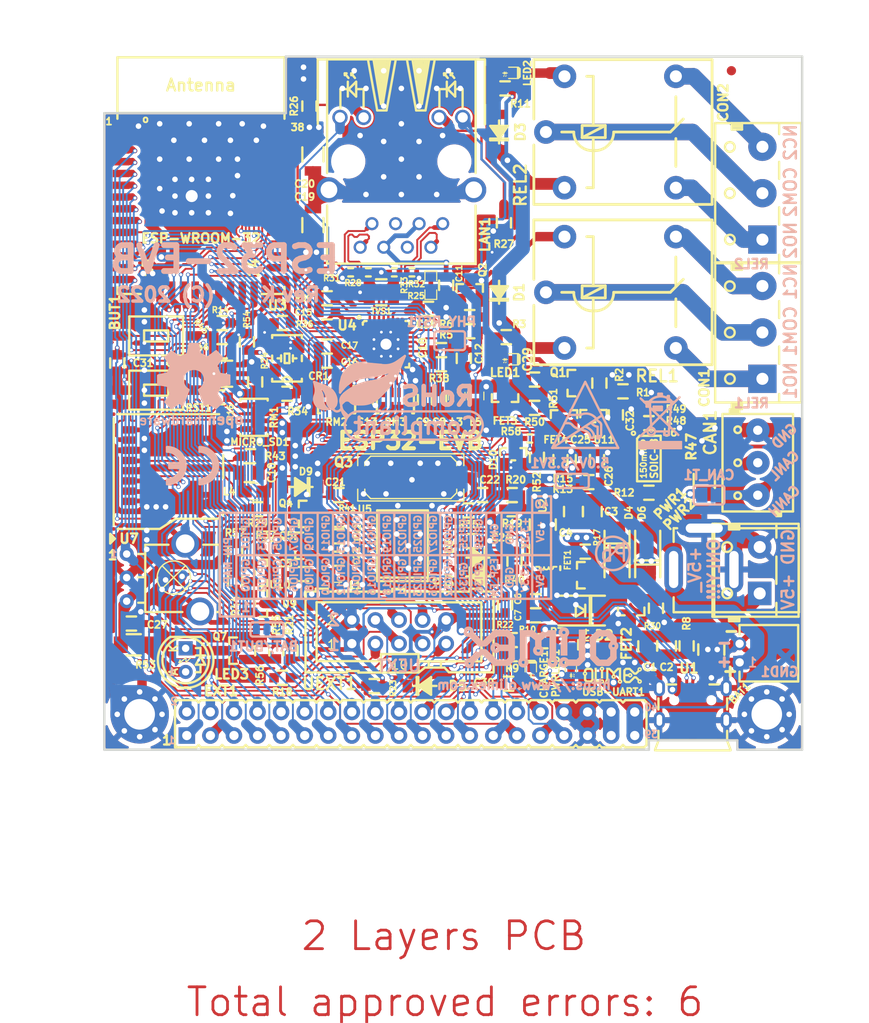
<source format=kicad_pcb>
(kicad_pcb (version 20221018) (generator pcbnew)
  (title_block (title "ESP32-EVB") (date "2022-06-03") (rev "K") (company "OLIMEX Ltd.") (comment 1 "https://www.olimex.com"))
  (layers (0 "F.Cu" mixed) (31 "B.Cu" mixed) (34 "B.Paste" user) (35 "F.Paste" user) (36 "B.SilkS" user "B.Silkscreen") (37 "F.SilkS" user "F.Silkscreen") (38 "B.Mask" user) (39 "F.Mask" user) (44 "Edge.Cuts" user))
  (net 0 "")
  (net 1 "+5V")
  (net 2 "GND")
  (net 3 "Net-(BAT1-Pad1)")
  (net 4 "Net-(BUT1-Pad2)")
  (net 5 "/GPI34/BUT1")
  (net 6 "Net-(C3-Pad1)")
  (net 7 "Net-(C5-Pad2)")
  (net 8 "+3V3")
  (net 9 "Net-(C10-Pad1)")
  (net 10 "Net-(C11-Pad1)")
  (net 11 "Net-(C18-Pad2)")
  (net 12 "Net-(CON1-Pad3)")
  (net 13 "Net-(CON1-Pad1)")
  (net 14 "Net-(CON1-Pad2)")
  (net 15 "Net-(CON2-Pad2)")
  (net 16 "Net-(CON2-Pad1)")
  (net 17 "Net-(CON2-Pad3)")
  (net 18 "Net-(CR1-Pad3)")
  (net 19 "Net-(D1-Pad2)")
  (net 20 "Net-(D3-Pad2)")
  (net 21 "/GPIO3/U0RXD")
  (net 22 "Net-(D5-Pad1)")
  (net 23 "/ESP_EN")
  (net 24 "/GPIO25/EMAC_RXD0(RMII)")
  (net 25 "/GPIO19/EMAC_TXD0(RMII)")
  (net 26 "/GPIO26/EMAC_RXD1(RMII)")
  (net 27 "/GPIO33/REL2")
  (net 28 "/GPIO32/REL1")
  (net 29 "/GPIO9/SD_DATA2")
  (net 30 "/GPIO8/SD_DATA1")
  (net 31 "/GPIO6/SD_CLK")
  (net 32 "/GPIO7/SD_DATA0")
  (net 33 "/GPIO1/U0TXD")
  (net 34 "/GPIO10/SD_DATA3")
  (net 35 "/GPIO11/SD_CMD")
  (net 36 "Net-(L2-Pad1)")
  (net 37 "Net-(LED1-Pad2)")
  (net 38 "Net-(LED2-Pad2)")
  (net 39 "Net-(Q1-Pad1)")
  (net 40 "Net-(Q2-Pad1)")
  (net 41 "Net-(R19-Pad1)")
  (net 42 "Net-(R39-Pad1)")
  (net 43 "/PHYAD0")
  (net 44 "/PHYAD1")
  (net 45 "/PHYAD2")
  (net 46 "/RMIISEL")
  (net 47 "/VDD1A-2A")
  (net 48 "/VDDCR")
  (net 49 "/GPIO22/EMAC_TXD1(RMII)")
  (net 50 "/GPIO21/EMAC_TX_EN(RMII)")
  (net 51 "Net-(MICRO_SD1-Pad5)")
  (net 52 "Net-(LAN1-PadAG1)")
  (net 53 "Net-(LAN1-PadAY1)")
  (net 54 "Net-(LAN1-PadKG1)")
  (net 55 "Net-(LAN1-PadKY1)")
  (net 56 "Net-(C19-Pad1)")
  (net 57 "Net-(C21-Pad1)")
  (net 58 "Net-(C22-Pad1)")
  (net 59 "/CANL")
  (net 60 "/CANH")
  (net 61 "Net-(CAN_T1-Pad1)")
  (net 62 "/GPI36/U1RXD")
  (net 63 "/+5V_EXT")
  (net 64 "/GPI39/IR_RECEIVE")
  (net 65 "/GPIO23/MDC(RMII)")
  (net 66 "/GPIO27/EMAC_RX_CRS_DV")
  (net 67 "/GPI35/CAN-RX")
  (net 68 "/GPIO5/CAN-TX")
  (net 69 "/GPIO4/U1TXD")
  (net 70 "/GPIO0/XTAL1/CLKIN")
  (net 71 "/GPIO2/HS2_DATA0")
  (net 72 "/GPIO12/IR_Transmit")
  (net 73 "/GPIO13/I2C-SDA")
  (net 74 "/GPIO14/HS2_CLK")
  (net 75 "/GPIO15/HS2_CMD")
  (net 76 "/GPIO16/I2C-SCL")
  (net 77 "/GPIO17/SPI_CS")
  (net 78 "/GPIO18/MDIO(RMII)")
  (net 79 "/+5V_USB")
  (net 80 "Net-(LED3-Pad1)")
  (net 81 "Net-(LED3-Pad2)")
  (net 82 "Net-(MICRO_SD1-Pad1)")
  (net 83 "Net-(MICRO_SD1-Pad2)")
  (net 84 "Net-(MICRO_SD1-Pad8)")
  (net 85 "Net-(Q4-Pad2)")
  (net 86 "Net-(Q4-Pad1)")
  (net 87 "Net-(Q5-Pad2)")
  (net 88 "Net-(Q5-Pad1)")
  (net 89 "Net-(Q7-Pad1)")
  (net 90 "Net-(R48-Pad1)")
  (net 91 "Net-(U3-Pad32)")
  (net 92 "Net-(U4-Pad4)")
  (net 93 "Net-(U4-Pad14)")
  (net 94 "Net-(U4-Pad18)")
  (net 95 "Net-(U4-Pad20)")
  (net 96 "Net-(U4-Pad26)")
  (net 97 "Net-(U5-Pad6)")
  (net 98 "Net-(U5-Pad7)")
  (net 99 "Net-(U5-Pad11)")
  (net 100 "Net-(U5-Pad12)")
  (net 101 "Net-(U5-Pad13)")
  (net 102 "Net-(U5-Pad14)")
  (net 103 "Net-(U5-Pad17)")
  (net 104 "Net-(USB-UART1-Pad4)")
  (net 105 "/OSC_DIS")
  (net 106 "Net-(PWRLED1-Pad1)")
  (net 107 "Net-(Q5-Pad3)")
  (net 108 "Net-(C28-Pad1)")
  (net 109 "Net-(MICRO_SD1-Pad7)")
  (net 110 "Net-(5.0V/3.3V1-Pad2)")
  (net 111 "Net-(R44-Pad2)")
  (net 112 "/D_Com")
  (net 113 "+3.3VLAN")
  (net 114 "Net-(C29-Pad2)")
  (net 115 "Net-(FET4-Pad3)")
  (net 116 "Net-(CHARGE1-Pad1)")
  (net 117 "Net-(R7-Pad1)")
  (net 118 "Net-(R8-Pad2)")
  (net 119 "/BUT1")
  (net 120 "Net-(BAT/BUT1-Pad3)")
  (net 121 "Net-(C24-Pad1)")
  (net 122 "Net-(D7-Pad1)")
  (net 123 "Net-(D8-Pad2)")
  (net 124 "Net-(U5-Pad20)")
  (net 125 "Net-(R12-Pad2)")
  (net 126 "Net-(R13-Pad2)")
  (net 127 "Net-(D9-Pad1)")
  (net 128 "Net-(C32-Pad2)")
  (net 129 "Net-(D10-Pad3)")
  (net 130 "/RXN-")
  (net 131 "/RXP+")
  (net 132 "/TXN-")
  (net 133 "/TXP+")
  (footprint "OLIMEX_Other-FP:Mounting_hole_3.3mm" (layer "F.Cu") (at 140.97 70.358)
    (fp_text reference "MH1" hide)
    (fp_text value "Mounting_hole_Shield_3.3mm" hide)
  )
  (footprint "OLIMEX_Other-FP:Mounting_hole_Shield_3.3mm" (layer "F.Cu") (at 140.97 137.922)
    (fp_text reference "MH2" hide)
    (fp_text value "Mounting_hole_Shield_3.3mm" hide)
  )
  (footprint "OLIMEX_Other-FP:Mounting_hole_Shield_3.3mm" (layer "F.Cu") (at 73.406 137.922)
    (fp_text reference "MH3" hide)
    (fp_text value "Mounting_hole_Shield_3.3mm" hide)
  )
  (footprint "OLIMEX_Connectors-FP:HN2x20" (layer "F.Cu") (at 102.616 138.938)
    (fp_text reference "EXT1")
    (fp_text value "NA(HN2x20)")
  )
  (footprint "OLIMEX_RLC-FP:C_0603_5MIL_DWS" (layer "F.Cu") (at 91.059 122.809)
    (fp_text reference "C5")
    (fp_text value "22uF/6.3V/20%/X5R/C0603")
  )
  (footprint "OLIMEX_RLC-FP:C_0603_5MIL_DWS" (layer "F.Cu") (at 105.664 104.013 90)
    (fp_text reference "C8")
    (fp_text value "22uF/6.3V/20%/X5R/C0603")
  )
  (footprint "OLIMEX_RLC-FP:C_0603_5MIL_DWS" (layer "F.Cu") (at 104.14 104.013 90)
    (fp_text reference "C9")
    (fp_text value "22uF/6.3V/20%/X5R/C0603")
  )
  (footprint "OLIMEX_RLC-FP:C_0805_5MIL_DWS" (layer "F.Cu") (at 85.217 111.887)
    (fp_text reference "C10")
    (fp_text value "47uF/6.3V/20%/X5R/C0805")
  )
  (footprint "OLIMEX_RLC-FP:C_0603_5MIL_DWS" (layer "F.Cu") (at 97.79 104.013 -90)
    (fp_text reference "C13")
    (fp_text value "100nF/50V/20%/Y5V/C0603")
  )
  (footprint "OLIMEX_RLC-FP:C_0603_5MIL_DWS" (layer "F.Cu") (at 93.599 94.615 180)
    (fp_text reference "C15")
    (fp_text value "100nF/50V/20%/Y5V/C0603")
  )
  (footprint "OLIMEX_RLC-FP:C_0603_5MIL_DWS" (layer "F.Cu") (at 93.599 99.822 180)
    (fp_text reference "C16")
    (fp_text value "2.2uF/6.3V/10%/X5R/C0603")
  )
  (footprint "OLIMEX_RLC-FP:C_0603_5MIL_DWS" (layer "F.Cu") (at 93.599 98.298 180)
    (fp_text reference "C17")
    (fp_text value "100nF/50V/20%/Y5V/C0603")
  )
  (footprint "OLIMEX_RLC-FP:C_0603_5MIL_DWS" (layer "F.Cu") (at 105.918 98.679 180)
    (fp_text reference "C18")
    (fp_text value "1nF/50V/5%/NPO(COG)/C0603")
  )
  (footprint "OLIMEX_Connectors-FP:TB3-DG306-5.0_3P" (layer "F.Cu") (at 140.5 96.774 90)
    (fp_text reference "CON1")
    (fp_text value "TB3-DG306-5.0-3P")
  )
  (footprint "OLIMEX_Connectors-FP:TB3-DG306-5.0_3P" (layer "F.Cu") (at 140.5 81.774 90)
    (fp_text reference "CON2")
    (fp_text value "TB3-DG306-5.0-3P")
  )
  (footprint "OLIMEX_Crystal-FP:5032-4P_HCX-3S" (layer "F.Cu") (at 89.281 99.568 90)
    (fp_text reference "CR1")
    (fp_text value "Q50MHz/25ppm/3V/4P/5x3.2mm")
  )
  (footprint "OLIMEX_Diodes-FP:SOD-123_1C-2A_KA" (layer "F.Cu") (at 112.141 92.456 90)
    (fp_text reference "D1")
    (fp_text value "1N5819S4(SOD-123)")
  )
  (footprint "OLIMEX_Diodes-FP:SOD-123_1C-2A_KA" (layer "F.Cu") (at 112.141 75.184 90)
    (fp_text reference "D3")
    (fp_text value "1N5819S4(SOD-123)")
  )
  (footprint "OLIMEX_Diodes-FP:SMA-KA" (layer "F.Cu") (at 124.841 120.65 -90)
    (fp_text reference "D4")
    (fp_text value "1N5822/SS34/SMA")
  )
  (footprint "OLIMEX_Diodes-FP:SOD-123_1C-2A_KA" (layer "F.Cu") (at 104.14 134.874)
    (fp_text reference "D5")
    (fp_text value "1N5819S4(SOD-123)")
  )
  (footprint "OLIMEX_Transistors-FP:SOT23" (layer "F.Cu") (at 121.158 122.936)
    (fp_text reference "FET1")
    (fp_text value "WPM2015-3/TR")
  )
  (footprint "OLIMEX_RLC-FP:L_0805_5MIL_DWS" (layer "F.Cu") (at 107.569 103.632 90)
    (fp_text reference "L3")
    (fp_text value "FB0805/600R/2A")
  )
  (footprint "OLIMEX_LEDs-FP:LED_0603_KA" (layer "F.Cu") (at 112.776 99.695 180)
    (fp_text reference "LED1")
    (fp_text value "LED/GREEN/0603")
  )
  (footprint "OLIMEX_LEDs-FP:LED_0603_KA" (layer "F.Cu") (at 112.776 68.834 180)
    (fp_text reference "LED2")
    (fp_text value "LED/GREEN/0603")
  )
  (footprint "OLIMEX_Connectors-FP:PWRJ-2mm(YDJ-1136)" (layer "F.Cu") (at 130.937 117.569 180)
    (fp_text reference "PWR1")
    (fp_text value "PWRJ-2mm(YDJ-1134)")
  )
  (footprint "OLIMEX_Connectors-FP:TB2-DG306-5.0_2P" (layer "F.Cu") (at 140.208 122.395 90)
    (fp_text reference "PWR2")
    (fp_text value "NA(TB2 DG306-5.0-2P)")
  )
  (footprint "OLIMEX_Transistors-FP:SOT23" (layer "F.Cu") (at 120.142 102.235)
    (fp_text reference "Q1")
    (fp_text value "BC817-40(SOT23)")
  )
  (footprint "OLIMEX_Transistors-FP:SOT23" (layer "F.Cu") (at 108.966 92.202 -90)
    (fp_text reference "Q2")
    (fp_text value "BC817-40(SOT23)")
  )
  (footprint "OLIMEX_RLC-FP:R_0603_5MIL_DWS" (layer "F.Cu") (at 112.903 97.282 180)
    (fp_text reference "R3")
    (fp_text value "2.2k/R0603")
  )
  (footprint "OLIMEX_RLC-FP:R_0603_5MIL_DWS" (layer "F.Cu") (at 108.966 96.647 180)
    (fp_text reference "R5")
    (fp_text value "1k/R0603")
  )
  (footprint "OLIMEX_RLC-FP:R_0603_5MIL_DWS" (layer "F.Cu") (at 108.966 95.123 180)
    (fp_text reference "R6")
    (fp_text value "10k/R0603")
  )
  (footprint "OLIMEX_RLC-FP:R_0603_5MIL_DWS" (layer "F.Cu") (at 112.776 70.485 180)
    (fp_text reference "R11")
    (fp_text value "2.2k/R0603")
  )
  (footprint "OLIMEX_RLC-FP:R_0603_5MIL_DWS" (layer "F.Cu") (at 82.296 95.758)
    (fp_text reference "R14")
    (fp_text value "220R/R0603")
  )
  (footprint "OLIMEX_RLC-FP:R_0603_5MIL_DWS" (layer "F.Cu") (at 82.042 103.759 180)
    (fp_text reference "R16")
    (fp_text value "220R/R0603")
  )
  (footprint "OLIMEX_RLC-FP:R_0603_5MIL_DWS" (layer "F.Cu") (at 88.773 133.985)
    (fp_text reference "R18")
    (fp_text value "2.2k/R0603")
  )
  (footprint "OLIMEX_RLC-FP:R_0603_5MIL_DWS" (layer "F.Cu") (at 89.662 131.064 90)
    (fp_text reference "R21")
    (fp_text value "2.2k/R0603")
  )
  (footprint "OLIMEX_RLC-FP:R_0603_5MIL_DWS" (layer "F.Cu") (at 98.679 134.874 180)
    (fp_text reference "R23")
    (fp_text value "10k/R0603")
  )
  (footprint "OLIMEX_RLC-FP:R_0603_5MIL_DWS" (layer "F.Cu") (at 91.694 72.39 90)
    (fp_text reference "R26")
    (fp_text value "220R/R0603")
  )
  (footprint "OLIMEX_RLC-FP:R_0603_5MIL_DWS" (layer "F.Cu") (at 112.649 84.963 -90)
    (fp_text reference "R27")
    (fp_text value "220R/R0603")
  )
  (footprint "OLIMEX_RLC-FP:R_0603_5MIL_DWS" (layer "F.Cu") (at 86.106 115.824 180)
    (fp_text reference "R29")
    (fp_text value "10k/R0603")
  )
  (footprint "OLIMEX_RLC-FP:R_0603_5MIL_DWS" (layer "F.Cu") (at 89.281 103.378)
    (fp_text reference "R34")
    (fp_text value "10k/R0603")
  )
  (footprint "OLIMEX_RLC-FP:R_0603_5MIL_DWS" (layer "F.Cu") (at 108.839 115.951 180)
    (fp_text reference "R35")
    (fp_text value "10k/R0603")
  )
  (footprint "OLIMEX_RLC-FP:R_0603_5MIL_DWS" (layer "F.Cu") (at 88.773 95.758)
    (fp_text reference "R36")
    (fp_text value "10R/R0603")
  )
  (footprint "OLIMEX_RLC-FP:R_0603_5MIL_DWS" (layer "F.Cu") (at 105.918 100.203)
    (fp_text reference "R38")
    (fp_text value "10k/R0603")
  )
  (footprint "OLIMEX_RLC-FP:R_0603_5MIL_DWS" (layer "F.Cu") (at 93.599 93.091 180)
    (fp_text reference "R39")
    (fp_text value "12.1k/1%/R0603")
  )
  (footprint "OLIMEX_RLC-FP:R_0603_5MIL_DWS" (layer "F.Cu") (at 94.869 116.967 180)
    (fp_text reference "R41")
    (fp_text value "1k/R0603")
  )
  (footprint "OLIMEX_Relays-FP:Relay_RAS-05-15" (layer "F.Cu") (at 125.476 92.456 180)
    (fp_text reference "REL1")
    (fp_text value "RAS-0515")
  )
  (footprint "OLIMEX_Relays-FP:Relay_RAS-05-15" (layer "F.Cu") (at 125.476 75.184 180)
    (fp_text reference "REL2")
    (fp_text value "RAS-0515")
  )
  (footprint "OLIMEX_RLC-FP:R_MATRIX_4" (layer "F.Cu") (at 85.725 105.918 -90)
    (fp_text reference "RM1")
    (fp_text value "RA1206_(4X0603)_4B8_2.2k")
  )
  (footprint "OLIMEX_RLC-FP:R_MATRIX_4" (layer "F.Cu") (at 94.615 104.013)
    (fp_text reference "RM2")
    (fp_text value "RA1206_(4X0603)_4B8_2.2k")
  )
  (footprint "OLIMEX_RLC-FP:R_MATRIX_4" (layer "F.Cu") (at 100.965 104.013 180)
    (fp_text reference "RM3")
    (fp_text value "RA1206_(4X0603)_4B8_2.2k")
  )
  (footprint "OLIMEX_Regulators-FP:SOT-23-5" (layer "F.Cu") (at 116.84 117.475 -90)
    (fp_text reference "U2")
    (fp_text value "SY8089AAAC(SOT23-5)")
  )
  (footprint "OLIMEX_Cases-FP:ESP-WROOM-32_MODULE" (layer "F.Cu") (at 80.01 79.883)
    (fp_text reference "U3")
    (fp_text value "ESP-WROOM-32")
  )
  (footprint "OLIMEX_IC-FP:QFN32_EP(33)_5.00x5.00x0.90mm_Pitch_0.50mm" (layer "F.Cu") (at 99.949 98.044 -90)
    (fp_text reference "U4")
    (fp_text value "LAN8710A-EZC(QFN32)")
  )
  (footprint "OLIMEX_Connectors-FP:UEXT_ML10" (layer "F.Cu") (at 101.346 129.032)
    (fp_text reference "UEXT1")
    (fp_text value "BH10S")
  )
  (footprint "OLIMEX_Connectors-FP:TFC-WXCP11-08-LF" (layer "F.Cu") (at 76.327 111.125 180)
    (fp_text reference "MICRO_SD1")
    (fp_text value "TFC-WXCP11-08-LF")
  )
  (footprint "OLIMEX_Buttons-FP:T1107A(6x3,8x2,5MM)" (layer "F.Cu") (at 75.184 97.155 180)
    (fp_text reference "BUT1")
    (fp_text value "T1107A(6x3,8x2,5MM)")
  )
  (footprint "OLIMEX_Connectors-FP:RJLBC-060TC1" (layer "F.Cu") (at 101.6 78.359 180)
    (fp_text reference "LAN1")
    (fp_text value "RJLD-060TC1(LPJ4013EDNL)")
  )
  (footprint "OLIMEX_RLC-FP:C_1206_5MIL_DWS_ISO" (layer "F.Cu") (at 92.075 85.217 -90)
    (fp_text reference "C19")
    (fp_text value "1nF/2000V/10%/X7R/C1206")
  )
  (footprint "OLIMEX_RLC-FP:C_1206_5MIL_DWS_ISO" (layer "F.Cu") (at 92.075 77.597 90)
    (fp_text reference "C20")
    (fp_text value "NA(1nF/2000V/10%/X7R/C1206)")
  )
  (footprint "OLIMEX_Other-FP:Fiducial1x3" (layer "F.Cu") (at 71.501 133.35)
    (fp_text reference "Fid1" hide)
    (fp_text value "")
  )
  (footprint "OLIMEX_Other-FP:Fiducial1x3" (layer "F.Cu") (at 137.16 68.58)
    (fp_text reference "Fid3" hide)
    (fp_text value "")
  )
  (footprint "OLIMEX_RLC-FP:R_0603_5MIL_DWS" (layer "F.Cu") (at 119.888 130.429 90)
    (fp_text reference "R4")
    (fp_text value "2.2k/R0603")
  )
  (footprint "OLIMEX_RLC-FP:R_0603_5MIL_DWS" (layer "F.Cu") (at 113.538 115.824 180)
    (fp_text reference "R19")
    (fp_text value "220k/R0603")
  )
  (footprint "OLIMEX_RLC-FP:R_0603_5MIL_DWS" (layer "F.Cu") (at 113.538 114.3 180)
    (fp_text reference "R20")
    (fp_text value "49.9k/1%/R0603")
  )
  (footprint "OLIMEX_RLC-FP:C_0603_5MIL_DWS" (layer "F.Cu") (at 94.869 114.3 180)
    (fp_text reference "C21")
    (fp_text value "27pF/50V/5%/C0G/C0603")
  )
  (footprint "OLIMEX_RLC-FP:C_0603_5MIL_DWS" (layer "F.Cu") (at 110.363 114.3)
    (fp_text reference "C22")
    (fp_text value "27pF/50V/5%/C0G/C0603")
  )
  (footprint "OLIMEX_RLC-FP:C_0603_5MIL_DWS" (layer "F.Cu") (at 94.869 121.158 180)
    (fp_text reference "C23")
    (fp_text value "22uF/6.3V/20%/X5R/C0603")
  )
  (footprint "OLIMEX_RLC-FP:C_0603_5MIL_DWS" (layer "F.Cu") (at 109.22 119.253)
    (fp_text reference "C24")
    (fp_text value "100nF/50V/20%/Y5V/C0603")
  )
  (footprint "OLIMEX_RLC-FP:C_0603_5MIL_DWS" (layer "F.Cu") (at 121.158 110.49 -90)
    (fp_text reference "C25")
    (fp_text value "100nF/50V/20%/Y5V/C0603")
  )
  (footprint "OLIMEX_RLC-FP:C_0603_5MIL_DWS" (layer "F.Cu") (at 72.517 128.143)
    (fp_text reference "C27")
    (fp_text value "100nF/50V/20%/Y5V/C0603")
  )
  (footprint "OLIMEX_Connectors-FP:TB3-3.5mm" (layer "F.Cu") (at 140 110.815 -90)
    (fp_text reference "CAN1")
    (fp_text value "TB3-3.5mm")
  )
  (footprint "OLIMEX_Diodes-FP:SMA-KA" (layer "F.Cu") (at 128.143 120.65 90)
    (fp_text reference "D6")
    (fp_text value "1N5822/SS34/SMA")
  )
  (footprint "OLIMEX_Transistors-FP:SOT23" (layer "F.Cu") (at 126.365 126.619 90)
    (fp_text reference "FET2")
    (fp_text value "WPM2015-3/TR")
  )
  (footprint "OLIMEX_LEDs-FP:LED-5mm-PTH-AK" (layer "F.Cu") (at 78.359 132.08 90)
    (fp_text reference "LED3")
    (fp_text value "LED/IR333-A/5mm")
  )
  (footprint "OLIMEX_Crystal-FP:Q_49U3HMS" (layer "F.Cu") (at 102.616 112.395)
    (fp_text reference "Q3")
    (fp_text value "Q12MHz/20pF/30ppm/2P/HC-49SM(SMD)")
  )
  (footprint "OLIMEX_Transistors-FP:SOT23" (layer "F.Cu") (at 90.805 119.761)
    (fp_text reference "Q5")
    (fp_text value "BC817-40(SOT23)")
  )
  (footprint "OLIMEX_Transistors-FP:SOT23" (layer "F.Cu") (at 83.693 131.064)
    (fp_text reference "Q7")
    (fp_text value "BC817-40(SOT23)")
  )
  (footprint "OLIMEX_RLC-FP:R_0603_5MIL_DWS" (layer "F.Cu") (at 129.032 126.492 -90)
    (fp_text reference "R30")
    (fp_text value "10k/R0603")
  )
  (footprint "OLIMEX_RLC-FP:R_0603_5MIL_DWS" (layer "F.Cu") (at 94.869 118.745 180)
    (fp_text reference "R42")
    (fp_text value "1k/R0603")
  )
  (footprint "OLIMEX_RLC-FP:R_0603_5MIL_DWS" (layer "F.Cu") (at 82.296 97.282 180)
    (fp_text reference "R45")
    (fp_text value "10k/R0603")
  )
  (footprint "OLIMEX_RLC-FP:R_1206_5MIL_DWS" (layer "F.Cu") (at 134.239 112.776 90)
    (fp_text reference "R47")
    (fp_text value "120R/R1206")
  )
  (footprint "OLIMEX_RLC-FP:R_0603_5MIL_DWS" (layer "F.Cu") (at 128.27 106.553 180)
    (fp_text reference "R48")
    (fp_text value "NA/R0603")
  )
  (footprint "OLIMEX_RLC-FP:R_0603_5MIL_DWS" (layer "F.Cu") (at 128.27 105.029 180)
    (fp_text reference "R49")
    (fp_text value "10k/R0603")
  )
  (footprint "OLIMEX_RLC-FP:R_1206_5MIL_DWS" (layer "F.Cu") (at 72.771 130.429)
    (fp_text reference "R53")
    (fp_text value "6.8R/R1206")
  )
  (footprint "OLIMEX_RLC-FP:R_0603_5MIL_DWS" (layer "F.Cu") (at 84.963 97.79 90)
    (fp_text reference "R54")
    (fp_text value "NA/R0603")
  )
  (footprint "OLIMEX_RLC-FP:R_0603_5MIL_DWS" (layer "F.Cu") (at 88.138 131.064 -90)
    (fp_text reference "R55")
    (fp_text value "1k/R0603")
  )
  (footprint "OLIMEX_RLC-FP:R_0603_5MIL_DWS" (layer "F.Cu") (at 86.614 131.064 -90)
    (fp_text reference "R56")
    (fp_text value "10k/R0603")
  )
  (footprint "OLIMEX_IC-FP:SOIC-8_150mil" (layer "F.Cu") (at 128.27 110.363 -90)
    (fp_text reference "U6")
    (fp_text value "SIT1050T(SOIC-8_150mil)")
  )
  (footprint "OLIMEX_IC-FP:RPM7236-H8" (layer "F.Cu") (at 77.089 123.19 -90)
    (fp_text reference "U7")
    (fp_text value "VS1838B")
  )
  (footprint "OLIMEX_RLC-FP:C_0805_5MIL_DWS" (layer "F.Cu") (at 122.174 116.078 90)
    (fp_text reference "C3")
    (fp_text value "NA(47uF/6.3V/20%/X5R/C0805)")
  )
  (footprint "OLIMEX_RLC-FP:C_0805_5MIL_DWS" (layer "F.Cu") (at 120.142 116.078 90)
    (fp_text reference "C4")
    (fp_text value "47uF/6.3V/20%/X5R/C0805")
  )
  (footprint "OLIMEX_RLC-FP:R_0603_5MIL_DWS" (layer "F.Cu") (at 87.249 120.015 180)
    (fp_text reference "R37")
    (fp_text value "220R/R0603")
  )
  (footprint "OLIMEX_RLC-FP:R_0603_5MIL_DWS" (layer "F.Cu") (at 83.693 123.571 -90)
    (fp_text reference "R44")
    (fp_text value "NA/R0603")
  )
  (footprint "OLIMEX_Diodes-FP:DO214AA_1(K)-2(A)" (layer "F.Cu") (at 121.031 126.746 180)
    (fp_text reference "D2")
    (fp_text value "SMBJ6.0A(DO-214AA)")
  )
  (footprint "OLIMEX_RLC-FP:R_0603_5MIL_DWS" (layer "F.Cu") (at 83.693 120.396 -90)
    (fp_text reference "R57")
    (fp_text value "NA(1k/R0603)")
  )
  (footprint "OLIMEX_RLC-FP:C_0603_5MIL_DWS" (layer "F.Cu") (at 115.951 101.854 180)
    (fp_text reference "C29")
    (fp_text value "22uF/6.3V/20%/X5R/C0603")
  )
  (footprint "OLIMEX_RLC-FP:R_0603_5MIL_DWS" (layer "F.Cu") (at 115.951 104.902 180)
    (fp_text reference "R50")
    (fp_text value "1k/R0603")
  )
  (footprint "OLIMEX_RLC-FP:R_0603_5MIL_DWS" (layer "F.Cu") (at 115.951 103.378 180)
    (fp_text reference "R51")
    (fp_text value "10k/R0603")
  )
  (footprint "OLIMEX_RLC-FP:C_0603_5MIL_DWS" (layer "F.Cu") (at 108.331 99.568 90)
    (fp_text reference "C12")
    (fp_text value "22uF/6.3V/20%/X5R/C0603")
  )
  (footprint "OLIMEX_Transistors-FP:SOT23" (layer "F.Cu") (at 112.776 103.632 90)
    (fp_text reference "FET3")
    (fp_text value "WPM2015-3/TR")
  )
  (footprint "OLIMEX_RLC-FP:L_0805_5MIL_DWS" (layer "F.Cu") (at 109.601 103.632 -90)
    (fp_text reference "L5")
    (fp_text value "NA(FB0805/600R/2A)")
  )
  (footprint "OLIMEX_RLC-FP:R_0603_5MIL_DWS" (layer "F.Cu") (at 122.936 102.235 -90)
    (fp_text reference "R2")
    (fp_text value "10k/R0603")
  )
  (footprint "OLIMEX_Other-FP:Fiducial1x3" (layer "F.Cu") (at 142.875 133.35)
    (fp_text reference "Fid2" hide)
    (fp_text value "")
  )
  (footprint "OLIMEX_IC-FP:SOT-23-5" (layer "F.Cu") (at 135.001 130.937 -90)
    (fp_text reference "U1")
    (fp_text value "BL4054B-42TPRN(SOT23-5)")
  )
  (footprint "OLIMEX_RLC-FP:R_0603_5MIL_DWS" (layer "F.Cu") (at 132.334 130.556 90)
    (fp_text reference "R8")
    (fp_text value "2k/1%/R0603")
  )
  (footprint "OLIMEX_RLC-FP:C_0805_5MIL_DWS" (layer "F.Cu") (at 128.143 130.556 -90)
    (fp_text reference "C1")
    (fp_text value "NA(47uF/6.3V/20%/X5R/C0805)")
  )
  (footprint "OLIMEX_RLC-FP:C_0805_5MIL_DWS" (layer "F.Cu") (at 130.175 130.556 -90)
    (fp_text reference "C2")
    (fp_text value "47uF/6.3V/20%/X5R/C0805")
  )
  (footprint "OLIMEX_RLC-FP:C_0603_5MIL_DWS" (layer "F.Cu") (at 104.521 94.234)
    (fp_text reference "C14")
    (fp_text value "100nF/50V/20%/Y5V/C0603")
  )
  (footprint "OLIMEX_Diodes-FP:SOD-123_1C-2A_KA" (layer "F.Cu") (at 109.855 123.063)
    (fp_text reference "D7")
    (fp_text value "1N5819S4(SOD-123)")
  )
  (footprint "OLIMEX_RLC-FP:R_0603_5MIL_DWS" (layer "F.Cu") (at 113.538 129.921 180)
    (fp_text reference "R10")
    (fp_text value "470k/R0603")
  )
  (footprint "OLIMEX_RLC-FP:R_0603_5MIL_DWS" (layer "F.Cu") (at 113.538 131.445 180)
    (fp_text reference "R9")
    (fp_text value "470k/R0603")
  )
  (footprint "OLIMEX_RLC-FP:C_0603_5MIL_DWS" (layer "F.Cu") (at 113.157 134.62 180)
    (fp_text reference "C30")
    (fp_text value "100nF/50V/20%/Y5V/C0603")
  )
  (footprint "OLIMEX_Diodes-FP:SOT23-3" (layer "F.Cu") (at 86.487 125.984 180)
    (fp_text reference "U9")
    (fp_text value "BAT54C(SOT23-3)")
  )
  (footprint "OLIMEX_Diodes-FP:SOD-123_1C-2A_KA" (layer "F.Cu") (at 109.855 121.031 180)
    (fp_text reference "D8")
    (fp_text value "1N5819S4(SOD-123)")
  )
  (footprint "OLIMEX_RLC-FP:R_0603_5MIL_DWS" (layer "F.Cu") (at 85.852 102.108 90)
    (fp_text reference "R24")
    (fp_text value "10k/R0603")
  )
  (footprint "OLIMEX_RLC-FP:C_0603_5MIL_DWS" (layer "F.Cu") (at 79.502 100.203 90)
    (fp_text reference "C28")
    (fp_text value "NA(470nF/16V/10%/X7R/C0603)")
  )
  (footprint "OLIMEX_RLC-FP:C_0603_5MIL_DWS" (layer "F.Cu") (at 122.682 110.49 -90)
    (fp_text reference "C26")
    (fp_text value "10uF/6.3V/20%/X5R/C0603")
  )
  (footprint "OLIMEX_RLC-FP:R_0603_5MIL_DWS" (layer "F.Cu") (at 113.792 121.412 -90)
    (fp_text reference "R40")
    (fp_text value "10k/R0603")
  )
  (footprint "OLIMEX_RLC-FP:L_0805_5MIL_DWS" (layer "F.Cu") (at 94.742 122.809 180)
    (fp_text reference "L1")
    (fp_text value "FB0805/600R/2A")
  )
  (footprint "OLIMEX_IC-FP:SSOP-20W" (layer "F.Cu") (at 101.727 119.761 90)
    (fp_text reference "U5")
    (fp_text value "CH340T(SSOP20W)")
  )
  (footprint "OLIMEX_RLC-FP:R_0603_5MIL_DWS" (layer "F.Cu") (at 121.412 120.396)
    (fp_text reference "R17")
    (fp_text value "NA/R0603")
  )
  (footprint "OLIMEX_RLC-FP:C_0603_5MIL_DWS" (layer "F.Cu") (at 116.078 127.254)
    (fp_text reference "C7")
    (fp_text value "22uF/6.3V/20%/X5R/C0603")
  )
  (footprint "OLIMEX_RLC-FP:C_0603_5MIL_DWS" (layer "F.Cu") (at 116.078 125.73)
    (fp_text reference "C6")
    (fp_text value "22uF/6.3V/20%/X5R/C0603")
  )
  (footprint "OLIMEX_RLC-FP:R_0603_5MIL_DWS" (layer "F.Cu") (at 112.776 126.111 -90)
    (fp_text reference "R22")
    (fp_text value "10k/R0603")
  )
  (footprint "OLIMEX_RLC-FP:R_0603_5MIL_DWS" (layer "F.Cu") (at 116.84 130.048 180)
    (fp_text reference "R7")
    (fp_text value "2.2k/R0603")
  )
  (footprint "OLIMEX_LEDs-FP:LED_0603_KA" (layer "F.Cu") (at 115.57 133.731 -90)
    (fp_text reference "CHARGE1")
    (fp_text value "LED/Yellow/0603")
  )
  (footprint "OLIMEX_RLC-FP:C_0603_5MIL_DWS" (layer "F.Cu") (at 70.993 100.076 90)
    (fp_text reference "C31")
    (fp_text value "1uF/10V/10%/X5R/C0603")
  )
  (footprint "OLIMEX_Buttons-FP:T1107A(6x3,8x2,5MM)" (layer "F.Cu") (at 75.184 102.997 180)
    (fp_text reference "RST1")
    (fp_text value "T1107A(6x3,8x2,5MM)")
  )
  (footprint "OLIMEX_IC-FP:SOT-23-5" (layer "F.Cu") (at 82.804 101.219)
    (fp_text reference "U8")
    (fp_text value "NA(NCP303LSN27T1G(SOT-23-5))")
  )
  (footprint "OLIMEX_RLC-FP:R_0603_5MIL_DWS" (layer "F.Cu") (at 82.296 98.806)
    (fp_text reference "R46")
    (fp_text value "NA/R0603")
  )
  (footprint "OLIMEX_RLC-FP:0R_0603" (layer "F.Cu") (at 104.775 91.694 90)
    (fp_text reference "R25")
    (fp_text value "0R(board_mounted)")
  )
  (footprint "OLIMEX_RLC-FP:CD32" (layer "F.Cu") (at 117.221 122.174 -90)
    (fp_text reference "L2")
    (fp_text value "2.2uH/1.5A/DCR=72mR/20%/3.00x3.00x1.50mm/CD32(NR3015T2R2M)")
  )
  (footprint "OLIMEX_Connectors-FP:LIPO_BAT-CON2DW02R" (layer "F.Cu") (at 141.1986 131.318 90)
    (fp_text reference "BAT1")
    (fp_text value "DW02R")
  )
  (footprint "OLIMEX_LEDs-FP:LED_0603_KA" (layer "F.Cu") (at 119.888 133.731 -90)
    (fp_text reference "PWRLED1")
    (fp_text value "LED/RED/0603")
  )
  (footprint "OLIMEX_Diodes-FP:SOT23-3" (layer "F.Cu") (at 86.487 122.682 180)
    (fp_text reference "U10")
    (fp_text value "BAT54C(SOT23-3)")
  )
  (footprint "OLIMEX_RLC-FP:R_0603_5MIL_DWS" (layer "F.Cu") (at 128.27 114.046)
    (fp_text reference "R12")
    (fp_text value "NA/R0603")
  )
  (footprint "OLIMEX_RLC-FP:R_0603_5MIL_DWS" (layer "F.Cu") (at 121.793 112.903)
    (fp_text reference "R13")
    (fp_text value "330R/R0603")
  )
  (footprint "OLIMEX_RLC-FP:R_0603_5MIL_DWS" (layer "F.Cu") (at 118.745 110.49 90)
    (fp_text reference "R15")
    (fp_text value "680R/R0603")
  )
  (footprint "OLIMEX_RLC-FP:R_0402_5MIL_DWS" (layer "F.Cu") (at 100.838 90.297)
    (fp_text reference "R33")
    (fp_text value "49.9R/1%/R0402")
  )
  (footprint "OLIMEX_RLC-FP:C_0603_5MIL_DWS" (layer "F.Cu") (at 106.426 91.694 -90)
    (fp_text reference "C11")
    (fp_text value "100nF/50V/20%/Y5V/C0603")
  )
  (footprint "OLIMEX_RLC-FP:R_0402_5MIL_DWS" (layer "F.Cu") (at 102.743 90.297 180)
    (fp_text reference "R32")
    (fp_text value "49.9R/1%/R0402")
  )
  (footprint "OLIMEX_RLC-FP:R_0402_5MIL_DWS" (layer "F.Cu") (at 96.139 90.297)
    (fp_text reference "R31")
    (fp_text value "49.9R/1%/R0402")
  )
  (footprint "OLIMEX_RLC-FP:R_0402_5MIL_DWS" (layer "F.Cu") (at 98.044 90.297 180)
    (fp_text reference "R28")
    (fp_text value "49.9R/1%/R0402")
  )
  (footprint "OLIMEX_Diodes-FP:SOD-123_1C-2A_KA" (layer "F.Cu") (at 90.805 113.411 180)
    (fp_text reference "D9")
    (fp_text value "1N5819S4(SOD-123)")
  )
  (footprint "OLIMEX_RLC-FP:R_0603_5MIL_DWS" (layer "F.Cu") (at 85.344 110.109 180)
    (fp_text reference "R43")
    (fp_text value "10R/R0603")
  )
  (footprint "OLIMEX_RLC-FP:L_0805_5MIL_DWS" (layer "F.Cu") (at 85.725 113.919 180)
    (fp_text reference "L4")
    (fp_text value "FB0805/600R/2A")
  )
  (footprint "OLIMEX_Transistors-FP:SOT23" (layer "F.Cu") (at 91.186 116.332)
    (fp_text reference "Q4")
    (fp_text value "BC817-40(SOT23)")
  )
  (footprint "OLIMEX_Diodes-FP:SOT23-3" (layer "F.Cu") (at 113.665 109.898 -90)
    (fp_text reference "D10")
    (fp_text value "BAT54A(SOT23-3)")
  )
  (footprint "OLIMEX_RLC-FP:R_0603_5MIL_DWS" (layer "F.Cu") (at 116.205 110.236 -90)
    (fp_text reference "R52")
    (fp_text value "220k/R0603")
  )
  (footprint "OLIMEX_RLC-FP:R_0402_5MIL_DWS" (layer "F.Cu") (at 115.443 108.204)
    (fp_text reference "R58")
    (fp_text value "49.9R/1%/R0402")
  )
  (footprint "OLIMEX_IC-FP:SOT-23" (layer "F.Cu") (at 122.301 105.791 -90)
    (fp_text reference "U11")
    (fp_text value "VDA2710NTA(SOT-23)")
  )
  (footprint "OLIMEX_Transistors-FP:SOT23" (layer "F.Cu") (at 119.126 105.791 -90)
    (fp_text reference "FET4")
    (fp_text value "BSS138")
  )
  (footprint "OLIMEX_RLC-FP:C_0603_5MIL_DWS" (layer "F.Cu") (at 124.714 105.664 90)
    (fp_text reference "C32")
    (fp_text value "1uF/10V/10%/X5R/C0603")
  )
  (footprint "OLIMEX_RLC-FP:R_0603_5MIL_DWS" (layer "F.Cu") (at 125.476 103.124 180)
    (fp_text reference "R1")
    (fp_text value "1k/R0603")
  )
  (footprint "OLIMEX_LOGOs-FP:LOGO_OLIMEX_80" (layer "F.Cu") (at 124.333 133.7056)
    (fp_text reference "Logo-Olimex_Small" hide)
    (fp_text value "" hide)
  )
  (footprint "OLIMEX_Connectors-FP:USB-MICRO_MISB-SWMM-5B_LF" (layer "F.Cu") (at 133 138.303 -90)
    (fp_text reference "USB-UART1")
    (fp_text value "MISB-SWMM-5B-LF(USB_MICRO)")
  )
  (footprint "OLIMEX_Diodes-FP:SOT-23-5" (layer "F.Cu") (at 99.441 92.456 180)
    (fp_text reference "TVS1")
    (fp_text value "ESDS314DBVR(SOT-23-5)")
  )
  (footprint "OLIMEX_Jumpers-FP:SJ" (layer "B.Cu") (at 106.807 97.663 180)
    (fp_text reference "PHY_RST1")
    (fp_text value "Opened")
  )
  (footprint "OLIMEX_Jumpers-FP:SJ_2_SMALL_12_TIED" (layer "B.Cu") (at 120.015 112.776 180)
    (fp_text reference "5.0V/3.3V1")
    (fp_text value "Closed(1-2)/Opened(2-3)")
  )
  (footprint "OLIMEX_Jumpers-FP:SJ" (layer "B.Cu") (at 134.747 114.3)
    (fp_text reference "CAN_T1")
    (fp_text value "Opened")
  )
  (footprint "OLIMEX_LOGOs-FP:LOGO_ANTISTATIC_1" (layer "B.Cu") (at 124.968 109.22 180)
    (fp_text reference "Sign-Antistatic" hide)
    (fp_text value "Val**" hide)
  )
  (footprint "OLIMEX_LOGOs-FP:LOGO_OPENHARDWARE_8x8" (layer "B.Cu") (at 79.248 101.981 180)
    (fp_text reference "Logo-OSHW" hide)
    (fp_text value "" hide)
  )
  (footprint "OLIMEX_LOGOs-FP:LOGO_PBFREE" (layer "B.Cu") (at 124.587 120.269)
    (fp_text reference "Sign-PbFree")
    (fp_text value "")
  )
  (footprint "OLIMEX_LOGOs-FP:LOGO_RECYCLEBIN_1" (layer "B.Cu") (at 131.826 109.347 180)
    (fp_text reference "Sign-RecycleBin" hide)
    (fp_text value "" hide)
  )
  (footprint "OLIMEX_LOGOs-FP:LOGO_ROHS_1" (layer "B.Cu") (at 109.347 107.696 180)
    (fp_text reference "Sign-RoHS" hide)
    (fp_text value "Val**" hide)
  )
  (footprint "OLIMEX_LOGOs-FP:OLIMEX_LOGO_TB" (layer "B.Cu") (at 116.459 130.683 180)
    (fp_text reference "Logo-Olimex-Big" hide)
    (fp_text value "" hide)
  )
  (footprint "OLIMEX_Jumpers-FP:SJ_2_SMALL" (layer "B.Cu") (at 87.122 128.778)
    (fp_text reference "BAT/BUT1")
    (fp_text value "Opened(2-3)/Soldered(1-2)")
  )
  (footprint "OLIMEX_Other-FP:TESTPAD_40-ROUND" (layer "B.Cu") (at 143.002 131.826)
    (fp_text reference "GND1")
    (fp_text value "TESTPAD" hide)
  )
  (footprint "OLIMEX_LOGOs-FP:CE_Sign" (layer "B.Cu") (at 78.105 111.125 180)
    (fp_text reference "Sign_CE" hide)
    (fp_text value "CE_Sign" hide)
  )
  (gr_line (start 92.583 116.205) (end 92.583 125.476) (stroke (width 0.254)) (layer "B.SilkS"))
  (gr_line (start 107.442 116.205) (end 107.442 125.476) (stroke (width 0.254)) (layer "B.SilkS"))
  (gr_line (start 100.838 116.205) (end 100.838 125.476) (stroke (width 0.254)) (layer "B.SilkS"))
  (gr_line (start 90.805 116.205) (end 90.805 125.476) (stroke (width 0.254)) (layer "B.SilkS"))
  (gr_line (start 115.697 116.205) (end 115.697 125.476) (stroke (width 0.254)) (layer "B.SilkS"))
  (gr_line (start 82.042 116.205) (end 82.042 127.381) (stroke (width 0.254)) (layer "B.SilkS"))
  (gr_line (start 115.697 116.332) (end 115.697 114.427) (stroke (width 0.254)) (layer "B.SilkS"))
  (gr_line (start 94.234 116.205) (end 94.234 125.476) (stroke (width 0.254)) (layer "B.SilkS"))
  (gr_line (start 89.154 116.205) (end 89.154 125.476) (stroke (width 0.254)) (layer "B.SilkS"))
  (gr_line (start 83.82 116.205) (end 83.82 127.381) (stroke (width 0.254)) (layer "B.SilkS"))
  (gr_line (start 87.376 116.205) (end 87.376 125.476) (stroke (width 0.254)) (layer "B.SilkS"))
  (gr_line (start 115.697 114.427) (end 117.729 114.427) (stroke (width 0.254)) (layer "B.SilkS"))
  (gr_line (start 85.725 116.205) (end 85.725 127.381) (stroke (width 0.254)) (layer "B.SilkS"))
  (gr_line (start 83.82 116.205) (end 82.042 116.205) (stroke (width 0.254)) (layer "B.SilkS"))
  (gr_line (start 109.093 116.205) (end 109.093 125.476) (stroke (width 0.254)) (layer "B.SilkS"))
  (gr_line (start 82.042 127.381) (end 83.82 127.381) (stroke (width 0.254)) (layer "B.SilkS"))
  (gr_line (start 104.14 116.205) (end 104.14 125.476) (stroke (width 0.254)) (layer "B.SilkS"))
  (gr_line (start 112.395 116.205) (end 112.395 125.476) (stroke (width 0.254)) (layer "B.SilkS"))
  (gr_line (start 83.82 120.777) (end 117.729 120.777) (stroke (width 0.254)) (layer "B.SilkS"))
  (gr_line (start 102.489 116.205) (end 102.489 125.476) (stroke (width 0.254)) (layer "B.SilkS"))
  (gr_line (start 110.744 116.205) (end 110.744 125.476) (stroke (width 0.254)) (layer "B.SilkS"))
  (gr_line (start 99.187 116.205) (end 99.187 125.476) (stroke (width 0.254)) (layer "B.SilkS"))
  (gr_line (start 114.046 116.205) (end 114.046 125.476) (stroke (width 0.254)) (layer "B.SilkS"))
  (gr_line (start 105.791 116.205) (end 105.791 125.476) (stroke (width 0.254)) (layer "B.SilkS"))
  (gr_line (start 95.885 116.332) (end 95.885 125.476) (stroke (width 0.254)) (layer "B.SilkS"))
  (gr_line (start 117.729 114.427) (end 117.729 125.476) (stroke (width 0.254)) (layer "B.SilkS"))
  (gr_line (start 97.536 116.205) (end 97.536 125.476) (stroke (width 0.254)) (layer "B.SilkS"))
  (gr_line (start 83.82 125.476) (end 117.729 125.476) (stroke (width 0.254)) (layer "B.SilkS"))
  (gr_line (start 83.82 127.381) (end 85.725 127.381) (stroke (width 0.254)) (layer "B.SilkS"))
  (gr_line (start 83.82 116.205) (end 117.729 116.205) (stroke (width 0.254)) (layer "B.SilkS"))
  (gr_line (start 70.358 118.618) (end 70.358 119.38) (stroke (width 0.254)) (layer "F.SilkS"))
  (gr_line (start 70.231 119.507) (end 70.739 118.999) (stroke (width 0.254)) (layer "F.SilkS"))
  (gr_line (start 70.231 118.491) (end 70.231 119.507) (stroke (width 0.254)) (layer "F.SilkS"))
  (gr_line (start 70.485 118.745) (end 70.485 119.253) (stroke (width 0.254)) (layer "F.SilkS"))
  (gr_line (start 70.739 118.999) (end 70.231 118.491) (stroke (width 0.254)) (layer "F.SilkS"))
  (gr_line (start 128.27 140.716) (end 137.795 140.716) (stroke (width 0.254)) (layer "Edge.Cuts"))
  (gr_line (start 89.154 67.056) (end 144.78 67.056) (stroke (width 0.254)) (layer "Edge.Cuts"))
  (gr_line (start 89.154 73.152) (end 89.154 67.056) (stroke (width 0.254)) (layer "Edge.Cuts"))
  (gr_line (start 69.596 141.732) (end 128.27 141.732) (stroke (width 0.254)) (layer "Edge.Cuts"))
  (gr_line (start 144.78 141.732) (end 144.78 67.056) (stroke (width 0.254)) (layer "Edge.Cuts"))
  (gr_line (start 137.795 140.716) (end 137.795 141.732) (stroke (width 0.254)) (layer "Edge.Cuts"))
  (gr_line (start 137.795 141.732) (end 144.78 141.732) (stroke (width 0.254)) (layer "Edge.Cuts"))
  (gr_line (start 69.596 73.152) (end 89.154 73.152) (stroke (width 0.254)) (layer "Edge.Cuts"))
  (gr_line (start 69.596 141.732) (end 69.596 73.152) (stroke (width 0.254)) (layer "Edge.Cuts"))
  (gr_line (start 128.27 141.732) (end 128.27 140.716) (stroke (width 0.254)) (layer "Edge.Cuts"))
  (gr_text "Total approved errors: 6" (at 106.299 168.91) (layer "F.Cu") (effects (font (size 3 3) (thickness 0.3))))
  (gr_text "2 Layers PCB" (at 106.172 161.798) (layer "F.Cu") (effects (font (size 2.999999 2.999999) (thickness 0.3))))
  (gr_text "1" (at 84.836 126.365) (layer "B.SilkS") (effects (font (size 1 1) (thickness 0.25)) (justify mirror)))
  (gr_text "GPIO4" (at 88.265 122.936 90) (layer "B.SilkS") (effects (font (size 0.8 0.8) (thickness 0.2)) (justify mirror)))
  (gr_text "GPIO5" (at 88.265 118.491 90) (layer "B.SilkS") (effects (font (size 0.8 0.8) (thickness 0.2)) (justify mirror)))
  (gr_text "GPIO6" (at 90.043 122.936 90) (layer "B.SilkS") (effects (font (size 0.8 0.8) (thickness 0.2)) (justify mirror)))
  (gr_text "GPIO7" (at 90.043 118.491 90) (layer "B.SilkS") (effects (font (size 0.8 0.8) (thickness 0.2)) (justify mirror)))
  (gr_text "GPIO8" (at 91.694 122.936 90) (layer "B.SilkS") (effects (font (size 0.8 0.8) (thickness 0.2)) (justify mirror)))
  (gr_text "GPIO9" (at 91.694 118.491 90) (layer "B.SilkS") (effects (font (size 0.8 0.8) (thickness 0.2)) (justify mirror)))
  (gr_text "GPIO10" (at 93.472 123.063 90) (layer "B.SilkS") (effects (font (size 0.75 0.75) (thickness 0.1875)) (justify mirror)))
  (gr_text "GPIO11" (at 93.472 118.491 90) (layer "B.SilkS") (effects (font (size 0.75 0.75) (thickness 0.1875)) (justify mirror)))
  (gr_text "GPIO12" (at 95.123 123.063 90) (layer "B.SilkS") (effects (font (size 0.75 0.75) (thickness 0.1875)) (justify mirror)))
  (gr_text "GPIO13" (at 95.123 118.491 90) (layer "B.SilkS") (effects (font (size 0.75 0.75) (thickness 0.1875)) (justify mirror)))
  (gr_text "GPIO14" (at 96.774 123.063 90) (layer "B.SilkS") (effects (font (size 0.75 0.75) (thickness 0.1875)) (justify mirror)))
  (gr_text "GPIO15" (at 96.774 118.491 90) (layer "B.SilkS") (effects (font (size 0.75 0.75) (thickness 0.1875)) (justify mirror)))
  (gr_text "GPIO16" (at 98.425 123.063 90) (layer "B.SilkS") (effects (font (size 0.75 0.75) (thickness 0.1875)) (justify mirror)))
  (gr_text "GPIO17" (at 98.425 118.491 90) (layer "B.SilkS") (effects (font (size 0.75 0.75) (thickness 0.1875)) (justify mirror)))
  (gr_text "GPIO18" (at 100.076 123.063 90) (layer "B.SilkS") (effects (font (size 0.75 0.75) (thickness 0.1875)) (justify mirror)))
  (gr_text "GPIO19" (at 100.076 118.491 90) (layer "B.SilkS") (effects (font (size 0.75 0.75) (thickness 0.1875)) (justify mirror)))
  (gr_text "GPIO21" (at 101.727 123.19 90) (layer "B.SilkS") (effects (font (size 0.75 0.75) (thickness 0.1875)) (justify mirror)))
  (gr_text "GPIO22" (at 101.727 118.491 90) (layer "B.SilkS") (effects (font (size 0.75 0.75) (thickness 0.1875)) (justify mirror)))
  (gr_text "GPIO23" (at 103.378 123.19 90) (layer "B.SilkS") (effects (font (size 0.75 0.75) (thickness 0.1875)) (justify mirror)))
  (gr_text "GPIO25" (at 103.378 118.491 90) (layer "B.SilkS") (effects (font (size 0.75 0.75) (thickness 0.1875)) (justify mirror)))
  (gr_text "PIN MAP:" (at 82.931 121.539 90) (layer "B.SilkS") (effects (font (size 0.8 0.8) (thickness 0.2)) (justify mirror)))
  (gr_text "GPIO26" (at 105.029 123.19 90) (layer "B.SilkS") (effects (font (size 0.75 0.75) (thickness 0.1875)) (justify mirror)))
  (gr_text "GPIO27" (at 105.029 118.491 90) (layer "B.SilkS") (effects (font (size 0.75 0.75) (thickness 0.1875)) (justify mirror)))
  (gr_text "GPIO32" (at 106.68 123.19 90) (layer "B.SilkS") (effects (font (size 0.75 0.75) (thickness 0.1875)) (justify mirror)))
  (gr_text "GPIO33" (at 106.68 118.491 90) (layer "B.SilkS") (effects (font (size 0.75 0.75) (thickness 0.1875)) (justify mirror)))
  (gr_text "GPI34" (at 108.331 123.19 90) (layer "B.SilkS") (effects (font (size 0.75 0.75) (thickness 0.1875)) (justify mirror)))
  (gr_text "GPI35" (at 108.331 118.491 90) (layer "B.SilkS") (effects (font (size 0.75 0.75) (thickness 0.1875)) (justify mirror)))
  (gr_text "GPI36" (at 109.982 123.19 90) (layer "B.SilkS") (effects (font (size 0.75 0.75) (thickness 0.1875)) (justify mirror)))
  (gr_text "GPI39" (at 109.982 118.491 90) (layer "B.SilkS") (effects (font (size 0.75 0.75) (thickness 0.1875)) (justify mirror)))
  (gr_text "ESP_EN" (at 111.633 123.19 90) (layer "B.SilkS") (effects (font (size 0.75 0.75) (thickness 0.1875)) (justify mirror)))
  (gr_text "GND" (at 111.633 118.491 90) (layer "B.SilkS") (effects (font (size 0.75 0.75) (thickness 0.1875)) (justify mirror)))
  (gr_text "GND" (at 113.284 123.19 90) (layer "B.SilkS") (effects (font (size 0.75 0.75) (thickness 0.1875)) (justify mirror)))
  (gr_text "GND" (at 113.284 118.491 90) (layer "B.SilkS") (effects (font (size 0.75 0.75) (thickness 0.1875)) (justify mirror)))
  (gr_text "+3.3V" (at 114.935 123.063 90) (layer "B.SilkS") (effects (font (size 0.75 0.75) (thickness 0.1875)) (justify mirror)))
  (gr_text "+3.3V" (at 114.935 118.364 90) (layer "B.SilkS") (effects (font (size 0.75 0.75) (thickness 0.1875)) (justify mirror)))
  (gr_text "+5V" (at 116.586 123.063 90) (layer "B.SilkS") (effects (font (size 0.75 0.75) (thickness 0.1875)) (justify mirror)))
  (gr_text "+5V" (at 116.586 118.237 90) (layer "B.SilkS") (effects (font (size 0.75 0.75) (thickness 0.1875)) (justify mirror)))
  (gr_text "40" (at 116.713 115.316) (layer "B.SilkS") (effects (font (size 0.8 0.8) (thickness 0.2)) (justify mirror)))
  (gr_text "NO2" (at 143.51 86.868 90) (layer "B.SilkS") (effects (font (size 1.3 1.3) (thickness 0.254)) (justify mirror)))
  (gr_text "COM2" (at 143.51 81.661 90) (layer "B.SilkS") (effects (font (size 1.3 1.3) (thickness 0.254)) (justify mirror)))
  (gr_text "NC2" (at 143.51 76.327 90) (layer "B.SilkS") (effects (font (size 1.3 1.3) (thickness 0.254)) (justify mirror)))
  (gr_text "REL2" (at 139.319 89.408) (layer "B.SilkS") (effects (font (size 1.016 1.016) (thickness 0.254)) (justify mirror)))
  (gr_text "2" (at 77.089 136.525) (layer "B.SilkS") (effects (font (size 0.762 0.762) (thickness 0.1905)) (justify mirror)))
  (gr_text "39" (at 128.524 140.081) (layer "B.SilkS") (effects (font (size 0.762 0.762) (thickness 0.1905)) (justify mirror)))
  (gr_text "Rev.K" (at 89.662 92.71) (layer "B.SilkS") (effects (font (size 1.524 1.524) (thickness 0.381)) (justify mirror)))
  (gr_text "1" (at 70.612 120.65) (layer "B.SilkS") (effects (font (size 0.762 0.762) (thickness 0.1905)) (justify mirror)))
  (gr_text "1" (at 139.446 132.334) (layer "B.SilkS") (effects (font (size 1.016 1.016) (thickness 0.1905)) (justify mirror)))
  (gr_text "ESP32-EVB" (at 82.55 88.9) (layer "B.SilkS") (effects (font (size 2.794 2.794) (thickness 0.635)) (justify mirror)))
  (gr_text "+" (at 136.398 132.207) (layer "B.SilkS") (effects (font (size 1.27 1.27) (thickness 0.3175))))
  (gr_text "-" (at 136.398 130.175) (layer "B.SilkS") (effects (font (size 1.27 1.27) (thickness 0.3175))))
  (gr_text "CANH" (at 142.875 114.935 45) (layer "B.SilkS") (effects (font (size 1.016 1.016) (thickness 0.254)) (justify mirror)))
  (gr_text "CANL" (at 142.875 111.125 45) (layer "B.SilkS") (effects (font (size 1.016 1.016) (thickness 0.254)) (justify mirror)))
  (gr_text "GND" (at 142.875 107.95 45) (layer "B.SilkS") (effects (font (size 1.016 1.016) (thickness 0.254)) (justify mirror)))
  (gr_text "1" (at 76.835 133.35) (layer "B.SilkS") (effects (font (size 0.762 0.762) (thickness 0.1905)) (justify mirror)))
  (gr_text "(C) 2022" (at 76.2 92.71) (layer "B.SilkS") (effects (font (size 1.524 1.524) (thickness 0.381)) (justify mirror)))
  (gr_text "GPIO0" (at 84.836 122.936 90) (layer "B.SilkS") (effects (font (size 0.8 0.8) (thickness 0.2)) (justify mirror)))
  (gr_text "NO1" (at 143.51 101.981 90) (layer "B.SilkS") (effects (font (size 1.3 1.3) (thickness 0.254)) (justify mirror)))
  (gr_text "GND" (at 143.256 119.888 90) (layer "B.SilkS") (effects (font (size 1.27 1.27) (thickness 0.254)) (justify mirror)))
  (gr_text "+5V_\nONLY!!!" (at 134.239 122.301 90) (layer "B.SilkS") (effects (font (size 1.27 1.27) (thickness 0.254)) (justify mirror)))
  (gr_text "1" (at 94.361 130.429) (layer "B.SilkS") (effects (font (size 1.27 1.27) (thickness 0.254)) (justify mirror)))
  (gr_text "GPIO3" (at 86.614 118.491 90) (layer "B.SilkS") (effects (font (size 0.8 0.8) (thickness 0.2)) (justify mirror)))
  (gr_text "UEXT" (at 101.346 132.715) (layer "B.SilkS") (effects (font (size 1.27 1.27) (thickness 0.254)) (justify mirror)))
  (gr_text "NC1" (at 143.51 91.313 90) (layer "B.SilkS") (effects (font (size 1.3 1.3) (thickness 0.254)) (justify mirror)))
  (gr_text "https://www.olimex.com" (at 114.808 134.747) (layer "B.SilkS") (effects (font (size 1.016 1.016) (thickness 0.254)) (justify mirror)))
  (gr_text "REL1" (at 139.319 104.394) (layer "B.SilkS") (effects (font (size 1.016 1.016) (thickness 0.254)) (justify mirror)))
  (gr_text "1" (at 76.835 140.716) (layer "B.SilkS") (effects (font (size 0.762 0.762) (thickness 0.1905)) (justify mirror)))
  (gr_text "40" (at 128.524 137.16) (layer "B.SilkS") (effects (font (size 0.762 0.762) (thickness 0.1905)) (justify mirror)))
  (gr_text "+5V" (at 143.256 124.714 90) (layer "B.SilkS") (effects (font (size 1.27 1.27) (thickness 0.254)) (justify mirror)))
  (gr_text "GPIO2" (at 86.614 122.936 90) (layer "B.SilkS") (effects (font (size 0.8 0.8) (thickness 0.2)) (justify mirror)))
  (gr_text "GPIO1" (at 84.836 118.491 90) (layer "B.SilkS") (effects (font (size 0.8 0.8) (thickness 0.2)) (justify mirror)))
  (gr_text "COM1" (at 143.51 96.647 90) (layer "B.SilkS") (effects (font (size 1.3 1.3) (thickness 0.254)) (justify mirror)))
  (gr_text "2" (at 94.361 127.762) (layer "B.SilkS") (effects (font (size 1.27 1.27) (thickness 0.254)) (justify mirror)))
  (gr_text "1" (at 76.327 140.716) (layer "F.SilkS") (effects (font (size 1.016 1.016) (thickness 0.254))))
  (gr_text "+" (at 137.033 133.223) (layer "F.SilkS") (effects (font (size 1.27 1.27) (thickness 0.3175))))
  (gr_text "-" (at 137.16 128.905) (layer "F.SilkS") (effects (font (size 1.27 1.27) (thickness 0.3175))))
  (gr_text "ESP32-EVB" (at 102.616 108.458) (layer "F.SilkS") (effects (font (size 1.778 1.778) (thickness 0.4445))))
  (gr_text "1" (at 70.485 120.777) (layer "F.SilkS") (effects (font (size 1 1) (thickness 0.25))))
  (segment (start 118.764 80.772) (end 115.57 80.772) (width 1.27) (layer "F.Cu") (net 1))
  (segment (start 113.03 78.232) (end 115.57 80.772) (width 1.27) (layer "F.Cu") (net 1))
  (segment (start 113.538 70.612) (end 113.538 71.374) (width 0.762) (layer "F.Cu") (net 1))
  (segment (start 112.141 77.343) (end 113.03 78.232) (width 1.27) (layer "F.Cu") (net 1))
  (segment (start 128.524 122.769) (end 128.524 121.412) (width 1.016) (layer "F.Cu") (net 1))
  (segment (start 127.508 121.412) (end 128.524 121.412) (width 1.016) (layer "F.Cu") (net 1))
  (segment (start 127.508 122.515) (end 127.508 121.412) (width 1.016) (layer "F.Cu") (net 1))
  (segment (start 123.208 128.796) (end 123.825 129.413) (width 1.778) (layer "F.Cu") (net 1))
  (segment (start 123.208 125.204) (end 123.571 124.841) (width 1.778) (layer "F.Cu") (net 1))
  (segment (start 123.571 124.841) (end 124.841 124.841) (width 1.778) (layer "F.Cu") (net 1))
  (segment (start 123.208 124.82852) (end 123.208 125.204) (width 1.524) (layer "F.Cu") (net 1))
  (segment (start 125.4125 125.4125) (end 124.841 124.841) (width 0.762) (layer "F.Cu") (net 1))
  (segment (start 123.825 129.54) (end 123.825 129.413) (width 1.778) (layer "F.Cu") (net 1))
  (segment (start 135.951 129.347) (end 135.951 129.637) (width 0.508) (layer "F.Cu") (net 1))
  (segment (start 123.825 134.239) (end 123.825 129.54) (width 1.778) (layer "F.Cu") (net 1))
  (segment (start 123.208 126.746) (end 123.208 125.204) (width 1.778) (layer "F.Cu") (net 1))
  (segment (start 122.26544 123.88596) (end 122.8217 124.44222) (width 1.016) (layer "F.Cu") (net 1))
  (segment (start 125.4125 125.51156) (end 125.19406 125.73) (width 1.016) (layer "F.Cu") (net 1))
  (segment (start 112.141 94.356) (end 112.141 95.758) (width 1.27) (layer "F.Cu") (net 1))
  (segment (start 130.264908 129.54) (end 131.661908 128.143) (width 1.27) (layer "F.Cu") (net 1))
  (segment (start 125.4125 125.51156) (end 125.4125 125.4125) (width 0.762) (layer "F.Cu") (net 1))
  (segment (start 123.63704 123.88596) (end 124.841 122.682) (width 1.016) (layer "F.Cu") (net 1))
  (segment (start 113.792 97.282) (end 113.792 96.774) (width 1.27) (layer "F.Cu") (net 1))
  (segment (start 117.839562 134.493) (end 115.57 134.493) (width 0.508) (layer "F.Cu") (net 1))
  (segment (start 130.175 129.54) (end 128.143 129.54) (width 1.27) (layer "F.Cu") (net 1))
  (segment (start 122.26544 123.88596) (end 123.208 124.82852) (width 1.016) (layer "F.Cu") (net 1))
  (segment (start 112.141 95.123) (end 113.538 96.52) (width 1.27) (layer "F.Cu") (net 1))
  (segment (start 113.792 97.282) (end 114.966 98.456) (width 1.27) (layer "F.Cu") (net 1))
  (segment (start 131.661908 128.143) (end 134.747 128.143) (width 1.27) (layer "F.Cu") (net 1))
  (segment (start 125.19406 125.73) (end 124.206 125.73) (width 1.016) (layer "F.Cu") (net 1))
  (segment (start 113.538 96.52) (end 112.776 95.758) (width 1.27) (layer "F.Cu") (net 1))
  (segment (start 112.141 77.084) (end 112.141 77.343) (width 1.27) (layer "F.Cu") (net 1))
  (segment (start 124.206 125.73) (end 123.571 126.365) (width 1.016) (layer "F.Cu") (net 1))
  (segment (start 134.747 128.143) (end 135.636 129.032) (width 1.27) (layer "F.Cu") (net 1))
  (segment (start 124.841 123.15) (end 124.841 124.841) (width 1.778) (layer "F.Cu") (net 1))
  (segment (start 118.872 133.604) (end 118.728562 133.604) (width 0.508) (layer "F.Cu") (net 1))
  (segment (start 123.208 126.746) (end 123.208 128.796) (width 1.778) (layer "F.Cu") (net 1))
  (segment (start 128.143 123.15) (end 127.508 122.515) (width 1.016) (layer "F.Cu") (net 1))
  (segment (start 126.746 137.16) (end 126.746 137.668) (width 1.778) (layer "F.Cu") (net 1))
  (segment (start 122.26544 123.88596) (end 123.63704 123.88596) (width 1.016) (layer "F.Cu") (net 1))
  (segment (start 125.4125 125.51156) (end 125.4125 124.5235) (width 1.016) (layer "F.Cu") (net 1))
  (segment (start 118.872 133.731) (end 119.634 134.493) (width 0.508) (layer "F.Cu") (net 1))
  (segment (start 126.786 123.15) (end 128.143 123.15) (width 1.778) (layer "F.Cu") (net 1))
  (segment (start 135.636 129.032) (end 135.951 129.347) (width 0.508) (layer "F.Cu") (net 1))
  (segment (start 112.141 94.356) (end 112.141 95.123) (width 1.27) (layer "F.Cu") (net 1))
  (segment (start 126.238 122.682) (end 125.349 122.682) (width 1.016) (layer "F.Cu") (net 1))
  (segment (start 123.825 129.54) (end 128.143 129.54) (width 1.27) (layer "F.Cu") (net 1))
  (segment (start 119.176 81.184) (end 118.764 80.772) (width 1.27) (layer "F.Cu") (net 1))
  (segment (start 125.4125 124.5235) (end 126.786 123.15) (width 1.016) (layer "F.Cu") (net 1))
  (segment (start 128.143 123.15) (end 128.524 122.769) (width 1.016) (layer "F.Cu") (net 1))
  (segment (start 112.776 95.758) (end 112.141 95.758) (width 1.27) (layer "F.Cu") (net 1))
  (segment (start 123.825 134.239) (end 126.746 137.16) (width 1.778) (layer "F.Cu") (net 1))
  (segment (start 118.728562 133.604) (end 117.839562 134.493) (width 0.508) (layer "F.Cu") (net 1))
  (segment (start 118.872 133.604) (end 118.872 133.731) (width 0.508) (layer "F.Cu") (net 1))
  (segment (start 113.792 96.774) (end 113.538 96.52) (width 1.27) (layer "F.Cu") (net 1))
  (segment (start 124.841 123.15) (end 126.786 123.15) (width 1.778) (layer "F.Cu") (net 1))
  (segment (start 130.175 129.54) (end 130.264908 129.54) (width 1.27) (layer "F.Cu") (net 1))
  (segment (start 127.508 121.412) (end 126.238 122.682) (width 1.016) (layer "F.Cu") (net 1))
  (segment (start 113.665 70.485) (end 113.538 70.612) (width 0.762) (layer "F.Cu") (net 1))
  (segment (start 114.966 98.456) (end 119.176 98.456) (width 1.27) (layer "F.Cu") (net 1))
  (segment (start 119.634 134.493) (end 119.888 134.493) (width 0.508) (layer "F.Cu") (net 1))
  (segment (start 122.8217 124.44222) (end 122.8217 125.7046) (width 1.016) (layer "F.Cu") (net 1))
  (via (at 118.872 133.604) (size 0.9) (drill 0.6) (layers "F.Cu" "B.Cu") (net 1))
  (via (at 112.141 95.758) (size 0.9) (drill 0.6) (layers "F.Cu" "B.Cu") (net 1))
  (via (at 113.538 71.374) (size 0.45) (drill 0.3) (layers "F.Cu" "B.Cu") (net 1))
  (via (at 124.46 134.493) (size 0.9) (drill 0.6) (layers "F.Cu" "B.Cu") (net 1))
  (via (at 113.03 78.232) (size 0.9) (drill 0.6) (layers "F.Cu" "B.Cu") (net 1))
  (via (at 127.508 121.412) (size 0.9) (drill 0.6) (layers "F.Cu" "B.Cu") (net 1))
  (via (at 128.524 121.412) (size 0.9) (drill 0.6) (layers "F.Cu" "B.Cu") (net 1))
  (segment (start 114.681 87.757) (end 114.681 79.883) (width 1.524) (layer "B.Cu") (net 1))
  (segment (start 113.538 71.374) (end 112.903 72.009) (width 0.4064) (layer "B.Cu") (net 1))
  (segment (start 112.903 72.009) (end 112.903 78.105) (width 0.4064) (layer "B.Cu") (net 1))
  (segment (start 112.903 78.105) (end 113.03 78.232) (width 0.4064) (layer "B.Cu") (net 1))
  (segment (start 112.141 90.297) (end 114.681 87.757) (width 1.524) (layer "B.Cu") (net 1))
  (segment (start 128.016 121.412) (end 128.524 121.412) (width 1.016) (layer "B.Cu") (net 1))
  (segment (start 128.016 118.999) (end 128.016 120.904) (width 1.524) (layer "B.Cu") (net 1))
  (segment (start 121.793 112.776) (end 128.016 118.999) (width 1.524) (layer "B.Cu") (net 1))
  (segment (start 121.793 109.347) (end 114.3 101.854) (width 1.524) (layer "B.Cu") (net 1))
  (segment (start 123.698 133.731) (end 124.46 134.493) (width 0.762) (layer "B.Cu") (net 1))
  (segment (start 126.746 137.668) (end 126.746 140.208) (width 1.778) (layer "B.Cu") (net 1))
  (segment (start 118.872 133.604) (end 118.999 133.731) (width 0.762) (layer "B.Cu") (net 1))
  (segment (start 112.141 95.758) (end 112.141 90.297) (width 1.524) (layer "B.Cu") (net 1))
  (segment (start 114.3 101.854) (end 114.3 97.917) (width 1.524) (layer "B.Cu") (net 1))
  (segment (start 121.158 112.776) (end 121.793 112.776) (width 0.762) (layer "B.Cu") (net 1))
  (segment (start 113.03 78.232) (end 114.681 79.883) (width 1.524) (layer "B.Cu") (net 1))
  (segment (start 121.793 112.776) (end 121.793 109.347) (width 1.524) (layer "B.Cu") (net 1))
  (segment (start 128.016 121.412) (end 128.016 120.904) (width 1.016) (layer "B.Cu") (net 1))
  (segment (start 118.999 133.731) (end 123.698 133.731) (width 0.762) (layer "B.Cu") (net 1))
  (segment (start 127.508 121.412) (end 128.016 121.412) (width 1.016) (layer "B.Cu") (net 1))
  (segment (start 114.3 97.917) (end 112.141 95.758) (width 1.524) (layer "B.Cu") (net 1))
  (segment (start 137.437 119.149) (end 136.157 117.869) (width 1.778) (layer "F.Cu") (net 2))
  (segment (start 136.157 117.869) (end 134.237 117.869) (width 1.778) (layer "F.Cu") (net 2))
  (segment (start 139.462 119.149) (end 137.437 119.149) (width 1.778) (layer "F.Cu") (net 2))
  (segment (start 81.82 108.458) (end 82.804 108.458) (width 1.016) (layer "F.Cu") (net 2))
  (segment (start 84.86394 130.175) (end 84.80044 130.1115) (width 0.508) (layer "F.Cu") (net 2))
  (segment (start 93.726 121.158) (end 93.98 121.158) (width 0.254) (layer "F.Cu") (net 2))
  (segment (start 103.987 118.136) (end 103.632 118.491) (width 0.4064) (layer "F.Cu") (net 2))
  (segment (start 106.273 118.136) (end 107.188 117.221) (width 0.254) (layer "F.Cu") (net 2))
  (segment (start 107.188 117.221) (end 109.601 117.221) (width 0.254) (layer "F.Cu") (net 2))
  (segment (start 110.363 89.154) (end 109.855 89.662) (width 0.254) (layer "F.Cu") (net 2))
  (segment (start 109.855 89.662) (end 108.077 89.662) (width 0.254) (layer "F.Cu") (net 2))
  (segment (start 108.077 89.662) (end 107.442 90.297) (width 0.254) (layer "F.Cu") (net 2))
  (segment (start 107.442 90.297) (end 107.442 91.694) (width 0.254) (layer "F.Cu") (net 2))
  (segment (start 118.364 126.256) (end 118.364 125.095) (width 1.016) (layer "F.Cu") (net 2))
  (segment (start 119.38 125.095) (end 120.396 125.095) (width 1.016) (layer "F.Cu") (net 2))
  (segment (start 116.84 117.602) (end 116.84 118.775) (width 0.762) (layer "F.Cu") (net 2))
  (segment (start 118.346 127.254) (end 116.967 127.254) (width 1.016) (layer "F.Cu") (net 2))
  (segment (start 92.456 87.376) (end 92.456 88.138) (width 1.016) (layer "F.Cu") (net 2))
  (segment (start 91.694 75.438) (end 91.694 74.676) (width 1.016) (layer "F.Cu") (net 2))
  (segment (start 92.71 74.676) (end 92.71 75.184) (width 1.016) (layer "F.Cu") (net 2))
  (segment (start 92.71 75.184) (end 92.075 75.819) (width 1.016) (layer "F.Cu") (net 2))
  (segment (start 112.649 86.868) (end 112.649 85.852) (width 0.254) (layer "F.Cu") (net 2))
  (segment (start 112.903 85.852) (end 113.919 84.836) (width 0.4064) (layer "F.Cu") (net 2))
  (segment (start 110.109 93.11894) (end 110.109 91.313) (width 0.508) (layer "F.Cu") (net 2))
  (segment (start 110.109 91.313) (end 110.236 91.186) (width 0.508) (layer "F.Cu") (net 2))
  (segment (start 109.855 93.37294) (end 109.855 95.123) (width 0.762) (layer "F.Cu") (net 2))
  (segment (start 105.537 94.107) (end 106.426 94.107) (width 0.762) (layer "F.Cu") (net 2))
  (segment (start 102.715 96.294) (end 102.997 96.012) (width 0.254) (layer "F.Cu") (net 2))
  (segment (start 102.997 96.012) (end 102.997 95.758) (width 0.254) (layer "F.Cu") (net 2))
  (segment (start 101.789 95.504) (end 102.362 95.504) (width 0.254) (layer "F.Cu") (net 2))
  (segment (start 106.68 98.552) (end 106.68 95.377) (width 0.508) (layer "F.Cu") (net 2))
  (segment (start 106.68 95.377) (end 106.426 95.123) (width 0.508) (layer "F.Cu") (net 2))
  (segment (start 123.698 109.601) (end 122.682 109.601) (width 0.762) (layer "F.Cu") (net 2))
  (segment (start 116.967 117.475) (end 117.856 117.475) (width 0.762) (layer "F.Cu") (net 2))
  (segment (start 117.094 114.427) (end 115.951 114.427) (width 1.016) (layer "F.Cu") (net 2))
  (segment (start 119.489 126.111) (end 120.396 126.111) (width 1.016) (layer "F.Cu") (net 2))
  (segment (start 117.729 125.73) (end 118.364 125.095) (width 1.016) (layer "F.Cu") (net 2))
  (segment (start 118.854 127.363) (end 118.854 126.746) (width 1.778) (layer "F.Cu") (net 2))
  (segment (start 119.888 129.159) (end 120.269 128.778) (width 1.016) (layer "F.Cu") (net 2))
  (segment (start 120.269 128.778) (end 118.854 127.363) (width 1.778) (layer "F.Cu") (net 2))
  (segment (start 111.125 117.221) (end 111.125 117.094) (width 0.762) (layer "F.Cu") (net 2))
  (segment (start 111.125 117.094) (end 111.125 117.221) (width 0.762) (layer "F.Cu") (net 2))
  (segment (start 111.125 117.221) (end 109.601 117.221) (width 0.762) (layer "F.Cu") (net 2))
  (segment (start 105.918 102.87) (end 105.664 103.124) (width 0.508) (layer "F.Cu") (net 2))
  (segment (start 98.044 104.648) (end 98.806 104.648) (width 0.508) (layer "F.Cu") (net 2))
  (segment (start 99.568 104.648) (end 98.806 104.648) (width 0.508) (layer "F.Cu") (net 2))
  (segment (start 104.14 101.981) (end 103.124 101.981) (width 1.016) (layer "F.Cu") (net 2))
  (segment (start 74.056 94.219) (end 73.914 94.361) (width 1.016) (layer "F.Cu") (net 2))
  (segment (start 73.914 95.631) (end 73.914 94.361) (width 1.016) (layer "F.Cu") (net 2))
  (segment (start 72.328 109.474) (end 73.914 109.474) (width 0.762) (layer "F.Cu") (net 2))
  (segment (start 82.35 107.442) (end 82.804 107.442) (width 1.016) (layer "F.Cu") (net 2))
  (segment (start 75.184 115.57) (end 74.168 115.57) (width 1.016) (layer "F.Cu") (net 2))
  (segment (start 74.168 119.126) (end 74.168 118.11) (width 1.016) (layer "F.Cu") (net 2))
  (segment (start 74.168 120.142) (end 74.168 121.031) (width 1.016) (layer "F.Cu") (net 2))
  (segment (start 81.577 114.511) (end 80.772 115.316) (width 1.016) (layer "F.Cu") (net 2))
  (segment (start 76.581 123.063) (end 77.978 123.063) (width 1.016) (layer "F.Cu") (net 2))
  (segment (start 84.074 129.413) (end 75.819 129.413) (width 0.762) (layer "F.Cu") (net 2))
  (segment (start 84.389 100.269) (end 84.709 99.949) (width 0.508) (layer "F.Cu") (net 2))
  (segment (start 84.709 99.949) (end 85.471 99.949) (width 0.508) (layer "F.Cu") (net 2))
  (segment (start 83.246 100.269) (end 82.296 101.219) (width 0.508) (layer "F.Cu") (net 2))
  (segment (start 73.914 108.204) (end 73.914 109.474) (width 1.016) (layer "F.Cu") (net 2))
  (segment (start 80.772 115.316) (end 80.772 115.316) (width 1.016) (layer "F.Cu") (net 2))
  (segment (start 76.454 115.316) (end 76.2 115.57) (width 1.016) (layer "F.Cu") (net 2))
  (segment (start 93.472 121.666) (end 91.313 121.666) (width 0.4064) (layer "F.Cu") (net 2))
  (segment (start 91.313 121.666) (end 90.17 122.809) (width 0.4064) (layer "F.Cu") (net 2))
  (segment (start 73.66 137.668) (end 73.66 133.858) (width 1.016) (layer "F.Cu") (net 2))
  (segment (start 80.264 82.329) (end 80.264 77.978) (width 1.016) (layer "F.Cu") (net 2))
  (segment (start 82.804 79.823) (end 82.804 77.851) (width 1.016) (layer "F.Cu") (net 2))
  (segment (start 77.724 79.789) (end 77.724 77.851) (width 1.016) (layer "F.Cu") (net 2))
  (segment (start 77.945 80.01) (end 75.946 80.01) (width 1.016) (layer "F.Cu") (net 2))
  (segment (start 80.231 82.296) (end 76.073 82.296) (width 1.016) (layer "F.Cu") (net 2))
  (segment (start 77.791 84.836) (end 76.327 84.836) (width 1.016) (layer "F.Cu") (net 2))
  (segment (start 90.297 70.231) (end 91.059 69.469) (width 0.762) (layer "F.Cu") (net 2))
  (segment (start 141.859 107.315) (end 142.621 108.077) (width 1.524) (layer "F.Cu") (net 2))
  (segment (start 94.996 115.316) (end 99.568 115.316) (width 0.4064) (layer "F.Cu") (net 2))
  (segment (start 121.666 132.588) (end 121.666 131.572) (width 1.778) (layer "F.Cu") (net 2))
  (segment (start 106.172 114.173) (end 107.95 114.173) (width 1.016) (layer "F.Cu") (net 2))
  (segment (start 99.949 114.173) (end 97.536 114.173) (width 1.016) (layer "F.Cu") (net 2))
  (segment (start 102.362 119.761) (end 101.092 118.491) (width 1.016) (layer "F.Cu") (net 2))
  (segment (start 101.092 116.967) (end 101.219 116.84) (width 1.016) (layer "F.Cu") (net 2))
  (segment (start 101.219 116.84) (end 101.219 115.443) (width 1.016) (layer "F.Cu") (net 2))
  (segment (start 103.632 121.158) (end 101.092 121.158) (width 1.016) (layer "F.Cu") (net 2))
  (segment (start 90.17 123.698) (end 90.551 124.079) (width 1.016) (layer "F.Cu") (net 2))
  (segment (start 75.565 81.788) (end 75.565 81.28) (width 1.016) (layer "F.Cu") (net 2))
  (segment (start 75.565 78.105) (end 75.565 76.073) (width 1.016) (layer "F.Cu") (net 2))
  (segment (start 78.74 74.295) (end 78.74 78.105) (width 1.016) (layer "F.Cu") (net 2))
  (segment (start 81.915 78.105) (end 81.915 74.295) (width 1.016) (layer "F.Cu") (net 2))
  (segment (start 84.455 74.295) (end 84.455 76.073) (width 1.016) (layer "F.Cu") (net 2))
  (segment (start 75.819 84.328) (end 75.819 83.693) (width 1.016) (layer "F.Cu") (net 2))
  (segment (start 83.185 76.073) (end 80.391 76.073) (width 1.016) (layer "F.Cu") (net 2))
  (segment (start 77.089 76.073) (end 75.565 76.073) (width 1.016) (layer "F.Cu") (net 2))
  (segment (start 75.565 76.073) (end 75.692 76.073) (width 1.016) (layer "F.Cu") (net 2))
  (segment (start 75.692 76.073) (end 75.565 76.073) (width 1.016) (layer "F.Cu") (net 2))
  (segment (start 75.565 76.073) (end 75.565 74.295) (width 1.016) (layer "F.Cu") (net 2))
  (segment (start 91.059 68.199) (end 91.059 69.469) (width 1.016) (layer "F.Cu") (net 2))
  (segment (start 124.333 101.346) (end 126.111 101.346) (width 1.016) (layer "F.Cu") (net 2))
  (segment (start 131.572 107.061) (end 135.382 107.061) (width 1.016) (layer "F.Cu") (net 2))
  (segment (start 133.985 108.458) (end 135.763 108.458) (width 1.016) (layer "F.Cu") (net 2))
  (segment (start 135.763 108.458) (end 136.906 107.315) (width 1.016) (layer "F.Cu") (net 2))
  (segment (start 81.577 114.724) (end 82.423 115.57) (width 0.508) (layer "F.Cu") (net 2))
  (segment (start 82.423 115.57) (end 83.058 115.57) (width 0.508) (layer "F.Cu") (net 2))
  (segment (start 75.819 123.825) (end 75.819 124.46) (width 1.016) (layer "F.Cu") (net 2))
  (segment (start 96.012 127.762) (end 94.488 129.286) (width 1.016) (layer "F.Cu") (net 2))
  (segment (start 73.406 127) (end 73.533 126.873) (width 1.016) (layer "F.Cu") (net 2))
  (segment (start 74.549 128.143) (end 73.406 128.143) (width 0.762) (layer "F.Cu") (net 2))
  (segment (start 75.819 130.81) (end 77.089 132.08) (width 0.4064) (layer "F.Cu") (net 2))
  (segment (start 77.089 132.08) (end 79.756 132.08) (width 0.4064) (layer "F.Cu") (net 2))
  (segment (start 80.137 132.08) (end 80.772 132.715) (width 0.4064) (layer "F.Cu") (net 2))
  (segment (start 76.929 126.84) (end 75.819 125.73) (width 1.016) (layer "F.Cu") (net 2))
  (segment (start 75.819 125.73) (end 75.819 124.46) (width 1.016) (layer "F.Cu") (net 2))
  (segment (start 77.707 120.142) (end 74.168 120.142) (width 1.016) (layer "F.Cu") (net 2))
  (segment (start 73.914 117.856) (end 72.644 117.856) (width 0.508) (layer "F.Cu") (net 2))
  (segment (start 72.644 118.745) (end 72.644 117.856) (width 0.2032) (layer "F.Cu") (net 2))
  (segment (start 72.644 117.856) (end 72.644 117.983) (width 0.2032) (layer "F.Cu") (net 2))
  (segment (start 72.644 117.983) (end 72.644 117.856) (width 0.2032) (layer "F.Cu") (net 2))
  (segment (start 72.644 117.856) (end 71.755 117.856) (width 0.508) (layer "F.Cu") (net 2))
  (segment (start 79.756 132.08) (end 80.137 132.08) (width 0.4064) (layer "F.Cu") (net 2))
  (segment (start 135.128 130.937) (end 134.62 130.937) (width 1.016) (layer "F.Cu") (net 2))
  (segment (start 135.001 131.064) (end 135.001 132.237) (width 0.762) (layer "F.Cu") (net 2))
  (segment (start 121.666 137.668) (end 121.666 132.588) (width 1.778) (layer "F.Cu") (net 2))
  (segment (start 92.354411 100.177589) (end 92.354411 104.749589) (width 0.762) (layer "F.Cu") (net 2))
  (segment (start 123.825 105.918) (end 123.825 106.444) (width 1.016) (layer "F.Cu") (net 2))
  (segment (start 76.2 123.444) (end 76.581 123.063) (width 1.016) (layer "F.Cu") (net 2))
  (segment (start 80.772 115.316) (end 76.454 115.316) (width 1.016) (layer "F.Cu") (net 2))
  (segment (start 74.803 90.424) (end 74.168 90.805) (width 1.016) (layer "F.Cu") (net 2))
  (segment (start 90.805 120.65) (end 90.805 117.729) (width 0.254) (layer "F.Cu") (net 2))
  (segment (start 133.604 133.35) (end 133.477 133.223) (width 0.508) (layer "F.Cu") (net 2))
  (segment (start 103.124 101.092) (end 102.8065 100.7745) (width 1.016) (layer "F.Cu") (net 2))
  (segment (start 84.104 100.269) (end 84.389 100.269) (width 0.508) (layer "F.Cu") (net 2))
  (segment (start 121.31294 101.346) (end 122.047 101.346) (width 1.016) (layer "F.Cu") (net 2))
  (segment (start 93.472 92.075) (end 93.218 92.075) (width 0.762) (layer "F.Cu") (net 2))
  (segment (start 81.882 83.947) (end 80.281 82.346) (width 1.016) (layer "F.Cu") (net 2))
  (segment (start 93.345 104.775) (end 92.329 104.775) (width 0.762) (layer "F.Cu") (net 2))
  (segment (start 112.649 85.852) (end 112.903 85.852) (width 0.4064) (layer "F.Cu") (net 2))
  (segment (start 77.9696 88.176544) (end 77.9696 85.602038) (width 1.016) (layer "F.Cu") (net 2))
  (segment (start 125.77 109.728) (end 123.825 109.728) (width 0.762) (layer "F.Cu") (net 2))
  (segment (start 134.3875 135.153) (end 134.3875 134.5985) (width 0.508) (layer "F.Cu") (net 2))
  (segment (start 118.237 114.427) (end 117.221 114.427) (width 1.524) (layer "F.Cu") (net 2))
  (segment (start 111.633 132.334) (end 112.268 132.969) (width 0.254) (layer "F.Cu") (net 2))
  (segment (start 81.577 108.215) (end 82.35 107.442) (width 1.016) (layer "F.Cu") (net 2))
  (segment (start 81.577 108.215) (end 81.577 108.923) (width 1.016) (layer "F.Cu") (net 2))
  (segment (start 100.457 110.871) (end 103.632 110.871) (width 1.016) (layer "F.Cu") (net 2))
  (segment (start 92.075 75.819) (end 91.694 75.438) (width 1.016) (layer "F.Cu") (net 2))
  (segment (start 86.765 74.573) (end 86.741 74.549) (width 0.762) (layer "F.Cu") (net 2))
  (segment (start 82.804 108.458) (end 86.36 108.458) (width 1.016) (layer "F.Cu") (net 2))
  (segment (start 119.126 137.668) (end 121.666 137.668) (width 1.778) (layer "F.Cu") (net 2))
  (segment (start 81.577 108.215) (end 81.82 108.458) (width 1.016) (layer "F.Cu") (net 2))
  (segment (start 85.9155 129.4765) (end 86.614 130.175) (width 0.762) (layer "F.Cu") (net 2))
  (segment (start 71.374 117.475) (end 70.866 117.475) (width 0.254) (layer "F.Cu") (net 2))
  (segment (start 93.98 114.3) (end 94.996 115.316) (width 0.4064) (layer "F.Cu") (net 2))
  (segment (start 134.3875 134.5985) (end 135.001 133.985) (width 0.508) (layer "F.Cu") (net 2))
  (segment (start 80.585 82.042) (end 80.281 82.346) (width 1.016) (layer "F.Cu") (net 2))
  (segment (start 124.333 101.346) (end 122.936 101.346) (width 1.016) (layer "F.Cu") (net 2))
  (segment (start 111.379 88.138) (end 110.363 89.154) (width 0.254) (layer "F.Cu") (net 2))
  (segment (start 91.694 86.995) (end 91.694 87.757) (width 1.016) (layer "F.Cu") (net 2))
  (segment (start 123.251 107.018) (end 123.716 106.553) (width 1.016) (layer "F.Cu") (net 2))
  (segment (start 107.6452 134.3152) (end 106.934 133.604) (width 0.254) (layer "F.Cu") (net 2))
  (segment (start 105.664 103.124) (end 105.791 102.997) (width 0.4064) (layer "F.Cu") (net 2))
  (segment (start 121.666 130.556) (end 121.666 130.175) (width 1.778) (layer "F.Cu") (net 2))
  (segment (start 107.442 91.815439) (end 106.674439 92.583) (width 0.508) (layer "F.Cu") (net 2))
  (segment (start 132.715 131.445) (end 132.334 131.445) (width 1.016) (layer "F.Cu") (net 2))
  (segment (start 90.17 110.109) (end 90.17 111.252) (width 1.016) (layer "F.Cu") (net 2))
  (segment (start 71.755 117.856) (end 71.374 117.475) (width 0.254) (layer "F.Cu") (net 2))
  (segment (start 105.664 103.124) (end 104.14 103.124) (width 1.016) (layer "F.Cu") (net 2))
  (segment (start 83.947 76.835) (end 83.947 78.105) (width 1.016) (layer "F.Cu") (net 2))
  (segment (start 80.281 82.346) (end 77.724 79.789) (width 1.016) (layer "F.Cu") (net 2))
  (segment (start 118.872 115.062) (end 118.237 114.427) (width 0.254) (layer "F.Cu") (net 2))
  (segment (start 75.395666 89.839809) (end 76.306335 89.839809) (width 1.016) (layer "F.Cu") (net 2))
  (segment (start 120.396 125.095) (end 120.396 126.111) (width 1.016) (layer "F.Cu") (net 2))
  (segment (start 92.71 98.298) (end 92.71 99.695) (width 1.016) (layer "F.Cu") (net 2))
  (segment (start 106.807 98.679) (end 106.68 98.552) (width 0.508) (layer "F.Cu") (net 2))
  (segment (start 91.116975 114.515474) (end 91.39769 114.234759) (width 0.254) (layer "F.Cu") (net 2))
  (segment (start 111.59303 112.683113) (end 110.796917 111.887) (width 1.524) (layer "F.Cu") (net 2))
  (segment (start 82.804 108.458) (end 82.804 107.442) (width 1.016) (layer "F.Cu") (net 2))
  (segment (start 140 107.315) (end 136.906 107.315) (width 1.524) (layer "F.Cu") (net 2))
  (segment (start 74.803 90.424) (end 74.811475 90.424) (width 1.016) (layer "F.Cu") (net 2))
  (segment (start 120.4595 105.918) (end 120.0785 106.299) (width 0.254) (layer "F.Cu") (net 2))
  (segment (start 72.898012 99.822012) (end 72.513421 99.822012) (width 0.2032) (layer "F.Cu") (net 2))
  (segment (start 123.825 109.728) (end 123.698 109.601) (width 0.762) (layer "F.Cu") (net 2))
  (segment (start 127.762 131.572) (end 128.143 131.572) (width 1.016) (layer "F.Cu") (net 2))
  (segment (start 93.98 121.158) (end 93.472 121.666) (width 0.4064) (layer "F.Cu") (net 2))
  (segment (start 124.091711 114.947711) (end 125.222 116.078) (width 1.524) (layer "F.Cu") (net 2))
  (segment (start 93.98 121.158) (end 93.98 120.015) (width 1.016) (layer "F.Cu") (net 2))
  (segment (start 75.819 129.413) (end 74.549 128.143) (width 0.762) (layer "F.Cu") (net 2))
  (segment (start 106.426 94.107) (end 106.426 95.123) (width 1.016) (layer "F.Cu") (net 2))
  (segment (start 90.805 117.729) (end 91.116975 117.417025) (width 0.254) (layer "F.Cu") (net 2))
  (segment (start 130.175 131.572) (end 128.2065 131.572) (width 1.27) (layer "F.Cu") (net 2))
  (segment (start 90.17 122.809) (end 90.17 123.698) (width 1.016) (layer "F.Cu") (net 2))
  (segment (start 102.399 96.294) (end 102.715 96.294) (width 0.254) (layer "F.Cu") (net 2))
  (segment (start 83.439 82.042) (end 80.585 82.042) (width 1.016) (layer "F.Cu") (net 2))
  (segment (start 112.268 132.969) (end 112.268 134.62) (width 0.254) (layer "F.Cu") (net 2))
  (segment (start 121.666 131.572) (end 121.666 130.556) (width 1.778) (layer "F.Cu") (net 2))
  (segment (start 125.77 109.728) (end 127.508 109.728) (width 0.762) (layer "F.Cu") (net 2))
  (segment (start 129.032 127.381) (end 129.285998 127.381) (width 1.016) (layer "F.Cu") (net 2))
  (segment (start 83.185 95.758) (end 84.455 95.758) (width 0.508) (layer "F.Cu") (net 2))
  (segment (start 111.633 130.81) (end 111.633 132.334) (width 0.254) (layer "F.Cu") (net 2))
  (segment (start 135.128 130.937) (end 135.001 131.064) (width 0.762) (layer "F.Cu") (net 2))
  (segment (start 121.666 137.668) (end 121.666 140.208) (width 1.778) (layer "F.Cu") (net 2))
  (segment (start 73.787 90.424) (end 74.31 90.947) (width 1.016) (layer "F.Cu") (net 2))
  (segment (start 115.477113 112.683113) (end 111.59303 112.683113) (width 1.524) (layer "F.Cu") (net 2))
  (segment (start 84.455 76.073) (end 85.979 76.073) (width 1.016) (layer "F.Cu") (net 2))
  (segment (start 110.796917 111.887) (end 110.056764 111.146846) (width 1.016) (layer "F.Cu") (net 2))
  (segment (start 107.442 91.694) (end 107.442 91.815439) (width 0.508) (layer "F.Cu") (net 2))
  (segment (start 80.281 82.346) (end 82.572456 84.637456) (width 1.016) (layer "F.Cu") (net 2))
  (segment (start 106.426 95.123) (end 105.664 94.361) (width 1.016) (layer "F.Cu") (net 2))
  (segment (start 123.716 106.553) (end 124.714 106.553) (width 1.016) (layer "F.Cu") (net 2))
  (segment (start 118.854 126.746) (end 118.346 127.254) (width 1.016) (layer "F.Cu") (net 2))
  (segment (start 74.168 90.805) (end 73.787 90.424) (width 1.016) (layer "F.Cu") (net 2))
  (segment (start 126.746 132.334) (end 127 132.334) (width 1.016) (layer "F.Cu") (net 2))
  (segment (start 82.744 79.883) (end 80.281 82.346) (width 1.016) (layer "F.Cu") (net 2))
  (segment (start 114.677362 135.512638) (end 113.153362 135.512638) (width 0.3048) (layer "F.Cu") (net 2))
  (segment (start 97.79 104.902) (end 98.044 104.648) (width 0.508) (layer "F.Cu") (net 2))
  (segment (start 120.0785 106.299) (end 120.0785 106.89844) (width 0.254) (layer "F.Cu") (net 2))
  (segment (start 111.279309 117.066691) (end 111.125 117.221) (width 0.762) (layer "F.Cu") (net 2))
  (segment (start 81.577 108.923) (end 81.026 109.474) (width 1.016) (layer "F.Cu") (net 2))
  (segment (start 137.4013 130.3147) (end 136.779 130.937) (width 1.016) (layer "F.Cu") (net 2))
  (segment (start 106.674439 92.583) (end 106.553 92.583) (width 0.508) (layer "F.Cu") (net 2))
  (segment (start 96.266 127.762) (end 96.012 127.762) (width 1.016) (layer "F.Cu") (net 2))
  (segment (start 76.2 115.57) (end 75.184 115.57) (width 1.016) (layer "F.Cu") (net 2))
  (segment (start 105.41 94.234) (end 105.537 94.107) (width 0.762) (layer "F.Cu") (net 2))
  (segment (start 120.142 115.062) (end 118.872 115.062) (width 0.254) (layer "F.Cu") (net 2))
  (segment (start 73.406 137.922) (end 73.66 137.668) (width 1.016) (layer "F.Cu") (net 2))
  (segment (start 116.967 125.73) (end 117.729 125.73) (width 1.016) (layer "F.Cu") (net 2))
  (segment (start 112.268 134.62) (end 111.9632 134.3152) (width 0.254) (layer "F.Cu") (net 2))
  (segment (start 89.980198 97.8535) (end 89.662 97.8535) (width 0.508) (layer "F.Cu") (net 2))
  (segment (start 79.909 126.84) (end 81.085 128.016) (width 0.508) (layer "F.Cu") (net 2))
  (segment (start 88.51 74.573) (end 89.13 74.573) (width 0.762) (layer "F.Cu") (net 2))
  (segment (start 92.329 104.775) (end 91.567 104.775) (width 0.762) (layer "F.Cu") (net 2))
  (segment (start 119.165381 114.947711) (end 124.091711 114.947711) (width 1.524) (layer "F.Cu") (net 2))
  (segment (start 104.14 103.124) (end 104.14 101.981) (width 1.016) (layer "F.Cu") (net 2))
  (segment (start 83.947 79.883) (end 82.744 79.883) (width 1.016) (layer "F.Cu") (net 2))
  (segment (start 74.168 120.142) (end 74.168 119.126) (width 1.016) (layer "F.Cu") (net 2))
  (segment (start 76.2 123.444) (end 75.819 123.825) (width 1.016) (layer "F.Cu") (net 2))
  (segment (start 122.428 105.791) (end 120.5865 105.791) (width 0.254) (layer "F.Cu") (net 2))
  (segment (start 106.426 92.583) (end 106.553 92.583) (width 0.254) (layer "F.Cu") (net 2))
  (segment (start 111.252 112.342083) (end 110.796917 111.887) (width 1.016) (layer "F.Cu") (net 2))
  (segment (start 105.537 110.871) (end 107.823 110.871) (width 1.016) (layer "F.Cu") (net 2))
  (segment (start 136.779 130.937) (end 135.636 130.937) (width 1.016) (layer "F.Cu") (net 2))
  (segment (start 90.551 120.904) (end 90.805 120.65) (width 0.254) (layer "F.Cu") (net 2))
  (segment (start 71.120008 102.997008) (end 73.277604 102.997008) (width 1.016) (layer "F.Cu") (net 2))
  (segment (start 86.868 96.774) (end 86.868 97.79) (width 0.3048) (layer "F.Cu") (net 2))
  (segment (start 109.241846 111.146846) (end 108.966 110.871) (width 1.016) (layer "F.Cu") (net 2))
  (segment (start 85.7885 129.4765) (end 85.9155 129.4765) (width 0.762) (layer "F.Cu") (net 2))
  (segment (start 90.551 98.298) (end 90.3605 98.4885) (width 0.508) (layer "F.Cu") (net 2))
  (segment (start 106.426 92.583) (end 106.426 94.107) (width 0.762) (layer "F.Cu") (net 2))
  (segment (start 135.001 132.237) (end 135.001 133.35) (width 0.762) (layer "F.Cu") (net 2))
  (segment (start 80.281 82.346) (end 82.804 79.823) (width 1.016) (layer "F.Cu") (net 2))
  (segment (start 81.577 114.275) (end 81.577 114.724) (width 0.508) (layer "F.Cu") (net 2))
  (segment (start 135.001 133.35) (end 135.001 133.985) (width 0.762) (layer "F.Cu") (net 2))
  (segment (start 116.967 125.73) (end 116.967 127.254) (width 1.016) (layer "F.Cu") (net 2))
  (segment (start 86.233 111.887) (end 88.265 109.855) (width 0.508) (layer "F.Cu") (net 2))
  (segment (start 130.175 131.572) (end 130.175 131.7498) (width 0.508) (layer "F.Cu") (net 2))
  (segment (start 92.71 92.583) (end 92.71 93.091) (width 0.762) (layer "F.Cu") (net 2))
  (segment (start 80.264 82.379) (end 80.264 86.233) (width 1.016) (layer "F.Cu") (net 2))
  (segment (start 111.252 114.3) (end 111.279309 114.327309) (width 0.762) (layer "F.Cu") (net 2))
  (segment (start 91.313 90.043) (end 90.17 91.186) (width 0.254) (layer "F.Cu") (net 2))
  (segment (start 70.358 116.967) (end 70.358 115.951) (width 0.254) (layer "F.Cu") (net 2))
  (segment (start 125.222 116.078) (end 132.446 116.078) (width 1.524) (layer "F.Cu") (net 2))
  (segment (start 123.251 106.868) (end 122.8725 106.4895) (width 0.254) (layer "F.Cu") (net 2))
  (segment (start 123.251 106.891) (end 123.251 106.868) (width 0.254) (layer "F.Cu") (net 2))
  (segment (start 99.695 104.775) (end 99.568 104.648) (width 0.508) (layer "F.Cu") (net 2))
  (segment (start 112.649 85.852) (end 111.506 85.852) (width 1.016) (layer "F.Cu") (net 2))
  (segment (start 91.116975 117.417025) (end 91.116975 114.515474) (width 0.254) (layer "F.Cu") (net 2))
  (segment (start 80.4672 100.7872) (end 80.899 101.219) (width 0.4064) (layer "F.Cu") (net 2))
  (segment (start 130.302 131.445) (end 130.175 131.572) (width 1.016) (layer "F.Cu") (net 2))
  (segment (start 73.277604 102.997008) (end 73.914 102.997008) (width 1.016) (layer "F.Cu") (net 2))
  (segment (start 80.281 82.346) (end 80.231 82.296) (width 1.016) (layer "F.Cu") (net 2))
  (segment (start 92.71 99.822) (end 92.354411 100.177589) (width 0.762) (layer "F.Cu") (net 2))
  (segment (start 70.993 102.743) (end 71.247 102.997) (width 1.016) (layer "F.Cu") (net 2))
  (segment (start 83.185 83.947) (end 81.882 83.947) (width 1.016) (layer "F.Cu") (net 2))
  (segment (start 122.428 105.791) (end 123.698 105.791) (width 0.254) (layer "F.Cu") (net 2))
  (segment (start 77.9696 85.602038) (end 77.9696 84.6828) (width 1.016) (layer "F.Cu") (net 2))
  (segment (start 103.632 110.871) (end 105.537 110.871) (width 1.016) (layer "F.Cu") (net 2))
  (segment (start 135.001 133.35) (end 133.604 133.35) (width 0.508) (layer "F.Cu") (net 2))
  (segment (start 92.583 110.871) (end 92.583 112.014) (width 1.016) (layer "F.Cu") (net 2))
  (segment (start 90.3605 98.4885) (end 89.980198 98.4885) (width 0.508) (layer "F.Cu") (net 2))
  (segment (start 84.104 100.269) (end 83.246 100.269) (width 0.508) (layer "F.Cu") (net 2))
  (segment (start 123.825 106.444) (end 123.716 106.553) (width 1.016) (layer "F.Cu") (net 2))
  (segment (start 84.455 76.073) (end 84.455 76.327) (width 1.016) (layer "F.Cu") (net 2))
  (segment (start 90.297 73.406) (end 90.297 70.231) (width 0.762) (layer "F.Cu") (net 2))
  (segment (start 105.3465 118.136) (end 103.987 118.136) (width 0.3048) (layer "F.Cu") (net 2))
  (segment (start 127 132.334) (end 127.762 131.572) (width 1.016) (layer "F.Cu") (net 2))
  (segment (start 140.208 119.895) (end 139.462 119.149) (width 1.778) (layer "F.Cu") (net 2))
  (segment (start 88.265 108.966) (end 87.757 108.458) (width 1.016) (layer "F.Cu") (net 2))
  (segment (start 91.694 87.757) (end 91.313 88.138) (width 1.016) (layer "F.Cu") (net 2))
  (segment (start 84.074 129.413) (end 85.725 129.413) (width 0.762) (layer "F.Cu") (net 2))
  (segment (start 110.056764 111.146846) (end 109.241846 111.146846) (width 1.016) (layer "F.Cu") (net 2))
  (segment (start 74.811475 90.424) (end 75.395666 89.839809) (width 1.016) (layer "F.Cu") (net 2))
  (segment (start 126.365 105.029) (end 127.381 105.029) (width 1.016) (layer "F.Cu") (net 2))
  (segment (start 122.682 109.601) (end 121.158 109.601) (width 1.016) (layer "F.Cu") (net 2))
  (segment (start 81.085 128.016) (end 82.55 128.016) (width 0.508) (layer "F.Cu") (net 2))
  (segment (start 70.993 100.965) (end 70.993 102.743) (width 1.016) (layer "F.Cu") (net 2))
  (segment (start 92.583 110.871) (end 97.917 110.871) (width 1.016) (layer "F.Cu") (net 2))
  (segment (start 92.456 88.138) (end 91.313 88.138) (width 1.016) (layer "F.Cu") (net 2))
  (segment (start 108.331 98.679) (end 106.807 98.679) (width 1.016) (layer "F.Cu") (net 2))
  (segment (start 90.1065 97.8535) (end 89.980198 97.8535) (width 0.508) (layer "F.Cu") (net 2))
  (segment (start 92.354411 104.749589) (end 92.329 104.775) (width 0.762) (layer "F.Cu") (net 2))
  (segment (start 116.967 135.255) (end 114.935 135.255) (width 0.3048) (layer "F.Cu") (net 2))
  (segment (start 87.757 108.458) (end 86.36 108.458) (width 1.016) (layer "F.Cu") (net 2))
  (segment (start 92.075 86.995) (end 91.694 86.995) (width 1.016) (layer "F.Cu") (net 2))
  (segment (start 89.980198 98.4885) (end 89.662 98.4885) (width 0.508) (layer "F.Cu") (net 2))
  (segment (start 80.4672 100.2792) (end 80.4672 100.7872) (width 0.4064) (layer "F.Cu") (net 2))
  (segment (start 111.9632 134.3152) (end 107.6452 134.3152) (width 0.254) (layer "F.Cu") (net 2))
  (segment (start 121.24944 101.2825) (end 121.31294 101.346) (width 1.016) (layer "F.Cu") (net 2))
  (segment (start 122.174 115.062) (end 120.142 115.062) (width 1.27) (layer "F.Cu") (net 2))
  (segment (start 80.281 82.346) (end 77.791 84.836) (width 1.016) (layer "F.Cu") (net 2))
  (segment (start 90.551 98.298) (end 90.1065 97.8535) (width 0.508) (layer "F.Cu") (net 2))
  (segment (start 113.153362 135.512638) (end 112.268 134.627276) (width 0.3048) (layer "F.Cu") (net 2))
  (segment (start 118.854 126.746) (end 118.364 126.256) (width 1.016) (layer "F.Cu") (net 2))
  (segment (start 112.649 129.921) (end 112.522 129.921) (width 0.254) (layer "F.Cu") (net 2))
  (segment (start 119.126 137.414) (end 116.967 135.255) (width 0.3048) (layer "F.Cu") (net 2))
  (segment (start 82.572456 84.637456) (end 82.572456 86.001456) (width 1.016) (layer "F.Cu") (net 2))
  (segment (start 83.185 95.758) (end 82.423 95.758) (width 0.508) (layer "F.Cu") (net 2))
  (segment (start 74.168 118.11) (end 73.914 117.856) (width 0.508) (layer "F.Cu") (net 2))
  (segment (start 80.31 82.333) (end 80.264 82.379) (width 1.016) (layer "F.Cu") (net 2))
  (segment (start 75.819 129.413) (end 75.819 130.81) (width 0.4064) (layer "F.Cu") (net 2))
  (segment (start 91.653431 114.4905) (end 91.39769 114.234759) (width 0.254) (layer "F.Cu") (net 2))
  (segment (start 118.237 114.427) (end 118.64467 114.427) (width 1.524) (layer "F.Cu") (net 2))
  (segment (start 80.281 82.346) (end 80.264 82.329) (width 1.016) (layer "F.Cu") (net 2))
  (segment (start 140 107.315) (end 141.859 107.315) (width 1.524) (layer "F.Cu") (net 2))
  (segment (start 134.62 130.937) (end 133.223 130.937) (width 1.016) (layer "F.Cu") (net 2))
  (segment (start 84.455 95.758) (end 85.598 94.615) (width 0.508) (layer "F.Cu") (net 2))
  (segment (start 110.109 119.253) (end 111.096627 119.253) (width 0.762) (layer "F.Cu") (net 2))
  (segment (start 109.9185 93.30944) (end 110.109 93.11894) (width 0.508) (layer "F.Cu") (net 2))
  (segment (start 107.2388 125.4252) (end 107.823 124.841) (width 0.254) (layer "F.Cu") (net 2))
  (segment (start 129.285998 127.381) (end 129.920999 128.016001) (width 1.016) (layer "F.Cu") (net 2))
  (segment (start 111.252 114.3) (end 111.252 112.342083) (width 1.016) (layer "F.Cu") (net 2))
  (segment (start 93.7895 114.4905) (end 91.653431 114.4905) (width 0.254) (layer "F.Cu") (net 2))
  (segment (start 123.698 105.791) (end 123.825 105.918) (width 0.254) (layer "F.Cu") (net 2))
  (segment (start 84.455 76.327) (end 83.947 76.835) (width 1.016) (layer "F.Cu") (net 2))
  (segment (start 76.327 84.836) (end 75.819 84.328) (width 1.016) (layer "F.Cu") (net 2))
  (segment (start 132.446 116.078) (end 134.237 117.869) (width 1.524) (layer "F.Cu") (net 2))
  (segment (start 78.309 119.54) (end 80.424 119.54) (width 0.508) (layer "F.Cu") (net 2))
  (segment (start 112.649 114.3) (end 111.252 114.3) (width 1.016) (layer "F.Cu") (net 2))
  (segment (start 133.477 133.223) (end 129.794 133.223) (width 0.508) (layer "F.Cu") (net 2))
  (segment (start 112.522 129.921) (end 111.633 130.81) (width 0.254) (layer "F.Cu") (net 2))
  (segment (start 118.854 126.746) (end 119.489 126.111) (width 1.016) (layer "F.Cu") (net 2))
  (segment (start 74.31 93.965) (end 73.914 94.361) (width 1.016) (layer "F.Cu") (net 2))
  (segment (start 85.725 129.413) (end 85.7885 129.4765) (width 0.762) (layer "F.Cu") (net 2))
  (segment (start 138.04392 130.3147) (end 137.4013 130.3147) (width 1.016) (layer "F.Cu") (net 2))
  (segment (start 135.636 130.937) (end 135.128 130.937) (width 1.016) (layer "F.Cu") (net 2))
  (segment (start 71.51 74.573) (end 71.534 74.549) (width 0.762) (layer "F.Cu") (net 2))
  (segment (start 80.899 101.219) (end 82.296 101.219) (width 0.4064) (layer "F.Cu") (net 2))
  (segment (start 119.888 129.667) (end 118.364 131.191) (width 0.254) (layer "F.Cu") (net 2))
  (segment (start 126.111 101.346) (end 126.684374 101.346) (width 1.016) (layer "F.Cu") (net 2))
  (segment (start 86.868 97.79) (end 86.614 98.044) (width 0.3048) (layer "F.Cu") (net 2))
  (segment (start 81.577 114.275) (end 81.577 114.511) (width 1.016) (layer "F.Cu") (net 2))
  (segment (start 119.888 129.54) (end 119.888 129.159) (width 1.016) (layer "F.Cu") (net 2))
  (segment (start 111.379 88.138) (end 112.649 86.868) (width 0.254) (layer "F.Cu") (net 2))
  (segment (start 90.17 108.966) (end 88.265 108.966) (width 1.016) (layer "F.Cu") (net 2))
  (segment (start 94.234 104.775) (end 93.345 104.775) (width 0.4064) (layer "F.Cu") (net 2))
  (segment (start 114.935 135.255) (end 114.677362 135.512638) (width 0.3048) (layer "F.Cu") (net 2))
  (segment (start 89.13 74.573) (end 90.297 73.406) (width 0.762) (layer "F.Cu") (net 2))
  (segment (start 86.614 130.175) (end 84.86394 130.175) (width 0.508) (layer "F.Cu") (net 2))
  (segment (start 76.073 82.296) (end 75.565 81.788) (width 1.016) (layer "F.Cu") (net 2))
  (segment (start 88.51 74.573) (end 86.765 74.573) (width 0.762) (layer "F.Cu") (net 2))
  (segment (start 101.699 95.594) (end 101.789 95.504) (width 0.254) (layer "F.Cu") (net 2))
  (segment (start 72.327 109.475) (end 72.328 109.474) (width 0.762) (layer "F.Cu") (net 2))
  (segment (start 102.8065 100.7745) (end 102.8065 100.77449) (width 1.016) (layer "F.Cu") (net 2))
  (segment (start 118.745 109.601) (end 119.888 109.601) (width 1.016) (layer "F.Cu") (net 2))
  (segment (start 120.4595 105.918) (end 120.4595 106.6165) (width 0.2032) (layer "F.Cu") (net 2))
  (segment (start 126.684374 101.346) (end 128.524 103.185626) (width 1.016) (layer "F.Cu") (net 2))
  (segment (start 78.309 119.54) (end 77.707 120.142) (width 1.016) (layer "F.Cu") (net 2))
  (segment (start 90.17 91.186) (end 90.17 94.615) (width 0.254) (layer "F.Cu") (net 2))
  (segment (start 102.362 122.174) (end 100.584 123.952) (width 1.016) (layer "F.Cu") (net 2))
  (segment (start 112.649 85.852) (end 112.522 85.979) (width 0.254) (layer "F.Cu") (net 2))
  (segment (start 72.009 123.19) (end 74.168 121.031) (width 1.016) (layer "F.Cu") (net 2))
  (segment (start 93.98 114.3) (end 93.7895 114.4905) (width 0.3048) (layer "F.Cu") (net 2))
  (segment (start 71.12 102.997) (end 71.120008 102.997008) (width 1.016) (layer "F.Cu") (net 2))
  (segment (start 89.662 97.8535) (end 89.662 98.4885) (width 0.508) (layer "F.Cu") (net 2))
  (segment (start 79.909 126.84) (end 76.929 126.84) (width 1.016) (layer "F.Cu") (net 2))
  (segment (start 108.966 110.871) (end 107.823 110.871) (width 1.016) (layer "F.Cu") (net 2))
  (segment (start 79.502 99.314) (end 80.4672 100.2792) (width 0.4064) (layer "F.Cu") (net 2))
  (segment (start 118.745 109.601) (end 121.158 109.601) (width 1.016) (layer "F.Cu") (net 2))
  (segment (start 92.71 74.676) (end 91.694 74.676) (width 1.016) (layer "F.Cu") (net 2))
  (segment (start 74.31 90.947) (end 74.31 93.965) (width 1.016) (layer "F.Cu") (net 2))
  (segment (start 80.281 82.346) (end 77.945 80.01) (width 1.016) (layer "F.Cu") (net 2))
  (segment (start 111.096627 119.253) (end 111.127537 119.22209) (width 0.762) (layer "F.Cu") (net 2))
  (segment (start 98.141 92.456) (end 97.155 92.456) (width 0.508) (layer "F.Cu") (net 2))
  (segment (start 109.9185 93.30944) (end 109.855 93.37294) (width 0.762) (layer "F.Cu") (net 2))
  (segment (start 120.5865 105.791) (end 120.4595 105.918) (width 0.254) (layer "F.Cu") (net 2))
  (segment (start 116.967 127.254) (end 116.967 127.508) (width 0.762) (layer "F.Cu") (net 2))
  (segment (start 111.279309 114.327309) (end 111.279309 117.066691) (width 0.762) (layer "F.Cu") (net 2))
  (segment (start 86.233 94.615) (end 86.741 94.107) (width 0.508) (layer "F.Cu") (net 2))
  (segment (start 70.866 117.475) (end 70.358 116.967) (width 0.254) (layer "F.Cu") (net 2))
  (segment (start 116.84 117.602) (end 116.967 117.475) (width 0.762) (layer "F.Cu") (net 2))
  (segment (start 125.476 132.334) (end 126.746 132.334) (width 1.016) (layer "F.Cu") (net 2))
  (segment (start 128.524 103.185626) (end 128.524 103.251) (width 1.016) (layer "F.Cu") (net 2))
  (segment (start 93.218 92.075) (end 92.71 92.583) (width 0.762) (layer "F.Cu") (net 2))
  (segment (start 81.026 109.474) (end 73.914 109.474) (width 1.016) (layer "F.Cu") (net 2))
  (segment (start 105.6132 125.4252) (end 107.2388 125.4252) (width 0.254) (layer "F.Cu") (net 2))
  (segment (start 117.221 114.427) (end 115.477113 112.683113) (width 1.524) (layer "F.Cu") (net 2))
  (segment (start 102.362 122.174) (end 105.6132 125.4252) (width 0.254) (layer "F.Cu") (net 2))
  (segment (start 85.598 94.615) (end 86.233 94.615) (width 0.508) (layer "F.Cu") (net 2))
  (segment (start 122.8725 106.4895) (end 122.8725 105.791) (width 0.254) (layer "F.Cu") (net 2))
  (segment (start 119.126 137.668) (end 119.126 137.414) (width 0.3048) (layer "F.Cu") (net 2))
  (segment (start 119.38 125.095) (end 118.364 125.095) (width 1.016) (layer "F.Cu") (net 2))
  (segment (start 112.268 134.627276) (end 112.268 134.62) (width 0.3048) (layer "F.Cu") (net 2))
  (segment (start 118.64467 114.427) (end 119.165381 114.947711) (width 1.524) (layer "F.Cu") (net 2))
  (segment (start 122.8725 105.791) (end 122.428 105.791) (width 0.254) (layer "F.Cu") (net 2))
  (segment (start 71.534 74.549) (end 73.279 74.549) (width 0.762) (layer "F.Cu") (net 2))
  (segment (start 132.334 131.445) (end 130.302 131.445) (width 1.016) (layer "F.Cu") (net 2))
  (segment (start 122.936 101.346) (end 122.047 101.346) (width 1.016) (layer "F.Cu") (net 2))
  (segment (start 76.306335 89.839809) (end 77.9696 88.176544) (width 1.016) (layer "F.Cu") (net 2))
  (segment (start 105.3465 118.136) (end 106.273 118.136) (width 0.3048) (layer "F.Cu") (net 2))
  (segment (start 137.437 122.319) (end 137.437 119.149) (width 1.778) (layer "F.Cu") (net 2))
  (segment (start 80.424 119.54) (end 80.899 120.015) (width 0.508) (layer "F.Cu") (net 2))
  (segment (start 92.075 86.995) (end 92.456 87.376) (width 1.016) (layer "F.Cu") (net 2))
  (segment (start 88.265 109.855) (end 88.265 108.966) (width 0.508) (layer "F.Cu") (net 2))
  (segment (start 103.124 101.981) (end 103.124 101.092) (width 1.016) (layer "F.Cu") (net 2))
  (segment (start 73.406 128.143) (end 73.406 127) (width 1.016) (layer "F.Cu") (net 2))
  (segment (start 133.223 130.937) (end 132.715 131.445) (width 1.016) (layer "F.Cu") (net 2))
  (segment (start 100.584 123.952) (end 97.409 123.952) (width 1.016) (layer "F.Cu") (net 2))
  (segment (start 73.914 100.838) (end 72.898012 99.822012) (width 0.2032) (layer "F.Cu") (net 2))
  (segment (start 119.888 129.54) (end 119.888 129.667) (width 0.254) (layer "F.Cu") (net 2))
  (segment (start 90.17 110.109) (end 90.17 108.966) (width 1.016) (layer "F.Cu") (net 2))
  (segment (start 121.666 130.175) (end 120.269 128.778) (width 1.778) (layer "F.Cu") (net 2))
  (segment (start 92.71 93.091) (end 92.71 94.615) (width 1.016) (layer "F.Cu") (net 2))
  (segment (start 84.80044 130.1115) (end 84.074 129.413) (width 0.762) (layer "F.Cu") (net 2))
  (via (at 81.407 101.219) (size 0.45) (drill 0.3) (layers "F.Cu" "B.Cu") (net 2))
  (via (at 82.423 95.758) (size 0.45) (drill 0.3) (layers "F.Cu" "B.Cu") (net 2))
  (via (at 91.313 90.043) (size 0.45) (drill 0.3) (layers "F.Cu" "B.Cu") (net 2))
  (via (at 107.188 133.858) (size 0.45) (drill 0.3) (layers "F.Cu" "B.Cu") (net 2))
  (via (at 97.409 123.952) (size 0.9) (drill 0.6) (layers "F.Cu" "B.Cu") (net 2))
  (via (at 73.914 97.917) (size 0.7) (drill 0.4) (layers "F.Cu" "B.Cu") (net 2))
  (via (at 111.127537 119.22209) (size 0.9) (drill 0.6) (layers "F.Cu" "B.Cu") (net 2))
  (via (at 123.825 109.728) (size 0.9) (drill 0.6) (layers "F.Cu" "B.Cu") (net 2))
  (via (at 73.787 90.424) (size 0.9) (drill 0.6) (layers "F.Cu" "B.Cu") (net 2))
  (via (at 75.819 83.693) (size 0.9) (drill 0.6) (layers "F.Cu" "B.Cu") (net 2))
  (via (at 89.662 98.4885) (size 0.45) (drill 0.3) (layers "F.Cu" "B.Cu") (net 2))
  (via (at 100.457 110.871) (size 0.9) (drill 0.6) (layers "F.Cu" "B.Cu") (net 2))
  (via (at 71.755 117.856) (size 0.45) (drill 0.3) (layers "F.Cu" "B.Cu") (net 2))
  (via (at 117.094 114.427) (size 0.9) (drill 0.6) (layers "F.Cu" "B.Cu") (net 2))
  (via (at 71.755 101.854) (size 0.45) (drill 0.3) (layers "F.Cu" "B.Cu") (net 2))
  (via (at 103.632 121.158) (size 0.9) (drill 0.6) (layers "F.Cu" "B.Cu") (net 2))
  (via (at 102.362 122.174) (size 0.9) (drill 0.6) (layers "F.Cu" "B.Cu") (net 2))
  (via (at 101.092 121.158) (size 0.9) (drill 0.6) (layers "F.Cu" "B.Cu") (net 2))
  (via (at 101.219 115.443) (size 0.9) (drill 0.6) (layers "F.Cu" "B.Cu") (net 2))
  (via (at 107.823 110.871) (size 0.9) (drill 0.6) (layers "F.Cu" "B.Cu") (net 2))
  (via (at 90.17 108.966) (size 0.9) (drill 0.6) (layers "F.Cu" "B.Cu") (net 2))
  (via (at 78.74 74.295) (size 0.9) (drill 0.6) (layers "F.Cu" "B.Cu") (net 2))
  (via (at 126.365 105.029) (size 0.9) (drill 0.6) (layers "F.Cu" "B.Cu") (net 2))
  (via (at 120.396 126.111) (size 0.9) (drill 0.6) (layers "F.Cu" "B.Cu") (net 2))
  (via (at 84.455 74.295) (size 0.9) (drill 0.6) (layers "F.Cu" "B.Cu") (net 2))
  (via (at 72.644 118.745) (size 0.45) (drill 0.3) (layers "F.Cu" "B.Cu") (net 2))
  (via (at 83.947 78.105) (size 0.9) (drill 0.6) (layers "F.Cu" "B.Cu") (net 2))
  (via (at 126.746 132.334) (size 0.9) (drill 0.6) (layers "F.Cu" "B.Cu") (net 2))
  (via (at 91.694 74.676) (size 0.9) (drill 0.6) (layers "F.Cu" "B.Cu") (net 2))
  (via (at 102.362 119.761) (size 0.9) (drill 0.6) (layers "F.Cu" "B.Cu") (net 2))
  (via (at 93.98 120.015) (size 0.9) (drill 0.6) (layers "F.Cu" "B.Cu") (net 2))
  (via (at 102.743 112.649) (size 0.9) (drill 0.6) (layers "F.Cu" "B.Cu") (net 2))
  (via (at 111.125 117.221) (size 0.9) (drill 0.6) (layers "F.Cu" "B.Cu") (net 2))
  (via (at 92.71 74.676) (size 0.9) (drill 0.6) (layers "F.Cu" "B.Cu") (net 2))
  (via (at 81.915 78.105) (size 0.9) (drill 0.6) (layers "F.Cu" "B.Cu") (net 2))
  (via (at 73.914 94.361) (size 0.9) (drill 0.6) (layers "F.Cu" "B.Cu") (net 2))
  (via (at 97.917 110.871) (size 0.9) (drill 0.6) (layers "F.Cu" "B.Cu") (net 2))
  (via (at 73.914 102.997008) (size 0.9) (drill 0.6) (layers "F.Cu" "B.Cu") (net 2))
  (via (at 105.537 110.871) (size 0.9) (drill 0.6) (layers "F.Cu" "B.Cu") (net 2))
  (via (at 91.059 69.469) (size 0.9) (drill 0.6) (layers "F.Cu" "B.Cu") (net 2))
  (via (at 83.185 83.947) (size 0.9) (drill 0.6) (layers "F.Cu" "B.Cu") (net 2))
  (via (at 97.536 114.173) (size 0.9) (drill 0.6) (layers "F.Cu" "B.Cu") (net 2))
  (via (at 99.949 114.173) (size 0.9) (drill 0.6) (layers "F.Cu" "B.Cu") (net 2))
  (via (at 125.476 132.334) (size 0.9) (drill 0.6) (layers "F.Cu" "B.Cu") (net 2))
  (via (at 106.172 114.173) (size 0.9) (drill 0.6) (layers "F.Cu" "B.Cu") (net 2))
  (via (at 101.092 118.491) (size 0.9) (drill 0.6) (layers "F.Cu" "B.Cu") (net 2))
  (via (at 102.362 95.504) (size 0.45) (drill 0.3) (layers "F.Cu" "B.Cu") (net 2))
  (via (at 135.382 107.061) (size 0.9) (drill 0.6) (layers "F.Cu" "B.Cu") (net 2))
  (via (at 115.951 114.427) (size 0.9) (drill 0.6) (layers "F.Cu" "B.Cu") (net 2))
  (via (at 128.524 103.251) (size 0.9) (drill 0.6) (layers "F.Cu" "B.Cu") (net 2))
  (via (at 135.636 130.937) (size 0.9) (drill 0.6) (layers "F.Cu" "B.Cu") (net 2))
  (via (at 106.426 94.107) (size 0.9) (drill 0.6) (layers "F.Cu" "B.Cu") (net 2))
  (via (at 107.95 114.173) (size 0.9) (drill 0.6) (layers "F.Cu" "B.Cu") (net 2))
  (via (at 135.001 133.985) (size 0.9) (drill 0.6) (layers "F.Cu" "B.Cu") (net 2))
  (via (at 91.059 68.199) (size 0.9) (drill 0.6) (layers "F.Cu" "B.Cu") (net 2))
  (via (at 91.313 88.138) (size 0.9) (drill 0.6) (layers "F.Cu" "B.Cu") (net 2))
  (via (at 97.155 92.456) (size 0.7) (drill 0.4) (layers "F.Cu" "B.Cu") (net 2))
  (via (at 121.666 130.556) (size 0.9) (drill 0.6) (layers "F.Cu" "B.Cu") (net 2))
  (via (at 101.092 116.967) (size 0.9) (drill 0.6) (layers "F.Cu" "B.Cu") (net 2))
  (via (at 74.803 90.424) (size 0.9) (drill 0.6) (layers "F.Cu" "B.Cu") (net 2))
  (via (at 121.666 132.588) (size 0.9) (drill 0.6) (layers "F.Cu" "B.Cu") (net 2))
  (via (at 86.741 74.549) (size 0.9) (drill 0.6) (layers "F.Cu" "B.Cu") (net 2))
  (via (at 121.666 131.572) (size 0.9) (drill 0.6) (layers "F.Cu" "B.Cu") (net 2))
  (via (at 91.567 104.775) (size 0.9) (drill 0.6) (layers "F.Cu" "B.Cu") (net 2))
  (via (at 90.551 124.079) (size 0.9) (drill 0.6) (layers "F.Cu" "B.Cu") (net 2))
  (via (at 81.915 74.295) (size 0.9) (drill 0.6) (layers "F.Cu" "B.Cu") (net 2))
  (via (at 93.472 92.075) (size 0.9) (drill 0.6) (layers "F.Cu" "B.Cu") (net 2))
  (via (at 74.168 118.11) (size 0.9) (drill 0.6) (layers "F.Cu" "B.Cu") (net 2))
  (via (at 103.632 110.871) (size 0.9) (drill 0.6) (layers "F.Cu" "B.Cu") (net 2))
  (via (at 102.997 95.758) (size 0.45) (drill 0.3) (layers "F.Cu" "B.Cu") (net 2))
  (via (at 80.391 76.073) (size 0.9) (drill 0.6) (layers "F.Cu" "B.Cu") (net 2))
  (via (at 86.233 94.615) (size 0.45) (drill 0.3) (layers "F.Cu" "B.Cu") (net 2))
  (via (at 86.868 96.774) (size 0.45) (drill 0.3) (layers "F.Cu" "B.Cu") (net 2))
  (via (at 92.583 110.871) (size 0.9) (drill 0.6) (layers "F.Cu" "B.Cu") (net 2))
  (via (at 90.17 110.109) (size 0.9) (drill 0.6) (layers "F.Cu" "B.Cu") (net 2))
  (via (at 134.62 130.937) (size 0.9) (drill 0.6) (layers "F.Cu" "B.Cu") (net 2))
  (via (at 73.914 109.474) (size 0.9) (drill 0.6) (layers "F.Cu" "B.Cu") (net 2))
  (via (at 103.124 101.981) (size 0.9) (drill 0.6) (layers "F.Cu" "B.Cu") (net 2))
  (via (at 77.089 76.073) (size 0.9) (drill 0.6) (layers "F.Cu" "B.Cu") (net 2))
  (via (at 86.36 108.458) (size 0.9) (drill 0.6) (layers "F.Cu" "B.Cu") (net 2))
  (via (at 119.888 109.601) (size 0.9) (drill 0.6) (layers "F.Cu" "B.Cu") (net 2))
  (via (at 131.572 107.061) (size 0.9) (drill 0.6) (layers "F.Cu" "B.Cu") (net 2))
  (via (at 124.333 101.346) (size 0.9) (drill 0.6) (layers "F.Cu" "B.Cu") (net 2))
  (via (at 118.237 114.427) (size 0.9) (drill 0.6) (layers "F.Cu" "B.Cu") (net 2))
  (via (at 104.902 129.032) (size 0.45) (drill 0.3) (layers "F.Cu" "B.Cu") (net 2))
  (via (at 76.2 123.444) (size 0.9) (drill 0.6) (layers "F.Cu" "B.Cu") (net 2))
  (via (at 73.914 104.394) (size 0.9) (drill 0.6) (layers "F.Cu" "B.Cu") (net 2))
  (via (at 85.979 76.073) (size 0.9) (drill 0.6) (layers "F.Cu" "B.Cu") (net 2))
  (via (at 126.111 101.346) (size 0.9) (drill 0.6) (layers "F.Cu" "B.Cu") (net 2))
  (via (at 74.168 115.57) (size 0.9) (drill 0.6) (layers "F.Cu" "B.Cu") (net 2))
  (via (at 98.806 104.648) (size 0.9) (drill 0.6) (layers "F.Cu" "B.Cu") (net 2))
  (via (at 117.856 117.475) (size 0.9) (drill 0.6) (layers "F.Cu" "B.Cu") (net 2))
  (via (at 74.168 119.126) (size 0.9) (drill 0.6) (layers "F.Cu" "B.Cu") (net 2))
  (via (at 82.804 108.458) (size 0.9) (drill 0.6) (layers "F.Cu" "B.Cu") (net 2))
  (via (at 118.364 125.095) (size 0.9) (drill 0.6) (layers "F.Cu" "B.Cu") (net 2))
  (via (at 83.439 82.042) (size 0.9) (drill 0.6) (layers "F.Cu" "B.Cu") (net 2))
  (via (at 89.662 97.8535) (size 0.45) (drill 0.3) (layers "F.Cu" "B.Cu") (net 2))
  (via (at 83.185 76.073) (size 0.9) (drill 0.6) (layers "F.Cu" "B.Cu") (net 2))
  (via (at 72.513421 99.822012) (size 0.45) (drill 0.3) (layers "F.Cu" "B.Cu") (net 2))
  (via (at 119.38 125.095) (size 0.9) (drill 0.6) (layers "F.Cu" "B.Cu") (net 2))
  (via (at 111.506 85.852) (size 0.9) (drill 0.6) (layers "F.Cu" "B.Cu") (net 2))
  (via (at 77.978 123.063) (size 0.9) (drill 0.6) (layers "F.Cu" "B.Cu") (net 2))
  (via (at 75.819 124.46) (size 0.9) (drill 0.6) (layers "F.Cu" "B.Cu") (net 2))
  (via (at 75.565 74.295) (size 0.9) (drill 0.6) (layers "F.Cu" "B.Cu") (net 2))
  (via (at 75.565 78.105) (size 0.9) (drill 0.6) (layers "F.Cu" "B.Cu") (net 2))
  (via (at 123.825 105.918) (size 0.9) (drill 0.6) (layers "F.Cu" "B.Cu") (net 2))
  (via (at 79.756 132.08) (size 0.45) (drill 0.3) (layers "F.Cu" "B.Cu") (net 2))
  (via (at 85.471 99.949) (size 0.9) (drill 0.6) (layers "F.Cu" "B.Cu") (net 2))
  (via (at 111.379 88.138) (size 0.45) (drill 0.3) (layers "F.Cu" "B.Cu") (net 2))
  (via (at 75.184 115.57) (size 0.9) (drill 0.6) (layers "F.Cu" "B.Cu") (net 2))
  (via (at 83.947 79.883) (size 0.9) (drill 0.6) (layers "F.Cu" "B.Cu") (net 2))
  (via (at 116.84 117.602) (size 0.9) (drill 0.6) (layers "F.Cu" "B.Cu") (net 2))
  (via (at 129.920999 128.016001) (size 0.9) (drill 0.6) (layers "F.Cu" "B.Cu") (net 2))
  (via (at 104.902 115.443) (size 0.9) (drill 0.6) (layers "F.Cu" "B.Cu") (net 2))
  (via (at 73.914 100.838) (size 0.9) (drill 0.6) (layers "F.Cu" "B.Cu") (net 2))
  (via (at 127.508 109.728) (size 0.9) (drill 0.6) (layers "F.Cu" "B.Cu") (net 2))
  (via (at 73.914 95.631) (size 0.9) (drill 0.6) (layers "F.Cu" "B.Cu") (net 2))
  (via (at 75.565 81.28) (size 0.9) (drill 0.6) (layers "F.Cu" "B.Cu") (net 2))
  (via (at 73.533 126.873) (size 0.9) (drill 0.6) (layers "F.Cu" "B.Cu") (net 2))
  (via (at 74.168 120.142) (size 0.9) (drill 0.6) (layers "F.Cu" "B.Cu") (net 2))
  (via (at 73.914 108.204) (size 0.9) (drill 0.6) (layers "F.Cu" "B.Cu") (net 2))
  (via (at 76.2 115.57) (size 0.9) (drill 0.6) (layers "F.Cu" "B.Cu") (net 2))
  (via (at 110.236 91.186) (size 0.9) (drill 0.6) (layers "F.Cu" "B.Cu") (net 2))
  (via (at 73.279 74.549) (size 0.9) (drill 0.6) (layers "F.Cu" "B.Cu") (net 2))
  (via (at 92.583 112.014) (size 0.9) (drill 0.6) (layers "F.Cu" "B.Cu") (net 2))
  (via (at 78.74 78.105) (size 0.9) (drill 0.6) (layers "F.Cu" "B.Cu") (net 2))
  (via (at 82.804 107.442) (size 0.9) (drill 0.6) (layers "F.Cu" "B.Cu") (net 2))
  (via (at 102.8065 100.77449) (size 0.9) (drill 0.6) (layers "F.Cu" "B.Cu") (net 2))
  (via (at 91.39769 114.234759) (size 0.9) (drill 0.6) (layers "F.Cu" "B.Cu") (net 2))
  (via (at 120.396 125.095) (size 0.9) (drill 0.6) (layers "F.Cu" "B.Cu") (net 2))
  (via (at 92.456 88.138) (size 0.9) (drill 0.6) (layers "F.Cu" "B.Cu") (net 2))
  (via (at 90.17 111.252) (size 0.9) (drill 0.6) (layers "F.Cu" "B.Cu") (net 2))
  (via (at 133.985 108.458) (size 0.9) (drill 0.6) (layers "F.Cu" "B.Cu") (net 2))
  (via (at 106.426 95.123) (size 0.9) (drill 0.6) (layers "F.Cu" "B.Cu") (net 2))
  (via (at 103.632 118.491) (size 0.9) (drill 0.6) (layers "F.Cu" "B.Cu") (net 2))
  (segment (start 132.093 117.869) (end 123.825 109.728) (width 1.524) (layer "B.Cu") (net 2))
  (segment (start 73.533 124.714) (end 72.009 123.19) (width 1.016) (layer "B.Cu") (net 2))
  (segment (start 96.901 123.444) (end 97.028 123.444) (width 1.016) (layer "B.Cu") (net 2))
  (segment (start 97.028 123.444) (end 96.901 123.444) (width 1.016) (layer "B.Cu") (net 2))
  (segment (start 96.901 123.444) (end 96.901 125.603) (width 1.016) (layer "B.Cu") (net 2))
  (segment (start 103.632 118.491) (end 103.632 115.443) (width 1.016) (layer "B.Cu") (net 2))
  (segment (start 102.362 119.761) (end 103.632 118.491) (width 1.016) (layer "B.Cu") (net 2))
  (segment (start 110.617 92.329) (end 110.617 96.774) (width 0.508) (layer "B.Cu") (net 2))
  (segment (start 110.998 97.155) (end 110.617 96.774) (width 0.508) (layer "B.Cu") (net 2))
  (segment (start 110.236 90.424) (end 113.411 87.249) (width 0.508) (layer "B.Cu") (net 2))
  (segment (start 113.411 87.249) (end 113.411 85.852) (width 0.508) (layer "B.Cu") (net 2))
  (segment (start 111.506 78.486) (end 111.506 71.628) (width 0.508) (layer "B.Cu") (net 2))
  (segment (start 91.567 104.14) (end 91.694 104.013) (width 0.762) (layer "B.Cu") (net 2))
  (segment (start 113.411 85.725) (end 113.411 80.391) (width 0.508) (layer "B.Cu") (net 2))
  (segment (start 113.411 85.852) (end 113.411 85.725) (width 0.508) (layer "B.Cu") (net 2))
  (segment (start 110.236 91.948) (end 110.236 91.186) (width 0.508) (layer "B.Cu") (net 2))
  (segment (start 106.426 95.123) (end 106.426 94.107) (width 1.778) (layer "B.Cu") (net 2))
  (segment (start 106.426 93.472) (end 106.426 94.107) (width 1.778) (layer "B.Cu") (net 2))
  (segment (start 110.998 99.568) (end 110.998 97.155) (width 0.508) (layer "B.Cu") (net 2))
  (segment (start 118.237 114.427) (end 117.094 114.427) (width 1.016) (layer "B.Cu") (net 2))
  (segment (start 115.951 114.427) (end 117.094 114.427) (width 1.016) (layer "B.Cu") (net 2))
  (segment (start 116.84 117.475) (end 116.84 117.602) (width 1.524) (layer "B.Cu") (net 2))
  (segment (start 115.951 116.586) (end 115.951 114.427) (width 1.016) (layer "B.Cu") (net 2))
  (segment (start 135.636 133.357) (end 135.636 133.35) (width 1.524) (layer "B.Cu") (net 2))
  (segment (start 82.804 107.442) (end 82.804 108.458) (width 0.762) (layer "B.Cu") (net 2))
  (segment (start 76.2 122.174) (end 76.2 123.444) (width 1.016) (layer "B.Cu") (net 2))
  (segment (start 86.868 95.25) (end 86.868 96.774) (width 0.508) (layer "B.Cu") (net 2))
  (segment (start 73.914 108.204) (end 73.914 109.474) (width 1.016) (layer "B.Cu") (net 2))
  (segment (start 86.36 102.362) (end 85.471 101.473) (width 1.016) (layer "B.Cu") (net 2))
  (segment (start 85.471 101.473) (end 85.471 99.949) (width 1.016) (layer "B.Cu") (net 2))
  (segment (start 96.266 126.238) (end 96.901 125.603) (width 1.016) (layer "B.Cu") (net 2))
  (segment (start 103.632 115.443) (end 103.632 112.649) (width 1.016) (layer "B.Cu") (net 2))
  (segment (start 121.666 131.572) (end 121.666 132.334) (width 1.016) (layer "B.Cu") (net 2))
  (segment (start 103.505 115.443) (end 104.902 115.443) (width 1.016) (layer "B.Cu") (net 2))
  (segment (start 97.917 110.871) (end 100.457 110.871) (width 1.016) (layer "B.Cu") (net 2))
  (segment (start 101.092 118.491) (end 101.092 116.967) (width 1.016) (layer "B.Cu") (net 2))
  (segment (start 102.362 121.158) (end 102.362 119.761) (width 1.016) (layer "B.Cu") (net 2))
  (segment (start 75.565 81.28) (end 75.565 78.105) (width 1.016) (layer "B.Cu") (net 2))
  (segment (start 75.565 74.295) (end 78.74 74.295) (width 1.016) (layer "B.Cu") (net 2))
  (segment (start 78.74 78.105) (end 81.915 78.105) (width 1.016) (layer "B.Cu") (net 2))
  (segment (start 81.915 74.295) (end 84.455 74.295) (width 1.016) (layer "B.Cu") (net 2))
  (segment (start 85.979 76.073) (end 83.185 76.073) (width 1.016) (layer "B.Cu") (net 2))
  (segment (start 80.391 76.073) (end 77.089 76.073) (width 1.016) (layer "B.Cu") (net 2))
  (segment (start 91.059 69.469) (end 91.059 68.199) (width 1.016) (layer "B.Cu") (net 2))
  (segment (start 128.524 103.251) (end 128.524 104.013) (width 1.016) (layer "B.Cu") (net 2))
  (segment (start 128.524 104.013) (end 131.572 107.061) (width 1.016) (layer "B.Cu") (net 2))
  (segment (start 135.382 107.061) (end 133.985 108.458) (width 1.016) (layer "B.Cu") (net 2))
  (segment (start 90.551 125.857) (end 93.218 128.524) (width 0.4064) (layer "B.Cu") (net 2))
  (segment (start 98.425 134.874) (end 100.584 134.874) (width 0.4064) (layer "B.Cu") (net 2))
  (segment (start 100.584 134.874) (end 101.6 133.858) (width 0.4064) (layer "B.Cu") (net 2))
  (segment (start 102.616 131.445) (end 102.616 129.413) (width 0.4064) (layer "B.Cu") (net 2))
  (segment (start 102.997 129.032) (end 104.902 129.032) (width 0.4064) (layer "B.Cu") (net 2))
  (segment (start 101.6 133.858) (end 101.6 132.461) (width 0.4064) (layer "B.Cu") (net 2))
  (segment (start 101.6 132.461) (end 102.616 131.445) (width 0.4064) (layer "B.Cu") (net 2))
  (segment (start 107.823 97.663) (end 108.204 97.536) (width 0.508) (layer "B.Cu") (net 2))
  (segment (start 108.204 97.536) (end 107.823 97.663) (width 0.508) (layer "B.Cu") (net 2))
  (segment (start 107.823 97.663) (end 107.823 95.123) (width 1.778) (layer "B.Cu") (net 2))
  (segment (start 75.819 123.825) (end 76.2 123.444) (width 1.016) (layer "B.Cu") (net 2))
  (segment (start 73.914 115.316) (end 74.168 115.57) (width 1.016) (layer "B.Cu") (net 2))
  (segment (start 129.4 134.861) (end 128.524 133.985) (width 1.016) (layer "B.Cu") (net 2))
  (segment (start 128.524 133.985) (end 127.254 133.985) (width 1.016) (layer "B.Cu") (net 2))
  (segment (start 121.666 132.334) (end 121.666 132.588) (width 1.016) (layer "B.Cu") (net 2))
  (segment (start 75.565 124.714) (end 75.565 127.762) (width 0.254) (layer "B.Cu") (net 2))
  (segment (start 75.565 127.762) (end 75.438 127.889) (width 0.254) (layer "B.Cu") (net 2))
  (segment (start 79.756 129.667) (end 78.486 129.667) (width 0.2032) (layer "B.Cu") (net 2))
  (segment (start 99.314 92.456) (end 99.314 91.948) (width 0.2032) (layer "B.Cu") (net 2))
  (segment (start 78.309 120.6) (end 79.248 121.539) (width 0.254) (layer "B.Cu") (net 2))
  (segment (start 103.182001 110.421001) (end 103.632 110.871) (width 1.016) (layer "B.Cu") (net 2))
  (segment (start 78.613 117.602) (end 78.613 113.919) (width 0.254) (layer "B.Cu") (net 2))
  (segment (start 126.619 133.731) (end 126.365 133.985) (width 0.762) (layer "B.Cu") (net 2))
  (segment (start 125.476 132.334) (end 125.222 132.588) (width 1.016) (layer "B.Cu") (net 2))
  (segment (start 90.551 124.079) (end 90.551 125.857) (width 0.4064) (layer "B.Cu") (net 2))
  (segment (start 93.218 110.363) (end 92.583 110.998) (width 1.016) (layer "B.Cu") (net 2))
  (segment (start 73.914 109.474) (end 73.914 115.316) (width 1.016) (layer "B.Cu") (net 2))
  (segment (start 129.4 135.083) (end 129.4 134.861) (width 1.016) (layer "B.Cu") (net 2))
  (segment (start 92.71 74.676) (end 91.694 74.676) (width 1.016) (layer "B.Cu") (net 2))
  (segment (start 90.17 106.172) (end 91.567 104.775) (width 1.016) (layer "B.Cu") (net 2))
  (segment (start 86.233 94.615) (end 86.868 95.25) (width 0.508) (layer "B.Cu") (net 2))
  (segment (start 116.713 130.556) (end 115.824 129.667) (width 0.254) (layer "B.Cu") (net 2))
  (segment (start 103.124 101.092) (end 102.8065 100.7745) (width 1.524) (layer "B.Cu") (net 2))
  (segment (start 107.823 95.123) (end 106.426 95.123) (width 1.778) (layer "B.Cu") (net 2))
  (segment (start 74.168 118.11) (end 74.168 119.126) (width 1.016) (layer "B.Cu") (net 2))
  (segment (start 135.636 130.937) (end 134.62 130.937) (width 1.016) (layer "B.Cu") (net 2))
  (segment (start 91.694 100.457) (end 91.6305 100.457) (width 0.508) (layer "B.Cu") (net 2))
  (segment (start 93.98 120.396) (end 96.901 123.317) (width 1.016) (layer "B.Cu") (net 2))
  (segment (start 126.111 104.775) (end 126.111 101.346) (width 1.016) (layer "B.Cu") (net 2))
  (segment (start 92.583 110.871) (end 92.583 112.014) (width 1.016) (layer "B.Cu") (net 2))
  (segment (start 70.231 76.835) (end 70.231 134.747) (width 0.508) (layer "B.Cu") (net 2))
  (segment (start 90.17 111.252) (end 90.297 111.379) (width 1.016) (layer "B.Cu") (net 2))
  (segment (start 110.998 99.568) (end 110.998 100.711) (width 0.762) (layer "B.Cu") (net 2))
  (segment (start 119.761 132.588) (end 119.507 132.334) (width 1.016) (layer "B.Cu") (net 2))
  (segment (start 91.6305 100.457) (end 89.886999 98.713499) (width 0.508) (layer "B.Cu") (net 2))
  (segment (start 118.364 125.095) (end 118.364 122.174) (width 1.524) (layer "B.Cu") (net 2))
  (segment (start 116.84 117.475) (end 115.951 116.586) (width 1.016) (layer "B.Cu") (net 2))
  (segment (start 92.583 110.871) (end 98.806 104.648) (width 1.016) (layer "B.Cu") (net 2))
  (segment (start 103.124 110.363) (end 103.182001 110.421001) (width 1.016) (layer "B.Cu") (net 2))
  (segment (start 103.124 101.981) (end 103.124 110.363) (width 1.524) (layer "B.Cu") (net 2))
  (segment (start 132.841998 130.937) (end 129.920999 128.016001) (width 1.524) (layer "B.Cu") (net 2))
  (segment (start 99.441 125.984) (end 105.41 125.984) (width 0.254) (layer "B.Cu") (net 2))
  (segment (start 102.362 121.158) (end 103.632 121.158) (width 1.016) (layer "B.Cu") (net 2))
  (segment (start 105.41 125.984) (end 105.791 126.365) (width 0.254) (layer "B.Cu") (net 2))
  (segment (start 119.438001 109.151001) (end 119.888 109.601) (width 0.762) (layer "B.Cu") (net 2))
  (segment (start 72.517 74.549) (end 70.231 76.835) (width 0.508) (layer "B.Cu") (net 2))
  (segment (start 90.424 110.363) (end 92.075 110.363) (width 1.016) (layer "B.Cu") (net 2))
  (segment (start 119.507 132.334) (end 121.666 132.334) (width 1.016) (layer "B.Cu") (net 2))
  (segment (start 97.409 123.952) (end 99.441 125.984) (width 0.254) (layer "B.Cu") (net 2))
  (segment (start 121.666 130.556) (end 116.713 130.556) (width 0.254) (layer "B.Cu") (net 2))
  (segment (start 93.5228 91.567) (end 94.4118 92.456) (width 1.778) (layer "B.Cu") (net 2))
  (segment (start 103.632 115.443) (end 103.505 115.443) (width 1.016) (layer "B.Cu") (net 2))
  (segment (start 71.755 101.854) (end 71.755 100.711) (width 0.254) (layer "B.Cu") (net 2))
  (segment (start 125.222 132.588) (end 119.761 132.588) (width 1.016) (layer "B.Cu") (net 2))
  (segment (start 91.694 104.013) (end 91.694 100.457) (width 0.762) (layer "B.Cu") (net 2))
  (segment (start 90.17 110.109) (end 90.17 111.252) (width 1.016) (layer "B.Cu") (net 2))
  (segment (start 124.714 105.029) (end 123.825 105.918) (width 1.016) (layer "B.Cu") (net 2))
  (segment (start 102.743 95.504) (end 102.362 95.504) (width 0.508) (layer "B.Cu") (net 2))
  (segment (start 103.632 112.649) (end 103.632 110.871) (width 1.016) (layer "B.Cu") (net 2))
  (segment (start 71.755 117.537802) (end 71.755 117.856) (width 0.2032) (layer "B.Cu") (net 2))
  (segment (start 110.998 100.711) (end 119.438001 109.151001) (width 0.762) (layer "B.Cu") (net 2))
  (segment (start 71.881978 117.410824) (end 71.755 117.537802) (width 0.2032) (layer "B.Cu") (net 2))
  (segment (start 73.279 74.549) (end 72.517 74.549) (width 0.508) (layer "B.Cu") (net 2))
  (segment (start 102.616 129.413) (end 102.997 129.032) (width 0.4064) (layer "B.Cu") (net 2))
  (segment (start 73.914 95.631) (end 73.914 100.838) (width 1.016) (layer "B.Cu") (net 2))
  (segment (start 118.364 122.174) (end 116.84 120.65) (width 1.524) (layer "B.Cu") (net 2))
  (segment (start 90.297 111.379) (end 90.297 117.602) (width 1.016) (layer "B.Cu") (net 2))
  (segment (start 78.309 119.54) (end 78.309 117.906) (width 1.016) (layer "B.Cu") (net 2))
  (segment (start 116.84 120.65) (end 116.84 117.475) (width 1.524) (layer "B.Cu") (net 2))
  (segment (start 77.216 129.54) (end 77.47 129.286) (width 0.254) (layer "B.Cu") (net 2))
  (segment (start 89.437001 97.628501) (end 89.662 97.8535) (width 0.508) (layer "B.Cu") (net 2))
  (segment (start 73.914 104.394) (end 73.914 108.204) (width 1.016) (layer "B.Cu") (net 2))
  (segment (start 99.949 95.736) (end 99.949 98.044) (width 0.508) (layer "B.Cu") (net 2))
  (segment (start 91.313 88.774396) (end 91.313 88.138) (width 1.524) (layer "B.Cu") (net 2))
  (segment (start 78.309 117.906) (end 78.613 117.602) (width 0.254) (layer "B.Cu") (net 2))
  (segment (start 82.423 95.758) (end 81.407 96.774) (width 0.508) (layer "B.Cu") (net 2))
  (segment (start 76.2 115.57) (end 75.184 115.57) (width 1.016) (layer "B.Cu") (net 2))
  (segment (start 92.71 120.015) (end 93.98 120.015) (width 1.016) (layer "B.Cu") (net 2))
  (segment (start 123.825 109.728) (end 123.825 105.918) (width 1.016) (layer "B.Cu") (net 2))
  (segment (start 79.756 132.08) (end 79.756 129.667) (width 0.2032) (layer "B.Cu") (net 2))
  (segment (start 71.755 101.854) (end 71.755 102.172198) (width 0.2032) (layer "B.Cu") (net 2))
  (segment (start 103.124 110.363) (end 103.632 110.871) (width 1.524) (layer "B.Cu") (net 2))
  (segment (start 107.569 97.663) (end 107.823 97.663) (width 0.508) (layer "B.Cu") (net 2))
  (segment (start 93.599 91.948) (end 93.472 92.075) (width 0.762) (layer "B.Cu") (net 2))
  (segment (start 135.636 130.937) (end 132.841998 130.937) (width 1.524) (layer "B.Cu") (net 2))
  (segment (start 73.914 100.838) (end 73.914 102.997008) (width 1.016) (layer "B.Cu") (net 2))
  (segment (start 103.505 115.443) (end 101.219 115.443) (width 1.016) (layer "B.Cu") (net 2))
  (segment (start 99.314 91.948) (end 99.441 91.821) (width 0.2032) (layer "B.Cu") (net 2))
  (segment (start 103.124 109.728) (end 103.124 110.363) (width 1.016) (layer "B.Cu") (net 2))
  (segment (start 82.042 106.68) (end 82.804 107.442) (width 0.508) (layer "B.Cu") (net 2))
  (segment (start 86.36 108.458) (end 86.36 102.362) (width 1.016) (layer "B.Cu") (net 2))
  (segment (start 71.881978 102.299176) (end 71.881978 117.410824) (width 0.2032) (layer "B.Cu") (net 2))
  (segment (start 81.407 96.774) (end 81.407 103.759) (width 0.508) (layer "B.Cu") (net 2))
  (segment (start 93.98 120.015) (end 93.98 120.396) (width 1.016) (layer "B.Cu") (net 2))
  (segment (start 88.5825 96.774) (end 89.437001 97.628501) (width 0.508) (layer "B.Cu") (net 2))
  (segment (start 85.394 82.219) (end 90.863001 87.688001) (width 1.778) (layer "B.Cu") (net 2))
  (segment (start 74.168 119.126) (end 74.168 120.142) (width 1.016) (layer "B.Cu") (net 2))
  (segment (start 93.98 91.948) (end 93.599 91.948) (width 0.762) (layer "B.Cu") (net 2))
  (segment (start 113.411 85.852) (end 111.506 85.852) (width 0.508) (layer "B.Cu") (net 2))
  (segment (start 111.125 117.221) (end 111.125 119.219553) (width 0.762) (layer "B.Cu") (net 2))
  (segment (start 83.947 78.68) (end 82.6432 79.9838) (width 1.016) (layer "B.Cu") (net 2))
  (segment (start 78.486 129.667) (end 78.232 129.413) (width 0.2032) (layer "B.Cu") (net 2))
  (segment (start 93.218 129.667) (end 98.425 134.874) (width 0.4064) (layer "B.Cu") (net 2))
  (segment (start 86.868 96.774) (end 88.5825 96.774) (width 0.508) (layer "B.Cu") (net 2))
  (segment (start 93.218 128.524) (end 93.218 129.667) (width 0.4064) (layer "B.Cu") (net 2))
  (segment (start 126.365 105.029) (end 124.714 105.029) (width 1.016) (layer "B.Cu") (net 2))
  (segment (start 126.746 132.334) (end 126.619 132.461) (width 0.762) (layer "B.Cu") (net 2))
  (segment (start 105.41 92.456) (end 106.426 93.472) (width 1.778) (layer "B.Cu") (net 2))
  (segment (start 94.4118 92.456) (end 99.314 92.456) (width 1.778) (layer "B.Cu") (net 2))
  (segment (start 135.636 133.35) (end 135.636 130.937) (width 1.524) (layer "B.Cu") (net 2))
  (segment (start 92.583 110.998) (end 92.583 112.014) (width 1.016) (layer "B.Cu") (net 2))
  (segment (start 102.997 95.758) (end 102.743 95.504) (width 0.508) (layer "B.Cu") (net 2))
  (segment (start 90.297 117.602) (end 92.71 120.015) (width 1.016) (layer "B.Cu") (net 2))
  (segment (start 126.618998 124.714) (end 129.471 127.566002) (width 1.524) (layer "B.Cu") (net 2))
  (segment (start 120.396 125.095) (end 122.047 125.095) (width 1.016) (layer "B.Cu") (net 2))
  (segment (start 100.07601 98.044) (end 102.356501 100.324491) (width 1.524) (layer "B.Cu") (net 2))
  (segment (start 79.756 132.08) (end 77.216 132.08) (width 0.254) (layer "B.Cu") (net 2))
  (segment (start 91.567 104.775) (end 91.567 104.14) (width 0.762) (layer "B.Cu") (net 2))
  (segment (start 102.362 122.174) (end 102.362 121.158) (width 1.016) (layer "B.Cu") (net 2))
  (segment (start 110.617 92.329) (end 110.236 91.948) (width 0.508) (layer "B.Cu") (net 2))
  (segment (start 97.409 123.952) (end 96.901 123.444) (width 1.016) (layer "B.Cu") (net 2))
  (segment (start 83.947 78.105) (end 83.947 78.68) (width 1.016) (layer "B.Cu") (net 2))
  (segment (start 99.314 92.456) (end 105.41 92.456) (width 1.778) (layer "B.Cu") (net 2))
  (segment (start 100.181 95.504) (end 99.949 95.736) (width 0.508) (layer "B.Cu") (net 2))
  (segment (start 134.237 117.869) (end 132.093 117.869) (width 1.524) (layer "B.Cu") (net 2))
  (segment (start 71.755 102.172198) (end 71.881978 102.299176) (width 0.2032) (layer "B.Cu") (net 2))
  (segment (start 90.17 108.966) (end 90.17 110.109) (width 1.016) (layer "B.Cu") (net 2))
  (segment (start 72.644 118.745) (end 72.644 99.952591) (width 0.2032) (layer "B.Cu") (net 2))
  (segment (start 126.365 105.029) (end 126.111 104.775) (width 1.016) (layer "B.Cu") (net 2))
  (segment (start 122.047 125.095) (end 122.428 124.714) (width 1.016) (layer "B.Cu") (net 2))
  (segment (start 103.632 112.649) (end 102.743 112.649) (width 1.016) (layer "B.Cu") (net 2))
  (segment (start 75.819 124.46) (end 75.565 124.714) (width 0.254) (layer "B.Cu") (net 2))
  (segment (start 102.362 95.504) (end 100.181 95.504) (width 0.508) (layer "B.Cu") (net 2))
  (segment (start 135.636 133.35) (end 135.001 133.985) (width 1.016) (layer "B.Cu") (net 2))
  (segment (start 81.407 103.759) (end 82.042 104.394) (width 0.508) (layer "B.Cu") (net 2))
  (segment (start 90.863001 87.688001) (end 91.313 88.138) (width 1.778) (layer "B.Cu") (net 2))
  (segment (start 99.949 98.044) (end 100.07601 98.044) (width 1.524) (layer "B.Cu") (net 2))
  (segment (start 77.216 132.08) (end 77.216 129.54) (width 0.254) (layer "B.Cu") (net 2))
  (segment (start 103.124 101.981) (end 103.124 101.092) (width 1.524) (layer "B.Cu") (net 2))
  (segment (start 113.411 80.391) (end 111.506 78.486) (width 0.508) (layer "B.Cu") (net 2))
  (segment (start 115.824 129.667) (end 115.824 127.889) (width 0.254) (layer "B.Cu") (net 2))
  (segment (start 129.471 127.566002) (end 129.920999 128.016001) (width 1.524) (layer "B.Cu") (net 2))
  (segment (start 75.184 115.57) (end 74.168 115.57) (width 1.016) (layer "B.Cu") (net 2))
  (segment (start 102.8065 100.7745) (end 102.8065 100.77449) (width 1.524) (layer "B.Cu") (net 2))
  (segment (start 74.168 120.142) (end 76.2 122.174) (width 1.016) (layer "B.Cu") (net 2))
  (segment (start 89.662 97.8535) (end 89.662 98.4885) (width 0.508) (layer "B.Cu") (net 2))
  (segment (start 74.168 118.11) (end 74.168 115.57) (width 1.016) (layer "B.Cu") (net 2))
  (segment (start 104.902 115.443) (end 106.172 114.173) (width 1.016) (layer "B.Cu") (net 2))
  (segment (start 110.236 90.424) (end 110.236 91.186) (width 0.508) (layer "B.Cu") (net 2))
  (segment (start 73.914 104.394) (end 73.914 102.997008) (width 1.016) (layer "B.Cu") (net 2))
  (segment (start 90.17 110.109) (end 90.424 110.363) (width 1.016) (layer "B.Cu") (net 2))
  (segment (start 111.125 119.219553) (end 111.127537 119.22209) (width 0.762) (layer "B.Cu") (net 2))
  (segment (start 91.313 89.536396) (end 91.313 88.774396) (width 1.524) (layer "B.Cu") (net 2))
  (segment (start 127.254 133.985) (end 126.365 133.985) (width 1.016) (layer "B.Cu") (net 2))
  (segment (start 82.042 104.394) (end 82.042 106.68) (width 0.508) (layer "B.Cu") (net 2))
  (segment (start 96.901 123.317) (end 96.901 123.444) (width 1.016) (layer "B.Cu") (net 2))
  (segment (start 101.219 115.443) (end 99.949 114.173) (width 1.016) (layer "B.Cu") (net 2))
  (segment (start 122.428 124.714) (end 126.618998 124.714) (width 1.524) (layer "B.Cu") (net 2))
  (segment (start 89.886999 98.713499) (end 89.662 98.4885) (width 0.508) (layer "B.Cu") (net 2))
  (segment (start 78.309 119.54) (end 78.309 120.6) (width 0.254) (layer "B.Cu") (net 2))
  (segment (start 82.6432 82.219) (end 85.394 82.219) (width 1.778) (layer "B.Cu") (net 2))
  (segment (start 75.819 124.46) (end 75.819 123.825) (width 1.016) (layer "B.Cu") (net 2))
  (segment (start 93.472 91.695396) (end 91.313 89.536396) (width 1.524) (layer "B.Cu") (net 2))
  (segment (start 73.533 124.714) (end 73.533 126.873) (width 1.016) (layer "B.Cu") (net 2))
  (segment (start 96.266 127.762) (end 96.266 126.238) (width 1.016) (layer "B.Cu") (net 2))
  (segment (start 93.472 92.075) (end 93.472 91.695396) (width 0.762) (layer "B.Cu") (net 2))
  (segment (start 102.356501 100.324491) (end 102.8065 100.77449) (width 1.524) (layer "B.Cu") (net 2))
  (segment (start 72.644 99.952591) (end 72.513421 99.822012) (width 0.2032) (layer "B.Cu") (net 2))
  (segment (start 126.619 132.461) (end 126.619 133.731) (width 0.762) (layer "B.Cu") (net 2))
  (segment (start 70.231 134.747) (end 73.406 137.922) (width 0.508) (layer "B.Cu") (net 2))
  (segment (start 86.36 108.458) (end 86.36 110.998) (width 1.016) (layer "B.Cu") (net 2))
  (segment (start 90.17 108.966) (end 90.17 106.172) (width 1.016) (layer "B.Cu") (net 2))
  (segment (start 120.523 118.872) (end 120.523 119.761) (width 1.016) (layer "F.Cu") (net 3))
  (segment (start 119.507 118.872) (end 120.523 118.872) (width 1.016) (layer "F.Cu") (net 3))
  (segment (start 120.523 119.888) (end 120.65 119.761) (width 0.762) (layer "F.Cu") (net 3))
  (segment (start 120.65 119.761) (end 120.523 119.761) (width 0.762) (layer "F.Cu") (net 3))
  (segment (start 120.523 119.761) (end 120.523 120.396) (width 1.016) (layer "F.Cu") (net 3))
  (segment (start 120.523 119.888) (end 120.523 120.396) (width 0.762) (layer "F.Cu") (net 3))
  (segment (start 136.048 132.334) (end 136.271 132.334) (width 0.508) (layer "F.Cu") (net 3))
  (segment (start 136.271 132.334) (end 138.03884 132.334) (width 1.016) (layer "F.Cu") (net 3))
  (segment (start 138.03884 132.334) (end 138.04646 132.32638) (width 1.016) (layer "F.Cu") (net 3))
  (segment (start 120.523 122.555) (end 120.523 120.396) (width 1.016) (layer "F.Cu") (net 3))
  (segment (start 117.094 133.731) (end 114.935 133.731) (width 0.2032) (layer "F.Cu") (net 3))
  (segment (start 114.681 131.699) (end 114.427 131.445) (width 0.508) (layer "F.Cu") (net 3))
  (segment (start 114.681 132.207) (end 114.681 131.699) (width 0.508) (layer "F.Cu") (net 3))
  (segment (start 120.05564 122.93854) (end 120.13946 122.93854) (width 1.016) (layer "F.Cu") (net 3))
  (segment (start 114.173 131.699) (end 114.173 131.445) (width 0.508) (layer "F.Cu") (net 3))
  (segment (start 117.602 133.223) (end 117.094 133.731) (width 0.254) (layer "F.Cu") (net 3))
  (segment (start 119.507 118.872) (end 120.523 119.888) (width 0.762) (layer "F.Cu") (net 3))
  (segment (start 114.935 133.731) (end 114.681 133.477) (width 0.254) (layer "F.Cu") (net 3))
  (segment (start 120.13946 122.93854) (end 120.523 122.555) (width 1.016) (layer "F.Cu") (net 3))
  (segment (start 114.681 133.477) (end 114.681 132.207) (width 0.254) (layer "F.Cu") (net 3))
  (segment (start 120.523 118.872) (end 121.539 118.872) (width 1.016) (layer "F.Cu") (net 3))
  (segment (start 121.539 118.872) (end 120.523 119.888) (width 0.762) (layer "F.Cu") (net 3))
  (segment (start 135.951 132.237) (end 136.048 132.334) (width 0.508) (layer "F.Cu") (net 3))
  (segment (start 114.681 132.207) (end 114.173 131.699) (width 0.508) (layer "F.Cu") (net 3))
  (via (at 117.602 133.223) (size 0.45) (drill 0.3) (layers "F.Cu" "B.Cu") (net 3))
  (via (at 119.507 118.872) (size 0.9) (drill 0.6) (layers "F.Cu" "B.Cu") (net 3))
  (via (at 120.523 118.872) (size 0.9) (drill 0.6) (layers "F.Cu" "B.Cu") (net 3))
  (via (at 121.539 118.872) (size 0.9) (drill 0.6) (layers "F.Cu" "B.Cu") (net 3))
  (segment (start 121.539 118.872) (end 120.523 118.872) (width 1.016) (layer "B.Cu") (net 3))
  (segment (start 121.793 119.126) (end 121.539 118.872) (width 1.016) (layer "B.Cu") (net 3))
  (segment (start 137.922 133.35) (end 137.922 133.731) (width 0.254) (layer "B.Cu") (net 3))
  (segment (start 127.254 122.936) (end 125.603 122.936) (width 1.524) (layer "B.Cu") (net 3))
  (segment (start 139.94638 129.53238) (end 137.287 126.873) (width 1.524) (layer "B.Cu") (net 3))
  (segment (start 117.602 133.731) (end 117.602 133.223) (width 0.254) (layer "B.Cu") (net 3))
  (segment (start 137.287 126.873) (end 131.191 126.873) (width 1.524) (layer "B.Cu") (net 3))
  (segment (start 138.69162 132.32638) (end 139.94638 131.07162) (width 1.524) (layer "B.Cu") (net 3))
  (segment (start 124.841 136.144) (end 123.19 134.493) (width 0.254) (layer "B.Cu") (net 3))
  (segment (start 128.016 136.144) (end 124.841 136.144) (width 0.254) (layer "B.Cu") (net 3))
  (segment (start 137.922 132.45084) (end 137.922 133.731) (width 1.016) (layer "B.Cu") (net 3))
  (segment (start 137.922 132.45084) (end 137.922 133.35) (width 0.508) (layer "B.Cu") (net 3))
  (segment (start 137.922 133.731) (end 137.922 135.636) (width 0.254) (layer "B.Cu") (net 3))
  (segment (start 120.523 118.872) (end 119.507 118.872) (width 1.016) (layer "B.Cu") (net 3))
  (segment (start 125.603 122.936) (end 121.793 119.126) (width 1.524) (layer "B.Cu") (net 3))
  (segment (start 137.922 135.636) (end 136.398 137.16) (width 0.254) (layer "B.Cu") (net 3))
  (segment (start 118.364 134.493) (end 117.602 133.731) (width 0.254) (layer "B.Cu") (net 3))
  (segment (start 123.19 134.493) (end 118.364 134.493) (width 0.254) (layer "B.Cu") (net 3))
  (segment (start 138.04646 132.32638) (end 138.69162 132.32638) (width 1.524) (layer "B.Cu") (net 3))
  (segment (start 129.032 137.16) (end 128.016 136.144) (width 0.254) (layer "B.Cu") (net 3))
  (segment (start 136.398 137.16) (end 129.032 137.16) (width 0.254) (layer "B.Cu") (net 3))
  (segment (start 131.191 126.873) (end 127.254 122.936) (width 1.524) (layer "B.Cu") (net 3))
  (segment (start 139.94638 131.07162) (end 139.94638 129.53238) (width 1.524) (layer "B.Cu") (net 3))
  (segment (start 138.04646 132.32638) (end 137.922 132.45084) (width 1.016) (layer "B.Cu") (net 3))
  (segment (start 77.216 97.155) (end 78.206556 96.164444) (width 0.2032) (layer "F.Cu") (net 4))
  (segment (start 80.238556 96.164444) (end 80.645 95.758) (width 0.2032) (layer "F.Cu") (net 4))
  (segment (start 71.12 97.155) (end 72.263 97.155) (width 0.762) (layer "F.Cu") (net 4))
  (segment (start 72.263 97.155) (end 77.216 97.155) (width 0.2032) (layer "F.Cu") (net 4))
  (segment (start 78.206556 96.164444) (end 80.238556 96.164444) (width 0.2032) (layer "F.Cu") (net 4))
  (segment (start 80.645 95.758) (end 81.407 95.758) (width 0.508) (layer "F.Cu") (net 4))
  (segment (start 94.361 136.398) (end 94.996 137.033) (width 0.2032) (layer "F.Cu") (net 5))
  (segment (start 94.996 137.033) (end 94.996 138.43) (width 0.2032) (layer "F.Cu") (net 5))
  (segment (start 94.996 138.43) (end 95.504 138.938) (width 0.2032) (layer "F.Cu") (net 5))
  (segment (start 95.504 138.938) (end 112.776 138.938) (width 0.2032) (layer "F.Cu") (net 5))
  (segment (start 112.776 138.938) (end 114.046 140.208) (width 1.016) (layer "F.Cu") (net 5))
  (segment (start 80.264 97.917) (end 80.1624 98.0186) (width 0.2032) (layer "F.Cu") (net 5))
  (segment (start 76.56592 98.679) (end 72.835198 98.679) (width 0.2032) (layer "F.Cu") (net 5))
  (segment (start 77.22632 98.0186) (end 76.56592 98.679) (width 0.2032) (layer "F.Cu") (net 5))
  (segment (start 80.1624 98.0186) (end 77.22632 98.0186) (width 0.2032) (layer "F.Cu") (net 5))
  (segment (start 93.726 135.763) (end 94.361 136.398) (width 0.2032) (layer "F.Cu") (net 5))
  (segment (start 71.51 80.923) (end 71.613 81.026) (width 0.508) (layer "F.Cu") (net 5))
  (segment (start 71.613 81.026) (end 72.898 81.026) (width 0.508) (layer "F.Cu") (net 5))
  (segment (start 72.835198 98.679) (end 72.517 98.679) (width 0.2032) (layer "F.Cu") (net 5))
  (segment (start 72.644 80.772) (end 71.755 80.772) (width 0.508) (layer "F.Cu") (net 5))
  (segment (start 72.898 81.026) (end 72.644 80.772) (width 0.508) (layer "F.Cu") (net 5))
  (via (at 80.264 97.917) (size 0.45) (drill 0.3) (layers "F.Cu" "B.Cu") (net 5))
  (via (at 93.726 135.763) (size 0.45) (drill 0.3) (layers "F.Cu" "B.Cu") (net 5))
  (via (at 72.898 81.026) (size 0.45) (drill 0.3) (layers "F.Cu" "B.Cu") (net 5))
  (via (at 72.517 98.679) (size 0.45) (drill 0.3) (layers "F.Cu" "B.Cu") (net 5))
  (segment (start 72.898 81.026) (end 72.008989 81.915011) (width 0.2032) (layer "B.Cu") (net 5))
  (segment (start 80.137 98.044) (end 80.264 97.917) (width 0.2032) (layer "B.Cu") (net 5))
  (segment (start 89.535 132.334) (end 92.456 135.255) (width 0.2032) (layer "B.Cu") (net 5))
  (segment (start 88.9 129.794) (end 89.535 130.429) (width 0.2032) (layer "B.Cu") (net 5))
  (segment (start 83.566 114.6048) (end 83.566 111.379) (width 0.2032) (layer "B.Cu") (net 5))
  (segment (start 92.456 135.255) (end 93.218 135.255) (width 0.2032) (layer "B.Cu") (net 5))
  (segment (start 72.008989 81.915011) (end 72.008989 96.804819) (width 0.2032) (layer "B.Cu") (net 5))
  (segment (start 87.503 129.794) (end 88.9 129.794) (width 0.2032) (layer "B.Cu") (net 5))
  (segment (start 72.008989 96.804819) (end 72.517 97.31283) (width 0.2032) (layer "B.Cu") (net 5))
  (segment (start 87.122 128.778) (end 87.122 127.762) (width 0.508) (layer "B.Cu") (net 5))
  (segment (start 85.725 123.825) (end 84.582 122.682) (width 0.2032) (layer "B.Cu") (net 5))
  (segment (start 72.517 98.360802) (end 72.517 98.679) (width 0.2032) (layer "B.Cu") (net 5))
  (segment (start 83.566 111.379) (end 80.5434 108.3564) (width 0.2032) (layer "B.Cu") (net 5))
  (segment (start 87.122 128.778) (end 87.122 129.413) (width 0.508) (layer "B.Cu") (net 5))
  (segment (start 87.122 129.413) (end 87.503 129.794) (width 0.2032) (layer "B.Cu") (net 5))
  (segment (start 72.517 97.31283) (end 72.517 98.360802) (width 0.2032) (layer "B.Cu") (net 5))
  (segment (start 84.582 115.6208) (end 83.566 114.6048) (width 0.2032) (layer "B.Cu") (net 5))
  (segment (start 80.137 103.9876) (end 80.137 98.044) (width 0.2032) (layer "B.Cu") (net 5))
  (segment (start 87.122 127.762) (end 85.725 126.365) (width 0.2032) (layer "B.Cu") (net 5))
  (segment (start 93.218 135.255) (end 93.726 135.763) (width 0.2032) (layer "B.Cu") (net 5))
  (segment (start 80.5434 108.3564) (end 80.5434 104.394) (width 0.2032) (layer "B.Cu") (net 5))
  (segment (start 84.582 122.682) (end 84.582 115.6208) (width 0.2032) (layer "B.Cu") (net 5))
  (segment (start 89.535 130.429) (end 89.535 132.334) (width 0.2032) (layer "B.Cu") (net 5))
  (segment (start 85.725 126.365) (end 85.725 123.825) (width 0.2032) (layer "B.Cu") (net 5))
  (segment (start 80.5434 104.394) (end 80.137 103.9876) (width 0.2032) (layer "B.Cu") (net 5))
  (segment (start 115.89 117.5106) (end 116.6622 116.7384) (width 0.2032) (layer "F.Cu") (net 6))
  (segment (start 118.618 116.332) (end 119.38 117.094) (width 1.016) (layer "F.Cu") (net 6))
  (segment (start 119.38 117.094) (end 120.142 117.094) (width 1.016) (layer "F.Cu") (net 6))
  (segment (start 117.947 116.332) (end 117.79 116.175) (width 0.508) (layer "F.Cu") (net 6))
  (segment (start 117.506 116.459) (end 117.094 116.459) (width 0.508) (layer "F.Cu") (net 6))
  (segment (start 116.9416 116.459) (end 117.094 116.459) (width 0.2032) (layer "F.Cu") (net 6))
  (segment (start 124.627 118.364) (end 123.19 118.364) (width 1.778) (layer "F.Cu") (net 6))
  (segment (start 123.19 118.364) (end 122.174 117.348) (width 1.27) (layer "F.Cu") (net 6))
  (segment (start 122.174 117.348) (end 122.174 117.094) (width 1.27) (layer "F.Cu") (net 6))
  (segment (start 122.301 121.94794) (end 122.301 120.396) (width 1.27) (layer "F.Cu") (net 6))
  (segment (start 123.19 119.507) (end 123.19 118.364) (width 1.27) (layer "F.Cu") (net 6))
  (segment (start 115.89 118.775) (end 115.89 117.5106) (width 0.508) (layer "F.Cu") (net 6))
  (segment (start 124.841 118.15) (end 124.627 118.364) (width 1.778) (layer "F.Cu") (net 6))
  (segment (start 118.618 116.332) (end 117.947 116.332) (width 1.016) (layer "F.Cu") (net 6))
  (segment (start 122.301 120.396) (end 123.19 119.507) (width 1.27) (layer "F.Cu") (net 6))
  (segment (start 116.6622 116.7384) (end 116.9416 116.459) (width 0.2032) (layer "F.Cu") (net 6))
  (segment (start 123.785 117.094) (end 124.841 118.15) (width 1.27) (layer "F.Cu") (net 6))
  (segment (start 122.26544 121.9835) (end 122.301 121.94794) (width 1.27) (layer "F.Cu") (net 6))
  (segment (start 120.142 117.094) (end 122.174 117.094) (width 1.27) (layer "F.Cu") (net 6))
  (segment (start 122.174 117.094) (end 123.785 117.094) (width 1.27) (layer "F.Cu") (net 6))
  (segment (start 117.79 116.175) (end 117.506 116.459) (width 0.508) (layer "F.Cu") (net 6))
  (segment (start 89.662 132.207) (end 88.9 132.969) (width 0.4064) (layer "F.Cu") (net 7))
  (segment (start 105.283 126.619) (end 111.193872 126.619) (width 0.2032) (layer "F.Cu") (net 7))
  (segment (start 96.266 130.302) (end 95.631 130.937) (width 0.508) (layer "F.Cu") (net 7))
  (segment (start 111.193872 126.619) (end 112.116293 125.696579) (width 0.2032) (layer "F.Cu") (net 7))
  (segment (start 89.662 131.953) (end 89.662 132.207) (width 0.4064) (layer "F.Cu") (net 7))
  (segment (start 112.116293 125.696579) (end 112.590872 125.222) (width 0.508) (layer "F.Cu") (net 7))
  (segment (start 93.726 122.809) (end 91.948 122.809) (width 1.016) (layer "F.Cu") (net 7))
  (segment (start 92.71 130.937) (end 91.694 131.953) (width 0.508) (layer "F.Cu") (net 7))
  (segment (start 91.694 131.953) (end 89.662 131.953) (width 0.508) (layer "F.Cu") (net 7))
  (segment (start 95.631 130.937) (end 92.71 130.937) (width 0.508) (layer "F.Cu") (net 7))
  (segment (start 105.156 126.746) (end 105.283 126.619) (width 0.2032) (layer "F.Cu") (net 7))
  (segment (start 99.568 134.874) (end 99.568 133.985) (width 0.508) (layer "F.Cu") (net 7))
  (segment (start 88.9 132.969) (end 87.884 133.985) (width 0.4064) (layer "F.Cu") (net 7))
  (segment (start 91.948 122.809) (end 91.948 124.968) (width 1.016) (layer "F.Cu") (net 7))
  (segment (start 112.590872 125.222) (end 112.776 125.222) (width 0.508) (layer "F.Cu") (net 7))
  (via (at 105.156 126.746) (size 0.45) (drill 0.3) (layers "F.Cu" "B.Cu") (net 7))
  (via (at 99.568 133.985) (size 0.45) (drill 0.3) (layers "F.Cu" "B.Cu") (net 7))
  (via (at 91.948 124.968) (size 0.9) (drill 0.6) (layers "F.Cu" "B.Cu") (net 7))
  (segment (start 99.568 133.985) (end 96.266 130.683) (width 0.508) (layer "B.Cu") (net 7))
  (segment (start 96.266 130.683) (end 96.266 130.302) (width 0.508) (layer "B.Cu") (net 7))
  (segment (start 91.948 125.73) (end 91.948 124.968) (width 1.016) (layer "B.Cu") (net 7))
  (segment (start 97.536 127.127) (end 97.536 129.032) (width 0.254) (layer "B.Cu") (net 7))
  (segment (start 95.631 129.413) (end 91.948 125.73) (width 1.016) (layer "B.Cu") (net 7))
  (segment (start 96.266 130.302) (end 96.266 130.048) (width 1.016) (layer "B.Cu") (net 7))
  (segment (start 105.156 126.746) (end 104.902 126.492) (width 0.254) (layer "B.Cu") (net 7))
  (segment (start 96.266 130.302) (end 97.155 129.413) (width 1.016) (layer "B.Cu") (net 7))
  (segment (start 98.171 126.492) (end 97.536 127.127) (width 0.254) (layer "B.Cu") (net 7))
  (segment (start 97.155 129.413) (end 95.631 129.413) (width 1.016) (layer "B.Cu") (net 7))
  (segment (start 97.155 129.413) (end 97.536 129.032) (width 1.016) (layer "B.Cu") (net 7))
  (segment (start 104.902 126.492) (end 98.171 126.492) (width 0.254) (layer "B.Cu") (net 7))
  (segment (start 96.266 130.048) (end 95.631 129.413) (width 1.016) (layer "B.Cu") (net 7))
  (segment (start 113.919 124.333) (end 114.935 124.333) (width 1.016) (layer "F.Cu") (net 8))
  (segment (start 95.631 122.936) (end 95.631 123.952) (width 1.016) (layer "F.Cu") (net 8))
  (segment (start 116.275 123.374) (end 115.316 124.333) (width 1.778) (layer "F.Cu") (net 8))
  (segment (start 115.316 124.333) (end 114.935 124.333) (width 1.778) (layer "F.Cu") (net 8))
  (segment (start 115.189 124.46) (end 115.316 124.333) (width 1.016) (layer "F.Cu") (net 8))
  (segment (start 116.008 123.374) (end 117.221 123.374) (width 0.254) (layer "F.Cu") (net 8))
  (segment (start 83.439 97.028) (end 84.074 97.028) (width 0.508) (layer "F.Cu") (net 8))
  (segment (start 84.836 97.028) (end 84.074 97.028) (width 0.508) (layer "F.Cu") (net 8))
  (segment (start 88.773 107.569) (end 88.773 106.553) (width 1.016) (layer "F.Cu") (net 8))
  (segment (start 88.138 103.632) (end 88.392 103.378) (width 1.016) (layer "F.Cu") (net 8))
  (segment (start 85.471 103.378) (end 85.852 102.997) (width 1.016) (layer "F.Cu") (net 8))
  (segment (start 85.471 103.378) (end 85.852 102.997) (width 1.016) (layer "F.Cu") (net 8))
  (segment (start 71.628 126.111) (end 72.009 125.73) (width 1.016) (layer "F.Cu") (net 8))
  (segment (start 71.628 130.175) (end 71.628 128.143) (width 1.016) (layer "F.Cu") (net 8))
  (segment (start 86.995 114.173) (end 86.995 115.824) (width 0.508) (layer "F.Cu") (net 8))
  (segment (start 116.205 100.711) (end 116.84 101.346) (width 0.762) (layer "F.Cu") (net 8))
  (segment (start 86.741 113.919) (end 86.995 114.173) (width 0.508) (layer "F.Cu") (net 8))
  (segment (start 88.773 111.379) (end 88.138 111.379) (width 0.6604) (layer "F.Cu") (net 8))
  (segment (start 115.189 117.983) (end 114.046 116.84) (width 0.254) (layer "F.Cu") (net 8))
  (segment (start 115.189 122.174) (end 115.189 117.983) (width 0.254) (layer "F.Cu") (net 8))
  (segment (start 88.138 106.426) (end 88.138 105.918) (width 1.016) (layer "F.Cu") (net 8))
  (segment (start 86.487 107.188) (end 88.392 107.188) (width 0.508) (layer "F.Cu") (net 8))
  (segment (start 116.84 103.251) (end 116.84 103.378) (width 1.016) (layer "F.Cu") (net 8))
  (segment (start 87.884 105.537) (end 88.138 105.283) (width 0.508) (layer "F.Cu") (net 8))
  (segment (start 86.487 105.537) (end 86.487 106.299) (width 0.508) (layer "F.Cu") (net 8))
  (segment (start 116.008 123.12) (end 116.008 122.993) (width 0.254) (layer "F.Cu") (net 8))
  (segment (start 117.221 123.374) (end 116.275 123.374) (width 1.778) (layer "F.Cu") (net 8))
  (segment (start 91.381999 107.569) (end 91.948 107.002999) (width 1.016) (layer "F.Cu") (net 8))
  (segment (start 124.841 114.046) (end 124.6505 113.8555) (width 0.3048) (layer "F.Cu") (net 8))
  (segment (start 88.138 105.283) (end 88.138 104.648) (width 1.016) (layer "F.Cu") (net 8))
  (segment (start 113.411 111.350001) (end 113.411 110.744) (width 0.508) (layer "F.Cu") (net 8))
  (segment (start 81.533999 121.793001) (end 75.945999 121.793001) (width 1.016) (layer "F.Cu") (net 8))
  (segment (start 114.046 116.84) (end 113.566875 116.84) (width 0.254) (layer "F.Cu") (net 8))
  (segment (start 73.303 75.843) (end 74.041 76.581) (width 1.016) (layer "F.Cu") (net 8))
  (segment (start 111.73206 102.616) (end 111.8235 102.52456) (width 1.27) (layer "F.Cu") (net 8))
  (segment (start 88.011 102.997) (end 88.392 103.378) (width 1.016) (layer "F.Cu") (net 8))
  (segment (start 88.773 107.569) (end 91.381999 107.569) (width 1.016) (layer "F.Cu") (net 8))
  (segment (start 91.948 107.002999) (end 93.540999 107.002999) (width 1.016) (layer "F.Cu") (net 8))
  (segment (start 87.4207 112.0963) (end 87.4207 113.2393) (width 0.6604) (layer "F.Cu") (net 8))
  (segment (start 82.423 118.745) (end 82.423 120.904) (width 1.016) (layer "F.Cu") (net 8))
  (segment (start 83.312 117.856) (end 82.423 118.745) (width 1.016) (layer "F.Cu") (net 8))
  (segment (start 112.715 110.998) (end 112.969 110.744) (width 0.508) (layer "F.Cu") (net 8))
  (segment (start 88.392 107.188) (end 88.773 107.569) (width 0.508) (layer "F.Cu") (net 8))
  (segment (start 71.51 75.843) (end 73.303 75.843) (width 1.016) (layer "F.Cu") (net 8))
  (segment (start 116.008 122.993) (end 115.189 122.174) (width 0.254) (layer "F.Cu") (net 8))
  (segment (start 115.189 125.73) (end 115.189 124.46) (width 1.016) (layer "F.Cu") (net 8))
  (segment (start 71.628 128.143) (end 71.628 126.111) (width 1.016) (layer "F.Cu") (net 8))
  (segment (start 88.138 104.648) (end 88.138 103.632) (width 1.016) (layer "F.Cu") (net 8))
  (segment (start 125.349 114.046) (end 125.1585 113.8555) (width 0.3048) (layer "F.Cu") (net 8))
  (segment (start 85.852 102.997) (end 86.614 102.997) (width 1.016) (layer "F.Cu") (net 8))
  (segment (start 74.442122 83.459122) (end 74.442122 85.08571) (width 1.016) (layer "F.Cu") (net 8))
  (segment (start 86.487 105.537) (end 87.884 105.537) (width 0.508) (layer "F.Cu") (net 8))
  (segment (start 82.423 120.904) (end 81.533999 121.793001) (width 1.016) (layer "F.Cu") (net 8))
  (segment (start 111.885144 102.2985) (end 113.472644 100.711) (width 0.762) (layer "F.Cu") (net 8))
  (segment (start 116.84 101.854) (end 116.84 103.251) (width 1.016) (layer "F.Cu") (net 8))
  (segment (start 74.041 83.058) (end 74.442122 83.459122) (width 1.016) (layer "F.Cu") (net 8))
  (segment (start 83.185 97.282) (end 83.439 97.028) (width 0.508) (layer "F.Cu") (net 8))
  (segment (start 88.011 100.838) (end 88.011 102.997) (width 0.762) (layer "F.Cu") (net 8))
  (segment (start 84.963 96.901) (end 84.836 97.028) (width 0.508) (layer "F.Cu") (net 8))
  (segment (start 88.138 111.379) (end 87.4207 112.0963) (width 0.6604) (layer "F.Cu") (net 8))
  (segment (start 118.284289 112.522) (end 117.602 112.522) (width 0.3048) (layer "F.Cu") (net 8))
  (segment (start 88.773 107.569) (end 88.138 106.934) (width 1.016) (layer "F.Cu") (net 8))
  (segment (start 125.222 114.4016) (end 125.4125 114.4016) (width 0.3048) (layer "F.Cu") (net 8))
  (segment (start 127.381 114.046) (end 125.349 114.046) (width 1.016) (layer "F.Cu") (net 8))
  (segment (start 109.601 102.616) (end 110.744 102.616) (width 1.27) (layer "F.Cu") (net 8))
  (segment (start 112.715 110.998) (end 113.096 111.379) (width 0.508) (layer "F.Cu") (net 8))
  (segment (start 125.349 114.046) (end 124.841 114.046) (width 0.3048) (layer "F.Cu") (net 8))
  (segment (start 111.8235 102.2985) (end 111.885144 102.2985) (width 0.762) (layer "F.Cu") (net 8))
  (segment (start 113.566875 116.84) (end 112.649 115.922125) (width 0.254) (layer "F.Cu") (net 8))
  (segment (start 112.649 115.922125) (end 112.649 115.824) (width 0.254) (layer "F.Cu") (net 8))
  (segment (start 88.773 106.553) (end 88.138 105.918) (width 1.016) (layer "F.Cu") (net 8))
  (segment (start 88.392 103.378) (end 85.471 103.378) (width 1.016) (layer "F.Cu") (net 8))
  (segment (start 95.758 122.809) (end 95.631 122.936) (width 0.508) (layer "F.Cu") (net 8))
  (segment (start 86.487 104.648) (end 86.487 105.537) (width 0.508) (layer "F.Cu") (net 8))
  (segment (start 124.841 114.046) (end 125.1966 114.4016) (width 0.3048) (layer "F.Cu") (net 8))
  (segment (start 75.945999 121.793001) (end 72.009 125.73) (width 1.016) (layer "F.Cu") (net 8))
  (segment (start 119.617789 113.8555) (end 118.284289 112.522) (width 0.3048) (layer "F.Cu") (net 8))
  (segment (start 93.540999 107.002999) (end 93.853 107.315) (width 1.016) (layer "F.Cu") (net 8))
  (segment (start 88.138 104.648) (end 86.487 104.648) (width 0.508) (layer "F.Cu") (net 8))
  (segment (start 125.1585 113.8555) (end 119.617789 113.8555) (width 0.3048) (layer "F.Cu") (net 8))
  (segment (start 74.442122 85.08571) (end 75.7428 86.386388) (width 1.016) (layer "F.Cu") (net 8))
  (segment (start 84.201 103.378) (end 85.471 103.378) (width 1.016) (layer "F.Cu") (net 8))
  (segment (start 113.472644 100.711) (end 116.205 100.711) (width 0.762) (layer "F.Cu") (net 8))
  (segment (start 113.382001 111.379) (end 113.411 111.350001) (width 0.508) (layer "F.Cu") (net 8))
  (segment (start 86.487 106.299) (end 86.487 107.188) (width 0.508) (layer "F.Cu") (net 8))
  (segment (start 87.4207 113.2393) (end 86.741 113.919) (width 0.6604) (layer "F.Cu") (net 8))
  (segment (start 125.1966 114.4016) (end 125.222 114.4016) (width 0.3048) (layer "F.Cu") (net 8))
  (segment (start 88.646 117.856) (end 88.773016 117.856) (width 1.016) (layer "F.Cu") (net 8))
  (segment (start 71.374 130.429) (end 71.628 130.175) (width 1.016) (layer "F.Cu") (net 8))
  (segment (start 88.138 105.918) (end 88.138 105.283) (width 1.016) (layer "F.Cu") (net 8))
  (segment (start 88.773 106.553) (end 89.222999 107.002999) (width 1.016) (layer "F.Cu") (net 8))
  (segment (start 74.041 76.581) (end 74.041 83.058) (width 1.016) (layer "F.Cu") (net 8))
  (segment (start 88.773016 117.856) (end 83.312 117.856) (width 1.016) (layer "F.Cu") (net 8))
  (segment (start 111.8235 102.52456) (end 111.8235 102.2985) (width 0.762) (layer "F.Cu") (net 8))
  (segment (start 113.096 111.379) (end 113.382001 111.379) (width 0.508) (layer "F.Cu") (net 8))
  (segment (start 110.744 102.616) (end 111.73206 102.616) (width 1.27) (layer "F.Cu") (net 8))
  (segment (start 75.7428 86.386388) (end 75.7428 88.646) (width 1.016) (layer "F.Cu") (net 8))
  (segment (start 93.853 107.315) (end 110.743994 107.315) (width 1.016) (layer "F.Cu") (net 8))
  (segment (start 112.969 110.744) (end 113.411 110.744) (width 0.508) (layer "F.Cu") (net 8))
  (segment (start 88.011 106.299) (end 88.138 106.426) (width 0.508) (layer "F.Cu") (net 8))
  (segment (start 89.222999 107.002999) (end 91.948 107.002999) (width 1.016) (layer "F.Cu") (net 8))
  (segment (start 88.138 106.934) (end 88.138 106.426) (width 1.016) (layer "F.Cu") (net 8))
  (segment (start 85.852 102.997) (end 88.011 102.997) (width 1.016) (layer "F.Cu") (net 8))
  (segment (start 115.189 125.73) (end 115.189 127.254) (width 1.016) (layer "F.Cu") (net 8))
  (segment (start 86.487 106.299) (end 88.011 106.299) (width 0.508) (layer "F.Cu") (net 8))
  (via (at 113.411 110.744) (size 0.45) (drill 0.3) (layers "F.Cu" "B.Cu") (net 8))
  (via (at 110.744 102.616) (size 0.9) (drill 0.6) (layers "F.Cu" "B.Cu") (net 8))
  (via (at 113.919 124.333) (size 0.9) (drill 0.6) (layers "F.Cu" "B.Cu") (net 8))
  (via (at 84.201 103.378) (size 0.9) (drill 0.6) (layers "F.Cu" "B.Cu") (net 8))
  (via (at 117.602 112.522) (size 0.9) (drill 0.6) (layers "F.Cu" "B.Cu") (net 8))
  (via (at 88.773 107.569) (size 0.9) (drill 0.6) (layers "F.Cu" "B.Cu") (net 8))
  (via (at 84.074 97.028) (size 0.45) (drill 0.3) (layers "F.Cu" "B.Cu") (net 8))
  (via (at 113.411 111.350001) (size 0.45) (drill 0.3) (layers "F.Cu" "B.Cu") (net 8))
  (via (at 75.7428 88.646) (size 0.9) (drill 0.6) (layers "F.Cu" "B.Cu") (net 8))
  (via (at 110.743994 107.315) (size 0.9) (drill 0.6) (layers "F.Cu" "B.Cu") (net 8))
  (via (at 114.935 124.333) (size 0.9) (drill 0.6) (layers "F.Cu" "B.Cu") (net 8))
  (via (at 88.773 111.379) (size 0.9) (drill 0.6) (layers "F.Cu" "B.Cu") (net 8))
  (via (at 88.773016 117.856) (size 0.9) (drill 0.6) (layers "F.Cu" "B.Cu") (net 8))
  (via (at 88.773 106.553) (size 0.9) (drill 0.6) (layers "F.Cu" "B.Cu") (net 8))
  (via (at 95.631 123.952) (size 0.9) (drill 0.6) (layers "F.Cu" "B.Cu") (net 8))
  (segment (start 118.618 112.522) (end 118.872 112.776) (width 0.762) (layer "B.Cu") (net 8))
  (segment (start 114.427 124.333) (end 114.935 124.333) (width 1.016) (layer "B.Cu") (net 8))
  (segment (start 83.312 97.79) (end 83.312 102.489) (width 1.016) (layer "B.Cu") (net 8))
  (segment (start 83.312 102.489) (end 84.201 103.378) (width 1.016) (layer "B.Cu") (net 8))
  (segment (start 88.773 106.553) (end 88.773 107.569) (width 1.016) (layer "B.Cu") (net 8))
  (segment (start 116.205 135.636) (end 114.3 133.731) (width 1.524) (layer "B.Cu") (net 8))
  (segment (start 124.206 137.668) (end 124.206 140.208) (width 1.778) (layer "B.Cu") (net 8))
  (segment (start 112.014 107.315) (end 110.743994 107.315) (width 1.524) (layer "B.Cu") (net 8))
  (segment (start 84.298999 96.803001) (end 84.298999 94.204999) (width 1.016) (layer "B.Cu") (net 8))
  (segment (start 113.919 124.333) (end 114.427 124.333) (width 1.016) (layer "B.Cu") (net 8))
  (segment (start 88.773 117.855984) (end 88.773016 117.856) (width 1.016) (layer "B.Cu") (net 8))
  (segment (start 113.919 111.379) (end 113.919 107.95) (width 1.524) (layer "B.Cu") (net 8))
  (segment (start 113.919 115.57) (end 113.919 113.665) (width 1.524) (layer "B.Cu") (net 8))
  (segment (start 110.744 102.616) (end 110.744 104.775) (width 1.524) (layer "B.Cu") (net 8))
  (segment (start 115.697 112.522) (end 117.602 112.522) (width 1.016) (layer "B.Cu") (net 8))
  (segment (start 80.137 90.551) (end 80.137 89.281) (width 1.016) (layer "B.Cu") (net 8))
  (segment (start 113.919 113.665) (end 113.919 112.522) (width 1.524) (layer "B.Cu") (net 8))
  (segment (start 122.555 135.636) (end 116.205 135.636) (width 1.524) (layer "B.Cu") (net 8))
  (segment (start 112.522 116.967) (end 113.919 115.57) (width 1.524) (layer "B.Cu") (net 8))
  (segment (start 88.773 107.569) (end 88.773 111.379) (width 1.016) (layer "B.Cu") (net 8))
  (segment (start 114.3 133.731) (end 114.3 124.333) (width 1.524) (layer "B.Cu") (net 8))
  (segment (start 84.074 97.028) (end 84.298999 96.803001) (width 1.016) (layer "B.Cu") (net 8))
  (segment (start 115.697 112.522) (end 115.062 112.522) (width 1.016) (layer "B.Cu") (net 8))
  (segment (start 112.522 119.761) (end 112.522 116.967) (width 1.524) (layer "B.Cu") (net 8))
  (segment (start 115.062 112.522) (end 113.919 111.379) (width 1.016) (layer "B.Cu") (net 8))
  (segment (start 81.788 91.694) (end 81.28 91.694) (width 1.016) (layer "B.Cu") (net 8))
  (segment (start 113.919 112.522) (end 113.919 111.379) (width 1.524) (layer "B.Cu") (net 8))
  (segment (start 94.869016 123.952) (end 89.223015 118.305999) (width 1.016) (layer "B.Cu") (net 8))
  (segment (start 113.03 123.063) (end 113.03 120.269) (width 1.524) (layer "B.Cu") (net 8))
  (segment (start 113.919 123.952) (end 113.8555 123.8885) (width 0.508) (layer "B.Cu") (net 8))
  (segment (start 113.919 124.333) (end 113.919 123.952) (width 0.508) (layer "B.Cu") (net 8))
  (segment (start 110.744 106.045) (end 111.564001 106.865001) (width 1.524) (layer "B.Cu") (net 8))
  (segment (start 84.074 97.028) (end 83.312 97.79) (width 1.016) (layer "B.Cu") (net 8))
  (segment (start 113.284 107.315) (end 112.014 107.315) (width 1.524) (layer "B.Cu") (net 8))
  (segment (start 113.03 120.269) (end 112.522 119.761) (width 1.524) (layer "B.Cu") (net 8))
  (segment (start 95.631 123.952) (end 94.869016 123.952) (width 1.016) (layer "B.Cu") (net 8))
  (segment (start 115.062 112.522) (end 113.919 113.665) (width 1.016) (layer "B.Cu") (net 8))
  (segment (start 110.744 105.791) (end 110.744 107.314994) (width 1.524) (layer "B.Cu") (net 8))
  (segment (start 75.7428 88.646) (end 79.502 88.646) (width 1.016) (layer "B.Cu") (net 8))
  (segment (start 114.3 124.333) (end 113.8555 123.8885) (width 1.524) (layer "B.Cu") (net 8))
  (segment (start 113.919 107.95) (end 113.284 107.315) (width 1.524) (layer "B.Cu") (net 8))
  (segment (start 110.744 107.314994) (end 110.743994 107.315) (width 1.524) (layer "B.Cu") (net 8))
  (segment (start 124.206 137.668) (end 124.206 137.287) (width 1.524) (layer "B.Cu") (net 8))
  (segment (start 88.773 111.379) (end 88.773 117.855984) (width 1.016) (layer "B.Cu") (net 8))
  (segment (start 89.223015 118.305999) (end 88.773016 117.856) (width 1.016) (layer "B.Cu") (net 8))
  (segment (start 81.28 91.694) (end 80.137 90.551) (width 1.016) (layer "B.Cu") (net 8))
  (segment (start 110.744 104.775) (end 110.744 106.045) (width 1.524) (layer "B.Cu") (net 8))
  (segment (start 80.137 89.281) (end 79.502 88.646) (width 1.016) (layer "B.Cu") (net 8))
  (segment (start 111.564001 106.865001) (end 112.014 107.315) (width 1.524) (layer "B.Cu") (net 8))
  (segment (start 84.298999 94.204999) (end 81.788 91.694) (width 1.016) (layer "B.Cu") (net 8))
  (segment (start 124.206 137.287) (end 122.555 135.636) (width 1.524) (layer "B.Cu") (net 8))
  (segment (start 117.602 112.522) (end 118.618 112.522) (width 1.016) (layer "B.Cu") (net 8))
  (segment (start 113.919 112.522) (end 115.697 112.522) (width 1.016) (layer "B.Cu") (net 8))
  (segment (start 113.8555 123.8885) (end 113.03 123.063) (width 1.524) (layer "B.Cu") (net 8))
  (segment (start 84.455 112.141) (end 84.201 111.887) (width 0.762) (layer "F.Cu") (net 9))
  (segment (start 73.491 111.675) (end 72.327 111.675) (width 0.762) (layer "F.Cu") (net 9))
  (segment (start 84.709 113.919) (end 84.455 113.665) (width 0.762) (layer "F.Cu") (net 9))
  (segment (start 84.201 111.887) (end 84.074 111.887) (width 0.762) (layer "F.Cu") (net 9))
  (segment (start 73.787 111.379) (end 73.491 111.675) (width 0.762) (layer "F.Cu") (net 9))
  (segment (start 84.455 113.665) (end 84.455 112.141) (width 0.762) (layer "F.Cu") (net 9))
  (segment (start 84.074 111.887) (end 83.566 111.379) (width 0.762) (layer "F.Cu") (net 9))
  (segment (start 83.566 111.379) (end 73.787 111.379) (width 0.762) (layer "F.Cu") (net 9))
  (segment (start 106.426 89.281) (end 106.426 90.805) (width 0.508) (layer "F.Cu") (net 10))
  (segment (start 104.775 90.805) (end 106.426 90.805) (width 1.016) (layer "F.Cu") (net 10))
  (via (at 106.426 89.281) (size 0.7) (drill 0.4) (layers "F.Cu" "B.Cu") (net 10))
  (segment (start 102.214 86.36) (end 100.944 86.36) (width 0.508) (layer "B.Cu") (net 10))
  (segment (start 100.944 86.36) (end 99.705 87.599) (width 0.508) (layer "B.Cu") (net 10))
  (segment (start 101.387 89.281) (end 106.426 89.281) (width 0.508) (layer "B.Cu") (net 10))
  (segment (start 103.515 85.059) (end 102.214 86.36) (width 0.508) (layer "B.Cu") (net 10))
  (segment (start 99.705 87.599) (end 101.387 89.281) (width 0.508) (layer "B.Cu") (net 10))
  (segment (start 104.14 98.933) (end 104.775 98.933) (width 0.508) (layer "F.Cu") (net 11))
  (segment (start 104.001 98.794) (end 104.14 98.933) (width 0.254) (layer "F.Cu") (net 11))
  (segment (start 105.156 98.806) (end 105.029 98.679) (width 0.508) (layer "F.Cu") (net 11))
  (segment (start 83.693 119.507) (end 84.5185 118.6815) (width 0.2032) (layer "F.Cu") (net 11))
  (segment (start 102.399 98.794) (end 104.001 98.794) (width 0.254) (layer "F.Cu") (net 11))
  (segment (start 89.027 116.926937) (end 89.027 114.9985) (width 0.2032) (layer "F.Cu") (net 11))
  (segment (start 92.223799 110.011001) (end 109.249001 110.011001) (width 0.2032) (layer "F.Cu") (net 11))
  (segment (start 89.662 117.561937) (end 89.027 116.926937) (width 0.2032) (layer "F.Cu") (net 11))
  (segment (start 91.79559 112.22991) (end 91.79559 110.43921) (width 0.2032) (layer "F.Cu") (net 11))
  (segment (start 105.029 98.679) (end 104.775 98.933) (width 0.508) (layer "F.Cu") (net 11))
  (segment (start 89.3445 118.6815) (end 89.662 118.364) (width 0.2032) (layer "F.Cu") (net 11))
  (segment (start 105.156 98.806) (end 105.791 98.806) (width 0.508) (layer "F.Cu") (net 11))
  (segment (start 110.552802 110.482834) (end 110.871 110.482834) (width 0.2032) (layer "F.Cu") (net 11))
  (segment (start 110.429403 110.359435) (end 110.552802 110.482834) (width 0.2032) (layer "F.Cu") (net 11))
  (segment (start 89.662 118.364) (end 89.662 117.561937) (width 0.2032) (layer "F.Cu") (net 11))
  (segment (start 109.249001 110.011001) (end 109.597435 110.359435) (width 0.2032) (layer "F.Cu") (net 11))
  (segment (start 109.597435 110.359435) (end 110.429403 110.359435) (width 0.2032) (layer "F.Cu") (net 11))
  (segment (start 84.5185 118.6815) (end 89.3445 118.6815) (width 0.2032) (layer "F.Cu") (net 11))
  (segment (start 105.029 100.203) (end 105.029 98.679) (width 1.016) (layer "F.Cu") (net 11))
  (segment (start 89.027 114.9985) (end 91.79559 112.22991) (width 0.2032) (layer "F.Cu") (net 11))
  (segment (start 91.79559 110.43921) (end 92.223799 110.011001) (width 0.2032) (layer "F.Cu") (net 11))
  (via (at 105.791 98.806) (size 0.45) (drill 0.3) (layers "F.Cu" "B.Cu") (net 11))
  (via (at 110.871 110.482834) (size 0.45) (drill 0.3) (layers "F.Cu" "B.Cu") (net 11))
  (segment (start 105.791 98.806) (end 105.791 97.917) (width 0.508) (layer "B.Cu") (net 11))
  (segment (start 105.791 97.917) (end 106.045 97.663) (width 0.508) (layer "B.Cu") (net 11))
  (segment (start 110.646001 110.257835) (end 110.871 110.482834) (width 0.2032) (layer "B.Cu") (net 11))
  (segment (start 105.791 98.806) (end 105.791 105.402834) (width 0.2032) (layer "B.Cu") (net 11))
  (segment (start 105.791 105.402834) (end 110.646001 110.257835) (width 0.2032) (layer "B.Cu") (net 11))
  (segment (start 137.367 91.774) (end 132.049 86.456) (width 1.778) (layer "F.Cu") (net 12))
  (segment (start 132.049 86.456) (end 131.303 86.456) (width 1.778) (layer "F.Cu") (net 12))
  (segment (start 140.5 91.774) (end 137.367 91.774) (width 1.778) (layer "F.Cu") (net 12))
  (segment (start 137.367 91.774) (end 132.049 86.456) (width 1.778) (layer "B.Cu") (net 12))
  (segment (start 132.049 86.456) (end 131.176 86.456) (width 1.778) (layer "B.Cu") (net 12))
  (segment (start 140.5 91.774) (end 137.367 91.774) (width 1.778) (layer "B.Cu") (net 12))
  (segment (start 134.494 101.774) (end 131.176 98.456) (width 1.778) (layer "F.Cu") (net 13))
  (segment (start 140.5 101.774) (end 134.494 101.774) (width 1.778) (layer "F.Cu") (net 13))
  (segment (start 134.494 101.774) (end 131.176 98.456) (width 1.778) (layer "B.Cu") (net 13))
  (segment (start 140.5 101.774) (end 134.494 101.774) (width 1.778) (layer "B.Cu") (net 13))
  (segment (start 136.271 96.774) (end 131.953 92.456) (width 1.778) (layer "F.Cu") (net 14))
  (segment (start 131.953 92.456) (end 117.176 92.456) (width 1.778) (layer "F.Cu") (net 14))
  (segment (start 140.5 96.774) (end 136.271 96.774) (width 1.778) (layer "F.Cu") (net 14))
  (segment (start 136.271 96.774) (end 131.953 92.456) (width 1.778) (layer "B.Cu") (net 14))
  (segment (start 131.953 92.456) (end 117.176 92.456) (width 1.778) (layer "B.Cu") (net 14))
  (segment (start 140.5 96.774) (end 136.271 96.774) (width 1.778) (layer "B.Cu") (net 14))
  (segment (start 139.559 81.774) (end 132.969 75.184) (width 1.778) (layer "F.Cu") (net 15))
  (segment (start 132.969 75.184) (end 117.176 75.184) (width 1.778) (layer "F.Cu") (net 15))
  (segment (start 140.5 81.774) (end 139.559 81.774) (width 1.778) (layer "F.Cu") (net 15))
  (segment (start 139.559 81.774) (end 132.969 75.184) (width 1.778) (layer "B.Cu") (net 15))
  (segment (start 132.969 75.184) (end 117.176 75.184) (width 1.778) (layer "B.Cu") (net 15))
  (segment (start 140.5 81.774) (end 139.559 81.774) (width 1.778) (layer "B.Cu") (net 15))
  (segment (start 138.463 86.774) (end 132.873 81.184) (width 1.778) (layer "F.Cu") (net 16))
  (segment (start 132.873 81.184) (end 131.176 81.184) (width 1.778) (layer "F.Cu") (net 16))
  (segment (start 140.5 86.774) (end 138.463 86.774) (width 1.778) (layer "F.Cu") (net 16))
  (segment (start 138.463 86.774) (end 132.873 81.184) (width 1.778) (layer "B.Cu") (net 16))
  (segment (start 132.873 81.184) (end 131.176 81.184) (width 1.778) (layer "B.Cu") (net 16))
  (segment (start 140.5 86.774) (end 138.463 86.774) (width 1.778) (layer "B.Cu") (net 16))
  (segment (start 140.5 76.619) (end 133.065 69.184) (width 1.778) (layer "F.Cu") (net 17))
  (segment (start 133.065 69.184) (end 131.176 69.184) (width 1.778) (layer "F.Cu") (net 17))
  (segment (start 140.5 76.774) (end 140.5 76.619) (width 1.778) (layer "F.Cu") (net 17))
  (segment (start 140.5 76.619) (end 133.065 69.184) (width 1.778) (layer "B.Cu") (net 17))
  (segment (start 133.065 69.184) (end 131.176 69.184) (width 1.778) (layer "B.Cu") (net 17))
  (segment (start 140.5 76.774) (end 140.5 76.619) (width 1.778) (layer "B.Cu") (net 17))
  (segment (start 87.884 98.171) (end 88.011 98.298) (width 1.016) (layer "F.Cu") (net 18))
  (segment (start 87.884 95.758) (end 87.884 98.171) (width 1.016) (layer "F.Cu") (net 18))
  (segment (start 110.876 91.821) (end 112.141 90.556) (width 0.4064) (layer "F.Cu") (net 19))
  (segment (start 116.241 86.456) (end 119.176 86.456) (width 1.016) (layer "F.Cu") (net 19))
  (segment (start 112.522 100.584) (end 111.252 100.584) (width 0.4064) (layer "F.Cu") (net 19))
  (segment (start 113.411 99.695) (end 112.522 100.584) (width 0.4064) (layer "F.Cu") (net 19))
  (segment (start 110.871 100.203) (end 110.871 91.821) (width 0.4064) (layer "F.Cu") (net 19))
  (segment (start 111.252 100.584) (end 110.871 100.203) (width 0.4064) (layer "F.Cu") (net 19))
  (segment (start 110.871 91.821) (end 110.876 91.821) (width 0.254) (layer "F.Cu") (net 19))
  (segment (start 116.459 99.695) (end 113.538 99.695) (width 0.508) (layer "F.Cu") (net 19))
  (segment (start 119.00154 102.23754) (end 116.459 99.695) (width 0.508) (layer "F.Cu") (net 19))
  (segment (start 113.538 99.695) (end 113.411 99.695) (width 0.4064) (layer "F.Cu") (net 19))
  (segment (start 112.141 90.556) (end 116.241 86.456) (width 0.508) (layer "F.Cu") (net 19))
  (segment (start 119.03964 102.23754) (end 119.00154 102.23754) (width 0.508) (layer "F.Cu") (net 19))
  (segment (start 110.871 74.554) (end 110.871 77.978) (width 0.4064) (layer "F.Cu") (net 20))
  (segment (start 110.871 77.978) (end 114.808 81.915) (width 0.4064) (layer "F.Cu") (net 20))
  (segment (start 114.808 81.915) (end 114.808 85.598) (width 0.4064) (layer "F.Cu") (net 20))
  (segment (start 114.808 85.598) (end 110.109 90.297) (width 0.4064) (layer "F.Cu") (net 20))
  (segment (start 109.7661 90.297) (end 110.109 90.297) (width 0.4064) (layer "F.Cu") (net 20))
  (segment (start 118.826 68.834) (end 117.602 68.834) (width 1.27) (layer "F.Cu") (net 20))
  (segment (start 111.125 67.945) (end 110.871 68.199) (width 0.4064) (layer "F.Cu") (net 20))
  (segment (start 112.141 73.284) (end 110.871 74.554) (width 0.4064) (layer "F.Cu") (net 20))
  (segment (start 110.871 68.199) (end 110.871 72.014) (width 0.4064) (layer "F.Cu") (net 20))
  (segment (start 110.871 72.014) (end 112.141 73.284) (width 0.4064) (layer "F.Cu") (net 20))
  (segment (start 108.96346 91.09964) (end 109.7661 90.297) (width 0.4064) (layer "F.Cu") (net 20))
  (segment (start 113.538 68.834) (end 112.649 67.945) (width 0.4064) (layer "F.Cu") (net 20))
  (segment (start 112.649 67.945) (end 111.125 67.945) (width 0.4064) (layer "F.Cu") (net 20))
  (segment (start 119.176 69.184) (end 118.826 68.834) (width 1.27) (layer "F.Cu") (net 20))
  (segment (start 113.538 68.834) (end 117.602 68.834) (width 1.016) (layer "F.Cu") (net 20))
  (segment (start 78.867 124.333) (end 78.867 124.333) (width 0.2032) (layer "F.Cu") (net 21))
  (segment (start 86.487 80.391) (end 87.249 79.629) (width 0.2032) (layer "F.Cu") (net 21))
  (segment (start 94.615 124.968) (end 104.267 124.968) (width 0.2032) (layer "F.Cu") (net 21))
  (segment (start 86.487 82.423) (end 86.487 80.391) (width 0.2032) (layer "F.Cu") (net 21))
  (segment (start 105.156 125.857) (end 109.507794 125.857) (width 0.2032) (layer "F.Cu") (net 21))
  (segment (start 80.899 88.011) (end 84.582 88.011) (width 0.2032) (layer "F.Cu") (net 21))
  (segment (start 111.755 123.609794) (end 111.014897 124.349897) (width 0.762) (layer "F.Cu") (net 21))
  (segment (start 92.329 127.254) (end 94.615 124.968) (width 0.2032) (layer "F.Cu") (net 21))
  (segment (start 113.157 122.555) (end 112.263 122.555) (width 0.508) (layer "F.Cu") (net 21))
  (segment (start 78.994 89.916) (end 80.899 88.011) (width 0.2032) (layer "F.Cu") (net 21))
  (segment (start 88.51 79.653) (end 88.486 79.629) (width 0.508) (layer "F.Cu") (net 21))
  (segment (start 88.486 79.629) (end 87.249 79.629) (width 0.762) (layer "F.Cu") (net 21))
  (segment (start 104.267 124.968) (end 105.156 125.857) (width 0.2032) (layer "F.Cu") (net 21))
  (segment (start 84.328 127.889) (end 89.662 127.889) (width 0.2032) (layer "F.Cu") (net 21))
  (segment (start 113.538 122.555) (end 113.157 122.555) (width 0.508) (layer "F.Cu") (net 21))
  (segment (start 85.217 83.693) (end 86.487 82.423) (width 0.2032) (layer "F.Cu") (net 21))
  (segment (start 85.217 87.376) (end 85.217 83.693) (width 0.2032) (layer "F.Cu") (net 21))
  (segment (start 80.772 124.333) (end 84.328 127.889) (width 0.2032) (layer "F.Cu") (net 21))
  (segment (start 78.867 124.333) (end 80.772 124.333) (width 0.2032) (layer "F.Cu") (net 21))
  (segment (start 111.755 123.063) (end 111.755 123.609794) (width 0.762) (layer "F.Cu") (net 21))
  (segment (start 113.411 122.301) (end 113.157 122.555) (width 0.508) (layer "F.Cu") (net 21))
  (segment (start 89.662 127.889) (end 90.297 127.254) (width 0.2032) (layer "F.Cu") (net 21))
  (segment (start 112.263 122.555) (end 111.755 123.063) (width 0.508) (layer "F.Cu") (net 21))
  (segment (start 78.359 89.916) (end 78.994 89.916) (width 0.2032) (layer "F.Cu") (net 21))
  (segment (start 77.851 90.551) (end 77.851 90.424) (width 0.2032) (layer "F.Cu") (net 21))
  (segment (start 113.792 122.301) (end 113.538 122.555) (width 0.508) (layer "F.Cu") (net 21))
  (segment (start 90.297 127.254) (end 92.329 127.254) (width 0.2032) (layer "F.Cu") (net 21))
  (segment (start 77.851 90.424) (end 78.359 89.916) (width 0.2032) (layer "F.Cu") (net 21))
  (segment (start 109.507794 125.857) (end 111.014897 124.349897) (width 0.2032) (layer "F.Cu") (net 21))
  (segment (start 113.792 122.301) (end 113.411 122.301) (width 0.508) (layer "F.Cu") (net 21))
  (segment (start 84.582 88.011) (end 85.217 87.376) (width 0.2032) (layer "F.Cu") (net 21))
  (via (at 78.867 124.333) (size 0.45) (drill 0.3) (layers "F.Cu" "B.Cu") (net 21))
  (via (at 77.851 90.551) (size 0.45) (drill 0.3) (layers "F.Cu" "B.Cu") (net 21))
  (segment (start 78.867 124.333) (end 77.47 125.73) (width 0.2032) (layer "B.Cu") (net 21))
  (segment (start 77.47 125.73) (end 77.47 127.762) (width 0.2032) (layer "B.Cu") (net 21))
  (segment (start 80.518 129.54) (end 80.137 129.159) (width 0.2032) (layer "B.Cu") (net 21))
  (segment (start 80.137 129.159) (end 78.867 129.159) (width 0.2032) (layer "B.Cu") (net 21))
  (segment (start 78.867 129.159) (end 77.47 127.762) (width 0.2032) (layer "B.Cu") (net 21))
  (segment (start 81.026 137.668) (end 81.026 136.525) (width 1.016) (layer "B.Cu") (net 21))
  (segment (start 80.518 136.017) (end 80.518 129.54) (width 0.2032) (layer "B.Cu") (net 21))
  (segment (start 76.1365 105.5751) (end 76.707989 106.146589) (width 0.2032) (layer "B.Cu") (net 21))
  (segment (start 77.851 90.551) (end 77.851 91.694) (width 0.2032) (layer "B.Cu") (net 21))
  (segment (start 79.172765 117.399765) (end 80.136901 118.363901) (width 0.2032) (layer "B.Cu") (net 21))
  (segment (start 75.438 96.901) (end 76.1365 97.5995) (width 0.2032) (layer "B.Cu") (net 21))
  (segment (start 81.026 136.525) (end 80.518 136.017) (width 0.2032) (layer "B.Cu") (net 21))
  (segment (start 77.851 91.694) (end 75.438 94.107) (width 0.2032) (layer "B.Cu") (net 21))
  (segment (start 79.172765 112.470235) (end 79.172765 117.399765) (width 0.2032) (layer "B.Cu") (net 21))
  (segment (start 80.136901 118.363901) (end 80.136901 123.063099) (width 0.2032) (layer "B.Cu") (net 21))
  (segment (start 75.438 94.107) (end 75.438 96.901) (width 0.2032) (layer "B.Cu") (net 21))
  (segment (start 80.136901 123.063099) (end 78.867 124.333) (width 0.2032) (layer "B.Cu") (net 21))
  (segment (start 76.707989 110.005459) (end 79.172765 112.470235) (width 0.2032) (layer "B.Cu") (net 21))
  (segment (start 76.707989 106.146589) (end 76.707989 110.005459) (width 0.2032) (layer "B.Cu") (net 21))
  (segment (start 76.1365 97.5995) (end 76.1365 105.5751) (width 0.2032) (layer "B.Cu") (net 21))
  (segment (start 101.346 133.985) (end 100.584 133.985) (width 0.508) (layer "F.Cu") (net 22))
  (segment (start 102.24 134.874) (end 101.346 133.985) (width 0.508) (layer "F.Cu") (net 22))
  (via (at 100.584 133.985) (size 0.45) (drill 0.3) (layers "F.Cu" "B.Cu") (net 22))
  (segment (start 100.584 133.985) (end 100.076 133.477) (width 0.2032) (layer "B.Cu") (net 22))
  (segment (start 100.076 133.477) (end 100.076 129.032) (width 0.2032) (layer "B.Cu") (net 22))
  (segment (start 100.076 129.032) (end 98.806 127.762) (width 1.016) (layer "B.Cu") (net 22))
  (segment (start 82.804 101.727) (end 82.804 102.362) (width 0.2032) (layer "F.Cu") (net 23))
  (segment (start 82.804 102.362) (end 82.296 102.87) (width 0.2032) (layer "F.Cu") (net 23))
  (segment (start 82.296 102.87) (end 80.137 102.87) (width 0.2032) (layer "F.Cu") (net 23))
  (segment (start 79.375 102.87) (end 80.137 102.87) (width 0.508) (layer "F.Cu") (net 23))
  (segment (start 70.993 99.187) (end 71.882 99.187) (width 0.508) (layer "F.Cu") (net 23))
  (segment (start 78.867 102.997) (end 78.105 102.235) (width 0.762) (layer "F.Cu") (net 23))
  (segment (start 88.568455 114.377545) (end 88.646 114.3) (width 0.2032) (layer "F.Cu") (net 23))
  (segment (start 90.362324 113.03) (end 91.414579 111.977745) (width 0.2032) (layer "F.Cu") (net 23))
  (segment (start 84.104 101.219) (end 83.312 101.219) (width 0.508) (layer "F.Cu") (net 23))
  (segment (start 80.01 102.743) (end 78.994 102.743) (width 0.508) (layer "F.Cu") (net 23))
  (segment (start 71.613 77.216) (end 72.898 77.216) (width 0.508) (layer "F.Cu") (net 23))
  (segment (start 84.104 101.219) (end 85.852 101.219) (width 0.508) (layer "F.Cu") (net 23))
  (segment (start 70.993 99.187) (end 70.993 98.425) (width 0.508) (layer "F.Cu") (net 23))
  (segment (start 72.644 76.962) (end 71.755 76.962) (width 0.508) (layer "F.Cu") (net 23))
  (segment (start 83.312 101.219) (end 82.804 101.727) (width 0.2032) (layer "F.Cu") (net 23))
  (segment (start 80.137 102.87) (end 80.01 102.743) (width 0.508) (layer "F.Cu") (net 23))
  (segment (start 88.646 113.67) (end 88.646 114.3) (width 0.508) (layer "F.Cu") (net 23))
  (segment (start 109.755254 109.978424) (end 112.398582 109.978424) (width 0.2032) (layer "F.Cu") (net 23))
  (segment (start 92.04601 109.62999) (end 109.40682 109.62999) (width 0.2032) (layer "F.Cu") (net 23))
  (segment (start 88.148701 117.068589) (end 88.568455 116.648835) (width 0.2032) (layer "F.Cu") (net 23))
  (segment (start 85.09 101.219) (end 85.344 100.965) (width 0.508) (layer "F.Cu") (net 23))
  (segment (start 89.789 113.03) (end 90.362324 113.03) (width 0.2032) (layer "F.Cu") (net 23))
  (segment (start 72.898 77.216) (end 72.644 76.962) (width 0.508) (layer "F.Cu") (net 23))
  (segment (start 79.248 116.84) (end 80.137 117.729) (width 0.2032) (layer "F.Cu") (net 23))
  (segment (start 85.344 100.965) (end 85.979 100.965) (width 0.508) (layer "F.Cu") (net 23))
  (segment (start 75.184 99.822) (end 74.549 99.187) (width 0.2032) (layer "F.Cu") (net 23))
  (segment (start 79.756 103.251) (end 79.502 103.251) (width 0.508) (layer "F.Cu") (net 23))
  (segment (start 91.414579 110.261421) (end 92.04601 109.62999) (width 0.2032) (layer "F.Cu") (net 23))
  (segment (start 109.40682 109.62999) (end 109.755254 109.978424) (width 0.2032) (layer "F.Cu") (net 23))
  (segment (start 71.51 77.113) (end 71.613 77.216) (width 0.508) (layer "F.Cu") (net 23))
  (segment (start 112.424001 109.953005) (end 112.649 109.728006) (width 0.2032) (layer "F.Cu") (net 23))
  (segment (start 85.471 101.473) (end 85.979 101.473) (width 0.508) (layer "F.Cu") (net 23))
  (segment (start 88.905 113.411) (end 89.286 113.03) (width 0.508) (layer "F.Cu") (net 23))
  (segment (start 82.296 117.729) (end 82.956411 117.068589) (width 0.2032) (layer "F.Cu") (net 23))
  (segment (start 79.248 102.997) (end 78.867 102.997) (width 0.762) (layer "F.Cu") (net 23))
  (segment (start 114.615 110.998) (end 114.615 110.805) (width 0.2032) (layer "F.Cu") (net 23))
  (segment (start 70.993 116.84) (end 79.248 116.84) (width 0.2032) (layer "F.Cu") (net 23))
  (segment (start 114.742 111.125) (end 116.205 111.125) (width 1.016) (layer "F.Cu") (net 23))
  (segment (start 80.137 102.87) (end 79.756 103.251) (width 0.508) (layer "F.Cu") (net 23))
  (segment (start 74.549 99.187) (end 71.882 99.187) (width 0.2032) (layer "F.Cu") (net 23))
  (segment (start 84.104 101.219) (end 85.09 101.219) (width 0.508) (layer "F.Cu") (net 23))
  (segment (start 78.105 102.235) (end 78.105 100.076) (width 0.2032) (layer "F.Cu") (net 23))
  (segment (start 112.398582 109.978424) (end 112.424001 109.953005) (width 0.2032) (layer "F.Cu") (net 23))
  (segment (start 91.414579 111.977745) (end 91.414579 110.261421) (width 0.2032) (layer "F.Cu") (net 23))
  (segment (start 85.217 101.219) (end 85.471 101.473) (width 0.508) (layer "F.Cu") (net 23))
  (segment (start 79.248 102.997) (end 79.375 102.87) (width 0.508) (layer "F.Cu") (net 23))
  (segment (start 88.568455 116.648835) (end 88.568455 114.377545) (width 0.2032) (layer "F.Cu") (net 23))
  (segment (start 77.851 99.822) (end 75.184 99.822) (width 0.2032) (layer "F.Cu") (net 23))
  (segment (start 84.104 101.219) (end 85.217 101.219) (width 0.508) (layer "F.Cu") (net 23))
  (segment (start 114.615 110.998) (end 114.742 111.125) (width 1.016) (layer "F.Cu") (net 23))
  (segment (start 114.615 110.805) (end 113.7285 109.9185) (width 0.2032) (layer "F.Cu") (net 23))
  (segment (start 82.956411 117.068589) (end 88.148701 117.068589) (width 0.2032) (layer "F.Cu") (net 23))
  (segment (start 80.137 117.729) (end 82.296 117.729) (width 0.2032) (layer "F.Cu") (net 23))
  (segment (start 78.105 100.076) (end 77.851 99.822) (width 0.2032) (layer "F.Cu") (net 23))
  (segment (start 112.839494 109.9185) (end 112.649 109.728006) (width 0.2032) (layer "F.Cu") (net 23))
  (segment (start 88.905 113.411) (end 88.646 113.67) (width 0.508) (layer "F.Cu") (net 23))
  (segment (start 89.286 113.03) (end 89.789 113.03) (width 0.508) (layer "F.Cu") (net 23))
  (segment (start 113.7285 109.9185) (end 112.839494 109.9185) (width 0.2032) (layer "F.Cu") (net 23))
  (via (at 70.993 98.425) (size 0.45) (drill 0.3) (layers "F.Cu" "B.Cu") (net 23))
  (via (at 112.649 109.728006) (size 0.45) (drill 0.3) (layers "F.Cu" "B.Cu") (net 23))
  (via (at 70.993 116.84) (size 0.45) (drill 0.3) (layers "F.Cu" "B.Cu") (net 23))
  (via (at 72.898 77.216) (size 0.45) (drill 0.3) (layers "F.Cu" "B.Cu") (net 23))
  (segment (start 70.768001 97.311001) (end 70.993 97.536) (width 0.2032) (layer "B.Cu") (net 23))
  (segment (start 70.993 104.013) (end 70.993 104.14) (width 0.2032) (layer "B.Cu") (net 23))
  (segment (start 70.993 97.536) (end 70.993 98.425) (width 0.2032) (layer "B.Cu") (net 23))
  (segment (start 110.363 121.9708) (end 110.363 116.8146) (width 0.2032) (layer "B.Cu") (net 23))
  (segment (start 113.157 134.366) (end 113.157 124.7648) (width 0.2032) (layer "B.Cu") (net 23))
  (segment (start 117.856 138.938) (end 119.126 140.208) (width 1.016) (layer "B.Cu") (net 23))
  (segment (start 72.898 77.216) (end 70.768001 79.345999) (width 0.2032) (layer "B.Cu") (net 23))
  (segment (start 70.993 98.425) (end 70.993 99.949) (width 0.2032) (layer "B.Cu") (net 23))
  (segment (start 117.856 138.938) (end 115.824 138.938) (width 0.2032) (layer "B.Cu") (net 23))
  (segment (start 70.768001 79.345999) (end 70.768001 97.311001) (width 0.2032) (layer "B.Cu") (net 23))
  (segment (start 70.866 103.886) (end 70.993 104.013) (width 0.2032) (layer "B.Cu") (net 23))
  (segment (start 115.316 138.43) (end 115.316 136.525) (width 0.2032) (layer "B.Cu") (net 23))
  (segment (start 70.993 104.14) (end 70.993 116.84) (width 0.2032) (layer "B.Cu") (net 23))
  (segment (start 112.649 114.5286) (end 112.649 109.728006) (width 0.2032) (layer "B.Cu") (net 23))
  (segment (start 110.363 116.8146) (end 112.649 114.5286) (width 0.2032) (layer "B.Cu") (net 23))
  (segment (start 115.824 138.938) (end 115.316 138.43) (width 0.2032) (layer "B.Cu") (net 23))
  (segment (start 113.157 124.7648) (end 110.363 121.9708) (width 0.2032) (layer "B.Cu") (net 23))
  (segment (start 70.866 100.076) (end 70.866 103.886) (width 0.2032) (layer "B.Cu") (net 23))
  (segment (start 70.993 99.949) (end 70.866 100.076) (width 0.2032) (layer "B.Cu") (net 23))
  (segment (start 115.316 136.525) (end 113.157 134.366) (width 0.2032) (layer "B.Cu") (net 23))
  (segment (start 100.457 102.235) (end 100.584 102.362) (width 0.254) (layer "F.Cu") (net 24))
  (segment (start 100.584 102.362) (end 100.584 103.251) (width 0.254) (layer "F.Cu") (net 24))
  (segment (start 98.679 101.854) (end 97.917 101.854) (width 0.2032) (layer "F.Cu") (net 24))
  (segment (start 99.199 101.219) (end 99.199 101.207) (width 0.254) (layer "F.Cu") (net 24))
  (segment (start 99.199 101.334) (end 98.679 101.854) (width 0.2032) (layer "F.Cu") (net 24))
  (segment (start 106.68 137.668) (end 107.569 136.779) (width 0.508) (layer "F.Cu") (net 24))
  (segment (start 72.898 85.979) (end 73.914 85.979) (width 0.2032) (layer "F.Cu") (net 24))
  (segment (start 99.199 101.219) (end 99.199 101.334) (width 0.2032) (layer "F.Cu") (net 24))
  (segment (start 71.51 86.003) (end 71.534 85.979) (width 0.508) (layer "F.Cu") (net 24))
  (segment (start 99.199 100.494) (end 99.199 101.219) (width 0.254) (layer "F.Cu") (net 24))
  (segment (start 106.426 137.668) (end 106.807 137.668) (width 0.508) (layer "F.Cu") (net 24))
  (segment (start 107.569 136.779) (end 108.331 136.017) (width 0.254) (layer "F.Cu") (net 24))
  (segment (start 71.534 85.979) (end 72.898 85.979) (width 0.762) (layer "F.Cu") (net 24))
  (segment (start 73.914 85.979) (end 74.295 86.36) (width 0.2032) (layer "F.Cu") (net 24))
  (segment (start 106.426 137.668) (end 106.68 137.668) (width 0.508) (layer "F.Cu") (net 24))
  (via (at 100.457 102.235) (size 0.45) (drill 0.3) (layers "F.Cu" "B.Cu") (net 24))
  (via (at 74.295 86.36) (size 0.45) (drill 0.3) (layers "F.Cu" "B.Cu") (net 24))
  (via (at 97.917 101.854) (size 0.45) (drill 0.3) (layers "F.Cu" "B.Cu") (net 24))
  (via (at 108.331 136.017) (size 0.45) (drill 0.3) (layers "F.Cu" "B.Cu") (net 24))
  (segment (start 97.917 101.854) (end 100.076 101.854) (width 0.2032) (layer "B.Cu") (net 24))
  (segment (start 100.076 101.854) (end 100.457 102.235) (width 0.2032) (layer "B.Cu") (net 24))
  (segment (start 108.331 135.255) (end 108.966 134.62) (width 0.2032) (layer "B.Cu") (net 24))
  (segment (start 108.966 132.08) (end 108.712 131.826) (width 0.2032) (layer "B.Cu") (net 24))
  (segment (start 74.295 86.36) (end 74.422044 86.232956) (width 0.2032) (layer "B.Cu") (net 24))
  (segment (start 97.692001 101.629001) (end 97.917 101.854) (width 0.2032) (layer "B.Cu") (net 24))
  (segment (start 108.712 130.302022) (end 109.347 129.667022) (width 0.2032) (layer "B.Cu") (net 24))
  (segment (start 93.979989 111.379011) (end 100.457 104.902) (width 0.2032) (layer "B.Cu") (net 24))
  (segment (start 99.313978 121.919978) (end 99.313978 120.268978) (width 0.2032) (layer "B.Cu") (net 24))
  (segment (start 108.966 134.62) (end 108.966 132.08) (width 0.2032) (layer "B.Cu") (net 24))
  (segment (start 74.422044 86.232956) (end 82.295956 86.232956) (width 0.2032) (layer "B.Cu") (net 24))
  (segment (start 93.979989 114.934989) (end 93.979989 111.379011) (width 0.2032) (layer "B.Cu") (net 24))
  (segment (start 106.6292 123.825) (end 101.219 123.825) (width 0.2032) (layer "B.Cu") (net 24))
  (segment (start 108.331 136.017) (end 108.331 135.255) (width 0.2032) (layer "B.Cu") (net 24))
  (segment (start 100.457 102.553198) (end 100.457 102.235) (width 0.2032) (layer "B.Cu") (net 24))
  (segment (start 108.712 131.826) (end 108.712 130.302022) (width 0.2032) (layer "B.Cu") (net 24))
  (segment (start 99.313978 120.268978) (end 93.979989 114.934989) (width 0.2032) (layer "B.Cu") (net 24))
  (segment (start 100.457 104.902) (end 100.457 102.553198) (width 0.2032) (layer "B.Cu") (net 24))
  (segment (start 82.295956 86.232956) (end 97.692001 101.629001) (width 0.2032) (layer "B.Cu") (net 24))
  (segment (start 109.347 126.5428) (end 106.6292 123.825) (width 0.2032) (layer "B.Cu") (net 24))
  (segment (start 109.347 129.667022) (end 109.347 126.5428) (width 0.2032) (layer "B.Cu") (net 24))
  (segment (start 101.219 123.825) (end 99.313978 121.919978) (width 0.2032) (layer "B.Cu") (net 24))
  (segment (start 103.366 97.294) (end 103.505 97.155) (width 0.254) (layer "F.Cu") (net 25))
  (segment (start 107.696 132.334) (end 107.315 132.715) (width 0.2032) (layer "F.Cu") (net 25))
  (segment (start 88.51 83.463) (end 88.486 83.439) (width 0.508) (layer "F.Cu") (net 25))
  (segment (start 86.233 84.455) (end 86.233 86.614) (width 0.2032) (layer "F.Cu") (net 25))
  (segment (start 87.249 83.439) (end 86.233 84.455) (width 0.2032) (layer "F.Cu") (net 25))
  (segment (start 86.233 86.614) (end 85.725 87.122) (width 0.2032) (layer "F.Cu") (net 25))
  (segment (start 102.399 97.294) (end 103.366 97.294) (width 0.254) (layer "F.Cu") (net 25))
  (segment (start 88.486 83.439) (end 87.249 83.439) (width 0.762) (layer "F.Cu") (net 25))
  (segment (start 110.236 132.334) (end 107.696 132.334) (width 0.2032) (layer "F.Cu") (net 25))
  (segment (start 110.617 131.953) (end 110.236 132.334) (width 0.2032) (layer "F.Cu") (net 25))
  (via (at 107.315 132.715) (size 0.45) (drill 0.3) (layers "F.Cu" "B.Cu") (net 25))
  (via (at 85.725 87.122) (size 0.45) (drill 0.3) (layers "F.Cu" "B.Cu") (net 25))
  (via (at 110.617 131.953) (size 0.45) (drill 0.3) (layers "F.Cu" "B.Cu") (net 25))
  (via (at 103.505 97.155) (size 0.45) (drill 0.3) (layers "F.Cu" "B.Cu") (net 25))
  (segment (start 104.647967 100.202967) (end 103.505 99.06) (width 0.2032) (layer "B.Cu") (net 25))
  (segment (start 103.505 99.06) (end 103.505 97.473198) (width 0.2032) (layer "B.Cu") (net 25))
  (segment (start 87.249 88.519) (end 93.217989 94.487989) (width 0.2032) (layer "B.Cu") (net 25))
  (segment (start 93.217989 94.487989) (end 103.154819 94.487989) (width 0.2032) (layer "B.Cu") (net 25))
  (segment (start 110.617 131.953) (end 110.871 131.699) (width 0.2032) (layer "B.Cu") (net 25))
  (segment (start 87.249 87.884) (end 87.249 88.519) (width 0.2032) (layer "B.Cu") (net 25))
  (segment (start 109.604576 114.220224) (end 109.604576 110.920752) (width 0.2032) (layer "B.Cu") (net 25))
  (segment (start 103.729999 96.930001) (end 103.505 97.155) (width 0.2032) (layer "B.Cu") (net 25))
  (segment (start 108.077 115.7478) (end 109.604576 114.220224) (width 0.2032) (layer "B.Cu") (net 25))
  (segment (start 107.315 132.715) (end 105.156 132.715) (width 0.2032) (layer "B.Cu") (net 25))
  (segment (start 101.346 137.668) (end 101.346 136.779) (width 1.016) (layer "B.Cu") (net 25))
  (segment (start 110.871 131.699) (end 110.871 125.8316) (width 0.2032) (layer "B.Cu") (net 25))
  (segment (start 104.647967 105.964143) (end 104.647967 100.202967) (width 0.2032) (layer "B.Cu") (net 25))
  (segment (start 101.346 136.525) (end 101.346 136.779) (width 0.2032) (layer "B.Cu") (net 25))
  (segment (start 105.156 132.715) (end 101.346 136.525) (width 0.2032) (layer "B.Cu") (net 25))
  (segment (start 86.487 87.122) (end 87.249 87.884) (width 0.2032) (layer "B.Cu") (net 25))
  (segment (start 108.077 123.0376) (end 108.077 115.7478) (width 0.2032) (layer "B.Cu") (net 25))
  (segment (start 104.013011 96.646989) (end 103.729999 96.930001) (width 0.2032) (layer "B.Cu") (net 25))
  (segment (start 103.505 97.473198) (end 103.505 97.155) (width 0.2032) (layer "B.Cu") (net 25))
  (segment (start 85.725 87.122) (end 86.487 87.122) (width 0.2032) (layer "B.Cu") (net 25))
  (segment (start 109.604576 110.920752) (end 104.647967 105.964143) (width 0.2032) (layer "B.Cu") (net 25))
  (segment (start 103.154819 94.487989) (end 104.013011 95.346181) (width 0.2032) (layer "B.Cu") (net 25))
  (segment (start 110.871 125.8316) (end 108.077 123.0376) (width 0.2032) (layer "B.Cu") (net 25))
  (segment (start 104.013011 95.346181) (end 104.013011 96.646989) (width 0.2032) (layer "B.Cu") (net 25))
  (segment (start 95.885 102.87) (end 96.52 102.235) (width 0.508) (layer "F.Cu") (net 26))
  (segment (start 98.552 101.346) (end 97.409 101.346) (width 0.2032) (layer "F.Cu") (net 26))
  (segment (start 97.409 101.346) (end 96.52 102.235) (width 0.2032) (layer "F.Cu") (net 26))
  (segment (start 98.699 101.199) (end 98.552 101.346) (width 0.2032) (layer "F.Cu") (net 26))
  (segment (start 72.898 87.249) (end 73.025 87.122) (width 0.2032) (layer "F.Cu") (net 26))
  (segment (start 95.885 103.251) (end 95.885 102.87) (width 0.508) (layer "F.Cu") (net 26))
  (segment (start 98.699 100.494) (end 98.699 101.199) (width 0.254) (layer "F.Cu") (net 26))
  (segment (start 73.025 87.122) (end 74.295 87.122) (width 0.2032) (layer "F.Cu") (net 26))
  (segment (start 71.534 87.249) (end 72.898 87.249) (width 0.762) (layer "F.Cu") (net 26))
  (segment (start 71.51 87.273) (end 71.534 87.249) (width 0.508) (layer "F.Cu") (net 26))
  (via (at 96.52 102.235) (size 0.45) (drill 0.3) (layers "F.Cu" "B.Cu") (net 26))
  (via (at 74.295 87.122) (size 0.45) (drill 0.3) (layers "F.Cu" "B.Cu") (net 26))
  (segment (start 98.932967 122.173967) (end 98.932967 120.522967) (width 0.2032) (layer "B.Cu") (net 26))
  (segment (start 108.585 132.334) (end 108.204 131.953) (width 0.2032) (layer "B.Cu") (net 26))
  (segment (start 99.949 104.775) (end 99.949 102.87) (width 0.2032) (layer "B.Cu") (net 26))
  (segment (start 106.4514 124.206) (end 100.965 124.206) (width 0.2032) (layer "B.Cu") (net 26))
  (segment (start 108.966 140.208) (end 107.696 138.938) (width 1.016) (layer "B.Cu") (net 26))
  (segment (start 108.204 130.048) (end 108.966 129.286) (width 0.2032) (layer "B.Cu") (net 26))
  (segment (start 100.965 124.206) (end 98.932967 122.173967) (width 0.2032) (layer "B.Cu") (net 26))
  (segment (start 74.803033 86.613967) (end 81.499457 86.613967) (width 0.2032) (layer "B.Cu") (net 26))
  (segment (start 108.585 134.239) (end 108.585 132.334) (width 0.2032) (layer "B.Cu") (net 26))
  (segment (start 108.966 126.7206) (end 106.4514 124.206) (width 0.2032) (layer "B.Cu") (net 26))
  (segment (start 96.774 102.489) (end 96.744999 102.459999) (width 0.2032) (layer "B.Cu") (net 26))
  (segment (start 108.204 131.953) (end 108.204 130.048) (width 0.2032) (layer "B.Cu") (net 26))
  (segment (start 96.52 101.63451) (end 96.52 101.916802) (width 0.2032) (layer "B.Cu") (net 26))
  (segment (start 107.696 138.938) (end 107.696 135.128) (width 0.2032) (layer "B.Cu") (net 26))
  (segment (start 96.744999 102.459999) (end 96.52 102.235) (width 0.2032) (layer "B.Cu") (net 26))
  (segment (start 107.696 135.128) (end 108.585 134.239) (width 0.2032) (layer "B.Cu") (net 26))
  (segment (start 96.52 101.916802) (end 96.52 102.235) (width 0.2032) (layer "B.Cu") (net 26))
  (segment (start 99.949 102.87) (end 99.568 102.489) (width 0.2032) (layer "B.Cu") (net 26))
  (segment (start 81.499457 86.613967) (end 96.52 101.63451) (width 0.2032) (layer "B.Cu") (net 26))
  (segment (start 99.568 102.489) (end 96.774 102.489) (width 0.2032) (layer "B.Cu") (net 26))
  (segment (start 93.598978 111.125022) (end 99.949 104.775) (width 0.2032) (layer "B.Cu") (net 26))
  (segment (start 74.295 87.122) (end 74.803033 86.613967) (width 0.2032) (layer "B.Cu") (net 26))
  (segment (start 98.932967 120.522967) (end 93.598978 115.188978) (width 0.2032) (layer "B.Cu") (net 26))
  (segment (start 108.966 129.286) (end 108.966 126.7206) (width 0.2032) (layer "B.Cu") (net 26))
  (segment (start 93.598978 115.188978) (end 93.598978 111.125022) (width 0.2032) (layer "B.Cu") (net 26))
  (segment (start 110.109 96.901) (end 109.855 96.647) (width 0.508) (layer "F.Cu") (net 27))
  (segment (start 110.109 97.409) (end 109.601 96.901) (width 0.508) (layer "F.Cu") (net 27))
  (segment (start 110.109 97.409) (end 110.206999 97.506999) (width 0.2032) (layer "F.Cu") (net 27))
  (segment (start 71.51 84.733) (end 71.613 84.836) (width 0.508) (layer "F.Cu") (net 27))
  (segment (start 71.613 84.836) (end 73.406 84.836) (width 0.508) (layer "F.Cu") (net 27))
  (segment (start 73.406 84.836) (end 73.152 84.582) (width 0.508) (layer "F.Cu") (net 27))
  (segment (start 73.152 84.582) (end 71.882 84.582) (width 0.508) (layer "F.Cu") (net 27))
  (segment (start 109.826003 101.121001) (end 109.601004 101.346) (width 0.2032) (layer "F.Cu") (net 27))
  (segment (start 93.194511 108.483422) (end 110.051256 108.483422) (width 0.2032) (layer "F.Cu") (net 27))
  (segment (start 110.109 97.409) (end 110.109 96.901) (width 0.508) (layer "F.Cu") (net 27))
  (segment (start 110.051256 108.483422) (end 110.257913 108.690079) (width 0.2032) (layer "F.Cu") (net 27))
  (segment (start 110.206999 97.506999) (end 110.206999 100.740005) (width 0.2032) (layer "F.Cu") (net 27))
  (segment (start 93.066545 108.355456) (end 93.194511 108.483422) (width 0.2032) (layer "F.Cu") (net 27))
  (segment (start 110.206999 100.740005) (end 109.826003 101.121001) (width 0.2032) (layer "F.Cu") (net 27))
  (via (at 109.601004 101.346) (size 0.45) (drill 0.3) (layers "F.Cu" "B.Cu") (net 27))
  (via (at 110.257913 108.690079) (size 0.45) (drill 0.3) (layers "F.Cu" "B.Cu") (net 27))
  (via (at 93.066545 108.355456) (size 0.45) (drill 0.3) (layers "F.Cu" "B.Cu") (net 27))
  (via (at 73.406 84.836) (size 0.45) (drill 0.3) (layers "F.Cu" "B.Cu") (net 27))
  (segment (start 112.014 134.366) (end 112.014 125.2982) (width 0.2032) (layer "B.Cu") (net 27))
  (segment (start 73.888622 88.264978) (end 75.158622 86.994978) (width 0.2032) (layer "B.Cu") (net 27))
  (segment (start 109.601004 108.03317) (end 110.032914 108.46508) (width 0.2032) (layer "B.Cu") (net 27))
  (segment (start 111.506 137.668) (end 111.506 136.652) (width 1.016) (layer "B.Cu") (net 27))
  (segment (start 73.152055 85.089945) (end 73.152055 87.884055) (width 0.2032) (layer "B.Cu") (net 27))
  (segment (start 93.599022 99.252362) (end 93.599022 107.822979) (width 0.2032) (layer "B.Cu") (net 27))
  (segment (start 75.158622 86.994978) (end 81.341638 86.994978) (width 0.2032) (layer "B.Cu") (net 27))
  (segment (start 73.152055 87.884055) (end 73.532978 88.264978) (width 0.2032) (layer "B.Cu") (net 27))
  (segment (start 111.506 136.652) (end 111.506 134.874) (width 0.2032) (layer "B.Cu") (net 27))
  (segment (start 110.032914 108.46508) (end 110.257913 108.690079) (width 0.2032) (layer "B.Cu") (net 27))
  (segment (start 109.601004 101.346) (end 109.601004 108.03317) (width 0.2032) (layer "B.Cu") (net 27))
  (segment (start 93.291544 108.130457) (end 93.066545 108.355456) (width 0.2032) (layer "B.Cu") (net 27))
  (segment (start 81.341638 86.994978) (end 93.599022 99.252362) (width 0.2032) (layer "B.Cu") (net 27))
  (segment (start 73.406 84.836) (end 73.152055 85.089945) (width 0.2032) (layer "B.Cu") (net 27))
  (segment (start 110.2614 109.1184) (end 110.2614 108.693566) (width 0.2032) (layer "B.Cu") (net 27))
  (segment (start 111.375402 110.232402) (end 110.2614 109.1184) (width 0.2032) (layer "B.Cu") (net 27))
  (segment (start 93.599022 107.822979) (end 93.291544 108.130457) (width 0.2032) (layer "B.Cu") (net 27))
  (segment (start 111.375402 114.125798) (end 111.375402 110.232402) (width 0.2032) (layer "B.Cu") (net 27))
  (segment (start 112.014 125.2982) (end 109.22 122.5042) (width 0.2032) (layer "B.Cu") (net 27))
  (segment (start 109.22 122.5042) (end 109.22 116.2812) (width 0.2032) (layer "B.Cu") (net 27))
  (segment (start 73.532978 88.264978) (end 73.888622 88.264978) (width 0.2032) (layer "B.Cu") (net 27))
  (segment (start 110.2614 108.693566) (end 110.257913 108.690079) (width 0.2032) (layer "B.Cu") (net 27))
  (segment (start 109.22 116.2812) (end 111.375402 114.125798) (width 0.2032) (layer "B.Cu") (net 27))
  (segment (start 111.506 134.874) (end 112.014 134.366) (width 0.2032) (layer "B.Cu") (net 27))
  (segment (start 73.025 83.566) (end 72.771 83.312) (width 0.508) (layer "F.Cu") (net 28))
  (segment (start 92.71 107.823) (end 93.247433 107.823) (width 0.2032) (layer "F.Cu") (net 28))
  (segment (start 71.613 83.566) (end 73.025 83.566) (width 0.508) (layer "F.Cu") (net 28))
  (segment (start 124.333 107.696) (end 123.698011 108.330989) (width 0.2032) (layer "F.Cu") (net 28))
  (segment (start 110.642371 108.102411) (end 110.899961 108.360001) (width 0.2032) (layer "F.Cu") (net 28))
  (segment (start 71.51 83.463) (end 71.613 83.566) (width 0.508) (layer "F.Cu") (net 28))
  (segment (start 117.34802 107.41119) (end 116.74381 106.80698) (width 0.2032) (layer "F.Cu") (net 28))
  (segment (start 126.365 103.124) (end 125.5776 103.9114) (width 0.2032) (layer "F.Cu") (net 28))
  (segment (start 125.603 107.696) (end 124.333 107.696) (width 0.2032) (layer "F.Cu") (net 28))
  (segment (start 93.247433 107.823) (end 93.526844 108.102411) (width 0.2032) (layer "F.Cu") (net 28))
  (segment (start 123.698011 108.330989) (end 117.982989 108.330989) (width 0.2032) (layer "F.Cu") (net 28))
  (segment (start 112.71436 106.80698) (end 111.349959 108.171381) (width 0.2032) (layer "F.Cu") (net 28))
  (segment (start 111.349959 108.360001) (end 111.12496 108.585) (width 0.2032) (layer "F.Cu") (net 28))
  (segment (start 72.771 83.312) (end 71.882 83.312) (width 0.508) (layer "F.Cu") (net 28))
  (segment (start 117.982989 108.330989) (end 117.34802 107.69602) (width 0.2032) (layer "F.Cu") (net 28))
  (segment (start 125.984 107.315) (end 125.603 107.696) (width 0.2032) (layer "F.Cu") (net 28))
  (segment (start 111.349959 108.171381) (end 111.349959 108.360001) (width 0.2032) (layer "F.Cu") (net 28))
  (segment (start 110.899961 108.360001) (end 111.12496 108.585) (width 0.2032) (layer "F.Cu") (net 28))
  (segment (start 117.34802 107.69602) (end 117.34802 107.41119) (width 0.2032) (layer "F.Cu") (net 28))
  (segment (start 116.74381 106.80698) (end 112.71436 106.80698) (width 0.2032) (layer "F.Cu") (net 28))
  (segment (start 92.583 107.95) (end 92.71 107.823) (width 0.2032) (layer "F.Cu") (net 28))
  (segment (start 125.5776 103.9114) (end 125.5776 105.3846) (width 0.2032) (layer "F.Cu") (net 28))
  (segment (start 93.526844 108.102411) (end 110.642371 108.102411) (width 0.2032) (layer "F.Cu") (net 28))
  (segment (start 125.984 105.791) (end 125.984 107.315) (width 0.2032) (layer "F.Cu") (net 28))
  (segment (start 125.5776 105.3846) (end 125.984 105.791) (width 0.2032) (layer "F.Cu") (net 28))
  (via (at 111.12496 108.585) (size 0.45) (drill 0.3) (layers "F.Cu" "B.Cu") (net 28))
  (via (at 73.025 83.566) (size 0.45) (drill 0.3) (layers "F.Cu" "B.Cu") (net 28))
  (via (at 92.583 107.95) (size 0.45) (drill 0.3) (layers "F.Cu" "B.Cu") (net 28))
  (segment (start 93.218 107.315) (end 93.218 107.314989) (width 0.2032) (layer "B.Cu") (net 28))
  (segment (start 93.218 107.315011) (end 92.583 107.95) (width 0.2032) (layer "B.Cu") (net 28))
  (segment (start 109.601 122.3264) (end 109.601 116.459) (width 0.2032) (layer "B.Cu") (net 28))
  (segment (start 72.771044 83.819956) (end 72.771044 88.265044) (width 0.2032) (layer "B.Cu") (net 28))
  (segment (start 73.025 83.566) (end 72.771044 83.819956) (width 0.2032) (layer "B.Cu") (net 28))
  (segment (start 112.395 125.1204) (end 109.601 122.3264) (width 0.2032) (layer "B.Cu") (net 28))
  (segment (start 111.12496 108.585) (end 111.12496 109.34696) (width 0.2032) (layer "B.Cu") (net 28))
  (segment (start 81.183819 87.375989) (end 93.218 99.41017) (width 0.2032) (layer "B.Cu") (net 28))
  (segment (start 75.356381 87.375989) (end 81.183819 87.375989) (width 0.2032) (layer "B.Cu") (net 28))
  (segment (start 93.218 107.315) (end 93.218 107.315011) (width 0.2032) (layer "B.Cu") (net 28))
  (segment (start 109.601 116.459) (end 111.76 114.3) (width 0.2032) (layer "B.Cu") (net 28))
  (segment (start 72.771044 88.265044) (end 73.151989 88.645989) (width 0.2032) (layer "B.Cu") (net 28))
  (segment (start 73.151989 88.645989) (end 74.086381 88.645989) (width 0.2032) (layer "B.Cu") (net 28))
  (segment (start 112.395 136.017) (end 112.395 125.1204) (width 0.2032) (layer "B.Cu") (net 28))
  (segment (start 111.76 114.3) (end 111.76 109.982) (width 0.2032) (layer "B.Cu") (net 28))
  (segment (start 112.776 136.398) (end 112.395 136.017) (width 0.2032) (layer "B.Cu") (net 28))
  (segment (start 111.506 140.208) (end 112.776 138.938) (width 1.016) (layer "B.Cu") (net 28))
  (segment (start 74.086381 88.645989) (end 75.356381 87.375989) (width 0.2032) (layer "B.Cu") (net 28))
  (segment (start 93.218 99.41017) (end 93.218 107.315) (width 0.2032) (layer "B.Cu") (net 28))
  (segment (start 112.776 138.938) (end 112.776 136.398) (width 0.2032) (layer "B.Cu") (net 28))
  (segment (start 111.12496 109.34696) (end 111.76 109.982) (width 0.2032) (layer "B.Cu") (net 28))
  (segment (start 77.47 93.912093) (end 77.47 94.361) (width 0.762) (layer "F.Cu") (net 29))
  (segment (start 76.85 92.183) (end 76.85 93.292093) (width 0.762) (layer "F.Cu") (net 29))
  (segment (start 76.85 93.292093) (end 77.47 93.912093) (width 0.762) (layer "F.Cu") (net 29))
  (via (at 77.47 94.361) (size 0.45) (drill 0.3) (layers "F.Cu" "B.Cu") (net 29))
  (segment (start 88.646 136.525) (end 88.646 137.668) (width 1.016) (layer "B.Cu") (net 29))
  (segment (start 81.407 115.316) (end 81.407 112.01032) (width 0.2032) (layer "B.Cu") (net 29))
  (segment (start 83.82 125.4379) (end 82.677 124.2949) (width 0.2032) (layer "B.Cu") (net 29))
  (segment (start 83.82 131.699) (end 83.82 125.4379) (width 0.2032) (layer "B.Cu") (net 29))
  (segment (start 82.677 124.2949) (end 82.677 116.586) (width 0.2032) (layer "B.Cu") (net 29))
  (segment (start 81.407 112.01032) (end 78.613055 109.216375) (width 0.2032) (layer "B.Cu") (net 29))
  (segment (start 78.613055 109.216375) (end 78.613055 105.257655) (width 0.2032) (layer "B.Cu") (net 29))
  (segment (start 82.677 116.586) (end 81.407 115.316) (width 0.2032) (layer "B.Cu") (net 29))
  (segment (start 78.105 96.012) (end 77.47 95.377) (width 0.2032) (layer "B.Cu") (net 29))
  (segment (start 88.646 136.525) (end 83.82 131.699) (width 0.2032) (layer "B.Cu") (net 29))
  (segment (start 77.47 95.377) (end 77.47 94.361) (width 0.2032) (layer "B.Cu") (net 29))
  (segment (start 78.105 104.7496) (end 78.105 96.012) (width 0.2032) (layer "B.Cu") (net 29))
  (segment (start 78.613055 105.257655) (end 78.105 104.7496) (width 0.2032) (layer "B.Cu") (net 29))
  (segment (start 80.898989 94.742011) (end 79.857567 95.783433) (width 0.2032) (layer "F.Cu") (net 30))
  (segment (start 77.698567 95.783433) (end 77.343 96.139) (width 0.2032) (layer "F.Cu") (net 30))
  (segment (start 83.2 93.457) (end 82.4865 94.1705) (width 0.2032) (layer "F.Cu") (net 30))
  (segment (start 83.2 92.183) (end 83.2 93.457) (width 0.762) (layer "F.Cu") (net 30))
  (segment (start 82.042 94.1705) (end 81.470489 94.742011) (width 0.2032) (layer "F.Cu") (net 30))
  (segment (start 81.470489 94.742011) (end 80.898989 94.742011) (width 0.2032) (layer "F.Cu") (net 30))
  (segment (start 82.4865 94.1705) (end 82.042 94.1705) (width 0.2032) (layer "F.Cu") (net 30))
  (segment (start 79.857567 95.783433) (end 77.698567 95.783433) (width 0.2032) (layer "F.Cu") (net 30))
  (via (at 77.343 96.139) (size 0.45) (drill 0.3) (layers "F.Cu" "B.Cu") (net 30))
  (segment (start 87.376 138.938) (end 88.646 140.208) (width 1.016) (layer "B.Cu") (net 30))
  (segment (start 83.439 132.461) (end 83.439 125.603) (width 0.2032) (layer "B.Cu") (net 30))
  (segment (start 87.376 136.398) (end 83.439 132.461) (width 0.2032) (layer "B.Cu") (net 30))
  (segment (start 83.439 125.603) (end 82.296 124.46) (width 0.2032) (layer "B.Cu") (net 30))
  (segment (start 78.232044 109.374194) (end 78.232044 105.435444) (width 0.2032) (layer "B.Cu") (net 30))
  (segment (start 77.724 104.9274) (end 77.724 96.52) (width 0.2032) (layer "B.Cu") (net 30))
  (segment (start 77.724 96.52) (end 77.343 96.139) (width 0.2032) (layer "B.Cu") (net 30))
  (segment (start 82.296 116.7638) (end 81.026 115.4938) (width 0.2032) (layer "B.Cu") (net 30))
  (segment (start 78.232044 105.435444) (end 77.724 104.9274) (width 0.2032) (layer "B.Cu") (net 30))
  (segment (start 81.026 115.4938) (end 81.026 112.16815) (width 0.2032) (layer "B.Cu") (net 30))
  (segment (start 82.296 124.46) (end 82.296 116.7638) (width 0.2032) (layer "B.Cu") (net 30))
  (segment (start 87.376 138.938) (end 87.376 136.398) (width 0.2032) (layer "B.Cu") (net 30))
  (segment (start 81.026 112.16815) (end 78.232044 109.374194) (width 0.2032) (layer "B.Cu") (net 30))
  (segment (start 76.428589 95.021411) (end 76.327 95.123) (width 0.2032) (layer "F.Cu") (net 31))
  (segment (start 80.66 93.7745) (end 79.413089 95.021411) (width 0.2032) (layer "F.Cu") (net 31))
  (segment (start 80.66 92.183) (end 80.66 93.584) (width 0.762) (layer "F.Cu") (net 31))
  (segment (start 80.66 93.584) (end 80.66 93.7745) (width 0.2032) (layer "F.Cu") (net 31))
  (segment (start 79.413089 95.021411) (end 76.428589 95.021411) (width 0.2032) (layer "F.Cu") (net 31))
  (via (at 76.327 95.123) (size 0.45) (drill 0.3) (layers "F.Cu" "B.Cu") (net 31))
  (segment (start 84.836 138.938) (end 86.106 140.208) (width 1.016) (layer "B.Cu") (net 31))
  (segment (start 82.423 133.858) (end 82.423 125.857) (width 0.2032) (layer "B.Cu") (net 31))
  (segment (start 77.470022 105.791022) (end 76.962 105.283) (width 0.2032) (layer "B.Cu") (net 31))
  (segment (start 76.962 97.155) (end 76.327 96.52) (width 0.2032) (layer "B.Cu") (net 31))
  (segment (start 80.137 115.951) (end 80.137 112.35681) (width 0.2032) (layer "B.Cu") (net 31))
  (segment (start 76.327 96.52) (end 76.327 95.123) (width 0.2032) (layer "B.Cu") (net 31))
  (segment (start 84.836 138.938) (end 84.836 136.271) (width 0.2032) (layer "B.Cu") (net 31))
  (segment (start 81.407033 117.221033) (end 80.137 115.951) (width 0.2032) (layer "B.Cu") (net 31))
  (segment (start 77.470022 109.689832) (end 77.470022 105.791022) (width 0.2032) (layer "B.Cu") (net 31))
  (segment (start 76.962 105.283) (end 76.962 97.155) (width 0.2032) (layer "B.Cu") (net 31))
  (segment (start 81.407033 124.841033) (end 81.407033 117.221033) (width 0.2032) (layer "B.Cu") (net 31))
  (segment (start 80.137 112.35681) (end 77.470022 109.689832) (width 0.2032) (layer "B.Cu") (net 31))
  (segment (start 84.836 136.271) (end 82.423 133.858) (width 0.2032) (layer "B.Cu") (net 31))
  (segment (start 82.423 125.857) (end 81.407033 124.841033) (width 0.2032) (layer "B.Cu") (net 31))
  (segment (start 81.026 94.361) (end 80.7085 94.361) (width 0.2032) (layer "F.Cu") (net 32))
  (segment (start 77.063578 95.402422) (end 76.835 95.631) (width 0.2032) (layer "F.Cu") (net 32))
  (segment (start 81.93 92.183) (end 81.93 93.457) (width 0.762) (layer "F.Cu") (net 32))
  (segment (start 81.93 93.457) (end 81.026 94.361) (width 0.2032) (layer "F.Cu") (net 32))
  (segment (start 80.7085 94.361) (end 79.667078 95.402422) (width 0.2032) (layer "F.Cu") (net 32))
  (segment (start 79.667078 95.402422) (end 77.063578 95.402422) (width 0.2032) (layer "F.Cu") (net 32))
  (via (at 76.835 95.631) (size 0.45) (drill 0.3) (layers "F.Cu" "B.Cu") (net 32))
  (segment (start 86.106 136.525) (end 86.106 137.668) (width 1.016) (layer "B.Cu") (net 32))
  (segment (start 76.835 95.949198) (end 76.835 95.631) (width 0.2032) (layer "B.Cu") (net 32))
  (segment (start 81.915 116.9416) (end 80.518 115.5446) (width 0.2032) (layer "B.Cu") (net 32))
  (segment (start 83.058 125.7808) (end 81.915 124.6378) (width 0.2032) (layer "B.Cu") (net 32))
  (segment (start 77.851033 105.613233) (end 77.343 105.1052) (width 0.2032) (layer "B.Cu") (net 32))
  (segment (start 76.835 96.48917) (end 76.835 95.949198) (width 0.2032) (layer "B.Cu") (net 32))
  (segment (start 77.343 105.1052) (end 77.343 96.99717) (width 0.2032) (layer "B.Cu") (net 32))
  (segment (start 86.106 136.525) (end 83.058 133.477) (width 0.2032) (layer "B.Cu") (net 32))
  (segment (start 80.518 115.5446) (end 80.518 112.19898) (width 0.2032) (layer "B.Cu") (net 32))
  (segment (start 77.343 96.99717) (end 76.835 96.48917) (width 0.2032) (layer "B.Cu") (net 32))
  (segment (start 80.518 112.19898) (end 77.851033 109.532013) (width 0.2032) (layer "B.Cu") (net 32))
  (segment (start 83.058 133.477) (end 83.058 125.7808) (width 0.2032) (layer "B.Cu") (net 32))
  (segment (start 77.851033 109.532013) (end 77.851033 105.613233) (width 0.2032) (layer "B.Cu") (net 32))
  (segment (start 81.915 124.6378) (end 81.915 116.9416) (width 0.2032) (layer "B.Cu") (net 32))
  (segment (start 78.359 124.587) (end 77.089 124.587) (width 0.2032) (layer "F.Cu") (net 33))
  (segment (start 92.456 127.762) (end 90.424 127.762) (width 0.2032) (layer "F.Cu") (net 33))
  (segment (start 110.2106 126.238) (end 104.902 126.238) (width 0.2032) (layer "F.Cu") (net 33))
  (segment (start 89.916 128.27) (end 84.074 128.27) (width 0.2032) (layer "F.Cu") (net 33))
  (segment (start 114.6175 121.412) (end 114.7445 121.539) (width 0.2032) (layer "F.Cu") (net 33))
  (segment (start 84.201 87.63) (end 84.836 86.995) (width 0.2032) (layer "F.Cu") (net 33))
  (segment (start 111.755 121.031) (end 111.76 121.031) (width 0.508) (layer "F.Cu") (net 33))
  (segment (start 80.645 87.63) (end 84.201 87.63) (width 0.2032) (layer "F.Cu") (net 33))
  (segment (start 112.136 121.412) (end 112.522 121.412) (width 0.508) (layer "F.Cu") (net 33))
  (segment (start 113.1316 123.317) (end 110.2106 126.238) (width 0.2032) (layer "F.Cu") (net 33))
  (segment (start 114.7445 121.539) (end 114.7445 122.8725) (width 0.2032) (layer "F.Cu") (net 33))
  (segment (start 111.755 121.031) (end 112.136 121.412) (width 0.508) (layer "F.Cu") (net 33))
  (segment (start 80.645 124.841) (end 78.613 124.841) (width 0.2032) (layer "F.Cu") (net 33))
  (segment (start 84.836 86.995) (end 84.836 83.439) (width 0.2032) (layer "F.Cu") (net 33))
  (segment (start 85.979 79.629) (end 87.249 78.359) (width 0.2032) (layer "F.Cu") (net 33))
  (segment (start 94.869 125.349) (end 92.456 127.762) (width 0.2032) (layer "F.Cu") (net 33))
  (segment (start 84.836 83.439) (end 85.979 82.296) (width 0.2032) (layer "F.Cu") (net 33))
  (segment (start 88.486 78.359) (end 87.249 78.359) (width 0.762) (layer "F.Cu") (net 33))
  (segment (start 84.074 128.27) (end 80.645 124.841) (width 0.2032) (layer "F.Cu") (net 33))
  (segment (start 78.105 89.408) (end 78.867 89.408) (width 0.2032) (layer "F.Cu") (net 33))
  (segment (start 104.902 126.238) (end 104.013 125.349) (width 0.2032) (layer "F.Cu") (net 33))
  (segment (start 114.7445 122.8725) (end 114.3 123.317) (width 0.2032) (layer "F.Cu") (net 33))
  (segment (start 90.424 127.762) (end 89.916 128.27) (width 0.2032) (layer "F.Cu") (net 33))
  (segment (start 77.089 90.551) (end 77.089 90.424) (width 0.2032) (layer "F.Cu") (net 33))
  (segment (start 78.867 89.408) (end 80.645 87.63) (width 0.2032) (layer "F.Cu") (net 33))
  (segment (start 78.613 124.841) (end 78.359 124.587) (width 0.2032) (layer "F.Cu") (net 33))
  (segment (start 112.522 121.412) (end 114.6175 121.412) (width 0.2032) (layer "F.Cu") (net 33))
  (segment (start 85.979 82.296) (end 85.979 79.629) (width 0.2032) (layer "F.Cu") (net 33))
  (segment (start 104.013 125.349) (end 94.869 125.349) (width 0.2032) (layer "F.Cu") (net 33))
  (segment (start 88.51 78.383) (end 88.486 78.359) (width 0.508) (layer "F.Cu") (net 33))
  (segment (start 112.522 121.412) (end 111.887 120.777) (width 0.508) (layer "F.Cu") (net 33))
  (segment (start 77.089 90.424) (end 78.105 89.408) (width 0.2032) (layer "F.Cu") (net 33))
  (segment (start 114.3 123.317) (end 113.1316 123.317) (width 0.2032) (layer "F.Cu") (net 33))
  (via (at 77.089 124.587) (size 0.45) (drill 0.3) (layers "F.Cu" "B.Cu") (net 33))
  (via (at 77.089 90.551) (size 0.45) (drill 0.3) (layers "F.Cu" "B.Cu") (net 33))
  (segment (start 76.2 134.366) (end 76.2 125.476) (width 0.2032) (layer "B.Cu") (net 33))
  (segment (start 76.2 125.476) (end 77.089 124.587) (width 0.2032) (layer "B.Cu") (net 33))
  (segment (start 78.486 137.668) (end 78.486 136.652) (width 1.016) (layer "B.Cu") (net 33))
  (segment (start 75.819 120.523) (end 77.089 121.793) (width 0.2032) (layer "B.Cu") (net 33))
  (segment (start 75.057 110.998) (end 76.962 112.903) (width 0.2032) (layer "B.Cu") (net 33))
  (segment (start 74.803 106.172) (end 74.803 107.569) (width 0.2032) (layer "B.Cu") (net 33))
  (segment (start 77.724 116.586) (end 75.819 118.491) (width 0.2032) (layer "B.Cu") (net 33))
  (segment (start 75.057 105.918) (end 74.803 106.172) (width 0.2032) (layer "B.Cu") (net 33))
  (segment (start 75.057 93.853) (end 75.057 105.918) (width 0.2032) (layer "B.Cu") (net 33))
  (segment (start 76.962 112.903) (end 76.962 113.538) (width 0.2032) (layer "B.Cu") (net 33))
  (segment (start 78.486 136.652) (end 76.2 134.366) (width 0.2032) (layer "B.Cu") (net 33))
  (segment (start 77.089 91.821) (end 75.057 93.853) (width 0.2032) (layer "B.Cu") (net 33))
  (segment (start 77.089 121.793) (end 77.089 124.587) (width 0.2032) (layer "B.Cu") (net 33))
  (segment (start 74.803 107.569) (end 75.057 107.823) (width 0.2032) (layer "B.Cu") (net 33))
  (segment (start 77.089 90.551) (end 77.089 91.821) (width 0.2032) (layer "B.Cu") (net 33))
  (segment (start 77.724 114.3) (end 77.724 116.586) (width 0.2032) (layer "B.Cu") (net 33))
  (segment (start 75.057 107.823) (end 75.057 110.998) (width 0.2032) (layer "B.Cu") (net 33))
  (segment (start 75.819 118.491) (end 75.819 120.523) (width 0.2032) (layer "B.Cu") (net 33))
  (segment (start 76.962 113.538) (end 77.724 114.3) (width 0.2032) (layer "B.Cu") (net 33))
  (segment (start 78.359 93.962974) (end 78.40981 93.912164) (width 0.508) (layer "F.Cu") (net 34))
  (segment (start 78.359 94.361) (end 78.359 93.962974) (width 0.508) (layer "F.Cu") (net 34))
  (segment (start 78.40981 93.462216) (end 78.40981 93.522811) (width 0.762) (layer "F.Cu") (net 34))
  (segment (start 78.40981 93.522811) (end 78.40981 93.962974) (width 0.762) (layer "F.Cu") (net 34))
  (segment (start 78.12 93.172405) (end 78.40981 93.462216) (width 0.762) (layer "F.Cu") (net 34))
  (segment (start 78.12 92.183) (end 78.12 93.172405) (width 0.762) (layer "F.Cu") (net 34))
  (via (at 78.359 94.361) (size 0.45) (drill 0.3) (layers "F.Cu" "B.Cu") (net 34))
  (segment (start 89.916 138.938) (end 91.186 140.208) (width 1.016) (layer "B.Cu") (net 34))
  (segment (start 89.916 138.938) (end 89.916 136.398) (width 0.2032) (layer "B.Cu") (net 34))
  (segment (start 81.788 115.1382) (end 81.788 111.85249) (width 0.2032) (layer "B.Cu") (net 34))
  (segment (start 78.359 95.504) (end 78.359 94.361) (width 0.2032) (layer "B.Cu") (net 34))
  (segment (start 81.788 111.85249) (end 78.994066 109.058556) (width 0.2032) (layer "B.Cu") (net 34))
  (segment (start 78.486 95.631) (end 78.359 95.504) (width 0.2032) (layer "B.Cu") (net 34))
  (segment (start 78.994066 109.058556) (end 78.994066 105.079866) (width 0.2032) (layer "B.Cu") (net 34))
  (segment (start 84.201 125.2728) (end 83.058 124.1298) (width 0.2032) (layer "B.Cu") (net 34))
  (segment (start 84.201 130.683) (end 84.201 125.2728) (width 0.2032) (layer "B.Cu") (net 34))
  (segment (start 83.058 116.4082) (end 81.788 115.1382) (width 0.2032) (layer "B.Cu") (net 34))
  (segment (start 78.486 104.5718) (end 78.486 95.631) (width 0.2032) (layer "B.Cu") (net 34))
  (segment (start 89.916 136.398) (end 84.201 130.683) (width 0.2032) (layer "B.Cu") (net 34))
  (segment (start 83.058 124.1298) (end 83.058 116.4082) (width 0.2032) (layer "B.Cu") (net 34))
  (segment (start 78.994066 105.079866) (end 78.486 104.5718) (width 0.2032) (layer "B.Cu") (net 34))
  (segment (start 79.39 94.2825) (end 79.39 94.092) (width 0.508) (layer "F.Cu") (net 35))
  (segment (start 79.121 94.361) (end 79.3115 94.361) (width 0.508) (layer "F.Cu") (net 35))
  (segment (start 79.3115 94.361) (end 79.39 94.2825) (width 0.508) (layer "F.Cu") (net 35))
  (segment (start 79.39 92.183) (end 79.39 94.092) (width 0.762) (layer "F.Cu") (net 35))
  (segment (start 79.121 94.361) (end 79.39 94.092) (width 0.508) (layer "F.Cu") (net 35))
  (via (at 79.121 94.361) (size 0.45) (drill 0.3) (layers "F.Cu" "B.Cu") (net 35))
  (segment (start 91.186 136.525) (end 91.186 137.668) (width 1.016) (layer "B.Cu") (net 35))
  (segment (start 84.582 125.095) (end 83.439 123.952) (width 0.2032) (layer "B.Cu") (net 35))
  (segment (start 82.169 114.9604) (end 82.169 111.69466) (width 0.2032) (layer "B.Cu") (net 35))
  (segment (start 78.867 94.615) (end 79.121 94.361) (width 0.2032) (layer "B.Cu") (net 35))
  (segment (start 79.375077 104.902077) (end 78.867 104.394) (width 0.2032) (layer "B.Cu") (net 35))
  (segment (start 82.169 111.69466) (end 79.375077 108.900737) (width 0.2032) (layer "B.Cu") (net 35))
  (segment (start 84.582 129.921) (end 84.582 125.095) (width 0.2032) (layer "B.Cu") (net 35))
  (segment (start 79.375077 108.900737) (end 79.375077 104.902077) (width 0.2032) (layer "B.Cu") (net 35))
  (segment (start 83.439 123.952) (end 83.439 116.2304) (width 0.2032) (layer "B.Cu") (net 35))
  (segment (start 83.439 116.2304) (end 82.169 114.9604) (width 0.2032) (layer "B.Cu") (net 35))
  (segment (start 91.186 136.525) (end 84.582 129.921) (width 0.2032) (layer "B.Cu") (net 35))
  (segment (start 78.867 104.394) (end 78.867 94.615) (width 0.2032) (layer "B.Cu") (net 35))
  (segment (start 117.532 120.974) (end 118.11 120.396) (width 1.524) (layer "F.Cu") (net 36))
  (segment (start 118.11 120.396) (end 118.11 119.761) (width 1.524) (layer "F.Cu") (net 36))
  (segment (start 118.11 119.095) (end 118.11 119.761) (width 0.508) (layer "F.Cu") (net 36))
  (segment (start 117.79 118.775) (end 118.11 119.095) (width 0.508) (layer "F.Cu") (net 36))
  (segment (start 117.221 120.974) (end 117.532 120.974) (width 1.524) (layer "F.Cu") (net 36))
  (segment (start 112.014 97.282) (end 112.014 99.695) (width 0.762) (layer "F.Cu") (net 37))
  (segment (start 111.887 68.961) (end 111.887 70.485) (width 0.508) (layer "F.Cu") (net 38))
  (segment (start 112.014 68.834) (end 111.887 68.961) (width 0.508) (layer "F.Cu") (net 38))
  (segment (start 121.3104 103.124) (end 122.174 103.124) (width 1.016) (layer "F.Cu") (net 39))
  (segment (start 121.24944 103.18496) (end 121.3104 103.124) (width 1.016) (layer "F.Cu") (net 39))
  (segment (start 122.936 103.124) (end 122.174 103.124) (width 1.016) (layer "F.Cu") (net 39))
  (segment (start 122.936 103.124) (end 124.587 103.124) (width 1.016) (layer "F.Cu") (net 39))
  (segment (start 108.077 95.123) (end 108.077 96.647) (width 1.016) (layer "F.Cu") (net 40))
  (segment (start 108.077 93.3704) (end 108.01604 93.30944) (width 1.016) (layer "F.Cu") (net 40))
  (segment (start 108.077 95.123) (end 108.077 93.3704) (width 1.016) (layer "F.Cu") (net 40))
  (segment (start 115.57 115.855) (end 115.57 116.078) (width 0.508) (layer "F.Cu") (net 41))
  (segment (start 115.89 116.175) (end 115.539 115.824) (width 0.508) (layer "F.Cu") (net 41))
  (segment (start 114.427 114.3) (end 114.427 115.062) (width 1.016) (layer "F.Cu") (net 41))
  (segment (start 114.681 116.078) (end 114.427 115.824) (width 0.508) (layer "F.Cu") (net 41))
  (segment (start 115.539 115.824) (end 115.189 115.824) (width 0.508) (layer "F.Cu") (net 41))
  (segment (start 115.824 116.586) (end 115.824 116.241) (width 0.508) (layer "F.Cu") (net 41))
  (segment (start 115.539 115.824) (end 115.57 115.855) (width 0.508) (layer "F.Cu") (net 41))
  (segment (start 115.824 116.241) (end 115.89 116.175) (width 0.508) (layer "F.Cu") (net 41))
  (segment (start 115.189 115.824) (end 114.427 115.062) (width 0.508) (layer "F.Cu") (net 41))
  (segment (start 114.427 115.824) (end 115.189 116.586) (width 0.508) (layer "F.Cu") (net 41))
  (segment (start 115.57 116.078) (end 114.681 116.078) (width 0.508) (layer "F.Cu") (net 41))
  (segment (start 114.427 115.062) (end 114.427 115.824) (width 1.016) (layer "F.Cu") (net 41))
  (segment (start 115.189 116.586) (end 115.824 116.586) (width 0.508) (layer "F.Cu") (net 41))
  (segment (start 98.199 95.594) (end 98.199 94.77) (width 0.254) (layer "F.Cu") (net 42))
  (segment (start 97.917 94.488) (end 95.885 94.488) (width 0.254) (layer "F.Cu") (net 42))
  (segment (start 98.199 94.77) (end 97.917 94.488) (width 0.254) (layer "F.Cu") (net 42))
  (segment (start 95.885 94.488) (end 94.488 93.091) (width 0.254) (layer "F.Cu") (net 42))
  (segment (start 100.199 101.219) (end 100.199 101.223) (width 0.254) (layer "F.Cu") (net 43))
  (segment (start 100.199 101.604) (end 99.695 102.108) (width 0.2032) (layer "F.Cu") (net 43))
  (segment (start 99.695 102.108) (end 99.695 103.251) (width 0.2032) (layer "F.Cu") (net 43))
  (segment (start 100.199 100.494) (end 100.199 101.219) (width 0.254) (layer "F.Cu") (net 43))
  (segment (start 100.199 101.219) (end 100.199 101.604) (width 0.2032) (layer "F.Cu") (net 43))
  (segment (start 96.667 99.294) (end 93.345 102.616) (width 0.2032) (layer "F.Cu") (net 44))
  (segment (start 93.345 102.616) (end 93.345 103.251) (width 0.508) (layer "F.Cu") (net 44))
  (segment (start 97.499 99.294) (end 96.667 99.294) (width 0.254) (layer "F.Cu") (net 44))
  (segment (start 96.802 99.794) (end 94.234 102.362) (width 0.2032) (layer "F.Cu") (net 45))
  (segment (start 94.234 102.362) (end 94.234 103.251) (width 0.2032) (layer "F.Cu") (net 45))
  (segment (start 97.499 99.794) (end 96.802 99.794) (width 0.254) (layer "F.Cu") (net 45))
  (segment (start 98.199 100.683) (end 98.044 100.838) (width 0.254) (layer "F.Cu") (net 46))
  (segment (start 96.393 100.838) (end 94.996 102.235) (width 0.2032) (layer "F.Cu") (net 46))
  (segment (start 94.996 102.235) (end 94.996 103.251) (width 0.2032) (layer "F.Cu") (net 46))
  (segment (start 98.044 100.838) (end 96.393 100.838) (width 0.2032) (layer "F.Cu") (net 46))
  (segment (start 98.199 100.494) (end 98.199 100.683) (width 0.254) (layer "F.Cu") (net 46))
  (segment (start 97.31 96.294) (end 97.155 96.139) (width 0.254) (layer "F.Cu") (net 47))
  (segment (start 103.505 94.107) (end 103.632 94.234) (width 0.762) (layer "F.Cu") (net 47))
  (segment (start 103.378 94.488) (end 102.108 94.488) (width 0.508) (layer "F.Cu") (net 47))
  (segment (start 91.694 95.377) (end 92.075 95.758) (width 0.4064) (layer "F.Cu") (net 47))
  (segment (start 100.965 94.488) (end 102.108 94.488) (width 0.254) (layer "F.Cu") (net 47))
  (segment (start 93.345 95.758) (end 94.488 94.615) (width 0.4064) (layer "F.Cu") (net 47))
  (segment (start 102.108 94.488) (end 103.505 93.091) (width 0.508) (layer "F.Cu") (net 47))
  (segment (start 98.552 90.297) (end 99.441 90.297) (width 0.508) (layer "F.Cu") (net 47))
  (segment (start 96.393 95.377) (end 95.377 95.377) (width 0.508) (layer "F.Cu") (net 47))
  (segment (start 100.699 94.754) (end 100.965 94.488) (width 0.254) (layer "F.Cu") (net 47))
  (segment (start 108.331 101.092) (end 107.569 101.854) (width 1.016) (layer "F.Cu") (net 47))
  (segment (start 95.25 90.932) (end 93.091 90.932) (width 0.4064) (layer "F.Cu") (net 47))
  (segment (start 108.966 100.457) (end 109.346994 100.457) (width 1.016) (layer "F.Cu") (net 47))
  (segment (start 93.091 90.932) (end 91.694 92.329) (width 0.4064) (layer "F.Cu") (net 47))
  (segment (start 108.331 100.457) (end 109.346994 100.457) (width 1.016) (layer "F.Cu") (net 47))
  (segment (start 103.505 92.583) (end 103.505 93.091) (width 0.762) (layer "F.Cu") (net 47))
  (segment (start 97.499 96.294) (end 97.31 96.294) (width 0.254) (layer "F.Cu") (net 47))
  (segment (start 103.505 92.583) (end 103.505 90.9574) (width 0.762) (layer "F.Cu") (net 47))
  (segment (start 100.699 95.594) (end 100.699 94.754) (width 0.254) (layer "F.Cu") (net 47))
  (segment (start 91.186 89.281) (end 90.424 88.519) (width 0.254) (layer "F.Cu") (net 47))
  (segment (start 90.424 74.549) (end 91.694 73.279) (width 0.254) (layer "F.Cu") (net 47))
  (segment (start 103.505 92.583) (end 104.775 92.583) (width 0.762) (layer "F.Cu") (net 47))
  (segment (start 94.615 94.615) (end 94.488 94.615) (width 0.508) (layer "F.Cu") (net 47))
  (segment (start 95.631 90.297) (end 94.615 89.281) (width 0.254) (layer "F.Cu") (net 47))
  (segment (start 108.331 100.457) (end 108.331 101.092) (width 1.016) (layer "F.Cu") (net 47))
  (segment (start 103.251 90.297) (end 103.251 90.6526) (width 0.508) (layer "F.Cu") (net 47))
  (segment (start 94.615 89.281) (end 91.186 89.281) (width 0.254) (layer "F.Cu") (net 47))
  (segment (start 97.155 96.139) (end 96.393 95.377) (width 0.508) (layer "F.Cu") (net 47))
  (segment (start 92.075 95.758) (end 93.345 95.758) (width 0.4064) (layer "F.Cu") (net 47))
  (segment (start 95.377 95.377) (end 94.615 94.615) (width 0.508) (layer "F.Cu") (net 47))
  (segment (start 103.251 90.6526) (end 103.505 90.9066) (width 0.508) (layer "F.Cu") (net 47))
  (segment (start 95.631 90.5256) (end 95.25 90.9066) (width 0.508) (layer "F.Cu") (net 47))
  (segment (start 102.108 94.488) (end 102.616 94.488) (width 0.508) (layer "F.Cu") (net 47))
  (segment (start 103.505 90.9574) (end 103.505014 90.957386) (width 0.762) (layer "F.Cu") (net 47))
  (segment (start 91.694 92.329) (end 91.694 95.377) (width 0.4064) (layer "F.Cu") (net 47))
  (segment (start 95.631 90.297) (end 95.631 90.5256) (width 0.508) (layer "F.Cu") (net 47))
  (segment (start 90.424 88.519) (end 90.424 74.549) (width 0.254) (layer "F.Cu") (net 47))
  (segment (start 107.569 101.854) (end 107.569 102.616) (width 1.016) (layer "F.Cu") (net 47))
  (segment (start 102.616 94.488) (end 103.251 93.853) (width 0.508) (layer "F.Cu") (net 47))
  (segment (start 103.632 94.234) (end 103.378 94.488) (width 0.508) (layer "F.Cu") (net 47))
  (segment (start 100.33 90.297) (end 99.441 90.297) (width 0.508) (layer "F.Cu") (net 47))
  (segment (start 103.505 93.091) (end 103.505 94.107) (width 0.762) (layer "F.Cu") (net 47))
  (segment (start 109.346994 100.457) (end 109.347 100.456994) (width 1.016) (layer "F.Cu") (net 47))
  (segment (start 108.331 101.092) (end 108.966 100.457) (width 1.016) (layer "F.Cu") (net 47))
  (via (at 103.505 90.9066) (size 0.8) (drill 0.5) (layers "F.Cu" "B.Cu") (net 47))
  (via (at 95.25 90.9066) (size 0.8) (drill 0.5) (layers "F.Cu" "B.Cu") (net 47))
  (via (at 109.347 100.456994) (size 0.9) (drill 0.6) (layers "F.Cu" "B.Cu") (net 47))
  (via (at 99.441 90.297) (size 0.8) (drill 0.5) (layers "F.Cu" "B.Cu") (net 47))
  (segment (start 98.425 90.805) (end 100.076 90.805) (width 1.016) (layer "B.Cu") (net 47))
  (segment (start 107.061 90.805) (end 109.669999 93.413999) (width 1.016) (layer "B.Cu") (net 47))
  (segment (start 109.347006 100.456994) (end 109.347 100.456994) (width 1.016) (layer "B.Cu") (net 47))
  (segment (start 99.441 90.297) (end 95.8596 90.297) (width 1.016) (layer "B.Cu") (net 47))
  (segment (start 95.8596 90.297) (end 95.3516 90.805) (width 1.016) (layer "B.Cu") (net 47))
  (segment (start 95.3516 90.805) (end 98.425 90.805) (width 1.016) (layer "B.Cu") (net 47))
  (segment (start 99.949 90.805) (end 100.076 90.805) (width 1.016) (layer "B.Cu") (net 47))
  (segment (start 98.933 90.805) (end 98.425 90.805) (width 1.016) (layer "B.Cu") (net 47))
  (segment (start 109.669999 100.134001) (end 109.347006 100.456994) (width 1.016) (layer "B.Cu") (net 47))
  (segment (start 109.669999 93.413999) (end 109.669999 100.134001) (width 1.016) (layer "B.Cu") (net 47))
  (segment (start 100.076 90.805) (end 107.061 90.805) (width 1.016) (layer "B.Cu") (net 47))
  (segment (start 99.441 90.297) (end 99.949 90.805) (width 1.016) (layer "B.Cu") (net 47))
  (segment (start 95.25 90.9066) (end 95.3516 90.805) (width 0.762) (layer "B.Cu") (net 47))
  (segment (start 99.441 90.297) (end 98.933 90.805) (width 1.016) (layer "B.Cu") (net 47))
  (segment (start 94.488 99.06) (end 94.361 99.06) (width 0.254) (layer "F.Cu") (net 48))
  (segment (start 94.361 99.06) (end 94.488 99.06) (width 0.254) (layer "F.Cu") (net 48))
  (segment (start 94.488 99.06) (end 94.488 98.298) (width 0.762) (layer "F.Cu") (net 48))
  (segment (start 95.377 98.298) (end 95.873 98.794) (width 1.016) (layer "F.Cu") (net 48))
  (segment (start 94.754 98.794) (end 95.873 98.794) (width 0.508) (layer "F.Cu") (net 48))
  (segment (start 94.488 99.822) (end 94.845 99.822) (width 1.016) (layer "F.Cu") (net 48))
  (segment (start 95.873 98.794) (end 96.151 98.794) (width 0.508) (layer "F.Cu") (net 48))
  (segment (start 94.845 99.822) (end 95.873 98.794) (width 1.016) (layer "F.Cu") (net 48))
  (segment (start 97.499 98.794) (end 96.151 98.794) (width 0.254) (layer "F.Cu") (net 48))
  (segment (start 94.488 98.298) (end 95.377 98.298) (width 1.016) (layer "F.Cu") (net 48))
  (segment (start 94.488 99.822) (end 94.488 99.06) (width 0.762) (layer "F.Cu") (net 48))
  (segment (start 94.488 98.298) (end 94.488 99.822) (width 1.016) (layer "F.Cu") (net 48))
  (segment (start 94.488 99.06) (end 94.754 98.794) (width 0.508) (layer "F.Cu") (net 48))
  (segment (start 102.977 96.794) (end 103.251 96.52) (width 0.2032) (layer "F.Cu") (net 49))
  (segment (start 103.251 96.52) (end 105.156 96.52) (width 0.2032) (layer "F.Cu") (net 49))
  (segment (start 88.51 77.113) (end 88.486 77.089) (width 0.508) (layer "F.Cu") (net 49))
  (segment (start 103.886 137.668) (end 104.648 136.906) (width 1.016) (layer "F.Cu") (net 49))
  (segment (start 88.486 77.089) (end 87.249 77.089) (width 0.762) (layer "F.Cu") (net 49))
  (segment (start 84.455 85.725) (end 84.328 85.852) (width 0.2032) (layer "F.Cu") (net 49))
  (segment (start 107.95 135.509) (end 107.061 136.398) (width 0.2032) (layer "F.Cu") (net 49))
  (segment (start 109.601 135.763) (end 109.347 135.509) (width 0.2032) (layer "F.Cu") (net 49))
  (segment (start 109.347 135.509) (end 107.95 135.509) (width 0.2032) (layer "F.Cu") (net 49))
  (segment (start 107.061 136.398) (end 105.156 136.398) (width 0.2032) (layer "F.Cu") (net 49))
  (segment (start 85.471 82.169) (end 84.455 83.185) (width 0.2032) (layer "F.Cu") (net 49))
  (segment (start 105.156 136.398) (end 104.648 136.906) (width 0.2032) (layer "F.Cu") (net 49))
  (segment (start 84.455 83.185) (end 84.455 85.725) (width 0.2032) (layer "F.Cu") (net 49))
  (segment (start 87.249 77.089) (end 85.471 78.867) (width 0.2032) (layer "F.Cu") (net 49))
  (segment (start 102.399 96.794) (end 102.977 96.794) (width 0.254) (layer "F.Cu") (net 49))
  (segment (start 85.471 78.867) (end 85.471 82.169) (width 0.2032) (layer "F.Cu") (net 49))
  (via (at 84.328 85.852) (size 0.45) (drill 0.3) (layers "F.Cu" "B.Cu") (net 49))
  (via (at 109.601 135.763) (size 0.45) (drill 0.3) (layers "F.Cu" "B.Cu") (net 49))
  (via (at 105.156 96.52) (size 0.45) (drill 0.3) (layers "F.Cu" "B.Cu") (net 49))
  (segment (start 111.633 133.731) (end 111.633 125.476) (width 0.2032) (layer "B.Cu") (net 49))
  (segment (start 105.409989 99.694989) (end 105.156 99.441) (width 0.2032) (layer "B.Cu") (net 49))
  (segment (start 105.156 99.441) (end 105.156 96.52) (width 0.2032) (layer "B.Cu") (net 49))
  (segment (start 88.265 87.757) (end 88.265 88.265) (width 0.2032) (layer "B.Cu") (net 49))
  (segment (start 93.725967 93.725967) (end 103.470457 93.725967) (width 0.2032) (layer "B.Cu") (net 49))
  (segment (start 105.156 96.201802) (end 105.156 96.52) (width 0.2032) (layer "B.Cu") (net 49))
  (segment (start 110.366598 114.575802) (end 110.366598 110.605114) (width 0.2032) (layer "B.Cu") (net 49))
  (segment (start 108.839 122.682) (end 108.839 116.1034) (width 0.2032) (layer "B.Cu") (net 49))
  (segment (start 111.633 125.476) (end 108.839 122.682) (width 0.2032) (layer "B.Cu") (net 49))
  (segment (start 84.328 85.852) (end 86.36 85.852) (width 0.2032) (layer "B.Cu") (net 49))
  (segment (start 109.601 135.763) (end 111.633 133.731) (width 0.2032) (layer "B.Cu") (net 49))
  (segment (start 86.36 85.852) (end 88.265 87.757) (width 0.2032) (layer "B.Cu") (net 49))
  (segment (start 88.265 88.265) (end 93.725967 93.725967) (width 0.2032) (layer "B.Cu") (net 49))
  (segment (start 110.366598 110.605114) (end 105.409989 105.648505) (width 0.2032) (layer "B.Cu") (net 49))
  (segment (start 103.470457 93.725967) (end 105.156 95.41151) (width 0.2032) (layer "B.Cu") (net 49))
  (segment (start 105.156 95.41151) (end 105.156 96.201802) (width 0.2032) (layer "B.Cu") (net 49))
  (segment (start 108.839 116.1034) (end 110.366598 114.575802) (width 0.2032) (layer "B.Cu") (net 49))
  (segment (start 105.409989 105.648505) (end 105.409989 99.694989) (width 0.2032) (layer "B.Cu") (net 49))
  (segment (start 105.791 97.282) (end 105.664 97.409) (width 0.2032) (layer "F.Cu") (net 50))
  (segment (start 103.759 95.885) (end 103.632 95.758) (width 0.2032) (layer "F.Cu") (net 50))
  (segment (start 103.632 95.758) (end 103.632 95.377) (width 0.2032) (layer "F.Cu") (net 50))
  (segment (start 103.632 95.377) (end 103.759 95.25) (width 0.2032) (layer "F.Cu") (net 50))
  (segment (start 103.759 95.25) (end 105.156 95.25) (width 0.2032) (layer "F.Cu") (net 50))
  (segment (start 103.124 97.794) (end 103.128 97.794) (width 0.254) (layer "F.Cu") (net 50))
  (segment (start 103.628 98.298) (end 104.013 98.298) (width 0.2032) (layer "F.Cu") (net 50))
  (segment (start 104.013 98.298) (end 104.14 98.171) (width 0.2032) (layer "F.Cu") (net 50))
  (segment (start 104.14 98.171) (end 104.14 97.536) (width 0.2032) (layer "F.Cu") (net 50))
  (segment (start 104.14 97.536) (end 104.267 97.409) (width 0.2032) (layer "F.Cu") (net 50))
  (segment (start 104.267 97.409) (end 105.664 97.409) (width 0.2032) (layer "F.Cu") (net 50))
  (segment (start 105.791 95.885) (end 105.156 95.25) (width 0.2032) (layer "F.Cu") (net 50))
  (segment (start 88.51 80.923) (end 88.486 80.899) (width 0.508) (layer "F.Cu") (net 50))
  (segment (start 105.791 95.885) (end 105.791 97.282) (width 0.2032) (layer "F.Cu") (net 50))
  (segment (start 102.399 97.794) (end 103.124 97.794) (width 0.254) (layer "F.Cu") (net 50))
  (segment (start 87.249 80.899) (end 86.995 81.153) (width 0.2032) (layer "F.Cu") (net 50))
  (segment (start 85.725 83.82) (end 85.725 86.36) (width 0.2032) (layer "F.Cu") (net 50))
  (segment (start 110.744 132.842) (end 108.077 132.842) (width 0.2032) (layer "F.Cu") (net 50))
  (segment (start 88.486 80.899) (end 87.249 80.899) (width 0.762) (layer "F.Cu") (net 50))
  (segment (start 103.124 97.794) (end 103.628 98.298) (width 0.2032) (layer "F.Cu") (net 50))
  (segment (start 86.995 82.55) (end 85.725 83.82) (width 0.2032) (layer "F.Cu") (net 50))
  (segment (start 104.521 95.885) (end 103.759 95.885) (width 0.2032) (layer "F.Cu") (net 50))
  (segment (start 86.995 81.153) (end 86.995 82.55) (width 0.2032) (layer "F.Cu") (net 50))
  (via (at 85.725 86.36) (size 0.45) (drill 0.3) (layers "F.Cu" "B.Cu") (net 50))
  (via (at 110.744 132.842) (size 0.45) (drill 0.3) (layers "F.Cu" "B.Cu") (net 50))
  (via (at 104.521 95.885) (size 0.45) (drill 0.3) (layers "F.Cu" "B.Cu") (net 50))
  (via (at 108.077 132.842) (size 0.45) (drill 0.3) (layers "F.Cu" "B.Cu") (net 50))
  (segment (start 108.458 115.9256) (end 109.985587 114.398013) (width 0.2032) (layer "B.Cu") (net 50))
  (segment (start 104.521 95.31534) (end 104.521 95.566802) (width 0.2032) (layer "B.Cu") (net 50))
  (segment (start 102.616 136.017) (end 102.616 138.938) (width 0.2032) (layer "B.Cu") (net 50))
  (segment (start 85.725 86.36) (end 86.297198 86.36) (width 0.2032) (layer "B.Cu") (net 50))
  (segment (start 103.312638 94.106978) (end 104.521 95.31534) (width 0.2032) (layer "B.Cu") (net 50))
  (segment (start 109.985587 110.762933) (end 105.028978 105.806324) (width 0.2032) (layer "B.Cu") (net 50))
  (segment (start 86.297198 86.36) (end 87.757 87.819802) (width 0.2032) (layer "B.Cu") (net 50))
  (segment (start 109.985587 114.398013) (end 109.985587 110.762933) (width 0.2032) (layer "B.Cu") (net 50))
  (segment (start 93.471978 94.106978) (end 103.312638 94.106978) (width 0.2032) (layer "B.Cu") (net 50))
  (segment (start 105.283 133.35) (end 102.616 136.017) (width 0.2032) (layer "B.Cu") (net 50))
  (segment (start 104.521 99.441) (end 104.521 96.203198) (width 0.2032) (layer "B.Cu") (net 50))
  (segment (start 111.252 125.6538) (end 108.458 122.8598) (width 0.2032) (layer "B.Cu") (net 50))
  (segment (start 104.521 95.566802) (end 104.521 95.885) (width 0.2032) (layer "B.Cu") (net 50))
  (segment (start 87.757 87.819802) (end 87.757 88.392) (width 0.2032) (layer "B.Cu") (net 50))
  (segment (start 107.569 133.35) (end 105.283 133.35) (width 0.2032) (layer "B.Cu") (net 50))
  (segment (start 103.886 140.208) (end 102.616 138.938) (width 1.016) (layer "B.Cu") (net 50))
  (segment (start 105.028978 99.948978) (end 104.521 99.441) (width 0.2032) (layer "B.Cu") (net 50))
  (segment (start 87.757 88.392) (end 93.471978 94.106978) (width 0.2032) (layer "B.Cu") (net 50))
  (segment (start 111.252 132.334) (end 111.252 125.6538) (width 0.2032) (layer "B.Cu") (net 50))
  (segment (start 108.458 122.8598) (end 108.458 115.9256) (width 0.2032) (layer "B.Cu") (net 50))
  (segment (start 108.077 132.842) (end 107.569 133.35) (width 0.2032) (layer "B.Cu") (net 50))
  (segment (start 104.521 96.203198) (end 104.521 95.885) (width 0.2032) (layer "B.Cu") (net 50))
  (segment (start 105.028978 105.806324) (end 105.028978 99.948978) (width 0.2032) (layer "B.Cu") (net 50))
  (segment (start 110.744 132.842) (end 111.252 132.334) (width 0.2032) (layer "B.Cu") (net 50))
  (segment (start 72.369 110.617) (end 73.406 110.617) (width 0.508) (layer "F.Cu") (net 51))
  (segment (start 84.455 110.109) (end 84.201 110.363) (width 0.508) (layer "F.Cu") (net 51))
  (segment (start 72.327 110.575) (end 72.369 110.617) (width 0.508) (layer "F.Cu") (net 51))
  (segment (start 84.201 110.363) (end 83.693 110.363) (width 0.508) (layer "F.Cu") (net 51))
  (segment (start 83.439 110.617) (end 73.406 110.617) (width 0.2032) (layer "F.Cu") (net 51))
  (segment (start 83.693 110.363) (end 83.439 110.617) (width 0.2032) (layer "F.Cu") (net 51))
  (segment (start 83.693 110.363) (end 84.201 109.855) (width 0.508) (layer "F.Cu") (net 51))
  (segment (start 96.1825 72.263) (end 92.456 72.263) (width 0.254) (layer "F.Cu") (net 52))
  (segment (start 92.456 72.263) (end 91.694 71.501) (width 0.254) (layer "F.Cu") (net 52))
  (segment (start 97.53 73.6105) (end 96.1825 72.263) (width 1.016) (layer "F.Cu") (net 52))
  (segment (start 93.978017 89.787017) (end 94.488 90.297) (width 0.2032) (layer "F.Cu") (net 53))
  (segment (start 92.584983 89.787017) (end 93.978017 89.787017) (width 0.2032) (layer "F.Cu") (net 53))
  (segment (start 96.532 97.294) (end 97.499 97.294) (width 0.254) (layer "F.Cu") (net 53))
  (segment (start 90.678 95.885) (end 90.678 91.694) (width 0.2032) (layer "F.Cu") (net 53))
  (segment (start 91.44 96.647) (end 90.678 95.885) (width 0.2032) (layer "F.Cu") (net 53))
  (segment (start 95.885 96.647) (end 91.44 96.647) (width 0.2032) (layer "F.Cu") (net 53))
  (segment (start 96.532 97.294) (end 95.885 96.647) (width 0.2032) (layer "F.Cu") (net 53))
  (segment (start 90.678 91.694) (end 92.584983 89.787017) (width 0.2032) (layer "F.Cu") (net 53))
  (via (at 94.488 90.297) (size 0.45) (drill 0.3) (layers "F.Cu" "B.Cu") (net 53))
  (segment (start 108.21 74.428) (end 110.236 76.454) (width 0.254) (layer "B.Cu") (net 53))
  (segment (start 110.236 76.454) (end 110.236 78.105) (width 0.254) (layer "B.Cu") (net 53))
  (segment (start 110.236 78.105) (end 112.776 80.645) (width 0.254) (layer "B.Cu") (net 53))
  (segment (start 112.776 80.645) (end 112.776 84.328) (width 0.254) (layer "B.Cu") (net 53))
  (segment (start 110.236 89.535) (end 110.236 84.963) (width 0.254) (layer "B.Cu") (net 53))
  (segment (start 112.522 84.582) (end 110.617 84.582) (width 0.254) (layer "B.Cu") (net 53))
  (segment (start 110.617 84.582) (end 110.236 84.963) (width 0.254) (layer "B.Cu") (net 53))
  (segment (start 109.855 89.916) (end 100.632783 89.916) (width 0.2032) (layer "B.Cu") (net 53))
  (segment (start 108.21 73.6105) (end 108.21 74.428) (width 1.016) (layer "B.Cu") (net 53))
  (segment (start 112.776 84.328) (end 112.522 84.582) (width 0.254) (layer "B.Cu") (net 53))
  (segment (start 109.855 89.916) (end 110.236 89.535) (width 0.254) (layer "B.Cu") (net 53))
  (segment (start 100.632783 89.916) (end 100.226372 89.509589) (width 0.2032) (layer "B.Cu") (net 53))
  (segment (start 100.226372 89.509589) (end 95.275411 89.509589) (width 0.2032) (layer "B.Cu") (net 53))
  (segment (start 95.275411 89.509589) (end 94.488 90.297) (width 0.2032) (layer "B.Cu") (net 53))
  (segment (start 91.694 96.266) (end 91.059 95.631) (width 0.2032) (layer "F.Cu") (net 54))
  (segment (start 96.139 96.266) (end 91.694 96.266) (width 0.2032) (layer "F.Cu") (net 54))
  (segment (start 97.499 96.794) (end 96.667 96.794) (width 0.254) (layer "F.Cu") (net 54))
  (segment (start 92.842582 90.291418) (end 93.72692 90.291418) (width 0.2032) (layer "F.Cu") (net 54))
  (segment (start 91.059 95.631) (end 91.059 92.075) (width 0.2032) (layer "F.Cu") (net 54))
  (segment (start 91.059 92.075) (end 92.842582 90.291418) (width 0.2032) (layer "F.Cu") (net 54))
  (segment (start 96.667 96.794) (end 96.139 96.266) (width 0.2032) (layer "F.Cu") (net 54))
  (via (at 93.72692 90.291418) (size 0.45) (drill 0.3) (layers "F.Cu" "B.Cu") (net 54))
  (segment (start 94.99 74.936) (end 94.99 73.6105) (width 1.016) (layer "B.Cu") (net 54))
  (segment (start 93.72692 85.47192) (end 93.72692 90.291418) (width 0.2032) (layer "B.Cu") (net 54))
  (segment (start 90.678 82.423) (end 93.72692 85.47192) (width 0.2032) (layer "B.Cu") (net 54))
  (segment (start 90.678 79.248) (end 90.678 82.423) (width 0.2032) (layer "B.Cu") (net 54))
  (segment (start 94.99 74.936) (end 90.678 79.248) (width 0.2032) (layer "B.Cu") (net 54))
  (segment (start 109.855 75.057) (end 110.236 75.438) (width 0.254) (layer "F.Cu") (net 55))
  (segment (start 110.236 75.438) (end 110.236 78.105) (width 0.254) (layer "F.Cu") (net 55))
  (segment (start 110.236 78.105) (end 112.649 80.518) (width 0.254) (layer "F.Cu") (net 55))
  (segment (start 105.9955 73.6105) (end 106.68 74.295) (width 1.016) (layer "F.Cu") (net 55))
  (segment (start 107.442 75.057) (end 109.855 75.057) (width 0.254) (layer "F.Cu") (net 55))
  (segment (start 112.649 82.931) (end 112.649 80.518) (width 0.254) (layer "F.Cu") (net 55))
  (segment (start 106.68 74.295) (end 107.442 75.057) (width 0.254) (layer "F.Cu") (net 55))
  (segment (start 105.67 73.6105) (end 105.9955 73.6105) (width 1.016) (layer "F.Cu") (net 55))
  (segment (start 112.649 84.074) (end 112.649 82.931) (width 1.016) (layer "F.Cu") (net 55))
  (segment (start 92.075 83.134) (end 92.075 83.439) (width 1.016) (layer "F.Cu") (net 56))
  (segment (start 92.075 79.684) (end 92.075 79.375) (width 1.016) (layer "F.Cu") (net 56))
  (segment (start 94.306 81.915) (end 97.79 81.915) (width 1.016) (layer "F.Cu") (net 56))
  (segment (start 103.505 80.01) (end 105.41 81.915) (width 1.016) (layer "F.Cu") (net 56))
  (segment (start 101.6 74.295) (end 101.6 72.39) (width 1.016) (layer "F.Cu") (net 56))
  (segment (start 103.505 76.2) (end 104.14 75.565) (width 1.016) (layer "F.Cu") (net 56))
  (segment (start 104.14 75.565) (end 106.045 75.565) (width 1.016) (layer "F.Cu") (net 56))
  (segment (start 99.06 75.565) (end 97.155 75.565) (width 1.016) (layer "F.Cu") (net 56))
  (segment (start 101.6 72.39) (end 101.6 70.485) (width 1.016) (layer "F.Cu") (net 56))
  (segment (start 99.695 70.485) (end 97.79 70.485) (width 1.016) (layer "F.Cu") (net 56))
  (segment (start 108.894 81.915) (end 105.41 81.915) (width 1.016) (layer "F.Cu") (net 56))
  (segment (start 92.075 79.375) (end 92.075 83.134) (width 1.016) (layer "F.Cu") (net 56))
  (segment (start 103.505 76.2) (end 103.505 80.01) (width 1.016) (layer "F.Cu") (net 56))
  (segment (start 93.8 81.409) (end 92.075 79.684) (width 1.016) (layer "F.Cu") (net 56))
  (segment (start 99.695 70.485) (end 99.695 68.58) (width 1.016) (layer "F.Cu") (net 56))
  (segment (start 99.695 76.2) (end 99.06 75.565) (width 1.016) (layer "F.Cu") (net 56))
  (segment (start 99.695 80.01) (end 99.695 76.2) (width 1.016) (layer "F.Cu") (net 56))
  (segment (start 97.79 81.915) (end 99.695 80.01) (width 1.016) (layer "F.Cu") (net 56))
  (segment (start 101.6 70.485) (end 105.41 70.485) (width 1.016) (layer "F.Cu") (net 56))
  (segment (start 101.6 72.39) (end 103.505 72.39) (width 1.016) (layer "F.Cu") (net 56))
  (segment (start 93.8 81.409) (end 92.075 83.134) (width 1.016) (layer "F.Cu") (net 56))
  (segment (start 93.8 81.409) (end 94.306 81.915) (width 1.016) (layer "F.Cu") (net 56))
  (segment (start 101.6 70.485) (end 99.695 70.485) (width 1.016) (layer "F.Cu") (net 56))
  (segment (start 109.4 81.409) (end 108.894 81.915) (width 1.016) (layer "F.Cu") (net 56))
  (segment (start 101.6 72.39) (end 99.695 72.39) (width 1.016) (layer "F.Cu") (net 56))
  (segment (start 101.6 81.915) (end 101.6 78.105) (width 1.016) (layer "F.Cu") (net 56))
  (segment (start 101.6 81.915) (end 105.41 81.915) (width 1.016) (layer "F.Cu") (net 56))
  (via (at 101.6 81.915) (size 0.9) (drill 0.6) (layers "F.Cu" "B.Cu") (net 56))
  (via (at 101.6 78.105) (size 0.9) (drill 0.6) (layers "F.Cu" "B.Cu") (net 56))
  (via (at 105.41 70.485) (size 0.9) (drill 0.6) (layers "F.Cu" "B.Cu") (net 56))
  (via (at 97.79 70.485) (size 0.9) (drill 0.6) (layers "F.Cu" "B.Cu") (net 56))
  (via (at 103.505 68.58) (size 0.9) (drill 0.6) (layers "F.Cu" "B.Cu") (net 56))
  (via (at 97.155 75.565) (size 0.9) (drill 0.6) (layers "F.Cu" "B.Cu") (net 56))
  (via (at 96.52 68.58) (size 0.9) (drill 0.6) (layers "F.Cu" "B.Cu") (net 56))
  (via (at 103.505 76.2) (size 0.9) (drill 0.6) (layers "F.Cu" "B.Cu") (net 56))
  (via (at 101.6 70.485) (size 0.9) (drill 0.6) (layers "F.Cu" "B.Cu") (net 56))
  (via (at 99.695 68.58) (size 0.9) (drill 0.6) (layers "F.Cu" "B.Cu") (net 56))
  (via (at 97.79 81.915) (size 0.9) (drill 0.6) (layers "F.Cu" "B.Cu") (net 56))
  (via (at 99.695 80.01) (size 0.9) (drill 0.6) (layers "F.Cu" "B.Cu") (net 56))
  (via (at 106.68 68.58) (size 0.9) (drill 0.6) (layers "F.Cu" "B.Cu") (net 56))
  (via (at 106.045 75.565) (size 0.9) (drill 0.6) (layers "F.Cu" "B.Cu") (net 56))
  (via (at 101.6 74.295) (size 0.9) (drill 0.6) (layers "F.Cu" "B.Cu") (net 56))
  (via (at 99.695 76.2) (size 0.9) (drill 0.6) (layers "F.Cu" "B.Cu") (net 56))
  (via (at 99.695 72.39) (size 0.9) (drill 0.6) (layers "F.Cu" "B.Cu") (net 56))
  (via (at 103.505 72.39) (size 0.9) (drill 0.6) (layers "F.Cu" "B.Cu") (net 56))
  (via (at 95.25 70.485) (size 0.9) (drill 0.6) (layers "F.Cu" "B.Cu") (net 56))
  (via (at 103.505 80.01) (size 0.9) (drill 0.6) (layers "F.Cu" "B.Cu") (net 56))
  (via (at 105.41 81.915) (size 0.9) (drill 0.6) (layers "F.Cu" "B.Cu") (net 56))
  (via (at 107.95 70.485) (size 0.9) (drill 0.6) (layers "F.Cu" "B.Cu") (net 56))
  (segment (start 97.79 81.915) (end 101.6 81.915) (width 1.016) (layer "B.Cu") (net 56))
  (segment (start 105.41 81.915) (end 108.894 81.915) (width 1.016) (layer "B.Cu") (net 56))
  (segment (start 108.894 81.915) (end 109.4 81.409) (width 1.016) (layer "B.Cu") (net 56))
  (segment (start 99.695 80.01) (end 103.505 80.01) (width 1.016) (layer "B.Cu") (net 56))
  (segment (start 101.6 78.105) (end 101.6 74.295) (width 1.016) (layer "B.Cu") (net 56))
  (segment (start 99.695 76.2) (end 103.505 76.2) (width 1.016) (layer "B.Cu") (net 56))
  (segment (start 99.695 72.39) (end 99.695 76.2) (width 1.016) (layer "B.Cu") (net 56))
  (segment (start 103.505 72.39) (end 103.505 76.2) (width 1.016) (layer "B.Cu") (net 56))
  (segment (start 105.41 70.485) (end 107.95 70.485) (width 1.016) (layer "B.Cu") (net 56))
  (segment (start 97.79 70.485) (end 95.25 70.485) (width 1.016) (layer "B.Cu") (net 56))
  (segment (start 99.695 68.58) (end 96.52 68.58) (width 1.016) (layer "B.Cu") (net 56))
  (segment (start 103.505 68.58) (end 106.68 68.58) (width 1.016) (layer "B.Cu") (net 56))
  (segment (start 94.306 81.915) (end 97.79 81.915) (width 1.016) (layer "B.Cu") (net 56))
  (segment (start 93.8 81.409) (end 94.306 81.915) (width 1.016) (layer "B.Cu") (net 56))
  (segment (start 101.6 70.485) (end 103.505 68.58) (width 1.016) (layer "B.Cu") (net 56))
  (segment (start 96.52 112.395) (end 95.758 113.157) (width 0.762) (layer "F.Cu") (net 57))
  (segment (start 95.758 113.157) (end 95.758 114.3) (width 0.762) (layer "F.Cu") (net 57))
  (segment (start 100.203 112.395) (end 100.838 113.03) (width 0.762) (layer "F.Cu") (net 57))
  (segment (start 104.013 117.486) (end 104.024 117.486) (width 0.3048) (layer "F.Cu") (net 57))
  (segment (start 103.008 117.486) (end 102.362 116.84) (width 0.2032) (layer "F.Cu") (net 57))
  (segment (start 100.838 113.03) (end 100.838 113.03) (width 0.762) (layer "F.Cu") (net 57))
  (segment (start 102.362 114.554) (end 102.362 116.84) (width 0.2032) (layer "F.Cu") (net 57))
  (segment (start 100.838 113.03) (end 102.362 114.554) (width 0.2032) (layer "F.Cu") (net 57))
  (segment (start 105.3465 117.486) (end 104.013 117.486) (width 0.3048) (layer "F.Cu") (net 57))
  (segment (start 97.917 112.395) (end 96.647 112.395) (width 0.762) (layer "F.Cu") (net 57))
  (segment (start 97.917 112.395) (end 100.203 112.395) (width 0.762) (layer "F.Cu") (net 57))
  (segment (start 104.013 117.486) (end 103.008 117.486) (width 0.2032) (layer "F.Cu") (net 57))
  (segment (start 108.712 112.395) (end 109.474 113.157) (width 0.762) (layer "F.Cu") (net 58))
  (segment (start 109.474 113.157) (end 109.474 114.3) (width 0.762) (layer "F.Cu") (net 58))
  (segment (start 105.156 112.395) (end 104.521 113.03) (width 0.762) (layer "F.Cu") (net 58))
  (segment (start 103.12 116.836) (end 102.87 116.586) (width 0.2032) (layer "F.Cu") (net 58))
  (segment (start 102.87 116.586) (end 102.87 114.681) (width 0.2032) (layer "F.Cu") (net 58))
  (segment (start 104.521 113.03) (end 102.87 114.681) (width 0.2032) (layer "F.Cu") (net 58))
  (segment (start 107.315 112.395) (end 108.712 112.395) (width 0.762) (layer "F.Cu") (net 58))
  (segment (start 107.315 112.395) (end 106.553 112.395) (width 0.2032) (layer "F.Cu") (net 58))
  (segment (start 104.136 116.836) (end 103.12 116.836) (width 0.2032) (layer "F.Cu") (net 58))
  (segment (start 105.3465 116.836) (end 104.136 116.836) (width 0.3048) (layer "F.Cu") (net 58))
  (segment (start 107.315 112.395) (end 105.156 112.395) (width 0.762) (layer "F.Cu") (net 58))
  (segment (start 133.858 110.998) (end 134.239 111.379) (width 0.508) (layer "F.Cu") (net 59))
  (segment (start 139.69 111.125) (end 134.493 111.125) (width 1.016) (layer "F.Cu") (net 59))
  (segment (start 134.493 111.125) (end 134.239 111.379) (width 1.016) (layer "F.Cu") (net 59))
  (segment (start 130.77 110.998) (end 133.223 110.998) (width 0.762) (layer "F.Cu") (net 59))
  (segment (start 140 110.815) (end 139.69 111.125) (width 1.016) (layer "F.Cu") (net 59))
  (segment (start 134.239 111.379) (end 133.604 111.379) (width 0.762) (layer "F.Cu") (net 59))
  (segment (start 133.604 111.379) (end 133.223 110.998) (width 0.762) (layer "F.Cu") (net 59))
  (segment (start 133.223 110.998) (end 134.112 110.998) (width 0.762) (layer "F.Cu") (net 59))
  (segment (start 140 114.254) (end 141.224 113.03) (width 1.016) (layer "F.Cu") (net 60))
  (segment (start 141.224 113.03) (end 141.224 113.03) (width 1.016) (layer "F.Cu") (net 60))
  (segment (start 141.986 109.855) (end 141.986 112.268) (width 0.4064) (layer "F.Cu") (net 60))
  (segment (start 130.77 109.728) (end 137.16 109.728) (width 0.762) (layer "F.Cu") (net 60))
  (segment (start 137.8204 109.0676) (end 141.1986 109.0676) (width 0.4064) (layer "F.Cu") (net 60))
  (segment (start 141.986 112.268) (end 141.224 113.03) (width 0.4064) (layer "F.Cu") (net 60))
  (segment (start 137.16 109.728) (end 137.8204 109.0676) (width 0.4064) (layer "F.Cu") (net 60))
  (segment (start 141.1986 109.0676) (end 141.986 109.855) (width 0.4064) (layer "F.Cu") (net 60))
  (segment (start 140 114.315) (end 140 114.254) (width 1.016) (layer "F.Cu") (net 60))
  (segment (start 139.985 114.3) (end 135.509 114.3) (width 1.016) (layer "B.Cu") (net 60))
  (segment (start 140 114.315) (end 139.985 114.3) (width 1.016) (layer "B.Cu") (net 60))
  (segment (start 134.239 114.173) (end 132.715 114.173) (width 0.762) (layer "F.Cu") (net 61))
  (segment (start 132.715 114.173) (end 133.985 114.173) (width 1.016) (layer "F.Cu") (net 61))
  (via (at 132.715 114.173) (size 0.9) (drill 0.6) (layers "F.Cu" "B.Cu") (net 61))
  (segment (start 132.715 114.173) (end 133.858 114.173) (width 0.762) (layer "B.Cu") (net 61))
  (segment (start 133.858 114.173) (end 133.985 114.3) (width 0.762) (layer "B.Cu") (net 61))
  (segment (start 132.715 114.173) (end 133.985 114.173) (width 1.016) (layer "B.Cu") (net 61))
  (segment (start 98.171 136.017) (end 103.246 136.017) (width 0.2032) (layer "F.Cu") (net 62))
  (segment (start 103.246 136.017) (end 104.389 134.874) (width 0.2032) (layer "F.Cu") (net 62))
  (segment (start 97.79 135.636) (end 97.79 134.874) (width 0.508) (layer "F.Cu") (net 62))
  (segment (start 106.04 134.874) (end 106.934 134.874) (width 0.762) (layer "F.Cu") (net 62))
  (segment (start 109.982 134.747) (end 107.061 134.747) (width 0.2032) (layer "F.Cu") (net 62))
  (segment (start 73.025 132.08) (end 74.168 132.08) (width 0.2032) (layer "F.Cu") (net 62))
  (segment (start 77.47 135.382) (end 92.075 135.382) (width 0.2032) (layer "F.Cu") (net 62))
  (segment (start 117.856 138.938) (end 117.856 137.033) (width 0.2032) (layer "F.Cu") (net 62))
  (segment (start 74.168 132.08) (end 77.47 135.382) (width 0.2032) (layer "F.Cu") (net 62))
  (segment (start 96.012 133.858) (end 97.028 134.874) (width 0.2032) (layer "F.Cu") (net 62))
  (segment (start 92.075 135.382) (end 93.599 133.858) (width 0.2032) (layer "F.Cu") (net 62))
  (segment (start 105.156 134.874) (end 104.389 134.874) (width 0.2032) (layer "F.Cu") (net 62))
  (segment (start 71.613 78.486) (end 72.898 78.486) (width 0.508) (layer "F.Cu") (net 62))
  (segment (start 107.061 134.747) (end 106.934 134.874) (width 0.2032) (layer "F.Cu") (net 62))
  (segment (start 117.856 137.033) (end 116.586 135.763) (width 0.2032) (layer "F.Cu") (net 62))
  (segment (start 97.79 134.874) (end 97.028 134.874) (width 0.508) (layer "F.Cu") (net 62))
  (segment (start 116.586 140.208) (end 117.856 138.938) (width 1.016) (layer "F.Cu") (net 62))
  (segment (start 71.51 78.383) (end 71.613 78.486) (width 0.508) (layer "F.Cu") (net 62))
  (segment (start 114.935 136.017) (end 111.252 136.017) (width 0.2032) (layer "F.Cu") (net 62))
  (segment (start 72.898 78.486) (end 72.644 78.232) (width 0.508) (layer "F.Cu") (net 62))
  (segment (start 116.586 135.763) (end 115.189 135.763) (width 0.2032) (layer "F.Cu") (net 62))
  (segment (start 93.599 133.858) (end 96.012 133.858) (width 0.2032) (layer "F.Cu") (net 62))
  (segment (start 106.04 134.874) (end 105.156 134.874) (width 0.762) (layer "F.Cu") (net 62))
  (segment (start 98.171 136.017) (end 97.79 135.636) (width 0.2032) (layer "F.Cu") (net 62))
  (segment (start 111.252 136.017) (end 109.982 134.747) (width 0.2032) (layer "F.Cu") (net 62))
  (segment (start 72.644 78.232) (end 71.628 78.232) (width 0.508) (layer "F.Cu") (net 62))
  (segment (start 115.189 135.763) (end 114.935 136.017) (width 0.2032) (layer "F.Cu") (net 62))
  (via (at 72.898 78.486) (size 0.45) (drill 0.3) (layers "F.Cu" "B.Cu") (net 62))
  (via (at 73.025 132.08) (size 0.45) (drill 0.3) (layers "F.Cu" "B.Cu") (net 62))
  (segment (start 70.866 129.921) (end 72.800001 131.855001) (width 0.2032) (layer "B.Cu") (net 62))
  (segment (start 71.500967 117.221033) (end 70.866 117.856) (width 0.2032) (layer "B.Cu") (net 62))
  (segment (start 71.247 100.457) (end 71.247 103.378) (width 0.2032) (layer "B.Cu") (net 62))
  (segment (start 72.898 78.486) (end 71.246967 80.137033) (width 0.2032) (layer "B.Cu") (net 62))
  (segment (start 71.628 97.50149) (end 71.628 100.076) (width 0.2032) (layer "B.Cu") (net 62))
  (segment (start 72.800001 131.855001) (end 73.025 132.08) (width 0.2032) (layer "B.Cu") (net 62))
  (segment (start 70.866 117.856) (end 70.866 129.921) (width 0.2032) (layer "B.Cu") (net 62))
  (segment (start 71.500967 103.631967) (end 71.500967 117.221033) (width 0.2032) (layer "B.Cu") (net 62))
  (segment (start 71.247 103.378) (end 71.500967 103.631967) (width 0.2032) (layer "B.Cu") (net 62))
  (segment (start 71.246967 97.120457) (end 71.628 97.50149) (width 0.2032) (layer "B.Cu") (net 62))
  (segment (start 71.246967 80.137033) (end 71.246967 97.120457) (width 0.2032) (layer "B.Cu") (net 62))
  (segment (start 71.628 100.076) (end 71.247 100.457) (width 0.2032) (layer "B.Cu") (net 62))
  (segment (start 130.937 124.587) (end 130.937 122.319) (width 1.778) (layer "F.Cu") (net 63))
  (segment (start 130.937 120.142) (end 128.945 118.15) (width 1.778) (layer "F.Cu") (net 63))
  (segment (start 128.945 118.15) (end 128.143 118.15) (width 1.778) (layer "F.Cu") (net 63))
  (segment (start 127.4064 125.603) (end 127.31496 125.51156) (width 1.27) (layer "F.Cu") (net 63))
  (segment (start 129.921 125.603) (end 130.937 124.587) (width 1.27) (layer "F.Cu") (net 63))
  (segment (start 129.032 125.603) (end 129.921 125.603) (width 1.27) (layer "F.Cu") (net 63))
  (segment (start 130.937 122.319) (end 130.937 120.142) (width 1.778) (layer "F.Cu") (net 63))
  (segment (start 132.461 126.111) (end 130.937 124.587) (width 1.778) (layer "F.Cu") (net 63))
  (segment (start 129.032 125.603) (end 127.4064 125.603) (width 1.27) (layer "F.Cu") (net 63))
  (segment (start 140.208 124.895) (end 138.992 126.111) (width 1.778) (layer "F.Cu") (net 63))
  (segment (start 138.992 126.111) (end 132.461 126.111) (width 1.778) (layer "F.Cu") (net 63))
  (segment (start 106.807 136.017) (end 103.886 136.017) (width 0.2032) (layer "F.Cu") (net 64))
  (segment (start 95.504 134.239) (end 93.853 134.239) (width 0.2032) (layer "F.Cu") (net 64))
  (segment (start 116.586 137.668) (end 115.57 136.652) (width 1.016) (layer "F.Cu") (net 64))
  (segment (start 92.202 135.89) (end 77.216 135.89) (width 0.2032) (layer "F.Cu") (net 64))
  (segment (start 72.644 79.502) (end 71.755 79.502) (width 0.508) (layer "F.Cu") (net 64))
  (segment (start 71.613 79.756) (end 72.898 79.756) (width 0.508) (layer "F.Cu") (net 64))
  (segment (start 103.886 136.017) (end 103.505 136.398) (width 0.2032) (layer "F.Cu") (net 64))
  (segment (start 109.728 135.128) (end 107.696 135.128) (width 0.2032) (layer "F.Cu") (net 64))
  (segment (start 97.663 136.398) (end 95.504 134.239) (width 0.2032) (layer "F.Cu") (net 64))
  (segment (start 115.57 136.652) (end 115.316 136.398) (width 0.2032) (layer "F.Cu") (net 64))
  (segment (start 93.853 134.239) (end 92.202 135.89) (width 0.2032) (layer "F.Cu") (net 64))
  (segment (start 71.51 79.653) (end 71.613 79.756) (width 0.508) (layer "F.Cu") (net 64))
  (segment (start 107.696 135.128) (end 106.807 136.017) (width 0.2032) (layer "F.Cu") (net 64))
  (segment (start 115.316 136.398) (end 110.998 136.398) (width 0.2032) (layer "F.Cu") (net 64))
  (segment (start 72.898 79.756) (end 72.644 79.502) (width 0.508) (layer "F.Cu") (net 64))
  (segment (start 110.998 136.398) (end 109.728 135.128) (width 0.2032) (layer "F.Cu") (net 64))
  (segment (start 77.216 135.89) (end 74.422 133.096) (width 0.2032) (layer "F.Cu") (net 64))
  (segment (start 103.505 136.398) (end 97.663 136.398) (width 0.2032) (layer "F.Cu") (net 64))
  (via (at 72.898 79.756) (size 0.45) (drill 0.3) (layers "F.Cu" "B.Cu") (net 64))
  (via (at 74.422 133.096) (size 0.45) (drill 0.3) (layers "F.Cu" "B.Cu") (net 64))
  (segment (start 74.422 123.063) (end 74.422 133.096) (width 0.2032) (layer "B.Cu") (net 64))
  (segment (start 72.771 121.412) (end 74.422 123.063) (width 0.2032) (layer "B.Cu") (net 64))
  (segment (start 71.882 120.523) (end 71.882 119.761) (width 1.016) (layer "B.Cu") (net 64))
  (segment (start 72.898 79.756) (end 71.627978 81.026022) (width 0.2032) (layer "B.Cu") (net 64))
  (segment (start 71.882 118.618) (end 71.882 119.761) (width 0.2032) (layer "B.Cu") (net 64))
  (segment (start 72.009011 97.343671) (end 72.009011 100.191106) (width 0.2032) (layer "B.Cu") (net 64))
  (segment (start 72.262989 118.237011) (end 71.882 118.618) (width 0.2032) (layer "B.Cu") (net 64))
  (segment (start 71.627978 81.026022) (end 71.627978 96.962638) (width 0.2032) (layer "B.Cu") (net 64))
  (segment (start 71.627978 96.962638) (end 72.009011 97.343671) (width 0.2032) (layer "B.Cu") (net 64))
  (segment (start 72.262989 100.445084) (end 72.262989 118.237011) (width 0.2032) (layer "B.Cu") (net 64))
  (segment (start 72.009 120.65) (end 72.771 121.412) (width 1.016) (layer "B.Cu") (net 64))
  (segment (start 72.009 120.65) (end 71.882 120.523) (width 1.016) (layer "B.Cu") (net 64))
  (segment (start 72.009011 100.191106) (end 72.262989 100.445084) (width 0.2032) (layer "B.Cu") (net 64))
  (segment (start 103.279 99.794) (end 103.378 99.695) (width 0.254) (layer "F.Cu") (net 65))
  (segment (start 108.204 133.604) (end 108.077 133.731) (width 0.2032) (layer "F.Cu") (net 65))
  (segment (start 84.074 85.344) (end 83.82 85.598) (width 0.2032) (layer "F.Cu") (net 65))
  (segment (start 87.299458 75.98468) (end 87.592138 75.692) (width 0.508) (layer "F.Cu") (net 65))
  (segment (start 83.82 85.598) (end 83.82 86.106) (width 0.2032) (layer "F.Cu") (net 65))
  (segment (start 84.963 82.042) (end 84.074 82.931) (width 0.2032) (layer "F.Cu") (net 65))
  (segment (start 84.074 82.931) (end 84.074 85.344) (width 0.2032) (layer "F.Cu") (net 65))
  (segment (start 83.82 86.106) (end 84.328 86.614) (width 0.2032) (layer "F.Cu") (net 65))
  (segment (start 110.109 133.604) (end 108.204 133.604) (width 0.2032) (layer "F.Cu") (net 65))
  (segment (start 88.51 75.843) (end 88.36832 75.98468) (width 0.508) (layer "F.Cu") (net 65))
  (segment (start 87.299458 75.98468) (end 84.963 78.321138) (width 0.2032) (layer "F.Cu") (net 65))
  (segment (start 84.963 78.321138) (end 84.963 82.042) (width 0.2032) (layer "F.Cu") (net 65))
  (segment (start 88.36832 75.98468) (end 87.299458 75.98468) (width 0.508) (layer "F.Cu") (net 65))
  (segment (start 102.399 99.794) (end 103.279 99.794) (width 0.254) (layer "F.Cu") (net 65))
  (segment (start 87.592138 75.692) (end 88.646 75.692) (width 0.508) (layer "F.Cu") (net 65))
  (via (at 108.077 133.731) (size 0.45) (drill 0.3) (layers "F.Cu" "B.Cu") (net 65))
  (via (at 84.328 86.614) (size 0.45) (drill 0.3) (layers "F.Cu" "B.Cu") (net 65))
  (via (at 103.378 99.695) (size 0.45) (drill 0.3) (layers "F.Cu" "B.Cu") (net 65))
  (via (at 110.109 133.604) (size 0.45) (drill 0.3) (layers "F.Cu" "B.Cu") (net 65))
  (segment (start 105.156 136.906) (end 105.156 138.938) (width 0.2032) (layer "B.Cu") (net 65))
  (segment (start 110.49 126.0094) (end 107.696 123.2154) (width 0.2032) (layer "B.Cu") (net 65))
  (segment (start 107.696 123.2154) (end 107.696 115.57) (width 0.2032) (layer "B.Cu") (net 65))
  (segment (start 104.266956 100.583956) (end 103.602999 99.919999) (width 0.2032) (layer "B.Cu") (net 65))
  (segment (start 103.632 96.266) (end 102.87 97.028) (width 0.2032) (layer "B.Cu") (net 65))
  (segment (start 109.223565 111.078571) (end 104.266956 106.121962) (width 0.2032) (layer "B.Cu") (net 65))
  (segment (start 86.36 87.63) (end 86.741 88.011) (width 0.2032) (layer "B.Cu") (net 65))
  (segment (start 109.982 131.826) (end 110.49 131.318) (width 0.2032) (layer "B.Cu") (net 65))
  (segment (start 110.109 133.604) (end 109.982 133.477) (width 0.2032) (layer "B.Cu") (net 65))
  (segment (start 109.223565 114.042435) (end 109.223565 111.078571) (width 0.2032) (layer "B.Cu") (net 65))
  (segment (start 86.741 88.646) (end 92.964 94.869) (width 0.2032) (layer "B.Cu") (net 65))
  (segment (start 86.741 88.011) (end 86.741 88.646) (width 0.2032) (layer "B.Cu") (net 65))
  (segment (start 92.964 94.869) (end 102.997 94.869) (width 0.2032) (layer "B.Cu") (net 65))
  (segment (start 102.87 97.028) (end 102.87 99.187) (width 0.2032) (layer "B.Cu") (net 65))
  (segment (start 103.632 95.504) (end 103.632 96.266) (width 0.2032) (layer "B.Cu") (net 65))
  (segment (start 102.87 99.187) (end 103.153001 99.470001) (width 0.2032) (layer "B.Cu") (net 65))
  (segment (start 103.153001 99.470001) (end 103.378 99.695) (width 0.2032) (layer "B.Cu") (net 65))
  (segment (start 103.602999 99.919999) (end 103.378 99.695) (width 0.2032) (layer "B.Cu") (net 65))
  (segment (start 109.982 133.477) (end 109.982 131.826) (width 0.2032) (layer "B.Cu") (net 65))
  (segment (start 110.49 131.318) (end 110.49 126.0094) (width 0.2032) (layer "B.Cu") (net 65))
  (segment (start 108.077 133.731) (end 108.077 133.985) (width 0.2032) (layer "B.Cu") (net 65))
  (segment (start 102.997 94.869) (end 103.632 95.504) (width 0.2032) (layer "B.Cu") (net 65))
  (segment (start 85.344 87.63) (end 86.36 87.63) (width 0.2032) (layer "B.Cu") (net 65))
  (segment (start 104.266956 106.121962) (end 104.266956 100.583956) (width 0.2032) (layer "B.Cu") (net 65))
  (segment (start 108.077 133.985) (end 105.156 136.906) (width 0.2032) (layer "B.Cu") (net 65))
  (segment (start 84.328 86.614) (end 85.344 87.63) (width 0.2032) (layer "B.Cu") (net 65))
  (segment (start 106.426 140.208) (end 105.156 138.938) (width 1.016) (layer "B.Cu") (net 65))
  (segment (start 107.696 115.57) (end 109.223565 114.042435) (width 0.2032) (layer "B.Cu") (net 65))
  (segment (start 101.346 102.489) (end 101.092 102.235) (width 0.254) (layer "F.Cu") (net 66))
  (segment (start 101.092 102.235) (end 101.092 101.6) (width 0.254) (layer "F.Cu") (net 66))
  (segment (start 101.092 101.6) (end 100.965 101.473) (width 0.254) (layer "F.Cu") (net 66))
  (segment (start 101.199 101.239) (end 100.965 101.473) (width 0.254) (layer "F.Cu") (net 66))
  (segment (start 71.534 88.519) (end 72.898 88.519) (width 0.762) (layer "F.Cu") (net 66))
  (segment (start 71.51 88.543) (end 71.534 88.519) (width 0.508) (layer "F.Cu") (net 66))
  (segment (start 101.346 103.251) (end 101.346 102.489) (width 0.254) (layer "F.Cu") (net 66))
  (segment (start 72.898 88.519) (end 73.787 87.63) (width 0.4064) (layer "F.Cu") (net 66))
  (segment (start 101.199 100.494) (end 101.199 101.239) (width 0.254) (layer "F.Cu") (net 66))
  (via (at 100.965 101.473) (size 0.45) (drill 0.3) (layers "F.Cu" "B.Cu") (net 66))
  (via (at 73.787 87.63) (size 0.45) (drill 0.3) (layers "F.Cu" "B.Cu") (net 66))
  (segment (start 94.361 114.681) (end 94.361 111.633) (width 0.2032) (layer "B.Cu") (net 66))
  (segment (start 97.849831 101.248001) (end 100.740001 101.248001) (width 0.2032) (layer "B.Cu") (net 66))
  (segment (start 108.966 136.779) (end 108.966 135.382) (width 0.2032) (layer "B.Cu") (net 66))
  (segment (start 109.22 131.699) (end 109.22 130.429) (width 0.2032) (layer "B.Cu") (net 66))
  (segment (start 109.474 134.874) (end 109.474 131.953) (width 0.2032) (layer "B.Cu") (net 66))
  (segment (start 109.728 129.921) (end 109.728 126.365) (width 0.2032) (layer "B.Cu") (net 66))
  (segment (start 109.22 130.429) (end 109.728 129.921) (width 0.2032) (layer "B.Cu") (net 66))
  (segment (start 108.966 135.382) (end 109.474 134.874) (width 0.2032) (layer "B.Cu") (net 66))
  (segment (start 100.740001 101.248001) (end 100.965 101.473) (width 0.2032) (layer "B.Cu") (net 66))
  (segment (start 73.787 85.979) (end 73.914055 85.851945) (width 0.2032) (layer "B.Cu") (net 66))
  (segment (start 108.966 137.668) (end 108.966 136.779) (width 1.016) (layer "B.Cu") (net 66))
  (segment (start 99.694989 121.665989) (end 99.694989 120.014989) (width 0.2032) (layer "B.Cu") (net 66))
  (segment (start 73.914055 85.851945) (end 82.453775 85.851945) (width 0.2032) (layer "B.Cu") (net 66))
  (segment (start 109.728 126.365) (end 106.807 123.444) (width 0.2032) (layer "B.Cu") (net 66))
  (segment (start 99.694989 120.014989) (end 94.361 114.681) (width 0.2032) (layer "B.Cu") (net 66))
  (segment (start 94.361 111.633) (end 100.965 105.029) (width 0.2032) (layer "B.Cu") (net 66))
  (segment (start 82.453775 85.851945) (end 97.849831 101.248001) (width 0.2032) (layer "B.Cu") (net 66))
  (segment (start 73.787 87.63) (end 73.787 85.979) (width 0.2032) (layer "B.Cu") (net 66))
  (segment (start 109.474 131.953) (end 109.22 131.699) (width 0.2032) (layer "B.Cu") (net 66))
  (segment (start 106.807 123.444) (end 101.473 123.444) (width 0.2032) (layer "B.Cu") (net 66))
  (segment (start 100.965 105.029) (end 100.965 101.791198) (width 0.2032) (layer "B.Cu") (net 66))
  (segment (start 100.965 101.791198) (end 100.965 101.473) (width 0.2032) (layer "B.Cu") (net 66))
  (segment (start 101.473 123.444) (end 99.694989 121.665989) (width 0.2032) (layer "B.Cu") (net 66))
  (segment (start 118.745 111.379) (end 118.06279 111.379) (width 0.2032) (layer "F.Cu") (net 67))
  (segment (start 117.475 110.79121) (end 117.705395 111.021605) (width 0.2032) (layer "F.Cu") (net 67))
  (segment (start 109.913073 109.597413) (end 111.763587 109.597413) (width 0.2032) (layer "F.Cu") (net 67))
  (segment (start 120.904 112.903) (end 119.850698 112.903) (width 1.016) (layer "F.Cu") (net 67))
  (segment (start 112.268 109.093) (end 112.776 108.585) (width 0.2032) (layer "F.Cu") (net 67))
  (segment (start 71.613 82.296) (end 72.898 82.296) (width 0.508) (layer "F.Cu") (net 67))
  (segment (start 116.586001 108.107829) (end 117.475 108.996828) (width 0.2032) (layer "F.Cu") (net 67))
  (segment (start 112.776 108.585) (end 112.776 107.823) (width 0.2032) (layer "F.Cu") (net 67))
  (segment (start 118.745 111.76) (end 118.745 111.379) (width 1.016) (layer "F.Cu") (net 67))
  (segment (start 113.03 107.569) (end 116.332 107.569) (width 0.2032) (layer "F.Cu") (net 67))
  (segment (start 117.895895 111.212105) (end 117.705395 111.021605) (width 0.2032) (layer "F.Cu") (net 67))
  (segment (start 118.06279 111.379) (end 117.895895 111.212105) (width 0.2032) (layer "F.Cu") (net 67))
  (segment (start 119.850698 112.903) (end 118.82119 111.873492) (width 1.016) (layer "F.Cu") (net 67))
  (segment (start 112.776 107.823) (end 113.03 107.569) (width 0.2032) (layer "F.Cu") (net 67))
  (segment (start 116.332 107.569) (end 116.586001 107.823001) (width 0.2032) (layer "F.Cu") (net 67))
  (segment (start 118.82119 111.873492) (end 118.82119 111.83619) (width 1.016) (layer "F.Cu") (net 67))
  (segment (start 91.665021 109.248979) (end 109.564639 109.248979) (width 0.2032) (layer "F.Cu") (net 67))
  (segment (start 116.586001 107.823001) (end 116.586001 108.107829) (width 0.2032) (layer "F.Cu") (net 67))
  (segment (start 91.567 109.347) (end 91.665021 109.248979) (width 0.2032) (layer "F.Cu") (net 67))
  (segment (start 118.82119 111.83619) (end 118.745 111.76) (width 1.016) (layer "F.Cu") (net 67))
  (segment (start 118.06279 111.379) (end 118.44379 111.76) (width 0.2032) (layer "F.Cu") (net 67))
  (segment (start 117.895895 111.212105) (end 118.784895 111.212105) (width 0.2032) (layer "F.Cu") (net 67))
  (segment (start 117.705395 111.021605) (end 118.848395 111.021605) (width 0.2032) (layer "F.Cu") (net 67))
  (segment (start 111.763587 109.597413) (end 112.268 109.093) (width 0.2032) (layer "F.Cu") (net 67))
  (segment (start 109.564639 109.248979) (end 109.913073 109.597413) (width 0.2032) (layer "F.Cu") (net 67))
  (segment (start 72.644 82.042) (end 71.882 82.042) (width 0.508) (layer "F.Cu") (net 67))
  (segment (start 72.898 82.296) (end 72.644 82.042) (width 0.508) (layer "F.Cu") (net 67))
  (segment (start 71.51 82.193) (end 71.613 82.296) (width 0.508) (layer "F.Cu") (net 67))
  (segment (start 117.475 108.996828) (end 117.475 110.79121) (width 0.2032) (layer "F.Cu") (net 67))
  (via (at 112.268 109.093) (size 0.45) (drill 0.3) (layers "F.Cu" "B.Cu") (net 67))
  (via (at 91.567 109.347) (size 0.45) (drill 0.3) (layers "F.Cu" "B.Cu") (net 67))
  (via (at 72.898 82.296) (size 0.45) (drill 0.3) (layers "F.Cu" "B.Cu") (net 67))
  (segment (start 72.390033 88.519033) (end 72.390033 82.803967) (width 0.2032) (layer "B.Cu") (net 67))
  (segment (start 92.837 99.568) (end 81.026 87.757) (width 0.2032) (layer "B.Cu") (net 67))
  (segment (start 74.2442 89.027) (end 72.898 89.027) (width 0.2032) (layer "B.Cu") (net 67))
  (segment (start 109.982 116.6368) (end 112.141 114.4778) (width 0.2032) (layer "B.Cu") (net 67))
  (segment (start 92.075 107.696) (end 92.837 106.934) (width 0.2032) (layer "B.Cu") (net 67))
  (segment (start 72.390033 82.803967) (end 72.673001 82.520999) (width 0.2032) (layer "B.Cu") (net 67))
  (segment (start 75.5142 87.757) (end 74.2442 89.027) (width 0.2032) (layer "B.Cu") (net 67))
  (segment (start 114.046 137.668) (end 114.046 136.652) (width 1.016) (layer "B.Cu") (net 67))
  (segment (start 72.898 89.027) (end 72.390033 88.519033) (width 0.2032) (layer "B.Cu") (net 67))
  (segment (start 112.776 124.9426) (end 109.982 122.1486) (width 0.2032) (layer "B.Cu") (net 67))
  (segment (start 112.141 114.4778) (end 112.141 109.22) (width 0.2032) (layer "B.Cu") (net 67))
  (segment (start 92.075 108.839) (end 92.075 107.696) (width 0.2032) (layer "B.Cu") (net 67))
  (segment (start 109.982 122.1486) (end 109.982 116.6368) (width 0.2032) (layer "B.Cu") (net 67))
  (segment (start 92.837 106.934) (end 92.837 99.568) (width 0.2032) (layer "B.Cu") (net 67))
  (segment (start 91.567 109.347) (end 92.075 108.839) (width 0.2032) (layer "B.Cu") (net 67))
  (segment (start 81.026 87.757) (end 75.5142 87.757) (width 0.2032) (layer "B.Cu") (net 67))
  (segment (start 112.141 109.22) (end 112.268 109.093) (width 0.2032) (layer "B.Cu") (net 67))
  (segment (start 112.776 135.382) (end 112.776 124.9426) (width 0.2032) (layer "B.Cu") (net 67))
  (segment (start 114.046 136.652) (end 112.776 135.382) (width 0.2032) (layer "B.Cu") (net 67))
  (segment (start 72.673001 82.520999) (end 72.898 82.296) (width 0.2032) (layer "B.Cu") (net 67))
  (segment (start 88.066662 112.466338) (end 88.265 112.268) (width 0.2032) (layer "F.Cu") (net 68))
  (segment (start 86.995 86.487) (end 87.376 86.106) (width 0.2032) (layer "F.Cu") (net 68))
  (segment (start 81.026 88.646) (end 81.153 88.773) (width 0.2032) (layer "F.Cu") (net 68))
  (segment (start 90.551 112.268) (end 91.033568 111.785432) (width 0.2032) (layer "F.Cu") (net 68))
  (segment (start 86.995 86.995) (end 86.995 86.487) (width 0.2032) (layer "F.Cu") (net 68))
  (segment (start 82.65112 116.205) (end 83.133698 116.687578) (width 0.2032) (layer "F.Cu") (net 68))
  (segment (start 88.265 112.268) (end 90.551 112.268) (width 0.2032) (layer "F.Cu") (net 68))
  (segment (start 81.153 88.773) (end 85.852 88.773) (width 0.2032) (layer "F.Cu") (net 68))
  (segment (start 87.376 86.106) (end 87.63 85.852) (width 0.508) (layer "F.Cu") (net 68))
  (segment (start 86.614 87.376) (end 86.995 86.995) (width 0.2032) (layer "F.Cu") (net 68))
  (segment (start 109.722458 108.867968) (end 92.041166 108.867968) (width 0.2032) (layer "F.Cu") (net 68))
  (segment (start 82.169 116.205) (end 82.65112 116.205) (width 0.2032) (layer "F.Cu") (net 68))
  (segment (start 125.77 108.458) (end 124.46 108.458) (width 0.508) (layer "F.Cu") (net 68))
  (segment (start 87.824218 116.687578) (end 88.066662 116.445134) (width 0.2032) (layer "F.Cu") (net 68))
  (segment (start 86.614 88.011) (end 86.614 87.376) (width 0.2032) (layer "F.Cu") (net 68))
  (segment (start 124.46 108.458) (end 124.206 108.712) (width 0.2032) (layer "F.Cu") (net 68))
  (segment (start 116.967009 107.569009) (end 116.585991 107.187991) (width 0.2032) (layer "F.Cu") (net 68))
  (segment (start 116.585991 107.187991) (end 112.872179 107.187991) (width 0.2032) (layer "F.Cu") (net 68))
  (segment (start 112.395 107.66517) (end 112.395 108.136902) (width 0.2032) (layer "F.Cu") (net 68))
  (segment (start 112.395 108.136902) (end 111.3155 109.216402) (width 0.2032) (layer "F.Cu") (net 68))
  (segment (start 88.066662 116.445134) (end 88.066662 112.466338) (width 0.2032) (layer "F.Cu") (net 68))
  (segment (start 83.133698 116.687578) (end 87.824218 116.687578) (width 0.2032) (layer "F.Cu") (net 68))
  (segment (start 111.3155 109.216402) (end 110.070892 109.216402) (width 0.2032) (layer "F.Cu") (net 68))
  (segment (start 92.041166 108.867968) (end 91.758198 108.585) (width 0.2032) (layer "F.Cu") (net 68))
  (segment (start 87.63 85.852) (end 88.519 85.852) (width 0.508) (layer "F.Cu") (net 68))
  (segment (start 110.070892 109.216402) (end 109.722458 108.867968) (width 0.2032) (layer "F.Cu") (net 68))
  (segment (start 116.967009 107.950009) (end 116.967009 107.569009) (width 0.2032) (layer "F.Cu") (net 68))
  (segment (start 91.758198 108.585) (end 91.44 108.585) (width 0.2032) (layer "F.Cu") (net 68))
  (segment (start 81.28 117.094) (end 82.169 116.205) (width 0.2032) (layer "F.Cu") (net 68))
  (segment (start 91.033568 108.991432) (end 91.44 108.585) (width 0.2032) (layer "F.Cu") (net 68))
  (segment (start 91.033568 111.785432) (end 91.033568 108.991432) (width 0.2032) (layer "F.Cu") (net 68))
  (segment (start 88.51 86.003) (end 88.407 86.106) (width 0.508) (layer "F.Cu") (net 68))
  (segment (start 112.872179 107.187991) (end 112.395 107.66517) (width 0.2032) (layer "F.Cu") (net 68))
  (segment (start 80.518 117.094) (end 81.28 117.094) (width 0.2032) (layer "F.Cu") (net 68))
  (segment (start 124.206 108.712) (end 117.729 108.712) (width 0.2032) (layer "F.Cu") (net 68))
  (segment (start 117.729 108.712) (end 116.967009 107.950009) (width 0.2032) (layer "F.Cu") (net 68))
  (segment (start 85.852 88.773) (end 86.614 88.011) (width 0.2032) (layer "F.Cu") (net 68))
  (segment (start 88.407 86.106) (end 87.376 86.106) (width 0.508) (layer "F.Cu") (net 68))
  (via (at 80.518 117.094) (size 0.45) (drill 0.3) (layers "F.Cu" "B.Cu") (net 68))
  (via (at 91.44 108.585) (size 0.45) (drill 0.3) (layers "F.Cu" "B.Cu") (net 68))
  (via (at 81.026 88.646) (size 0.45) (drill 0.3) (layers "F.Cu" "B.Cu") (net 68))
  (segment (start 81.788 125.984) (end 81.788 134.747) (width 0.2032) (layer "B.Cu") (net 68))
  (segment (start 80.899 117.475) (end 80.899 125.095) (width 0.2032) (layer "B.Cu") (net 68))
  (segment (start 80.518 117.094) (end 80.899 117.475) (width 0.2032) (layer "B.Cu") (net 68))
  (segment (start 81.28 88.646) (end 81.026 88.646) (width 0.2032) (layer "B.Cu") (net 68))
  (segment (start 92.456 106.553) (end 92.456 99.822) (width 0.2032) (layer "B.Cu") (net 68))
  (segment (start 83.566 137.668) (end 83.566 136.525) (width 1.016) (layer "B.Cu") (net 68))
  (segment (start 80.899 125.095) (end 81.788 125.984) (width 0.2032) (layer "B.Cu") (net 68))
  (segment (start 91.44 107.569) (end 92.456 106.553) (width 0.2032) (layer "B.Cu") (net 68))
  (segment (start 92.456 99.822) (end 81.28 88.646) (width 0.2032) (layer "B.Cu") (net 68))
  (segment (start 81.788 134.747) (end 83.566 136.525) (width 0.2032) (layer "B.Cu") (net 68))
  (segment (start 91.44 108.585) (end 91.44 107.569) (width 0.2032) (layer "B.Cu") (net 68))
  (segment (start 98.806 131.445) (end 98.806 130.302) (width 1.016) (layer "F.Cu") (net 69))
  (segment (start 85.979 90.678) (end 86.868 89.789) (width 0.2032) (layer "F.Cu") (net 69))
  (segment (start 92.984968 132.207) (end 98.044 132.207) (width 0.2032) (layer "F.Cu") (net 69))
  (segment (start 81.153 134.239) (end 81.915 135.001) (width 0.2032) (layer "F.Cu") (net 69))
  (segment (start 80.137 90.678) (end 85.979 90.678) (width 0.2032) (layer "F.Cu") (net 69))
  (segment (start 90.190968 135.001) (end 92.984968 132.207) (width 0.2032) (layer "F.Cu") (net 69))
  (segment (start 78.613 90.551) (end 80.01 90.551) (width 0.2032) (layer "F.Cu") (net 69))
  (segment (start 98.044 132.207) (end 98.806 131.445) (width 0.2032) (layer "F.Cu") (net 69))
  (segment (start 86.868 89.789) (end 87.376 89.789) (width 0.2032) (layer "F.Cu") (net 69))
  (segment (start 81.915 135.001) (end 90.190968 135.001) (width 0.2032) (layer "F.Cu") (net 69))
  (segment (start 88.51 89.813) (end 88.486 89.789) (width 0.508) (layer "F.Cu") (net 69))
  (segment (start 88.486 89.789) (end 87.376 89.789) (width 0.762) (layer "F.Cu") (net 69))
  (segment (start 80.01 90.551) (end 80.137 90.678) (width 0.2032) (layer "F.Cu") (net 69))
  (via (at 81.153 134.239) (size 0.45) (drill 0.3) (layers "F.Cu" "B.Cu") (net 69))
  (via (at 78.613 90.551) (size 0.45) (drill 0.3) (layers "F.Cu" "B.Cu") (net 69))
  (segment (start 81.153 134.239) (end 81.153 135.255) (width 0.2032) (layer "B.Cu") (net 69))
  (segment (start 80.645 128.778) (end 81.153 129.286) (width 0.2032) (layer "B.Cu") (net 69))
  (segment (start 82.296 136.398) (end 82.296 138.938) (width 0.2032) (layer "B.Cu") (net 69))
  (segment (start 77.089 109.84764) (end 79.63268 112.39132) (width 0.2032) (layer "B.Cu") (net 69))
  (segment (start 82.296 138.938) (end 83.566 140.208) (width 1.016) (layer "B.Cu") (net 69))
  (segment (start 78.613 91.567) (end 75.819011 94.360989) (width 0.2032) (layer "B.Cu") (net 69))
  (segment (start 79.63268 112.39132) (end 79.63268 117.09768) (width 0.2032) (layer "B.Cu") (net 69))
  (segment (start 77.089 105.9688) (end 77.089 109.84764) (width 0.2032) (layer "B.Cu") (net 69))
  (segment (start 79.121 128.778) (end 80.645 128.778) (width 0.2032) (layer "B.Cu") (net 69))
  (segment (start 76.581 105.4608) (end 77.089 105.9688) (width 0.2032) (layer "B.Cu") (net 69))
  (segment (start 80.517912 117.982912) (end 80.517912 123.445988) (width 0.2032) (layer "B.Cu") (net 69))
  (segment (start 75.819011 94.360989) (end 75.819011 96.647011) (width 0.2032) (layer "B.Cu") (net 69))
  (segment (start 75.819011 96.647011) (end 76.581 97.409) (width 0.2032) (layer "B.Cu") (net 69))
  (segment (start 77.851 126.1129) (end 77.851 127.508) (width 0.2032) (layer "B.Cu") (net 69))
  (segment (start 77.851 127.508) (end 79.121 128.778) (width 0.2032) (layer "B.Cu") (net 69))
  (segment (start 80.517912 123.445988) (end 77.851 126.1129) (width 0.2032) (layer "B.Cu") (net 69))
  (segment (start 79.63268 117.09768) (end 80.517912 117.982912) (width 0.2032) (layer "B.Cu") (net 69))
  (segment (start 78.613 90.551) (end 78.613 91.567) (width 0.2032) (layer "B.Cu") (net 69))
  (segment (start 76.581 97.409) (end 76.581 105.4608) (width 0.2032) (layer "B.Cu") (net 69))
  (segment (start 81.153 129.286) (end 81.153 134.239) (width 0.2032) (layer "B.Cu") (net 69))
  (segment (start 81.153 135.255) (end 82.296 136.398) (width 0.2032) (layer "B.Cu") (net 69))
  (segment (start 78.867 123.571) (end 78.867 123.571) (width 0.2032) (layer "F.Cu") (net 70))
  (segment (start 86.233 97.409) (end 86.233 95.504) (width 0.2032) (layer "F.Cu") (net 70))
  (segment (start 86.233 95.504) (end 87.122 94.615) (width 0.2032) (layer "F.Cu") (net 70))
  (segment (start 85.217 98.933) (end 86.36 98.933) (width 0.508) (layer "F.Cu") (net 70))
  (segment (start 88.9 94.615) (end 89.154 94.361) (width 0.2032) (layer "F.Cu") (net 70))
  (segment (start 89.408 94.615) (end 89.408 94.643276) (width 0.508) (layer "F.Cu") (net 70))
  (segment (start 89.408 91.694) (end 89.408 92.588728) (width 0.508) (layer "F.Cu") (net 70))
  (segment (start 89.662 126.492) (end 89.662 124.841) (width 0.508) (layer "F.Cu") (net 70))
  (segment (start 85.387 126.934) (end 85.58 127.127) (width 0.508) (layer "F.Cu") (net 70))
  (segment (start 89.408 94.107) (end 89.408 94.615) (width 0.508) (layer "F.Cu") (net 70))
  (segment (start 88.797 91.083) (end 89.408 91.694) (width 0.508) (layer "F.Cu") (net 70))
  (segment (start 89.408 95.504) (end 89.408 95.123) (width 0.508) (layer "F.Cu") (net 70))
  (segment (start 88.51 91.083) (end 88.797 91.083) (width 0.508) (layer "F.Cu") (net 70))
  (segment (start 89.408 94.643276) (end 89.916 95.151276) (width 0.508) (layer "F.Cu") (net 70))
  (segment (start 92.075 97.282) (end 91.6305 97.7265) (width 0.2032) (layer "F.Cu") (net 70))
  (segment (start 83.82 126.746) (end 84.328 126.746) (width 0.2032) (layer "F.Cu") (net 70))
  (segment (start 91.6305 103.5685) (end 90.678 104.521) (width 0.2032) (layer "F.Cu") (net 70))
  (segment (start 97.499 98.294) (end 96.643 98.294) (width 0.254) (layer "F.Cu") (net 70))
  (segment (start 89.408 95.123) (end 89.408 94.615) (width 0.508) (layer "F.Cu") (net 70))
  (segment (start 85.58 127.127) (end 89.027 127.127) (width 0.508) (layer "F.Cu") (net 70))
  (segment (start 89.408 94.615) (end 88.9 94.615) (width 0.2032) (layer "F.Cu") (net 70))
  (segment (start 88.9 94.615) (end 89.0905 94.8055) (width 0.2032) (layer "F.Cu") (net 70))
  (segment (start 91.6305 97.7265) (end 91.6305 103.5685) (width 0.2032) (layer "F.Cu") (net 70))
  (segment (start 89.0905 94.8055) (end 89.408 95.123) (width 0.2032) (layer "F.Cu") (net 70))
  (segment (start 84.963 98.679) (end 86.233 97.409) (width 0.254) (layer "F.Cu") (net 70))
  (segment (start 84.963 98.679) (end 85.217 98.933) (width 0.508) (layer "F.Cu") (net 70))
  (segment (start 88.9 94.615) (end 87.122 94.615) (width 0.2032) (layer "F.Cu") (net 70))
  (segment (start 95.631 97.282) (end 92.075 97.282) (width 0.2032) (layer "F.Cu") (net 70))
  (segment (start 85.199 126.746) (end 84.328 126.746) (width 0.508) (layer "F.Cu") (net 70))
  (segment (start 90.678 104.521) (end 90.297 104.521) (width 0.2032) (layer "F.Cu") (net 70))
  (segment (start 89.916 95.151276) (end 89.916 95.631) (width 0.508) (layer "F.Cu") (net 70))
  (segment (start 80.645 123.571) (end 83.82 126.746) (width 0.2032) (layer "F.Cu") (net 70))
  (segment (start 85.387 126.934) (end 85.199 126.746) (width 0.508) (layer "F.Cu") (net 70))
  (segment (start 89.0905 94.4245) (end 89.0905 94.8055) (width 0.2032) (layer "F.Cu") (net 70))
  (segment (start 78.867 123.571) (end 80.645 123.571) (width 0.2032) (layer "F.Cu") (net 70))
  (segment (start 89.662 95.758) (end 89.408 95.504) (width 0.508) (layer "F.Cu") (net 70))
  (segment (start 89.027 127.127) (end 89.662 126.492) (width 0.508) (layer "F.Cu") (net 70))
  (segment (start 96.643 98.294) (end 95.631 97.282) (width 0.2032) (layer "F.Cu") (net 70))
  (segment (start 89.154 94.361) (end 89.408 94.107) (width 0.2032) (layer "F.Cu") (net 70))
  (segment (start 89.408 92.588728) (end 89.408 94.107) (width 0.508) (layer "F.Cu") (net 70))
  (segment (start 89.154 94.361) (end 89.0905 94.4245) (width 0.2032) (layer "F.Cu") (net 70))
  (via (at 78.867 123.571) (size 0.45) (drill 0.3) (layers "F.Cu" "B.Cu") (net 70))
  (via (at 86.36 98.933) (size 0.45) (drill 0.3) (layers "F.Cu" "B.Cu") (net 70))
  (via (at 89.662 124.841) (size 0.45) (drill 0.3) (layers "F.Cu" "B.Cu") (net 70))
  (via (at 90.297 104.521) (size 0.45) (drill 0.3) (layers "F.Cu" "B.Cu") (net 70))
  (segment (start 76.708 125.73) (end 78.867 123.571) (width 0.2032) (layer "B.Cu") (net 70))
  (segment (start 76.708 133.604) (end 79.756 136.652) (width 0.2032) (layer "B.Cu") (net 70))
  (segment (start 89.027 124.206) (end 89.027 121.793) (width 0.2032) (layer "B.Cu") (net 70))
  (segment (start 86.36 98.933) (end 90.297 102.87) (width 0.2032) (layer "B.Cu") (net 70))
  (segment (start 90.072001 104.745999) (end 90.297 104.521) (width 0.2032) (layer "B.Cu") (net 70))
  (segment (start 76.708 125.73) (end 76.708 133.604) (width 0.2032) (layer "B.Cu") (net 70))
  (segment (start 79.756 138.938) (end 78.486 140.208) (width 1.016) (layer "B.Cu") (net 70))
  (segment (start 87.757 120.523) (end 87.757 106.299) (width 0.2032) (layer "B.Cu") (net 70))
  (segment (start 79.756 138.938) (end 79.756 136.652) (width 0.2032) (layer "B.Cu") (net 70))
  (segment (start 88.519 105.537) (end 89.281 105.537) (width 0.2032) (layer "B.Cu") (net 70))
  (segment (start 89.281 105.537) (end 90.072001 104.745999) (width 0.2032) (layer "B.Cu") (net 70))
  (segment (start 89.027 121.793) (end 87.757 120.523) (width 0.2032) (layer "B.Cu") (net 70))
  (segment (start 90.297 102.87) (end 90.297 104.521) (width 0.2032) (layer "B.Cu") (net 70))
  (segment (start 87.757 106.299) (end 88.519 105.537) (width 0.2032) (layer "B.Cu") (net 70))
  (segment (start 89.662 124.841) (end 89.027 124.206) (width 0.2032) (layer "B.Cu") (net 70))
  (segment (start 85.217 94.234) (end 84.709 94.234) (width 0.2032) (layer "F.Cu") (net 71))
  (segment (start 84.709 94.234) (end 84.201 94.742) (width 0.2032) (layer "F.Cu") (net 71))
  (segment (start 84.201 94.742) (end 83.312 94.742) (width 0.2032) (layer "F.Cu") (net 71))
  (segment (start 83.82 104.521) (end 83.058 103.759) (width 0.508) (layer "F.Cu") (net 71))
  (segment (start 83.058 103.759) (end 82.931 103.759) (width 0.508) (layer "F.Cu") (net 71))
  (segment (start 83.947 104.648) (end 83.82 104.521) (width 0.508) (layer "F.Cu") (net 71))
  (segment (start 95.123 125.73) (end 102.997 125.73) (width 0.2032) (layer "F.Cu") (net 71))
  (segment (start 85.74 92.083) (end 85.725 92.098) (width 0.508) (layer "F.Cu") (net 71))
  (segment (start 85.453 121.666) (end 85.387 121.732) (width 0.508) (layer "F.Cu") (net 71))
  (segment (start 85.725 93.726) (end 85.217 94.234) (width 0.2032) (layer "F.Cu") (net 71))
  (segment (start 92.329 136.398) (end 82.677 136.398) (width 0.2032) (layer "F.Cu") (net 71))
  (segment (start 81.026 140.208) (end 82.296 138.938) (width 1.016) (layer "F.Cu") (net 71))
  (segment (start 91.948 128.905) (end 95.123 125.73) (width 0.2032) (layer "F.Cu") (net 71))
  (segment (start 84.963 104.648) (end 83.947 104.648) (width 0.508) (layer "F.Cu") (net 71))
  (segment (start 102.997 125.73) (end 103.886 126.619) (width 0.2032) (layer "F.Cu") (net 71))
  (segment (start 86.36 121.666) (end 85.453 121.666) (width 0.508) (layer "F.Cu") (net 71))
  (segment (start 103.886 126.619) (end 103.886 127.762) (width 1.016) (layer "F.Cu") (net 71))
  (segment (start 82.296 136.779) (end 82.296 138.938) (width 0.2032) (layer "F.Cu") (net 71))
  (segment (start 91.44 128.905) (end 91.948 128.905) (width 0.2032) (layer "F.Cu") (net 71))
  (segment (start 85.725 92.098) (end 85.725 93.726) (width 0.762) (layer "F.Cu") (net 71))
  (segment (start 82.677 136.398) (end 82.296 136.779) (width 0.2032) (layer "F.Cu") (net 71))
  (segment (start 95.25 134.747) (end 93.98 134.747) (width 0.2032) (layer "F.Cu") (net 71))
  (segment (start 93.98 134.747) (end 92.329 136.398) (width 0.2032) (layer "F.Cu") (net 71))
  (via (at 91.44 128.905) (size 0.45) (drill 0.3) (layers "F.Cu" "B.Cu") (net 71))
  (via (at 83.82 104.521) (size 0.45) (drill 0.3) (layers "F.Cu" "B.Cu") (net 71))
  (via (at 86.36 121.666) (size 0.45) (drill 0.3) (layers "F.Cu" "B.Cu") (net 71))
  (via (at 95.25 134.747) (size 0.45) (drill 0.3) (layers "F.Cu" "B.Cu") (net 71))
  (via (at 83.312 94.742) (size 0.45) (drill 0.3) (layers "F.Cu" "B.Cu") (net 71))
  (segment (start 82.423 102.87) (end 82.423 97.409) (width 0.2032) (layer "B.Cu") (net 71))
  (segment (start 83.185 103.886) (end 83.185 103.632) (width 0.2032) (layer "B.Cu") (net 71))
  (segment (start 91.44 128.905) (end 91.567 129.032) (width 0.2032) (layer "B.Cu") (net 71))
  (segment (start 84.709011 105.410011) (end 83.82 104.521) (width 0.2032) (layer "B.Cu") (net 71))
  (segment (start 85.852 121.158) (end 85.852 114.554) (width 0.2032) (layer "B.Cu") (net 71))
  (segment (start 83.439 94.869) (end 83.312 94.742) (width 0.2032) (layer "B.Cu") (net 71))
  (segment (start 83.439 96.393) (end 83.439 94.869) (width 0.2032) (layer "B.Cu") (net 71))
  (segment (start 87.503 124.968) (end 91.44 128.905) (width 0.2032) (layer "B.Cu") (net 71))
  (segment (start 91.567 131.064) (end 95.25 134.747) (width 0.2032) (layer "B.Cu") (net 71))
  (segment (start 83.82 104.521) (end 83.185 103.886) (width 0.2032) (layer "B.Cu") (net 71))
  (segment (start 82.423 97.409) (end 83.439 96.393) (width 0.2032) (layer "B.Cu") (net 71))
  (segment (start 85.852 114.554) (end 84.709011 113.411011) (width 0.2032) (layer "B.Cu") (net 71))
  (segment (start 87.503 122.809) (end 87.503 124.968) (width 0.2032) (layer "B.Cu") (net 71))
  (segment (start 83.185 103.632) (end 82.423 102.87) (width 0.2032) (layer "B.Cu") (net 71))
  (segment (start 86.36 121.666) (end 85.852 121.158) (width 0.2032) (layer "B.Cu") (net 71))
  (segment (start 86.36 121.666) (end 87.503 122.809) (width 0.2032) (layer "B.Cu") (net 71))
  (segment (start 84.709011 113.411011) (end 84.709011 105.410011) (width 0.2032) (layer "B.Cu") (net 71))
  (segment (start 91.567 129.032) (end 91.567 131.064) (width 0.2032) (layer "B.Cu") (net 71))
  (segment (start 71.51 91.083) (end 71.613 91.186) (width 0.508) (layer "F.Cu") (net 72))
  (segment (start 71.613 91.186) (end 72.898 91.186) (width 0.508) (layer "F.Cu") (net 72))
  (segment (start 87.884 129.54) (end 87.091098 128.747098) (width 0.2032) (layer "F.Cu") (net 72))
  (segment (start 88.138 130.175) (end 88.138 130.302) (width 0.3048) (layer "F.Cu") (net 72))
  (segment (start 87.884 129.921) (end 87.884 129.54) (width 0.508) (layer "F.Cu") (net 72))
  (segment (start 72.644 90.932) (end 71.628 90.932) (width 0.508) (layer "F.Cu") (net 72))
  (segment (start 75.154999 126.970999) (end 74.93 126.746) (width 0.2032) (layer "F.Cu") (net 72))
  (segment (start 72.898 91.186) (end 72.644 90.932) (width 0.508) (layer "F.Cu") (net 72))
  (segment (start 87.091098 128.747098) (end 76.931098 128.747098) (width 0.2032) (layer "F.Cu") (net 72))
  (segment (start 76.931098 128.747098) (end 75.154999 126.970999) (width 0.2032) (layer "F.Cu") (net 72))
  (segment (start 88.138 130.175) (end 87.884 129.921) (width 0.508) (layer "F.Cu") (net 72))
  (segment (start 88.138 130.302) (end 87.503 130.937) (width 0.3048) (layer "F.Cu") (net 72))
  (via (at 87.503 130.937) (size 0.45) (drill 0.3) (layers "F.Cu" "B.Cu") (net 72))
  (via (at 74.93 126.746) (size 0.45) (drill 0.3) (layers "F.Cu" "B.Cu") (net 72))
  (via (at 72.898 91.186) (size 0.45) (drill 0.3) (layers "F.Cu" "B.Cu") (net 72))
  (segment (start 92.456 138.938) (end 93.726 140.208) (width 1.016) (layer "B.Cu") (net 72))
  (segment (start 74.93 126.427802) (end 74.93 126.746) (width 0.2032) (layer "B.Cu") (net 72))
  (segment (start 72.39 91.694) (end 72.39 96.647) (width 0.2032) (layer "B.Cu") (net 72))
  (segment (start 74.93 122.174) (end 74.93 126.427802) (width 0.2032) (layer "B.Cu") (net 72))
  (segment (start 72.898 91.186) (end 72.39 91.694) (width 0.2032) (layer "B.Cu") (net 72))
  (segment (start 73.279 120.523) (end 74.93 122.174) (width 0.2032) (layer "B.Cu") (net 72))
  (segment (start 87.503 130.937) (end 87.503 131.699) (width 0.2032) (layer "B.Cu") (net 72))
  (segment (start 92.456 136.652) (end 92.456 138.938) (width 0.2032) (layer "B.Cu") (net 72))
  (segment (start 72.39 96.647) (end 73.025 97.282) (width 0.2032) (layer "B.Cu") (net 72))
  (segment (start 73.025 97.282) (end 73.025 118.237) (width 0.2032) (layer "B.Cu") (net 72))
  (segment (start 73.025 118.237) (end 73.279 118.491) (width 0.2032) (layer "B.Cu") (net 72))
  (segment (start 73.279 118.491) (end 73.279 120.523) (width 0.2032) (layer "B.Cu") (net 72))
  (segment (start 87.503 131.699) (end 92.456 136.652) (width 0.2032) (layer "B.Cu") (net 72))
  (segment (start 95.631 126.492) (end 100.076 126.492) (width 0.2032) (layer "F.Cu") (net 73))
  (segment (start 100.076 126.492) (end 100.584 127) (width 0.2032) (layer "F.Cu") (net 73))
  (segment (start 89.662 130.175) (end 90.805 130.175) (width 0.3048) (layer "F.Cu") (net 73))
  (segment (start 76.581 94.361) (end 76.3905 94.1705) (width 0.508) (layer "F.Cu") (net 73))
  (segment (start 89.662 130.302) (end 89.027 130.937) (width 0.3048) (layer "F.Cu") (net 73))
  (segment (start 89.662 130.175) (end 89.662 130.302) (width 0.3048) (layer "F.Cu") (net 73))
  (segment (start 90.805 130.175) (end 91.948 130.175) (width 0.2032) (layer "F.Cu") (net 73))
  (segment (start 75.58 93.36) (end 76.3905 94.1705) (width 0.762) (layer "F.Cu") (net 73))
  (segment (start 75.58 92.183) (end 75.58 93.36) (width 0.762) (layer "F.Cu") (net 73))
  (segment (start 100.584 127) (end 101.346 127.762) (width 1.016) (layer "F.Cu") (net 73))
  (segment (start 91.948 130.175) (end 95.631 126.492) (width 0.2032) (layer "F.Cu") (net 73))
  (via (at 76.581 94.361) (size 0.45) (drill 0.3) (layers "F.Cu" "B.Cu") (net 73))
  (via (at 89.027 130.937) (size 0.45) (drill 0.3) (layers "F.Cu" "B.Cu") (net 73))
  (segment (start 93.726 137.668) (end 93.726 136.779) (width 1.016) (layer "B.Cu") (net 73))
  (segment (start 88.392 130.302) (end 85.598 130.302) (width 0.2032) (layer "B.Cu") (net 73))
  (segment (start 82.55 114.7826) (end 82.55 111.53683) (width 0.2032) (layer "B.Cu") (net 73))
  (segment (start 79.248 104.2162) (end 79.248 95.250176) (width 0.2032) (layer "B.Cu") (net 73))
  (segment (start 79.756088 94.107088) (end 79.375 93.726) (width 0.2032) (layer "B.Cu") (net 73))
  (segment (start 79.756088 104.724288) (end 79.248 104.2162) (width 0.2032) (layer "B.Cu") (net 73))
  (segment (start 79.756088 94.742088) (end 79.756088 94.107088) (width 0.2032) (layer "B.Cu") (net 73))
  (segment (start 89.027 132.461) (end 89.027 132.08) (width 0.2032) (layer "B.Cu") (net 73))
  (segment (start 83.82 116.0526) (end 82.55 114.7826) (width 0.2032) (layer "B.Cu") (net 73))
  (segment (start 92.837 135.89) (end 92.456 135.89) (width 0.2032) (layer "B.Cu") (net 73))
  (segment (start 85.598 130.302) (end 84.963 129.667) (width 0.2032) (layer "B.Cu") (net 73))
  (segment (start 84.963 129.667) (end 84.963 124.46) (width 0.2032) (layer "B.Cu") (net 73))
  (segment (start 93.726 136.779) (end 92.837 135.89) (width 0.2032) (layer "B.Cu") (net 73))
  (segment (start 79.375 93.726) (end 77.216 93.726) (width 0.2032) (layer "B.Cu") (net 73))
  (segment (start 79.248 95.250176) (end 79.756088 94.742088) (width 0.2032) (layer "B.Cu") (net 73))
  (segment (start 89.027 132.08) (end 89.027 130.937) (width 0.2032) (layer "B.Cu") (net 73))
  (segment (start 83.82 123.317) (end 83.82 116.0526) (width 0.2032) (layer "B.Cu") (net 73))
  (segment (start 89.027 130.937) (end 88.392 130.302) (width 0.2032) (layer "B.Cu") (net 73))
  (segment (start 82.55 111.53683) (end 79.756088 108.742918) (width 0.2032) (layer "B.Cu") (net 73))
  (segment (start 84.963 124.46) (end 83.82 123.317) (width 0.2032) (layer "B.Cu") (net 73))
  (segment (start 76.805999 94.136001) (end 76.581 94.361) (width 0.2032) (layer "B.Cu") (net 73))
  (segment (start 77.216 93.726) (end 76.805999 94.136001) (width 0.2032) (layer "B.Cu") (net 73))
  (segment (start 79.756088 108.742918) (end 79.756088 104.724288) (width 0.2032) (layer "B.Cu") (net 73))
  (segment (start 92.456 135.89) (end 89.027 132.461) (width 0.2032) (layer "B.Cu") (net 73))
  (segment (start 105.537 131.191) (end 106.426 130.302) (width 1.016) (layer "F.Cu") (net 74))
  (segment (start 98.806 132.842) (end 99.949 131.699) (width 0.2032) (layer "F.Cu") (net 74))
  (segment (start 99.949 131.699) (end 105.029 131.699) (width 0.2032) (layer "F.Cu") (net 74))
  (segment (start 83.636624 109.276376) (end 83.439 109.474) (width 0.2032) (layer "F.Cu") (net 74))
  (segment (start 72.898 89.916) (end 72.644 89.662) (width 0.508) (layer "F.Cu") (net 74))
  (segment (start 86.106 110.109) (end 85.598 109.601) (width 0.508) (layer "F.Cu") (net 74))
  (segment (start 72.644 89.662) (end 71.882 89.662) (width 0.508) (layer "F.Cu") (net 74))
  (segment (start 85.273376 109.276376) (end 83.636624 109.276376) (width 0.2032) (layer "F.Cu") (net 74))
  (segment (start 71.613 89.916) (end 72.898 89.916) (width 0.508) (layer "F.Cu") (net 74))
  (segment (start 92.329 133.604) (end 93.091 132.842) (width 0.2032) (layer "F.Cu") (net 74))
  (segment (start 86.233 110.109) (end 86.106 110.109) (width 0.508) (layer "F.Cu") (net 74))
  (segment (start 85.598 109.601) (end 85.273376 109.276376) (width 0.2032) (layer "F.Cu") (net 74))
  (segment (start 105.029 131.699) (end 105.537 131.191) (width 0.2032) (layer "F.Cu") (net 74))
  (segment (start 71.51 89.813) (end 71.613 89.916) (width 0.508) (layer "F.Cu") (net 74))
  (segment (start 93.091 132.842) (end 98.806 132.842) (width 0.2032) (layer "F.Cu") (net 74))
  (via (at 72.898 89.916) (size 0.45) (drill 0.3) (layers "F.Cu" "B.Cu") (net 74))
  (via (at 83.439 109.474) (size 0.45) (drill 0.3) (layers "F.Cu" "B.Cu") (net 74))
  (via (at 92.329 133.604) (size 0.45) (drill 0.3) (layers "F.Cu" "B.Cu") (net 74))
  (segment (start 94.996 138.938) (end 96.266 140.208) (width 1.016) (layer "B.Cu") (net 74))
  (segment (start 80.264 93.726) (end 79.248 92.71) (width 0.2032) (layer "B.Cu") (net 74))
  (segment (start 78.867 89.535) (end 73.279 89.535) (width 0.2032) (layer "B.Cu") (net 74))
  (segment (start 80.772 104.0638) (end 80.772 96.647) (width 0.2032) (layer "B.Cu") (net 74))
  (segment (start 79.248 92.71) (end 79.248 89.916) (width 0.2032) (layer "B.Cu") (net 74))
  (segment (start 86.36 123.571) (end 84.963 122.174) (width 0.2032) (layer "B.Cu") (net 74))
  (segment (start 83.947 114.427) (end 83.947 109.982) (width 0.2032) (layer "B.Cu") (net 74))
  (segment (start 80.264 96.139) (end 80.264 93.726) (width 0.2032) (layer "B.Cu") (net 74))
  (segment (start 81.153 108.204) (end 81.153 104.4448) (width 0.2032) (layer "B.Cu") (net 74))
  (segment (start 90.551 130.048) (end 89.916 129.413) (width 0.2032) (layer "B.Cu") (net 74))
  (segment (start 84.963 122.174) (end 84.963 115.443) (width 0.2032) (layer "B.Cu") (net 74))
  (segment (start 80.772 96.647) (end 80.264 96.139) (width 0.2032) (layer "B.Cu") (net 74))
  (segment (start 84.963 115.443) (end 83.947 114.427) (width 0.2032) (layer "B.Cu") (net 74))
  (segment (start 83.947 109.982) (end 83.439 109.474) (width 0.2032) (layer "B.Cu") (net 74))
  (segment (start 86.36 125.222) (end 86.36 123.571) (width 0.2032) (layer "B.Cu") (net 74))
  (segment (start 90.551 131.826) (end 90.551 130.048) (width 0.2032) (layer "B.Cu") (net 74))
  (segment (start 81.153 104.4448) (end 80.772 104.0638) (width 0.2032) (layer "B.Cu") (net 74))
  (segment (start 82.423 109.474) (end 81.153 108.204) (width 0.2032) (layer "B.Cu") (net 74))
  (segment (start 73.279 89.535) (end 72.898 89.916) (width 0.2032) (layer "B.Cu") (net 74))
  (segment (start 79.248 89.916) (end 78.867 89.535) (width 0.2032) (layer "B.Cu") (net 74))
  (segment (start 89.916 129.413) (end 89.916 128.778) (width 0.2032) (layer "B.Cu") (net 74))
  (segment (start 83.439 109.474) (end 82.423 109.474) (width 0.2032) (layer "B.Cu") (net 74))
  (segment (start 92.329 133.604) (end 90.551 131.826) (width 0.2032) (layer "B.Cu") (net 74))
  (segment (start 94.996 136.271) (end 94.996 138.938) (width 0.2032) (layer "B.Cu") (net 74))
  (segment (start 92.329 133.604) (end 94.996 136.271) (width 0.2032) (layer "B.Cu") (net 74))
  (segment (start 89.916 128.778) (end 86.36 125.222) (width 0.2032) (layer "B.Cu") (net 74))
  (segment (start 73.532 112.775) (end 72.327 112.775) (width 0.508) (layer "F.Cu") (net 75))
  (segment (start 74.041 112.268) (end 73.532 112.775) (width 0.2032) (layer "F.Cu") (net 75))
  (segment (start 84.455 92.098) (end 84.455 93.599) (width 0.762) (layer "F.Cu") (net 75))
  (segment (start 85.344 115.697) (end 85.344 115.062) (width 0.508) (layer "F.Cu") (net 75))
  (segment (start 84.455 115.57) (end 84.963 116.078) (width 0.508) (layer "F.Cu") (net 75))
  (segment (start 83.439 114.554) (end 83.439 113.157) (width 0.2032) (layer "F.Cu") (net 75))
  (segment (start 103.886 130.302) (end 102.616 129.032) (width 1.016) (layer "F.Cu") (net 75))
  (segment (start 84.963 115.57) (end 84.455 115.57) (width 0.508) (layer "F.Cu") (net 75))
  (segment (start 85.217 115.824) (end 84.963 115.57) (width 0.508) (layer "F.Cu") (net 75))
  (segment (start 83.1215 94.1705) (end 83.8835 94.1705) (width 0.2032) (layer "F.Cu") (net 75))
  (segment (start 101.854 126.111) (end 102.616 126.873) (width 0.2032) (layer "F.Cu") (net 75))
  (segment (start 83.8835 94.1705) (end 84.455 93.599) (width 0.2032) (layer "F.Cu") (net 75))
  (segment (start 90.805 129.413) (end 92.075 129.413) (width 0.2032) (layer "F.Cu") (net 75))
  (segment (start 95.377 126.111) (end 101.854 126.111) (width 0.2032) (layer "F.Cu") (net 75))
  (segment (start 82.55 94.742) (end 83.1215 94.1705) (width 0.2032) (layer "F.Cu") (net 75))
  (segment (start 92.075 129.413) (end 95.377 126.111) (width 0.2032) (layer "F.Cu") (net 75))
  (segment (start 85.217 115.824) (end 85.344 115.697) (width 0.508) (layer "F.Cu") (net 75))
  (segment (start 82.55 112.268) (end 74.041 112.268) (width 0.2032) (layer "F.Cu") (net 75))
  (segment (start 102.616 126.873) (end 102.616 129.032) (width 0.2032) (layer "F.Cu") (net 75))
  (segment (start 84.47 92.083) (end 84.455 92.098) (width 0.508) (layer "F.Cu") (net 75))
  (segment (start 83.439 113.157) (end 82.55 112.268) (width 0.2032) (layer "F.Cu") (net 75))
  (segment (start 84.455 115.57) (end 83.439 114.554) (width 0.2032) (layer "F.Cu") (net 75))
  (via (at 85.344 115.062) (size 0.45) (drill 0.3) (layers "F.Cu" "B.Cu") (net 75))
  (via (at 90.805 129.413) (size 0.45) (drill 0.3) (layers "F.Cu" "B.Cu") (net 75))
  (via (at 82.55 94.742) (size 0.45) (drill 0.3) (layers "F.Cu" "B.Cu") (net 75))
  (segment (start 96.266 136.652) (end 96.266 137.668) (width 1.016) (layer "B.Cu") (net 75))
  (segment (start 82.677 103.759) (end 82.042 103.124) (width 0.2032) (layer "B.Cu") (net 75))
  (segment (start 85.344 115.062) (end 85.344 121.666) (width 0.2032) (layer "B.Cu") (net 75))
  (segment (start 82.677 104.267) (end 82.677 103.759) (width 0.2032) (layer "B.Cu") (net 75))
  (segment (start 90.805 128.905) (end 90.805 129.413) (width 0.2032) (layer "B.Cu") (net 75))
  (segment (start 82.042 97.155) (end 83.058 96.139) (width 0.2032) (layer "B.Cu") (net 75))
  (segment (start 83.058 95.25) (end 82.55 94.742) (width 0.2032) (layer "B.Cu") (net 75))
  (segment (start 91.059 131.445) (end 96.266 136.652) (width 0.2032) (layer "B.Cu") (net 75))
  (segment (start 84.328 114.046) (end 84.328 105.918) (width 0.2032) (layer "B.Cu") (net 75))
  (segment (start 91.059 129.667) (end 91.059 131.445) (width 0.2032) (layer "B.Cu") (net 75))
  (segment (start 82.042 103.124) (end 82.042 97.155) (width 0.2032) (layer "B.Cu") (net 75))
  (segment (start 85.344 115.062) (end 84.328 114.046) (width 0.2032) (layer "B.Cu") (net 75))
  (segment (start 84.328 105.918) (end 82.677 104.267) (width 0.2032) (layer "B.Cu") (net 75))
  (segment (start 86.995 125.095) (end 90.805 128.905) (width 0.2032) (layer "B.Cu") (net 75))
  (segment (start 90.805 129.413) (end 91.059 129.667) (width 0.2032) (layer "B.Cu") (net 75))
  (segment (start 86.995 123.317) (end 86.995 125.095) (width 0.2032) (layer "B.Cu") (net 75))
  (segment (start 85.344 121.666) (end 86.995 123.317) (width 0.2032) (layer "B.Cu") (net 75))
  (segment (start 83.058 96.139) (end 83.058 95.25) (width 0.2032) (layer "B.Cu") (net 75))
  (segment (start 88.407 88.646) (end 87.376 88.646) (width 0.508) (layer "F.Cu") (net 76))
  (segment (start 93.218 131.699) (end 97.282 131.699) (width 0.2032) (layer "F.Cu") (net 76))
  (segment (start 92.837 131.699) (end 90.678 133.858) (width 0.2032) (layer "F.Cu") (net 76))
  (segment (start 90.678 133.858) (end 90.297 133.858) (width 0.2032) (layer "F.Cu") (net 76))
  (segment (start 85.852 90.17) (end 87.376 88.646) (width 0.2032) (layer "F.Cu") (net 76))
  (segment (start 81.153 90.17) (end 85.852 90.17) (width 0.2032) (layer "F.Cu") (net 76))
  (segment (start 89.662 133.985) (end 89.789 133.858) (width 0.508) (layer "F.Cu") (net 76))
  (segment (start 89.789 133.858) (end 90.297 133.858) (width 0.508) (layer "F.Cu") (net 76))
  (segment (start 88.51 88.543) (end 88.407 88.646) (width 0.508) (layer "F.Cu") (net 76))
  (segment (start 98.171 129.032) (end 100.076 129.032) (width 0.2032) (layer "F.Cu") (net 76))
  (segment (start 93.218 131.699) (end 92.837 131.699) (width 0.2032) (layer "F.Cu") (net 76))
  (segment (start 87.63 88.392) (end 88.519 88.392) (width 0.508) (layer "F.Cu") (net 76))
  (segment (start 97.282 131.699) (end 97.536 131.445) (width 0.2032) (layer "F.Cu") (net 76))
  (segment (start 101.346 130.302) (end 100.076 129.032) (width 1.016) (layer "F.Cu") (net 76))
  (segment (start 87.376 88.646) (end 87.63 88.392) (width 0.508) (layer "F.Cu") (net 76))
  (segment (start 97.536 129.667) (end 98.171 129.032) (width 0.2032) (layer "F.Cu") (net 76))
  (segment (start 97.536 131.445) (end 97.536 129.667) (width 0.2032) (layer "F.Cu") (net 76))
  (via (at 81.153 90.17) (size 0.45) (drill 0.3) (layers "F.Cu" "B.Cu") (net 76))
  (via (at 93.218 131.699) (size 0.45) (drill 0.3) (layers "F.Cu" "B.Cu") (net 76))
  (segment (start 85.090022 113.157022) (end 86.233 114.3) (width 0.2032) (layer "B.Cu") (net 76))
  (segment (start 85.090022 102.997022) (end 85.090022 113.157022) (width 0.2032) (layer "B.Cu") (net 76))
  (segment (start 87.884 122.301) (end 87.884 124.587) (width 0.2032) (layer "B.Cu") (net 76))
  (segment (start 85.216989 97.155011) (end 84.201 98.171) (width 0.2032) (layer "B.Cu") (net 76))
  (segment (start 87.884 124.587) (end 92.075 128.778) (width 0.2032) (layer "B.Cu") (net 76))
  (segment (start 97.536 136.017) (end 97.536 138.938) (width 0.2032) (layer "B.Cu") (net 76))
  (segment (start 84.201 98.171) (end 84.201 102.108) (width 0.2032) (layer "B.Cu") (net 76))
  (segment (start 85.216989 93.852989) (end 85.216989 97.155011) (width 0.2032) (layer "B.Cu") (net 76))
  (segment (start 81.153 90.17) (end 81.534 90.17) (width 0.2032) (layer "B.Cu") (net 76))
  (segment (start 86.233 120.65) (end 87.884 122.301) (width 0.2032) (layer "B.Cu") (net 76))
  (segment (start 92.075 130.556) (end 93.218 131.699) (width 0.2032) (layer "B.Cu") (net 76))
  (segment (start 84.201 102.108) (end 85.090022 102.997022) (width 0.2032) (layer "B.Cu") (net 76))
  (segment (start 93.218 131.699) (end 97.536 136.017) (width 0.2032) (layer "B.Cu") (net 76))
  (segment (start 97.536 138.938) (end 98.806 140.208) (width 1.016) (layer "B.Cu") (net 76))
  (segment (start 86.233 114.3) (end 86.233 120.65) (width 0.2032) (layer "B.Cu") (net 76))
  (segment (start 81.534 90.17) (end 85.216989 93.852989) (width 0.2032) (layer "B.Cu") (net 76))
  (segment (start 92.075 128.778) (end 92.075 130.556) (width 0.2032) (layer "B.Cu") (net 76))
  (segment (start 85.852 89.408) (end 86.995 88.265) (width 0.2032) (layer "F.Cu") (net 77))
  (segment (start 81.153 89.408) (end 85.852 89.408) (width 0.2032) (layer "F.Cu") (net 77))
  (segment (start 87.329627 87.433683) (end 87.64131 87.122) (width 0.508) (layer "F.Cu") (net 77))
  (segment (start 112.649 127.127) (end 112.776 127) (width 0.508) (layer "F.Cu") (net 77))
  (segment (start 88.349317 87.433683) (end 87.329627 87.433683) (width 0.508) (layer "F.Cu") (net 77))
  (segment (start 86.995 87.76831) (end 87.329627 87.433683) (width 0.2032) (layer "F.Cu") (net 77))
  (segment (start 106.934 127.254) (end 112.522 127.254) (width 0.508) (layer "F.Cu") (net 77))
  (segment (start 88.51 87.273) (end 88.349317 87.433683) (width 0.508) (layer "F.Cu") (net 77))
  (segment (start 87.64131 87.122) (end 88.519 87.122) (width 0.508) (layer "F.Cu") (net 77))
  (segment (start 86.995 88.265) (end 86.995 87.76831) (width 0.2032) (layer "F.Cu") (net 77))
  (segment (start 112.522 127.254) (end 112.649 127.127) (width 0.508) (layer "F.Cu") (net 77))
  (segment (start 106.426 127.762) (end 106.934 127.254) (width 0.508) (layer "F.Cu") (net 77))
  (via (at 81.153 89.408) (size 0.45) (drill 0.3) (layers "F.Cu" "B.Cu") (net 77))
  (segment (start 99.822 136.398) (end 105.156 131.064) (width 0.2032) (layer "B.Cu") (net 77))
  (segment (start 105.156 129.794) (end 105.156 131.064) (width 0.2032) (layer "B.Cu") (net 77))
  (segment (start 106.426 127.762) (end 106.426 128.524) (width 1.016) (layer "B.Cu") (net 77))
  (segment (start 86.614 120.269) (end 88.265 121.92) (width 0.2032) (layer "B.Cu") (net 77))
  (segment (start 86.614 114.046) (end 86.614 120.269) (width 0.2032) (layer "B.Cu") (net 77))
  (segment (start 92.583 128.651) (end 92.583 130.175) (width 0.2032) (layer "B.Cu") (net 77))
  (segment (start 85.598 97.409) (end 84.582011 98.424989) (width 0.2032) (layer "B.Cu") (net 77))
  (segment (start 92.583 130.175) (end 98.806 136.398) (width 0.2032) (layer "B.Cu") (net 77))
  (segment (start 88.265 121.92) (end 88.265 124.333) (width 0.2032) (layer "B.Cu") (net 77))
  (segment (start 106.426 128.524) (end 105.156 129.794) (width 0.2032) (layer "B.Cu") (net 77))
  (segment (start 81.153 89.408) (end 81.407 89.408) (width 0.2032) (layer "B.Cu") (net 77))
  (segment (start 85.471033 112.903033) (end 86.614 114.046) (width 0.2032) (layer "B.Cu") (net 77))
  (segment (start 88.265 124.333) (end 92.583 128.651) (width 0.2032) (layer "B.Cu") (net 77))
  (segment (start 98.806 136.398) (end 98.806 137.668) (width 1.016) (layer "B.Cu") (net 77))
  (segment (start 84.582011 101.854011) (end 85.471033 102.743033) (width 0.2032) (layer "B.Cu") (net 77))
  (segment (start 98.806 136.398) (end 99.822 136.398) (width 0.2032) (layer "B.Cu") (net 77))
  (segment (start 85.598 93.599) (end 85.598 97.409) (width 0.2032) (layer "B.Cu") (net 77))
  (segment (start 84.582011 98.424989) (end 84.582011 101.854011) (width 0.2032) (layer "B.Cu") (net 77))
  (segment (start 81.407 89.408) (end 85.598 93.599) (width 0.2032) (layer "B.Cu") (net 77))
  (segment (start 85.471033 102.743033) (end 85.471033 112.903033) (width 0.2032) (layer "B.Cu") (net 77))
  (segment (start 102.235 102.489) (end 101.727 101.981) (width 0.254) (layer "F.Cu") (net 78))
  (segment (start 101.699 101.953) (end 101.727 101.981) (width 0.254) (layer "F.Cu") (net 78))
  (segment (start 86.233 87.63) (end 86.233 87.189514) (width 0.2032) (layer "F.Cu") (net 78))
  (segment (start 88.51 84.733) (end 88.486 84.709) (width 0.508) (layer "F.Cu") (net 78))
  (segment (start 109.093 131.826) (end 107.569 131.826) (width 0.2032) (layer "F.Cu") (net 78))
  (segment (start 86.614 86.808514) (end 86.614 85.344) (width 0.2032) (layer "F.Cu") (net 78))
  (segment (start 86.233 87.189514) (end 86.614 86.808514) (width 0.2032) (layer "F.Cu") (net 78))
  (segment (start 85.725 88.138) (end 86.233 87.63) (width 0.2032) (layer "F.Cu") (net 78))
  (segment (start 88.486 84.709) (end 87.249 84.709) (width 0.762) (layer "F.Cu") (net 78))
  (segment (start 101.699 101.247) (end 101.699 101.953) (width 0.254) (layer "F.Cu") (net 78))
  (segment (start 86.614 85.344) (end 87.249 84.709) (width 0.2032) (layer "F.Cu") (net 78))
  (segment (start 101.699 100.494) (end 101.699 101.247) (width 0.254) (layer "F.Cu") (net 78))
  (segment (start 109.855 131.064) (end 109.093 131.826) (width 0.2032) (layer "F.Cu") (net 78))
  (segment (start 102.235 103.251) (end 102.235 102.489) (width 0.254) (layer "F.Cu") (net 78))
  (via (at 101.727 101.981) (size 0.45) (drill 0.3) (layers "F.Cu" "B.Cu") (net 78))
  (via (at 107.569 131.826) (size 0.45) (drill 0.3) (layers "F.Cu" "B.Cu") (net 78))
  (via (at 109.855 131.064) (size 0.45) (drill 0.3) (layers "F.Cu" "B.Cu") (net 78))
  (via (at 85.725 88.138) (size 0.45) (drill 0.3) (layers "F.Cu" "B.Cu") (net 78))
  (segment (start 101.346 102.362) (end 101.727 101.981) (width 0.2032) (layer "B.Cu") (net 78))
  (segment (start 101.727 101.662802) (end 101.727 101.981) (width 0.2032) (layer "B.Cu") (net 78))
  (segment (start 109.855 131.064) (end 110.109 130.81) (width 0.2032) (layer "B.Cu") (net 78))
  (segment (start 94.742011 114.427011) (end 94.742011 111.886989) (width 0.2032) (layer "B.Cu") (net 78))
  (segment (start 101.346 140.208) (end 100.076 138.938) (width 1.016) (layer "B.Cu") (net 78))
  (segment (start 100.076 136.906) (end 100.076 138.938) (width 0.2032) (layer "B.Cu") (net 78))
  (segment (start 107.569 131.826) (end 105.156 131.826) (width 0.2032) (layer "B.Cu") (net 78))
  (segment (start 110.109 130.81) (end 110.109 126.1872) (width 0.2032) (layer "B.Cu") (net 78))
  (segment (start 100.076 119.761) (end 94.742011 114.427011) (width 0.2032) (layer "B.Cu") (net 78))
  (segment (start 98.106802 100.838) (end 101.092 100.838) (width 0.2032) (layer "B.Cu") (net 78))
  (segment (start 101.346 105.283) (end 101.346 102.362) (width 0.2032) (layer "B.Cu") (net 78))
  (segment (start 101.092 100.838) (end 101.727 101.473) (width 0.2032) (layer "B.Cu") (net 78))
  (segment (start 106.9848 123.063) (end 101.727 123.063) (width 0.2032) (layer "B.Cu") (net 78))
  (segment (start 101.727 123.063) (end 100.076 121.412) (width 0.2032) (layer "B.Cu") (net 78))
  (segment (start 105.156 131.826) (end 100.076 136.906) (width 0.2032) (layer "B.Cu") (net 78))
  (segment (start 101.727 101.473) (end 101.727 101.662802) (width 0.2032) (layer "B.Cu") (net 78))
  (segment (start 85.725 88.138) (end 85.725 88.456198) (width 0.2032) (layer "B.Cu") (net 78))
  (segment (start 110.109 126.1872) (end 106.9848 123.063) (width 0.2032) (layer "B.Cu") (net 78))
  (segment (start 100.076 121.412) (end 100.076 119.761) (width 0.2032) (layer "B.Cu") (net 78))
  (segment (start 101.340708 105.288292) (end 101.346 105.283) (width 0.2032) (layer "B.Cu") (net 78))
  (segment (start 85.725 88.456198) (end 98.106802 100.838) (width 0.2032) (layer "B.Cu") (net 78))
  (segment (start 94.742011 111.886989) (end 101.346 105.283) (width 0.2032) (layer "B.Cu") (net 78))
  (segment (start 125.9459 128.143) (end 124.968 128.143) (width 1.016) (layer "F.Cu") (net 79))
  (segment (start 124.968 127.127) (end 125.77318 127.127) (width 1.016) (layer "F.Cu") (net 79))
  (segment (start 125.77318 127.127) (end 126.36754 127.72136) (width 1.016) (layer "F.Cu") (net 79))
  (segment (start 113.864156 128.244589) (end 108.737411 128.244589) (width 1.016) (layer "F.Cu") (net 79))
  (segment (start 109.093 115.443) (end 109.0295 115.443) (width 0.2032) (layer "F.Cu") (net 79))
  (segment (start 131.064 133.985) (end 130.81 134.239) (width 0.508) (layer "F.Cu") (net 79))
  (segment (start 109.601 115.951) (end 109.093 115.443) (width 0.3048) (layer "F.Cu") (net 79))
  (segment (start 131.5105 134.1775) (end 131.318 133.985) (width 0.508) (layer "F.Cu") (net 79))
  (segment (start 98.1075 122.036) (end 97.271 122.036) (width 0.3048) (layer "F.Cu") (net 79))
  (segment (start 95.885 121.158) (end 96.266 121.539) (width 0.508) (layer "F.Cu") (net 79))
  (segment (start 95.758 121.158) (end 95.758 120.142) (width 1.016) (layer "F.Cu") (net 79))
  (segment (start 106.553 124.587) (end 106.553 122.555) (width 0.2032) (layer "F.Cu") (net 79))
  (segment (start 126.36754 127.72136) (end 125.9459 128.143) (width 1.016) (layer "F.Cu") (net 79))
  (segment (start 131.6125 135.153) (end 131.5105 135.255) (width 0.508) (layer "F.Cu") (net 79))
  (segment (start 131.5105 135.255) (end 130.81 135.255) (width 0.508) (layer "F.Cu") (net 79))
  (segment (start 116.967 128.651) (end 114.270567 128.651) (width 1.016) (layer "F.Cu") (net 79))
  (segment (start 131.2672 135.7122) (end 131.5974 135.7122) (width 0.508) (layer "F.Cu") (net 79))
  (segment (start 95.758 120.523) (end 95.758 120.142) (width 0.508) (layer "F.Cu") (net 79))
  (segment (start 109.728 115.951) (end 109.601 115.951) (width 0.3048) (layer "F.Cu") (net 79))
  (segment (start 97.271 122.036) (end 96.774 121.539) (width 0.3048) (layer "F.Cu") (net 79))
  (segment (start 109.0295 115.443) (end 108.585 114.9985) (width 0.2032) (layer "F.Cu") (net 79))
  (segment (start 124.968 128.143) (end 124.968 127.127) (width 1.016) (layer "F.Cu") (net 79))
  (segment (start 96.266 121.539) (end 96.774 121.539) (width 0.508) (layer "F.Cu") (net 79))
  (segment (start 108.585 114.9985) (end 106.9975 114.9985) (width 0.2032) (layer "F.Cu") (net 79))
  (segment (start 117.094 128.778) (end 116.967 128.651) (width 1.016) (layer "F.Cu") (net 79))
  (segment (start 106.9975 114.9985) (end 106.045 115.951) (width 0.2032) (layer "F.Cu") (net 79))
  (segment (start 131.5105 135.255) (end 131.5105 134.1775) (width 0.508) (layer "F.Cu") (net 79))
  (segment (start 130.81 134.239) (end 130.81 135.255) (width 1.016) (layer "F.Cu") (net 79))
  (segment (start 131.318 133.985) (end 131.064 133.985) (width 0.508) (layer "F.Cu") (net 79))
  (segment (start 130.81 135.4455) (end 130.81 135.255) (width 0.3556) (layer "F.Cu") (net 79))
  (segment (start 108.737411 128.244589) (end 108.077 128.905) (width 1.016) (layer "F.Cu") (net 79))
  (segment (start 130.81 135.255) (end 131.2672 135.7122) (width 0.508) (layer "F.Cu") (net 79))
  (segment (start 114.270567 128.651) (end 113.864156 128.244589) (width 1.016) (layer "F.Cu") (net 79))
  (segment (start 106.299 124.841) (end 106.553 124.587) (width 0.2032) (layer "F.Cu") (net 79))
  (segment (start 95.758 121.158) (end 95.885 121.158) (width 0.508) (layer "F.Cu") (net 79))
  (segment (start 96.774 121.539) (end 95.758 120.523) (width 0.508) (layer "F.Cu") (net 79))
  (via (at 130.81 135.255) (size 0.9) (drill 0.6) (layers "F.Cu" "B.Cu") (net 79))
  (via (at 108.077 128.905) (size 0.9) (drill 0.6) (layers "F.Cu" "B.Cu") (net 79))
  (via (at 124.968 128.143) (size 0.9) (drill 0.6) (layers "F.Cu" "B.Cu") (net 79))
  (via (at 106.553 122.555) (size 0.45) (drill 0.3) (layers "F.Cu" "B.Cu") (net 79))
  (via (at 124.968 127.127) (size 0.9) (drill 0.6) (layers "F.Cu" "B.Cu") (net 79))
  (via (at 106.299 124.841) (size 0.45) (drill 0.3) (layers "F.Cu" "B.Cu") (net 79))
  (via (at 117.094 128.778) (size 0.9) (drill 0.6) (layers "F.Cu" "B.Cu") (net 79))
  (via (at 95.758 120.142) (size 0.9) (drill 0.6) (layers "F.Cu" "B.Cu") (net 79))
  (via (at 106.045 115.951) (size 0.45) (drill 0.3) (layers "F.Cu" "B.Cu") (net 79))
  (via (at 130.81 134.239) (size 0.9) (drill 0.6) (layers "F.Cu" "B.Cu") (net 79))
  (segment (start 124.968 128.143) (end 124.968 127.127) (width 1.016) (layer "B.Cu") (net 79))
  (segment (start 130.81 133.858) (end 130.556 133.35) (width 1.016) (layer "B.Cu") (net 79))
  (segment (start 130.556 133.731) (end 130.556 133.35) (width 1.016) (layer "B.Cu") (net 79))
  (segment (start 130.81 134.239) (end 130.556 133.731) (width 1.016) (layer "B.Cu") (net 79))
  (segment (start 106.426 125.349) (end 108.077 127) (width 1.016) (layer "B.Cu") (net 79))
  (segment (start 125.349 128.143) (end 124.968 128.143) (width 1.016) (layer "B.Cu") (net 79))
  (segment (start 106.172 125.095) (end 106.426 125.349) (width 1.016) (layer "B.Cu") (net 79))
  (segment (start 95.758 120.269) (end 100.584 125.095) (width 1.016) (layer "B.Cu") (net 79))
  (segment (start 95.758 120.142) (end 95.758 120.269) (width 1.016) (layer "B.Cu") (net 79))
  (segment (start 123.317 128.778) (end 121.793 128.778) (width 1.016) (layer "B.Cu") (net 79))
  (segment (start 124.968 127.127) (end 130.81 132.969) (width 1.016) (layer "B.Cu") (net 79))
  (segment (start 125.349 128.143) (end 125.984 128.778) (width 1.524) (layer "B.Cu") (net 79))
  (segment (start 100.584 125.095) (end 106.172 125.095) (width 1.016) (layer "B.Cu") (net 79))
  (segment (start 130.81 134.239) (end 130.81 135.255) (width 1.016) (layer "B.Cu") (net 79))
  (segment (start 124.968 127.127) (end 123.317 128.778) (width 1.016) (layer "B.Cu") (net 79))
  (segment (start 108.077 127) (end 108.077 128.905) (width 1.016) (layer "B.Cu") (net 79))
  (segment (start 106.553 116.459) (end 106.553 122.555) (width 0.2032) (layer "B.Cu") (net 79))
  (segment (start 121.793 128.778) (end 117.094 128.778) (width 1.016) (layer "B.Cu") (net 79))
  (segment (start 125.984 128.778) (end 121.793 128.778) (width 1.016) (layer "B.Cu") (net 79))
  (segment (start 106.426 124.968) (end 106.426 125.349) (width 0.2032) (layer "B.Cu") (net 79))
  (segment (start 106.045 115.951) (end 106.553 116.459) (width 0.2032) (layer "B.Cu") (net 79))
  (segment (start 106.299 124.841) (end 106.426 124.968) (width 0.2032) (layer "B.Cu") (net 79))
  (segment (start 130.81 132.969) (end 130.81 134.239) (width 1.016) (layer "B.Cu") (net 79))
  (segment (start 130.81 134.239) (end 130.81 133.858) (width 1.016) (layer "B.Cu") (net 79))
  (segment (start 125.984 128.778) (end 130.556 133.35) (width 1.524) (layer "B.Cu") (net 79))
  (segment (start 74.168 130.683) (end 76.835 133.35) (width 1.016) (layer "F.Cu") (net 80))
  (segment (start 76.835 133.35) (end 78.359 133.35) (width 1.016) (layer "F.Cu") (net 80))
  (segment (start 74.168 130.429) (end 74.168 130.683) (width 1.016) (layer "F.Cu") (net 80))
  (segment (start 78.61554 131.06654) (end 78.359 130.81) (width 1.016) (layer "F.Cu") (net 81))
  (segment (start 82.59064 131.06654) (end 78.61554 131.06654) (width 1.016) (layer "F.Cu") (net 81))
  (segment (start 72.367 114.935) (end 73.406 114.935) (width 0.508) (layer "F.Cu") (net 82))
  (segment (start 75.184 113.157) (end 77.343 113.157) (width 0.2032) (layer "F.Cu") (net 82))
  (segment (start 75.311 107.061) (end 75.819 107.061) (width 0.2032) (layer "F.Cu") (net 82))
  (segment (start 75.819 107.061) (end 76.708 106.172) (width 0.2032) (layer "F.Cu") (net 82))
  (segment (start 76.708 106.172) (end 82.804 106.172) (width 0.2032) (layer "F.Cu") (net 82))
  (segment (start 83.82 107.188) (end 82.804 106.172) (width 0.2032) (layer "F.Cu") (net 82))
  (segment (start 72.327 114.975) (end 72.367 114.935) (width 0.508) (layer "F.Cu") (net 82))
  (segment (start 84.963 107.188) (end 84.201 107.188) (width 0.508) (layer "F.Cu") (net 82))
  (segment (start 73.406 114.935) (end 75.184 113.157) (width 0.2032) (layer "F.Cu") (net 82))
  (segment (start 77.343 113.157) (end 77.597 113.411) (width 0.2032) (layer "F.Cu") (net 82))
  (segment (start 84.201 107.188) (end 83.82 107.188) (width 0.2032) (layer "F.Cu") (net 82))
  (via (at 77.597 113.411) (size 0.45) (drill 0.3) (layers "F.Cu" "B.Cu") (net 82))
  (via (at 75.311 107.061) (size 0.45) (drill 0.3) (layers "F.Cu" "B.Cu") (net 82))
  (segment (start 75.311 107.061) (end 75.438 107.188) (width 0.2032) (layer "B.Cu") (net 82))
  (segment (start 75.438 110.744) (end 77.597 112.903) (width 0.2032) (layer "B.Cu") (net 82))
  (segment (start 77.597 112.903) (end 77.597 113.411) (width 0.2032) (layer "B.Cu") (net 82))
  (segment (start 75.438 107.188) (end 75.438 110.744) (width 0.2032) (layer "B.Cu") (net 82))
  (segment (start 72.371 113.919) (end 73.406 113.919) (width 0.508) (layer "F.Cu") (net 83))
  (segment (start 74.549 112.776) (end 77.978 112.776) (width 0.2032) (layer "F.Cu") (net 83))
  (segment (start 75.692 106.426) (end 76.327 105.791) (width 0.2032) (layer "F.Cu") (net 83))
  (segment (start 76.327 105.791) (end 81.407 105.791) (width 0.2032) (layer "F.Cu") (net 83))
  (segment (start 82.169 105.029) (end 82.677 105.029) (width 0.2032) (layer "F.Cu") (net 83))
  (segment (start 83.947 106.299) (end 82.677 105.029) (width 0.2032) (layer "F.Cu") (net 83))
  (segment (start 84.201 106.299) (end 83.947 106.299) (width 0.2032) (layer "F.Cu") (net 83))
  (segment (start 81.407 105.791) (end 82.169 105.029) (width 0.2032) (layer "F.Cu") (net 83))
  (segment (start 73.406 113.919) (end 74.549 112.776) (width 0.2032) (layer "F.Cu") (net 83))
  (segment (start 72.327 113.875) (end 72.371 113.919) (width 0.508) (layer "F.Cu") (net 83))
  (segment (start 77.978 112.776) (end 78.105 112.903) (width 0.2032) (layer "F.Cu") (net 83))
  (segment (start 84.963 106.299) (end 84.201 106.299) (width 0.254) (layer "F.Cu") (net 83))
  (via (at 75.692 106.426) (size 0.45) (drill 0.3) (layers "F.Cu" "B.Cu") (net 83))
  (via (at 78.105 112.903) (size 0.45) (drill 0.3) (layers "F.Cu" "B.Cu") (net 83))
  (segment (start 75.819 110.49) (end 75.819 106.553) (width 0.2032) (layer "B.Cu") (net 83))
  (segment (start 78.105 112.776) (end 78.105 112.903) (width 0.2032) (layer "B.Cu") (net 83))
  (segment (start 75.819 110.49) (end 78.105 112.776) (width 0.2032) (layer "B.Cu") (net 83))
  (segment (start 75.819 106.553) (end 75.692 106.426) (width 0.2032) (layer "B.Cu") (net 83))
  (segment (start 74.081 107.275) (end 75.946 105.41) (width 0.2032) (layer "F.Cu") (net 84))
  (segment (start 75.946 105.41) (end 81.153 105.41) (width 0.2032) (layer "F.Cu") (net 84))
  (segment (start 81.915 104.648) (end 82.931 104.648) (width 0.2032) (layer "F.Cu") (net 84))
  (segment (start 83.82 105.537) (end 82.931 104.648) (width 0.2032) (layer "F.Cu") (net 84))
  (segment (start 84.963 105.537) (end 84.201 105.537) (width 0.254) (layer "F.Cu") (net 84))
  (segment (start 73.319 107.275) (end 74.081 107.275) (width 0.2032) (layer "F.Cu") (net 84))
  (segment (start 73.319 107.275) (end 72.327 107.275) (width 0.508) (layer "F.Cu") (net 84))
  (segment (start 84.201 105.537) (end 83.82 105.537) (width 0.2032) (layer "F.Cu") (net 84))
  (segment (start 81.153 105.41) (end 81.915 104.648) (width 0.2032) (layer "F.Cu") (net 84))
  (segment (start 97.099 120.086) (end 95.758 118.745) (width 0.254) (layer "F.Cu") (net 85))
  (segment (start 92.42044 115.3795) (end 92.99194 115.951) (width 0.508) (layer "F.Cu") (net 85))
  (segment (start 99.441 119.761) (end 99.441 116.586) (width 0.2032) (layer "F.Cu") (net 85))
  (segment (start 98.1075 120.086) (end 97.099 120.086) (width 0.254) (layer "F.Cu") (net 85))
  (segment (start 98.1075 120.086) (end 99.116 120.086) (width 0.254) (layer "F.Cu") (net 85))
  (segment (start 99.441 116.586) (end 98.806 115.951) (width 0.2032) (layer "F.Cu") (net 85))
  (segment (start 92.29344 115.3795) (end 92.42044 115.3795) (width 0.508) (layer "F.Cu") (net 85))
  (segment (start 98.806 115.951) (end 92.99194 115.951) (width 0.2032) (layer "F.Cu") (net 85))
  (segment (start 99.116 120.086) (end 99.441 119.761) (width 0.2032) (layer "F.Cu") (net 85))
  (segment (start 93.98 116.967) (end 93.853 117.094) (width 0.508) (layer "F.Cu") (net 86))
  (segment (start 92.4814 117.094) (end 92.29344 117.28196) (width 0.508) (layer "F.Cu") (net 86))
  (segment (start 93.853 117.094) (end 92.4814 117.094) (width 0.508) (layer "F.Cu") (net 86))
  (segment (start 97.211 119.436) (end 96.901 119.126) (width 0.254) (layer "F.Cu") (net 87))
  (segment (start 96.901 119.126) (end 96.901 118.11) (width 0.254) (layer "F.Cu") (net 87))
  (segment (start 96.901 118.11) (end 95.758 116.967) (width 0.254) (layer "F.Cu") (net 87))
  (segment (start 98.1075 119.436) (end 97.211 119.436) (width 0.254) (layer "F.Cu") (net 87))
  (segment (start 92.793836 118.4402) (end 92.362036 118.872) (width 0.254) (layer "F.Cu") (net 87))
  (segment (start 93.378036 117.856) (end 92.793836 118.4402) (width 0.254) (layer "F.Cu") (net 87))
  (segment (start 92.28074 118.4402) (end 91.91244 118.8085) (width 0.254) (layer "F.Cu") (net 87))
  (segment (start 94.869 117.856) (end 93.378036 117.856) (width 0.254) (layer "F.Cu") (net 87))
  (segment (start 95.758 116.967) (end 94.869 117.856) (width 0.254) (layer "F.Cu") (net 87))
  (segment (start 92.793836 118.4402) (end 92.28074 118.4402) (width 0.254) (layer "F.Cu") (net 87))
  (segment (start 92.362036 118.872) (end 91.821 118.872) (width 0.254) (layer "F.Cu") (net 87))
  (segment (start 92.01404 120.71096) (end 91.91244 120.71096) (width 0.254) (layer "F.Cu") (net 88))
  (segment (start 93.98 118.745) (end 92.01404 120.71096) (width 0.254) (layer "F.Cu") (net 88))
  (segment (start 84.80044 132.01396) (end 86.55304 132.01396) (width 1.016) (layer "F.Cu") (net 89))
  (segment (start 86.55304 132.01396) (end 86.614 131.953) (width 1.016) (layer "F.Cu") (net 89))
  (segment (start 86.614 131.953) (end 88.138 131.953) (width 1.016) (layer "F.Cu") (net 89))
  (segment (start 129.921 108.458) (end 129.159 107.696) (width 0.508) (layer "F.Cu") (net 90))
  (segment (start 129.159 107.696) (end 129.159 106.553) (width 0.508) (layer "F.Cu") (net 90))
  (segment (start 129.159 105.029) (end 129.159 106.553) (width 1.016) (layer "F.Cu") (net 90))
  (segment (start 130.77 108.458) (end 129.921 108.458) (width 0.508) (layer "F.Cu") (net 90))
  (segment (start 113.471931 118.364) (end 107.7214 118.364) (width 0.2032) (layer "F.Cu") (net 97))
  (segment (start 113.792 118.684069) (end 113.471931 118.364) (width 0.2032) (layer "F.Cu") (net 97))
  (segment (start 106.1518 119.436) (end 106.6494 119.436) (width 0.2032) (layer "F.Cu") (net 97))
  (segment (start 107.7214 118.364) (end 106.6494 119.436) (width 0.2032) (layer "F.Cu") (net 97))
  (segment (start 133 135.153) (end 133 134.081) (width 0.3048) (layer "F.Cu") (net 97))
  (segment (start 105.3465 119.436) (end 106.1518 119.436) (width 0.3048) (layer "F.Cu") (net 97))
  (segment (start 113.792 118.872) (end 113.792 118.684069) (width 0.2032) (layer "F.Cu") (net 97))
  (segment (start 133 134.081) (end 133.096 133.985) (width 0.3048) (layer "F.Cu") (net 97))
  (via (at 133.096 133.985) (size 0.45) (drill 0.3) (layers "F.Cu" "B.Cu") (net 97))
  (via (at 113.792 118.872) (size 0.45) (drill 0.3) (layers "F.Cu" "B.Cu") (net 97))
  (segment (start 114.0206 118.6434) (end 114.6048 118.6434) (width 0.2032) (layer "B.Cu") (net 97))
  (segment (start 132.715 132.85978) (end 132.715 133.604) (width 0.2032) (layer "B.Cu") (net 97))
  (segment (start 122.75439 127.508) (end 124.40539 125.857) (width 0.2032) (layer "B.Cu") (net 97))
  (segment (start 116.84 125.623393) (end 118.724607 127.508) (width 0.2032) (layer "B.Cu") (net 97))
  (segment (start 124.40539 125.857) (end 125.71222 125.857) (width 0.2032) (layer "B.Cu") (net 97))
  (segment (start 132.715 133.604) (end 133.096 133.985) (width 0.2032) (layer "B.Cu") (net 97))
  (segment (start 118.724607 127.508) (end 122.75439 127.508) (width 0.2032) (layer "B.Cu") (net 97))
  (segment (start 116.84 123.571) (end 116.84 125.623393) (width 0.2032) (layer "B.Cu") (net 97))
  (segment (start 114.935 121.666) (end 116.84 123.571) (width 0.2032) (layer "B.Cu") (net 97))
  (segment (start 113.792 118.872) (end 114.0206 118.6434) (width 0.2032) (layer "B.Cu") (net 97))
  (segment (start 125.71222 125.857) (end 132.715 132.85978) (width 0.2032) (layer "B.Cu") (net 97))
  (segment (start 114.935 118.9736) (end 114.935 121.666) (width 0.2032) (layer "B.Cu") (net 97))
  (segment (start 114.6048 118.6434) (end 114.935 118.9736) (width 0.2032) (layer "B.Cu") (net 97))
  (segment (start 132.35 134.001) (end 132.334 133.985) (width 0.3048) (layer "F.Cu") (net 98))
  (segment (start 106.17447 118.786) (end 106.342417 118.953947) (width 0.2032) (layer "F.Cu") (net 98))
  (segment (start 107.061 117.983) (end 113.634486 117.983) (width 0.2032) (layer "F.Cu") (net 98))
  (segment (start 132.35 135.153) (end 132.35 134.001) (width 0.3048) (layer "F.Cu") (net 98))
  (segment (start 106.57421 118.953947) (end 106.867031 118.661126) (width 0.2032) (layer "F.Cu") (net 98))
  (segment (start 106.867031 118.661126) (end 106.867031 118.176969) (width 0.2032) (layer "F.Cu") (net 98))
  (segment (start 114.3 119.055772) (end 114.398614 119.154386) (width 0.2032) (layer "F.Cu") (net 98))
  (segment (start 106.17447 118.786) (end 105.3465 118.786) (width 0.3048) (layer "F.Cu") (net 98))
  (segment (start 114.3 118.648514) (end 114.3 119.055772) (width 0.2032) (layer "F.Cu") (net 98))
  (segment (start 113.634486 117.983) (end 114.3 118.648514) (width 0.2032) (layer "F.Cu") (net 98))
  (segment (start 106.342417 118.953947) (end 106.57421 118.953947) (width 0.2032) (layer "F.Cu") (net 98))
  (segment (start 106.867031 118.176969) (end 107.061 117.983) (width 0.2032) (layer "F.Cu") (net 98))
  (via (at 132.334 133.985) (size 0.45) (drill 0.3) (layers "F.Cu" "B.Cu") (net 98))
  (via (at 114.398614 119.154386) (size 0.45) (drill 0.3) (layers "F.Cu" "B.Cu") (net 98))
  (segment (start 116.458989 123.731009) (end 116.458989 125.781212) (width 0.2032) (layer "B.Cu") (net 98))
  (segment (start 125.552211 126.238011) (end 132.334 133.0198) (width 0.2032) (layer "B.Cu") (net 98))
  (segment (start 122.935989 127.889011) (end 124.586989 126.238011) (width 0.2032) (layer "B.Cu") (net 98))
  (segment (start 118.566788 127.889011) (end 122.935989 127.889011) (width 0.2032) (layer "B.Cu") (net 98))
  (segment (start 114.398614 119.154386) (end 114.398614 121.670634) (width 0.2032) (layer "B.Cu") (net 98))
  (segment (start 114.398614 121.670634) (end 116.458989 123.731009) (width 0.2032) (layer "B.Cu") (net 98))
  (segment (start 116.458989 125.781212) (end 118.566788 127.889011) (width 0.2032) (layer "B.Cu") (net 98))
  (segment (start 132.334 133.666802) (end 132.334 133.985) (width 0.2032) (layer "B.Cu") (net 98))
  (segment (start 124.586989 126.238011) (end 125.552211 126.238011) (width 0.2032) (layer "B.Cu") (net 98))
  (segment (start 132.334 133.0198) (end 132.334 133.666802) (width 0.2032) (layer "B.Cu") (net 98))
  (segment (start 84.455 123.444) (end 85.199 123.444) (width 0.508) (layer "F.Cu") (net 105))
  (segment (start 90.551 106.172) (end 89.241828 104.862828) (width 0.2032) (layer "F.Cu") (net 105))
  (segment (start 86.868 101.9048) (end 86.868 99.822) (width 0.2032) (layer "F.Cu") (net 105))
  (segment (start 117.411469 106.425969) (end 117.220969 106.425969) (width 0.2032) (layer "F.Cu") (net 105))
  (segment (start 121.08815 107.44835) (end 121.0945 107.442) (width 0.2032) (layer "F.Cu") (net 105))
  (segment (start 83.693 121.163078) (end 85.730078 119.126) (width 0.2032) (layer "F.Cu") (net 105))
  (segment (start 118.17604 106.89844) (end 117.94998 107.1245) (width 0.2032) (layer "F.Cu") (net 105))
  (segment (start 112.556541 106.425969) (end 112.45492 106.52759) (width 0.2032) (layer "F.Cu") (net 105))
  (segment (start 120.9675 107.8738) (end 120.9675 107.188) (width 0.2032) (layer "F.Cu") (net 105))
  (segment (start 118.17604 106.89844) (end 117.703569 106.425969) (width 0.2032) (layer "F.Cu") (net 105))
  (segment (start 84.104 102.169) (end 84.2462 102.3112) (width 0.254) (layer "F.Cu") (net 105))
  (segment (start 118.808478 107.949978) (end 118.617978 107.949978) (width 0.2032) (layer "F.Cu") (net 105))
  (segment (start 90.551 100.838) (end 90.17 101.219) (width 0.508) (layer "F.Cu") (net 105))
  (segment (start 84.2716 102.3366) (end 84.8614 102.3366) (width 0.2032) (layer "F.Cu") (net 105))
  (segment (start 83.693 122.682) (end 84.455 123.444) (width 0.508) (layer "F.Cu") (net 105))
  (segment (start 83.693 121.285) (end 83.693 121.163078) (width 0.2032) (layer "F.Cu") (net 105))
  (segment (start 121.351 106.891) (end 121.351 107.4903) (width 0.2032) (layer "F.Cu") (net 105))
  (segment (start 87.1855 119.126) (end 87.249 119.1895) (width 0.2032) (layer "F.Cu") (net 105))
  (segment (start 112.45492 106.52759) (end 94.179155 106.52759) (width 0.2032) (layer "F.Cu") (net 105))
  (segment (start 118.17604 107.12704) (end 118.17604 106.89844) (width 0.2032) (layer "F.Cu") (net 105))
  (segment (start 84.8614 102.3366) (end 85.09 102.108) (width 0.2032) (layer "F.Cu") (net 105))
  (segment (start 84.165 102.108) (end 85.2424 102.108) (width 0.2032) (layer "F.Cu") (net 105))
  (segment (start 117.474969 106.425969) (end 117.411469 106.425969) (width 0.2032) (layer "F.Cu") (net 105))
  (segment (start 118.998978 107.949978) (end 118.808478 107.949978) (width 0.2032) (layer "F.Cu") (net 105))
  (segment (start 87.122 99.568) (end 89.281 99.568) (width 0.2032) (layer "F.Cu") (net 105))
  (segment (start 118.617978 107.949978) (end 118.11 107.442) (width 0.2032) (layer "F.Cu") (net 105))
  (segment (start 90.551 100.838) (end 90.551 102.997) (width 1.016) (layer "F.Cu") (net 105))
  (segment (start 85.199 123.444) (end 85.387 123.632) (width 0.508) (layer "F.Cu") (net 105))
  (segment (start 118.808478 107.949978) (end 118.3005 107.442) (width 0.2032) (layer "F.Cu") (net 105))
  (segment (start 90.17 101.219) (end 90.17 103.378) (width 0.508) (layer "F.Cu") (net 105))
  (segment (start 121.351 107.4903) (end 121.08815 107.75315) (width 0.2032) (layer "F.Cu") (net 105))
  (segment (start 118.998978 107.949978) (end 118.17604 107.12704) (width 0.2032) (layer "F.Cu") (net 105))
  (segment (start 90.551 102.997) (end 90.17 103.378) (width 1.016) (layer "F.Cu") (net 105))
  (segment (start 120.891322 107.949978) (end 118.998978 107.949978) (width 0.2032) (layer "F.Cu") (net 105))
  (segment (start 83.693 122.682) (end 83.693 121.285) (width 1.016) (layer "F.Cu") (net 105))
  (segment (start 84.41055 102.22865) (end 84.96935 102.22865) (width 0.2032) (layer "F.Cu") (net 105))
  (segment (start 84.96935 102.22865) (end 85.09 102.108) (width 0.2032) (layer "F.Cu") (net 105))
  (segment (start 90.17 103.378) (end 89.241828 104.306172) (width 0.4064) (layer "F.Cu") (net 105))
  (segment (start 121.08815 107.75315) (end 121.08815 107.44835) (width 0.2032) (layer "F.Cu") (net 105))
  (segment (start 89.241828 104.306172) (end 89.241828 104.54463) (width 0.4064) (layer "F.Cu") (net 105))
  (segment (start 117.9195 107.1245) (end 117.220969 106.425969) (width 0.2032) (layer "F.Cu") (net 105))
  (segment (start 85.09 102.108) (end 84.9757 101.9937) (width 0.2032) (layer "F.Cu") (net 105))
  (segment (start 86.868 99.822) (end 87.122 99.568) (width 0.2032) (layer "F.Cu") (net 105))
  (segment (start 117.94744 106.89844) (end 117.474969 106.425969) (width 0.2032) (layer "F.Cu") (net 105))
  (segment (start 89.281 99.568) (end 90.551 100.838) (width 0.2032) (layer "F.Cu") (net 105))
  (segment (start 94.179155 106.52759) (end 93.823565 106.172) (width 0.2032) (layer "F.Cu") (net 105))
  (segment (start 89.241828 104.54463) (end 89.241828 104.862828) (width 0.4064) (layer "F.Cu") (net 105))
  (segment (start 118.17604 106.89844) (end 117.94744 106.89844) (width 0.2032) (layer "F.Cu") (net 105))
  (segment (start 121.08815 107.75315) (end 120.891322 107.949978) (width 0.2032) (layer "F.Cu") (net 105))
  (segment (start 84.2462 102.3112) (end 84.2716 102.3366) (width 0.2032) (layer "F.Cu") (net 105))
  (segment (start 84.9757 101.9937) (end 84.455 101.9937) (width 0.2032) (layer "F.Cu") (net 105))
  (segment (start 117.220969 106.425969) (end 112.556541 106.425969) (width 0.2032) (layer "F.Cu") (net 105))
  (segment (start 117.703569 106.425969) (end 117.411469 106.425969) (width 0.2032) (layer "F.Cu") (net 105))
  (segment (start 93.823565 106.172) (end 90.551 106.172) (width 0.2032) (layer "F.Cu") (net 105))
  (segment (start 86.6648 102.108) (end 86.868 101.9048) (width 0.2032) (layer "F.Cu") (net 105))
  (segment (start 85.2424 102.108) (end 86.6648 102.108) (width 0.2032) (layer "F.Cu") (net 105))
  (segment (start 84.104 102.169) (end 84.165 102.108) (width 0.2032) (layer "F.Cu") (net 105))
  (segment (start 120.891322 107.949978) (end 120.9675 107.8738) (width 0.2032) (layer "F.Cu") (net 105))
  (segment (start 117.94998 107.1245) (end 117.9195 107.1245) (width 0.2032) (layer "F.Cu") (net 105))
  (segment (start 85.730078 119.126) (end 87.1855 119.126) (width 0.2032) (layer "F.Cu") (net 105))
  (via (at 87.249 119.1895) (size 0.45) (drill 0.3) (layers "F.Cu" "B.Cu") (net 105))
  (via (at 89.241828 104.862828) (size 0.45) (drill 0.3) (layers "F.Cu" "B.Cu") (net 105))
  (segment (start 87.249 106.045) (end 87.249 119.1895) (width 0.2032) (layer "B.Cu") (net 105))
  (segment (start 88.431172 104.862828) (end 87.249 106.045) (width 0.2032) (layer "B.Cu") (net 105))
  (segment (start 89.241828 104.862828) (end 88.431172 104.862828) (width 0.2032) (layer "B.Cu") (net 105))
  (segment (start 119.888 131.318) (end 119.888 132.969) (width 0.762) (layer "F.Cu") (net 106))
  (segment (start 89.45118 120.015) (end 89.70264 119.76354) (width 1.016) (layer "F.Cu") (net 107))
  (segment (start 88.138 120.015) (end 89.45118 120.015) (width 1.016) (layer "F.Cu") (net 107))
  (segment (start 80.706 102.169) (end 79.629 101.092) (width 0.508) (layer "F.Cu") (net 108))
  (segment (start 79.629 101.092) (end 79.502 101.092) (width 0.508) (layer "F.Cu") (net 108))
  (segment (start 81.504 102.169) (end 80.706 102.169) (width 0.508) (layer "F.Cu") (net 108))
  (segment (start 72.283 108.331) (end 71.247 108.331) (width 0.508) (layer "F.Cu") (net 109))
  (segment (start 80.899 104.013) (end 80.899 104.521) (width 0.508) (layer "F.Cu") (net 109))
  (segment (start 80.01 105.029) (end 79.883 104.902) (width 0.2032) (layer "F.Cu") (net 109))
  (segment (start 74.295 106.299) (end 73.787 106.299) (width 0.2032) (layer "F.Cu") (net 109))
  (segment (start 73.787 106.299) (end 73.66 106.172) (width 0.2032) (layer "F.Cu") (net 109))
  (segment (start 77.47 105.029) (end 77.343 104.902) (width 0.2032) (layer "F.Cu") (net 109))
  (segment (start 79.883 104.14) (end 79.756 104.013) (width 0.2032) (layer "F.Cu") (net 109))
  (segment (start 72.898 106.299) (end 72.517 106.299) (width 0.2032) (layer "F.Cu") (net 109))
  (segment (start 75.438 104.14) (end 75.438 105.156) (width 0.2032) (layer "F.Cu") (net 109))
  (segment (start 71.882 105.537) (end 71.755 105.664) (width 0.2032) (layer "F.Cu") (net 109))
  (segment (start 72.517 106.299) (end 72.39 106.172) (width 0.2032) (layer "F.Cu") (net 109))
  (segment (start 77.851 105.029) (end 77.47 105.029) (width 0.2032) (layer "F.Cu") (net 109))
  (segment (start 71.755 106.172) (end 71.628 106.299) (width 0.2032) (layer "F.Cu") (net 109))
  (segment (start 72.263 105.537) (end 71.882 105.537) (width 0.2032) (layer "F.Cu") (net 109))
  (segment (start 72.327 108.375) (end 72.283 108.331) (width 0.508) (layer "F.Cu") (net 109))
  (segment (start 77.343 104.902) (end 77.343 104.14) (width 0.2032) (layer "F.Cu") (net 109))
  (segment (start 76.073 104.902) (end 76.073 104.14) (width 0.2032) (layer "F.Cu") (net 109))
  (segment (start 75.565 104.013) (end 75.438 104.14) (width 0.2032) (layer "F.Cu") (net 109))
  (segment (start 78.486 104.013) (end 78.105 104.013) (width 0.2032) (layer "F.Cu") (net 109))
  (segment (start 76.2 105.029) (end 76.073 104.902) (width 0.2032) (layer "F.Cu") (net 109))
  (segment (start 79.248 104.14) (end 79.248 104.902) (width 0.2032) (layer "F.Cu") (net 109))
  (segment (start 78.105 104.013) (end 77.978 104.14) (width 0.2032) (layer "F.Cu") (net 109))
  (segment (start 77.216 104.013) (end 76.835 104.013) (width 0.2032) (layer "F.Cu") (net 109))
  (segment (start 71.628 106.299) (end 71.247 106.299) (width 0.2032) (layer "F.Cu") (net 109))
  (segment (start 78.613 104.14) (end 78.486 104.013) (width 0.2032) (layer "F.Cu") (net 109))
  (segment (start 78.74 105.029) (end 78.613 104.902) (width 0.2032) (layer "F.Cu") (net 109))
  (segment (start 75.946 104.013) (end 75.565 104.013) (width 0.2032) (layer "F.Cu") (net 109))
  (segment (start 76.708 104.14) (end 76.708 104.902) (width 0.2032) (layer "F.Cu") (net 109))
  (segment (start 79.883 104.902) (end 79.883 104.14) (width 0.2032) (layer "F.Cu") (net 109))
  (segment (start 73.66 105.664) (end 73.533 105.537) (width 0.2032) (layer "F.Cu") (net 109))
  (segment (start 76.581 105.029) (end 76.2 105.029) (width 0.2032) (layer "F.Cu") (net 109))
  (segment (start 71.247 106.299) (end 70.866 106.68) (width 0.2032) (layer "F.Cu") (net 109))
  (segment (start 79.248 104.902) (end 79.121 105.029) (width 0.2032) (layer "F.Cu") (net 109))
  (segment (start 76.708 104.902) (end 76.581 105.029) (width 0.2032) (layer "F.Cu") (net 109))
  (segment (start 70.866 107.95) (end 71.247 108.331) (width 0.2032) (layer "F.Cu") (net 109))
  (segment (start 73.152 105.537) (end 73.025 105.664) (width 0.2032) (layer "F.Cu") (net 109))
  (segment (start 76.073 104.14) (end 75.946 104.013) (width 0.2032) (layer "F.Cu") (net 109))
  (segment (start 70.866 106.68) (end 70.866 107.95) (width 0.2032) (layer "F.Cu") (net 109))
  (segment (start 73.533 105.537) (end 73.152 105.537) (width 0.2032) (layer "F.Cu") (net 109))
  (segment (start 73.025 105.664) (end 73.025 106.172) (width 0.2032) (layer "F.Cu") (net 109))
  (segment (start 75.438 105.156) (end 74.295 106.299) (width 0.2032) (layer "F.Cu") (net 109))
  (segment (start 80.391 105.029) (end 80.01 105.029) (width 0.2032) (layer "F.Cu") (net 109))
  (segment (start 77.343 104.14) (end 77.216 104.013) (width 0.2032) (layer "F.Cu") (net 109))
  (segment (start 71.755 105.664) (end 71.755 106.172) (width 0.2032) (layer "F.Cu") (net 109))
  (segment (start 72.39 106.172) (end 72.39 105.664) (width 0.2032) (layer "F.Cu") (net 109))
  (segment (start 73.025 106.172) (end 72.898 106.299) (width 0.2032) (layer "F.Cu") (net 109))
  (segment (start 79.121 105.029) (end 78.74 105.029) (width 0.2032) (layer "F.Cu") (net 109))
  (segment (start 76.835 104.013) (end 76.708 104.14) (width 0.2032) (layer "F.Cu") (net 109))
  (segment (start 77.978 104.14) (end 77.978 104.902) (width 0.2032) (layer "F.Cu") (net 109))
  (segment (start 79.375 104.013) (end 79.248 104.14) (width 0.2032) (layer "F.Cu") (net 109))
  (segment (start 77.978 104.902) (end 77.851 105.029) (width 0.2032) (layer "F.Cu") (net 109))
  (segment (start 81.153 103.759) (end 80.899 104.013) (width 0.508) (layer "F.Cu") (net 109))
  (segment (start 72.39 105.664) (end 72.263 105.537) (width 0.2032) (layer "F.Cu") (net 109))
  (segment (start 73.66 106.172) (end 73.66 105.664) (width 0.2032) (layer "F.Cu") (net 109))
  (segment (start 78.613 104.902) (end 78.613 104.14) (width 0.2032) (layer "F.Cu") (net 109))
  (segment (start 79.756 104.013) (end 79.375 104.013) (width 0.2032) (layer "F.Cu") (net 109))
  (segment (start 80.899 104.521) (end 80.391 105.029) (width 0.2032) (layer "F.Cu") (net 109))
  (segment (start 124.206 110.998) (end 123.825 111.379) (width 0.762) (layer "F.Cu") (net 110))
  (segment (start 123.825 111.379) (end 122.682 111.379) (width 1.016) (layer "F.Cu") (net 110))
  (segment (start 128.397 110.363) (end 127.762 110.998) (width 0.508) (layer "F.Cu") (net 110))
  (segment (start 128.397 107.823) (end 128.397 110.363) (width 0.508) (layer "F.Cu") (net 110))
  (segment (start 127.381 106.553) (end 127.381 106.807) (width 0.508) (layer "F.Cu") (net 110))
  (segment (start 127.762 110.998) (end 125.77 110.998) (width 0.508) (layer "F.Cu") (net 110))
  (segment (start 121.158 111.379) (end 120.015 111.379) (width 1.016) (layer "F.Cu") (net 110))
  (segment (start 125.77 110.998) (end 124.206 110.998) (width 0.762) (layer "F.Cu") (net 110))
  (segment (start 121.158 111.379) (end 122.682 111.379) (width 1.016) (layer "F.Cu") (net 110))
  (segment (start 127.381 106.807) (end 128.397 107.823) (width 0.508) (layer "F.Cu") (net 110))
  (via (at 120.015 111.379) (size 0.9) (drill 0.6) (layers "F.Cu" "B.Cu") (net 110))
  (segment (start 120.015 112.776) (end 120.015 111.379) (width 0.762) (layer "B.Cu") (net 110))
  (segment (start 83.693 124.46) (end 84.267 125.034) (width 1.016) (layer "F.Cu") (net 111))
  (segment (start 84.267 125.034) (end 85.387 125.034) (width 1.016) (layer "F.Cu") (net 111))
  (segment (start 82.3214 99.6696) (end 83.185 98.806) (width 0.2032) (layer "F.Cu") (net 112))
  (segment (start 87.587 122.682) (end 87.587 125.984) (width 1.016) (layer "F.Cu") (net 112))
  (segment (start 80.391 99.441) (end 80.6196 99.6696) (width 0.2032) (layer "F.Cu") (net 112))
  (segment (start 80.6196 99.6696) (end 82.3214 99.6696) (width 0.2032) (layer "F.Cu") (net 112))
  (segment (start 80.518 122.809) (end 83.693 125.984) (width 0.2032) (layer "F.Cu") (net 112))
  (segment (start 87.587 125.984) (end 86.772801 125.984) (width 1.016) (layer "F.Cu") (net 112))
  (segment (start 86.36 120.269) (end 87.587 121.496) (width 1.016) (layer "F.Cu") (net 112))
  (segment (start 83.693 125.984) (end 86.772801 125.984) (width 0.2032) (layer "F.Cu") (net 112))
  (segment (start 80.1624 98.4504) (end 80.391 98.679) (width 0.2032) (layer "F.Cu") (net 112))
  (segment (start 80.391 98.679) (end 80.391 99.441) (width 0.2032) (layer "F.Cu") (net 112))
  (segment (start 83.185 98.806) (end 83.312 98.679) (width 0.508) (layer "F.Cu") (net 112))
  (segment (start 79.375 122.809) (end 80.518 122.809) (width 0.2032) (layer "F.Cu") (net 112))
  (segment (start 77.5716 98.4504) (end 80.1624 98.4504) (width 0.2032) (layer "F.Cu") (net 112))
  (segment (start 75.565 99.314) (end 76.708 99.314) (width 0.2032) (layer "F.Cu") (net 112))
  (segment (start 87.587 121.496) (end 87.587 122.682) (width 1.016) (layer "F.Cu") (net 112))
  (segment (start 86.36 120.015) (end 86.36 120.269) (width 1.016) (layer "F.Cu") (net 112))
  (segment (start 76.708 99.314) (end 77.5716 98.4504) (width 0.2032) (layer "F.Cu") (net 112))
  (via (at 75.565 99.314) (size 0.45) (drill 0.3) (layers "F.Cu" "B.Cu") (net 112))
  (via (at 79.375 122.809) (size 0.45) (drill 0.3) (layers "F.Cu" "B.Cu") (net 112))
  (segment (start 79.375 122.809) (end 78.486 121.92) (width 0.2032) (layer "B.Cu") (net 112))
  (segment (start 76.297999 110.206999) (end 76.297999 106.295399) (width 0.2032) (layer "B.Cu") (net 112))
  (segment (start 78.486 121.92) (end 77.851 121.92) (width 0.2032) (layer "B.Cu") (net 112))
  (segment (start 76.327 118.618) (end 78.105 116.84) (width 0.2032) (layer "B.Cu") (net 112))
  (segment (start 78.105 116.84) (end 78.105 113.792) (width 0.2032) (layer "B.Cu") (net 112))
  (segment (start 78.74 112.649) (end 76.297999 110.206999) (width 0.2032) (layer "B.Cu") (net 112))
  (segment (start 78.74 113.157) (end 78.74 112.649) (width 0.2032) (layer "B.Cu") (net 112))
  (segment (start 76.297999 106.295399) (end 75.565 105.5624) (width 0.2032) (layer "B.Cu") (net 112))
  (segment (start 78.105 113.792) (end 78.74 113.157) (width 0.2032) (layer "B.Cu") (net 112))
  (segment (start 76.327 120.396) (end 76.327 118.618) (width 0.2032) (layer "B.Cu") (net 112))
  (segment (start 77.851 121.92) (end 76.327 120.396) (width 0.2032) (layer "B.Cu") (net 112))
  (segment (start 75.565 105.5624) (end 75.565 99.314) (width 0.2032) (layer "B.Cu") (net 112))
  (segment (start 99.699 101.469) (end 98.679 102.489) (width 0.254) (layer "F.Cu") (net 113))
  (segment (start 97.663 103.124) (end 96.774 104.013) (width 0.508) (layer "F.Cu") (net 113))
  (segment (start 107.315 104.902) (end 106.553 104.902) (width 1.016) (layer "F.Cu") (net 113))
  (segment (start 106.553 104.902) (end 105.664 104.902) (width 1.016) (layer "F.Cu") (net 113))
  (segment (start 96.774 104.775) (end 96.774 104.013) (width 0.508) (layer "F.Cu") (net 113))
  (segment (start 98.044 103.124) (end 98.679 102.489) (width 0.508) (layer "F.Cu") (net 113))
  (segment (start 112.077943 105.537) (end 107.569 105.537) (width 0.762) (layer "F.Cu") (net 113))
  (segment (start 102.235 105.918) (end 104.267 105.918) (width 0.508) (layer "F.Cu") (net 113))
  (segment (start 107.569 105.537) (end 107.569 105.918) (width 0.508) (layer "F.Cu") (net 113))
  (segment (start 96.774 105.918) (end 95.885 105.918) (width 0.508) (layer "F.Cu") (net 113))
  (segment (start 105.664 104.902) (end 104.14 104.902) (width 1.016) (layer "F.Cu") (net 113))
  (segment (start 101.346 104.775) (end 101.346 105.918) (width 0.508) (layer "F.Cu") (net 113))
  (segment (start 106.807 101.092) (end 106.553 101.346) (width 0.2032) (layer "F.Cu") (net 113))
  (segment (start 112.077943 105.537) (end 112.204943 105.664) (width 0.508) (layer "F.Cu") (net 113))
  (segment (start 97.79 103.124) (end 98.044 103.124) (width 0.508) (layer "F.Cu") (net 113))
  (segment (start 106.553 101.346) (end 106.553 104.902) (width 0.2032) (layer "F.Cu") (net 113))
  (segment (start 112.204943 105.664) (end 109.601 105.664) (width 1.016) (layer "F.Cu") (net 113))
  (segment (start 109.601 105.664) (end 109.601 105.918) (width 0.508) (layer "F.Cu") (net 113))
  (segment (start 104.14 105.791) (end 104.267 105.918) (width 0.508) (layer "F.Cu") (net 113))
  (segment (start 107.569 104.648) (end 107.315 104.902) (width 1.016) (layer "F.Cu") (net 113))
  (segment (start 104.14 104.902) (end 104.14 105.791) (width 0.508) (layer "F.Cu") (net 113))
  (segment (start 107.569 104.648) (end 109.601 104.648) (width 1.27) (layer "F.Cu") (net 113))
  (segment (start 100.584 104.775) (end 101.346 104.775) (width 0.4064) (layer "F.Cu") (net 113))
  (segment (start 105.664 105.918) (end 107.569 105.918) (width 0.508) (layer "F.Cu") (net 113))
  (segment (start 101.346 104.775) (end 102.235 104.775) (width 0.4064) (layer "F.Cu") (net 113))
  (segment (start 99.699 100.494) (end 99.699 101.469) (width 0.254) (layer "F.Cu") (net 113))
  (segment (start 104.267 105.918) (end 105.664 105.918) (width 0.508) (layer "F.Cu") (net 113))
  (segment (start 107.569 105.918) (end 109.601 105.918) (width 0.508) (layer "F.Cu") (net 113))
  (segment (start 112.903 104.521) (end 112.903 104.965943) (width 1.016) (layer "F.Cu") (net 113))
  (segment (start 100.584 105.918) (end 101.346 105.918) (width 0.508) (layer "F.Cu") (net 113))
  (segment (start 95.123 105.918) (end 94.996 105.791) (width 0.508) (layer "F.Cu") (net 113))
  (segment (start 105.664 104.902) (end 105.664 105.918) (width 0.508) (layer "F.Cu") (net 113))
  (segment (start 95.885 104.775) (end 96.774 104.775) (width 0.508) (layer "F.Cu") (net 113))
  (segment (start 100.584 104.775) (end 100.584 105.918) (width 0.508) (layer "F.Cu") (net 113))
  (segment (start 96.774 104.775) (end 96.774 105.41) (width 0.508) (layer "F.Cu") (net 113))
  (segment (start 102.235 105.537) (end 102.235 104.775) (width 0.508) (layer "F.Cu") (net 113))
  (segment (start 112.69218 104.648) (end 112.77854 104.73436) (width 1.27) (layer "F.Cu") (net 113))
  (segment (start 96.774 105.41) (end 96.774 105.679242) (width 0.508) (layer "F.Cu") (net 113))
  (segment (start 101.346 105.918) (end 102.235 105.918) (width 0.508) (layer "F.Cu") (net 113))
  (segment (start 94.996 105.791) (end 94.996 104.775) (width 0.508) (layer "F.Cu") (net 113))
  (segment (start 94.996 104.775) (end 95.885 104.775) (width 0.4064) (layer "F.Cu") (net 113))
  (segment (start 104.14 104.902) (end 102.362 104.902) (width 1.016) (layer "F.Cu") (net 113))
  (segment (start 109.601 104.648) (end 112.69218 104.648) (width 1.27) (layer "F.Cu") (net 113))
  (segment (start 112.903 104.965943) (end 112.204943 105.664) (width 1.016) (layer "F.Cu") (net 113))
  (segment (start 107.569 104.648) (end 107.569 105.537) (width 0.508) (layer "F.Cu") (net 113))
  (segment (start 102.235 105.918) (end 102.235 105.537) (width 0.508) (layer "F.Cu") (net 113))
  (segment (start 102.235 104.775) (end 102.362 104.902) (width 0.508) (layer "F.Cu") (net 113))
  (segment (start 96.774 105.918) (end 97.155 105.918) (width 0.508) (layer "F.Cu") (net 113))
  (segment (start 106.807 100.203) (end 106.807 101.092) (width 0.508) (layer "F.Cu") (net 113))
  (segment (start 102.235 105.537) (end 107.569 105.537) (width 0.508) (layer "F.Cu") (net 113))
  (segment (start 97.155 105.918) (end 100.584 105.918) (width 0.508) (layer "F.Cu") (net 113))
  (segment (start 95.885 105.918) (end 95.123 105.918) (width 0.508) (layer "F.Cu") (net 113))
  (segment (start 97.79 103.124) (end 97.663 103.124) (width 0.508) (layer "F.Cu") (net 113))
  (segment (start 109.601 104.648) (end 109.601 105.664) (width 0.508) (layer "F.Cu") (net 113))
  (segment (start 96.774 105.41) (end 96.774 105.918) (width 0.508) (layer "F.Cu") (net 113))
  (segment (start 95.885 104.775) (end 95.885 105.918) (width 0.508) (layer "F.Cu") (net 113))
  (segment (start 97.012758 105.918) (end 97.155 105.918) (width 0.508) (layer "F.Cu") (net 113))
  (segment (start 96.774 105.679242) (end 97.012758 105.918) (width 0.508) (layer "F.Cu") (net 113))
  (segment (start 115.062 104.013) (end 115.062 104.902) (width 1.016) (layer "F.Cu") (net 114))
  (segment (start 115.062 102.489) (end 115.062 104.013) (width 1.016) (layer "F.Cu") (net 114))
  (segment (start 115.062 102.489) (end 113.76152 102.489) (width 1.016) (layer "F.Cu") (net 114))
  (segment (start 113.72596 102.67696) (end 115.062 104.013) (width 1.016) (layer "F.Cu") (net 114))
  (segment (start 113.72596 102.52456) (end 113.72596 102.67696) (width 1.016) (layer "F.Cu") (net 114))
  (segment (start 115.062 101.854) (end 115.062 102.489) (width 1.016) (layer "F.Cu") (net 114))
  (segment (start 113.76152 102.489) (end 113.72596 102.52456) (width 1.016) (layer "F.Cu") (net 114))
  (segment (start 118.9101 104.902) (end 116.84 104.902) (width 1.016) (layer "F.Cu") (net 115))
  (segment (start 119.12346 104.68864) (end 118.9101 104.902) (width 1.016) (layer "F.Cu") (net 115))
  (segment (start 115.951 130.048) (end 115.57 130.429) (width 0.762) (layer "F.Cu") (net 116))
  (segment (start 115.57 130.429) (end 115.57 132.969) (width 0.762) (layer "F.Cu") (net 116))
  (segment (start 128.27 132.588) (end 133.35 132.588) (width 0.254) (layer "F.Cu") (net 117))
  (segment (start 133.35 132.588) (end 133.604 132.588) (width 0.3048) (layer "F.Cu") (net 117))
  (segment (start 133.604 132.588) (end 133.985 132.207) (width 0.3048) (layer "F.Cu") (net 117))
  (segment (start 118.745 129.794) (end 118.237 130.302) (width 0.508) (layer "F.Cu") (net 117))
  (segment (start 134.051 132.237) (end 134.051 132.588) (width 0.3048) (layer "F.Cu") (net 117))
  (segment (start 128.143 132.715) (end 128.27 132.588) (width 0.254) (layer "F.Cu") (net 117))
  (segment (start 117.729 130.048) (end 117.983 129.794) (width 0.508) (layer "F.Cu") (net 117))
  (segment (start 133.985 131.953) (end 133.35 132.588) (width 0.3048) (layer "F.Cu") (net 117))
  (segment (start 118.237 130.302) (end 117.602 130.302) (width 0.508) (layer "F.Cu") (net 117))
  (segment (start 117.983 129.794) (end 118.745 129.794) (width 0.508) (layer "F.Cu") (net 117))
  (segment (start 134.051 132.588) (end 133.35 132.588) (width 0.3048) (layer "F.Cu") (net 117))
  (via (at 118.745 129.794) (size 0.45) (drill 0.3) (layers "F.Cu" "B.Cu") (net 117))
  (via (at 128.143 132.715) (size 0.45) (drill 0.3) (layers "F.Cu" "B.Cu") (net 117))
  (segment (start 125.222 129.667) (end 128.143 132.588) (width 0.254) (layer "B.Cu") (net 117))
  (segment (start 118.872 129.667) (end 125.222 129.667) (width 0.254) (layer "B.Cu") (net 117))
  (segment (start 128.143 132.588) (end 128.143 132.715) (width 0.254) (layer "B.Cu") (net 117))
  (segment (start 118.745 129.794) (end 118.872 129.667) (width 0.254) (layer "B.Cu") (net 117))
  (segment (start 132.334 129.667) (end 133.7945 129.667) (width 1.016) (layer "F.Cu") (net 118))
  (segment (start 133.827 129.413) (end 132.588 129.413) (width 0.508) (layer "F.Cu") (net 118))
  (segment (start 132.588 129.413) (end 132.334 129.667) (width 0.508) (layer "F.Cu") (net 118))
  (segment (start 134.051 129.637) (end 133.827 129.413) (width 0.508) (layer "F.Cu") (net 118))
  (segment (start 81.026 96.901) (end 79.5655 96.901) (width 0.508) (layer "F.Cu") (net 119))
  (segment (start 81.407 97.282) (end 81.407 98.806) (width 1.016) (layer "F.Cu") (net 119))
  (segment (start 80.7085 97.155) (end 81.28 97.7265) (width 0.508) (layer "F.Cu") (net 119))
  (segment (start 79.121 97.155) (end 80.264 97.155) (width 0.508) (layer "F.Cu") (net 119))
  (segment (start 81.28 97.155) (end 81.407 97.282) (width 0.508) (layer "F.Cu") (net 119))
  (segment (start 80.264 97.155) (end 81.28 97.155) (width 0.508) (layer "F.Cu") (net 119))
  (segment (start 80.264 97.155) (end 80.7085 97.155) (width 0.508) (layer "F.Cu") (net 119))
  (segment (start 81.407 97.282) (end 81.026 96.901) (width 0.508) (layer "F.Cu") (net 119))
  (via (at 80.264 97.155) (size 0.45) (drill 0.3) (layers "F.Cu" "B.Cu") (net 119))
  (segment (start 85.344 124.079) (end 84.201 122.936) (width 0.2032) (layer "B.Cu") (net 119))
  (segment (start 84.201 122.936) (end 84.201 115.824) (width 0.2032) (layer "B.Cu") (net 119))
  (segment (start 80.1624 108.6104) (end 80.1624 104.5718) (width 0.2032) (layer "B.Cu") (net 119))
  (segment (start 79.629 104.0384) (end 79.629 97.79) (width 0.2032) (layer "B.Cu") (net 119))
  (segment (start 85.979 127.889) (end 85.344 127.254) (width 0.2032) (layer "B.Cu") (net 119))
  (segment (start 83.058 111.506) (end 80.1624 108.6104) (width 0.2032) (layer "B.Cu") (net 119))
  (segment (start 85.979 128.778) (end 85.979 127.889) (width 0.508) (layer "B.Cu") (net 119))
  (segment (start 85.344 127.254) (end 85.344 124.079) (width 0.2032) (layer "B.Cu") (net 119))
  (segment (start 80.1624 104.5718) (end 79.629 104.0384) (width 0.2032) (layer "B.Cu") (net 119))
  (segment (start 83.058 114.681) (end 83.058 111.506) (width 0.2032) (layer "B.Cu") (net 119))
  (segment (start 84.201 115.824) (end 83.058 114.681) (width 0.2032) (layer "B.Cu") (net 119))
  (segment (start 79.629 97.79) (end 80.264 97.155) (width 0.2032) (layer "B.Cu") (net 119))
  (segment (start 112.649 131.445) (end 112.776 131.445) (width 0.3048) (layer "F.Cu") (net 120))
  (segment (start 106.251036 132.254964) (end 109.474 129.032) (width 0.2032) (layer "F.Cu") (net 120))
  (segment (start 114.046 134.62) (end 114.046 132.842) (width 0.508) (layer "F.Cu") (net 120))
  (segment (start 92.329 134.366) (end 93.218 133.477) (width 0.2032) (layer "F.Cu") (net 120))
  (segment (start 114.3 129.921) (end 114.427 129.921) (width 0.3048) (layer "F.Cu") (net 120))
  (segment (start 109.474 129.032) (end 113.538 129.032) (width 0.2032) (layer "F.Cu") (net 120))
  (segment (start 100.282036 132.254964) (end 106.251036 132.254964) (width 0.2032) (layer "F.Cu") (net 120))
  (segment (start 114.046 132.842) (end 112.649 131.445) (width 0.508) (layer "F.Cu") (net 120))
  (segment (start 93.218 133.477) (end 99.06 133.477) (width 0.2032) (layer "F.Cu") (net 120))
  (segment (start 112.776 131.445) (end 114.3 129.921) (width 0.3048) (layer "F.Cu") (net 120))
  (segment (start 99.06 133.477) (end 100.282036 132.254964) (width 0.2032) (layer "F.Cu") (net 120))
  (segment (start 113.538 129.032) (end 114.427 129.921) (width 0.2032) (layer "F.Cu") (net 120))
  (via (at 92.329 134.366) (size 0.45) (drill 0.3) (layers "F.Cu" "B.Cu") (net 120))
  (segment (start 90.043 132.08) (end 92.329 134.366) (width 0.2032) (layer "B.Cu") (net 120))
  (segment (start 90.043 130.175) (end 90.043 132.08) (width 0.2032) (layer "B.Cu") (net 120))
  (segment (start 88.519 129.032) (end 88.9 129.032) (width 0.508) (layer "B.Cu") (net 120))
  (segment (start 88.9 129.032) (end 90.043 130.175) (width 0.2032) (layer "B.Cu") (net 120))
  (segment (start 88.265 128.778) (end 88.519 129.032) (width 0.508) (layer "B.Cu") (net 120))
  (segment (start 105.3465 120.086) (end 106.882183 120.086) (width 0.3048) (layer "F.Cu") (net 121))
  (segment (start 114.173 119.9515) (end 114.173 120.396) (width 0.2032) (layer "F.Cu") (net 121))
  (segment (start 107.812394 119.771606) (end 108.331 119.253) (width 0.508) (layer "F.Cu") (net 121))
  (segment (start 109.443003 120.238003) (end 110.774997 120.238003) (width 0.2032) (layer "F.Cu") (net 121))
  (segment (start 113.03 120.015) (end 113.284 120.015) (width 0.2032) (layer "F.Cu") (net 121))
  (segment (start 113.538 120.523) (end 113.03 120.015) (width 0.2032) (layer "F.Cu") (net 121))
  (segment (start 112.9665 119.9515) (end 113.03 120.015) (width 0.2032) (layer "F.Cu") (net 121))
  (segment (start 108.331 119.253) (end 108.458 119.253) (width 0.508) (layer "F.Cu") (net 121))
  (segment (start 112.9665 119.9515) (end 114.173 119.9515) (width 0.2032) (layer "F.Cu") (net 121))
  (segment (start 113.284 120.015) (end 113.792 120.523) (width 0.2032) (layer "F.Cu") (net 121))
  (segment (start 107.196577 119.771606) (end 107.810127 119.771606) (width 0.3048) (layer "F.Cu") (net 121))
  (segment (start 113.792 120.523) (end 113.538 120.523) (width 0.2032) (layer "F.Cu") (net 121))
  (segment (start 110.774997 120.238003) (end 111.0615 119.9515) (width 0.2032) (layer "F.Cu") (net 121))
  (segment (start 111.0615 119.9515) (end 112.9665 119.9515) (width 0.2032) (layer "F.Cu") (net 121))
  (segment (start 108.458 119.253) (end 108.839 119.634) (width 0.508) (layer "F.Cu") (net 121))
  (segment (start 107.810127 119.771606) (end 107.812394 119.771606) (width 0.508) (layer "F.Cu") (net 121))
  (segment (start 106.882183 120.086) (end 107.196577 119.771606) (width 0.3048) (layer "F.Cu") (net 121))
  (segment (start 108.839 119.634) (end 109.443003 120.238003) (width 0.2032) (layer "F.Cu") (net 121))
  (segment (start 105.3465 121.386) (end 106.4 121.386) (width 0.3048) (layer "F.Cu") (net 122))
  (segment (start 107.955 123.063) (end 107.955 122.941) (width 0.508) (layer "F.Cu") (net 122))
  (segment (start 106.4 121.386) (end 107.188 122.174) (width 0.3048) (layer "F.Cu") (net 122))
  (segment (start 107.955 122.941) (end 107.188 122.174) (width 0.508) (layer "F.Cu") (net 122))
  (segment (start 107.95 115.951) (end 106.934 115.951) (width 0.508) (layer "F.Cu") (net 123))
  (segment (start 105.3465 120.736) (end 107.02 120.736) (width 0.3048) (layer "F.Cu") (net 123))
  (segment (start 107.701 120.777) (end 107.061 120.777) (width 0.508) (layer "F.Cu") (net 123))
  (segment (start 107.955 121.031) (end 107.701 120.777) (width 0.508) (layer "F.Cu") (net 123))
  (segment (start 107.02 120.736) (end 107.061 120.777) (width 0.3048) (layer "F.Cu") (net 123))
  (via (at 106.934 115.951) (size 0.45) (drill 0.3) (layers "F.Cu" "B.Cu") (net 123))
  (via (at 107.061 120.777) (size 0.45) (drill 0.3) (layers "F.Cu" "B.Cu") (net 123))
  (segment (start 107.061 120.777) (end 107.061 116.078) (width 0.2032) (layer "B.Cu") (net 123))
  (segment (start 107.061 116.078) (end 106.934 115.951) (width 0.2032) (layer "B.Cu") (net 123))
  (segment (start 130.77 112.268) (end 129.54 112.268) (width 0.762) (layer "F.Cu") (net 125))
  (segment (start 129.54 112.268) (end 129.159 112.649) (width 0.762) (layer "F.Cu") (net 125))
  (segment (start 129.159 112.649) (end 129.159 114.046) (width 0.762) (layer "F.Cu") (net 125))
  (segment (start 125.77 112.268) (end 124.587 112.268) (width 0.762) (layer "F.Cu") (net 126))
  (segment (start 123.952 112.903) (end 122.682 112.903) (width 0.762) (layer "F.Cu") (net 126))
  (segment (start 124.587 112.268) (end 123.952 112.903) (width 0.762) (layer "F.Cu") (net 126))
  (segment (start 89.916 116.1669) (end 89.916 115.443) (width 0.508) (layer "F.Cu") (net 127))
  (segment (start 90.08364 116.33454) (end 89.916 116.1669) (width 0.508) (layer "F.Cu") (net 127))
  (segment (start 91.948 113.411) (end 92.3925 112.9665) (width 0.508) (layer "F.Cu") (net 127))
  (segment (start 89.916 115.443) (end 89.916 114.681) (width 0.2032) (layer "F.Cu") (net 127))
  (segment (start 91.948 113.411) (end 92.3925 113.8555) (width 0.508) (layer "F.Cu") (net 127))
  (segment (start 92.705 113.411) (end 91.948 113.411) (width 0.508) (layer "F.Cu") (net 127))
  (segment (start 89.916 115.443) (end 89.6366 115.7224) (width 0.508) (layer "F.Cu") (net 127))
  (segment (start 92.3925 112.9665) (end 92.456 112.9665) (width 0.508) (layer "F.Cu") (net 127))
  (segment (start 89.916 115.443) (end 90.4875 116.0145) (width 0.508) (layer "F.Cu") (net 127))
  (segment (start 91.186 113.411) (end 91.821 113.411) (width 0.2032) (layer "F.Cu") (net 127))
  (segment (start 89.6366 115.7224) (end 89.6366 116.1542) (width 0.508) (layer "F.Cu") (net 127))
  (segment (start 89.916 114.681) (end 91.186 113.411) (width 0.2032) (layer "F.Cu") (net 127))
  (segment (start 92.3925 113.8555) (end 92.837 113.8555) (width 0.508) (layer "F.Cu") (net 127))
  (segment (start 115.951 109.093) (end 115.951 108.204) (width 0.508) (layer "F.Cu") (net 128))
  (segment (start 122.301 104.691) (end 122.09 104.902) (width 0.762) (layer "F.Cu") (net 128))
  (segment (start 122.09 104.902) (end 120.65 104.902) (width 0.762) (layer "F.Cu") (net 128))
  (segment (start 120.65 104.902) (end 119.761 105.791) (width 0.254) (layer "F.Cu") (net 128))
  (segment (start 119.761 105.791) (end 113.919 105.791) (width 0.254) (layer "F.Cu") (net 128))
  (segment (start 116.205 109.347) (end 115.951 109.093) (width 0.508) (layer "F.Cu") (net 128))
  (segment (start 116.205 109.347) (end 115.443 109.347) (width 0.508) (layer "F.Cu") (net 128))
  (segment (start 124.671 104.818) (end 124.714 104.775) (width 0.762) (layer "F.Cu") (net 128))
  (segment (start 122.301 104.818) (end 124.671 104.818) (width 0.762) (layer "F.Cu") (net 128))
  (via (at 113.919 105.791) (size 0.45) (drill 0.3) (layers "F.Cu" "B.Cu") (net 128))
  (via (at 115.443 109.347) (size 0.45) (drill 0.3) (layers "F.Cu" "B.Cu") (net 128))
  (segment (start 115.443 107.315) (end 115.443 109.347) (width 0.254) (layer "B.Cu") (net 128))
  (segment (start 113.919 105.791) (end 115.443 107.315) (width 0.254) (layer "B.Cu") (net 128))
  (segment (start 113.665 108.798) (end 114.259 108.204) (width 0.508) (layer "F.Cu") (net 129))
  (segment (start 114.259 108.204) (end 114.935 108.204) (width 0.508) (layer "F.Cu") (net 129))
  (segment (start 96.0628 86.233) (end 96.29775 86.233) (width 0.2032) (layer "F.Cu") (net 130))
  (segment (start 97.282 90.043) (end 97.282 90.551) (width 0.2032) (layer "F.Cu") (net 130))
  (segment (start 97.282 90.932) (end 97.282 90.678) (width 0.2032) (layer "F.Cu") (net 130))
  (segment (start 97.0915 86.233) (end 97.9297 86.233) (width 0.2032) (layer "F.Cu") (net 130))
  (segment (start 96.012 89.154) (end 95.885 89.027) (width 0.2032) (layer "F.Cu") (net 130))
  (segment (start 99.199 92.087) (end 99.199 95.594) (width 0.254) (layer "F.Cu") (net 130))
  (segment (start 96.29775 86.233) (end 96.55175 86.487) (width 0.2032) (layer "F.Cu") (net 130))
  (segment (start 97.536 90.297) (end 97.536 90.17) (width 0.2032) (layer "F.Cu") (net 130))
  (segment (start 97.536 90.17) (end 97.282 89.916) (width 0.2032) (layer "F.Cu") (net 130))
  (segment (start 97.9297 86.233) (end 98.1075 86.4108) (width 0.2032) (layer "F.Cu") (net 130))
  (segment (start 97.536 90.424) (end 97.282 90.678) (width 0.2032) (layer "F.Cu") (net 130))
  (segment (start 97.536 90.297) (end 97.282 90.043) (width 0.2032) (layer "F.Cu") (net 130))
  (segment (start 97.165 87.599) (end 97.79 86.974) (width 0.508) (layer "F.Cu") (net 130))
  (segment (start 97.856 91.506) (end 97.282 90.932) (width 0.2032) (layer "F.Cu") (net 130))
  (segment (start 97.282 90.043) (end 97.282 89.916) (width 0.2032) (layer "F.Cu") (net 130))
  (segment (start 95.885 86.4108) (end 96.0628 86.233) (width 0.2032) (layer "F.Cu") (net 130))
  (segment (start 98.1075 86.4108) (end 98.1075 86.6565) (width 0.2032) (layer "F.Cu") (net 130))
  (segment (start 98.618 91.506) (end 99.199 92.087) (width 0.254) (layer "F.Cu") (net 130))
  (segment (start 96.55175 86.487) (end 96.8375 86.487) (width 0.2032) (layer "F.Cu") (net 130))
  (segment (start 97.282 90.551) (end 97.536 90.297) (width 0.2032) (layer "F.Cu") (net 130))
  (segment (start 98.1075 86.6565) (end 97.79 86.974) (width 0.2032) (layer "F.Cu") (net 130))
  (segment (start 97.282 90.678) (end 97.282 90.551) (width 0.2032) (layer "F.Cu") (net 130))
  (segment (start 96.8375 86.487) (end 97.0915 86.233) (width 0.2032) (layer "F.Cu") (net 130))
  (segment (start 95.885 89.027) (end 95.885 86.4108) (width 0.2032) (layer "F.Cu") (net 130))
  (segment (start 97.282 89.408) (end 97.028 89.154) (width 0.2032) (layer "F.Cu") (net 130))
  (segment (start 98.141 91.506) (end 97.856 91.506) (width 0.2032) (layer "F.Cu") (net 130))
  (segment (start 98.141 91.506) (end 98.618 91.506) (width 0.254) (layer "F.Cu") (net 130))
  (segment (start 97.028 89.154) (end 96.012 89.154) (width 0.2032) (layer "F.Cu") (net 130))
  (segment (start 97.282 89.916) (end 97.282 89.408) (width 0.2032) (layer "F.Cu") (net 130))
  (segment (start 97.536 90.297) (end 97.536 90.424) (width 0.2032) (layer "F.Cu") (net 130))
  (segment (start 98.359 93.406) (end 98.699 93.746) (width 0.254) (layer "F.Cu") (net 131))
  (segment (start 96.774 89.535) (end 95.758 89.535) (width 0.2032) (layer "F.Cu") (net 131))
  (segment (start 96.647 90.297) (end 96.647 90.424) (width 0.2032) (layer "F.Cu") (net 131))
  (segment (start 96.52 92.837) (end 97.089 93.406) (width 0.2032) (layer "F.Cu") (net 131))
  (segment (start 96.901 90.678) (end 96.901 91.059) (width 0.2032) (layer "F.Cu") (net 131))
  (segment (start 95.504 89.281) (end 95.504 86.233) (width 0.2032) (layer "F.Cu") (net 131))
  (segment (start 96.647 90.297) (end 96.647 90.17) (width 0.2032) (layer "F.Cu") (net 131))
  (segment (start 96.901 89.662) (end 96.774 89.535) (width 0.2032) (layer "F.Cu") (net 131))
  (segment (start 96.901 90.043) (end 96.901 90.551) (width 0.2032) (layer "F.Cu") (net 131))
  (segment (start 95.885 85.852) (end 97.642 85.852) (width 0.2032) (layer "F.Cu") (net 131))
  (segment (start 96.647 90.297) (end 96.901 90.043) (width 0.2032) (layer "F.Cu") (net 131))
  (segment (start 96.52 91.44) (end 96.52 92.837) (width 0.2032) (layer "F.Cu") (net 131))
  (segment (start 96.901 90.043) (end 96.901 89.916) (width 0.2032) (layer "F.Cu") (net 131))
  (segment (start 97.642 85.852) (end 97.896 85.598) (width 0.2032) (layer "F.Cu") (net 131))
  (segment (start 95.758 89.535) (end 95.504 89.281) (width 0.2032) (layer "F.Cu") (net 131))
  (segment (start 96.901 90.551) (end 96.901 90.678) (width 0.2032) (layer "F.Cu") (net 131))
  (segment (start 96.647 90.424) (end 96.901 90.678) (width 0.2032) (layer "F.Cu") (net 131))
  (segment (start 95.504 86.233) (end 95.885 85.852) (width 0.2032) (layer "F.Cu") (net 131))
  (segment (start 98.699 93.746) (end 98.699 95.594) (width 0.254) (layer "F.Cu") (net 131))
  (segment (start 98.141 93.406) (end 98.359 93.406) (width 0.254) (layer "F.Cu") (net 131))
  (segment (start 97.089 93.406) (end 98.141 93.406) (width 0.2032) (layer "F.Cu") (net 131))
  (segment (start 96.647 90.17) (end 96.901 89.916) (width 0.2032) (layer "F.Cu") (net 131))
  (segment (start 98.435 85.059) (end 97.896 85.598) (width 0.508) (layer "F.Cu") (net 131))
  (segment (start 96.647 90.297) (end 96.901 90.551) (width 0.2032) (layer "F.Cu") (net 131))
  (segment (start 96.901 89.916) (end 96.901 89.662) (width 0.2032) (layer "F.Cu") (net 131))
  (segment (start 96.901 91.059) (end 96.52 91.44) (width 0.2032) (layer "F.Cu") (net 131))
  (segment (start 101.981 89.916) (end 101.981 89.662) (width 0.2032) (layer "F.Cu") (net 132))
  (segment (start 102.235 90.297) (end 102.235 90.17) (width 0.2032) (layer "F.Cu") (net 132))
  (segment (start 100.199 95.594) (end 100.199 93.73) (width 0.254) (layer "F.Cu") (net 132))
  (segment (start 105.41 86.22538) (end 105.41 86.974) (width 0.2032) (layer "F.Cu") (net 132))
  (segment (start 103.6955 88.7603) (end 103.6955 86.9823) (width 0.2032) (layer "F.Cu") (net 132))
  (segment (start 103.6955 86.9823) (end 104.6226 86.0552) (width 0.2032) (layer "F.Cu") (net 132))
  (segment (start 102.235 90.297) (end 102.235 90.424) (width 0.2032) (layer "F.Cu") (net 132))
  (segment (start 102.235 90.424) (end 101.981 90.678) (width 0.2032) (layer "F.Cu") (net 132))
  (segment (start 102.235 90.297) (end 101.981 90.551) (width 0.2032) (layer "F.Cu") (net 132))
  (segment (start 101.981 92.583) (end 101.158 93.406) (width 0.2032) (layer "F.Cu") (net 132))
  (segment (start 102.108 89.535) (end 102.9208 89.535) (width 0.2032) (layer "F.Cu") (net 132))
  (segment (start 102.235 90.297) (end 101.981 90.043) (width 0.2032) (layer "F.Cu") (net 132))
  (segment (start 101.981 90.678) (end 101.981 92.583) (width 0.2032) (layer "F.Cu") (net 132))
  (segment (start 104.785 87.599) (end 105.41 86.974) (width 0.508) (layer "F.Cu") (net 132))
  (segment (start 105.23982 86.0552) (end 105.41 86.22538) (width 0.2032) (layer "F.Cu") (net 132))
  (segment (start 102.235 90.17) (end 101.981 89.916) (width 0.2032) (layer "F.Cu") (net 132))
  (segment (start 100.523 93.406) (end 100.199 93.73) (width 0.254) (layer "F.Cu") (net 132))
  (segment (start 101.981 90.551) (end 101.981 90.678) (width 0.2032) (layer "F.Cu") (net 132))
  (segment (start 101.158 93.406) (end 100.741 93.406) (width 0.2032) (layer "F.Cu") (net 132))
  (segment (start 101.981 90.043) (end 101.981 89.916) (width 0.2032) (layer "F.Cu") (net 132))
  (segment (start 100.741 93.406) (end 100.523 93.406) (width 0.254) (layer "F.Cu") (net 132))
  (segment (start 104.6226 86.0552) (end 105.23982 86.0552) (width 0.2032) (layer "F.Cu") (net 132))
  (segment (start 101.981 90.043) (end 101.981 90.551) (width 0.2032) (layer "F.Cu") (net 132))
  (segment (start 101.981 89.662) (end 102.108 89.535) (width 0.2032) (layer "F.Cu") (net 132))
  (segment (start 102.9208 89.535) (end 103.6955 88.7603) (width 0.2032) (layer "F.Cu") (net 132))
  (segment (start 105.643 85.471) (end 105.156 85.471) (width 0.508) (layer "F.Cu") (net 133))
  (segment (start 101.346 90.17) (end 101.6 89.916) (width 0.2032) (layer "F.Cu") (net 133))
  (segment (start 101.026 91.506) (end 100.741 91.506) (width 0.2032) (layer "F.Cu") (net 133))
  (segment (start 103.3145 88.5825) (end 103.3145 86.8045) (width 0.2032) (layer "F.Cu") (net 133))
  (segment (start 99.699 95.594) (end 99.699 92.0837) (width 0.254) (layer "F.Cu") (net 133))
  (segment (start 101.6 90.932) (end 101.026 91.506) (width 0.2032) (layer "F.Cu") (net 133))
  (segment (start 101.854 89.154) (end 102.743 89.154) (width 0.2032) (layer "F.Cu") (net 133))
  (segment (start 101.6 90.043) (end 101.6 90.551) (width 0.2032) (layer "F.Cu") (net 133))
  (segment (start 106.055 85.059) (end 105.643 85.471) (width 0.508) (layer "F.Cu") (net 133))
  (segment (start 101.346 90.424) (end 101.6 90.678) (width 0.2032) (layer "F.Cu") (net 133))
  (segment (start 101.346 90.297) (end 101.6 90.043) (width 0.2032) (layer "F.Cu") (net 133))
  (segment (start 101.6 90.551) (end 101.6 90.678) (width 0.2032) (layer "F.Cu") (net 133))
  (segment (start 104.648 85.471) (end 105.156 85.471) (width 0.2032) (layer "F.Cu") (net 133))
  (segment (start 101.6 89.916) (end 101.6 89.408) (width 0.2032) (layer "F.Cu") (net 133))
  (segment (start 101.6 89.408) (end 101.854 89.154) (width 0.2032) (layer "F.Cu") (net 133))
  (segment (start 100.741 91.506) (end 100.2767 91.506) (width 0.254) (layer "F.Cu") (net 133))
  (segment (start 100.2767 91.506) (end 99.699 92.0837) (width 0.254) (layer "F.Cu") (net 133))
  (segment (start 101.6 90.678) (end 101.6 90.932) (width 0.2032) (layer "F.Cu") (net 133))
  (segment (start 102.743 89.154) (end 103.3145 88.5825) (width 0.2032) (layer "F.Cu") (net 133))
  (segment (start 101.6 90.043) (end 101.6 89.916) (width 0.2032) (layer "F.Cu") (net 133))
  (segment (start 101.346 90.297) (end 101.6 90.551) (width 0.2032) (layer "F.Cu") (net 133))
  (segment (start 103.3145 86.8045) (end 104.648 85.471) (width 0.2032) (layer "F.Cu") (net 133))
  (segment (start 101.346 90.297) (end 101.346 90.424) (width 0.2032) (layer "F.Cu") (net 133))
  (segment (start 101.346 90.297) (end 101.346 90.17) (width 0.2032) (layer "F.Cu") (net 133))
  (zone (net 0) (net_name "") (layer "F.Cu") (connect_pads (clearance 0)) (min_thickness 0.254)
    (keepout (tracks allowed) (vias allowed) (pads allowed) (copperpour not_allowed) (footprints allowed))
    (fill (thermal_gap 0.508) (thermal_bridge_width 1.27))
    (polygon (pts (xy 115.57 67.31) (xy 115.57 100.457) (xy 127.889 100.457) (xy 133.35 105.918) (xy 144.526 105.918) (xy 144.526 67.31) (xy 137.541 67.31)))
  )
  (zone (net 0) (net_name "") (layer "F.Cu") (connect_pads (clearance 0)) (min_thickness 0.254)
    (keepout (tracks allowed) (vias allowed) (pads allowed) (copperpour not_allowed) (footprints allowed))
    (fill (thermal_gap 0.508) (thermal_bridge_width 1.27))
    (polygon (pts (xy 91.44 73.025) (xy 91.44 78.74) (xy 95.25 78.74) (xy 95.25 73.025)))
  )
  (zone (net 0) (net_name "") (layer "F.Cu") (connect_pads (clearance 0)) (min_thickness 0.254)
    (keepout (tracks allowed) (vias allowed) (pads allowed) (copperpour not_allowed) (footprints allowed))
    (fill (thermal_gap 0.508) (thermal_bridge_width 1.27))
    (polygon (pts (xy 90.805 83.185) (xy 110.49 83.185) (xy 110.49 80.01) (xy 112.395 80.01) (xy 112.395 84.074) (xy 109.728 84.074) (xy 109.728 89.535) (xy 90.805 89.535) (xy 90.805 88.9)))
  )
  (zone (net 0) (net_name "") (layer "F.Cu") (connect_pads (clearance 0)) (min_thickness 0.254)
    (keepout (tracks allowed) (vias allowed) (pads allowed) (copperpour not_allowed) (footprints allowed))
    (fill (thermal_gap 0.508) (thermal_bridge_width 1.27))
    (polygon (pts (xy 92.456 71.755) (xy 93.472 71.755) (xy 93.472 67.31) (xy 92.456 67.31)))
  )
  (zone (net 128) (net_name "Net-(C32-Pad2)") (layer "F.Cu") (priority 16962) (connect_pads yes (clearance 0.1778)) (min_thickness 0.0254) (fill yes (thermal_gap 0.508) (thermal_bridge_width 0.508))
    (polygon (pts (xy 114.2115 105.664) (xy 114.191835 105.663695) (xy 114.173612 105.66278) (xy 114.156829 105.661255) (xy 114.141486 105.65912) (xy 114.127584 105.656375) (xy 114.115122 105.65302) (xy 114.104101 105.649055) (xy 114.094521 105.64448) (xy 114.086381 105.639295) (xy 114.079682 105.6335) (xy 113.8065 105.791) (xy 114.079682 105.9485) (xy 114.086381 105.942705) (xy 114.094521 105.93752) (xy 114.104101 105.932945) (xy 114.115122 105.92898) (xy 114.127584 105.925625) (xy 114.141486 105.92288) (xy 114.156829 105.920745) (xy 114.173612 105.91922) (xy 114.191835 105.918305) (xy 114.2115 105.918)))
  )
  (zone (net 123) (net_name "Net-(D8-Pad2)") (layer "F.Cu") (priority 16962) (connect_pads yes (clearance 0.1778)) (min_thickness 0.0254) (fill yes (thermal_gap 0.508) (thermal_bridge_width 0.508))
    (polygon (pts (xy 106.7275 120.8884) (xy 106.759435 120.896241) (xy 106.788114 120.903364) (xy 106.813537 120.909769) (xy 106.835704 120.915456) (xy 106.854614 120.920425) (xy 106.870267 120.924676) (xy 106.882664 120.928209) (xy 106.891805 120.931024) (xy 106.89769 120.933121) (xy 106.900318 120.9345) (xy 107.1735 120.777) (xy 106.900318 120.6195) (xy 106.89769 120.620059) (xy 106.891805 120.619696) (xy 106.882664 120.618411) (xy 106.870267 120.616204) (xy 106.854614 120.613075) (xy 106.835704 120.609024) (xy 106.813537 120.604051) (xy 106.788114 120.598156) (xy 106.759435 120.591339) (xy 106.7275 120.5836)))
  )
  (zone (net 120) (net_name "Net-(BAT/BUT1-Pad3)") (layer "F.Cu") (priority 16962) (connect_pads yes (clearance 0.1778)) (min_thickness 0.0254) (fill yes (thermal_gap 0.508) (thermal_bridge_width 0.508))
    (polygon (pts (xy 92.467813 134.083503) (xy 92.455954 134.09457) (xy 92.443697 134.104456) (xy 92.431039 134.113161) (xy 92.417982 134.120684) (xy 92.404526 134.127026) (xy 92.39067 134.132186) (xy 92.376414 134.136165) (xy 92.361759 134.138962) (xy 92.346704 134.140577) (xy 92.33125 134.141012) (xy 92.249451 134.445549) (xy 92.553988 134.36375) (xy 92.554422 134.348295) (xy 92.556037 134.33324) (xy 92.558834 134.318585) (xy 92.562813 134.304329) (xy 92.567973 134.290473) (xy 92.574315 134.277017) (xy 92.581838 134.26396) (xy 92.590543 134.251302) (xy 92.600429 134.239045) (xy 92.611497 134.227187)))
  )
  (zone (net 117) (net_name "Net-(R7-Pad1)") (layer "F.Cu") (priority 16962) (connect_pads yes (clearance 0.1778)) (min_thickness 0.0254) (fill yes (thermal_gap 0.508) (thermal_bridge_width 0.508))
    (polygon (pts (xy 128.5625 132.461) (xy 128.518705 132.484825) (xy 128.478892 132.5055) (xy 128.443059 132.523025) (xy 128.411206 132.5374) (xy 128.383334 132.548625) (xy 128.359442 132.5567) (xy 128.339531 132.561625) (xy 128.323601 132.5634) (xy 128.311651 132.562025) (xy 128.303682 132.5575) (xy 128.0305 132.715) (xy 128.303682 132.8725) (xy 128.311651 132.865435) (xy 128.323601 132.85644) (xy 128.339531 132.845515) (xy 128.359442 132.83266) (xy 128.383334 132.817875) (xy 128.411206 132.80116) (xy 128.443059 132.782515) (xy 128.478892 132.76194) (xy 128.518705 132.739435) (xy 128.5625 132.715)))
  )
  (zone (net 112) (net_name "/D_Com") (layer "F.Cu") (priority 16962) (connect_pads yes (clearance 0.1778)) (min_thickness 0.0254) (fill yes (thermal_gap 0.508) (thermal_bridge_width 0.508))
    (polygon (pts (xy 75.862912 99.2124) (xy 75.846701 99.211841) (xy 75.831042 99.210164) (xy 75.815937 99.207369) (xy 75.801385 99.203456) (xy 75.787386 99.198425) (xy 75.773939 99.192276) (xy 75.761045 99.185009) (xy 75.748704 99.176624) (xy 75.736917 99.167121) (xy 75.725682 99.1565) (xy 75.4525 99.314) (xy 75.725682 99.4715) (xy 75.736917 99.460879) (xy 75.748704 99.451376) (xy 75.761045 99.442991) (xy 75.773939 99.435724) (xy 75.787386 99.429575) (xy 75.801385 99.424544) (xy 75.815937 99.420631) (xy 75.831042 99.417836) (xy 75.846701 99.416159) (xy 75.862912 99.4156)))
  )
  (zone (net 112) (net_name "/D_Com") (layer "F.Cu") (priority 16962) (connect_pads yes (clearance 0.1778)) (min_thickness 0.0254) (fill yes (thermal_gap 0.508) (thermal_bridge_width 0.508))
    (polygon (pts (xy 79.672912 122.7074) (xy 79.656701 122.706841) (xy 79.641042 122.705164) (xy 79.625937 122.702369) (xy 79.611385 122.698456) (xy 79.597386 122.693425) (xy 79.583939 122.687276) (xy 79.571045 122.680009) (xy 79.558704 122.671624) (xy 79.546917 122.662121) (xy 79.535682 122.6515) (xy 79.2625 122.809) (xy 79.535682 122.9665) (xy 79.546917 122.955879) (xy 79.558704 122.946376) (xy 79.571045 122.937991) (xy 79.583939 122.930724) (xy 79.597386 122.924575) (xy 79.611385 122.919544) (xy 79.625937 122.915631) (xy 79.641042 122.912836) (xy 79.656701 122.911159) (xy 79.672912 122.9106)))
  )
  (zone (net 105) (net_name "/OSC_DIS") (layer "F.Cu") (priority 16962) (connect_pads yes (clearance 0.1778)) (min_thickness 0.0254) (fill yes (thermal_gap 0.508) (thermal_bridge_width 0.508))
    (polygon (pts (xy 89.524325 105.001641) (xy 89.513257 104.989782) (xy 89.503371 104.977525) (xy 89.494666 104.964867) (xy 89.487143 104.95181) (xy 89.480801 104.938354) (xy 89.475641 104.924498) (xy 89.471662 104.910242) (xy 89.468865 104.895587) (xy 89.46725 104.880532) (xy 89.466816 104.865078) (xy 89.162279 104.783279) (xy 89.244078 105.087816) (xy 89.259532 105.08825) (xy 89.274587 105.089865) (xy 89.289242 105.092662) (xy 89.303498 105.096641) (xy 89.317354 105.101801) (xy 89.33081 105.108143) (xy 89.343867 105.115666) (xy 89.356525 105.124371) (xy 89.368782 105.134257) (xy 89.380641 105.145325)))
  )
  (zone (net 105) (net_name "/OSC_DIS") (layer "F.Cu") (priority 16962) (connect_pads yes (clearance 0.1778)) (min_thickness 0.0254) (fill yes (thermal_gap 0.508) (thermal_bridge_width 0.508))
    (polygon (pts (xy 86.887588 119.2276) (xy 86.915863 119.240224) (xy 86.942317 119.252696) (xy 86.966947 119.265016) (xy 86.989754 119.277184) (xy 87.010739 119.2892) (xy 87.0299 119.301064) (xy 87.047239 119.312776) (xy 87.062755 119.324336) (xy 87.076447 119.335744) (xy 87.088318 119.347) (xy 87.3615 119.1895) (xy 87.088318 119.032) (xy 87.076447 119.041986) (xy 87.062755 119.049584) (xy 87.047239 119.054794) (xy 87.0299 119.057616) (xy 87.010739 119.05805) (xy 86.989754 119.056096) (xy 86.966947 119.051754) (xy 86.942317 119.045024) (xy 86.915863 119.035906) (xy 86.887588 119.0244)))
  )
  (zone (net 98) (net_name "Net-(U5-Pad7)") (layer "F.Cu") (priority 16962) (connect_pads yes (clearance 0.1778)) (min_thickness 0.0254) (fill yes (thermal_gap 0.508) (thermal_bridge_width 0.508))
    (polygon (pts (xy 114.1984 118.75786) (xy 114.216577 118.792807) (xy 114.231665 118.82523) (xy 114.243662 118.855127) (xy 114.252568 118.882499) (xy 114.258385 118.907346) (xy 114.261111 118.929668) (xy 114.260747 118.949464) (xy 114.257293 118.966736) (xy 114.250748 118.981482) (xy 114.241114 118.993704) (xy 114.398614 119.266886) (xy 114.556114 118.993704) (xy 114.544506 118.981482) (xy 114.532045 118.966736) (xy 114.518729 118.949464) (xy 114.504559 118.929668) (xy 114.489535 118.907346) (xy 114.473656 118.882499) (xy 114.456924 118.855127) (xy 114.439337 118.82523) (xy 114.420895 118.792807) (xy 114.4016 118.75786)))
  )
  (zone (net 98) (net_name "Net-(U5-Pad7)") (layer "F.Cu") (priority 16962) (connect_pads yes (clearance 0.1778)) (min_thickness 0.0254) (fill yes (thermal_gap 0.508) (thermal_bridge_width 0.508))
    (polygon (pts (xy 132.5024 134.2935) (xy 132.499411 134.266314) (xy 132.496844 134.241885) (xy 132.494699 134.220212) (xy 132.492976 134.201296) (xy 132.491675 134.185136) (xy 132.490796 134.171732) (xy 132.490339 134.161085) (xy 132.490304 134.153194) (xy 132.490691 134.14806) (xy 132.4915 134.145682) (xy 132.334 133.8725) (xy 132.1765 134.145682) (xy 132.177629 134.14806) (xy 132.178976 134.153194) (xy 132.180541 134.161085) (xy 132.182324 134.171732) (xy 132.184325 134.185136) (xy 132.186544 134.201296) (xy 132.188981 134.220212) (xy 132.191636 134.241885) (xy 132.194509 134.266314) (xy 132.1976 134.2935)))
  )
  (zone (net 97) (net_name "Net-(U5-Pad6)") (layer "F.Cu") (priority 16962) (connect_pads yes (clearance 0.1778)) (min_thickness 0.0254) (fill yes (thermal_gap 0.508) (thermal_bridge_width 0.508))
    (polygon (pts (xy 113.509503 118.545256) (xy 113.52057 118.592821) (xy 113.530456 118.637027) (xy 113.539161 118.677874) (xy 113.546684 118.715362) (xy 113.553026 118.749491) (xy 113.558186 118.78026) (xy 113.562165 118.807671) (xy 113.564962 118.831723) (xy 113.566577 118.852416) (xy 113.567012 118.86975) (xy 113.871549 118.951549) (xy 113.78975 118.647012) (xy 113.774295 118.644698) (xy 113.75924 118.637444) (xy 113.744585 118.625251) (xy 113.730329 118.608117) (xy 113.716473 118.586043) (xy 113.703017 118.559029) (xy 113.68996 118.527075) (xy 113.677302 118.49018) (xy 113.665045 118.448346) (xy 113.653187 118.401572)))
  )
  (zone (net 97) (net_name "Net-(U5-Pad6)") (layer "F.Cu") (priority 16962) (connect_pads yes (clearance 0.1778)) (min_thickness 0.0254) (fill yes (thermal_gap 0.508) (thermal_bridge_width 0.508))
    (polygon (pts (xy 133.1524 134.3735) (xy 133.170691 134.331114) (xy 133.187164 134.293085) (xy 133.201819 134.259412) (xy 133.214656 134.230096) (xy 133.225675 134.205136) (xy 133.234876 134.184532) (xy 133.242259 134.168285) (xy 133.247824 134.156394) (xy 133.251571 134.14886) (xy 133.2535 134.145682) (xy 133.096 133.8725) (xy 132.9385 134.145682) (xy 132.938509 134.14886) (xy 132.936496 134.156394) (xy 132.932461 134.168285) (xy 132.926404 134.184532) (xy 132.918325 134.205136) (xy 132.908224 134.230096) (xy 132.896101 134.259412) (xy 132.881956 134.293085) (xy 132.865789 134.331114) (xy 132.8476 134.3735)))
  )
  (zone (net 83) (net_name "Net-(MICRO_SD1-Pad2)") (layer "F.Cu") (priority 16962) (connect_pads yes (clearance 0.1778)) (min_thickness 0.0254) (fill yes (thermal_gap 0.508) (thermal_bridge_width 0.508))
    (polygon (pts (xy 77.680088 112.8776) (xy 77.720428 112.902289) (xy 77.757677 112.925556) (xy 77.791832 112.947401) (xy 77.822894 112.967824) (xy 77.850864 112.986825) (xy 77.87574 113.004404) (xy 77.897524 113.020561) (xy 77.916215 113.035296) (xy 77.931812 113.048609) (xy 77.944318 113.0605) (xy 78.2175 112.903) (xy 77.944318 112.7455) (xy 77.931812 112.754851) (xy 77.916215 112.760544) (xy 77.897524 112.762579) (xy 77.87574 112.760956) (xy 77.850864 112.755675) (xy 77.822894 112.746736) (xy 77.791832 112.734139) (xy 77.757677 112.717884) (xy 77.720428 112.697971) (xy 77.680088 112.6744)))
  )
  (zone (net 83) (net_name "Net-(MICRO_SD1-Pad2)") (layer "F.Cu") (priority 16962) (connect_pads yes (clearance 0.1778)) (min_thickness 0.0254) (fill yes (thermal_gap 0.508) (thermal_bridge_width 0.508))
    (polygon (pts (xy 75.830813 106.143503) (xy 75.818954 106.15457) (xy 75.806697 106.164456) (xy 75.794039 106.173161) (xy 75.780982 106.180684) (xy 75.767526 106.187026) (xy 75.75367 106.192186) (xy 75.739414 106.196165) (xy 75.724759 106.198962) (xy 75.709704 106.200577) (xy 75.69425 106.201012) (xy 75.612451 106.505549) (xy 75.916988 106.42375) (xy 75.917422 106.408295) (xy 75.919037 106.39324) (xy 75.921834 106.378585) (xy 75.925813 106.364329) (xy 75.930973 106.350473) (xy 75.937315 106.337017) (xy 75.944838 106.32396) (xy 75.953543 106.311302) (xy 75.963429 106.299045) (xy 75.974497 106.287187)))
  )
  (zone (net 82) (net_name "Net-(MICRO_SD1-Pad1)") (layer "F.Cu") (priority 16962) (connect_pads yes (clearance 0.1778)) (min_thickness 0.0254) (fill yes (thermal_gap 0.508) (thermal_bridge_width 0.508))
    (polygon (pts (xy 77.314503 113.272187) (xy 77.32557 113.284045) (xy 77.335456 113.296302) (xy 77.344161 113.30896) (xy 77.351684 113.322017) (xy 77.358026 113.335473) (xy 77.363186 113.349329) (xy 77.367165 113.363585) (xy 77.369962 113.37824) (xy 77.371577 113.393295) (xy 77.372012 113.40875) (xy 77.676549 113.490549) (xy 77.59475 113.186012) (xy 77.579295 113.185577) (xy 77.56424 113.183962) (xy 77.549585 113.181165) (xy 77.535329 113.177186) (xy 77.521473 113.172026) (xy 77.508017 113.165684) (xy 77.49496 113.158161) (xy 77.482302 113.149456) (xy 77.470045 113.13957) (xy 77.458187 113.128503)))
  )
  (zone (net 82) (net_name "Net-(MICRO_SD1-Pad1)") (layer "F.Cu") (priority 16962) (connect_pads yes (clearance 0.1778)) (min_thickness 0.0254) (fill yes (thermal_gap 0.508) (thermal_bridge_width 0.508))
    (polygon (pts (xy 75.608912 106.9594) (xy 75.592701 106.958841) (xy 75.577042 106.957164) (xy 75.561937 106.954369) (xy 75.547385 106.950456) (xy 75.533386 106.945425) (xy 75.519939 106.939276) (xy 75.507045 106.932009) (xy 75.494704 106.923624) (xy 75.482917 106.914121) (xy 75.471682 106.9035) (xy 75.1985 107.061) (xy 75.471682 107.2185) (xy 75.482917 107.207879) (xy 75.494704 107.198376) (xy 75.507045 107.189991) (xy 75.519939 107.182724) (xy 75.533386 107.176575) (xy 75.547385 107.171544) (xy 75.561937 107.167631) (xy 75.577042 107.164836) (xy 75.592701 107.163159) (xy 75.608912 107.1626)))
  )
  (zone (net 81) (net_name "Net-(LED3-Pad2)") (layer "F.Cu") (priority 16962) (connect_pads yes (clearance 0.1778)) (min_thickness 0.0254) (fill yes (thermal_gap 0.508) (thermal_bridge_width 0.508))
    (polygon (pts (xy 79.60614 130.55854) (xy 79.477058 130.509543) (xy 79.36104 130.465169) (xy 79.258085 130.425418) (xy 79.168193 130.39029) (xy 79.091365 130.359785) (xy 79.0276 130.333902) (xy 78.976899 130.312642) (xy 78.939261 130.296005) (xy 78.914687 130.283991) (xy 78.903176 130.2766) (xy 77.978 130.81) (xy 78.903176 131.3434) (xy 78.914687 131.341139) (xy 78.939261 131.344517) (xy 78.976899 131.353534) (xy 79.0276 131.36819) (xy 79.091365 131.388485) (xy 79.168193 131.414418) (xy 79.258085 131.44599) (xy 79.36104 131.483201) (xy 79.477058 131.526051) (xy 79.60614 131.57454)))
  )
  (zone (net 80) (net_name "Net-(LED3-Pad1)") (layer "F.Cu") (priority 16962) (connect_pads yes (clearance 0.1778)) (min_thickness 0.0254) (fill yes (thermal_gap 0.508) (thermal_bridge_width 0.508))
    (polygon (pts (xy 77.3684 133.858) (xy 77.448739 133.858254) (xy 77.521145 133.859016) (xy 77.585619 133.860286) (xy 77.64216 133.862064) (xy 77.690769 133.86435) (xy 77.731445 133.867144) (xy 77.764189 133.870446) (xy 77.789 133.874256) (xy 77.805878 133.878574) (xy 77.814824 133.8834) (xy 78.74 133.35) (xy 77.814824 132.8166) (xy 77.805878 132.821426) (xy 77.789 132.825744) (xy 77.764189 132.829554) (xy 77.731445 132.832856) (xy 77.690769 132.83565) (xy 77.64216 132.837936) (xy 77.585619 132.839714) (xy 77.521145 132.840984) (xy 77.448739 132.841746) (xy 77.3684 132.842)))
  )
  (zone (net 79) (net_name "/+5V_USB") (layer "F.Cu") (priority 16962) (connect_pads yes (clearance 0.1778)) (min_thickness 0.0254) (fill yes (thermal_gap 0.508) (thermal_bridge_width 0.508))
    (polygon (pts (xy 131.403262 135.489052) (xy 131.375884 135.460811) (xy 131.351406 135.433745) (xy 131.329827 135.407853) (xy 131.311149 135.383136) (xy 131.295371 135.359594) (xy 131.282492 135.337226) (xy 131.272513 135.316033) (xy 131.265435 135.296014) (xy 131.261256 135.277169) (xy 131.259977 135.2595) (xy 130.650901 135.095901) (xy 130.8145 135.704977) (xy 130.832169 135.706256) (xy 130.851014 135.710435) (xy 130.871033 135.717513) (xy 130.892226 135.727492) (xy 130.914594 135.740371) (xy 130.938136 135.756149) (xy 130.962853 135.774827) (xy 130.988745 135.796406) (xy 131.015811 135.820884) (xy 131.044052 135.848262)))
  )
  (zone (net 79) (net_name "/+5V_USB") (layer "F.Cu") (priority 16962) (connect_pads yes (clearance 0.1778)) (min_thickness 0.0254) (fill yes (thermal_gap 0.508) (thermal_bridge_width 0.508))
    (polygon (pts (xy 106.437813 124.558503) (xy 106.425954 124.56957) (xy 106.413697 124.579456) (xy 106.401039 124.588161) (xy 106.387982 124.595684) (xy 106.374526 124.602026) (xy 106.36067 124.607186) (xy 106.346414 124.611165) (xy 106.331759 124.613962) (xy 106.316704 124.615577) (xy 106.30125 124.616012) (xy 106.219451 124.920549) (xy 106.523988 124.83875) (xy 106.524422 124.823295) (xy 106.526037 124.80824) (xy 106.528834 124.793585) (xy 106.532813 124.779329) (xy 106.537973 124.765473) (xy 106.544315 124.752017) (xy 106.551838 124.73896) (xy 106.560543 124.726302) (xy 106.570429 124.714045) (xy 106.581497 124.702187)))
  )
  (zone (net 79) (net_name "/+5V_USB") (layer "F.Cu") (priority 16962) (connect_pads yes (clearance 0.1778)) (min_thickness 0.0254) (fill yes (thermal_gap 0.508) (thermal_bridge_width 0.508))
    (polygon (pts (xy 106.6546 122.852912) (xy 106.655159 122.836701) (xy 106.656836 122.821042) (xy 106.659631 122.805937) (xy 106.663544 122.791385) (xy 106.668575 122.777386) (xy 106.674724 122.763939) (xy 106.681991 122.751045) (xy 106.690376 122.738704) (xy 106.699879 122.726917) (xy 106.7105 122.715682) (xy 106.553 122.4425) (xy 106.3955 122.715682) (xy 106.406121 122.726917) (xy 106.415624 122.738704) (xy 106.424009 122.751045) (xy 106.431276 122.763939) (xy 106.437425 122.777386) (xy 106.442456 122.791385) (xy 106.446369 122.805937) (xy 106.449164 122.821042) (xy 106.450841 122.836701) (xy 106.4514 122.852912)))
  )
  (zone (net 79) (net_name "/+5V_USB") (layer "F.Cu") (priority 16962) (connect_pads yes (clearance 0.1778)) (min_thickness 0.0254) (fill yes (thermal_gap 0.508) (thermal_bridge_width 0.508))
    (polygon (pts (xy 106.183813 115.668503) (xy 106.171954 115.67957) (xy 106.159697 115.689456) (xy 106.147039 115.698161) (xy 106.133982 115.705684) (xy 106.120526 115.712026) (xy 106.10667 115.717186) (xy 106.092414 115.721165) (xy 106.077759 115.723962) (xy 106.062704 115.725577) (xy 106.04725 115.726012) (xy 105.965451 116.030549) (xy 106.269988 115.94875) (xy 106.270422 115.933295) (xy 106.272037 115.91824) (xy 106.274834 115.903585) (xy 106.278813 115.889329) (xy 106.283973 115.875473) (xy 106.290315 115.862017) (xy 106.297838 115.84896) (xy 106.306543 115.836302) (xy 106.316429 115.824045) (xy 106.327497 115.812187)))
  )
  (zone (net 79) (net_name "/+5V_USB") (layer "F.Cu") (priority 16962) (connect_pads yes (clearance 0.1778)) (min_thickness 0.0254) (fill yes (thermal_gap 0.508) (thermal_bridge_width 0.508))
    (polygon (pts (xy 131.395 135.001) (xy 131.355671 135.00039) (xy 131.319224 134.99856) (xy 131.285658 134.99551) (xy 131.254973 134.99124) (xy 131.227169 134.98575) (xy 131.202245 134.97904) (xy 131.180203 134.97111) (xy 131.161042 134.96196) (xy 131.144762 134.95159) (xy 131.131364 134.94) (xy 130.585 135.255) (xy 131.131364 135.57) (xy 131.144762 135.55841) (xy 131.161042 135.54804) (xy 131.180203 135.53889) (xy 131.202245 135.53096) (xy 131.227169 135.52425) (xy 131.254973 135.51876) (xy 131.285658 135.51449) (xy 131.319224 135.51144) (xy 131.355671 135.50961) (xy 131.395 135.509)))
  )
  (zone (net 78) (net_name "/GPIO18/MDIO(RMII)") (layer "F.Cu") (priority 16962) (connect_pads yes (clearance 0.1778)) (min_thickness 0.0254) (fill yes (thermal_gap 0.508) (thermal_bridge_width 0.508))
    (polygon (pts (xy 85.863813 87.855503) (xy 85.851954 87.86657) (xy 85.839697 87.876456) (xy 85.827039 87.885161) (xy 85.813982 87.892684) (xy 85.800526 87.899026) (xy 85.78667 87.904186) (xy 85.772414 87.908165) (xy 85.757759 87.910962) (xy 85.742704 87.912577) (xy 85.72725 87.913012) (xy 85.645451 88.217549) (xy 85.949988 88.13575) (xy 85.950422 88.120295) (xy 85.952037 88.10524) (xy 85.954834 88.090585) (xy 85.958813 88.076329) (xy 85.963973 88.062473) (xy 85.970315 88.049017) (xy 85.977838 88.03596) (xy 85.986543 88.023302) (xy 85.996429 88.011045) (xy 86.007497 87.999187)))
  )
  (zone (net 78) (net_name "/GPIO18/MDIO(RMII)") (layer "F.Cu") (priority 16962) (connect_pads yes (clearance 0.1778)) (min_thickness 0.0254) (fill yes (thermal_gap 0.508) (thermal_bridge_width 0.508))
    (polygon (pts (xy 109.716187 131.346497) (xy 109.728045 131.335429) (xy 109.740302 131.325543) (xy 109.75296 131.316838) (xy 109.766017 131.309315) (xy 109.779473 131.302973) (xy 109.793329 131.297813) (xy 109.807585 131.293834) (xy 109.82224 131.291037) (xy 109.837295 131.289422) (xy 109.85275 131.288988) (xy 109.934549 130.984451) (xy 109.630012 131.06625) (xy 109.629577 131.081704) (xy 109.627962 131.096759) (xy 109.625165 131.111414) (xy 109.621186 131.12567) (xy 109.616026 131.139526) (xy 109.609684 131.152982) (xy 109.602161 131.166039) (xy 109.593456 131.178697) (xy 109.58357 131.190954) (xy 109.572503 131.202813)))
  )
  (zone (net 78) (net_name "/GPIO18/MDIO(RMII)") (layer "F.Cu") (priority 16962) (connect_pads yes (clearance 0.1778)) (min_thickness 0.0254) (fill yes (thermal_gap 0.508) (thermal_bridge_width 0.508))
    (polygon (pts (xy 107.866912 131.7244) (xy 107.850701 131.723841) (xy 107.835042 131.722164) (xy 107.819937 131.719369) (xy 107.805385 131.715456) (xy 107.791386 131.710425) (xy 107.777939 131.704276) (xy 107.765045 131.697009) (xy 107.752704 131.688624) (xy 107.740917 131.679121) (xy 107.729682 131.6685) (xy 107.4565 131.826) (xy 107.729682 131.9835) (xy 107.740917 131.972879) (xy 107.752704 131.963376) (xy 107.765045 131.954991) (xy 107.777939 131.947724) (xy 107.791386 131.941575) (xy 107.805385 131.936544) (xy 107.819937 131.932631) (xy 107.835042 131.929836) (xy 107.850701 131.928159) (xy 107.866912 131.9276)))
  )
  (zone (net 78) (net_name "/GPIO18/MDIO(RMII)") (layer "F.Cu") (priority 16962) (connect_pads yes (clearance 0.1778)) (min_thickness 0.0254) (fill yes (thermal_gap 0.508) (thermal_bridge_width 0.508))
    (polygon (pts (xy 102.023631 102.098026) (xy 102.009941 102.083905) (xy 101.997702 102.070372) (xy 101.986913 102.057426) (xy 101.977574 102.045068) (xy 101.969685 102.033297) (xy 101.963245 102.022113) (xy 101.958256 102.011516) (xy 101.954717 102.001506) (xy 101.952627 101.992084) (xy 101.951988 101.98325) (xy 101.647451 101.901451) (xy 101.72925 102.205988) (xy 101.738084 102.206627) (xy 101.747506 102.208717) (xy 101.757516 102.212256) (xy 101.768113 102.217245) (xy 101.779297 102.223685) (xy 101.791068 102.231574) (xy 101.803426 102.240913) (xy 101.816372 102.251702) (xy 101.829905 102.263941) (xy 101.844026 102.277631)))
  )
  (zone (net 78) (net_name "/GPIO18/MDIO(RMII)") (layer "F.Cu") (priority 16962) (connect_pads yes (clearance 0.1778)) (min_thickness 0.0254) (fill yes (thermal_gap 0.508) (thermal_bridge_width 0.508))
    (polygon (pts (xy 101.572 101.6605) (xy 101.577015 101.685484) (xy 101.58086 101.708467) (xy 101.583535 101.72945) (xy 101.58504 101.748433) (xy 101.585375 101.765415) (xy 101.58454 101.780397) (xy 101.582535 101.793378) (xy 101.57936 101.804358) (xy 101.575015 101.813338) (xy 101.5695 101.820318) (xy 101.727 102.0935) (xy 101.8845 101.820318) (xy 101.878425 101.813338) (xy 101.8724 101.804358) (xy 101.866425 101.793378) (xy 101.8605 101.780397) (xy 101.854625 101.765415) (xy 101.8488 101.748433) (xy 101.843025 101.72945) (xy 101.8373 101.708467) (xy 101.831625 101.685484) (xy 101.826 101.6605)))
  )
  (zone (net 77) (net_name "/GPIO17/SPI_CS") (layer "F.Cu") (priority 16962) (connect_pads yes (clearance 0.1778)) (min_thickness 0.0254) (fill yes (thermal_gap 0.508) (thermal_bridge_width 0.508))
    (polygon (pts (xy 108.372863 127) (xy 108.178457 127.09311) (xy 107.997478 127.16924) (xy 107.829927 127.22839) (xy 107.675802 127.27056) (xy 107.535105 127.29575) (xy 107.407834 127.30396) (xy 107.29399 127.29519) (xy 107.193573 127.26944) (xy 107.106583 127.22671) (xy 107.033021 127.167) (xy 106.001 127.762) (xy 107.033021 128.357) (xy 107.106583 128.287129) (xy 107.193573 128.213919) (xy 107.29399 128.137369) (xy 107.407834 128.057479) (xy 107.535105 127.974249) (xy 107.675802 127.887679) (xy 107.829927 127.797769) (xy 107.997478 127.704519) (xy 108.178457 127.607929) (xy 108.372863 127.508)))
  )
  (zone (net 77) (net_name "/GPIO17/SPI_CS") (layer "F.Cu") (priority 16962) (connect_pads yes (clearance 0.1778)) (min_thickness 0.0254) (fill yes (thermal_gap 0.508) (thermal_bridge_width 0.508))
    (polygon (pts (xy 81.450912 89.3064) (xy 81.434701 89.305841) (xy 81.419042 89.304164) (xy 81.403937 89.301369) (xy 81.389385 89.297456) (xy 81.375386 89.292425) (xy 81.361939 89.286276) (xy 81.349045 89.279009) (xy 81.336704 89.270624) (xy 81.324917 89.261121) (xy 81.313682 89.2505) (xy 81.0405 89.408) (xy 81.313682 89.5655) (xy 81.324917 89.554879) (xy 81.336704 89.545376) (xy 81.349045 89.536991) (xy 81.361939 89.529724) (xy 81.375386 89.523575) (xy 81.389385 89.518544) (xy 81.403937 89.514631) (xy 81.419042 89.511836) (xy 81.434701 89.510159) (xy 81.450912 89.5096)))
  )
  (zone (net 76) (net_name "/GPIO16/I2C-SCL") (layer "F.Cu") (priority 16962) (connect_pads yes (clearance 0.1778)) (min_thickness 0.0254) (fill yes (thermal_gap 0.508) (thermal_bridge_width 0.508))
    (polygon (pts (xy 81.450912 90.0684) (xy 81.434701 90.067841) (xy 81.419042 90.066164) (xy 81.403937 90.063369) (xy 81.389385 90.059456) (xy 81.375386 90.054425) (xy 81.361939 90.048276) (xy 81.349045 90.041009) (xy 81.336704 90.032624) (xy 81.324917 90.023121) (xy 81.313682 90.0125) (xy 81.0405 90.17) (xy 81.313682 90.3275) (xy 81.324917 90.316879) (xy 81.336704 90.307376) (xy 81.349045 90.298991) (xy 81.361939 90.291724) (xy 81.375386 90.285575) (xy 81.389385 90.280544) (xy 81.403937 90.276631) (xy 81.419042 90.273836) (xy 81.434701 90.272159) (xy 81.450912 90.2716)))
  )
  (zone (net 76) (net_name "/GPIO16/I2C-SCL") (layer "F.Cu") (priority 16962) (connect_pads yes (clearance 0.1778)) (min_thickness 0.0254) (fill yes (thermal_gap 0.508) (thermal_bridge_width 0.508))
    (polygon (pts (xy 93.515912 131.5974) (xy 93.499701 131.596841) (xy 93.484042 131.595164) (xy 93.468937 131.592369) (xy 93.454385 131.588456) (xy 93.440386 131.583425) (xy 93.426939 131.577276) (xy 93.414045 131.570009) (xy 93.401704 131.561624) (xy 93.389917 131.552121) (xy 93.378682 131.5415) (xy 93.1055 131.699) (xy 93.378682 131.8565) (xy 93.389917 131.845879) (xy 93.401704 131.836376) (xy 93.414045 131.827991) (xy 93.426939 131.820724) (xy 93.440386 131.814575) (xy 93.454385 131.809544) (xy 93.468937 131.805631) (xy 93.484042 131.802836) (xy 93.499701 131.801159) (xy 93.515912 131.8006)))
  )
  (zone (net 76) (net_name "/GPIO16/I2C-SCL") (layer "F.Cu") (priority 16962) (connect_pads yes (clearance 0.1778)) (min_thickness 0.0254) (fill yes (thermal_gap 0.508) (thermal_bridge_width 0.508))
    (polygon (pts (xy 92.920088 131.8006) (xy 92.936298 131.801159) (xy 92.951957 131.802836) (xy 92.967062 131.805631) (xy 92.981614 131.809544) (xy 92.995614 131.814575) (xy 93.00906 131.820724) (xy 93.021954 131.827991) (xy 93.034295 131.836376) (xy 93.046082 131.845879) (xy 93.057318 131.8565) (xy 93.3305 131.699) (xy 93.057318 131.5415) (xy 93.046082 131.552121) (xy 93.034295 131.561624) (xy 93.021954 131.570009) (xy 93.00906 131.577276) (xy 92.995614 131.583425) (xy 92.981614 131.588456) (xy 92.967062 131.592369) (xy 92.951957 131.595164) (xy 92.936298 131.596841) (xy 92.920088 131.5974)))
  )
  (zone (net 76) (net_name "/GPIO16/I2C-SCL") (layer "F.Cu") (priority 16962) (connect_pads yes (clearance 0.1778)) (min_thickness 0.0254) (fill yes (thermal_gap 0.508) (thermal_bridge_width 0.508))
    (polygon (pts (xy 100.205437 129.879858) (xy 100.260871 129.936522) (xy 100.310444 129.989787) (xy 100.354157 130.039651) (xy 100.392009 130.086116) (xy 100.424 130.12918) (xy 100.45013 130.168844) (xy 100.4704 130.205108) (xy 100.484808 130.237972) (xy 100.493356 130.267436) (xy 100.496043 130.2935) (xy 101.64652 130.60252) (xy 101.3375 129.452043) (xy 101.311436 129.449356) (xy 101.281972 129.440808) (xy 101.249108 129.4264) (xy 101.212844 129.40613) (xy 101.17318 129.38) (xy 101.130116 129.348009) (xy 101.083651 129.310157) (xy 101.033787 129.266444) (xy 100.980522 129.216871) (xy 100.923858 129.161437)))
  )
  (zone (net 75) (net_name "/GPIO15/HS2_CMD") (layer "F.Cu") (priority 16962) (connect_pads yes (clearance 0.1778)) (min_thickness 0.0254) (fill yes (thermal_gap 0.508) (thermal_bridge_width 0.508))
    (polygon (pts (xy 82.688813 94.459503) (xy 82.676954 94.47057) (xy 82.664697 94.480456) (xy 82.652039 94.489161) (xy 82.638982 94.496684) (xy 82.625526 94.503026) (xy 82.61167 94.508186) (xy 82.597414 94.512165) (xy 82.582759 94.514962) (xy 82.567704 94.516577) (xy 82.55225 94.517012) (xy 82.470451 94.821549) (xy 82.774988 94.73975) (xy 82.775422 94.724295) (xy 82.777037 94.70924) (xy 82.779834 94.694585) (xy 82.783813 94.680329) (xy 82.788973 94.666473) (xy 82.795315 94.653017) (xy 82.802838 94.63996) (xy 82.811543 94.627302) (xy 82.821429 94.615045) (xy 82.832497 94.603187)))
  )
  (zone (net 75) (net_name "/GPIO15/HS2_CMD") (layer "F.Cu") (priority 16962) (connect_pads yes (clearance 0.1778)) (min_thickness 0.0254) (fill yes (thermal_gap 0.508) (thermal_bridge_width 0.508))
    (polygon (pts (xy 91.102912 129.3114) (xy 91.086701 129.310841) (xy 91.071042 129.309164) (xy 91.055937 129.306369) (xy 91.041385 129.302456) (xy 91.027386 129.297425) (xy 91.013939 129.291276) (xy 91.001045 129.284009) (xy 90.988704 129.275624) (xy 90.976917 129.266121) (xy 90.965682 129.2555) (xy 90.6925 129.413) (xy 90.965682 129.5705) (xy 90.976917 129.559879) (xy 90.988704 129.550376) (xy 91.001045 129.541991) (xy 91.013939 129.534724) (xy 91.027386 129.528575) (xy 91.041385 129.523544) (xy 91.055937 129.519631) (xy 91.071042 129.516836) (xy 91.086701 129.515159) (xy 91.102912 129.5146)))
  )
  (zone (net 75) (net_name "/GPIO15/HS2_CMD") (layer "F.Cu") (priority 16962) (connect_pads yes (clearance 0.1778)) (min_thickness 0.0254) (fill yes (thermal_gap 0.508) (thermal_bridge_width 0.508))
    (polygon (pts (xy 102.745437 129.879858) (xy 102.800871 129.936522) (xy 102.850444 129.989787) (xy 102.894157 130.039651) (xy 102.932009 130.086116) (xy 102.964 130.12918) (xy 102.99013 130.168844) (xy 103.0104 130.205108) (xy 103.024808 130.237972) (xy 103.033356 130.267436) (xy 103.036043 130.2935) (xy 104.18652 130.60252) (xy 103.8775 129.452043) (xy 103.851436 129.449356) (xy 103.821972 129.440808) (xy 103.789108 129.4264) (xy 103.752844 129.40613) (xy 103.71318 129.38) (xy 103.670116 129.348009) (xy 103.623651 129.310157) (xy 103.573787 129.266444) (xy 103.520522 129.216871) (xy 103.463858 129.161437)))
  )
  (zone (net 74) (net_name "/GPIO14/HS2_CLK") (layer "F.Cu") (priority 16962) (connect_pads yes (clearance 0.1778)) (min_thickness 0.0254) (fill yes (thermal_gap 0.508) (thermal_bridge_width 0.508))
    (polygon (pts (xy 92.467813 133.321503) (xy 92.455954 133.33257) (xy 92.443697 133.342456) (xy 92.431039 133.351161) (xy 92.417982 133.358684) (xy 92.404526 133.365026) (xy 92.39067 133.370186) (xy 92.376414 133.374165) (xy 92.361759 133.376962) (xy 92.346704 133.378577) (xy 92.33125 133.379012) (xy 92.249451 133.683549) (xy 92.553988 133.60175) (xy 92.554422 133.586295) (xy 92.556037 133.57124) (xy 92.558834 133.556585) (xy 92.562813 133.542329) (xy 92.567973 133.528473) (xy 92.574315 133.515017) (xy 92.581838 133.50196) (xy 92.590543 133.489302) (xy 92.600429 133.477045) (xy 92.611497 133.465187)))
  )
  (zone (net 74) (net_name "/GPIO14/HS2_CLK") (layer "F.Cu") (priority 16962) (connect_pads yes (clearance 0.1778)) (min_thickness 0.0254) (fill yes (thermal_gap 0.508) (thermal_bridge_width 0.508))
    (polygon (pts (xy 106.003858 131.442563) (xy 106.060522 131.387128) (xy 106.113787 131.337555) (xy 106.163651 131.293842) (xy 106.210116 131.25599) (xy 106.25318 131.223999) (xy 106.292844 131.197869) (xy 106.329108 131.177599) (xy 106.361972 131.163191) (xy 106.391436 131.154643) (xy 106.4175 131.151957) (xy 106.72652 130.00148) (xy 105.576043 130.3105) (xy 105.573356 130.336563) (xy 105.564808 130.366027) (xy 105.5504 130.398891) (xy 105.53013 130.435155) (xy 105.504 130.474819) (xy 105.472009 130.517883) (xy 105.434157 130.564348) (xy 105.390444 130.614212) (xy 105.340871 130.667477) (xy 105.285437 130.724142)))
  )
  (zone (net 73) (net_name "/GPIO13/I2C-SDA") (layer "F.Cu") (priority 16962) (connect_pads yes (clearance 0.1778)) (min_thickness 0.0254) (fill yes (thermal_gap 0.508) (thermal_bridge_width 0.508))
    (polygon (pts (xy 89.126065 130.622409) (xy 89.108955 130.639446) (xy 89.093496 130.654688) (xy 89.079688 130.668136) (xy 89.067531 130.679788) (xy 89.057024 130.689646) (xy 89.048168 130.697709) (xy 89.040962 130.703977) (xy 89.035407 130.70845) (xy 89.031503 130.711128) (xy 89.02925 130.712012) (xy 88.947451 131.016549) (xy 89.251988 130.93475) (xy 89.252871 130.932496) (xy 89.255549 130.928592) (xy 89.260022 130.923037) (xy 89.26629 130.915831) (xy 89.274353 130.906975) (xy 89.284211 130.896468) (xy 89.295863 130.884311) (xy 89.309311 130.870503) (xy 89.324553 130.855044) (xy 89.341591 130.837935)))
  )
  (zone (net 72) (net_name "/GPIO12/IR_Transmit") (layer "F.Cu") (priority 16962) (connect_pads yes (clearance 0.1778)) (min_thickness 0.0254) (fill yes (thermal_gap 0.508) (thermal_bridge_width 0.508))
    (polygon (pts (xy 75.212497 126.884813) (xy 75.201429 126.872954) (xy 75.191543 126.860697) (xy 75.182838 126.848039) (xy 75.175315 126.834982) (xy 75.168973 126.821526) (xy 75.163813 126.80767) (xy 75.159834 126.793414) (xy 75.157037 126.778759) (xy 75.155422 126.763704) (xy 75.154988 126.74825) (xy 74.850451 126.666451) (xy 74.93225 126.970988) (xy 74.947704 126.971422) (xy 74.962759 126.973037) (xy 74.977414 126.975834) (xy 74.99167 126.979813) (xy 75.005526 126.984973) (xy 75.018982 126.991315) (xy 75.032039 126.998838) (xy 75.044697 127.007543) (xy 75.056954 127.017429) (xy 75.068813 127.028497)))
  )
  (zone (net 72) (net_name "/GPIO12/IR_Transmit") (layer "F.Cu") (priority 16962) (connect_pads yes (clearance 0.1778)) (min_thickness 0.0254) (fill yes (thermal_gap 0.508) (thermal_bridge_width 0.508))
    (polygon (pts (xy 87.602065 130.622409) (xy 87.584955 130.639446) (xy 87.569496 130.654688) (xy 87.555688 130.668136) (xy 87.543531 130.679788) (xy 87.533024 130.689646) (xy 87.524168 130.697709) (xy 87.516962 130.703977) (xy 87.511407 130.70845) (xy 87.507503 130.711128) (xy 87.50525 130.712012) (xy 87.423451 131.016549) (xy 87.727988 130.93475) (xy 87.728871 130.932496) (xy 87.731549 130.928592) (xy 87.736022 130.923037) (xy 87.74229 130.915831) (xy 87.750353 130.906975) (xy 87.760211 130.896468) (xy 87.771863 130.884311) (xy 87.785311 130.870503) (xy 87.800553 130.855044) (xy 87.817591 130.837935)))
  )
  (zone (net 71) (net_name "/GPIO2/HS2_DATA0") (layer "F.Cu") (priority 16962) (connect_pads yes (clearance 0.1778)) (min_thickness 0.0254) (fill yes (thermal_gap 0.508) (thermal_bridge_width 0.508))
    (polygon (pts (xy 94.952088 134.8486) (xy 94.968298 134.849159) (xy 94.983957 134.850836) (xy 94.999062 134.853631) (xy 95.013614 134.857544) (xy 95.027614 134.862575) (xy 95.04106 134.868724) (xy 95.053954 134.875991) (xy 95.066295 134.884376) (xy 95.078082 134.893879) (xy 95.089318 134.9045) (xy 95.3625 134.747) (xy 95.089318 134.5895) (xy 95.078082 134.600121) (xy 95.066295 134.609624) (xy 95.053954 134.618009) (xy 95.04106 134.625276) (xy 95.027614 134.631425) (xy 95.013614 134.636456) (xy 94.999062 134.640369) (xy 94.983957 134.643164) (xy 94.968298 134.644841) (xy 94.952088 134.6454)))
  )
  (zone (net 71) (net_name "/GPIO2/HS2_DATA0") (layer "F.Cu") (priority 16962) (connect_pads yes (clearance 0.1778)) (min_thickness 0.0254) (fill yes (thermal_gap 0.508) (thermal_bridge_width 0.508))
    (polygon (pts (xy 91.737912 128.8034) (xy 91.721701 128.802841) (xy 91.706042 128.801164) (xy 91.690937 128.798369) (xy 91.676385 128.794456) (xy 91.662386 128.789425) (xy 91.648939 128.783276) (xy 91.636045 128.776009) (xy 91.623704 128.767624) (xy 91.611917 128.758121) (xy 91.600682 128.7475) (xy 91.3275 128.905) (xy 91.600682 129.0625) (xy 91.611917 129.051879) (xy 91.623704 129.042376) (xy 91.636045 129.033991) (xy 91.648939 129.026724) (xy 91.662386 129.020575) (xy 91.676385 129.015544) (xy 91.690937 129.011631) (xy 91.706042 129.008836) (xy 91.721701 129.007159) (xy 91.737912 129.0066)))
  )
  (zone (net 71) (net_name "/GPIO2/HS2_DATA0") (layer "F.Cu") (priority 16962) (connect_pads yes (clearance 0.1778)) (min_thickness 0.0254) (fill yes (thermal_gap 0.508) (thermal_bridge_width 0.508))
    (polygon (pts (xy 83.609912 94.6404) (xy 83.593701 94.639841) (xy 83.578042 94.638164) (xy 83.562937 94.635369) (xy 83.548385 94.631456) (xy 83.534386 94.626425) (xy 83.520939 94.620276) (xy 83.508045 94.613009) (xy 83.495704 94.604624) (xy 83.483917 94.595121) (xy 83.472682 94.5845) (xy 83.1995 94.742) (xy 83.472682 94.8995) (xy 83.483917 94.888879) (xy 83.495704 94.879376) (xy 83.508045 94.870991) (xy 83.520939 94.863724) (xy 83.534386 94.857575) (xy 83.548385 94.852544) (xy 83.562937 94.848631) (xy 83.578042 94.845836) (xy 83.593701 94.844159) (xy 83.609912 94.8436)))
  )
  (zone (net 71) (net_name "/GPIO2/HS2_DATA0") (layer "F.Cu") (priority 16962) (connect_pads yes (clearance 0.1778)) (min_thickness 0.0254) (fill yes (thermal_gap 0.508) (thermal_bridge_width 0.508))
    (polygon (pts (xy 103.378 126.657) (xy 103.37713 126.736266) (xy 103.37452 126.808983) (xy 103.37017 126.875152) (xy 103.36408 126.934773) (xy 103.35625 126.987845) (xy 103.34668 127.034369) (xy 103.33537 127.074344) (xy 103.32232 127.107771) (xy 103.30753 127.134649) (xy 103.291 127.154979) (xy 103.886 128.187) (xy 104.481 127.154979) (xy 104.46447 127.134649) (xy 104.44968 127.107771) (xy 104.43663 127.074344) (xy 104.42532 127.034369) (xy 104.41575 126.987845) (xy 104.40792 126.934773) (xy 104.40183 126.875152) (xy 104.39748 126.808983) (xy 104.39487 126.736266) (xy 104.394 126.657)))
  )
  (zone (net 71) (net_name "/GPIO2/HS2_DATA0") (layer "F.Cu") (priority 16962) (connect_pads yes (clearance 0.1778)) (min_thickness 0.0254) (fill yes (thermal_gap 0.508) (thermal_bridge_width 0.508))
    (polygon (pts (xy 81.483993 139.031587) (xy 81.427471 139.086492) (xy 81.37353 139.135584) (xy 81.322168 139.178863) (xy 81.273388 139.216328) (xy 81.227187 139.247981) (xy 81.183567 139.27382) (xy 81.142527 139.293846) (xy 81.104068 139.308059) (xy 81.068188 139.316458) (xy 81.03489 139.319045) (xy 80.711692 140.522308) (xy 81.914955 140.19911) (xy 81.917541 140.165811) (xy 81.925941 140.129931) (xy 81.940153 140.091472) (xy 81.960179 140.050432) (xy 81.986019 140.006812) (xy 82.017671 139.960611) (xy 82.055137 139.911831) (xy 82.098415 139.86047) (xy 82.147507 139.806528) (xy 82.202413 139.750007)))
  )
  (zone (net 70) (net_name "/GPIO0/XTAL1/CLKIN") (layer "F.Cu") (priority 16962) (connect_pads yes (clearance 0.1778)) (min_thickness 0.0254) (fill yes (thermal_gap 0.508) (thermal_bridge_width 0.508))
    (polygon (pts (xy 90.594912 104.4194) (xy 90.578701 104.418841) (xy 90.563042 104.417164) (xy 90.547937 104.414369) (xy 90.533385 104.410456) (xy 90.519386 104.405425) (xy 90.505939 104.399276) (xy 90.493045 104.392009) (xy 90.480704 104.383624) (xy 90.468917 104.374121) (xy 90.457682 104.3635) (xy 90.1845 104.521) (xy 90.457682 104.6785) (xy 90.468917 104.667879) (xy 90.480704 104.658376) (xy 90.493045 104.649991) (xy 90.505939 104.642724) (xy 90.519386 104.636575) (xy 90.533385 104.631544) (xy 90.547937 104.627631) (xy 90.563042 104.624836) (xy 90.578701 104.623159) (xy 90.594912 104.6226)))
  )
  (zone (net 70) (net_name "/GPIO0/XTAL1/CLKIN") (layer "F.Cu") (priority 16962) (connect_pads yes (clearance 0.1778)) (min_thickness 0.0254) (fill yes (thermal_gap 0.508) (thermal_bridge_width 0.508))
    (polygon (pts (xy 79.164912 123.4694) (xy 79.148701 123.468841) (xy 79.133042 123.467164) (xy 79.117937 123.464369) (xy 79.103385 123.460456) (xy 79.089386 123.455425) (xy 79.075939 123.449276) (xy 79.063045 123.442009) (xy 79.050704 123.433624) (xy 79.038917 123.424121) (xy 79.027682 123.4135) (xy 78.7545 123.571) (xy 79.027682 123.7285) (xy 79.038917 123.717879) (xy 79.050704 123.708376) (xy 79.063045 123.699991) (xy 79.075939 123.692724) (xy 79.089386 123.686575) (xy 79.103385 123.681544) (xy 79.117937 123.677631) (xy 79.133042 123.674836) (xy 79.148701 123.673159) (xy 79.164912 123.6726)))
  )
  (zone (net 69) (net_name "/GPIO4/U1TXD") (layer "F.Cu") (priority 16962) (connect_pads yes (clearance 0.1778)) (min_thickness 0.0254) (fill yes (thermal_gap 0.508) (thermal_bridge_width 0.508))
    (polygon (pts (xy 78.910912 90.4494) (xy 78.894701 90.448841) (xy 78.879042 90.447164) (xy 78.863937 90.444369) (xy 78.849385 90.440456) (xy 78.835386 90.435425) (xy 78.821939 90.429276) (xy 78.809045 90.422009) (xy 78.796704 90.413624) (xy 78.784917 90.404121) (xy 78.773682 90.3935) (xy 78.5005 90.551) (xy 78.773682 90.7085) (xy 78.784917 90.697879) (xy 78.796704 90.688376) (xy 78.809045 90.679991) (xy 78.821939 90.672724) (xy 78.835386 90.666575) (xy 78.849385 90.661544) (xy 78.863937 90.657631) (xy 78.879042 90.654836) (xy 78.894701 90.653159) (xy 78.910912 90.6526)))
  )
  (zone (net 69) (net_name "/GPIO4/U1TXD") (layer "F.Cu") (priority 16962) (connect_pads yes (clearance 0.1778)) (min_thickness 0.0254) (fill yes (thermal_gap 0.508) (thermal_bridge_width 0.508))
    (polygon (pts (xy 81.435497 134.377813) (xy 81.424429 134.365954) (xy 81.414543 134.353697) (xy 81.405838 134.341039) (xy 81.398315 134.327982) (xy 81.391973 134.314526) (xy 81.386813 134.30067) (xy 81.382834 134.286414) (xy 81.380037 134.271759) (xy 81.378422 134.256704) (xy 81.377988 134.24125) (xy 81.073451 134.159451) (xy 81.15525 134.463988) (xy 81.170704 134.464422) (xy 81.185759 134.466037) (xy 81.200414 134.468834) (xy 81.21467 134.472813) (xy 81.228526 134.477973) (xy 81.241982 134.484315) (xy 81.255039 134.491838) (xy 81.267697 134.500543) (xy 81.279954 134.510429) (xy 81.291813 134.521497)))
  )
  (zone (net 69) (net_name "/GPIO4/U1TXD") (layer "F.Cu") (priority 16962) (connect_pads yes (clearance 0.1778)) (min_thickness 0.0254) (fill yes (thermal_gap 0.508) (thermal_bridge_width 0.508))
    (polygon (pts (xy 99.314 131.407) (xy 99.31487 131.327733) (xy 99.31748 131.255016) (xy 99.32183 131.188847) (xy 99.32792 131.129226) (xy 99.33575 131.076154) (xy 99.34532 131.02963) (xy 99.35663 130.989655) (xy 99.36968 130.956228) (xy 99.38447 130.92935) (xy 99.401 130.909021) (xy 98.806 129.877) (xy 98.211 130.909021) (xy 98.22753 130.92935) (xy 98.24232 130.956228) (xy 98.25537 130.989655) (xy 98.26668 131.02963) (xy 98.27625 131.076154) (xy 98.28408 131.129226) (xy 98.29017 131.188847) (xy 98.29452 131.255016) (xy 98.29713 131.327733) (xy 98.298 131.407)))
  )
  (zone (net 68) (net_name "/GPIO5/CAN-TX") (layer "F.Cu") (priority 16962) (connect_pads yes (clearance 0.1778)) (min_thickness 0.0254) (fill yes (thermal_gap 0.508) (thermal_bridge_width 0.508))
    (polygon (pts (xy 91.737912 108.4834) (xy 91.721701 108.482841) (xy 91.706042 108.481164) (xy 91.690937 108.478369) (xy 91.676385 108.474456) (xy 91.662386 108.469425) (xy 91.648939 108.463276) (xy 91.636045 108.456009) (xy 91.623704 108.447624) (xy 91.611917 108.438121) (xy 91.600682 108.4275) (xy 91.3275 108.585) (xy 91.600682 108.7425) (xy 91.611917 108.731879) (xy 91.623704 108.722376) (xy 91.636045 108.713991) (xy 91.648939 108.706724) (xy 91.662386 108.700575) (xy 91.676385 108.695544) (xy 91.690937 108.691631) (xy 91.706042 108.688836) (xy 91.721701 108.687159) (xy 91.737912 108.6866)))
  )
  (zone (net 68) (net_name "/GPIO5/CAN-TX") (layer "F.Cu") (priority 16962) (connect_pads yes (clearance 0.1778)) (min_thickness 0.0254) (fill yes (thermal_gap 0.508) (thermal_bridge_width 0.508))
    (polygon (pts (xy 80.815912 116.9924) (xy 80.799701 116.991841) (xy 80.784042 116.990164) (xy 80.768937 116.987369) (xy 80.754385 116.983456) (xy 80.740386 116.978425) (xy 80.726939 116.972276) (xy 80.714045 116.965009) (xy 80.701704 116.956624) (xy 80.689917 116.947121) (xy 80.678682 116.9365) (xy 80.4055 117.094) (xy 80.678682 117.2515) (xy 80.689917 117.240879) (xy 80.701704 117.231376) (xy 80.714045 117.222991) (xy 80.726939 117.215724) (xy 80.740386 117.209575) (xy 80.754385 117.204544) (xy 80.768937 117.200631) (xy 80.784042 117.197836) (xy 80.799701 117.196159) (xy 80.815912 117.1956)))
  )
  (zone (net 68) (net_name "/GPIO5/CAN-TX") (layer "F.Cu") (priority 16962) (connect_pads yes (clearance 0.1778)) (min_thickness 0.0254) (fill yes (thermal_gap 0.508) (thermal_bridge_width 0.508))
    (polygon (pts (xy 91.301187 108.867497) (xy 91.313045 108.856429) (xy 91.325302 108.846543) (xy 91.33796 108.837838) (xy 91.351017 108.830315) (xy 91.364473 108.823973) (xy 91.378329 108.818813) (xy 91.392585 108.814834) (xy 91.40724 108.812037) (xy 91.422295 108.810422) (xy 91.43775 108.809988) (xy 91.519549 108.505451) (xy 91.215012 108.58725) (xy 91.214577 108.602704) (xy 91.212962 108.617759) (xy 91.210165 108.632414) (xy 91.206186 108.64667) (xy 91.201026 108.660526) (xy 91.194684 108.673982) (xy 91.187161 108.687039) (xy 91.178456 108.699697) (xy 91.16857 108.711954) (xy 91.157503 108.723813)))
  )
  (zone (net 68) (net_name "/GPIO5/CAN-TX") (layer "F.Cu") (priority 16962) (connect_pads yes (clearance 0.1778)) (min_thickness 0.0254) (fill yes (thermal_gap 0.508) (thermal_bridge_width 0.508))
    (polygon (pts (xy 81.450912 88.6714) (xy 81.410571 88.646711) (xy 81.373322 88.623444) (xy 81.339167 88.601599) (xy 81.308105 88.581176) (xy 81.280136 88.562175) (xy 81.255259 88.544596) (xy 81.233475 88.528439) (xy 81.214784 88.513704) (xy 81.199187 88.500391) (xy 81.186682 88.4885) (xy 80.9135 88.646) (xy 81.186682 88.8035) (xy 81.199187 88.794149) (xy 81.214784 88.788456) (xy 81.233475 88.786421) (xy 81.255259 88.788044) (xy 81.280136 88.793325) (xy 81.308105 88.802264) (xy 81.339167 88.814861) (xy 81.373322 88.831116) (xy 81.410571 88.851029) (xy 81.450912 88.8746)))
  )
  (zone (net 67) (net_name "/GPI35/CAN-RX") (layer "F.Cu") (priority 16962) (connect_pads yes (clearance 0.1778)) (min_thickness 0.0254) (fill yes (thermal_gap 0.508) (thermal_bridge_width 0.508))
    (polygon (pts (xy 112.406813 108.810503) (xy 112.394954 108.82157) (xy 112.382697 108.831456) (xy 112.370039 108.840161) (xy 112.356982 108.847684) (xy 112.343526 108.854026) (xy 112.32967 108.859186) (xy 112.315414 108.863165) (xy 112.300759 108.865962) (xy 112.285704 108.867577) (xy 112.27025 108.868012) (xy 112.188451 109.172549) (xy 112.492988 109.09075) (xy 112.493422 109.075295) (xy 112.495037 109.06024) (xy 112.497834 109.045585) (xy 112.501813 109.031329) (xy 112.506973 109.017473) (xy 112.513315 109.004017) (xy 112.520838 108.99096) (xy 112.529543 108.978302) (xy 112.539429 108.966045) (xy 112.550497 108.954187)))
  )
  (zone (net 67) (net_name "/GPI35/CAN-RX") (layer "F.Cu") (priority 16962) (connect_pads yes (clearance 0.1778)) (min_thickness 0.0254) (fill yes (thermal_gap 0.508) (thermal_bridge_width 0.508))
    (polygon (pts (xy 91.962933 109.147379) (xy 91.928098 109.165443) (xy 91.895776 109.18043) (xy 91.865968 109.192338) (xy 91.838673 109.201168) (xy 91.813891 109.206919) (xy 91.791622 109.209592) (xy 91.771867 109.209187) (xy 91.754625 109.205703) (xy 91.739897 109.19914) (xy 91.727682 109.1895) (xy 91.4545 109.347) (xy 91.727682 109.5045) (xy 91.739897 109.492898) (xy 91.754625 109.480455) (xy 91.771867 109.467169) (xy 91.791622 109.45304) (xy 91.813891 109.438069) (xy 91.838673 109.422256) (xy 91.865968 109.4056) (xy 91.895776 109.388102) (xy 91.928098 109.369761) (xy 91.962933 109.350579)))
  )
  (zone (net 67) (net_name "/GPI35/CAN-RX") (layer "F.Cu") (priority 16962) (connect_pads yes (clearance 0.1778)) (min_thickness 0.0254) (fill yes (thermal_gap 0.508) (thermal_bridge_width 0.508))
    (polygon (pts (xy 112.129187 109.375497) (xy 112.141045 109.364429) (xy 112.153302 109.354543) (xy 112.16596 109.345838) (xy 112.179017 109.338315) (xy 112.192473 109.331973) (xy 112.206329 109.326813) (xy 112.220585 109.322834) (xy 112.23524 109.320037) (xy 112.250295 109.318422) (xy 112.26575 109.317988) (xy 112.347549 109.013451) (xy 112.043012 109.09525) (xy 112.042577 109.110704) (xy 112.040962 109.125759) (xy 112.038165 109.140414) (xy 112.034186 109.15467) (xy 112.029026 109.168526) (xy 112.022684 109.181982) (xy 112.015161 109.195039) (xy 112.006456 109.207697) (xy 111.99657 109.219954) (xy 111.985503 109.231813)))
  )
  (zone (net 66) (net_name "/GPIO27/EMAC_RX_CRS_DV") (layer "F.Cu") (priority 16962) (connect_pads yes (clearance 0.1778)) (min_thickness 0.0254) (fill yes (thermal_gap 0.508) (thermal_bridge_width 0.508))
    (polygon (pts (xy 101.082026 101.176369) (xy 101.067905 101.190058) (xy 101.054372 101.202297) (xy 101.041426 101.213086) (xy 101.029068 101.222425) (xy 101.017297 101.230314) (xy 101.006113 101.236754) (xy 100.995516 101.241743) (xy 100.985506 101.245282) (xy 100.976084 101.247372) (xy 100.96725 101.248012) (xy 100.885451 101.552549) (xy 101.189988 101.47075) (xy 101.190627 101.461915) (xy 101.192717 101.452493) (xy 101.196256 101.442483) (xy 101.201245 101.431886) (xy 101.207685 101.420703) (xy 101.215574 101.408931) (xy 101.224913 101.396573) (xy 101.235702 101.383627) (xy 101.247941 101.370094) (xy 101.261631 101.355974)))
  )
  (zone (net 66) (net_name "/GPIO27/EMAC_RX_CRS_DV") (layer "F.Cu") (priority 16962) (connect_pads yes (clearance 0.1778)) (min_thickness 0.0254) (fill yes (thermal_gap 0.508) (thermal_bridge_width 0.508))
    (polygon (pts (xy 101.219 101.8925) (xy 101.195175 101.848705) (xy 101.1745 101.808892) (xy 101.156975 101.773059) (xy 101.1426 101.741206) (xy 101.131375 101.713334) (xy 101.1233 101.689442) (xy 101.118375 101.669531) (xy 101.1166 101.653601) (xy 101.117975 101.641651) (xy 101.1225 101.633682) (xy 100.965 101.3605) (xy 100.8075 101.633682) (xy 100.814565 101.641651) (xy 100.82356 101.653601) (xy 100.834485 101.669531) (xy 100.84734 101.689442) (xy 100.862125 101.713334) (xy 100.87884 101.741206) (xy 100.897485 101.773059) (xy 100.91806 101.808892) (xy 100.940565 101.848705) (xy 100.965 101.8925)))
  )
  (zone (net 65) (net_name "/GPIO23/MDC(RMII)") (layer "F.Cu") (priority 16962) (connect_pads yes (clearance 0.1778)) (min_thickness 0.0254) (fill yes (thermal_gap 0.508) (thermal_bridge_width 0.508))
    (polygon (pts (xy 84.045503 86.475187) (xy 84.05657 86.487045) (xy 84.066456 86.499302) (xy 84.075161 86.51196) (xy 84.082684 86.525017) (xy 84.089026 86.538473) (xy 84.094186 86.552329) (xy 84.098165 86.566585) (xy 84.100962 86.58124) (xy 84.102577 86.596295) (xy 84.103012 86.61175) (xy 84.407549 86.693549) (xy 84.32575 86.389012) (xy 84.310295 86.388577) (xy 84.29524 86.386962) (xy 84.280585 86.384165) (xy 84.266329 86.380186) (xy 84.252473 86.375026) (xy 84.239017 86.368684) (xy 84.22596 86.361161) (xy 84.213302 86.352456) (xy 84.201045 86.34257) (xy 84.189187 86.331503)))
  )
  (zone (net 65) (net_name "/GPIO23/MDC(RMII)") (layer "F.Cu") (priority 16962) (connect_pads yes (clearance 0.1778)) (min_thickness 0.0254) (fill yes (thermal_gap 0.508) (thermal_bridge_width 0.508))
    (polygon (pts (xy 109.811088 133.7056) (xy 109.827298 133.706159) (xy 109.842957 133.707836) (xy 109.858062 133.710631) (xy 109.872614 133.714544) (xy 109.886614 133.719575) (xy 109.90006 133.725724) (xy 109.912954 133.732991) (xy 109.925295 133.741376) (xy 109.937082 133.750879) (xy 109.948318 133.7615) (xy 110.2215 133.604) (xy 109.948318 133.4465) (xy 109.937082 133.457121) (xy 109.925295 133.466624) (xy 109.912954 133.475009) (xy 109.90006 133.482276) (xy 109.886614 133.488425) (xy 109.872614 133.493456) (xy 109.858062 133.497369) (xy 109.842957 133.500164) (xy 109.827298 133.501841) (xy 109.811088 133.5024)))
  )
  (zone (net 65) (net_name "/GPIO23/MDC(RMII)") (layer "F.Cu") (priority 16962) (connect_pads yes (clearance 0.1778)) (min_thickness 0.0254) (fill yes (thermal_gap 0.508) (thermal_bridge_width 0.508))
    (polygon (pts (xy 108.501912 133.5024) (xy 108.461571 133.525971) (xy 108.424322 133.545884) (xy 108.390167 133.562139) (xy 108.359105 133.574736) (xy 108.331136 133.583675) (xy 108.306259 133.588956) (xy 108.284475 133.590579) (xy 108.265784 133.588544) (xy 108.250187 133.582851) (xy 108.237682 133.5735) (xy 107.9645 133.731) (xy 108.237682 133.8885) (xy 108.250187 133.876609) (xy 108.265784 133.863296) (xy 108.284475 133.848561) (xy 108.306259 133.832404) (xy 108.331136 133.814825) (xy 108.359105 133.795824) (xy 108.390167 133.775401) (xy 108.424322 133.753556) (xy 108.461571 133.730289) (xy 108.501912 133.7056)))
  )
  (zone (net 65) (net_name "/GPIO23/MDC(RMII)") (layer "F.Cu") (priority 16962) (connect_pads yes (clearance 0.1778)) (min_thickness 0.0254) (fill yes (thermal_gap 0.508) (thermal_bridge_width 0.508))
    (polygon (pts (xy 102.9865 99.921) (xy 103.024974 99.902495) (xy 103.060027 99.88658) (xy 103.09166 99.873255) (xy 103.119873 99.86252) (xy 103.144665 99.854375) (xy 103.166037 99.84882) (xy 103.183988 99.845855) (xy 103.198518 99.84548) (xy 103.209628 99.847695) (xy 103.217318 99.8525) (xy 103.4905 99.695) (xy 103.217318 99.5375) (xy 103.209628 99.544285) (xy 103.198518 99.55244) (xy 103.183988 99.561965) (xy 103.166037 99.57286) (xy 103.144665 99.585125) (xy 103.119873 99.59876) (xy 103.09166 99.613765) (xy 103.060027 99.63014) (xy 103.024974 99.647885) (xy 102.9865 99.667)))
  )
  (zone (net 64) (net_name "/GPI39/IR_RECEIVE") (layer "F.Cu") (priority 16962) (connect_pads yes (clearance 0.1778)) (min_thickness 0.0254) (fill yes (thermal_gap 0.508) (thermal_bridge_width 0.508))
    (polygon (pts (xy 74.704497 133.234813) (xy 74.693429 133.222954) (xy 74.683543 133.210697) (xy 74.674838 133.198039) (xy 74.667315 133.184982) (xy 74.660973 133.171526) (xy 74.655813 133.15767) (xy 74.651834 133.143414) (xy 74.649037 133.128759) (xy 74.647422 133.113704) (xy 74.646988 133.09825) (xy 74.342451 133.016451) (xy 74.42425 133.320988) (xy 74.439704 133.321422) (xy 74.454759 133.323037) (xy 74.469414 133.325834) (xy 74.48367 133.329813) (xy 74.497526 133.334973) (xy 74.510982 133.341315) (xy 74.524039 133.348838) (xy 74.536697 133.357543) (xy 74.548954 133.367429) (xy 74.560813 133.378497)))
  )
  (zone (net 64) (net_name "/GPI39/IR_RECEIVE") (layer "F.Cu") (priority 16962) (connect_pads yes (clearance 0.1778)) (min_thickness 0.0254) (fill yes (thermal_gap 0.508) (thermal_bridge_width 0.508))
    (polygon (pts (xy 115.409587 137.210007) (xy 115.464492 137.266528) (xy 115.513584 137.32047) (xy 115.556862 137.371831) (xy 115.594328 137.420611) (xy 115.625981 137.466812) (xy 115.65182 137.510432) (xy 115.671846 137.551472) (xy 115.686059 137.589931) (xy 115.694458 137.625811) (xy 115.697045 137.65911) (xy 116.900308 137.982308) (xy 116.57711 136.779045) (xy 116.543811 136.776458) (xy 116.507931 136.768059) (xy 116.469472 136.753846) (xy 116.428432 136.73382) (xy 116.384812 136.707981) (xy 116.338611 136.676328) (xy 116.289831 136.638863) (xy 116.23847 136.595584) (xy 116.184528 136.546492) (xy 116.128007 136.491587)))
  )
  (zone (net 62) (net_name "/GPI36/U1RXD") (layer "F.Cu") (priority 16962) (connect_pads yes (clearance 0.1778)) (min_thickness 0.0254) (fill yes (thermal_gap 0.508) (thermal_bridge_width 0.508))
    (polygon (pts (xy 73.322912 131.9784) (xy 73.306701 131.977841) (xy 73.291042 131.976164) (xy 73.275937 131.973369) (xy 73.261385 131.969456) (xy 73.247386 131.964425) (xy 73.233939 131.958276) (xy 73.221045 131.951009) (xy 73.208704 131.942624) (xy 73.196917 131.933121) (xy 73.185682 131.9225) (xy 72.9125 132.08) (xy 73.185682 132.2375) (xy 73.196917 132.226879) (xy 73.208704 132.217376) (xy 73.221045 132.208991) (xy 73.233939 132.201724) (xy 73.247386 132.195575) (xy 73.261385 132.190544) (xy 73.275937 132.186631) (xy 73.291042 132.183836) (xy 73.306701 132.182159) (xy 73.322912 132.1816)))
  )
  (zone (net 62) (net_name "/GPI36/U1RXD") (layer "F.Cu") (priority 16962) (connect_pads yes (clearance 0.1778)) (min_thickness 0.0254) (fill yes (thermal_gap 0.508) (thermal_bridge_width 0.508))
    (polygon (pts (xy 117.043993 139.031587) (xy 116.987471 139.086492) (xy 116.93353 139.135584) (xy 116.882168 139.178863) (xy 116.833388 139.216328) (xy 116.787187 139.247981) (xy 116.743567 139.27382) (xy 116.702527 139.293846) (xy 116.664068 139.308059) (xy 116.628188 139.316458) (xy 116.59489 139.319045) (xy 116.271692 140.522308) (xy 117.474955 140.19911) (xy 117.477541 140.165811) (xy 117.485941 140.129931) (xy 117.500153 140.091472) (xy 117.520179 140.050432) (xy 117.546019 140.006812) (xy 117.577671 139.960611) (xy 117.615137 139.911831) (xy 117.658415 139.86047) (xy 117.707507 139.806528) (xy 117.762413 139.750007)))
  )
  (zone (net 60) (net_name "/CANH") (layer "F.Cu") (priority 16962) (connect_pads yes (clearance 0.1778)) (min_thickness 0.0254) (fill yes (thermal_gap 0.508) (thermal_bridge_width 0.508))
    (polygon (pts (xy 140.864789 112.67079) (xy 140.798918 112.742862) (xy 140.72875 112.807235) (xy 140.654285 112.86391) (xy 140.575522 112.912886) (xy 140.492462 112.954163) (xy 140.405104 112.98774) (xy 140.313449 113.01362) (xy 140.217497 113.0318) (xy 140.117247 113.042281) (xy 140.0127 113.045064) (xy 139.550988 114.764012) (xy 141.269936 114.3023) (xy 141.272108 114.197142) (xy 141.280759 114.095062) (xy 141.295889 113.99606) (xy 141.317499 113.900135) (xy 141.345587 113.807287) (xy 141.380153 113.717517) (xy 141.421199 113.630824) (xy 141.468724 113.547209) (xy 141.522727 113.466671) (xy 141.58321 113.389211)))
  )
  (zone (net 59) (net_name "/CANL") (layer "F.Cu") (priority 16962) (connect_pads yes (clearance 0.1778)) (min_thickness 0.0254) (fill yes (thermal_gap 0.508) (thermal_bridge_width 0.508))
    (polygon (pts (xy 137.85038 111.632999) (xy 138.019263 111.577909) (xy 138.178231 111.536639) (xy 138.327284 111.509189) (xy 138.466423 111.495559) (xy 138.595646 111.495749) (xy 138.714955 111.509759) (xy 138.824348 111.537589) (xy 138.923827 111.579239) (xy 139.01339 111.634709) (xy 139.093039 111.704) (xy 140.635 110.815) (xy 139.093039 109.926) (xy 139.01339 110.00149) (xy 138.923827 110.07556) (xy 138.824348 110.14821) (xy 138.714955 110.21944) (xy 138.595646 110.28925) (xy 138.466423 110.35764) (xy 138.327284 110.42461) (xy 138.178231 110.49016) (xy 138.019263 110.55429) (xy 137.85038 110.617001)))
  )
  (zone (net 56) (net_name "Net-(C19-Pad1)") (layer "F.Cu") (priority 16962) (connect_pads yes (clearance 0.1778)) (min_thickness 0.0254) (fill yes (thermal_gap 0.508) (thermal_bridge_width 0.508))
    (polygon (pts (xy 92.721835 83.205586) (xy 92.81398 83.11962) (xy 92.909308 83.042832) (xy 93.007819 82.975222) (xy 93.109512 82.916789) (xy 93.214387 82.867535) (xy 93.322445 82.827459) (xy 93.433685 82.79656) (xy 93.548107 82.774839) (xy 93.665712 82.762296) (xy 93.7865 82.758932) (xy 94.277297 80.931703) (xy 92.450068 81.4225) (xy 92.446703 81.543287) (xy 92.43416 81.660892) (xy 92.412439 81.775314) (xy 92.38154 81.886554) (xy 92.341464 81.994612) (xy 92.29221 82.099487) (xy 92.233777 82.20118) (xy 92.166167 82.299691) (xy 92.089379 82.395019) (xy 92.003414 82.487165)))
  )
  (zone (net 56) (net_name "Net-(C19-Pad1)") (layer "F.Cu") (priority 16962) (connect_pads yes (clearance 0.1778)) (min_thickness 0.0254) (fill yes (thermal_gap 0.508) (thermal_bridge_width 0.508))
    (polygon (pts (xy 92.003414 80.330835) (xy 92.089379 80.42298) (xy 92.166167 80.518308) (xy 92.233777 80.616819) (xy 92.29221 80.718512) (xy 92.341464 80.823387) (xy 92.38154 80.931445) (xy 92.412439 81.042685) (xy 92.43416 81.157107) (xy 92.446703 81.274712) (xy 92.450068 81.3955) (xy 94.277297 81.886297) (xy 93.7865 80.059068) (xy 93.665712 80.055703) (xy 93.548107 80.04316) (xy 93.433685 80.021439) (xy 93.322445 79.99054) (xy 93.214387 79.950464) (xy 93.109512 79.90121) (xy 93.007819 79.842777) (xy 92.909308 79.775167) (xy 92.81398 79.698379) (xy 92.721835 79.612414)))
  )
  (zone (net 56) (net_name "Net-(C19-Pad1)") (layer "F.Cu") (priority 16962) (connect_pads yes (clearance 0.1778)) (min_thickness 0.0254) (fill yes (thermal_gap 0.508) (thermal_bridge_width 0.508))
    (polygon (pts (xy 96.338756 81.407001) (xy 96.116672 81.306491) (xy 95.908947 81.207361) (xy 95.715582 81.109611) (xy 95.536577 81.013241) (xy 95.371931 80.918251) (xy 95.221644 80.824641) (xy 95.085717 80.732411) (xy 94.964149 80.641561) (xy 94.85694 80.552091) (xy 94.764092 80.464001) (xy 93.125 81.409) (xy 94.764092 82.353999) (xy 94.85694 82.276029) (xy 94.964149 82.216919) (xy 95.085717 82.176669) (xy 95.221644 82.155279) (xy 95.371931 82.152749) (xy 95.536577 82.169079) (xy 95.715582 82.204269) (xy 95.908947 82.258319) (xy 96.116672 82.331229) (xy 96.338756 82.422999)))
  )
  (zone (net 56) (net_name "Net-(C19-Pad1)") (layer "F.Cu") (priority 16962) (connect_pads yes (clearance 0.1778)) (min_thickness 0.0254) (fill yes (thermal_gap 0.508) (thermal_bridge_width 0.508))
    (polygon (pts (xy 106.861244 82.422999) (xy 107.083327 82.331229) (xy 107.291052 82.258319) (xy 107.484417 82.204269) (xy 107.663422 82.169079) (xy 107.828069 82.152749) (xy 107.978355 82.155279) (xy 108.114282 82.176669) (xy 108.23585 82.216919) (xy 108.343059 82.276029) (xy 108.435908 82.353999) (xy 110.075 81.409) (xy 108.435908 80.464001) (xy 108.343059 80.552091) (xy 108.23585 80.641561) (xy 108.114282 80.732411) (xy 107.978355 80.824641) (xy 107.828069 80.918251) (xy 107.663422 81.013241) (xy 107.484417 81.109611) (xy 107.291052 81.207361) (xy 107.083327 81.306491) (xy 106.861244 81.407001)))
  )
  (zone (net 54) (net_name "Net-(LAN1-PadKG1)") (layer "F.Cu") (priority 16962) (connect_pads yes (clearance 0.1778)) (min_thickness 0.0254) (fill yes (thermal_gap 0.508) (thermal_bridge_width 0.508))
    (polygon (pts (xy 93.429008 90.393018) (xy 93.445218 90.393577) (xy 93.460877 90.395254) (xy 93.475982 90.398049) (xy 93.490534 90.401962) (xy 93.504534 90.406993) (xy 93.51798 90.413142) (xy 93.530874 90.420409) (xy 93.543215 90.428794) (xy 93.555002 90.438297) (xy 93.566238 90.448918) (xy 93.83942 90.291418) (xy 93.566238 90.133918) (xy 93.555002 90.144539) (xy 93.543215 90.154042) (xy 93.530874 90.162427) (xy 93.51798 90.169694) (xy 93.504534 90.175843) (xy 93.490534 90.180874) (xy 93.475982 90.184787) (xy 93.460877 90.187582) (xy 93.445218 90.189259) (xy 93.429008 90.189818)))
  )
  (zone (net 53) (net_name "Net-(LAN1-PadAY1)") (layer "F.Cu") (priority 16962) (connect_pads yes (clearance 0.1778)) (min_thickness 0.0254) (fill yes (thermal_gap 0.508) (thermal_bridge_width 0.508))
    (polygon (pts (xy 94.205503 90.158187) (xy 94.21657 90.170045) (xy 94.226456 90.182302) (xy 94.235161 90.19496) (xy 94.242684 90.208017) (xy 94.249026 90.221473) (xy 94.254186 90.235329) (xy 94.258165 90.249585) (xy 94.260962 90.26424) (xy 94.262577 90.279295) (xy 94.263012 90.29475) (xy 94.567549 90.376549) (xy 94.48575 90.072012) (xy 94.470295 90.071577) (xy 94.45524 90.069962) (xy 94.440585 90.067165) (xy 94.426329 90.063186) (xy 94.412473 90.058026) (xy 94.399017 90.051684) (xy 94.38596 90.044161) (xy 94.373302 90.035456) (xy 94.361045 90.02557) (xy 94.349187 90.014503)))
  )
  (zone (net 52) (net_name "Net-(LAN1-PadAG1)") (layer "F.Cu") (priority 16962) (connect_pads yes (clearance 0.1778)) (min_thickness 0.0254) (fill yes (thermal_gap 0.508) (thermal_bridge_width 0.508))
    (polygon (pts (xy 96.412418 73.211339) (xy 96.468191 73.268095) (xy 96.518074 73.320926) (xy 96.562064 73.369831) (xy 96.600164 73.41481) (xy 96.632372 73.455864) (xy 96.658689 73.492993) (xy 96.679114 73.526195) (xy 96.693648 73.555472) (xy 96.70229 73.580824) (xy 96.705042 73.60225) (xy 97.821681 73.902181) (xy 97.52175 72.785542) (xy 97.500324 72.78279) (xy 97.474972 72.774148) (xy 97.445695 72.759614) (xy 97.412493 72.739189) (xy 97.375364 72.712872) (xy 97.33431 72.680664) (xy 97.289331 72.642564) (xy 97.240426 72.598574) (xy 97.187595 72.548691) (xy 97.130839 72.492918)))
  )
  (zone (net 50) (net_name "/GPIO21/EMAC_TX_EN(RMII)") (layer "F.Cu") (priority 16962) (connect_pads yes (clearance 0.1778)) (min_thickness 0.0254) (fill yes (thermal_gap 0.508) (thermal_bridge_width 0.508))
    (polygon (pts (xy 85.6234 86.062088) (xy 85.622841 86.078298) (xy 85.621164 86.093957) (xy 85.618369 86.109062) (xy 85.614456 86.123614) (xy 85.609425 86.137614) (xy 85.603276 86.15106) (xy 85.596009 86.163954) (xy 85.587624 86.176295) (xy 85.578121 86.188082) (xy 85.5675 86.199318) (xy 85.725 86.4725) (xy 85.8825 86.199318) (xy 85.871879 86.188082) (xy 85.862376 86.176295) (xy 85.853991 86.163954) (xy 85.846724 86.15106) (xy 85.840575 86.137614) (xy 85.835544 86.123614) (xy 85.831631 86.109062) (xy 85.828836 86.093957) (xy 85.827159 86.078298) (xy 85.8266 86.062088)))
  )
  (zone (net 50) (net_name "/GPIO21/EMAC_TX_EN(RMII)") (layer "F.Cu") (priority 16962) (connect_pads yes (clearance 0.1778)) (min_thickness 0.0254) (fill yes (thermal_gap 0.508) (thermal_bridge_width 0.508))
    (polygon (pts (xy 110.446088 132.9436) (xy 110.462298 132.944159) (xy 110.477957 132.945836) (xy 110.493062 132.948631) (xy 110.507614 132.952544) (xy 110.521614 132.957575) (xy 110.53506 132.963724) (xy 110.547954 132.970991) (xy 110.560295 132.979376) (xy 110.572082 132.988879) (xy 110.583318 132.9995) (xy 110.8565 132.842) (xy 110.583318 132.6845) (xy 110.572082 132.695121) (xy 110.560295 132.704624) (xy 110.547954 132.713009) (xy 110.53506 132.720276) (xy 110.521614 132.726425) (xy 110.507614 132.731456) (xy 110.493062 132.735369) (xy 110.477957 132.738164) (xy 110.462298 132.739841) (xy 110.446088 132.7404)))
  )
  (zone (net 50) (net_name "/GPIO21/EMAC_TX_EN(RMII)") (layer "F.Cu") (priority 16962) (connect_pads yes (clearance 0.1778)) (min_thickness 0.0254) (fill yes (thermal_gap 0.508) (thermal_bridge_width 0.508))
    (polygon (pts (xy 108.374912 132.7404) (xy 108.358701 132.739841) (xy 108.343042 132.738164) (xy 108.327937 132.735369) (xy 108.313385 132.731456) (xy 108.299386 132.726425) (xy 108.285939 132.720276) (xy 108.273045 132.713009) (xy 108.260704 132.704624) (xy 108.248917 132.695121) (xy 108.237682 132.6845) (xy 107.9645 132.842) (xy 108.237682 132.9995) (xy 108.248917 132.988879) (xy 108.260704 132.979376) (xy 108.273045 132.970991) (xy 108.285939 132.963724) (xy 108.299386 132.957575) (xy 108.313385 132.952544) (xy 108.327937 132.948631) (xy 108.343042 132.945836) (xy 108.358701 132.944159) (xy 108.374912 132.9436)))
  )
  (zone (net 50) (net_name "/GPIO21/EMAC_TX_EN(RMII)") (layer "F.Cu") (priority 16962) (connect_pads yes (clearance 0.1778)) (min_thickness 0.0254) (fill yes (thermal_gap 0.508) (thermal_bridge_width 0.508))
    (polygon (pts (xy 104.223088 95.9866) (xy 104.239298 95.987159) (xy 104.254957 95.988836) (xy 104.270062 95.991631) (xy 104.284614 95.995544) (xy 104.298614 96.000575) (xy 104.31206 96.006724) (xy 104.324954 96.013991) (xy 104.337295 96.022376) (xy 104.349082 96.031879) (xy 104.360318 96.0425) (xy 104.6335 95.885) (xy 104.360318 95.7275) (xy 104.349082 95.738121) (xy 104.337295 95.747624) (xy 104.324954 95.756009) (xy 104.31206 95.763276) (xy 104.298614 95.769425) (xy 104.284614 95.774456) (xy 104.270062 95.778369) (xy 104.254957 95.781164) (xy 104.239298 95.782841) (xy 104.223088 95.7834)))
  )
  (zone (net 49) (net_name "/GPIO22/EMAC_TXD1(RMII)") (layer "F.Cu") (priority 16962) (connect_pads yes (clearance 0.1778)) (min_thickness 0.0254) (fill yes (thermal_gap 0.508) (thermal_bridge_width 0.508))
    (polygon (pts (xy 84.3534 85.427088) (xy 84.328711 85.467428) (xy 84.305444 85.504677) (xy 84.283599 85.538832) (xy 84.263176 85.569894) (xy 84.244175 85.597864) (xy 84.226596 85.62274) (xy 84.210439 85.644524) (xy 84.195704 85.663215) (xy 84.182391 85.678812) (xy 84.1705 85.691318) (xy 84.328 85.9645) (xy 84.4855 85.691318) (xy 84.476149 85.678812) (xy 84.470456 85.663215) (xy 84.468421 85.644524) (xy 84.470044 85.62274) (xy 84.475325 85.597864) (xy 84.484264 85.569894) (xy 84.496861 85.538832) (xy 84.513116 85.504677) (xy 84.533029 85.467428) (xy 84.5566 85.427088)))
  )
  (zone (net 49) (net_name "/GPIO22/EMAC_TXD1(RMII)") (layer "F.Cu") (priority 16962) (connect_pads yes (clearance 0.1778)) (min_thickness 0.0254) (fill yes (thermal_gap 0.508) (thermal_bridge_width 0.508))
    (polygon (pts (xy 109.318503 135.624187) (xy 109.32957 135.636045) (xy 109.339456 135.648302) (xy 109.348161 135.66096) (xy 109.355684 135.674017) (xy 109.362026 135.687473) (xy 109.367186 135.701329) (xy 109.371165 135.715585) (xy 109.373962 135.73024) (xy 109.375577 135.745295) (xy 109.376012 135.76075) (xy 109.680549 135.842549) (xy 109.59875 135.538012) (xy 109.583295 135.537577) (xy 109.56824 135.535962) (xy 109.553585 135.533165) (xy 109.539329 135.529186) (xy 109.525473 135.524026) (xy 109.512017 135.517684) (xy 109.49896 135.510161) (xy 109.486302 135.501456) (xy 109.474045 135.49157) (xy 109.462187 135.480503)))
  )
  (zone (net 49) (net_name "/GPIO22/EMAC_TXD1(RMII)") (layer "F.Cu") (priority 16962) (connect_pads yes (clearance 0.1778)) (min_thickness 0.0254) (fill yes (thermal_gap 0.508) (thermal_bridge_width 0.508))
    (polygon (pts (xy 104.858088 96.6216) (xy 104.874298 96.622159) (xy 104.889957 96.623836) (xy 104.905062 96.626631) (xy 104.919614 96.630544) (xy 104.933614 96.635575) (xy 104.94706 96.641724) (xy 104.959954 96.648991) (xy 104.972295 96.657376) (xy 104.984082 96.666879) (xy 104.995318 96.6775) (xy 105.2685 96.52) (xy 104.995318 96.3625) (xy 104.984082 96.373121) (xy 104.972295 96.382624) (xy 104.959954 96.391009) (xy 104.94706 96.398276) (xy 104.933614 96.404425) (xy 104.919614 96.409456) (xy 104.905062 96.413369) (xy 104.889957 96.416164) (xy 104.874298 96.417841) (xy 104.858088 96.4184)))
  )
  (zone (net 47) (net_name "/VDD1A-2A") (layer "F.Cu") (priority 16962) (connect_pads yes (clearance 0.1778)) (min_thickness 0.0254) (fill yes (thermal_gap 0.508) (thermal_bridge_width 0.508))
    (polygon (pts (xy 95.43809 90.3593) (xy 95.409665 90.387356) (xy 95.383467 90.412452) (xy 95.359494 90.434586) (xy 95.337746 90.45376) (xy 95.318225 90.469972) (xy 95.300928 90.483224) (xy 95.285858 90.493514) (xy 95.273013 90.500844) (xy 95.262393 90.505213) (xy 95.254 90.506621) (xy 95.108579 91.048021) (xy 95.649979 90.9026) (xy 95.651386 90.894206) (xy 95.655755 90.883586) (xy 95.663085 90.870741) (xy 95.673375 90.855671) (xy 95.686627 90.838375) (xy 95.702839 90.818853) (xy 95.722013 90.797105) (xy 95.744147 90.773132) (xy 95.769243 90.746934) (xy 95.7973 90.71851)))
  )
  (zone (net 47) (net_name "/VDD1A-2A") (layer "F.Cu") (priority 16962) (connect_pads yes (clearance 0.1778)) (min_thickness 0.0254) (fill yes (thermal_gap 0.508) (thermal_bridge_width 0.508))
    (polygon (pts (xy 99.961 90.043) (xy 99.921062 90.04274) (xy 99.884791 90.04196) (xy 99.852188 90.04066) (xy 99.823253 90.03884) (xy 99.797985 90.0365) (xy 99.776384 90.03364) (xy 99.758451 90.03026) (xy 99.744185 90.02636) (xy 99.733587 90.02194) (xy 99.726657 90.017) (xy 99.241 90.297) (xy 99.726657 90.577) (xy 99.733587 90.57206) (xy 99.744185 90.56764) (xy 99.758451 90.56374) (xy 99.776384 90.56036) (xy 99.797985 90.5575) (xy 99.823253 90.55516) (xy 99.852188 90.55334) (xy 99.884791 90.55204) (xy 99.921062 90.55126) (xy 99.961 90.551)))
  )
  (zone (net 47) (net_name "/VDD1A-2A") (layer "F.Cu") (priority 16962) (connect_pads yes (clearance 0.1778)) (min_thickness 0.0254) (fill yes (thermal_gap 0.508) (thermal_bridge_width 0.508))
    (polygon (pts (xy 98.921 90.551) (xy 98.960937 90.55126) (xy 98.997208 90.55204) (xy 99.029811 90.55334) (xy 99.058746 90.55516) (xy 99.084014 90.5575) (xy 99.105615 90.56036) (xy 99.123548 90.56374) (xy 99.137814 90.56764) (xy 99.148412 90.57206) (xy 99.155343 90.577) (xy 99.641 90.297) (xy 99.155343 90.017) (xy 99.148412 90.02194) (xy 99.137814 90.02636) (xy 99.123548 90.03026) (xy 99.105615 90.03364) (xy 99.084014 90.0365) (xy 99.058746 90.03884) (xy 99.029811 90.04066) (xy 98.997208 90.04196) (xy 98.960937 90.04274) (xy 98.921 90.043)))
  )
  (zone (net 47) (net_name "/VDD1A-2A") (layer "F.Cu") (priority 16962) (connect_pads yes (clearance 0.1778)) (min_thickness 0.0254) (fill yes (thermal_gap 0.508) (thermal_bridge_width 0.508))
    (polygon (pts (xy 94.73 91.1352) (xy 94.760974 91.131141) (xy 94.790274 91.129127) (xy 94.817897 91.129157) (xy 94.843845 91.131231) (xy 94.868117 91.135349) (xy 94.890714 91.141511) (xy 94.911634 91.149717) (xy 94.93088 91.159967) (xy 94.948449 91.172261) (xy 94.964343 91.1866) (xy 95.45 90.9066) (xy 94.964343 90.6266) (xy 94.948449 90.641446) (xy 94.93088 90.655264) (xy 94.911634 90.668054) (xy 94.890714 90.679816) (xy 94.868117 90.69055) (xy 94.843845 90.700256) (xy 94.817897 90.708934) (xy 94.790274 90.716584) (xy 94.760974 90.723206) (xy 94.73 90.7288)))
  )
  (zone (net 33) (net_name "/GPIO1/U0TXD") (layer "F.Cu") (priority 16962) (connect_pads yes (clearance 0.1778)) (min_thickness 0.0254) (fill yes (thermal_gap 0.508) (thermal_bridge_width 0.508))
    (polygon (pts (xy 77.227813 90.141503) (xy 77.215954 90.1767) (xy 77.203697 90.208176) (xy 77.191039 90.235931) (xy 77.177982 90.259964) (xy 77.164526 90.280276) (xy 77.15067 90.296866) (xy 77.136414 90.309735) (xy 77.121759 90.318882) (xy 77.106704 90.324307) (xy 77.09125 90.326012) (xy 77.009451 90.630549) (xy 77.313988 90.54875) (xy 77.314422 90.532025) (xy 77.316037 90.51316) (xy 77.318834 90.492155) (xy 77.322813 90.469009) (xy 77.327973 90.443723) (xy 77.334315 90.416297) (xy 77.341838 90.38673) (xy 77.350543 90.355022) (xy 77.360429 90.321175) (xy 77.371497 90.285187)))
  )
  (zone (net 33) (net_name "/GPIO1/U0TXD") (layer "F.Cu") (priority 16962) (connect_pads yes (clearance 0.1778)) (min_thickness 0.0254) (fill yes (thermal_gap 0.508) (thermal_bridge_width 0.508))
    (polygon (pts (xy 77.386912 124.4854) (xy 77.370701 124.484841) (xy 77.355042 124.483164) (xy 77.339937 124.480369) (xy 77.325385 124.476456) (xy 77.311386 124.471425) (xy 77.297939 124.465276) (xy 77.285045 124.458009) (xy 77.272704 124.449624) (xy 77.260917 124.440121) (xy 77.249682 124.4295) (xy 76.9765 124.587) (xy 77.249682 124.7445) (xy 77.260917 124.733879) (xy 77.272704 124.724376) (xy 77.285045 124.715991) (xy 77.297939 124.708724) (xy 77.311386 124.702575) (xy 77.325385 124.697544) (xy 77.339937 124.693631) (xy 77.355042 124.690836) (xy 77.370701 124.689159) (xy 77.386912 124.6886)))
  )
  (zone (net 32) (net_name "/GPIO7/SD_DATA0") (layer "F.Cu") (priority 16962) (connect_pads yes (clearance 0.1778)) (min_thickness 0.0254) (fill yes (thermal_gap 0.508) (thermal_bridge_width 0.508))
    (polygon (pts (xy 76.973813 95.348503) (xy 76.961954 95.35957) (xy 76.949697 95.369456) (xy 76.937039 95.378161) (xy 76.923982 95.385684) (xy 76.910526 95.392026) (xy 76.89667 95.397186) (xy 76.882414 95.401165) (xy 76.867759 95.403962) (xy 76.852704 95.405577) (xy 76.83725 95.406012) (xy 76.755451 95.710549) (xy 77.059988 95.62875) (xy 77.060422 95.613295) (xy 77.062037 95.59824) (xy 77.064834 95.583585) (xy 77.068813 95.569329) (xy 77.073973 95.555473) (xy 77.080315 95.542017) (xy 77.087838 95.52896) (xy 77.096543 95.516302) (xy 77.106429 95.504045) (xy 77.117497 95.492187)))
  )
  (zone (net 31) (net_name "/GPIO6/SD_CLK") (layer "F.Cu") (priority 16962) (connect_pads yes (clearance 0.1778)) (min_thickness 0.0254) (fill yes (thermal_gap 0.508) (thermal_bridge_width 0.508))
    (polygon (pts (xy 76.726501 94.919811) (xy 76.690988 94.938553) (xy 76.658059 94.954147) (xy 76.627716 94.96659) (xy 76.599957 94.975883) (xy 76.574783 94.982027) (xy 76.552193 94.985021) (xy 76.532188 94.984865) (xy 76.514768 94.98156) (xy 76.499932 94.975105) (xy 76.487682 94.9655) (xy 76.2145 95.123) (xy 76.487682 95.2805) (xy 76.499932 95.268863) (xy 76.514768 95.256312) (xy 76.532188 95.242847) (xy 76.552193 95.228469) (xy 76.574783 95.213177) (xy 76.599957 95.196971) (xy 76.627716 95.179852) (xy 76.658059 95.161819) (xy 76.690988 95.142871) (xy 76.726501 95.123011)))
  )
  (zone (net 30) (net_name "/GPIO8/SD_DATA1") (layer "F.Cu") (priority 16962) (connect_pads yes (clearance 0.1778)) (min_thickness 0.0254) (fill yes (thermal_gap 0.508) (thermal_bridge_width 0.508))
    (polygon (pts (xy 77.481813 95.856503) (xy 77.469954 95.86757) (xy 77.457697 95.877456) (xy 77.445039 95.886161) (xy 77.431982 95.893684) (xy 77.418526 95.900026) (xy 77.40467 95.905186) (xy 77.390414 95.909165) (xy 77.375759 95.911962) (xy 77.360704 95.913577) (xy 77.34525 95.914012) (xy 77.263451 96.218549) (xy 77.567988 96.13675) (xy 77.568422 96.121295) (xy 77.570037 96.10624) (xy 77.572834 96.091585) (xy 77.576813 96.077329) (xy 77.581973 96.063473) (xy 77.588315 96.050017) (xy 77.595838 96.03696) (xy 77.604543 96.024302) (xy 77.614429 96.012045) (xy 77.625497 96.000187)))
  )
  (zone (net 28) (net_name "/GPIO32/REL1") (layer "F.Cu") (priority 16962) (connect_pads yes (clearance 0.1778)) (min_thickness 0.0254) (fill yes (thermal_gap 0.508) (thermal_bridge_width 0.508))
    (polygon (pts (xy 111.263773 108.302503) (xy 111.251914 108.31357) (xy 111.239657 108.323456) (xy 111.226999 108.332161) (xy 111.213942 108.339684) (xy 111.200486 108.346026) (xy 111.18663 108.351186) (xy 111.172374 108.355165) (xy 111.157719 108.357962) (xy 111.142664 108.359577) (xy 111.12721 108.360012) (xy 111.045411 108.664549) (xy 111.349948 108.58275) (xy 111.350382 108.567295) (xy 111.351997 108.55224) (xy 111.354794 108.537585) (xy 111.358773 108.523329) (xy 111.363933 108.509473) (xy 111.370275 108.496017) (xy 111.377798 108.48296) (xy 111.386503 108.470302) (xy 111.396389 108.458045) (xy 111.407457 108.446187)))
  )
  (zone (net 28) (net_name "/GPIO32/REL1") (layer "F.Cu") (priority 16962) (connect_pads yes (clearance 0.1778)) (min_thickness 0.0254) (fill yes (thermal_gap 0.508) (thermal_bridge_width 0.508))
    (polygon (pts (xy 93.007912 107.7214) (xy 92.967571 107.744971) (xy 92.930322 107.764884) (xy 92.896167 107.781139) (xy 92.865105 107.793736) (xy 92.837136 107.802675) (xy 92.812259 107.807956) (xy 92.790475 107.809579) (xy 92.771784 107.807544) (xy 92.756187 107.801851) (xy 92.743682 107.7925) (xy 92.4705 107.95) (xy 92.743682 108.1075) (xy 92.756187 108.095609) (xy 92.771784 108.082296) (xy 92.790475 108.067561) (xy 92.812259 108.051404) (xy 92.837136 108.033825) (xy 92.865105 108.014824) (xy 92.896167 107.994401) (xy 92.930322 107.972556) (xy 92.967571 107.949289) (xy 93.007912 107.9246)))
  )
  (zone (net 28) (net_name "/GPIO32/REL1") (layer "F.Cu") (priority 16962) (connect_pads yes (clearance 0.1778)) (min_thickness 0.0254) (fill yes (thermal_gap 0.508) (thermal_bridge_width 0.508))
    (polygon (pts (xy 110.842463 108.446187) (xy 110.85353 108.458045) (xy 110.863416 108.470302) (xy 110.872121 108.48296) (xy 110.879644 108.496017) (xy 110.885986 108.509473) (xy 110.891146 108.523329) (xy 110.895125 108.537585) (xy 110.897922 108.55224) (xy 110.899537 108.567295) (xy 110.899972 108.58275) (xy 111.204509 108.664549) (xy 111.12271 108.360012) (xy 111.107255 108.359577) (xy 111.0922 108.357962) (xy 111.077545 108.355165) (xy 111.063289 108.351186) (xy 111.049433 108.346026) (xy 111.035977 108.339684) (xy 111.02292 108.332161) (xy 111.010262 108.323456) (xy 110.998005 108.31357) (xy 110.986147 108.302503)))
  )
  (zone (net 27) (net_name "/GPIO33/REL2") (layer "F.Cu") (priority 16962) (connect_pads yes (clearance 0.1778)) (min_thickness 0.0254) (fill yes (thermal_gap 0.508) (thermal_bridge_width 0.508))
    (polygon (pts (xy 93.492423 108.381822) (xy 93.451898 108.356949) (xy 93.414486 108.333518) (xy 93.380186 108.311528) (xy 93.348998 108.290979) (xy 93.320922 108.271872) (xy 93.295959 108.254206) (xy 93.274107 108.237981) (xy 93.255368 108.223198) (xy 93.239741 108.209856) (xy 93.227227 108.197956) (xy 92.954045 108.355456) (xy 93.227227 108.512956) (xy 93.239741 108.503614) (xy 93.255368 108.49795) (xy 93.274107 108.495963) (xy 93.295959 108.497654) (xy 93.320922 108.503022) (xy 93.348998 108.512067) (xy 93.380186 108.52479) (xy 93.414486 108.54119) (xy 93.451898 108.561267) (xy 93.492423 108.585022)))
  )
  (zone (net 27) (net_name "/GPIO33/REL2") (layer "F.Cu") (priority 16962) (connect_pads yes (clearance 0.1778)) (min_thickness 0.0254) (fill yes (thermal_gap 0.508) (thermal_bridge_width 0.508))
    (polygon (pts (xy 109.739817 101.063503) (xy 109.727958 101.07457) (xy 109.715701 101.084456) (xy 109.703043 101.093161) (xy 109.689986 101.100684) (xy 109.67653 101.107026) (xy 109.662674 101.112186) (xy 109.648418 101.116165) (xy 109.633763 101.118962) (xy 109.618708 101.120577) (xy 109.603254 101.121012) (xy 109.521455 101.425549) (xy 109.825992 101.34375) (xy 109.826426 101.328295) (xy 109.828041 101.31324) (xy 109.830838 101.298585) (xy 109.834817 101.284329) (xy 109.839977 101.270473) (xy 109.846319 101.257017) (xy 109.853842 101.24396) (xy 109.862547 101.231302) (xy 109.872433 101.219045) (xy 109.883501 101.207187)))
  )
  (zone (net 26) (net_name "/GPIO26/EMAC_RXD1(RMII)") (layer "F.Cu") (priority 16962) (connect_pads yes (clearance 0.1778)) (min_thickness 0.0254) (fill yes (thermal_gap 0.508) (thermal_bridge_width 0.508))
    (polygon (pts (xy 73.997088 87.2236) (xy 74.013298 87.224159) (xy 74.028957 87.225836) (xy 74.044062 87.228631) (xy 74.058614 87.232544) (xy 74.072614 87.237575) (xy 74.08606 87.243724) (xy 74.098954 87.250991) (xy 74.111295 87.259376) (xy 74.123082 87.268879) (xy 74.134318 87.2795) (xy 74.4075 87.122) (xy 74.134318 86.9645) (xy 74.123082 86.975121) (xy 74.111295 86.984624) (xy 74.098954 86.993009) (xy 74.08606 87.000276) (xy 74.072614 87.006425) (xy 74.058614 87.011456) (xy 74.044062 87.015369) (xy 74.028957 87.018164) (xy 74.013298 87.019841) (xy 73.997088 87.0204)))
  )
  (zone (net 26) (net_name "/GPIO26/EMAC_RXD1(RMII)") (layer "F.Cu") (priority 16962) (connect_pads yes (clearance 0.1778)) (min_thickness 0.0254) (fill yes (thermal_gap 0.508) (thermal_bridge_width 0.508))
    (polygon (pts (xy 96.658813 101.952503) (xy 96.646954 101.96357) (xy 96.634697 101.973456) (xy 96.622039 101.982161) (xy 96.608982 101.989684) (xy 96.595526 101.996026) (xy 96.58167 102.001186) (xy 96.567414 102.005165) (xy 96.552759 102.007962) (xy 96.537704 102.009577) (xy 96.52225 102.010012) (xy 96.440451 102.314549) (xy 96.744988 102.23275) (xy 96.745422 102.217295) (xy 96.747037 102.20224) (xy 96.749834 102.187585) (xy 96.753813 102.173329) (xy 96.758973 102.159473) (xy 96.765315 102.146017) (xy 96.772838 102.13296) (xy 96.781543 102.120302) (xy 96.791429 102.108045) (xy 96.802497 102.096187)))
  )
  (zone (net 25) (net_name "/GPIO19/EMAC_TXD0(RMII)") (layer "F.Cu") (priority 16962) (connect_pads yes (clearance 0.1778)) (min_thickness 0.0254) (fill yes (thermal_gap 0.508) (thermal_bridge_width 0.508))
    (polygon (pts (xy 85.863813 86.839503) (xy 85.851954 86.85057) (xy 85.839697 86.860456) (xy 85.827039 86.869161) (xy 85.813982 86.876684) (xy 85.800526 86.883026) (xy 85.78667 86.888186) (xy 85.772414 86.892165) (xy 85.757759 86.894962) (xy 85.742704 86.896577) (xy 85.72725 86.897012) (xy 85.645451 87.201549) (xy 85.949988 87.11975) (xy 85.950422 87.104295) (xy 85.952037 87.08924) (xy 85.954834 87.074585) (xy 85.958813 87.060329) (xy 85.963973 87.046473) (xy 85.970315 87.033017) (xy 85.977838 87.01996) (xy 85.986543 87.007302) (xy 85.996429 86.995045) (xy 86.007497 86.983187)))
  )
  (zone (net 25) (net_name "/GPIO19/EMAC_TXD0(RMII)") (layer "F.Cu") (priority 16962) (connect_pads yes (clearance 0.1778)) (min_thickness 0.0254) (fill yes (thermal_gap 0.508) (thermal_bridge_width 0.508))
    (polygon (pts (xy 107.453813 132.432503) (xy 107.441954 132.44357) (xy 107.429697 132.453456) (xy 107.417039 132.462161) (xy 107.403982 132.469684) (xy 107.390526 132.476026) (xy 107.37667 132.481186) (xy 107.362414 132.485165) (xy 107.347759 132.487962) (xy 107.332704 132.489577) (xy 107.31725 132.490012) (xy 107.235451 132.794549) (xy 107.539988 132.71275) (xy 107.540422 132.697295) (xy 107.542037 132.68224) (xy 107.544834 132.667585) (xy 107.548813 132.653329) (xy 107.553973 132.639473) (xy 107.560315 132.626017) (xy 107.567838 132.61296) (xy 107.576543 132.600302) (xy 107.586429 132.588045) (xy 107.597497 132.576187)))
  )
  (zone (net 25) (net_name "/GPIO19/EMAC_TXD0(RMII)") (layer "F.Cu") (priority 16962) (connect_pads yes (clearance 0.1778)) (min_thickness 0.0254) (fill yes (thermal_gap 0.508) (thermal_bridge_width 0.508))
    (polygon (pts (xy 110.478187 132.235497) (xy 110.490045 132.224429) (xy 110.502302 132.214543) (xy 110.51496 132.205838) (xy 110.528017 132.198315) (xy 110.541473 132.191973) (xy 110.555329 132.186813) (xy 110.569585 132.182834) (xy 110.58424 132.180037) (xy 110.599295 132.178422) (xy 110.61475 132.177988) (xy 110.696549 131.873451) (xy 110.392012 131.95525) (xy 110.391577 131.970704) (xy 110.389962 131.985759) (xy 110.387165 132.000414) (xy 110.383186 132.01467) (xy 110.378026 132.028526) (xy 110.371684 132.041982) (xy 110.364161 132.055039) (xy 110.355456 132.067697) (xy 110.34557 132.079954) (xy 110.334503 132.091813)))
  )
  (zone (net 25) (net_name "/GPIO19/EMAC_TXD0(RMII)") (layer "F.Cu") (priority 16962) (connect_pads yes (clearance 0.1778)) (min_thickness 0.0254) (fill yes (thermal_gap 0.508) (thermal_bridge_width 0.508))
    (polygon (pts (xy 103.0735 97.421) (xy 103.119574 97.394895) (xy 103.161427 97.37218) (xy 103.19906 97.352855) (xy 103.232473 97.33692) (xy 103.261665 97.324375) (xy 103.286637 97.31522) (xy 103.307388 97.309455) (xy 103.323918 97.30708) (xy 103.336228 97.308095) (xy 103.344318 97.3125) (xy 103.6175 97.155) (xy 103.344318 96.9975) (xy 103.336228 97.004685) (xy 103.323918 97.01404) (xy 103.307388 97.025565) (xy 103.286637 97.03926) (xy 103.261665 97.055125) (xy 103.232473 97.07316) (xy 103.19906 97.093365) (xy 103.161427 97.11574) (xy 103.119574 97.140285) (xy 103.0735 97.167)))
  )
  (zone (net 24) (net_name "/GPIO25/EMAC_RXD0(RMII)") (layer "F.Cu") (priority 16962) (connect_pads yes (clearance 0.1778)) (min_thickness 0.0254) (fill yes (thermal_gap 0.508) (thermal_bridge_width 0.508))
    (polygon (pts (xy 74.012503 86.221187) (xy 74.02357 86.233045) (xy 74.033456 86.245302) (xy 74.042161 86.25796) (xy 74.049684 86.271017) (xy 74.056026 86.284473) (xy 74.061186 86.298329) (xy 74.065165 86.312585) (xy 74.067962 86.32724) (xy 74.069577 86.342295) (xy 74.070012 86.35775) (xy 74.374549 86.439549) (xy 74.29275 86.135012) (xy 74.277295 86.134577) (xy 74.26224 86.132962) (xy 74.247585 86.130165) (xy 74.233329 86.126186) (xy 74.219473 86.121026) (xy 74.206017 86.114684) (xy 74.19296 86.107161) (xy 74.180302 86.098456) (xy 74.168045 86.08857) (xy 74.156187 86.077503)))
  )
  (zone (net 24) (net_name "/GPIO25/EMAC_RXD0(RMII)") (layer "F.Cu") (priority 16962) (connect_pads yes (clearance 0.1778)) (min_thickness 0.0254) (fill yes (thermal_gap 0.508) (thermal_bridge_width 0.508))
    (polygon (pts (xy 100.711 102.6545) (xy 100.687175 102.610705) (xy 100.6665 102.570892) (xy 100.648975 102.535059) (xy 100.6346 102.503206) (xy 100.623375 102.475334) (xy 100.6153 102.451442) (xy 100.610375 102.431531) (xy 100.6086 102.415601) (xy 100.609975 102.403651) (xy 100.6145 102.395682) (xy 100.457 102.1225) (xy 100.2995 102.395682) (xy 100.306565 102.403651) (xy 100.31556 102.415601) (xy 100.326485 102.431531) (xy 100.33934 102.451442) (xy 100.354125 102.475334) (xy 100.37084 102.503206) (xy 100.389485 102.535059) (xy 100.41006 102.570892) (xy 100.432565 102.610705) (xy 100.457 102.6545)))
  )
  (zone (net 24) (net_name "/GPIO25/EMAC_RXD0(RMII)") (layer "F.Cu") (priority 16962) (connect_pads yes (clearance 0.1778)) (min_thickness 0.0254) (fill yes (thermal_gap 0.508) (thermal_bridge_width 0.508))
    (polygon (pts (xy 98.214912 101.7524) (xy 98.198701 101.751841) (xy 98.183042 101.750164) (xy 98.167937 101.747369) (xy 98.153385 101.743456) (xy 98.139386 101.738425) (xy 98.125939 101.732276) (xy 98.113045 101.725009) (xy 98.100704 101.716624) (xy 98.088917 101.707121) (xy 98.077682 101.6965) (xy 97.8045 101.854) (xy 98.077682 102.0115) (xy 98.088917 102.000879) (xy 98.100704 101.991376) (xy 98.113045 101.982991) (xy 98.125939 101.975724) (xy 98.139386 101.969575) (xy 98.153385 101.964544) (xy 98.167937 101.960631) (xy 98.183042 101.957836) (xy 98.198701 101.956159) (xy 98.214912 101.9556)))
  )
  (zone (net 24) (net_name "/GPIO25/EMAC_RXD0(RMII)") (layer "F.Cu") (priority 16962) (connect_pads yes (clearance 0.1778)) (min_thickness 0.0254) (fill yes (thermal_gap 0.508) (thermal_bridge_width 0.508))
    (polygon (pts (xy 107.389394 136.599395) (xy 107.300863 136.634456) (xy 107.210795 136.665719) (xy 107.119189 136.693182) (xy 107.026046 136.716846) (xy 106.931364 136.736711) (xy 106.835145 136.752776) (xy 106.737388 136.765042) (xy 106.638093 136.773509) (xy 106.53726 136.778176) (xy 106.43489 136.779045) (xy 106.111692 137.982308) (xy 107.314955 137.65911) (xy 107.318363 137.559279) (xy 107.33065 137.466066) (xy 107.351817 137.379471) (xy 107.381863 137.299494) (xy 107.420789 137.226135) (xy 107.468593 137.159394) (xy 107.525277 137.09927) (xy 107.59084 137.045764) (xy 107.665283 136.998876) (xy 107.748605 136.958606)))
  )
  (zone (net 24) (net_name "/GPIO25/EMAC_RXD0(RMII)") (layer "F.Cu") (priority 16962) (connect_pads yes (clearance 0.1778)) (min_thickness 0.0254) (fill yes (thermal_gap 0.508) (thermal_bridge_width 0.508))
    (polygon (pts (xy 108.213974 136.313631) (xy 108.228094 136.299941) (xy 108.241627 136.287702) (xy 108.254573 136.276913) (xy 108.266931 136.267574) (xy 108.278703 136.259685) (xy 108.289886 136.253245) (xy 108.300483 136.248256) (xy 108.310493 136.244717) (xy 108.319915 136.242627) (xy 108.32875 136.241988) (xy 108.410549 135.937451) (xy 108.106012 136.01925) (xy 108.105372 136.028084) (xy 108.103282 136.037506) (xy 108.099743 136.047516) (xy 108.094754 136.058113) (xy 108.088314 136.069297) (xy 108.080425 136.081068) (xy 108.071086 136.093426) (xy 108.060297 136.106372) (xy 108.048058 136.119905) (xy 108.034369 136.134026)))
  )
  (zone (net 23) (net_name "/ESP_EN") (layer "F.Cu") (priority 16962) (connect_pads yes (clearance 0.1778)) (min_thickness 0.0254) (fill yes (thermal_gap 0.508) (thermal_bridge_width 0.508))
    (polygon (pts (xy 112.351088 109.829606) (xy 112.367298 109.830165) (xy 112.382957 109.831842) (xy 112.398062 109.834636) (xy 112.412614 109.83855) (xy 112.426614 109.843581) (xy 112.44006 109.84973) (xy 112.452954 109.856997) (xy 112.465295 109.865382) (xy 112.477082 109.874885) (xy 112.488318 109.885506) (xy 112.7615 109.728006) (xy 112.488318 109.570506) (xy 112.477082 109.581127) (xy 112.465295 109.59063) (xy 112.452954 109.599014) (xy 112.44006 109.606282) (xy 112.426614 109.612431) (xy 112.412614 109.617462) (xy 112.398062 109.621375) (xy 112.382957 109.62417) (xy 112.367298 109.625847) (xy 112.351088 109.626406)))
  )
  (zone (net 23) (net_name "/ESP_EN") (layer "F.Cu") (priority 16962) (connect_pads yes (clearance 0.1778)) (min_thickness 0.0254) (fill yes (thermal_gap 0.508) (thermal_bridge_width 0.508))
    (polygon (pts (xy 71.290912 116.7384) (xy 71.274701 116.737841) (xy 71.259042 116.736164) (xy 71.243937 116.733369) (xy 71.229385 116.729456) (xy 71.215386 116.724425) (xy 71.201939 116.718276) (xy 71.189045 116.711009) (xy 71.176704 116.702624) (xy 71.164917 116.693121) (xy 71.153682 116.6825) (xy 70.8805 116.84) (xy 71.153682 116.9975) (xy 71.164917 116.986879) (xy 71.176704 116.977376) (xy 71.189045 116.968991) (xy 71.201939 116.961724) (xy 71.215386 116.955575) (xy 71.229385 116.950544) (xy 71.243937 116.946631) (xy 71.259042 116.943836) (xy 71.274701 116.942159) (xy 71.290912 116.9416)))
  )
  (zone (net 21) (net_name "/GPIO3/U0RXD") (layer "F.Cu") (priority 16962) (connect_pads yes (clearance 0.1778)) (min_thickness 0.0254) (fill yes (thermal_gap 0.508) (thermal_bridge_width 0.508))
    (polygon (pts (xy 77.989813 90.141503) (xy 77.977954 90.1767) (xy 77.965697 90.208176) (xy 77.953039 90.235931) (xy 77.939982 90.259964) (xy 77.926526 90.280276) (xy 77.91267 90.296866) (xy 77.898414 90.309735) (xy 77.883759 90.318882) (xy 77.868704 90.324307) (xy 77.85325 90.326012) (xy 77.771451 90.630549) (xy 78.075988 90.54875) (xy 78.076422 90.532025) (xy 78.078037 90.51316) (xy 78.080834 90.492155) (xy 78.084813 90.469009) (xy 78.089973 90.443723) (xy 78.096315 90.416297) (xy 78.103838 90.38673) (xy 78.112543 90.355022) (xy 78.122429 90.321175) (xy 78.133497 90.285187)))
  )
  (zone (net 21) (net_name "/GPIO3/U0RXD") (layer "F.Cu") (priority 16962) (connect_pads yes (clearance 0.1778)) (min_thickness 0.0254) (fill yes (thermal_gap 0.508) (thermal_bridge_width 0.508))
    (polygon (pts (xy 79.164912 124.2314) (xy 79.148701 124.230841) (xy 79.133042 124.229164) (xy 79.117937 124.226369) (xy 79.103385 124.222456) (xy 79.089386 124.217425) (xy 79.075939 124.211276) (xy 79.063045 124.204009) (xy 79.050704 124.195624) (xy 79.038917 124.186121) (xy 79.027682 124.1755) (xy 78.7545 124.333) (xy 79.027682 124.4905) (xy 79.038917 124.479879) (xy 79.050704 124.470376) (xy 79.063045 124.461991) (xy 79.075939 124.454724) (xy 79.089386 124.448575) (xy 79.103385 124.443544) (xy 79.117937 124.439631) (xy 79.133042 124.436836) (xy 79.148701 124.435159) (xy 79.164912 124.4346)))
  )
  (zone (net 11) (net_name "Net-(C18-Pad2)") (layer "F.Cu") (priority 16962) (connect_pads yes (clearance 0.1778)) (min_thickness 0.0254) (fill yes (thermal_gap 0.508) (thermal_bridge_width 0.508))
    (polygon (pts (xy 110.442523 110.461035) (xy 110.483541 110.485039) (xy 110.521395 110.507694) (xy 110.556085 110.528999) (xy 110.587611 110.548954) (xy 110.615972 110.567559) (xy 110.64117 110.584814) (xy 110.663203 110.600719) (xy 110.682072 110.615274) (xy 110.697777 110.628479) (xy 110.710318 110.640334) (xy 110.9835 110.482834) (xy 110.710318 110.325334) (xy 110.697777 110.334721) (xy 110.682072 110.340522) (xy 110.663203 110.342737) (xy 110.64117 110.341366) (xy 110.615972 110.336409) (xy 110.587611 110.327866) (xy 110.556085 110.315737) (xy 110.521395 110.300022) (xy 110.483541 110.280721) (xy 110.442523 110.257835)))
  )
  (zone (net 8) (net_name "+3V3") (layer "F.Cu") (priority 16962) (connect_pads yes (clearance 0.1778)) (min_thickness 0.0254) (fill yes (thermal_gap 0.508) (thermal_bridge_width 0.508))
    (polygon (pts (xy 118.284289 112.3696) (xy 118.244401 112.367974) (xy 118.205357 112.363096) (xy 118.167156 112.354966) (xy 118.129799 112.343584) (xy 118.093285 112.32895) (xy 118.057614 112.311064) (xy 118.022786 112.289926) (xy 117.988802 112.265536) (xy 117.955661 112.237894) (xy 117.923364 112.207) (xy 117.377 112.522) (xy 117.923364 112.837) (xy 117.955661 112.806106) (xy 117.988802 112.778464) (xy 118.022786 112.754074) (xy 118.057614 112.732936) (xy 118.093285 112.71505) (xy 118.129799 112.700416) (xy 118.167156 112.689034) (xy 118.205357 112.680904) (xy 118.244401 112.676026) (xy 118.284289 112.6744)))
  )
  (zone (net 8) (net_name "+3V3") (layer "F.Cu") (priority 16962) (connect_pads yes (clearance 0.1778)) (min_thickness 0.0254) (fill yes (thermal_gap 0.508) (thermal_bridge_width 0.508))
    (polygon (pts (xy 72.136 127.1016) (xy 72.208644 126.94887) (xy 72.274176 126.811694) (xy 72.332596 126.69007) (xy 72.383904 126.583999) (xy 72.4281 126.49348) (xy 72.465184 126.418514) (xy 72.495156 126.3591) (xy 72.518016 126.31524) (xy 72.533764 126.286931) (xy 72.5424 126.274176) (xy 72.009 125.349) (xy 71.4756 126.274176) (xy 71.476616 126.286931) (xy 71.469504 126.31524) (xy 71.454264 126.3591) (xy 71.430896 126.418514) (xy 71.3994 126.49348) (xy 71.359776 126.583999) (xy 71.312024 126.69007) (xy 71.256144 126.811694) (xy 71.192136 126.94887) (xy 71.12 127.1016)))
  )
  (zone (net 8) (net_name "+3V3") (layer "F.Cu") (priority 16962) (connect_pads yes (clearance 0.1778)) (min_thickness 0.0254) (fill yes (thermal_gap 0.508) (thermal_bridge_width 0.508))
    (polygon (pts (xy 72.350249 124.67033) (xy 72.293261 124.726958) (xy 72.241523 124.777618) (xy 72.195035 124.82231) (xy 72.153797 124.861034) (xy 72.117809 124.893789) (xy 72.087071 124.920575) (xy 72.061583 124.941394) (xy 72.041345 124.956244) (xy 72.026357 124.965125) (xy 72.01662 124.968039) (xy 71.739593 125.999407) (xy 72.770961 125.72238) (xy 72.773874 125.712642) (xy 72.782755 125.697654) (xy 72.797605 125.677416) (xy 72.818424 125.651928) (xy 72.84521 125.62119) (xy 72.877965 125.585202) (xy 72.916689 125.543964) (xy 72.961381 125.497476) (xy 73.012041 125.445738) (xy 73.06867 125.388751)))
  )
  (zone (net 7) (net_name "Net-(C5-Pad2)") (layer "F.Cu") (priority 16962) (connect_pads yes (clearance 0.1778)) (min_thickness 0.0254) (fill yes (thermal_gap 0.508) (thermal_bridge_width 0.508))
    (polygon (pts (xy 105.580912 126.5174) (xy 105.540571 126.540971) (xy 105.503322 126.560884) (xy 105.469167 126.577139) (xy 105.438105 126.589736) (xy 105.410136 126.598675) (xy 105.385259 126.603956) (xy 105.363475 126.605579) (xy 105.344784 126.603544) (xy 105.329187 126.597851) (xy 105.316682 126.5885) (xy 105.0435 126.746) (xy 105.316682 126.9035) (xy 105.329187 126.891609) (xy 105.344784 126.878296) (xy 105.363475 126.863561) (xy 105.385259 126.847404) (xy 105.410136 126.829825) (xy 105.438105 126.810824) (xy 105.469167 126.790401) (xy 105.503322 126.768556) (xy 105.540571 126.745289) (xy 105.580912 126.7206)))
  )
  (zone (net 5) (net_name "/GPI34/BUT1") (layer "F.Cu") (priority 16962) (connect_pads yes (clearance 0.1778)) (min_thickness 0.0254) (fill yes (thermal_gap 0.508) (thermal_bridge_width 0.508))
    (polygon (pts (xy 79.864488 98.1202) (xy 79.900002 98.101455) (xy 79.932933 98.08586) (xy 79.963278 98.073415) (xy 79.991038 98.06412) (xy 80.016214 98.057975) (xy 80.038804 98.05498) (xy 80.05881 98.055135) (xy 80.076231 98.05844) (xy 80.091066 98.064895) (xy 80.103318 98.0745) (xy 80.3765 97.917) (xy 80.103318 97.7595) (xy 80.091066 97.771137) (xy 80.076231 97.783688) (xy 80.05881 97.797153) (xy 80.038804 97.811532) (xy 80.016214 97.826825) (xy 79.991038 97.843032) (xy 79.963278 97.860153) (xy 79.932933 97.878188) (xy 79.900002 97.897137) (xy 79.864488 97.917)))
  )
  (zone (net 5) (net_name "/GPI34/BUT1") (layer "F.Cu") (priority 16962) (connect_pads yes (clearance 0.1778)) (min_thickness 0.0254) (fill yes (thermal_gap 0.508) (thermal_bridge_width 0.508))
    (polygon (pts (xy 72.814912 98.5774) (xy 72.798701 98.576841) (xy 72.783042 98.575164) (xy 72.767937 98.572369) (xy 72.753385 98.568456) (xy 72.739386 98.563425) (xy 72.725939 98.557276) (xy 72.713045 98.550009) (xy 72.700704 98.541624) (xy 72.688917 98.532121) (xy 72.677682 98.5215) (xy 72.4045 98.679) (xy 72.677682 98.8365) (xy 72.688917 98.825879) (xy 72.700704 98.816376) (xy 72.713045 98.807991) (xy 72.725939 98.800724) (xy 72.739386 98.794575) (xy 72.753385 98.789544) (xy 72.767937 98.785631) (xy 72.783042 98.782836) (xy 72.798701 98.781159) (xy 72.814912 98.7806)))
  )
  (zone (net 5) (net_name "/GPI34/BUT1") (layer "F.Cu") (priority 16962) (connect_pads yes (clearance 0.1778)) (min_thickness 0.0254) (fill yes (thermal_gap 0.508) (thermal_bridge_width 0.508))
    (polygon (pts (xy 112.869587 139.750007) (xy 112.924492 139.806528) (xy 112.973584 139.86047) (xy 113.016862 139.911831) (xy 113.054328 139.960611) (xy 113.085981 140.006812) (xy 113.11182 140.050432) (xy 113.131846 140.091472) (xy 113.146059 140.129931) (xy 113.154458 140.165811) (xy 113.157045 140.19911) (xy 114.360308 140.522308) (xy 114.03711 139.319045) (xy 114.003811 139.316458) (xy 113.967931 139.308059) (xy 113.929472 139.293846) (xy 113.888432 139.27382) (xy 113.844812 139.247981) (xy 113.798611 139.216328) (xy 113.749831 139.178863) (xy 113.69847 139.135584) (xy 113.644528 139.086492) (xy 113.588007 139.031587)))
  )
  (zone (net 5) (net_name "/GPI34/BUT1") (layer "F.Cu") (priority 16962) (connect_pads yes (clearance 0.1778)) (min_thickness 0.0254) (fill yes (thermal_gap 0.508) (thermal_bridge_width 0.508))
    (polygon (pts (xy 94.008497 135.901813) (xy 93.997429 135.889954) (xy 93.987543 135.877697) (xy 93.978838 135.865039) (xy 93.971315 135.851982) (xy 93.964973 135.838526) (xy 93.959813 135.82467) (xy 93.955834 135.810414) (xy 93.953037 135.795759) (xy 93.951422 135.780704) (xy 93.950988 135.76525) (xy 93.646451 135.683451) (xy 93.72825 135.987988) (xy 93.743704 135.988422) (xy 93.758759 135.990037) (xy 93.773414 135.992834) (xy 93.78767 135.996813) (xy 93.801526 136.001973) (xy 93.814982 136.008315) (xy 93.828039 136.015838) (xy 93.840697 136.024543) (xy 93.852954 136.034429) (xy 93.864813 136.045497)))
  )
  (zone (net 3) (net_name "Net-(BAT1-Pad1)") (layer "F.Cu") (priority 16962) (connect_pads yes (clearance 0.1778)) (min_thickness 0.0254) (fill yes (thermal_gap 0.508) (thermal_bridge_width 0.508))
    (polygon (pts (xy 117.484974 133.519631) (xy 117.499094 133.505941) (xy 117.512627 133.493702) (xy 117.525573 133.482913) (xy 117.537931 133.473574) (xy 117.549703 133.465685) (xy 117.560886 133.459245) (xy 117.571483 133.454256) (xy 117.581493 133.450717) (xy 117.590915 133.448627) (xy 117.59975 133.447988) (xy 117.681549 133.143451) (xy 117.377012 133.22525) (xy 117.376372 133.234084) (xy 117.374282 133.243506) (xy 117.370743 133.253516) (xy 117.365754 133.264113) (xy 117.359314 133.275297) (xy 117.351425 133.287068) (xy 117.342086 133.299426) (xy 117.331297 133.312372) (xy 117.319058 133.325905) (xy 117.305369 133.340026)))
  )
  (zone (net 2) (net_name "GND") (layer "F.Cu") (priority 16962) (connect_pads yes (clearance 0.1778)) (min_thickness 0.0254) (fill yes (thermal_gap 0.508) (thermal_bridge_width 0.508))
    (polygon (pts (xy 73.247406 100.31509) (xy 73.289101 100.359803) (xy 73.326344 100.4061) (xy 73.359135 100.453981) (xy 73.387475 100.503446) (xy 73.411362 100.554495) (xy 73.430798 100.607128) (xy 73.445782 100.661345) (xy 73.456314 100.717146) (xy 73.462394 100.774531) (xy 73.464023 100.8335) (xy 74.073099 100.997099) (xy 73.9095 100.388023) (xy 73.850531 100.386394) (xy 73.793146 100.380314) (xy 73.737344 100.369782) (xy 73.683128 100.354798) (xy 73.630495 100.335362) (xy 73.579446 100.311475) (xy 73.529981 100.283135) (xy 73.4821 100.250344) (xy 73.435803 100.213101) (xy 73.39109 100.171406)))
  )
  (zone (net 2) (net_name "GND") (layer "F.Cu") (priority 16962) (connect_pads yes (clearance 0.1778)) (min_thickness 0.0254) (fill yes (thermal_gap 0.508) (thermal_bridge_width 0.508))
    (polygon (pts (xy 72.811333 99.720412) (xy 72.795122 99.719853) (xy 72.779463 99.718176) (xy 72.764358 99.71538) (xy 72.749806 99.711468) (xy 72.735807 99.706437) (xy 72.72236 99.700288) (xy 72.709466 99.693021) (xy 72.697125 99.684636) (xy 72.685338 99.675133) (xy 72.674103 99.664512) (xy 72.400921 99.822012) (xy 72.674103 99.979512) (xy 72.685338 99.968891) (xy 72.697125 99.959388) (xy 72.709466 99.951002) (xy 72.72236 99.943736) (xy 72.735807 99.937587) (xy 72.749806 99.932556) (xy 72.764358 99.928643) (xy 72.779463 99.925848) (xy 72.795122 99.924171) (xy 72.811333 99.923612)))
  )
  (zone (net 2) (net_name "GND") (layer "F.Cu") (priority 16962) (connect_pads yes (clearance 0.1778)) (min_thickness 0.0254) (fill yes (thermal_gap 0.508) (thermal_bridge_width 0.508))
    (polygon (pts (xy 71.458369 117.738974) (xy 71.472058 117.753094) (xy 71.484297 117.766627) (xy 71.495086 117.779573) (xy 71.504425 117.791931) (xy 71.512314 117.803703) (xy 71.518754 117.814886) (xy 71.523743 117.825483) (xy 71.527282 117.835493) (xy 71.529372 117.844915) (xy 71.530012 117.85375) (xy 71.834549 117.935549) (xy 71.75275 117.631012) (xy 71.743915 117.630372) (xy 71.734493 117.628282) (xy 71.724483 117.624743) (xy 71.713886 117.619754) (xy 71.702703 117.613314) (xy 71.690931 117.605425) (xy 71.678573 117.596086) (xy 71.665627 117.585297) (xy 71.652094 117.573058) (xy 71.637974 117.559369)))
  )
  (zone (net 2) (net_name "GND") (layer "F.Cu") (priority 16962) (connect_pads yes (clearance 0.1778)) (min_thickness 0.0254) (fill yes (thermal_gap 0.508) (thermal_bridge_width 0.508))
    (polygon (pts (xy 91.195974 90.339631) (xy 91.210094 90.325941) (xy 91.223627 90.313702) (xy 91.236573 90.302913) (xy 91.248931 90.293574) (xy 91.260703 90.285685) (xy 91.271886 90.279245) (xy 91.282483 90.274256) (xy 91.292493 90.270717) (xy 91.301915 90.268627) (xy 91.31075 90.267988) (xy 91.392549 89.963451) (xy 91.088012 90.04525) (xy 91.087372 90.054084) (xy 91.085282 90.063506) (xy 91.081743 90.073516) (xy 91.076754 90.084113) (xy 91.070314 90.095297) (xy 91.062425 90.107068) (xy 91.053086 90.119426) (xy 91.042297 90.132372) (xy 91.030058 90.145905) (xy 91.016369 90.160026)))
  )
  (zone (net 2) (net_name "GND") (layer "F.Cu") (priority 16962) (connect_pads yes (clearance 0.1778)) (min_thickness 0.0254) (fill yes (thermal_gap 0.508) (thermal_bridge_width 0.508))
    (polygon (pts (xy 87.0204 97.0665) (xy 87.020451 97.042354) (xy 87.020604 97.020645) (xy 87.020859 97.001372) (xy 87.021216 96.984536) (xy 87.021675 96.970136) (xy 87.022236 96.958172) (xy 87.022899 96.948645) (xy 87.023664 96.941554) (xy 87.024531 96.9369) (xy 87.0255 96.934682) (xy 86.868 96.6615) (xy 86.7105 96.934682) (xy 86.711469 96.9369) (xy 86.712336 96.941554) (xy 86.713101 96.948645) (xy 86.713764 96.958172) (xy 86.714325 96.970136) (xy 86.714784 96.984536) (xy 86.715141 97.001372) (xy 86.715396 97.020645) (xy 86.715549 97.042354) (xy 86.7156 97.0665)))
  )
  (zone (net 2) (net_name "GND") (layer "F.Cu") (priority 16962) (connect_pads yes (clearance 0.1778)) (min_thickness 0.0254) (fill yes (thermal_gap 0.508) (thermal_bridge_width 0.508))
    (polygon (pts (xy 117.76079 136.264316) (xy 117.852462 136.410894) (xy 117.934347 136.555894) (xy 118.006443 136.699318) (xy 118.068751 136.841163) (xy 118.121271 136.981432) (xy 118.164002 137.120122) (xy 118.196945 137.257235) (xy 118.2201 137.392771) (xy 118.233466 137.526729) (xy 118.237045 137.65911) (xy 119.440308 137.982308) (xy 119.11711 136.779045) (xy 118.987269 136.772926) (xy 118.860931 136.75194) (xy 118.738095 136.716085) (xy 118.618762 136.665362) (xy 118.502932 136.599771) (xy 118.390603 136.519311) (xy 118.281778 136.423983) (xy 118.176454 136.313787) (xy 118.074634 136.188722) (xy 117.976316 136.04879)))
  )
  (zone (net 2) (net_name "GND") (layer "F.Cu") (priority 16962) (connect_pads yes (clearance 0.1778)) (min_thickness 0.0254) (fill yes (thermal_gap 0.508) (thermal_bridge_width 0.508))
    (polygon (pts (xy 103.003194 122.635589) (xy 102.966388 122.596125) (xy 102.933513 122.555273) (xy 102.904567 122.513033) (xy 102.879551 122.469406) (xy 102.858464 122.424391) (xy 102.841307 122.377988) (xy 102.82808 122.330198) (xy 102.818783 122.28102) (xy 102.813415 122.230453) (xy 102.811977 122.1785) (xy 102.202901 122.014901) (xy 102.3665 122.623977) (xy 102.418453 122.625415) (xy 102.46902 122.630783) (xy 102.518198 122.64008) (xy 102.565988 122.653307) (xy 102.612391 122.670464) (xy 102.657406 122.691551) (xy 102.701033 122.716567) (xy 102.743273 122.745513) (xy 102.784125 122.778388) (xy 102.823589 122.815194)))
  )
  (zone (net 2) (net_name "GND") (layer "F.Cu") (priority 16962) (connect_pads yes (clearance 0.1778)) (min_thickness 0.0254) (fill yes (thermal_gap 0.508) (thermal_bridge_width 0.508))
    (polygon (pts (xy 134.766948 134.578262) (xy 134.795188 134.550884) (xy 134.822254 134.526406) (xy 134.848146 134.504827) (xy 134.872863 134.486149) (xy 134.896405 134.470371) (xy 134.918773 134.457492) (xy 134.939966 134.447513) (xy 134.959985 134.440435) (xy 134.97883 134.436256) (xy 134.9965 134.434977) (xy 135.160099 133.825901) (xy 134.551023 133.9895) (xy 134.549743 134.007169) (xy 134.545564 134.026014) (xy 134.538486 134.046033) (xy 134.528507 134.067226) (xy 134.515628 134.089594) (xy 134.49985 134.113136) (xy 134.481172 134.137853) (xy 134.459593 134.163745) (xy 134.435115 134.190811) (xy 134.407738 134.219052)))
  )
  (zone (net 2) (net_name "GND") (layer "F.Cu") (priority 16962) (connect_pads yes (clearance 0.1778)) (min_thickness 0.0254) (fill yes (thermal_gap 0.508) (thermal_bridge_width 0.508))
    (polygon (pts (xy 118.878194 114.888589) (xy 118.841388 114.849125) (xy 118.808513 114.808273) (xy 118.779567 114.766033) (xy 118.754551 114.722406) (xy 118.733464 114.677391) (xy 118.716307 114.630988) (xy 118.70308 114.583198) (xy 118.693783 114.53402) (xy 118.688415 114.483453) (xy 118.686977 114.4315) (xy 118.077901 114.267901) (xy 118.2415 114.876977) (xy 118.293453 114.878415) (xy 118.34402 114.883783) (xy 118.393198 114.89308) (xy 118.440988 114.906307) (xy 118.487391 114.923464) (xy 118.532406 114.944551) (xy 118.576033 114.969567) (xy 118.618273 114.998513) (xy 118.659125 115.031388) (xy 118.698589 115.068194)))
  )
  (zone (net 2) (net_name "GND") (layer "F.Cu") (priority 16962) (connect_pads yes (clearance 0.1778)) (min_thickness 0.0254) (fill yes (thermal_gap 0.508) (thermal_bridge_width 0.508))
    (polygon (pts (xy 111.261974 88.434631) (xy 111.276094 88.420941) (xy 111.289627 88.408702) (xy 111.302573 88.397913) (xy 111.314931 88.388574) (xy 111.326703 88.380685) (xy 111.337886 88.374245) (xy 111.348483 88.369256) (xy 111.358493 88.365717) (xy 111.367915 88.363627) (xy 111.37675 88.362988) (xy 111.458549 88.058451) (xy 111.154012 88.14025) (xy 111.153372 88.149084) (xy 111.151282 88.158506) (xy 111.147743 88.168516) (xy 111.142754 88.179113) (xy 111.136314 88.190297) (xy 111.128425 88.202068) (xy 111.119086 88.214426) (xy 111.108297 88.227372) (xy 111.096058 88.240905) (xy 111.082369 88.255026)))
  )
  (zone (net 2) (net_name "GND") (layer "F.Cu") (priority 16962) (connect_pads yes (clearance 0.1778)) (min_thickness 0.0254) (fill yes (thermal_gap 0.508) (thermal_bridge_width 0.508))
    (polygon (pts (xy 111.496026 87.841369) (xy 111.481905 87.855058) (xy 111.468372 87.867297) (xy 111.455426 87.878086) (xy 111.443068 87.887425) (xy 111.431297 87.895314) (xy 111.420113 87.901754) (xy 111.409516 87.906743) (xy 111.399506 87.910282) (xy 111.390084 87.912372) (xy 111.38125 87.913012) (xy 111.299451 88.217549) (xy 111.603988 88.13575) (xy 111.604627 88.126915) (xy 111.606717 88.117493) (xy 111.610256 88.107483) (xy 111.615245 88.096886) (xy 111.621685 88.085703) (xy 111.629574 88.073931) (xy 111.638913 88.061573) (xy 111.649702 88.048627) (xy 111.661941 88.035094) (xy 111.675631 88.020974)))
  )
  (zone (net 2) (net_name "GND") (layer "F.Cu") (priority 16962) (connect_pads yes (clearance 0.1778)) (min_thickness 0.0254) (fill yes (thermal_gap 0.508) (thermal_bridge_width 0.508))
    (polygon (pts (xy 110.363 91.898) (xy 110.38774 91.834541) (xy 110.41116 91.776504) (xy 110.43326 91.723888) (xy 110.45404 91.676693) (xy 110.4735 91.634919) (xy 110.49164 91.598565) (xy 110.50846 91.567633) (xy 110.52396 91.542122) (xy 110.53814 91.522032) (xy 110.551 91.507364) (xy 110.236 90.961) (xy 109.921 91.507364) (xy 109.93132 91.522032) (xy 109.93788 91.542122) (xy 109.94068 91.567633) (xy 109.93972 91.598565) (xy 109.935 91.634919) (xy 109.92652 91.676693) (xy 109.91428 91.723888) (xy 109.89828 91.776504) (xy 109.87852 91.834541) (xy 109.855 91.898)))
  )
  (zone (net 2) (net_name "GND") (layer "F.Cu") (priority 16962) (connect_pads yes (clearance 0.1778)) (min_thickness 0.0254) (fill yes (thermal_gap 0.508) (thermal_bridge_width 0.508))
    (polygon (pts (xy 102.0695 95.631) (xy 102.089164 95.631305) (xy 102.107387 95.63222) (xy 102.12417 95.633745) (xy 102.139513 95.63588) (xy 102.153415 95.638625) (xy 102.165877 95.64198) (xy 102.176898 95.645945) (xy 102.186478 95.65052) (xy 102.194618 95.655705) (xy 102.201318 95.6615) (xy 102.4745 95.504) (xy 102.201318 95.3465) (xy 102.194618 95.352295) (xy 102.186478 95.35748) (xy 102.176898 95.362055) (xy 102.165877 95.36602) (xy 102.153415 95.369375) (xy 102.139513 95.37212) (xy 102.12417 95.374255) (xy 102.107387 95.37578) (xy 102.089164 95.376695) (xy 102.0695 95.377)))
  )
  (zone (net 2) (net_name "GND") (layer "F.Cu") (priority 16962) (connect_pads yes (clearance 0.1778)) (min_thickness 0.0254) (fill yes (thermal_gap 0.508) (thermal_bridge_width 0.508))
    (polygon (pts (xy 106.934 95.962) (xy 106.88635 95.874411) (xy 106.845 95.794784) (xy 106.80995 95.723118) (xy 106.7812 95.659413) (xy 106.75875 95.603669) (xy 106.7426 95.555885) (xy 106.73275 95.516063) (xy 106.7292 95.484202) (xy 106.73195 95.460302) (xy 106.741 95.444364) (xy 106.426 94.898) (xy 106.111 95.444364) (xy 106.12513 95.460302) (xy 106.14312 95.484202) (xy 106.16497 95.516063) (xy 106.19068 95.555885) (xy 106.22025 95.603669) (xy 106.25368 95.659413) (xy 106.29097 95.723118) (xy 106.33212 95.794784) (xy 106.37713 95.874411) (xy 106.426 95.962)))
  )
  (zone (net 2) (net_name "GND") (layer "F.Cu") (priority 16962) (connect_pads yes (clearance 0.1778)) (min_thickness 0.0254) (fill yes (thermal_gap 0.508) (thermal_bridge_width 0.508))
    (polygon (pts (xy 98.221 104.902) (xy 98.260328 104.90261) (xy 98.296775 104.90444) (xy 98.330341 104.90749) (xy 98.361026 104.91176) (xy 98.388831 104.91725) (xy 98.413754 104.92396) (xy 98.435796 104.93189) (xy 98.454957 104.94104) (xy 98.471237 104.95141) (xy 98.484636 104.963) (xy 99.031 104.648) (xy 98.484636 104.333) (xy 98.471237 104.34459) (xy 98.454957 104.35496) (xy 98.435796 104.36411) (xy 98.413754 104.37204) (xy 98.388831 104.37875) (xy 98.361026 104.38424) (xy 98.330341 104.38851) (xy 98.296775 104.39156) (xy 98.260328 104.39339) (xy 98.221 104.394)))
  )
  (zone (net 2) (net_name "GND") (layer "F.Cu") (priority 16962) (connect_pads yes (clearance 0.1778)) (min_thickness 0.0254) (fill yes (thermal_gap 0.508) (thermal_bridge_width 0.508))
    (polygon (pts (xy 99.391 104.394) (xy 99.351671 104.39339) (xy 99.315224 104.39156) (xy 99.281658 104.38851) (xy 99.250973 104.38424) (xy 99.223169 104.37875) (xy 99.198245 104.37204) (xy 99.176203 104.36411) (xy 99.157042 104.35496) (xy 99.140762 104.34459) (xy 99.127364 104.333) (xy 98.581 104.648) (xy 99.127364 104.963) (xy 99.140762 104.95141) (xy 99.157042 104.94104) (xy 99.176203 104.93189) (xy 99.198245 104.92396) (xy 99.223169 104.91725) (xy 99.250973 104.91176) (xy 99.281658 104.90749) (xy 99.315224 104.90444) (xy 99.351671 104.90261) (xy 99.391 104.902)))
  )
  (zone (net 2) (net_name "GND") (layer "F.Cu") (priority 16962) (connect_pads yes (clearance 0.1778)) (min_thickness 0.0254) (fill yes (thermal_gap 0.508) (thermal_bridge_width 0.508))
    (polygon (pts (xy 72.350249 122.13033) (xy 72.293261 122.186958) (xy 72.241523 122.237618) (xy 72.195035 122.28231) (xy 72.153797 122.321034) (xy 72.117809 122.353789) (xy 72.087071 122.380575) (xy 72.061583 122.401394) (xy 72.041345 122.416244) (xy 72.026357 122.425125) (xy 72.01662 122.428039) (xy 71.739593 123.459407) (xy 72.770961 123.18238) (xy 72.773874 123.172642) (xy 72.782755 123.157654) (xy 72.797605 123.137416) (xy 72.818424 123.111928) (xy 72.84521 123.08119) (xy 72.877965 123.045202) (xy 72.916689 123.003964) (xy 72.961381 122.957476) (xy 73.012041 122.905738) (xy 73.06867 122.848751)))
  )
  (zone (net 2) (net_name "GND") (layer "F.Cu") (priority 16962) (connect_pads yes (clearance 0.1778)) (min_thickness 0.0254) (fill yes (thermal_gap 0.508) (thermal_bridge_width 0.508))
    (polygon (pts (xy 84.886 100.203) (xy 84.925328 100.20361) (xy 84.961775 100.20544) (xy 84.995341 100.20849) (xy 85.026026 100.21276) (xy 85.053831 100.21825) (xy 85.078754 100.22496) (xy 85.100796 100.23289) (xy 85.119957 100.24204) (xy 85.136237 100.25241) (xy 85.149636 100.264) (xy 85.696 99.949) (xy 85.149636 99.634) (xy 85.136237 99.64559) (xy 85.119957 99.65596) (xy 85.100796 99.66511) (xy 85.078754 99.67304) (xy 85.053831 99.67975) (xy 85.026026 99.68524) (xy 84.995341 99.68951) (xy 84.961775 99.69256) (xy 84.925328 99.69439) (xy 84.886 99.695)))
  )
  (zone (net 2) (net_name "GND") (layer "F.Cu") (priority 16962) (connect_pads yes (clearance 0.1778)) (min_thickness 0.0254) (fill yes (thermal_gap 0.508) (thermal_bridge_width 0.508))
    (polygon (pts (xy 138.349 108.076999) (xy 138.46796 108.078269) (xy 138.577018 108.082079) (xy 138.676176 108.088429) (xy 138.765432 108.097319) (xy 138.844786 108.108749) (xy 138.914239 108.122719) (xy 138.973791 108.139229) (xy 139.023442 108.158279) (xy 139.063191 108.179869) (xy 139.093039 108.204) (xy 140.635 107.315) (xy 139.093039 106.426) (xy 139.063191 106.45013) (xy 139.023442 106.47172) (xy 138.973791 106.49077) (xy 138.914239 106.50728) (xy 138.844786 106.52125) (xy 138.765432 106.53268) (xy 138.676176 106.54157) (xy 138.577018 106.54792) (xy 138.46796 106.55173) (xy 138.349 106.553001)))
  )
  (zone (net 2) (net_name "GND") (layer "F.Cu") (priority 16962) (connect_pads yes (clearance 0.1778)) (min_thickness 0.0254) (fill yes (thermal_gap 0.508) (thermal_bridge_width 0.508))
    (polygon (pts (xy 141.651 106.553001) (xy 141.532039 106.55173) (xy 141.422981 106.54792) (xy 141.323823 106.54157) (xy 141.234567 106.53268) (xy 141.155213 106.52125) (xy 141.08576 106.50728) (xy 141.026208 106.49077) (xy 140.976557 106.47172) (xy 140.936808 106.45013) (xy 140.906961 106.426) (xy 139.365 107.315) (xy 140.906961 108.204) (xy 140.936808 108.179869) (xy 140.976557 108.158279) (xy 141.026208 108.139229) (xy 141.08576 108.122719) (xy 141.155213 108.108749) (xy 141.234567 108.097319) (xy 141.323823 108.088429) (xy 141.422981 108.082079) (xy 141.532039 108.078269) (xy 141.651 108.076999)))
  )
  (zone (net 2) (net_name "GND") (layer "F.Cu") (priority 16962) (connect_pads yes (clearance 0.1778)) (min_thickness 0.0254) (fill yes (thermal_gap 0.508) (thermal_bridge_width 0.508))
    (polygon (pts (xy 95.589858 128.902563) (xy 95.694782 128.847128) (xy 95.791227 128.797555) (xy 95.879191 128.753842) (xy 95.958676 128.71599) (xy 96.02968 128.683999) (xy 96.092204 128.657869) (xy 96.146248 128.637599) (xy 96.191812 128.623191) (xy 96.228896 128.614643) (xy 96.2575 128.611957) (xy 96.56652 127.46148) (xy 95.416043 127.7705) (xy 95.410816 127.796563) (xy 95.394648 127.826027) (xy 95.36754 127.858891) (xy 95.32949 127.895155) (xy 95.2805 127.934819) (xy 95.220569 127.977883) (xy 95.149697 128.024348) (xy 95.067884 128.074212) (xy 94.975131 128.127477) (xy 94.871437 128.184142)))
  )
  (zone (net 2) (net_name "GND") (layer "F.Cu") (priority 16962) (connect_pads yes (clearance 0.1778)) (min_thickness 0.0254) (fill yes (thermal_gap 0.508) (thermal_bridge_width 0.508))
    (polygon (pts (xy 77.514114 127.347999) (xy 77.669983 127.353419) (xy 77.82063 127.369679) (xy 77.966054 127.396779) (xy 78.106256 127.434719) (xy 78.241235 127.483499) (xy 78.37099 127.543119) (xy 78.495523 127.613579) (xy 78.614834 127.694879) (xy 78.728921 127.787019) (xy 78.837786 127.89) (xy 80.659 126.84) (xy 78.837786 125.79) (xy 78.728921 125.89298) (xy 78.614834 125.98512) (xy 78.495523 126.06642) (xy 78.37099 126.13688) (xy 78.241235 126.1965) (xy 78.106256 126.24528) (xy 77.966055 126.28322) (xy 77.82063 126.31032) (xy 77.669983 126.32658) (xy 77.514114 126.332001)))
  )
  (zone (net 2) (net_name "GND") (layer "F.Cu") (priority 16962) (connect_pads yes (clearance 0.1778)) (min_thickness 0.0254) (fill yes (thermal_gap 0.508) (thermal_bridge_width 0.508))
    (polygon (pts (xy 75.312114 120.649999) (xy 75.582363 120.541039) (xy 75.83535 120.454959) (xy 76.071074 120.391759) (xy 76.289536 120.351439) (xy 76.490735 120.333999) (xy 76.67467 120.339439) (xy 76.841343 120.367759) (xy 76.990754 120.418959) (xy 77.122901 120.493039) (xy 77.237786 120.59) (xy 79.059 119.54) (xy 77.237786 118.49) (xy 77.122901 118.599) (xy 76.990754 118.7092) (xy 76.841343 118.8206) (xy 76.67467 118.9332) (xy 76.490735 119.047) (xy 76.289536 119.162) (xy 76.071075 119.2782) (xy 75.83535 119.3956) (xy 75.582363 119.5142) (xy 75.312114 119.634001)))
  )
  (zone (net 2) (net_name "GND") (layer "F.Cu") (priority 16962) (connect_pads yes (clearance 0.1778)) (min_thickness 0.0254) (fill yes (thermal_gap 0.508) (thermal_bridge_width 0.508))
    (polygon (pts (xy 73.329 118.11) (xy 73.416588 118.15887) (xy 73.496215 118.20388) (xy 73.567881 118.24503) (xy 73.631586 118.28232) (xy 73.687331 118.31575) (xy 73.735114 118.34532) (xy 73.774936 118.37103) (xy 73.806797 118.39288) (xy 73.830697 118.41087) (xy 73.846636 118.425) (xy 74.393 118.11) (xy 73.846636 117.795) (xy 73.830697 117.80405) (xy 73.806797 117.8068) (xy 73.774936 117.80325) (xy 73.735114 117.7934) (xy 73.687331 117.77725) (xy 73.631586 117.7548) (xy 73.567881 117.72605) (xy 73.496215 117.691) (xy 73.416588 117.64965) (xy 73.329 117.602)))
  )
  (zone (net 2) (net_name "GND") (layer "F.Cu") (priority 16962) (connect_pads yes (clearance 0.1778)) (min_thickness 0.0254) (fill yes (thermal_gap 0.508) (thermal_bridge_width 0.508))
    (polygon (pts (xy 72.5424 118.447088) (xy 72.541841 118.463298) (xy 72.540164 118.478957) (xy 72.537369 118.494062) (xy 72.533456 118.508614) (xy 72.528425 118.522614) (xy 72.522276 118.53606) (xy 72.515009 118.548954) (xy 72.506624 118.561295) (xy 72.497121 118.573082) (xy 72.4865 118.584318) (xy 72.644 118.8575) (xy 72.8015 118.584318) (xy 72.790879 118.573082) (xy 72.781376 118.561295) (xy 72.772991 118.548954) (xy 72.765724 118.53606) (xy 72.759575 118.522614) (xy 72.754544 118.508614) (xy 72.750631 118.494062) (xy 72.747836 118.478957) (xy 72.746159 118.463298) (xy 72.7456 118.447088)))
  )
  (zone (net 2) (net_name "GND") (layer "F.Cu") (priority 16962) (connect_pads yes (clearance 0.1778)) (min_thickness 0.0254) (fill yes (thermal_gap 0.508) (thermal_bridge_width 0.508))
    (polygon (pts (xy 80.424 119.286) (xy 80.366123 119.27804) (xy 80.297912 119.25416) (xy 80.219368 119.21436) (xy 80.13049 119.15864) (xy 80.031278 119.087) (xy 79.921733 118.99944) (xy 79.801853 118.89596) (xy 79.67164 118.77656) (xy 79.531094 118.64124) (xy 79.380214 118.49) (xy 77.559 119.54) (xy 79.380214 120.59) (xy 79.531094 120.43876) (xy 79.67164 120.30344) (xy 79.801853 120.18404) (xy 79.921733 120.08056) (xy 80.031278 119.993) (xy 80.13049 119.92136) (xy 80.219368 119.86564) (xy 80.297912 119.82584) (xy 80.366123 119.80196) (xy 80.424 119.794)))
  )
  (zone (net 1) (net_name "+5V") (layer "F.Cu") (priority 16962) (connect_pads yes (clearance 0.1778)) (min_thickness 0.0254) (fill yes (thermal_gap 0.508) (thermal_bridge_width 0.508))
    (polygon (pts (xy 118.49451 134.197262) (xy 118.550003 134.169884) (xy 118.601454 134.145406) (xy 118.648861 134.123827) (xy 118.692225 134.105149) (xy 118.731546 134.089371) (xy 118.766823 134.076492) (xy 118.798057 134.066513) (xy 118.825248 134.059435) (xy 118.848395 134.055256) (xy 118.8675 134.053977) (xy 119.031099 133.444901) (xy 118.422023 133.6085) (xy 118.419309 133.626169) (xy 118.410827 133.645014) (xy 118.396576 133.665033) (xy 118.376557 133.686226) (xy 118.350769 133.708594) (xy 118.319212 133.732136) (xy 118.281887 133.756853) (xy 118.238793 133.782745) (xy 118.189931 133.809811) (xy 118.1353 133.838052)))
  )
  (zone (net 1) (net_name "+5V") (layer "F.Cu") (priority 16962) (connect_pads yes (clearance 0.1778)) (min_thickness 0.0254) (fill yes (thermal_gap 0.508) (thermal_bridge_width 0.508))
    (polygon (pts (xy 119.465262 133.965052) (xy 119.437884 133.912681) (xy 119.413406 133.864025) (xy 119.391827 133.819083) (xy 119.373149 133.777856) (xy 119.357371 133.740344) (xy 119.344492 133.706546) (xy 119.334513 133.676463) (xy 119.327435 133.650094) (xy 119.323256 133.627439) (xy 119.321977 133.6085) (xy 118.712901 133.444901) (xy 118.8765 134.053977) (xy 118.894169 134.056526) (xy 118.913014 134.064515) (xy 118.933033 134.077943) (xy 118.954226 134.096812) (xy 118.976594 134.121121) (xy 119.000136 134.150869) (xy 119.024853 134.186057) (xy 119.050745 134.226686) (xy 119.077811 134.272754) (xy 119.106052 134.324262)))
  )
  (zone (net 56) (net_name "Net-(C19-Pad1)") (layer "F.Cu") (priority 2) (connect_pads (clearance 0.254)) (min_thickness 0.254) (fill yes (thermal_gap 0.508) (thermal_bridge_width 1.27))
    (polygon (pts (xy 93.599 67.31) (xy 93.599 82.804) (xy 109.601 82.804) (xy 109.601 67.31)))
  )
  (zone (net 2) (net_name "GND") (layer "F.Cu") (priority 1) (connect_pads (clearance 0.381)) (min_thickness 0.254) (fill yes (thermal_gap 0.508) (thermal_bridge_width 0.635))
    (polygon (pts (xy 147.32 144.78) (xy 66.04 144.78) (xy 66.04 63.5) (xy 147.32 63.5)))
  )
  (zone (net 0) (net_name "") (layer "B.Cu") (connect_pads (clearance 0)) (min_thickness 0.254)
    (keepout (tracks allowed) (vias allowed) (pads allowed) (copperpour not_allowed) (footprints allowed))
    (fill (thermal_gap 0.508) (thermal_bridge_width 1.27))
    (polygon (pts (xy 115.57 67.31) (xy 115.57 100.457) (xy 127.889 100.457) (xy 133.35 105.918) (xy 144.526 105.918) (xy 144.526 67.31) (xy 144.272 67.31)))
  )
  (zone (net 0) (net_name "") (layer "B.Cu") (connect_pads (clearance 0)) (min_thickness 0.254)
    (keepout (tracks allowed) (vias allowed) (pads allowed) (copperpour not_allowed) (footprints allowed))
    (fill (thermal_gap 0.508) (thermal_bridge_width 1.27))
    (polygon (pts (xy 109.728 67.437) (xy 110.744 67.437) (xy 110.744 74.803) (xy 109.728 74.803) (xy 109.728 74.676)))
  )
  (zone (net 0) (net_name "") (layer "B.Cu") (connect_pads (clearance 0)) (min_thickness 0.254)
    (keepout (tracks allowed) (vias allowed) (pads allowed) (copperpour not_allowed) (footprints allowed))
    (fill (thermal_gap 0.508) (thermal_bridge_width 1.27))
    (polygon (pts (xy 110.236 78.359) (xy 112.522 80.645) (xy 112.522 84.074) (xy 109.728 84.074) (xy 109.728 89.535) (xy 93.472 89.535) (xy 93.472 84.836) (xy 90.932 82.296) (xy 90.932 79.248) (xy 92.329 79.248) (xy 92.329 82.423) (xy 93.091 83.185) (xy 110.49 83.185) (xy 111.125 82.55) (xy 111.125 80.645) (xy 109.855 79.375) (xy 109.855 78.359)))
  )
  (zone (net 0) (net_name "") (layer "B.Cu") (connect_pads (clearance 0)) (min_thickness 0.254)
    (keepout (tracks allowed) (vias allowed) (pads allowed) (copperpour not_allowed) (footprints allowed))
    (fill (thermal_gap 0.508) (thermal_bridge_width 1.27))
    (polygon (pts (xy 93.345 67.31) (xy 93.345 74.041) (xy 92.456 74.041) (xy 92.456 67.31) (xy 92.583 67.31)))
  )
  (zone (net 128) (net_name "Net-(C32-Pad2)") (layer "B.Cu") (priority 16962) (connect_pads yes (clearance 0.1778)) (min_thickness 0.0254) (fill yes (thermal_gap 0.508) (thermal_bridge_width 0.508))
    (polygon (pts (xy 115.316 109.0545) (xy 115.315695 109.074164) (xy 115.31478 109.092387) (xy 115.313255 109.10917) (xy 115.31112 109.124513) (xy 115.308375 109.138415) (xy 115.30502 109.150877) (xy 115.301055 109.161898) (xy 115.29648 109.171478) (xy 115.291295 109.179618) (xy 115.2855 109.186318) (xy 115.443 109.4595) (xy 115.6005 109.186318) (xy 115.594705 109.179618) (xy 115.58952 109.171478) (xy 115.584945 109.161898) (xy 115.58098 109.150877) (xy 115.577625 109.138415) (xy 115.57488 109.124513) (xy 115.572745 109.10917) (xy 115.57122 109.092387) (xy 115.570305 109.074164) (xy 115.57 109.0545)))
  )
  (zone (net 128) (net_name "Net-(C32-Pad2)") (layer "B.Cu") (priority 16962) (connect_pads yes (clearance 0.1778)) (min_thickness 0.0254) (fill yes (thermal_gap 0.508) (thermal_bridge_width 0.508))
    (polygon (pts (xy 114.215631 105.908026) (xy 114.201941 105.893905) (xy 114.189702 105.880372) (xy 114.178913 105.867426) (xy 114.169574 105.855068) (xy 114.161685 105.843297) (xy 114.155245 105.832113) (xy 114.150256 105.821516) (xy 114.146717 105.811506) (xy 114.144627 105.802084) (xy 114.143988 105.79325) (xy 113.839451 105.711451) (xy 113.92125 106.015988) (xy 113.930084 106.016627) (xy 113.939506 106.018717) (xy 113.949516 106.022256) (xy 113.960113 106.027245) (xy 113.971297 106.033685) (xy 113.983068 106.041574) (xy 113.995426 106.050913) (xy 114.008372 106.061702) (xy 114.021905 106.073941) (xy 114.036026 106.087631)))
  )
  (zone (net 123) (net_name "Net-(D8-Pad2)") (layer "B.Cu") (priority 16962) (connect_pads yes (clearance 0.1778)) (min_thickness 0.0254) (fill yes (thermal_gap 0.508) (thermal_bridge_width 0.508))
    (polygon (pts (xy 107.1626 116.375912) (xy 107.139029 116.335571) (xy 107.119116 116.298322) (xy 107.102861 116.264167) (xy 107.090264 116.233105) (xy 107.081325 116.205136) (xy 107.076044 116.180259) (xy 107.074421 116.158475) (xy 107.076456 116.139784) (xy 107.082149 116.124187) (xy 107.0915 116.111682) (xy 106.934 115.8385) (xy 106.7765 116.111682) (xy 106.788391 116.124187) (xy 106.801704 116.139784) (xy 106.816439 116.158475) (xy 106.832596 116.180259) (xy 106.850175 116.205136) (xy 106.869176 116.233105) (xy 106.889599 116.264167) (xy 106.911444 116.298322) (xy 106.934711 116.335571) (xy 106.9594 116.375912)))
  )
  (zone (net 123) (net_name "Net-(D8-Pad2)") (layer "B.Cu") (priority 16962) (connect_pads yes (clearance 0.1778)) (min_thickness 0.0254) (fill yes (thermal_gap 0.508) (thermal_bridge_width 0.508))
    (polygon (pts (xy 106.9594 120.479088) (xy 106.958841 120.495298) (xy 106.957164 120.510957) (xy 106.954369 120.526062) (xy 106.950456 120.540614) (xy 106.945425 120.554614) (xy 106.939276 120.56806) (xy 106.932009 120.580954) (xy 106.923624 120.593295) (xy 106.914121 120.605082) (xy 106.9035 120.616318) (xy 107.061 120.8895) (xy 107.2185 120.616318) (xy 107.207879 120.605082) (xy 107.198376 120.593295) (xy 107.189991 120.580954) (xy 107.182724 120.56806) (xy 107.176575 120.554614) (xy 107.171544 120.540614) (xy 107.167631 120.526062) (xy 107.164836 120.510957) (xy 107.163159 120.495298) (xy 107.1626 120.479088)))
  )
  (zone (net 120) (net_name "Net-(BAT/BUT1-Pad3)") (layer "B.Cu") (priority 16962) (connect_pads yes (clearance 0.1778)) (min_thickness 0.0254) (fill yes (thermal_gap 0.508) (thermal_bridge_width 0.508))
    (polygon (pts (xy 92.046503 134.227187) (xy 92.05757 134.239045) (xy 92.067456 134.251302) (xy 92.076161 134.26396) (xy 92.083684 134.277017) (xy 92.090026 134.290473) (xy 92.095186 134.304329) (xy 92.099165 134.318585) (xy 92.101962 134.33324) (xy 92.103577 134.348295) (xy 92.104012 134.36375) (xy 92.408549 134.445549) (xy 92.32675 134.141012) (xy 92.311295 134.140577) (xy 92.29624 134.138962) (xy 92.281585 134.136165) (xy 92.267329 134.132186) (xy 92.253473 134.127026) (xy 92.240017 134.120684) (xy 92.22696 134.113161) (xy 92.214302 134.104456) (xy 92.202045 134.09457) (xy 92.190187 134.083503)))
  )
  (zone (net 119) (net_name "/BUT1") (layer "B.Cu") (priority 16962) (connect_pads yes (clearance 0.1778)) (min_thickness 0.0254) (fill yes (thermal_gap 0.508) (thermal_bridge_width 0.508))
    (polygon (pts (xy 80.125187 97.437497) (xy 80.137045 97.426429) (xy 80.149302 97.416543) (xy 80.16196 97.407838) (xy 80.175017 97.400315) (xy 80.188473 97.393973) (xy 80.202329 97.388813) (xy 80.216585 97.384834) (xy 80.23124 97.382037) (xy 80.246295 97.380422) (xy 80.26175 97.379988) (xy 80.343549 97.075451) (xy 80.039012 97.15725) (xy 80.038577 97.172704) (xy 80.036962 97.187759) (xy 80.034165 97.202414) (xy 80.030186 97.21667) (xy 80.025026 97.230526) (xy 80.018684 97.243982) (xy 80.011161 97.257039) (xy 80.002456 97.269697) (xy 79.99257 97.281954) (xy 79.981503 97.293813)))
  )
  (zone (net 117) (net_name "Net-(R7-Pad1)") (layer "B.Cu") (priority 16962) (connect_pads yes (clearance 0.1778)) (min_thickness 0.0254) (fill yes (thermal_gap 0.508) (thermal_bridge_width 0.508))
    (polygon (pts (xy 119.1645 129.54) (xy 119.120705 129.563825) (xy 119.080892 129.5845) (xy 119.045059 129.602025) (xy 119.013206 129.6164) (xy 118.985334 129.627625) (xy 118.961442 129.6357) (xy 118.941531 129.640625) (xy 118.925601 129.6424) (xy 118.913651 129.641025) (xy 118.905682 129.6365) (xy 118.6325 129.794) (xy 118.905682 129.9515) (xy 118.913651 129.944435) (xy 118.925601 129.93544) (xy 118.941531 129.924515) (xy 118.961442 129.91166) (xy 118.985334 129.896875) (xy 119.013206 129.88016) (xy 119.045059 129.861515) (xy 119.080892 129.84094) (xy 119.120705 129.818435) (xy 119.1645 129.794)))
  )
  (zone (net 117) (net_name "Net-(R7-Pad1)") (layer "B.Cu") (priority 16962) (connect_pads yes (clearance 0.1778)) (min_thickness 0.0254) (fill yes (thermal_gap 0.508) (thermal_bridge_width 0.508))
    (polygon (pts (xy 127.846369 132.470974) (xy 127.860058 132.509224) (xy 127.872297 132.544347) (xy 127.883086 132.576343) (xy 127.892425 132.605211) (xy 127.900314 132.630953) (xy 127.906754 132.653566) (xy 127.911743 132.673053) (xy 127.915282 132.689413) (xy 127.917372 132.702645) (xy 127.918012 132.71275) (xy 128.222549 132.794549) (xy 128.14075 132.490012) (xy 128.131915 132.488102) (xy 128.122493 132.482202) (xy 128.112483 132.472313) (xy 128.101886 132.458434) (xy 128.090703 132.440564) (xy 128.078931 132.418705) (xy 128.066573 132.392856) (xy 128.053627 132.363017) (xy 128.040094 132.329188) (xy 128.025974 132.291369)))
  )
  (zone (net 112) (net_name "/D_Com") (layer "B.Cu") (priority 16962) (connect_pads yes (clearance 0.1778)) (min_thickness 0.0254) (fill yes (thermal_gap 0.508) (thermal_bridge_width 0.508))
    (polygon (pts (xy 79.092503 122.670187) (xy 79.10357 122.682045) (xy 79.113456 122.694302) (xy 79.122161 122.70696) (xy 79.129684 122.720017) (xy 79.136026 122.733473) (xy 79.141186 122.747329) (xy 79.145165 122.761585) (xy 79.147962 122.77624) (xy 79.149577 122.791295) (xy 79.150012 122.80675) (xy 79.454549 122.888549) (xy 79.37275 122.584012) (xy 79.357295 122.583577) (xy 79.34224 122.581962) (xy 79.327585 122.579165) (xy 79.313329 122.575186) (xy 79.299473 122.570026) (xy 79.286017 122.563684) (xy 79.27296 122.556161) (xy 79.260302 122.547456) (xy 79.248045 122.53757) (xy 79.236187 122.526503)))
  )
  (zone (net 112) (net_name "/D_Com") (layer "B.Cu") (priority 16962) (connect_pads yes (clearance 0.1778)) (min_thickness 0.0254) (fill yes (thermal_gap 0.508) (thermal_bridge_width 0.508))
    (polygon (pts (xy 75.6666 99.611912) (xy 75.667159 99.595701) (xy 75.668836 99.580042) (xy 75.671631 99.564937) (xy 75.675544 99.550385) (xy 75.680575 99.536386) (xy 75.686724 99.522939) (xy 75.693991 99.510045) (xy 75.702376 99.497704) (xy 75.711879 99.485917) (xy 75.7225 99.474682) (xy 75.565 99.2015) (xy 75.4075 99.474682) (xy 75.418121 99.485917) (xy 75.427624 99.497704) (xy 75.436009 99.510045) (xy 75.443276 99.522939) (xy 75.449425 99.536386) (xy 75.454456 99.550385) (xy 75.458369 99.564937) (xy 75.461164 99.580042) (xy 75.462841 99.595701) (xy 75.4634 99.611912)))
  )
  (zone (net 105) (net_name "/OSC_DIS") (layer "B.Cu") (priority 16962) (connect_pads yes (clearance 0.1778)) (min_thickness 0.0254) (fill yes (thermal_gap 0.508) (thermal_bridge_width 0.508))
    (polygon (pts (xy 88.943916 104.964428) (xy 88.960126 104.964987) (xy 88.975785 104.966664) (xy 88.99089 104.969458) (xy 89.005442 104.973372) (xy 89.019442 104.978403) (xy 89.032888 104.984552) (xy 89.045782 104.991819) (xy 89.058123 105.000204) (xy 89.06991 105.009707) (xy 89.081146 105.020328) (xy 89.354328 104.862828) (xy 89.081146 104.705328) (xy 89.06991 104.715949) (xy 89.058123 104.725452) (xy 89.045782 104.733836) (xy 89.032888 104.741104) (xy 89.019442 104.747253) (xy 89.005442 104.752284) (xy 88.99089 104.756197) (xy 88.975785 104.758992) (xy 88.960126 104.760669) (xy 88.943916 104.761228)))
  )
  (zone (net 105) (net_name "/OSC_DIS") (layer "B.Cu") (priority 16962) (connect_pads yes (clearance 0.1778)) (min_thickness 0.0254) (fill yes (thermal_gap 0.508) (thermal_bridge_width 0.508))
    (polygon (pts (xy 87.1474 118.891588) (xy 87.146841 118.907798) (xy 87.145164 118.923457) (xy 87.142369 118.938562) (xy 87.138456 118.953114) (xy 87.133425 118.967114) (xy 87.127276 118.98056) (xy 87.120009 118.993454) (xy 87.111624 119.005795) (xy 87.102121 119.017582) (xy 87.0915 119.028818) (xy 87.249 119.302) (xy 87.4065 119.028818) (xy 87.395879 119.017582) (xy 87.386376 119.005795) (xy 87.377991 118.993454) (xy 87.370724 118.98056) (xy 87.364575 118.967114) (xy 87.359544 118.953114) (xy 87.355631 118.938562) (xy 87.352836 118.923457) (xy 87.351159 118.907798) (xy 87.3506 118.891588)))
  )
  (zone (net 98) (net_name "Net-(U5-Pad7)") (layer "B.Cu") (priority 16962) (connect_pads yes (clearance 0.1778)) (min_thickness 0.0254) (fill yes (thermal_gap 0.508) (thermal_bridge_width 0.508))
    (polygon (pts (xy 132.2324 133.687088) (xy 132.231841 133.703298) (xy 132.230164 133.718957) (xy 132.227369 133.734062) (xy 132.223456 133.748614) (xy 132.218425 133.762614) (xy 132.212276 133.77606) (xy 132.205009 133.788954) (xy 132.196624 133.801295) (xy 132.187121 133.813082) (xy 132.1765 133.824318) (xy 132.334 134.0975) (xy 132.4915 133.824318) (xy 132.480879 133.813082) (xy 132.471376 133.801295) (xy 132.462991 133.788954) (xy 132.455724 133.77606) (xy 132.449575 133.762614) (xy 132.444544 133.748614) (xy 132.440631 133.734062) (xy 132.437836 133.718957) (xy 132.436159 133.703298) (xy 132.4356 133.687088)))
  )
  (zone (net 98) (net_name "Net-(U5-Pad7)") (layer "B.Cu") (priority 16962) (connect_pads yes (clearance 0.1778)) (min_thickness 0.0254) (fill yes (thermal_gap 0.508) (thermal_bridge_width 0.508))
    (polygon (pts (xy 114.500214 119.452298) (xy 114.500773 119.436087) (xy 114.50245 119.420428) (xy 114.505244 119.405323) (xy 114.509158 119.390771) (xy 114.514189 119.376772) (xy 114.520338 119.363325) (xy 114.527605 119.350431) (xy 114.53599 119.33809) (xy 114.545493 119.326303) (xy 114.556114 119.315068) (xy 114.398614 119.041886) (xy 114.241114 119.315068) (xy 114.251735 119.326303) (xy 114.261238 119.33809) (xy 114.269622 119.350431) (xy 114.27689 119.363325) (xy 114.283039 119.376772) (xy 114.28807 119.390771) (xy 114.291983 119.405323) (xy 114.294778 119.420428) (xy 114.296455 119.436087) (xy 114.297014 119.452298)))
  )
  (zone (net 97) (net_name "Net-(U5-Pad6)") (layer "B.Cu") (priority 16962) (connect_pads yes (clearance 0.1778)) (min_thickness 0.0254) (fill yes (thermal_gap 0.508) (thermal_bridge_width 0.508))
    (polygon (pts (xy 113.930813 118.589503) (xy 113.918954 118.60057) (xy 113.906697 118.610456) (xy 113.894039 118.619161) (xy 113.880982 118.626684) (xy 113.867526 118.633026) (xy 113.85367 118.638186) (xy 113.839414 118.642165) (xy 113.824759 118.644962) (xy 113.809704 118.646577) (xy 113.79425 118.647012) (xy 113.712451 118.951549) (xy 114.016988 118.86975) (xy 114.017422 118.854295) (xy 114.019037 118.83924) (xy 114.021834 118.824585) (xy 114.025813 118.810329) (xy 114.030973 118.796473) (xy 114.037315 118.783017) (xy 114.044838 118.76996) (xy 114.053543 118.757302) (xy 114.063429 118.745045) (xy 114.074497 118.733187)))
  )
  (zone (net 97) (net_name "Net-(U5-Pad6)") (layer "B.Cu") (priority 16962) (connect_pads yes (clearance 0.1778)) (min_thickness 0.0254) (fill yes (thermal_gap 0.508) (thermal_bridge_width 0.508))
    (polygon (pts (xy 132.813503 133.846187) (xy 132.82457 133.858045) (xy 132.834456 133.870302) (xy 132.843161 133.88296) (xy 132.850684 133.896017) (xy 132.857026 133.909473) (xy 132.862186 133.923329) (xy 132.866165 133.937585) (xy 132.868962 133.95224) (xy 132.870577 133.967295) (xy 132.871012 133.98275) (xy 133.175549 134.064549) (xy 133.09375 133.760012) (xy 133.078295 133.759577) (xy 133.06324 133.757962) (xy 133.048585 133.755165) (xy 133.034329 133.751186) (xy 133.020473 133.746026) (xy 133.007017 133.739684) (xy 132.99396 133.732161) (xy 132.981302 133.723456) (xy 132.969045 133.71357) (xy 132.957187 133.702503)))
  )
  (zone (net 83) (net_name "Net-(MICRO_SD1-Pad2)") (layer "B.Cu") (priority 16962) (connect_pads yes (clearance 0.1778)) (min_thickness 0.0254) (fill yes (thermal_gap 0.508) (thermal_bridge_width 0.508))
    (polygon (pts (xy 77.822503 112.637187) (xy 77.83357 112.673175) (xy 77.843456 112.707022) (xy 77.852161 112.73873) (xy 77.859684 112.768297) (xy 77.866026 112.795723) (xy 77.871186 112.821009) (xy 77.875165 112.844155) (xy 77.877962 112.86516) (xy 77.879577 112.884025) (xy 77.880012 112.90075) (xy 78.184549 112.982549) (xy 78.10275 112.678012) (xy 78.087295 112.676307) (xy 78.07224 112.670882) (xy 78.057585 112.661735) (xy 78.043329 112.648866) (xy 78.029473 112.632276) (xy 78.016017 112.611964) (xy 78.00296 112.587931) (xy 77.990302 112.560176) (xy 77.978045 112.5287) (xy 77.966187 112.493503)))
  )
  (zone (net 83) (net_name "Net-(MICRO_SD1-Pad2)") (layer "B.Cu") (priority 16962) (connect_pads yes (clearance 0.1778)) (min_thickness 0.0254) (fill yes (thermal_gap 0.508) (thermal_bridge_width 0.508))
    (polygon (pts (xy 75.9206 106.850912) (xy 75.897029 106.810571) (xy 75.877116 106.773322) (xy 75.860861 106.739167) (xy 75.848264 106.708105) (xy 75.839325 106.680136) (xy 75.834044 106.655259) (xy 75.832421 106.633475) (xy 75.834456 106.614784) (xy 75.840149 106.599187) (xy 75.8495 106.586682) (xy 75.692 106.3135) (xy 75.5345 106.586682) (xy 75.546391 106.599187) (xy 75.559704 106.614784) (xy 75.574439 106.633475) (xy 75.590596 106.655259) (xy 75.608175 106.680136) (xy 75.627176 106.708105) (xy 75.647599 106.739167) (xy 75.669444 106.773322) (xy 75.692711 106.810571) (xy 75.7174 106.850912)))
  )
  (zone (net 82) (net_name "Net-(MICRO_SD1-Pad1)") (layer "B.Cu") (priority 16962) (connect_pads yes (clearance 0.1778)) (min_thickness 0.0254) (fill yes (thermal_gap 0.508) (thermal_bridge_width 0.508))
    (polygon (pts (xy 77.4954 113.113088) (xy 77.494841 113.129298) (xy 77.493164 113.144957) (xy 77.490369 113.160062) (xy 77.486456 113.174614) (xy 77.481425 113.188614) (xy 77.475276 113.20206) (xy 77.468009 113.214954) (xy 77.459624 113.227295) (xy 77.450121 113.239082) (xy 77.4395 113.250318) (xy 77.597 113.5235) (xy 77.7545 113.250318) (xy 77.743879 113.239082) (xy 77.734376 113.227295) (xy 77.725991 113.214954) (xy 77.718724 113.20206) (xy 77.712575 113.188614) (xy 77.707544 113.174614) (xy 77.703631 113.160062) (xy 77.700836 113.144957) (xy 77.699159 113.129298) (xy 77.6986 113.113088)))
  )
  (zone (net 82) (net_name "Net-(MICRO_SD1-Pad1)") (layer "B.Cu") (priority 16962) (connect_pads yes (clearance 0.1778)) (min_thickness 0.0254) (fill yes (thermal_gap 0.508) (thermal_bridge_width 0.508))
    (polygon (pts (xy 75.5396 107.485912) (xy 75.516029 107.445571) (xy 75.496116 107.408322) (xy 75.479861 107.374167) (xy 75.467264 107.343105) (xy 75.458325 107.315136) (xy 75.453044 107.290259) (xy 75.451421 107.268475) (xy 75.453456 107.249784) (xy 75.459149 107.234187) (xy 75.4685 107.221682) (xy 75.311 106.9485) (xy 75.1535 107.221682) (xy 75.165391 107.234187) (xy 75.178704 107.249784) (xy 75.193439 107.268475) (xy 75.209596 107.290259) (xy 75.227175 107.315136) (xy 75.246176 107.343105) (xy 75.266599 107.374167) (xy 75.288444 107.408322) (xy 75.311711 107.445571) (xy 75.3364 107.485912)))
  )
  (zone (net 79) (net_name "/+5V_USB") (layer "B.Cu") (priority 16962) (connect_pads yes (clearance 0.1778)) (min_thickness 0.0254) (fill yes (thermal_gap 0.508) (thermal_bridge_width 0.508))
    (polygon (pts (xy 106.327497 116.089813) (xy 106.316429 116.077954) (xy 106.306543 116.065697) (xy 106.297838 116.053039) (xy 106.290315 116.039982) (xy 106.283973 116.026526) (xy 106.278813 116.01267) (xy 106.274834 115.998414) (xy 106.272037 115.983759) (xy 106.270422 115.968704) (xy 106.269988 115.95325) (xy 105.965451 115.871451) (xy 106.04725 116.175988) (xy 106.062704 116.176422) (xy 106.077759 116.178037) (xy 106.092414 116.180834) (xy 106.10667 116.184813) (xy 106.120526 116.189973) (xy 106.133982 116.196315) (xy 106.147039 116.203838) (xy 106.159697 116.212543) (xy 106.171954 116.222429) (xy 106.183813 116.233497)))
  )
  (zone (net 79) (net_name "/+5V_USB") (layer "B.Cu") (priority 16962) (connect_pads yes (clearance 0.1778)) (min_thickness 0.0254) (fill yes (thermal_gap 0.508) (thermal_bridge_width 0.508))
    (polygon (pts (xy 106.4514 122.257088) (xy 106.450841 122.273298) (xy 106.449164 122.288957) (xy 106.446369 122.304062) (xy 106.442456 122.318614) (xy 106.437425 122.332614) (xy 106.431276 122.34606) (xy 106.424009 122.358954) (xy 106.415624 122.371295) (xy 106.406121 122.383082) (xy 106.3955 122.394318) (xy 106.553 122.6675) (xy 106.7105 122.394318) (xy 106.699879 122.383082) (xy 106.690376 122.371295) (xy 106.681991 122.358954) (xy 106.674724 122.34606) (xy 106.668575 122.332614) (xy 106.663544 122.318614) (xy 106.659631 122.304062) (xy 106.656836 122.288957) (xy 106.655159 122.273298) (xy 106.6546 122.257088)))
  )
  (zone (net 79) (net_name "/+5V_USB") (layer "B.Cu") (priority 16962) (connect_pads yes (clearance 0.1778)) (min_thickness 0.0254) (fill yes (thermal_gap 0.508) (thermal_bridge_width 0.508))
    (polygon (pts (xy 106.5276 125.265912) (xy 106.504029 125.225571) (xy 106.484116 125.188322) (xy 106.467861 125.154167) (xy 106.455264 125.123105) (xy 106.446325 125.095136) (xy 106.441044 125.070259) (xy 106.439421 125.048475) (xy 106.441456 125.029784) (xy 106.447149 125.014187) (xy 106.4565 125.001682) (xy 106.299 124.7285) (xy 106.1415 125.001682) (xy 106.153391 125.014187) (xy 106.166704 125.029784) (xy 106.181439 125.048475) (xy 106.197596 125.070259) (xy 106.215175 125.095136) (xy 106.234176 125.123105) (xy 106.254599 125.154167) (xy 106.276444 125.188322) (xy 106.299711 125.225571) (xy 106.3244 125.265912)))
  )
  (zone (net 78) (net_name "/GPIO18/MDIO(RMII)") (layer "B.Cu") (priority 16962) (connect_pads yes (clearance 0.1778)) (min_thickness 0.0254) (fill yes (thermal_gap 0.508) (thermal_bridge_width 0.508))
    (polygon (pts (xy 85.8266 88.435912) (xy 85.827159 88.419701) (xy 85.828836 88.404042) (xy 85.831631 88.388937) (xy 85.835544 88.374385) (xy 85.840575 88.360386) (xy 85.846724 88.346939) (xy 85.853991 88.334045) (xy 85.862376 88.321704) (xy 85.871879 88.309917) (xy 85.8825 88.298682) (xy 85.725 88.0255) (xy 85.5675 88.298682) (xy 85.578121 88.309917) (xy 85.587624 88.321704) (xy 85.596009 88.334045) (xy 85.603276 88.346939) (xy 85.609425 88.360386) (xy 85.614456 88.374385) (xy 85.618369 88.388937) (xy 85.621164 88.404042) (xy 85.622841 88.419701) (xy 85.6234 88.435912)))
  )
  (zone (net 78) (net_name "/GPIO18/MDIO(RMII)") (layer "B.Cu") (priority 16962) (connect_pads yes (clearance 0.1778)) (min_thickness 0.0254) (fill yes (thermal_gap 0.508) (thermal_bridge_width 0.508))
    (polygon (pts (xy 101.6254 101.683088) (xy 101.624841 101.699298) (xy 101.623164 101.714957) (xy 101.620369 101.730062) (xy 101.616456 101.744614) (xy 101.611425 101.758614) (xy 101.605276 101.77206) (xy 101.598009 101.784954) (xy 101.589624 101.797295) (xy 101.580121 101.809082) (xy 101.5695 101.820318) (xy 101.727 102.0935) (xy 101.8845 101.820318) (xy 101.873879 101.809082) (xy 101.864376 101.797295) (xy 101.855991 101.784954) (xy 101.848724 101.77206) (xy 101.842575 101.758614) (xy 101.837544 101.744614) (xy 101.833631 101.730062) (xy 101.830836 101.714957) (xy 101.829159 101.699298) (xy 101.8286 101.683088)))
  )
  (zone (net 78) (net_name "/GPIO18/MDIO(RMII)") (layer "B.Cu") (priority 16962) (connect_pads yes (clearance 0.1778)) (min_thickness 0.0254) (fill yes (thermal_gap 0.508) (thermal_bridge_width 0.508))
    (polygon (pts (xy 107.271088 131.9276) (xy 107.287298 131.928159) (xy 107.302957 131.929836) (xy 107.318062 131.932631) (xy 107.332614 131.936544) (xy 107.346614 131.941575) (xy 107.36006 131.947724) (xy 107.372954 131.954991) (xy 107.385295 131.963376) (xy 107.397082 131.972879) (xy 107.408318 131.9835) (xy 107.6815 131.826) (xy 107.408318 131.6685) (xy 107.397082 131.679121) (xy 107.385295 131.688624) (xy 107.372954 131.697009) (xy 107.36006 131.704276) (xy 107.346614 131.710425) (xy 107.332614 131.715456) (xy 107.318062 131.719369) (xy 107.302957 131.722164) (xy 107.287298 131.723841) (xy 107.271088 131.7244)))
  )
  (zone (net 78) (net_name "/GPIO18/MDIO(RMII)") (layer "B.Cu") (priority 16962) (connect_pads yes (clearance 0.1778)) (min_thickness 0.0254) (fill yes (thermal_gap 0.508) (thermal_bridge_width 0.508))
    (polygon (pts (xy 109.993813 130.781503) (xy 109.981954 130.79257) (xy 109.969697 130.802456) (xy 109.957039 130.811161) (xy 109.943982 130.818684) (xy 109.930526 130.825026) (xy 109.91667 130.830186) (xy 109.902414 130.834165) (xy 109.887759 130.836962) (xy 109.872704 130.838577) (xy 109.85725 130.839012) (xy 109.775451 131.143549) (xy 110.079988 131.06175) (xy 110.080422 131.046295) (xy 110.082037 131.03124) (xy 110.084834 131.016585) (xy 110.088813 131.002329) (xy 110.093973 130.988473) (xy 110.100315 130.975017) (xy 110.107838 130.96196) (xy 110.116543 130.949302) (xy 110.126429 130.937045) (xy 110.137497 130.925187)))
  )
  (zone (net 78) (net_name "/GPIO18/MDIO(RMII)") (layer "B.Cu") (priority 16962) (connect_pads yes (clearance 0.1778)) (min_thickness 0.0254) (fill yes (thermal_gap 0.508) (thermal_bridge_width 0.508))
    (polygon (pts (xy 100.169587 139.750007) (xy 100.224492 139.806528) (xy 100.273584 139.86047) (xy 100.316862 139.911831) (xy 100.354328 139.960611) (xy 100.385981 140.006812) (xy 100.41182 140.050432) (xy 100.431846 140.091472) (xy 100.446059 140.129931) (xy 100.454458 140.165811) (xy 100.457045 140.19911) (xy 101.660308 140.522308) (xy 101.33711 139.319045) (xy 101.303811 139.316458) (xy 101.267931 139.308059) (xy 101.229472 139.293846) (xy 101.188432 139.27382) (xy 101.144812 139.247981) (xy 101.098611 139.216328) (xy 101.049831 139.178863) (xy 100.99847 139.135584) (xy 100.944528 139.086492) (xy 100.888007 139.031587)))
  )
  (zone (net 78) (net_name "/GPIO18/MDIO(RMII)") (layer "B.Cu") (priority 16962) (connect_pads yes (clearance 0.1778)) (min_thickness 0.0254) (fill yes (thermal_gap 0.508) (thermal_bridge_width 0.508))
    (polygon (pts (xy 101.588187 102.263497) (xy 101.600045 102.252429) (xy 101.612302 102.242543) (xy 101.62496 102.233838) (xy 101.638017 102.226315) (xy 101.651473 102.219973) (xy 101.665329 102.214813) (xy 101.679585 102.210834) (xy 101.69424 102.208037) (xy 101.709295 102.206422) (xy 101.72475 102.205988) (xy 101.806549 101.901451) (xy 101.502012 101.98325) (xy 101.501577 101.998704) (xy 101.499962 102.013759) (xy 101.497165 102.028414) (xy 101.493186 102.04267) (xy 101.488026 102.056526) (xy 101.481684 102.069982) (xy 101.474161 102.083039) (xy 101.465456 102.095697) (xy 101.45557 102.107954) (xy 101.444503 102.119813)))
  )
  (zone (net 77) (net_name "/GPIO17/SPI_CS") (layer "B.Cu") (priority 16962) (connect_pads yes (clearance 0.1778)) (min_thickness 0.0254) (fill yes (thermal_gap 0.508) (thermal_bridge_width 0.508))
    (polygon (pts (xy 98.298 136.5123) (xy 98.296857 136.59109) (xy 98.293428 136.663946) (xy 98.287713 136.730866) (xy 98.279712 136.791852) (xy 98.269425 136.846902) (xy 98.256852 136.896017) (xy 98.241993 136.939197) (xy 98.224848 136.976443) (xy 98.205417 137.007753) (xy 98.1837 137.033128) (xy 98.806 138.1125) (xy 99.4283 137.033128) (xy 99.406582 137.007753) (xy 99.387151 136.976443) (xy 99.370006 136.939197) (xy 99.355147 136.896017) (xy 99.342574 136.846902) (xy 99.332287 136.791852) (xy 99.324286 136.730866) (xy 99.318571 136.663946) (xy 99.315142 136.59109) (xy 99.314 136.5123)))
  )
  (zone (net 77) (net_name "/GPIO17/SPI_CS") (layer "B.Cu") (priority 16962) (connect_pads yes (clearance 0.1778)) (min_thickness 0.0254) (fill yes (thermal_gap 0.508) (thermal_bridge_width 0.508))
    (polygon (pts (xy 105.227843 129.865842) (xy 105.329522 129.62636) (xy 105.435043 129.412232) (xy 105.544405 129.223458) (xy 105.657608 129.060039) (xy 105.774653 128.921973) (xy 105.89554 128.809262) (xy 106.020267 128.721904) (xy 106.148837 128.659901) (xy 106.281247 128.623252) (xy 106.4175 128.611957) (xy 106.72652 127.46148) (xy 105.576043 127.7705) (xy 105.572367 127.914372) (xy 105.558578 128.069642) (xy 105.534675 128.236312) (xy 105.500657 128.414379) (xy 105.456526 128.603846) (xy 105.40228 128.804711) (xy 105.337921 129.016974) (xy 105.263447 129.240636) (xy 105.178859 129.475697) (xy 105.084158 129.722157)))
  )
  (zone (net 76) (net_name "/GPIO16/I2C-SCL") (layer "B.Cu") (priority 16962) (connect_pads yes (clearance 0.1778)) (min_thickness 0.0254) (fill yes (thermal_gap 0.508) (thermal_bridge_width 0.508))
    (polygon (pts (xy 81.450912 90.0684) (xy 81.434701 90.067841) (xy 81.419042 90.066164) (xy 81.403937 90.063369) (xy 81.389385 90.059456) (xy 81.375386 90.054425) (xy 81.361939 90.048276) (xy 81.349045 90.041009) (xy 81.336704 90.032624) (xy 81.324917 90.023121) (xy 81.313682 90.0125) (xy 81.0405 90.17) (xy 81.313682 90.3275) (xy 81.324917 90.316879) (xy 81.336704 90.307376) (xy 81.349045 90.298991) (xy 81.361939 90.291724) (xy 81.375386 90.285575) (xy 81.389385 90.280544) (xy 81.403937 90.276631) (xy 81.419042 90.273836) (xy 81.434701 90.272159) (xy 81.450912 90.2716)))
  )
  (zone (net 76) (net_name "/GPIO16/I2C-SCL") (layer "B.Cu") (priority 16962) (connect_pads yes (clearance 0.1778)) (min_thickness 0.0254) (fill yes (thermal_gap 0.508) (thermal_bridge_width 0.508))
    (polygon (pts (xy 92.935503 131.560187) (xy 92.94657 131.572045) (xy 92.956456 131.584302) (xy 92.965161 131.59696) (xy 92.972684 131.610017) (xy 92.979026 131.623473) (xy 92.984186 131.637329) (xy 92.988165 131.651585) (xy 92.990962 131.66624) (xy 92.992577 131.681295) (xy 92.993012 131.69675) (xy 93.297549 131.778549) (xy 93.21575 131.474012) (xy 93.200295 131.473577) (xy 93.18524 131.471962) (xy 93.170585 131.469165) (xy 93.156329 131.465186) (xy 93.142473 131.460026) (xy 93.129017 131.453684) (xy 93.11596 131.446161) (xy 93.103302 131.437456) (xy 93.091045 131.42757) (xy 93.079187 131.416503)))
  )
  (zone (net 76) (net_name "/GPIO16/I2C-SCL") (layer "B.Cu") (priority 16962) (connect_pads yes (clearance 0.1778)) (min_thickness 0.0254) (fill yes (thermal_gap 0.508) (thermal_bridge_width 0.508))
    (polygon (pts (xy 93.500497 131.837813) (xy 93.489429 131.825954) (xy 93.479543 131.813697) (xy 93.470838 131.801039) (xy 93.463315 131.787982) (xy 93.456973 131.774526) (xy 93.451813 131.76067) (xy 93.447834 131.746414) (xy 93.445037 131.731759) (xy 93.443422 131.716704) (xy 93.442988 131.70125) (xy 93.138451 131.619451) (xy 93.22025 131.923988) (xy 93.235704 131.924422) (xy 93.250759 131.926037) (xy 93.265414 131.928834) (xy 93.27967 131.932813) (xy 93.293526 131.937973) (xy 93.306982 131.944315) (xy 93.320039 131.951838) (xy 93.332697 131.960543) (xy 93.344954 131.970429) (xy 93.356813 131.981497)))
  )
  (zone (net 76) (net_name "/GPIO16/I2C-SCL") (layer "B.Cu") (priority 16962) (connect_pads yes (clearance 0.1778)) (min_thickness 0.0254) (fill yes (thermal_gap 0.508) (thermal_bridge_width 0.508))
    (polygon (pts (xy 97.629587 139.750007) (xy 97.684492 139.806528) (xy 97.733584 139.86047) (xy 97.776862 139.911831) (xy 97.814328 139.960611) (xy 97.845981 140.006812) (xy 97.87182 140.050432) (xy 97.891846 140.091472) (xy 97.906059 140.129931) (xy 97.914458 140.165811) (xy 97.917045 140.19911) (xy 99.120308 140.522308) (xy 98.79711 139.319045) (xy 98.763811 139.316458) (xy 98.727931 139.308059) (xy 98.689472 139.293846) (xy 98.648432 139.27382) (xy 98.604812 139.247981) (xy 98.558611 139.216328) (xy 98.509831 139.178863) (xy 98.45847 139.135584) (xy 98.404528 139.086492) (xy 98.348007 139.031587)))
  )
  (zone (net 75) (net_name "/GPIO15/HS2_CMD") (layer "B.Cu") (priority 16962) (connect_pads yes (clearance 0.1778)) (min_thickness 0.0254) (fill yes (thermal_gap 0.508) (thermal_bridge_width 0.508))
    (polygon (pts (xy 85.4456 115.359912) (xy 85.446159 115.343701) (xy 85.447836 115.328042) (xy 85.450631 115.312937) (xy 85.454544 115.298385) (xy 85.459575 115.284386) (xy 85.465724 115.270939) (xy 85.472991 115.258045) (xy 85.481376 115.245704) (xy 85.490879 115.233917) (xy 85.5015 115.222682) (xy 85.344 114.9495) (xy 85.1865 115.222682) (xy 85.197121 115.233917) (xy 85.206624 115.245704) (xy 85.215009 115.258045) (xy 85.222276 115.270939) (xy 85.228425 115.284386) (xy 85.233456 115.298385) (xy 85.237369 115.312937) (xy 85.240164 115.328042) (xy 85.241841 115.343701) (xy 85.2424 115.359912)))
  )
  (zone (net 75) (net_name "/GPIO15/HS2_CMD") (layer "B.Cu") (priority 16962) (connect_pads yes (clearance 0.1778)) (min_thickness 0.0254) (fill yes (thermal_gap 0.508) (thermal_bridge_width 0.508))
    (polygon (pts (xy 90.7034 129.115088) (xy 90.702841 129.131298) (xy 90.701164 129.146957) (xy 90.698369 129.162062) (xy 90.694456 129.176614) (xy 90.689425 129.190614) (xy 90.683276 129.20406) (xy 90.676009 129.216954) (xy 90.667624 129.229295) (xy 90.658121 129.241082) (xy 90.6475 129.252318) (xy 90.805 129.5255) (xy 90.9625 129.252318) (xy 90.951879 129.241082) (xy 90.942376 129.229295) (xy 90.933991 129.216954) (xy 90.926724 129.20406) (xy 90.920575 129.190614) (xy 90.915544 129.176614) (xy 90.911631 129.162062) (xy 90.908836 129.146957) (xy 90.907159 129.131298) (xy 90.9066 129.115088)))
  )
  (zone (net 75) (net_name "/GPIO15/HS2_CMD") (layer "B.Cu") (priority 16962) (connect_pads yes (clearance 0.1778)) (min_thickness 0.0254) (fill yes (thermal_gap 0.508) (thermal_bridge_width 0.508))
    (polygon (pts (xy 85.061503 114.923187) (xy 85.07257 114.935045) (xy 85.082456 114.947302) (xy 85.091161 114.95996) (xy 85.098684 114.973017) (xy 85.105026 114.986473) (xy 85.110186 115.000329) (xy 85.114165 115.014585) (xy 85.116962 115.02924) (xy 85.118577 115.044295) (xy 85.119012 115.05975) (xy 85.423549 115.141549) (xy 85.34175 114.837012) (xy 85.326295 114.836577) (xy 85.31124 114.834962) (xy 85.296585 114.832165) (xy 85.282329 114.828186) (xy 85.268473 114.823026) (xy 85.255017 114.816684) (xy 85.24196 114.809161) (xy 85.229302 114.800456) (xy 85.217045 114.79057) (xy 85.205187 114.779503)))
  )
  (zone (net 75) (net_name "/GPIO15/HS2_CMD") (layer "B.Cu") (priority 16962) (connect_pads yes (clearance 0.1778)) (min_thickness 0.0254) (fill yes (thermal_gap 0.508) (thermal_bridge_width 0.508))
    (polygon (pts (xy 82.832497 94.880813) (xy 82.821429 94.868954) (xy 82.811543 94.856697) (xy 82.802838 94.844039) (xy 82.795315 94.830982) (xy 82.788973 94.817526) (xy 82.783813 94.80367) (xy 82.779834 94.789414) (xy 82.777037 94.774759) (xy 82.775422 94.759704) (xy 82.774988 94.74425) (xy 82.470451 94.662451) (xy 82.55225 94.966988) (xy 82.567704 94.967422) (xy 82.582759 94.969037) (xy 82.597414 94.971834) (xy 82.61167 94.975813) (xy 82.625526 94.980973) (xy 82.638982 94.987315) (xy 82.652039 94.994838) (xy 82.664697 95.003543) (xy 82.676954 95.013429) (xy 82.688813 95.024497)))
  )
  (zone (net 75) (net_name "/GPIO15/HS2_CMD") (layer "B.Cu") (priority 16962) (connect_pads yes (clearance 0.1778)) (min_thickness 0.0254) (fill yes (thermal_gap 0.508) (thermal_bridge_width 0.508))
    (polygon (pts (xy 91.087497 129.551813) (xy 91.076429 129.539954) (xy 91.066543 129.527697) (xy 91.057838 129.515039) (xy 91.050315 129.501982) (xy 91.043973 129.488526) (xy 91.038813 129.47467) (xy 91.034834 129.460414) (xy 91.032037 129.445759) (xy 91.030422 129.430704) (xy 91.029988 129.41525) (xy 90.725451 129.333451) (xy 90.80725 129.637988) (xy 90.822704 129.638422) (xy 90.837759 129.640037) (xy 90.852414 129.642834) (xy 90.86667 129.646813) (xy 90.880526 129.651973) (xy 90.893982 129.658315) (xy 90.907039 129.665838) (xy 90.919697 129.674543) (xy 90.931954 129.684429) (xy 90.943813 129.695497)))
  )
  (zone (net 74) (net_name "/GPIO14/HS2_CLK") (layer "B.Cu") (priority 16962) (connect_pads yes (clearance 0.1778)) (min_thickness 0.0254) (fill yes (thermal_gap 0.508) (thermal_bridge_width 0.508))
    (polygon (pts (xy 83.721497 109.612813) (xy 83.710429 109.600954) (xy 83.700543 109.588697) (xy 83.691838 109.576039) (xy 83.684315 109.562982) (xy 83.677973 109.549526) (xy 83.672813 109.53567) (xy 83.668834 109.521414) (xy 83.666037 109.506759) (xy 83.664422 109.491704) (xy 83.663988 109.47625) (xy 83.359451 109.394451) (xy 83.44125 109.698988) (xy 83.456704 109.699422) (xy 83.471759 109.701037) (xy 83.486414 109.703834) (xy 83.50067 109.707813) (xy 83.514526 109.712973) (xy 83.527982 109.719315) (xy 83.541039 109.726838) (xy 83.553697 109.735543) (xy 83.565954 109.745429) (xy 83.577813 109.756497)))
  )
  (zone (net 74) (net_name "/GPIO14/HS2_CLK") (layer "B.Cu") (priority 16962) (connect_pads yes (clearance 0.1778)) (min_thickness 0.0254) (fill yes (thermal_gap 0.508) (thermal_bridge_width 0.508))
    (polygon (pts (xy 92.046503 133.465187) (xy 92.05757 133.477045) (xy 92.067456 133.489302) (xy 92.076161 133.50196) (xy 92.083684 133.515017) (xy 92.090026 133.528473) (xy 92.095186 133.542329) (xy 92.099165 133.556585) (xy 92.101962 133.57124) (xy 92.103577 133.586295) (xy 92.104012 133.60175) (xy 92.408549 133.683549) (xy 92.32675 133.379012) (xy 92.311295 133.378577) (xy 92.29624 133.376962) (xy 92.281585 133.374165) (xy 92.267329 133.370186) (xy 92.253473 133.365026) (xy 92.240017 133.358684) (xy 92.22696 133.351161) (xy 92.214302 133.342456) (xy 92.202045 133.33257) (xy 92.190187 133.321503)))
  )
  (zone (net 74) (net_name "/GPIO14/HS2_CLK") (layer "B.Cu") (priority 16962) (connect_pads yes (clearance 0.1778)) (min_thickness 0.0254) (fill yes (thermal_gap 0.508) (thermal_bridge_width 0.508))
    (polygon (pts (xy 73.036813 89.633503) (xy 73.024954 89.64457) (xy 73.012697 89.654456) (xy 73.000039 89.663161) (xy 72.986982 89.670684) (xy 72.973526 89.677026) (xy 72.95967 89.682186) (xy 72.945414 89.686165) (xy 72.930759 89.688962) (xy 72.915704 89.690577) (xy 72.90025 89.691012) (xy 72.818451 89.995549) (xy 73.122988 89.91375) (xy 73.123422 89.898295) (xy 73.125037 89.88324) (xy 73.127834 89.868585) (xy 73.131813 89.854329) (xy 73.136973 89.840473) (xy 73.143315 89.827017) (xy 73.150838 89.81396) (xy 73.159543 89.801302) (xy 73.169429 89.789045) (xy 73.180497 89.777187)))
  )
  (zone (net 74) (net_name "/GPIO14/HS2_CLK") (layer "B.Cu") (priority 16962) (connect_pads yes (clearance 0.1778)) (min_thickness 0.0254) (fill yes (thermal_gap 0.508) (thermal_bridge_width 0.508))
    (polygon (pts (xy 83.141088 109.5756) (xy 83.157298 109.576159) (xy 83.172957 109.577836) (xy 83.188062 109.580631) (xy 83.202614 109.584544) (xy 83.216614 109.589575) (xy 83.23006 109.595724) (xy 83.242954 109.602991) (xy 83.255295 109.611376) (xy 83.267082 109.620879) (xy 83.278318 109.6315) (xy 83.5515 109.474) (xy 83.278318 109.3165) (xy 83.267082 109.327121) (xy 83.255295 109.336624) (xy 83.242954 109.345009) (xy 83.23006 109.352276) (xy 83.216614 109.358425) (xy 83.202614 109.363456) (xy 83.188062 109.367369) (xy 83.172957 109.370164) (xy 83.157298 109.371841) (xy 83.141088 109.3724)))
  )
  (zone (net 74) (net_name "/GPIO14/HS2_CLK") (layer "B.Cu") (priority 16962) (connect_pads yes (clearance 0.1778)) (min_thickness 0.0254) (fill yes (thermal_gap 0.508) (thermal_bridge_width 0.508))
    (polygon (pts (xy 92.611497 133.742813) (xy 92.600429 133.730954) (xy 92.590543 133.718697) (xy 92.581838 133.706039) (xy 92.574315 133.692982) (xy 92.567973 133.679526) (xy 92.562813 133.66567) (xy 92.558834 133.651414) (xy 92.556037 133.636759) (xy 92.554422 133.621704) (xy 92.553988 133.60625) (xy 92.249451 133.524451) (xy 92.33125 133.828988) (xy 92.346704 133.829422) (xy 92.361759 133.831037) (xy 92.376414 133.833834) (xy 92.39067 133.837813) (xy 92.404526 133.842973) (xy 92.417982 133.849315) (xy 92.431039 133.856838) (xy 92.443697 133.865543) (xy 92.455954 133.875429) (xy 92.467813 133.886497)))
  )
  (zone (net 74) (net_name "/GPIO14/HS2_CLK") (layer "B.Cu") (priority 16962) (connect_pads yes (clearance 0.1778)) (min_thickness 0.0254) (fill yes (thermal_gap 0.508) (thermal_bridge_width 0.508))
    (polygon (pts (xy 95.089587 139.750007) (xy 95.144492 139.806528) (xy 95.193584 139.86047) (xy 95.236862 139.911831) (xy 95.274328 139.960611) (xy 95.305981 140.006812) (xy 95.33182 140.050432) (xy 95.351846 140.091472) (xy 95.366059 140.129931) (xy 95.374458 140.165811) (xy 95.377045 140.19911) (xy 96.580308 140.522308) (xy 96.25711 139.319045) (xy 96.223811 139.316458) (xy 96.187931 139.308059) (xy 96.149472 139.293846) (xy 96.108432 139.27382) (xy 96.064812 139.247981) (xy 96.018611 139.216328) (xy 95.969831 139.178863) (xy 95.91847 139.135584) (xy 95.864528 139.086492) (xy 95.808007 139.031587)))
  )
  (zone (net 73) (net_name "/GPIO13/I2C-SDA") (layer "B.Cu") (priority 16962) (connect_pads yes (clearance 0.1778)) (min_thickness 0.0254) (fill yes (thermal_gap 0.508) (thermal_bridge_width 0.508))
    (polygon (pts (xy 89.1286 131.234912) (xy 89.129159 131.218701) (xy 89.130836 131.203042) (xy 89.133631 131.187937) (xy 89.137544 131.173385) (xy 89.142575 131.159386) (xy 89.148724 131.145939) (xy 89.155991 131.133045) (xy 89.164376 131.120704) (xy 89.173879 131.108917) (xy 89.1845 131.097682) (xy 89.027 130.8245) (xy 88.8695 131.097682) (xy 88.880121 131.108917) (xy 88.889624 131.120704) (xy 88.898009 131.133045) (xy 88.905276 131.145939) (xy 88.911425 131.159386) (xy 88.916456 131.173385) (xy 88.920369 131.187937) (xy 88.923164 131.203042) (xy 88.924841 131.218701) (xy 88.9254 131.234912)))
  )
  (zone (net 73) (net_name "/GPIO13/I2C-SDA") (layer "B.Cu") (priority 16962) (connect_pads yes (clearance 0.1778)) (min_thickness 0.0254) (fill yes (thermal_gap 0.508) (thermal_bridge_width 0.508))
    (polygon (pts (xy 76.719813 94.078503) (xy 76.707954 94.08957) (xy 76.695697 94.099456) (xy 76.683039 94.108161) (xy 76.669982 94.115684) (xy 76.656526 94.122026) (xy 76.64267 94.127186) (xy 76.628414 94.131165) (xy 76.613759 94.133962) (xy 76.598704 94.135577) (xy 76.58325 94.136012) (xy 76.501451 94.440549) (xy 76.805988 94.35875) (xy 76.806422 94.343295) (xy 76.808037 94.32824) (xy 76.810834 94.313585) (xy 76.814813 94.299329) (xy 76.819973 94.285473) (xy 76.826315 94.272017) (xy 76.833838 94.25896) (xy 76.842543 94.246302) (xy 76.852429 94.234045) (xy 76.863497 94.222187)))
  )
  (zone (net 73) (net_name "/GPIO13/I2C-SDA") (layer "B.Cu") (priority 16962) (connect_pads yes (clearance 0.1778)) (min_thickness 0.0254) (fill yes (thermal_gap 0.508) (thermal_bridge_width 0.508))
    (polygon (pts (xy 88.744503 130.798187) (xy 88.75557 130.810045) (xy 88.765456 130.822302) (xy 88.774161 130.83496) (xy 88.781684 130.848017) (xy 88.788026 130.861473) (xy 88.793186 130.875329) (xy 88.797165 130.889585) (xy 88.799962 130.90424) (xy 88.801577 130.919295) (xy 88.802012 130.93475) (xy 89.106549 131.016549) (xy 89.02475 130.712012) (xy 89.009295 130.711577) (xy 88.99424 130.709962) (xy 88.979585 130.707165) (xy 88.965329 130.703186) (xy 88.951473 130.698026) (xy 88.938017 130.691684) (xy 88.92496 130.684161) (xy 88.912302 130.675456) (xy 88.900045 130.66557) (xy 88.888187 130.654503)))
  )
  (zone (net 72) (net_name "/GPIO12/IR_Transmit") (layer "B.Cu") (priority 16962) (connect_pads yes (clearance 0.1778)) (min_thickness 0.0254) (fill yes (thermal_gap 0.508) (thermal_bridge_width 0.508))
    (polygon (pts (xy 72.759187 91.468497) (xy 72.771045 91.457429) (xy 72.783302 91.447543) (xy 72.79596 91.438838) (xy 72.809017 91.431315) (xy 72.822473 91.424973) (xy 72.836329 91.419813) (xy 72.850585 91.415834) (xy 72.86524 91.413037) (xy 72.880295 91.411422) (xy 72.89575 91.410988) (xy 72.977549 91.106451) (xy 72.673012 91.18825) (xy 72.672577 91.203704) (xy 72.670962 91.218759) (xy 72.668165 91.233414) (xy 72.664186 91.24767) (xy 72.659026 91.261526) (xy 72.652684 91.274982) (xy 72.645161 91.288039) (xy 72.636456 91.300697) (xy 72.62657 91.312954) (xy 72.615503 91.324813)))
  )
  (zone (net 72) (net_name "/GPIO12/IR_Transmit") (layer "B.Cu") (priority 16962) (connect_pads yes (clearance 0.1778)) (min_thickness 0.0254) (fill yes (thermal_gap 0.508) (thermal_bridge_width 0.508))
    (polygon (pts (xy 74.8284 126.448088) (xy 74.827841 126.464298) (xy 74.826164 126.479957) (xy 74.823369 126.495062) (xy 74.819456 126.509614) (xy 74.814425 126.523614) (xy 74.808276 126.53706) (xy 74.801009 126.549954) (xy 74.792624 126.562295) (xy 74.783121 126.574082) (xy 74.7725 126.585318) (xy 74.93 126.8585) (xy 75.0875 126.585318) (xy 75.076879 126.574082) (xy 75.067376 126.562295) (xy 75.058991 126.549954) (xy 75.051724 126.53706) (xy 75.045575 126.523614) (xy 75.040544 126.509614) (xy 75.036631 126.495062) (xy 75.033836 126.479957) (xy 75.032159 126.464298) (xy 75.0316 126.448088)))
  )
  (zone (net 72) (net_name "/GPIO12/IR_Transmit") (layer "B.Cu") (priority 16962) (connect_pads yes (clearance 0.1778)) (min_thickness 0.0254) (fill yes (thermal_gap 0.508) (thermal_bridge_width 0.508))
    (polygon (pts (xy 87.6046 131.234912) (xy 87.605159 131.218701) (xy 87.606836 131.203042) (xy 87.609631 131.187937) (xy 87.613544 131.173385) (xy 87.618575 131.159386) (xy 87.624724 131.145939) (xy 87.631991 131.133045) (xy 87.640376 131.120704) (xy 87.649879 131.108917) (xy 87.6605 131.097682) (xy 87.503 130.8245) (xy 87.3455 131.097682) (xy 87.356121 131.108917) (xy 87.365624 131.120704) (xy 87.374009 131.133045) (xy 87.381276 131.145939) (xy 87.387425 131.159386) (xy 87.392456 131.173385) (xy 87.396369 131.187937) (xy 87.399164 131.203042) (xy 87.400841 131.218701) (xy 87.4014 131.234912)))
  )
  (zone (net 72) (net_name "/GPIO12/IR_Transmit") (layer "B.Cu") (priority 16962) (connect_pads yes (clearance 0.1778)) (min_thickness 0.0254) (fill yes (thermal_gap 0.508) (thermal_bridge_width 0.508))
    (polygon (pts (xy 92.549587 139.750007) (xy 92.604492 139.806528) (xy 92.653584 139.86047) (xy 92.696862 139.911831) (xy 92.734328 139.960611) (xy 92.765981 140.006812) (xy 92.79182 140.050432) (xy 92.811846 140.091472) (xy 92.826059 140.129931) (xy 92.834458 140.165811) (xy 92.837045 140.19911) (xy 94.040308 140.522308) (xy 93.71711 139.319045) (xy 93.683811 139.316458) (xy 93.647931 139.308059) (xy 93.609472 139.293846) (xy 93.568432 139.27382) (xy 93.524812 139.247981) (xy 93.478611 139.216328) (xy 93.429831 139.178863) (xy 93.37847 139.135584) (xy 93.324528 139.086492) (xy 93.268007 139.031587)))
  )
  (zone (net 71) (net_name "/GPIO2/HS2_DATA0") (layer "B.Cu") (priority 16962) (connect_pads yes (clearance 0.1778)) (min_thickness 0.0254) (fill yes (thermal_gap 0.508) (thermal_bridge_width 0.508))
    (polygon (pts (xy 86.642497 121.804813) (xy 86.631429 121.792954) (xy 86.621543 121.780697) (xy 86.612838 121.768039) (xy 86.605315 121.754982) (xy 86.598973 121.741526) (xy 86.593813 121.72767) (xy 86.589834 121.713414) (xy 86.587037 121.698759) (xy 86.585422 121.683704) (xy 86.584988 121.66825) (xy 86.280451 121.586451) (xy 86.36225 121.890988) (xy 86.377704 121.891422) (xy 86.392759 121.893037) (xy 86.407414 121.895834) (xy 86.42167 121.899813) (xy 86.435526 121.904973) (xy 86.448982 121.911315) (xy 86.462039 121.918838) (xy 86.474697 121.927543) (xy 86.486954 121.937429) (xy 86.498813 121.948497)))
  )
  (zone (net 71) (net_name "/GPIO2/HS2_DATA0") (layer "B.Cu") (priority 16962) (connect_pads yes (clearance 0.1778)) (min_thickness 0.0254) (fill yes (thermal_gap 0.508) (thermal_bridge_width 0.508))
    (polygon (pts (xy 91.157503 128.766187) (xy 91.16857 128.778045) (xy 91.178456 128.790302) (xy 91.187161 128.80296) (xy 91.194684 128.816017) (xy 91.201026 128.829473) (xy 91.206186 128.843329) (xy 91.210165 128.857585) (xy 91.212962 128.87224) (xy 91.214577 128.887295) (xy 91.215012 128.90275) (xy 91.519549 128.984549) (xy 91.43775 128.680012) (xy 91.422295 128.679577) (xy 91.40724 128.677962) (xy 91.392585 128.675165) (xy 91.378329 128.671186) (xy 91.364473 128.666026) (xy 91.351017 128.659684) (xy 91.33796 128.652161) (xy 91.325302 128.643456) (xy 91.313045 128.63357) (xy 91.301187 128.622503)))
  )
  (zone (net 71) (net_name "/GPIO2/HS2_DATA0") (layer "B.Cu") (priority 16962) (connect_pads yes (clearance 0.1778)) (min_thickness 0.0254) (fill yes (thermal_gap 0.508) (thermal_bridge_width 0.508))
    (polygon (pts (xy 83.5406 95.166912) (xy 83.517029 95.126571) (xy 83.497116 95.089322) (xy 83.480861 95.055167) (xy 83.468264 95.024105) (xy 83.459325 94.996136) (xy 83.454044 94.971259) (xy 83.452421 94.949475) (xy 83.454456 94.930784) (xy 83.460149 94.915187) (xy 83.4695 94.902682) (xy 83.312 94.6295) (xy 83.1545 94.902682) (xy 83.166391 94.915187) (xy 83.179704 94.930784) (xy 83.194439 94.949475) (xy 83.210596 94.971259) (xy 83.228175 94.996136) (xy 83.247176 95.024105) (xy 83.267599 95.055167) (xy 83.289444 95.089322) (xy 83.312711 95.126571) (xy 83.3374 95.166912)))
  )
  (zone (net 71) (net_name "/GPIO2/HS2_DATA0") (layer "B.Cu") (priority 16962) (connect_pads yes (clearance 0.1778)) (min_thickness 0.0254) (fill yes (thermal_gap 0.508) (thermal_bridge_width 0.508))
    (polygon (pts (xy 83.537503 104.382187) (xy 83.54857 104.394045) (xy 83.558456 104.406302) (xy 83.567161 104.41896) (xy 83.574684 104.432017) (xy 83.581026 104.445473) (xy 83.586186 104.459329) (xy 83.590165 104.473585) (xy 83.592962 104.48824) (xy 83.594577 104.503295) (xy 83.595012 104.51875) (xy 83.899549 104.600549) (xy 83.81775 104.296012) (xy 83.802295 104.295577) (xy 83.78724 104.293962) (xy 83.772585 104.291165) (xy 83.758329 104.287186) (xy 83.744473 104.282026) (xy 83.731017 104.275684) (xy 83.71796 104.268161) (xy 83.705302 104.259456) (xy 83.693045 104.24957) (xy 83.681187 104.238503)))
  )
  (zone (net 71) (net_name "/GPIO2/HS2_DATA0") (layer "B.Cu") (priority 16962) (connect_pads yes (clearance 0.1778)) (min_thickness 0.0254) (fill yes (thermal_gap 0.508) (thermal_bridge_width 0.508))
    (polygon (pts (xy 91.6686 129.329912) (xy 91.645029 129.289571) (xy 91.625116 129.252322) (xy 91.608861 129.218167) (xy 91.596264 129.187105) (xy 91.587325 129.159136) (xy 91.582044 129.134259) (xy 91.580421 129.112475) (xy 91.582456 129.093784) (xy 91.588149 129.078187) (xy 91.5975 129.065682) (xy 91.44 128.7925) (xy 91.2825 129.065682) (xy 91.294391 129.078187) (xy 91.307704 129.093784) (xy 91.322439 129.112475) (xy 91.338596 129.134259) (xy 91.356175 129.159136) (xy 91.375176 129.187105) (xy 91.395599 129.218167) (xy 91.417444 129.252322) (xy 91.440711 129.289571) (xy 91.4654 129.329912)))
  )
  (zone (net 71) (net_name "/GPIO2/HS2_DATA0") (layer "B.Cu") (priority 16962) (connect_pads yes (clearance 0.1778)) (min_thickness 0.0254) (fill yes (thermal_gap 0.508) (thermal_bridge_width 0.508))
    (polygon (pts (xy 94.967503 134.608187) (xy 94.97857 134.620045) (xy 94.988456 134.632302) (xy 94.997161 134.64496) (xy 95.004684 134.658017) (xy 95.011026 134.671473) (xy 95.016186 134.685329) (xy 95.020165 134.699585) (xy 95.022962 134.71424) (xy 95.024577 134.729295) (xy 95.025012 134.74475) (xy 95.329549 134.826549) (xy 95.24775 134.522012) (xy 95.232295 134.521577) (xy 95.21724 134.519962) (xy 95.202585 134.517165) (xy 95.188329 134.513186) (xy 95.174473 134.508026) (xy 95.161017 134.501684) (xy 95.14796 134.494161) (xy 95.135302 134.485456) (xy 95.123045 134.47557) (xy 95.111187 134.464503)))
  )
  (zone (net 71) (net_name "/GPIO2/HS2_DATA0") (layer "B.Cu") (priority 16962) (connect_pads yes (clearance 0.1778)) (min_thickness 0.0254) (fill yes (thermal_gap 0.508) (thermal_bridge_width 0.508))
    (polygon (pts (xy 86.077503 121.527187) (xy 86.08857 121.539045) (xy 86.098456 121.551302) (xy 86.107161 121.56396) (xy 86.114684 121.577017) (xy 86.121026 121.590473) (xy 86.126186 121.604329) (xy 86.130165 121.618585) (xy 86.132962 121.63324) (xy 86.134577 121.648295) (xy 86.135012 121.66375) (xy 86.439549 121.745549) (xy 86.35775 121.441012) (xy 86.342295 121.440577) (xy 86.32724 121.438962) (xy 86.312585 121.436165) (xy 86.298329 121.432186) (xy 86.284473 121.427026) (xy 86.271017 121.420684) (xy 86.25796 121.413161) (xy 86.245302 121.404456) (xy 86.233045 121.39457) (xy 86.221187 121.383503)))
  )
  (zone (net 71) (net_name "/GPIO2/HS2_DATA0") (layer "B.Cu") (priority 16962) (connect_pads yes (clearance 0.1778)) (min_thickness 0.0254) (fill yes (thermal_gap 0.508) (thermal_bridge_width 0.508))
    (polygon (pts (xy 84.102497 104.659813) (xy 84.091429 104.647954) (xy 84.081543 104.635697) (xy 84.072838 104.623039) (xy 84.065315 104.609982) (xy 84.058973 104.596526) (xy 84.053813 104.58267) (xy 84.049834 104.568414) (xy 84.047037 104.553759) (xy 84.045422 104.538704) (xy 84.044988 104.52325) (xy 83.740451 104.441451) (xy 83.82225 104.745988) (xy 83.837704 104.746422) (xy 83.852759 104.748037) (xy 83.867414 104.750834) (xy 83.88167 104.754813) (xy 83.895526 104.759973) (xy 83.908982 104.766315) (xy 83.922039 104.773838) (xy 83.934697 104.782543) (xy 83.946954 104.792429) (xy 83.958813 104.803497)))
  )
  (zone (net 70) (net_name "/GPIO0/XTAL1/CLKIN") (layer "B.Cu") (priority 16962) (connect_pads yes (clearance 0.1778)) (min_thickness 0.0254) (fill yes (thermal_gap 0.508) (thermal_bridge_width 0.508))
    (polygon (pts (xy 89.379503 124.702187) (xy 89.39057 124.714045) (xy 89.400456 124.726302) (xy 89.409161 124.73896) (xy 89.416684 124.752017) (xy 89.423026 124.765473) (xy 89.428186 124.779329) (xy 89.432165 124.793585) (xy 89.434962 124.80824) (xy 89.436577 124.823295) (xy 89.437012 124.83875) (xy 89.741549 124.920549) (xy 89.65975 124.616012) (xy 89.644295 124.615577) (xy 89.62924 124.613962) (xy 89.614585 124.611165) (xy 89.600329 124.607186) (xy 89.586473 124.602026) (xy 89.573017 124.595684) (xy 89.55996 124.588161) (xy 89.547302 124.579456) (xy 89.535045 124.56957) (xy 89.523187 124.558503)))
  )
  (zone (net 70) (net_name "/GPIO0/XTAL1/CLKIN") (layer "B.Cu") (priority 16962) (connect_pads yes (clearance 0.1778)) (min_thickness 0.0254) (fill yes (thermal_gap 0.508) (thermal_bridge_width 0.508))
    (polygon (pts (xy 90.158187 104.803497) (xy 90.170045 104.792429) (xy 90.182302 104.782543) (xy 90.19496 104.773838) (xy 90.208017 104.766315) (xy 90.221473 104.759973) (xy 90.235329 104.754813) (xy 90.249585 104.750834) (xy 90.26424 104.748037) (xy 90.279295 104.746422) (xy 90.29475 104.745988) (xy 90.376549 104.441451) (xy 90.072012 104.52325) (xy 90.071577 104.538704) (xy 90.069962 104.553759) (xy 90.067165 104.568414) (xy 90.063186 104.58267) (xy 90.058026 104.596526) (xy 90.051684 104.609982) (xy 90.044161 104.623039) (xy 90.035456 104.635697) (xy 90.02557 104.647954) (xy 90.014503 104.659813)))
  )
  (zone (net 70) (net_name "/GPIO0/XTAL1/CLKIN") (layer "B.Cu") (priority 16962) (connect_pads yes (clearance 0.1778)) (min_thickness 0.0254) (fill yes (thermal_gap 0.508) (thermal_bridge_width 0.508))
    (polygon (pts (xy 86.642497 99.071813) (xy 86.631429 99.059954) (xy 86.621543 99.047697) (xy 86.612838 99.035039) (xy 86.605315 99.021982) (xy 86.598973 99.008526) (xy 86.593813 98.99467) (xy 86.589834 98.980414) (xy 86.587037 98.965759) (xy 86.585422 98.950704) (xy 86.584988 98.93525) (xy 86.280451 98.853451) (xy 86.36225 99.157988) (xy 86.377704 99.158422) (xy 86.392759 99.160037) (xy 86.407414 99.162834) (xy 86.42167 99.166813) (xy 86.435526 99.171973) (xy 86.448982 99.178315) (xy 86.462039 99.185838) (xy 86.474697 99.194543) (xy 86.486954 99.204429) (xy 86.498813 99.215497)))
  )
  (zone (net 70) (net_name "/GPIO0/XTAL1/CLKIN") (layer "B.Cu") (priority 16962) (connect_pads yes (clearance 0.1778)) (min_thickness 0.0254) (fill yes (thermal_gap 0.508) (thermal_bridge_width 0.508))
    (polygon (pts (xy 90.1954 104.223088) (xy 90.194841 104.239298) (xy 90.193164 104.254957) (xy 90.190369 104.270062) (xy 90.186456 104.284614) (xy 90.181425 104.298614) (xy 90.175276 104.31206) (xy 90.168009 104.324954) (xy 90.159624 104.337295) (xy 90.150121 104.349082) (xy 90.1395 104.360318) (xy 90.297 104.6335) (xy 90.4545 104.360318) (xy 90.443879 104.349082) (xy 90.434376 104.337295) (xy 90.425991 104.324954) (xy 90.418724 104.31206) (xy 90.412575 104.298614) (xy 90.407544 104.284614) (xy 90.403631 104.270062) (xy 90.400836 104.254957) (xy 90.399159 104.239298) (xy 90.3986 104.223088)))
  )
  (zone (net 70) (net_name "/GPIO0/XTAL1/CLKIN") (layer "B.Cu") (priority 16962) (connect_pads yes (clearance 0.1778)) (min_thickness 0.0254) (fill yes (thermal_gap 0.508) (thermal_bridge_width 0.508))
    (polygon (pts (xy 78.728187 123.853497) (xy 78.740045 123.842429) (xy 78.752302 123.832543) (xy 78.76496 123.823838) (xy 78.778017 123.816315) (xy 78.791473 123.809973) (xy 78.805329 123.804813) (xy 78.819585 123.800834) (xy 78.83424 123.798037) (xy 78.849295 123.796422) (xy 78.86475 123.795988) (xy 78.946549 123.491451) (xy 78.642012 123.57325) (xy 78.641577 123.588704) (xy 78.639962 123.603759) (xy 78.637165 123.618414) (xy 78.633186 123.63267) (xy 78.628026 123.646526) (xy 78.621684 123.659982) (xy 78.614161 123.673039) (xy 78.605456 123.685697) (xy 78.59557 123.697954) (xy 78.584503 123.709813)))
  )
  (zone (net 70) (net_name "/GPIO0/XTAL1/CLKIN") (layer "B.Cu") (priority 16962) (connect_pads yes (clearance 0.1778)) (min_thickness 0.0254) (fill yes (thermal_gap 0.508) (thermal_bridge_width 0.508))
    (polygon (pts (xy 78.943993 139.031587) (xy 78.887471 139.086492) (xy 78.83353 139.135584) (xy 78.782168 139.178863) (xy 78.733388 139.216328) (xy 78.687187 139.247981) (xy 78.643567 139.27382) (xy 78.602527 139.293846) (xy 78.564068 139.308059) (xy 78.528188 139.316458) (xy 78.49489 139.319045) (xy 78.171692 140.522308) (xy 79.374955 140.19911) (xy 79.377541 140.165811) (xy 79.385941 140.129931) (xy 79.400153 140.091472) (xy 79.420179 140.050432) (xy 79.446019 140.006812) (xy 79.477671 139.960611) (xy 79.515137 139.911831) (xy 79.558415 139.86047) (xy 79.607507 139.806528) (xy 79.662413 139.750007)))
  )
  (zone (net 69) (net_name "/GPIO4/U1TXD") (layer "B.Cu") (priority 16962) (connect_pads yes (clearance 0.1778)) (min_thickness 0.0254) (fill yes (thermal_gap 0.508) (thermal_bridge_width 0.508))
    (polygon (pts (xy 81.0514 133.941088) (xy 81.050841 133.957298) (xy 81.049164 133.972957) (xy 81.046369 133.988062) (xy 81.042456 134.002614) (xy 81.037425 134.016614) (xy 81.031276 134.03006) (xy 81.024009 134.042954) (xy 81.015624 134.055295) (xy 81.006121 134.067082) (xy 80.9955 134.078318) (xy 81.153 134.3515) (xy 81.3105 134.078318) (xy 81.299879 134.067082) (xy 81.290376 134.055295) (xy 81.281991 134.042954) (xy 81.274724 134.03006) (xy 81.268575 134.016614) (xy 81.263544 134.002614) (xy 81.259631 133.988062) (xy 81.256836 133.972957) (xy 81.255159 133.957298) (xy 81.2546 133.941088)))
  )
  (zone (net 69) (net_name "/GPIO4/U1TXD") (layer "B.Cu") (priority 16962) (connect_pads yes (clearance 0.1778)) (min_thickness 0.0254) (fill yes (thermal_gap 0.508) (thermal_bridge_width 0.508))
    (polygon (pts (xy 78.7146 90.848912) (xy 78.715159 90.832701) (xy 78.716836 90.817042) (xy 78.719631 90.801937) (xy 78.723544 90.787385) (xy 78.728575 90.773386) (xy 78.734724 90.759939) (xy 78.741991 90.747045) (xy 78.750376 90.734704) (xy 78.759879 90.722917) (xy 78.7705 90.711682) (xy 78.613 90.4385) (xy 78.4555 90.711682) (xy 78.466121 90.722917) (xy 78.475624 90.734704) (xy 78.484009 90.747045) (xy 78.491276 90.759939) (xy 78.497425 90.773386) (xy 78.502456 90.787385) (xy 78.506369 90.801937) (xy 78.509164 90.817042) (xy 78.510841 90.832701) (xy 78.5114 90.848912)))
  )
  (zone (net 69) (net_name "/GPIO4/U1TXD") (layer "B.Cu") (priority 16962) (connect_pads yes (clearance 0.1778)) (min_thickness 0.0254) (fill yes (thermal_gap 0.508) (thermal_bridge_width 0.508))
    (polygon (pts (xy 81.2546 134.536912) (xy 81.255159 134.520701) (xy 81.256836 134.505042) (xy 81.259631 134.489937) (xy 81.263544 134.475385) (xy 81.268575 134.461386) (xy 81.274724 134.447939) (xy 81.281991 134.435045) (xy 81.290376 134.422704) (xy 81.299879 134.410917) (xy 81.3105 134.399682) (xy 81.153 134.1265) (xy 80.9955 134.399682) (xy 81.006121 134.410917) (xy 81.015624 134.422704) (xy 81.024009 134.435045) (xy 81.031276 134.447939) (xy 81.037425 134.461386) (xy 81.042456 134.475385) (xy 81.046369 134.489937) (xy 81.049164 134.505042) (xy 81.050841 134.520701) (xy 81.0514 134.536912)))
  )
  (zone (net 69) (net_name "/GPIO4/U1TXD") (layer "B.Cu") (priority 16962) (connect_pads yes (clearance 0.1778)) (min_thickness 0.0254) (fill yes (thermal_gap 0.508) (thermal_bridge_width 0.508))
    (polygon (pts (xy 82.389587 139.750007) (xy 82.444492 139.806528) (xy 82.493584 139.86047) (xy 82.536862 139.911831) (xy 82.574328 139.960611) (xy 82.605981 140.006812) (xy 82.63182 140.050432) (xy 82.651846 140.091472) (xy 82.666059 140.129931) (xy 82.674458 140.165811) (xy 82.677045 140.19911) (xy 83.880308 140.522308) (xy 83.55711 139.319045) (xy 83.523811 139.316458) (xy 83.487931 139.308059) (xy 83.449472 139.293846) (xy 83.408432 139.27382) (xy 83.364812 139.247981) (xy 83.318611 139.216328) (xy 83.269831 139.178863) (xy 83.21847 139.135584) (xy 83.164528 139.086492) (xy 83.108007 139.031587)))
  )
  (zone (net 68) (net_name "/GPIO5/CAN-TX") (layer "B.Cu") (priority 16962) (connect_pads yes (clearance 0.1778)) (min_thickness 0.0254) (fill yes (thermal_gap 0.508) (thermal_bridge_width 0.508))
    (polygon (pts (xy 91.3384 108.287088) (xy 91.337841 108.303298) (xy 91.336164 108.318957) (xy 91.333369 108.334062) (xy 91.329456 108.348614) (xy 91.324425 108.362614) (xy 91.318276 108.37606) (xy 91.311009 108.388954) (xy 91.302624 108.401295) (xy 91.293121 108.413082) (xy 91.2825 108.424318) (xy 91.44 108.6975) (xy 91.5975 108.424318) (xy 91.586879 108.413082) (xy 91.577376 108.401295) (xy 91.568991 108.388954) (xy 91.561724 108.37606) (xy 91.555575 108.362614) (xy 91.550544 108.348614) (xy 91.546631 108.334062) (xy 91.543836 108.318957) (xy 91.542159 108.303298) (xy 91.5416 108.287088)))
  )
  (zone (net 68) (net_name "/GPIO5/CAN-TX") (layer "B.Cu") (priority 16962) (connect_pads yes (clearance 0.1778)) (min_thickness 0.0254) (fill yes (thermal_gap 0.508) (thermal_bridge_width 0.508))
    (polygon (pts (xy 80.800497 117.232813) (xy 80.789429 117.220954) (xy 80.779543 117.208697) (xy 80.770838 117.196039) (xy 80.763315 117.182982) (xy 80.756973 117.169526) (xy 80.751813 117.15567) (xy 80.747834 117.141414) (xy 80.745037 117.126759) (xy 80.743422 117.111704) (xy 80.742988 117.09625) (xy 80.438451 117.014451) (xy 80.52025 117.318988) (xy 80.535704 117.319422) (xy 80.550759 117.321037) (xy 80.565414 117.323834) (xy 80.57967 117.327813) (xy 80.593526 117.332973) (xy 80.606982 117.339315) (xy 80.620039 117.346838) (xy 80.632697 117.355543) (xy 80.644954 117.365429) (xy 80.656813 117.376497)))
  )
  (zone (net 67) (net_name "/GPI35/CAN-RX") (layer "B.Cu") (priority 16962) (connect_pads yes (clearance 0.1778)) (min_thickness 0.0254) (fill yes (thermal_gap 0.508) (thermal_bridge_width 0.508))
    (polygon (pts (xy 112.2426 109.517912) (xy 112.267289 109.477571) (xy 112.290556 109.440322) (xy 112.312401 109.406167) (xy 112.332824 109.375105) (xy 112.351825 109.347136) (xy 112.369404 109.322259) (xy 112.385561 109.300475) (xy 112.400296 109.281784) (xy 112.413609 109.266187) (xy 112.4255 109.253682) (xy 112.268 108.9805) (xy 112.1105 109.253682) (xy 112.119851 109.266187) (xy 112.125544 109.281784) (xy 112.127579 109.300475) (xy 112.125956 109.322259) (xy 112.120675 109.347136) (xy 112.111736 109.375105) (xy 112.099139 109.406167) (xy 112.082884 109.440322) (xy 112.062971 109.477571) (xy 112.0394 109.517912)))
  )
  (zone (net 67) (net_name "/GPI35/CAN-RX") (layer "B.Cu") (priority 16962) (connect_pads yes (clearance 0.1778)) (min_thickness 0.0254) (fill yes (thermal_gap 0.508) (thermal_bridge_width 0.508))
    (polygon (pts (xy 91.705813 109.064503) (xy 91.693954 109.07557) (xy 91.681697 109.085456) (xy 91.669039 109.094161) (xy 91.655982 109.101684) (xy 91.642526 109.108026) (xy 91.62867 109.113186) (xy 91.614414 109.117165) (xy 91.599759 109.119962) (xy 91.584704 109.121577) (xy 91.56925 109.122012) (xy 91.487451 109.426549) (xy 91.791988 109.34475) (xy 91.792422 109.329295) (xy 91.794037 109.31424) (xy 91.796834 109.299585) (xy 91.800813 109.285329) (xy 91.805973 109.271473) (xy 91.812315 109.258017) (xy 91.819838 109.24496) (xy 91.828543 109.232302) (xy 91.838429 109.220045) (xy 91.849497 109.208187)))
  )
  (zone (net 67) (net_name "/GPI35/CAN-RX") (layer "B.Cu") (priority 16962) (connect_pads yes (clearance 0.1778)) (min_thickness 0.0254) (fill yes (thermal_gap 0.508) (thermal_bridge_width 0.508))
    (polygon (pts (xy 72.759187 82.578497) (xy 72.771045 82.567429) (xy 72.783302 82.557543) (xy 72.79596 82.548838) (xy 72.809017 82.541315) (xy 72.822473 82.534973) (xy 72.836329 82.529813) (xy 72.850585 82.525834) (xy 72.86524 82.523037) (xy 72.880295 82.521422) (xy 72.89575 82.520988) (xy 72.977549 82.216451) (xy 72.673012 82.29825) (xy 72.672577 82.313704) (xy 72.670962 82.328759) (xy 72.668165 82.343414) (xy 72.664186 82.35767) (xy 72.659026 82.371526) (xy 72.652684 82.384982) (xy 72.645161 82.398039) (xy 72.636456 82.410697) (xy 72.62657 82.422954) (xy 72.615503 82.434813)))
  )
  (zone (net 66) (net_name "/GPIO27/EMAC_RX_CRS_DV") (layer "B.Cu") (priority 16962) (connect_pads yes (clearance 0.1778)) (min_thickness 0.0254) (fill yes (thermal_gap 0.508) (thermal_bridge_width 0.508))
    (polygon (pts (xy 73.6854 87.332088) (xy 73.684841 87.348298) (xy 73.683164 87.363957) (xy 73.680369 87.379062) (xy 73.676456 87.393614) (xy 73.671425 87.407614) (xy 73.665276 87.42106) (xy 73.658009 87.433954) (xy 73.649624 87.446295) (xy 73.640121 87.458082) (xy 73.6295 87.469318) (xy 73.787 87.7425) (xy 73.9445 87.469318) (xy 73.933879 87.458082) (xy 73.924376 87.446295) (xy 73.915991 87.433954) (xy 73.908724 87.42106) (xy 73.902575 87.407614) (xy 73.897544 87.393614) (xy 73.893631 87.379062) (xy 73.890836 87.363957) (xy 73.889159 87.348298) (xy 73.8886 87.332088)))
  )
  (zone (net 66) (net_name "/GPIO27/EMAC_RX_CRS_DV") (layer "B.Cu") (priority 16962) (connect_pads yes (clearance 0.1778)) (min_thickness 0.0254) (fill yes (thermal_gap 0.508) (thermal_bridge_width 0.508))
    (polygon (pts (xy 100.682503 101.334187) (xy 100.69357 101.346045) (xy 100.703456 101.358302) (xy 100.712161 101.37096) (xy 100.719684 101.384017) (xy 100.726026 101.397473) (xy 100.731186 101.411329) (xy 100.735165 101.425585) (xy 100.737962 101.44024) (xy 100.739577 101.455295) (xy 100.740012 101.47075) (xy 101.044549 101.552549) (xy 100.96275 101.248012) (xy 100.947295 101.247577) (xy 100.93224 101.245962) (xy 100.917585 101.243165) (xy 100.903329 101.239186) (xy 100.889473 101.234026) (xy 100.876017 101.227684) (xy 100.86296 101.220161) (xy 100.850302 101.211456) (xy 100.838045 101.20157) (xy 100.826187 101.190503)))
  )
  (zone (net 66) (net_name "/GPIO27/EMAC_RX_CRS_DV") (layer "B.Cu") (priority 16962) (connect_pads yes (clearance 0.1778)) (min_thickness 0.0254) (fill yes (thermal_gap 0.508) (thermal_bridge_width 0.508))
    (polygon (pts (xy 108.8644 135.382) (xy 108.859193 135.603844) (xy 108.843572 135.813081) (xy 108.817537 136.009711) (xy 108.781088 136.193735) (xy 108.734225 136.365151) (xy 108.676948 136.52396) (xy 108.609257 136.670163) (xy 108.531152 136.803758) (xy 108.442633 136.924746) (xy 108.3437 137.033128) (xy 108.966 138.1125) (xy 109.5883 137.033128) (xy 109.489366 136.924746) (xy 109.400847 136.803758) (xy 109.322742 136.670163) (xy 109.255051 136.52396) (xy 109.197774 136.365151) (xy 109.150911 136.193735) (xy 109.114462 136.009711) (xy 109.088427 135.813081) (xy 109.072806 135.603844) (xy 109.0676 135.382)))
  )
  (zone (net 66) (net_name "/GPIO27/EMAC_RX_CRS_DV") (layer "B.Cu") (priority 16962) (connect_pads yes (clearance 0.1778)) (min_thickness 0.0254) (fill yes (thermal_gap 0.508) (thermal_bridge_width 0.508))
    (polygon (pts (xy 101.0666 101.770912) (xy 101.067159 101.754701) (xy 101.068836 101.739042) (xy 101.071631 101.723937) (xy 101.075544 101.709385) (xy 101.080575 101.695386) (xy 101.086724 101.681939) (xy 101.093991 101.669045) (xy 101.102376 101.656704) (xy 101.111879 101.644917) (xy 101.1225 101.633682) (xy 100.965 101.3605) (xy 100.8075 101.633682) (xy 100.818121 101.644917) (xy 100.827624 101.656704) (xy 100.836009 101.669045) (xy 100.843276 101.681939) (xy 100.849425 101.695386) (xy 100.854456 101.709385) (xy 100.858369 101.723937) (xy 100.861164 101.739042) (xy 100.862841 101.754701) (xy 100.8634 101.770912)))
  )
  (zone (net 65) (net_name "/GPIO23/MDC(RMII)") (layer "B.Cu") (priority 16962) (connect_pads yes (clearance 0.1778)) (min_thickness 0.0254) (fill yes (thermal_gap 0.508) (thermal_bridge_width 0.508))
    (polygon (pts (xy 84.610497 86.752813) (xy 84.599429 86.740954) (xy 84.589543 86.728697) (xy 84.580838 86.716039) (xy 84.573315 86.702982) (xy 84.566973 86.689526) (xy 84.561813 86.67567) (xy 84.557834 86.661414) (xy 84.555037 86.646759) (xy 84.553422 86.631704) (xy 84.552988 86.61625) (xy 84.248451 86.534451) (xy 84.33025 86.838988) (xy 84.345704 86.839422) (xy 84.360759 86.841037) (xy 84.375414 86.843834) (xy 84.38967 86.847813) (xy 84.403526 86.852973) (xy 84.416982 86.859315) (xy 84.430039 86.866838) (xy 84.442697 86.875543) (xy 84.454954 86.885429) (xy 84.466813 86.896497)))
  )
  (zone (net 65) (net_name "/GPIO23/MDC(RMII)") (layer "B.Cu") (priority 16962) (connect_pads yes (clearance 0.1778)) (min_thickness 0.0254) (fill yes (thermal_gap 0.508) (thermal_bridge_width 0.508))
    (polygon (pts (xy 103.095503 99.556187) (xy 103.10657 99.568045) (xy 103.116456 99.580302) (xy 103.125161 99.59296) (xy 103.132684 99.606017) (xy 103.139026 99.619473) (xy 103.144186 99.633329) (xy 103.148165 99.647585) (xy 103.150962 99.66224) (xy 103.152577 99.677295) (xy 103.153012 99.69275) (xy 103.457549 99.774549) (xy 103.37575 99.470012) (xy 103.360295 99.469577) (xy 103.34524 99.467962) (xy 103.330585 99.465165) (xy 103.316329 99.461186) (xy 103.302473 99.456026) (xy 103.289017 99.449684) (xy 103.27596 99.442161) (xy 103.263302 99.433456) (xy 103.251045 99.42357) (xy 103.239187 99.412503)))
  )
  (zone (net 65) (net_name "/GPIO23/MDC(RMII)") (layer "B.Cu") (priority 16962) (connect_pads yes (clearance 0.1778)) (min_thickness 0.0254) (fill yes (thermal_gap 0.508) (thermal_bridge_width 0.508))
    (polygon (pts (xy 109.8804 133.179088) (xy 109.903971 133.219428) (xy 109.923884 133.256677) (xy 109.940139 133.290832) (xy 109.952736 133.321894) (xy 109.961675 133.349864) (xy 109.966956 133.37474) (xy 109.968579 133.396524) (xy 109.966544 133.415215) (xy 109.960851 133.430812) (xy 109.9515 133.443318) (xy 110.109 133.7165) (xy 110.2665 133.443318) (xy 110.254609 133.430812) (xy 110.241296 133.415215) (xy 110.226561 133.396524) (xy 110.210404 133.37474) (xy 110.192825 133.349864) (xy 110.173824 133.321894) (xy 110.153401 133.290832) (xy 110.131556 133.256677) (xy 110.108289 133.219428) (xy 110.0836 133.179088)))
  )
  (zone (net 65) (net_name "/GPIO23/MDC(RMII)") (layer "B.Cu") (priority 16962) (connect_pads yes (clearance 0.1778)) (min_thickness 0.0254) (fill yes (thermal_gap 0.508) (thermal_bridge_width 0.508))
    (polygon (pts (xy 103.660497 99.833813) (xy 103.649429 99.821954) (xy 103.639543 99.809697) (xy 103.630838 99.797039) (xy 103.623315 99.783982) (xy 103.616973 99.770526) (xy 103.611813 99.75667) (xy 103.607834 99.742414) (xy 103.605037 99.727759) (xy 103.603422 99.712704) (xy 103.602988 99.69725) (xy 103.298451 99.615451) (xy 103.38025 99.919988) (xy 103.395704 99.920422) (xy 103.410759 99.922037) (xy 103.425414 99.924834) (xy 103.43967 99.928813) (xy 103.453526 99.933973) (xy 103.466982 99.940315) (xy 103.480039 99.947838) (xy 103.492697 99.956543) (xy 103.504954 99.966429) (xy 103.516813 99.977497)))
  )
  (zone (net 65) (net_name "/GPIO23/MDC(RMII)") (layer "B.Cu") (priority 16962) (connect_pads yes (clearance 0.1778)) (min_thickness 0.0254) (fill yes (thermal_gap 0.508) (thermal_bridge_width 0.508))
    (polygon (pts (xy 105.249587 139.750007) (xy 105.304492 139.806528) (xy 105.353584 139.86047) (xy 105.396862 139.911831) (xy 105.434328 139.960611) (xy 105.465981 140.006812) (xy 105.49182 140.050432) (xy 105.511846 140.091472) (xy 105.526059 140.129931) (xy 105.534458 140.165811) (xy 105.537045 140.19911) (xy 106.740308 140.522308) (xy 106.41711 139.319045) (xy 106.383811 139.316458) (xy 106.347931 139.308059) (xy 106.309472 139.293846) (xy 106.268432 139.27382) (xy 106.224812 139.247981) (xy 106.178611 139.216328) (xy 106.129831 139.178863) (xy 106.07847 139.135584) (xy 106.024528 139.086492) (xy 105.968007 139.031587)))
  )
  (zone (net 64) (net_name "/GPI39/IR_RECEIVE") (layer "B.Cu") (priority 16962) (connect_pads yes (clearance 0.1778)) (min_thickness 0.0254) (fill yes (thermal_gap 0.508) (thermal_bridge_width 0.508))
    (polygon (pts (xy 72.759187 80.038497) (xy 72.771045 80.027429) (xy 72.783302 80.017543) (xy 72.79596 80.008838) (xy 72.809017 80.001315) (xy 72.822473 79.994973) (xy 72.836329 79.989813) (xy 72.850585 79.985834) (xy 72.86524 79.983037) (xy 72.880295 79.981422) (xy 72.89575 79.980988) (xy 72.977549 79.676451) (xy 72.673012 79.75825) (xy 72.672577 79.773704) (xy 72.670962 79.788759) (xy 72.668165 79.803414) (xy 72.664186 79.81767) (xy 72.659026 79.831526) (xy 72.652684 79.844982) (xy 72.645161 79.858039) (xy 72.636456 79.870697) (xy 72.62657 79.882954) (xy 72.615503 79.894813)))
  )
  (zone (net 64) (net_name "/GPI39/IR_RECEIVE") (layer "B.Cu") (priority 16962) (connect_pads yes (clearance 0.1778)) (min_thickness 0.0254) (fill yes (thermal_gap 0.508) (thermal_bridge_width 0.508))
    (polygon (pts (xy 74.3204 132.798088) (xy 74.319841 132.814298) (xy 74.318164 132.829957) (xy 74.315369 132.845062) (xy 74.311456 132.859614) (xy 74.306425 132.873614) (xy 74.300276 132.88706) (xy 74.293009 132.899954) (xy 74.284624 132.912295) (xy 74.275121 132.924082) (xy 74.2645 132.935318) (xy 74.422 133.2085) (xy 74.5795 132.935318) (xy 74.568879 132.924082) (xy 74.559376 132.912295) (xy 74.550991 132.899954) (xy 74.543724 132.88706) (xy 74.537575 132.873614) (xy 74.532544 132.859614) (xy 74.528631 132.845062) (xy 74.525836 132.829957) (xy 74.524159 132.814298) (xy 74.5236 132.798088)))
  )
  (zone (net 64) (net_name "/GPI39/IR_RECEIVE") (layer "B.Cu") (priority 16962) (connect_pads yes (clearance 0.1778)) (min_thickness 0.0254) (fill yes (thermal_gap 0.508) (thermal_bridge_width 0.508))
    (polygon (pts (xy 73.06867 120.991249) (xy 73.012041 120.934261) (xy 72.961381 120.882523) (xy 72.916689 120.836035) (xy 72.877965 120.794797) (xy 72.84521 120.758809) (xy 72.818424 120.728071) (xy 72.797605 120.702583) (xy 72.782755 120.682345) (xy 72.773874 120.667357) (xy 72.770961 120.65762) (xy 71.739593 120.380593) (xy 72.01662 121.411961) (xy 72.026357 121.414874) (xy 72.041345 121.423755) (xy 72.061583 121.438605) (xy 72.087071 121.459424) (xy 72.117809 121.48621) (xy 72.153797 121.518965) (xy 72.195035 121.557689) (xy 72.241523 121.602381) (xy 72.293261 121.653041) (xy 72.350249 121.70967)))
  )
  (zone (net 62) (net_name "/GPI36/U1RXD") (layer "B.Cu") (priority 16962) (connect_pads yes (clearance 0.1778)) (min_thickness 0.0254) (fill yes (thermal_gap 0.508) (thermal_bridge_width 0.508))
    (polygon (pts (xy 72.742503 131.941187) (xy 72.75357 131.953045) (xy 72.763456 131.965302) (xy 72.772161 131.97796) (xy 72.779684 131.991017) (xy 72.786026 132.004473) (xy 72.791186 132.018329) (xy 72.795165 132.032585) (xy 72.797962 132.04724) (xy 72.799577 132.062295) (xy 72.800012 132.07775) (xy 73.104549 132.159549) (xy 73.02275 131.855012) (xy 73.007295 131.854577) (xy 72.99224 131.852962) (xy 72.977585 131.850165) (xy 72.963329 131.846186) (xy 72.949473 131.841026) (xy 72.936017 131.834684) (xy 72.92296 131.827161) (xy 72.910302 131.818456) (xy 72.898045 131.80857) (xy 72.886187 131.797503)))
  )
  (zone (net 62) (net_name "/GPI36/U1RXD") (layer "B.Cu") (priority 16962) (connect_pads yes (clearance 0.1778)) (min_thickness 0.0254) (fill yes (thermal_gap 0.508) (thermal_bridge_width 0.508))
    (polygon (pts (xy 72.759187 78.768497) (xy 72.771045 78.757429) (xy 72.783302 78.747543) (xy 72.79596 78.738838) (xy 72.809017 78.731315) (xy 72.822473 78.724973) (xy 72.836329 78.719813) (xy 72.850585 78.715834) (xy 72.86524 78.713037) (xy 72.880295 78.711422) (xy 72.89575 78.710988) (xy 72.977549 78.406451) (xy 72.673012 78.48825) (xy 72.672577 78.503704) (xy 72.670962 78.518759) (xy 72.668165 78.533414) (xy 72.664186 78.54767) (xy 72.659026 78.561526) (xy 72.652684 78.574982) (xy 72.645161 78.588039) (xy 72.636456 78.600697) (xy 72.62657 78.612954) (xy 72.615503 78.624813)))
  )
  (zone (net 60) (net_name "/CANH") (layer "B.Cu") (priority 16962) (connect_pads yes (clearance 0.1778)) (min_thickness 0.0254) (fill yes (thermal_gap 0.508) (thermal_bridge_width 0.508))
    (polygon (pts (xy 138.14538 114.807999) (xy 138.258213 114.814659) (xy 138.367031 114.828639) (xy 138.471834 114.849939) (xy 138.572623 114.878559) (xy 138.669396 114.914499) (xy 138.762155 114.957759) (xy 138.850898 115.008339) (xy 138.935627 115.066239) (xy 139.01634 115.131459) (xy 139.093039 115.204) (xy 140.635 114.315) (xy 139.093039 113.426) (xy 139.01634 113.49824) (xy 138.935627 113.56256) (xy 138.850898 113.61896) (xy 138.762155 113.66744) (xy 138.669396 113.708) (xy 138.572623 113.74064) (xy 138.471834 113.76536) (xy 138.367031 113.78216) (xy 138.258213 113.79104) (xy 138.14538 113.792001)))
  )
  (zone (net 56) (net_name "Net-(C19-Pad1)") (layer "B.Cu") (priority 16962) (connect_pads yes (clearance 0.1778)) (min_thickness 0.0254) (fill yes (thermal_gap 0.508) (thermal_bridge_width 0.508))
    (polygon (pts (xy 106.861244 82.422999) (xy 107.083327 82.331229) (xy 107.291052 82.258319) (xy 107.484417 82.204269) (xy 107.663422 82.169079) (xy 107.828069 82.152749) (xy 107.978355 82.155279) (xy 108.114282 82.176669) (xy 108.23585 82.216919) (xy 108.343059 82.276029) (xy 108.435908 82.353999) (xy 110.075 81.409) (xy 108.435908 80.464001) (xy 108.343059 80.552091) (xy 108.23585 80.641561) (xy 108.114282 80.732411) (xy 107.978355 80.824641) (xy 107.828069 80.918251) (xy 107.663422 81.013241) (xy 107.484417 81.109611) (xy 107.291052 81.207361) (xy 107.083327 81.306491) (xy 106.861244 81.407001)))
  )
  (zone (net 56) (net_name "Net-(C19-Pad1)") (layer "B.Cu") (priority 16962) (connect_pads yes (clearance 0.1778)) (min_thickness 0.0254) (fill yes (thermal_gap 0.508) (thermal_bridge_width 0.508))
    (polygon (pts (xy 96.338756 81.407001) (xy 96.116672 81.306491) (xy 95.908947 81.207361) (xy 95.715582 81.109611) (xy 95.536577 81.013241) (xy 95.371931 80.918251) (xy 95.221644 80.824641) (xy 95.085717 80.732411) (xy 94.964149 80.641561) (xy 94.85694 80.552091) (xy 94.764092 80.464001) (xy 93.125 81.409) (xy 94.764092 82.353999) (xy 94.85694 82.276029) (xy 94.964149 82.216919) (xy 95.085717 82.176669) (xy 95.221644 82.155279) (xy 95.371931 82.152749) (xy 95.536577 82.169079) (xy 95.715582 82.204269) (xy 95.908947 82.258319) (xy 96.116672 82.331229) (xy 96.338756 82.422999)))
  )
  (zone (net 54) (net_name "Net-(LAN1-PadKG1)") (layer "B.Cu") (priority 16962) (connect_pads yes (clearance 0.1778)) (min_thickness 0.0254) (fill yes (thermal_gap 0.508) (thermal_bridge_width 0.508))
    (polygon (pts (xy 93.62532 89.993506) (xy 93.624761 90.009716) (xy 93.623084 90.025375) (xy 93.620288 90.04048) (xy 93.616376 90.055032) (xy 93.611345 90.069032) (xy 93.605196 90.082478) (xy 93.597929 90.095372) (xy 93.589544 90.107713) (xy 93.580041 90.1195) (xy 93.56942 90.130736) (xy 93.72692 90.403918) (xy 93.88442 90.130736) (xy 93.873799 90.1195) (xy 93.864296 90.107713) (xy 93.85591 90.095372) (xy 93.848644 90.082478) (xy 93.842495 90.069032) (xy 93.837464 90.055032) (xy 93.833551 90.04048) (xy 93.830756 90.025375) (xy 93.829079 90.009716) (xy 93.82852 89.993506)))
  )
  (zone (net 54) (net_name "Net-(LAN1-PadKG1)") (layer "B.Cu") (priority 16962) (connect_pads yes (clearance 0.1778)) (min_thickness 0.0254) (fill yes (thermal_gap 0.508) (thermal_bridge_width 0.508))
    (polygon (pts (xy 95.498 74.683) (xy 95.498694 74.603429) (xy 95.500779 74.530799) (xy 95.504254 74.465112) (xy 95.509119 74.406366) (xy 95.515374 74.354562) (xy 95.523019 74.309699) (xy 95.532054 74.271779) (xy 95.542479 74.2408) (xy 95.554294 74.216762) (xy 95.5675 74.199667) (xy 94.99 73.198) (xy 94.4125 74.199667) (xy 94.425705 74.216762) (xy 94.43752 74.2408) (xy 94.447945 74.271779) (xy 94.45698 74.309699) (xy 94.464625 74.354562) (xy 94.47088 74.406366) (xy 94.475745 74.465112) (xy 94.47922 74.530799) (xy 94.481305 74.603429) (xy 94.482 74.683)))
  )
  (zone (net 53) (net_name "Net-(LAN1-PadAY1)") (layer "B.Cu") (priority 16962) (connect_pads yes (clearance 0.1778)) (min_thickness 0.0254) (fill yes (thermal_gap 0.508) (thermal_bridge_width 0.508))
    (polygon (pts (xy 94.626813 90.014503) (xy 94.614954 90.02557) (xy 94.602697 90.035456) (xy 94.590039 90.044161) (xy 94.576982 90.051684) (xy 94.563526 90.058026) (xy 94.54967 90.063186) (xy 94.535414 90.067165) (xy 94.520759 90.069962) (xy 94.505704 90.071577) (xy 94.49025 90.072012) (xy 94.408451 90.376549) (xy 94.712988 90.29475) (xy 94.713422 90.279295) (xy 94.715037 90.26424) (xy 94.717834 90.249585) (xy 94.721813 90.235329) (xy 94.726973 90.221473) (xy 94.733315 90.208017) (xy 94.740838 90.19496) (xy 94.749543 90.182302) (xy 94.759429 90.170045) (xy 94.770497 90.158187)))
  )
  (zone (net 53) (net_name "Net-(LAN1-PadAY1)") (layer "B.Cu") (priority 16962) (connect_pads yes (clearance 0.1778)) (min_thickness 0.0254) (fill yes (thermal_gap 0.508) (thermal_bridge_width 0.508))
    (polygon (pts (xy 109.491356 75.529751) (xy 109.403504 75.280203) (xy 109.325034 75.043645) (xy 109.255943 74.820074) (xy 109.196233 74.609491) (xy 109.145903 74.411897) (xy 109.104953 74.227291) (xy 109.073384 74.055673) (xy 109.051195 73.897044) (xy 109.038386 73.751403) (xy 109.034958 73.61875) (xy 107.918319 73.318819) (xy 108.21825 74.435458) (xy 108.342728 74.447061) (xy 108.463844 74.484395) (xy 108.581598 74.547459) (xy 108.695991 74.636253) (xy 108.807022 74.750778) (xy 108.914691 74.891033) (xy 109.018999 75.057018) (xy 109.119945 75.248734) (xy 109.217528 75.466179) (xy 109.311751 75.709356)))
  )
  (zone (net 50) (net_name "/GPIO21/EMAC_TX_EN(RMII)") (layer "B.Cu") (priority 16962) (connect_pads yes (clearance 0.1778)) (min_thickness 0.0254) (fill yes (thermal_gap 0.508) (thermal_bridge_width 0.508))
    (polygon (pts (xy 107.938187 133.124497) (xy 107.950045 133.113429) (xy 107.962302 133.103543) (xy 107.97496 133.094838) (xy 107.988017 133.087315) (xy 108.001473 133.080973) (xy 108.015329 133.075813) (xy 108.029585 133.071834) (xy 108.04424 133.069037) (xy 108.059295 133.067422) (xy 108.07475 133.066988) (xy 108.156549 132.762451) (xy 107.852012 132.84425) (xy 107.851577 132.859704) (xy 107.849962 132.874759) (xy 107.847165 132.889414) (xy 107.843186 132.90367) (xy 107.838026 132.917526) (xy 107.831684 132.930982) (xy 107.824161 132.944039) (xy 107.815456 132.956697) (xy 107.80557 132.968954) (xy 107.794503 132.980813)))
  )
  (zone (net 50) (net_name "/GPIO21/EMAC_TX_EN(RMII)") (layer "B.Cu") (priority 16962) (connect_pads yes (clearance 0.1778)) (min_thickness 0.0254) (fill yes (thermal_gap 0.508) (thermal_bridge_width 0.508))
    (polygon (pts (xy 110.882813 132.559503) (xy 110.870954 132.57057) (xy 110.858697 132.580456) (xy 110.846039 132.589161) (xy 110.832982 132.596684) (xy 110.819526 132.603026) (xy 110.80567 132.608186) (xy 110.791414 132.612165) (xy 110.776759 132.614962) (xy 110.761704 132.616577) (xy 110.74625 132.617012) (xy 110.664451 132.921549) (xy 110.968988 132.83975) (xy 110.969422 132.824295) (xy 110.971037 132.80924) (xy 110.973834 132.794585) (xy 110.977813 132.780329) (xy 110.982973 132.766473) (xy 110.989315 132.753017) (xy 110.996838 132.73996) (xy 111.005543 132.727302) (xy 111.015429 132.715045) (xy 111.026497 132.703187)))
  )
  (zone (net 50) (net_name "/GPIO21/EMAC_TX_EN(RMII)") (layer "B.Cu") (priority 16962) (connect_pads yes (clearance 0.1778)) (min_thickness 0.0254) (fill yes (thermal_gap 0.508) (thermal_bridge_width 0.508))
    (polygon (pts (xy 104.6226 96.182912) (xy 104.623159 96.166701) (xy 104.624836 96.151042) (xy 104.627631 96.135937) (xy 104.631544 96.121385) (xy 104.636575 96.107386) (xy 104.642724 96.093939) (xy 104.649991 96.081045) (xy 104.658376 96.068704) (xy 104.667879 96.056917) (xy 104.6785 96.045682) (xy 104.521 95.7725) (xy 104.3635 96.045682) (xy 104.374121 96.056917) (xy 104.383624 96.068704) (xy 104.392009 96.081045) (xy 104.399276 96.093939) (xy 104.405425 96.107386) (xy 104.410456 96.121385) (xy 104.414369 96.135937) (xy 104.417164 96.151042) (xy 104.418841 96.166701) (xy 104.4194 96.182912)))
  )
  (zone (net 50) (net_name "/GPIO21/EMAC_TX_EN(RMII)") (layer "B.Cu") (priority 16962) (connect_pads yes (clearance 0.1778)) (min_thickness 0.0254) (fill yes (thermal_gap 0.508) (thermal_bridge_width 0.508))
    (polygon (pts (xy 102.709587 139.750007) (xy 102.764492 139.806528) (xy 102.813584 139.86047) (xy 102.856862 139.911831) (xy 102.894328 139.960611) (xy 102.925981 140.006812) (xy 102.95182 140.050432) (xy 102.971846 140.091472) (xy 102.986059 140.129931) (xy 102.994458 140.165811) (xy 102.997045 140.19911) (xy 104.200308 140.522308) (xy 103.87711 139.319045) (xy 103.843811 139.316458) (xy 103.807931 139.308059) (xy 103.769472 139.293846) (xy 103.728432 139.27382) (xy 103.684812 139.247981) (xy 103.638611 139.216328) (xy 103.589831 139.178863) (xy 103.53847 139.135584) (xy 103.484528 139.086492) (xy 103.428007 139.031587)))
  )
  (zone (net 50) (net_name "/GPIO21/EMAC_TX_EN(RMII)") (layer "B.Cu") (priority 16962) (connect_pads yes (clearance 0.1778)) (min_thickness 0.0254) (fill yes (thermal_gap 0.508) (thermal_bridge_width 0.508))
    (polygon (pts (xy 86.022912 86.2584) (xy 86.006701 86.257841) (xy 85.991042 86.256164) (xy 85.975937 86.253369) (xy 85.961385 86.249456) (xy 85.947386 86.244425) (xy 85.933939 86.238276) (xy 85.921045 86.231009) (xy 85.908704 86.222624) (xy 85.896917 86.213121) (xy 85.885682 86.2025) (xy 85.6125 86.36) (xy 85.885682 86.5175) (xy 85.896917 86.506879) (xy 85.908704 86.497376) (xy 85.921045 86.488991) (xy 85.933939 86.481724) (xy 85.947386 86.475575) (xy 85.961385 86.470544) (xy 85.975937 86.466631) (xy 85.991042 86.463836) (xy 86.006701 86.462159) (xy 86.022912 86.4616)))
  )
  (zone (net 50) (net_name "/GPIO21/EMAC_TX_EN(RMII)") (layer "B.Cu") (priority 16962) (connect_pads yes (clearance 0.1778)) (min_thickness 0.0254) (fill yes (thermal_gap 0.508) (thermal_bridge_width 0.508))
    (polygon (pts (xy 104.4194 95.587088) (xy 104.418841 95.603298) (xy 104.417164 95.618957) (xy 104.414369 95.634062) (xy 104.410456 95.648614) (xy 104.405425 95.662614) (xy 104.399276 95.67606) (xy 104.392009 95.688954) (xy 104.383624 95.701295) (xy 104.374121 95.713082) (xy 104.3635 95.724318) (xy 104.521 95.9975) (xy 104.6785 95.724318) (xy 104.667879 95.713082) (xy 104.658376 95.701295) (xy 104.649991 95.688954) (xy 104.642724 95.67606) (xy 104.636575 95.662614) (xy 104.631544 95.648614) (xy 104.627631 95.634062) (xy 104.624836 95.618957) (xy 104.623159 95.603298) (xy 104.6226 95.587088)))
  )
  (zone (net 49) (net_name "/GPIO22/EMAC_TXD1(RMII)") (layer "B.Cu") (priority 16962) (connect_pads yes (clearance 0.1778)) (min_thickness 0.0254) (fill yes (thermal_gap 0.508) (thermal_bridge_width 0.508))
    (polygon (pts (xy 109.739813 135.480503) (xy 109.727954 135.49157) (xy 109.715697 135.501456) (xy 109.703039 135.510161) (xy 109.689982 135.517684) (xy 109.676526 135.524026) (xy 109.66267 135.529186) (xy 109.648414 135.533165) (xy 109.633759 135.535962) (xy 109.618704 135.537577) (xy 109.60325 135.538012) (xy 109.521451 135.842549) (xy 109.825988 135.76075) (xy 109.826422 135.745295) (xy 109.828037 135.73024) (xy 109.830834 135.715585) (xy 109.834813 135.701329) (xy 109.839973 135.687473) (xy 109.846315 135.674017) (xy 109.853838 135.66096) (xy 109.862543 135.648302) (xy 109.872429 135.636045) (xy 109.883497 135.624187)))
  )
  (zone (net 49) (net_name "/GPIO22/EMAC_TXD1(RMII)") (layer "B.Cu") (priority 16962) (connect_pads yes (clearance 0.1778)) (min_thickness 0.0254) (fill yes (thermal_gap 0.508) (thermal_bridge_width 0.508))
    (polygon (pts (xy 105.2576 96.817912) (xy 105.258159 96.801701) (xy 105.259836 96.786042) (xy 105.262631 96.770937) (xy 105.266544 96.756385) (xy 105.271575 96.742386) (xy 105.277724 96.728939) (xy 105.284991 96.716045) (xy 105.293376 96.703704) (xy 105.302879 96.691917) (xy 105.3135 96.680682) (xy 105.156 96.4075) (xy 104.9985 96.680682) (xy 105.009121 96.691917) (xy 105.018624 96.703704) (xy 105.027009 96.716045) (xy 105.034276 96.728939) (xy 105.040425 96.742386) (xy 105.045456 96.756385) (xy 105.049369 96.770937) (xy 105.052164 96.786042) (xy 105.053841 96.801701) (xy 105.0544 96.817912)))
  )
  (zone (net 49) (net_name "/GPIO22/EMAC_TXD1(RMII)") (layer "B.Cu") (priority 16962) (connect_pads yes (clearance 0.1778)) (min_thickness 0.0254) (fill yes (thermal_gap 0.508) (thermal_bridge_width 0.508))
    (polygon (pts (xy 84.625912 85.7504) (xy 84.609701 85.749841) (xy 84.594042 85.748164) (xy 84.578937 85.745369) (xy 84.564385 85.741456) (xy 84.550386 85.736425) (xy 84.536939 85.730276) (xy 84.524045 85.723009) (xy 84.511704 85.714624) (xy 84.499917 85.705121) (xy 84.488682 85.6945) (xy 84.2155 85.852) (xy 84.488682 86.0095) (xy 84.499917 85.998879) (xy 84.511704 85.989376) (xy 84.524045 85.980991) (xy 84.536939 85.973724) (xy 84.550386 85.967575) (xy 84.564385 85.962544) (xy 84.578937 85.958631) (xy 84.594042 85.955836) (xy 84.609701 85.954159) (xy 84.625912 85.9536)))
  )
  (zone (net 49) (net_name "/GPIO22/EMAC_TXD1(RMII)") (layer "B.Cu") (priority 16962) (connect_pads yes (clearance 0.1778)) (min_thickness 0.0254) (fill yes (thermal_gap 0.508) (thermal_bridge_width 0.508))
    (polygon (pts (xy 105.0544 96.222088) (xy 105.053841 96.238298) (xy 105.052164 96.253957) (xy 105.049369 96.269062) (xy 105.045456 96.283614) (xy 105.040425 96.297614) (xy 105.034276 96.31106) (xy 105.027009 96.323954) (xy 105.018624 96.336295) (xy 105.009121 96.348082) (xy 104.9985 96.359318) (xy 105.156 96.6325) (xy 105.3135 96.359318) (xy 105.302879 96.348082) (xy 105.293376 96.336295) (xy 105.284991 96.323954) (xy 105.277724 96.31106) (xy 105.271575 96.297614) (xy 105.266544 96.283614) (xy 105.262631 96.269062) (xy 105.259836 96.253957) (xy 105.258159 96.238298) (xy 105.2576 96.222088)))
  )
  (zone (net 35) (net_name "/GPIO11/SD_CMD") (layer "B.Cu") (priority 16962) (connect_pads yes (clearance 0.1778)) (min_thickness 0.0254) (fill yes (thermal_gap 0.508) (thermal_bridge_width 0.508))
    (polygon (pts (xy 78.982187 94.643497) (xy 78.994045 94.632429) (xy 79.006302 94.622543) (xy 79.01896 94.613838) (xy 79.032017 94.606315) (xy 79.045473 94.599973) (xy 79.059329 94.594813) (xy 79.073585 94.590834) (xy 79.08824 94.588037) (xy 79.103295 94.586422) (xy 79.11875 94.585988) (xy 79.200549 94.281451) (xy 78.896012 94.36325) (xy 78.895577 94.378704) (xy 78.893962 94.393759) (xy 78.891165 94.408414) (xy 78.887186 94.42267) (xy 78.882026 94.436526) (xy 78.875684 94.449982) (xy 78.868161 94.463039) (xy 78.859456 94.475697) (xy 78.84957 94.487954) (xy 78.838503 94.499813)))
  )
  (zone (net 34) (net_name "/GPIO10/SD_DATA3") (layer "B.Cu") (priority 16962) (connect_pads yes (clearance 0.1778)) (min_thickness 0.0254) (fill yes (thermal_gap 0.508) (thermal_bridge_width 0.508))
    (polygon (pts (xy 90.009587 139.750007) (xy 90.064492 139.806528) (xy 90.113584 139.86047) (xy 90.156862 139.911831) (xy 90.194328 139.960611) (xy 90.225981 140.006812) (xy 90.25182 140.050432) (xy 90.271846 140.091472) (xy 90.286059 140.129931) (xy 90.294458 140.165811) (xy 90.297045 140.19911) (xy 91.500308 140.522308) (xy 91.17711 139.319045) (xy 91.143811 139.316458) (xy 91.107931 139.308059) (xy 91.069472 139.293846) (xy 91.028432 139.27382) (xy 90.984812 139.247981) (xy 90.938611 139.216328) (xy 90.889831 139.178863) (xy 90.83847 139.135584) (xy 90.784528 139.086492) (xy 90.728007 139.031587)))
  )
  (zone (net 34) (net_name "/GPIO10/SD_DATA3") (layer "B.Cu") (priority 16962) (connect_pads yes (clearance 0.1778)) (min_thickness 0.0254) (fill yes (thermal_gap 0.508) (thermal_bridge_width 0.508))
    (polygon (pts (xy 78.4606 94.658912) (xy 78.461159 94.642701) (xy 78.462836 94.627042) (xy 78.465631 94.611937) (xy 78.469544 94.597385) (xy 78.474575 94.583386) (xy 78.480724 94.569939) (xy 78.487991 94.557045) (xy 78.496376 94.544704) (xy 78.505879 94.532917) (xy 78.5165 94.521682) (xy 78.359 94.2485) (xy 78.2015 94.521682) (xy 78.212121 94.532917) (xy 78.221624 94.544704) (xy 78.230009 94.557045) (xy 78.237276 94.569939) (xy 78.243425 94.583386) (xy 78.248456 94.597385) (xy 78.252369 94.611937) (xy 78.255164 94.627042) (xy 78.256841 94.642701) (xy 78.2574 94.658912)))
  )
  (zone (net 33) (net_name "/GPIO1/U0TXD") (layer "B.Cu") (priority 16962) (connect_pads yes (clearance 0.1778)) (min_thickness 0.0254) (fill yes (thermal_gap 0.508) (thermal_bridge_width 0.508))
    (polygon (pts (xy 77.1906 90.848912) (xy 77.191159 90.832701) (xy 77.192836 90.817042) (xy 77.195631 90.801937) (xy 77.199544 90.787385) (xy 77.204575 90.773386) (xy 77.210724 90.759939) (xy 77.217991 90.747045) (xy 77.226376 90.734704) (xy 77.235879 90.722917) (xy 77.2465 90.711682) (xy 77.089 90.4385) (xy 76.9315 90.711682) (xy 76.942121 90.722917) (xy 76.951624 90.734704) (xy 76.960009 90.747045) (xy 76.967276 90.759939) (xy 76.973425 90.773386) (xy 76.978456 90.787385) (xy 76.982369 90.801937) (xy 76.985164 90.817042) (xy 76.986841 90.832701) (xy 76.9874 90.848912)))
  )
  (zone (net 33) (net_name "/GPIO1/U0TXD") (layer "B.Cu") (priority 16962) (connect_pads yes (clearance 0.1778)) (min_thickness 0.0254) (fill yes (thermal_gap 0.508) (thermal_bridge_width 0.508))
    (polygon (pts (xy 76.9874 124.289088) (xy 76.986841 124.305298) (xy 76.985164 124.320957) (xy 76.982369 124.336062) (xy 76.978456 124.350614) (xy 76.973425 124.364614) (xy 76.967276 124.37806) (xy 76.960009 124.390954) (xy 76.951624 124.403295) (xy 76.942121 124.415082) (xy 76.9315 124.426318) (xy 77.089 124.6995) (xy 77.2465 124.426318) (xy 77.235879 124.415082) (xy 77.226376 124.403295) (xy 77.217991 124.390954) (xy 77.210724 124.37806) (xy 77.204575 124.364614) (xy 77.199544 124.350614) (xy 77.195631 124.336062) (xy 77.192836 124.320957) (xy 77.191159 124.305298) (xy 77.1906 124.289088)))
  )
  (zone (net 33) (net_name "/GPIO1/U0TXD") (layer "B.Cu") (priority 16962) (connect_pads yes (clearance 0.1778)) (min_thickness 0.0254) (fill yes (thermal_gap 0.508) (thermal_bridge_width 0.508))
    (polygon (pts (xy 76.950187 124.869497) (xy 76.962045 124.858429) (xy 76.974302 124.848543) (xy 76.98696 124.839838) (xy 77.000017 124.832315) (xy 77.013473 124.825973) (xy 77.027329 124.820813) (xy 77.041585 124.816834) (xy 77.05624 124.814037) (xy 77.071295 124.812422) (xy 77.08675 124.811988) (xy 77.168549 124.507451) (xy 76.864012 124.58925) (xy 76.863577 124.604704) (xy 76.861962 124.619759) (xy 76.859165 124.634414) (xy 76.855186 124.64867) (xy 76.850026 124.662526) (xy 76.843684 124.675982) (xy 76.836161 124.689039) (xy 76.827456 124.701697) (xy 76.81757 124.713954) (xy 76.806503 124.725813)))
  )
  (zone (net 32) (net_name "/GPIO7/SD_DATA0") (layer "B.Cu") (priority 16962) (connect_pads yes (clearance 0.1778)) (min_thickness 0.0254) (fill yes (thermal_gap 0.508) (thermal_bridge_width 0.508))
    (polygon (pts (xy 76.9366 95.928912) (xy 76.937159 95.912701) (xy 76.938836 95.897042) (xy 76.941631 95.881937) (xy 76.945544 95.867385) (xy 76.950575 95.853386) (xy 76.956724 95.839939) (xy 76.963991 95.827045) (xy 76.972376 95.814704) (xy 76.981879 95.802917) (xy 76.9925 95.791682) (xy 76.835 95.5185) (xy 76.6775 95.791682) (xy 76.688121 95.802917) (xy 76.697624 95.814704) (xy 76.706009 95.827045) (xy 76.713276 95.839939) (xy 76.719425 95.853386) (xy 76.724456 95.867385) (xy 76.728369 95.881937) (xy 76.731164 95.897042) (xy 76.732841 95.912701) (xy 76.7334 95.928912)))
  )
  (zone (net 31) (net_name "/GPIO6/SD_CLK") (layer "B.Cu") (priority 16962) (connect_pads yes (clearance 0.1778)) (min_thickness 0.0254) (fill yes (thermal_gap 0.508) (thermal_bridge_width 0.508))
    (polygon (pts (xy 76.4286 95.420912) (xy 76.429159 95.404701) (xy 76.430836 95.389042) (xy 76.433631 95.373937) (xy 76.437544 95.359385) (xy 76.442575 95.345386) (xy 76.448724 95.331939) (xy 76.455991 95.319045) (xy 76.464376 95.306704) (xy 76.473879 95.294917) (xy 76.4845 95.283682) (xy 76.327 95.0105) (xy 76.1695 95.283682) (xy 76.180121 95.294917) (xy 76.189624 95.306704) (xy 76.198009 95.319045) (xy 76.205276 95.331939) (xy 76.211425 95.345386) (xy 76.216456 95.359385) (xy 76.220369 95.373937) (xy 76.223164 95.389042) (xy 76.224841 95.404701) (xy 76.2254 95.420912)))
  )
  (zone (net 31) (net_name "/GPIO6/SD_CLK") (layer "B.Cu") (priority 16962) (connect_pads yes (clearance 0.1778)) (min_thickness 0.0254) (fill yes (thermal_gap 0.508) (thermal_bridge_width 0.508))
    (polygon (pts (xy 84.929587 139.750007) (xy 84.984492 139.806528) (xy 85.033584 139.86047) (xy 85.076862 139.911831) (xy 85.114328 139.960611) (xy 85.145981 140.006812) (xy 85.17182 140.050432) (xy 85.191846 140.091472) (xy 85.206059 140.129931) (xy 85.214458 140.165811) (xy 85.217045 140.19911) (xy 86.420308 140.522308) (xy 86.09711 139.319045) (xy 86.063811 139.316458) (xy 86.027931 139.308059) (xy 85.989472 139.293846) (xy 85.948432 139.27382) (xy 85.904812 139.247981) (xy 85.858611 139.216328) (xy 85.809831 139.178863) (xy 85.75847 139.135584) (xy 85.704528 139.086492) (xy 85.648007 139.031587)))
  )
  (zone (net 30) (net_name "/GPIO8/SD_DATA1") (layer "B.Cu") (priority 16962) (connect_pads yes (clearance 0.1778)) (min_thickness 0.0254) (fill yes (thermal_gap 0.508) (thermal_bridge_width 0.508))
    (polygon (pts (xy 77.625497 96.277813) (xy 77.614429 96.265954) (xy 77.604543 96.253697) (xy 77.595838 96.241039) (xy 77.588315 96.227982) (xy 77.581973 96.214526) (xy 77.576813 96.20067) (xy 77.572834 96.186414) (xy 77.570037 96.171759) (xy 77.568422 96.156704) (xy 77.567988 96.14125) (xy 77.263451 96.059451) (xy 77.34525 96.363988) (xy 77.360704 96.364422) (xy 77.375759 96.366037) (xy 77.390414 96.368834) (xy 77.40467 96.372813) (xy 77.418526 96.377973) (xy 77.431982 96.384315) (xy 77.445039 96.391838) (xy 77.457697 96.400543) (xy 77.469954 96.410429) (xy 77.481813 96.421497)))
  )
  (zone (net 30) (net_name "/GPIO8/SD_DATA1") (layer "B.Cu") (priority 16962) (connect_pads yes (clearance 0.1778)) (min_thickness 0.0254) (fill yes (thermal_gap 0.508) (thermal_bridge_width 0.508))
    (polygon (pts (xy 87.469587 139.750007) (xy 87.524492 139.806528) (xy 87.573584 139.86047) (xy 87.616862 139.911831) (xy 87.654328 139.960611) (xy 87.685981 140.006812) (xy 87.71182 140.050432) (xy 87.731846 140.091472) (xy 87.746059 140.129931) (xy 87.754458 140.165811) (xy 87.757045 140.19911) (xy 88.960308 140.522308) (xy 88.63711 139.319045) (xy 88.603811 139.316458) (xy 88.567931 139.308059) (xy 88.529472 139.293846) (xy 88.488432 139.27382) (xy 88.444812 139.247981) (xy 88.398611 139.216328) (xy 88.349831 139.178863) (xy 88.29847 139.135584) (xy 88.244528 139.086492) (xy 88.188007 139.031587)))
  )
  (zone (net 29) (net_name "/GPIO9/SD_DATA2") (layer "B.Cu") (priority 16962) (connect_pads yes (clearance 0.1778)) (min_thickness 0.0254) (fill yes (thermal_gap 0.508) (thermal_bridge_width 0.508))
    (polygon (pts (xy 77.5716 94.658912) (xy 77.572159 94.642701) (xy 77.573836 94.627042) (xy 77.576631 94.611937) (xy 77.580544 94.597385) (xy 77.585575 94.583386) (xy 77.591724 94.569939) (xy 77.598991 94.557045) (xy 77.607376 94.544704) (xy 77.616879 94.532917) (xy 77.6275 94.521682) (xy 77.47 94.2485) (xy 77.3125 94.521682) (xy 77.323121 94.532917) (xy 77.332624 94.544704) (xy 77.341009 94.557045) (xy 77.348276 94.569939) (xy 77.354425 94.583386) (xy 77.359456 94.597385) (xy 77.363369 94.611937) (xy 77.366164 94.627042) (xy 77.367841 94.642701) (xy 77.3684 94.658912)))
  )
  (zone (net 28) (net_name "/GPIO32/REL1") (layer "B.Cu") (priority 16962) (connect_pads yes (clearance 0.1778)) (min_thickness 0.0254) (fill yes (thermal_gap 0.508) (thermal_bridge_width 0.508))
    (polygon (pts (xy 111.22656 108.882912) (xy 111.227119 108.866701) (xy 111.228796 108.851042) (xy 111.231591 108.835937) (xy 111.235504 108.821385) (xy 111.240535 108.807386) (xy 111.246684 108.793939) (xy 111.253951 108.781045) (xy 111.262336 108.768704) (xy 111.271839 108.756917) (xy 111.28246 108.745682) (xy 111.12496 108.4725) (xy 110.96746 108.745682) (xy 110.978081 108.756917) (xy 110.987584 108.768704) (xy 110.995969 108.781045) (xy 111.003236 108.793939) (xy 111.009385 108.807386) (xy 111.014416 108.821385) (xy 111.018329 108.835937) (xy 111.021124 108.851042) (xy 111.022801 108.866701) (xy 111.02336 108.882912)))
  )
  (zone (net 28) (net_name "/GPIO32/REL1") (layer "B.Cu") (priority 16962) (connect_pads yes (clearance 0.1778)) (min_thickness 0.0254) (fill yes (thermal_gap 0.508) (thermal_bridge_width 0.508))
    (polygon (pts (xy 72.886187 83.848497) (xy 72.898045 83.837429) (xy 72.910302 83.827543) (xy 72.92296 83.818838) (xy 72.936017 83.811315) (xy 72.949473 83.804973) (xy 72.963329 83.799813) (xy 72.977585 83.795834) (xy 72.99224 83.793037) (xy 73.007295 83.791422) (xy 73.02275 83.790988) (xy 73.104549 83.486451) (xy 72.800012 83.56825) (xy 72.799577 83.583704) (xy 72.797962 83.598759) (xy 72.795165 83.613414) (xy 72.791186 83.62767) (xy 72.786026 83.641526) (xy 72.779684 83.654982) (xy 72.772161 83.668039) (xy 72.763456 83.680697) (xy 72.75357 83.692954) (xy 72.742503 83.704813)))
  )
  (zone (net 28) (net_name "/GPIO32/REL1") (layer "B.Cu") (priority 16962) (connect_pads yes (clearance 0.1778)) (min_thickness 0.0254) (fill yes (thermal_gap 0.508) (thermal_bridge_width 0.508))
    (polygon (pts (xy 92.721816 107.667504) (xy 92.709957 107.678571) (xy 92.697699 107.688457) (xy 92.685042 107.697161) (xy 92.671985 107.704684) (xy 92.658528 107.711026) (xy 92.644672 107.716186) (xy 92.630416 107.720165) (xy 92.615761 107.722962) (xy 92.600706 107.724577) (xy 92.585252 107.725012) (xy 92.50345 108.029548) (xy 92.807988 107.947752) (xy 92.808422 107.932297) (xy 92.810038 107.917242) (xy 92.812835 107.902587) (xy 92.816814 107.888331) (xy 92.821974 107.874475) (xy 92.828316 107.861019) (xy 92.835839 107.847962) (xy 92.844544 107.835304) (xy 92.854431 107.823047) (xy 92.865499 107.811189)))
  )
  (zone (net 28) (net_name "/GPIO32/REL1") (layer "B.Cu") (priority 16962) (connect_pads yes (clearance 0.1778)) (min_thickness 0.0254) (fill yes (thermal_gap 0.508) (thermal_bridge_width 0.508))
    (polygon (pts (xy 111.963993 139.031587) (xy 111.907471 139.086492) (xy 111.85353 139.135584) (xy 111.802168 139.178863) (xy 111.753388 139.216328) (xy 111.707187 139.247981) (xy 111.663567 139.27382) (xy 111.622527 139.293846) (xy 111.584068 139.308059) (xy 111.548188 139.316458) (xy 111.51489 139.319045) (xy 111.191692 140.522308) (xy 112.394955 140.19911) (xy 112.397541 140.165811) (xy 112.405941 140.129931) (xy 112.420153 140.091472) (xy 112.440179 140.050432) (xy 112.466019 140.006812) (xy 112.497671 139.960611) (xy 112.535137 139.911831) (xy 112.578415 139.86047) (xy 112.627507 139.806528) (xy 112.682413 139.750007)))
  )
  (zone (net 27) (net_name "/GPIO33/REL2") (layer "B.Cu") (priority 16962) (connect_pads yes (clearance 0.1778)) (min_thickness 0.0254) (fill yes (thermal_gap 0.508) (thermal_bridge_width 0.508))
    (polygon (pts (xy 110.363 108.991478) (xy 110.362896 108.974604) (xy 110.36398 108.958353) (xy 110.366252 108.942725) (xy 110.369712 108.927719) (xy 110.374359 108.913336) (xy 110.380194 108.899576) (xy 110.387217 108.886438) (xy 110.395428 108.873923) (xy 110.404826 108.86203) (xy 110.415413 108.850761) (xy 110.257913 108.577579) (xy 110.100413 108.850761) (xy 110.111068 108.86203) (xy 110.120676 108.873923) (xy 110.129235 108.886438) (xy 110.136746 108.899576) (xy 110.143209 108.913336) (xy 110.148624 108.927719) (xy 110.15299 108.942725) (xy 110.156308 108.958353) (xy 110.158578 108.974604) (xy 110.1598 108.991478)))
  )
  (zone (net 27) (net_name "/GPIO33/REL2") (layer "B.Cu") (priority 16962) (connect_pads yes (clearance 0.1778)) (min_thickness 0.0254) (fill yes (thermal_gap 0.508) (thermal_bridge_width 0.508))
    (polygon (pts (xy 93.205358 108.072959) (xy 93.193499 108.084026) (xy 93.181242 108.093912) (xy 93.168584 108.102617) (xy 93.155527 108.11014) (xy 93.142071 108.116482) (xy 93.128215 108.121642) (xy 93.113959 108.125621) (xy 93.099304 108.128418) (xy 93.084249 108.130033) (xy 93.068795 108.130468) (xy 92.986996 108.435005) (xy 93.291533 108.353206) (xy 93.291967 108.337751) (xy 93.293582 108.322696) (xy 93.296379 108.308041) (xy 93.300358 108.293785) (xy 93.305518 108.279929) (xy 93.31186 108.266473) (xy 93.319383 108.253416) (xy 93.328088 108.240758) (xy 93.337974 108.228501) (xy 93.349042 108.216643)))
  )
  (zone (net 27) (net_name "/GPIO33/REL2") (layer "B.Cu") (priority 16962) (connect_pads yes (clearance 0.1778)) (min_thickness 0.0254) (fill yes (thermal_gap 0.508) (thermal_bridge_width 0.508))
    (polygon (pts (xy 73.267187 85.118497) (xy 73.279045 85.107429) (xy 73.291302 85.097543) (xy 73.30396 85.088838) (xy 73.317017 85.081315) (xy 73.330473 85.074973) (xy 73.344329 85.069813) (xy 73.358585 85.065834) (xy 73.37324 85.063037) (xy 73.388295 85.061422) (xy 73.40375 85.060988) (xy 73.485549 84.756451) (xy 73.181012 84.83825) (xy 73.180577 84.853704) (xy 73.178962 84.868759) (xy 73.176165 84.883414) (xy 73.172186 84.89767) (xy 73.167026 84.911526) (xy 73.160684 84.924982) (xy 73.153161 84.938039) (xy 73.144456 84.950697) (xy 73.13457 84.962954) (xy 73.123503 84.974813)))
  )
  (zone (net 27) (net_name "/GPIO33/REL2") (layer "B.Cu") (priority 16962) (connect_pads yes (clearance 0.1778)) (min_thickness 0.0254) (fill yes (thermal_gap 0.508) (thermal_bridge_width 0.508))
    (polygon (pts (xy 109.975416 108.551266) (xy 109.986483 108.563124) (xy 109.996369 108.575381) (xy 110.005074 108.588039) (xy 110.012597 108.601096) (xy 110.018939 108.614552) (xy 110.024099 108.628408) (xy 110.028078 108.642664) (xy 110.030875 108.657319) (xy 110.03249 108.672374) (xy 110.032925 108.687829) (xy 110.337462 108.769628) (xy 110.255663 108.465091) (xy 110.240208 108.464656) (xy 110.225153 108.463041) (xy 110.210498 108.460244) (xy 110.196242 108.456265) (xy 110.182386 108.451105) (xy 110.16893 108.444763) (xy 110.155873 108.43724) (xy 110.143215 108.428535) (xy 110.130958 108.418649) (xy 110.1191 108.407582)))
  )
  (zone (net 27) (net_name "/GPIO33/REL2") (layer "B.Cu") (priority 16962) (connect_pads yes (clearance 0.1778)) (min_thickness 0.0254) (fill yes (thermal_gap 0.508) (thermal_bridge_width 0.508))
    (polygon (pts (xy 109.702604 101.643912) (xy 109.703163 101.627701) (xy 109.70484 101.612042) (xy 109.707634 101.596937) (xy 109.711547 101.582385) (xy 109.716579 101.568386) (xy 109.722728 101.554939) (xy 109.729995 101.542045) (xy 109.73838 101.529704) (xy 109.747883 101.517917) (xy 109.758504 101.506682) (xy 109.601004 101.2335) (xy 109.443504 101.506682) (xy 109.454125 101.517917) (xy 109.463628 101.529704) (xy 109.472012 101.542045) (xy 109.479279 101.554939) (xy 109.485429 101.568386) (xy 109.49046 101.582385) (xy 109.494373 101.596937) (xy 109.497168 101.612042) (xy 109.498845 101.627701) (xy 109.499404 101.643912)))
  )
  (zone (net 26) (net_name "/GPIO26/EMAC_RXD1(RMII)") (layer "B.Cu") (priority 16962) (connect_pads yes (clearance 0.1778)) (min_thickness 0.0254) (fill yes (thermal_gap 0.508) (thermal_bridge_width 0.508))
    (polygon (pts (xy 96.4184 101.937088) (xy 96.417841 101.953298) (xy 96.416164 101.968957) (xy 96.413369 101.984062) (xy 96.409456 101.998614) (xy 96.404425 102.012614) (xy 96.398276 102.02606) (xy 96.391009 102.038954) (xy 96.382624 102.051295) (xy 96.373121 102.063082) (xy 96.3625 102.074318) (xy 96.52 102.3475) (xy 96.6775 102.074318) (xy 96.666879 102.063082) (xy 96.657376 102.051295) (xy 96.648991 102.038954) (xy 96.641724 102.02606) (xy 96.635575 102.012614) (xy 96.630544 101.998614) (xy 96.626631 101.984062) (xy 96.623836 101.968957) (xy 96.622159 101.953298) (xy 96.6216 101.937088)))
  )
  (zone (net 26) (net_name "/GPIO26/EMAC_RXD1(RMII)") (layer "B.Cu") (priority 16962) (connect_pads yes (clearance 0.1778)) (min_thickness 0.0254) (fill yes (thermal_gap 0.508) (thermal_bridge_width 0.508))
    (polygon (pts (xy 74.433813 86.839503) (xy 74.421954 86.85057) (xy 74.409697 86.860456) (xy 74.397039 86.869161) (xy 74.383982 86.876684) (xy 74.370526 86.883026) (xy 74.35667 86.888186) (xy 74.342414 86.892165) (xy 74.327759 86.894962) (xy 74.312704 86.896577) (xy 74.29725 86.897012) (xy 74.215451 87.201549) (xy 74.519988 87.11975) (xy 74.520422 87.104295) (xy 74.522037 87.08924) (xy 74.524834 87.074585) (xy 74.528813 87.060329) (xy 74.533973 87.046473) (xy 74.540315 87.033017) (xy 74.547838 87.01996) (xy 74.556543 87.007302) (xy 74.566429 86.995045) (xy 74.577497 86.983187)))
  )
  (zone (net 26) (net_name "/GPIO26/EMAC_RXD1(RMII)") (layer "B.Cu") (priority 16962) (connect_pads yes (clearance 0.1778)) (min_thickness 0.0254) (fill yes (thermal_gap 0.508) (thermal_bridge_width 0.508))
    (polygon (pts (xy 96.802497 102.373813) (xy 96.791429 102.361954) (xy 96.781543 102.349697) (xy 96.772838 102.337039) (xy 96.765315 102.323982) (xy 96.758973 102.310526) (xy 96.753813 102.29667) (xy 96.749834 102.282414) (xy 96.747037 102.267759) (xy 96.745422 102.252704) (xy 96.744988 102.23725) (xy 96.440451 102.155451) (xy 96.52225 102.459988) (xy 96.537704 102.460422) (xy 96.552759 102.462037) (xy 96.567414 102.464834) (xy 96.58167 102.468813) (xy 96.595526 102.473973) (xy 96.608982 102.480315) (xy 96.622039 102.487838) (xy 96.634697 102.496543) (xy 96.646954 102.506429) (xy 96.658813 102.517497)))
  )
  (zone (net 26) (net_name "/GPIO26/EMAC_RXD1(RMII)") (layer "B.Cu") (priority 16962) (connect_pads yes (clearance 0.1778)) (min_thickness 0.0254) (fill yes (thermal_gap 0.508) (thermal_bridge_width 0.508))
    (polygon (pts (xy 107.789587 139.750007) (xy 107.844492 139.806528) (xy 107.893584 139.86047) (xy 107.936862 139.911831) (xy 107.974328 139.960611) (xy 108.005981 140.006812) (xy 108.03182 140.050432) (xy 108.051846 140.091472) (xy 108.066059 140.129931) (xy 108.074458 140.165811) (xy 108.077045 140.19911) (xy 109.280308 140.522308) (xy 108.95711 139.319045) (xy 108.923811 139.316458) (xy 108.887931 139.308059) (xy 108.849472 139.293846) (xy 108.808432 139.27382) (xy 108.764812 139.247981) (xy 108.718611 139.216328) (xy 108.669831 139.178863) (xy 108.61847 139.135584) (xy 108.564528 139.086492) (xy 108.508007 139.031587)))
  )
  (zone (net 25) (net_name "/GPIO19/EMAC_TXD0(RMII)") (layer "B.Cu") (priority 16962) (connect_pads yes (clearance 0.1778)) (min_thickness 0.0254) (fill yes (thermal_gap 0.508) (thermal_bridge_width 0.508))
    (polygon (pts (xy 107.017088 132.8166) (xy 107.033298 132.817159) (xy 107.048957 132.818836) (xy 107.064062 132.821631) (xy 107.078614 132.825544) (xy 107.092614 132.830575) (xy 107.10606 132.836724) (xy 107.118954 132.843991) (xy 107.131295 132.852376) (xy 107.143082 132.861879) (xy 107.154318 132.8725) (xy 107.4275 132.715) (xy 107.154318 132.5575) (xy 107.143082 132.568121) (xy 107.131295 132.577624) (xy 107.118954 132.586009) (xy 107.10606 132.593276) (xy 107.092614 132.599425) (xy 107.078614 132.604456) (xy 107.064062 132.608369) (xy 107.048957 132.611164) (xy 107.033298 132.612841) (xy 107.017088 132.6134)))
  )
  (zone (net 25) (net_name "/GPIO19/EMAC_TXD0(RMII)") (layer "B.Cu") (priority 16962) (connect_pads yes (clearance 0.1778)) (min_thickness 0.0254) (fill yes (thermal_gap 0.508) (thermal_bridge_width 0.508))
    (polygon (pts (xy 110.755813 131.670503) (xy 110.743954 131.68157) (xy 110.731697 131.691456) (xy 110.719039 131.700161) (xy 110.705982 131.707684) (xy 110.692526 131.714026) (xy 110.67867 131.719186) (xy 110.664414 131.723165) (xy 110.649759 131.725962) (xy 110.634704 131.727577) (xy 110.61925 131.728012) (xy 110.537451 132.032549) (xy 110.841988 131.95075) (xy 110.842422 131.935295) (xy 110.844037 131.92024) (xy 110.846834 131.905585) (xy 110.850813 131.891329) (xy 110.855973 131.877473) (xy 110.862315 131.864017) (xy 110.869838 131.85096) (xy 110.878543 131.838302) (xy 110.888429 131.826045) (xy 110.899497 131.814187)))
  )
  (zone (net 25) (net_name "/GPIO19/EMAC_TXD0(RMII)") (layer "B.Cu") (priority 16962) (connect_pads yes (clearance 0.1778)) (min_thickness 0.0254) (fill yes (thermal_gap 0.508) (thermal_bridge_width 0.508))
    (polygon (pts (xy 103.6066 97.452912) (xy 103.607159 97.436701) (xy 103.608836 97.421042) (xy 103.611631 97.405937) (xy 103.615544 97.391385) (xy 103.620575 97.377386) (xy 103.626724 97.363939) (xy 103.633991 97.351045) (xy 103.642376 97.338704) (xy 103.651879 97.326917) (xy 103.6625 97.315682) (xy 103.505 97.0425) (xy 103.3475 97.315682) (xy 103.358121 97.326917) (xy 103.367624 97.338704) (xy 103.376009 97.351045) (xy 103.383276 97.363939) (xy 103.389425 97.377386) (xy 103.394456 97.391385) (xy 103.398369 97.405937) (xy 103.401164 97.421042) (xy 103.402841 97.436701) (xy 103.4034 97.452912)))
  )
  (zone (net 25) (net_name "/GPIO19/EMAC_TXD0(RMII)") (layer "B.Cu") (priority 16962) (connect_pads yes (clearance 0.1778)) (min_thickness 0.0254) (fill yes (thermal_gap 0.508) (thermal_bridge_width 0.508))
    (polygon (pts (xy 86.022912 87.0204) (xy 86.006701 87.019841) (xy 85.991042 87.018164) (xy 85.975937 87.015369) (xy 85.961385 87.011456) (xy 85.947386 87.006425) (xy 85.933939 87.000276) (xy 85.921045 86.993009) (xy 85.908704 86.984624) (xy 85.896917 86.975121) (xy 85.885682 86.9645) (xy 85.6125 87.122) (xy 85.885682 87.2795) (xy 85.896917 87.268879) (xy 85.908704 87.259376) (xy 85.921045 87.250991) (xy 85.933939 87.243724) (xy 85.947386 87.237575) (xy 85.961385 87.232544) (xy 85.975937 87.228631) (xy 85.991042 87.225836) (xy 86.006701 87.224159) (xy 86.022912 87.2236)))
  )
  (zone (net 25) (net_name "/GPIO19/EMAC_TXD0(RMII)") (layer "B.Cu") (priority 16962) (connect_pads yes (clearance 0.1778)) (min_thickness 0.0254) (fill yes (thermal_gap 0.508) (thermal_bridge_width 0.508))
    (polygon (pts (xy 103.643813 96.872503) (xy 103.631954 96.88357) (xy 103.619697 96.893456) (xy 103.607039 96.902161) (xy 103.593982 96.909684) (xy 103.580526 96.916026) (xy 103.56667 96.921186) (xy 103.552414 96.925165) (xy 103.537759 96.927962) (xy 103.522704 96.929577) (xy 103.50725 96.930012) (xy 103.425451 97.234549) (xy 103.729988 97.15275) (xy 103.730422 97.137295) (xy 103.732037 97.12224) (xy 103.734834 97.107585) (xy 103.738813 97.093329) (xy 103.743973 97.079473) (xy 103.750315 97.066017) (xy 103.757838 97.05296) (xy 103.766543 97.040302) (xy 103.776429 97.028045) (xy 103.787497 97.016187)))
  )
  (zone (net 24) (net_name "/GPIO25/EMAC_RXD0(RMII)") (layer "B.Cu") (priority 16962) (connect_pads yes (clearance 0.1778)) (min_thickness 0.0254) (fill yes (thermal_gap 0.508) (thermal_bridge_width 0.508))
    (polygon (pts (xy 74.719956 86.131356) (xy 74.679606 86.154935) (xy 74.642351 86.174855) (xy 74.608189 86.191117) (xy 74.577121 86.20372) (xy 74.549147 86.212664) (xy 74.524266 86.217948) (xy 74.502479 86.219575) (xy 74.483786 86.217542) (xy 74.468187 86.21185) (xy 74.455682 86.2025) (xy 74.1825 86.36) (xy 74.455682 86.5175) (xy 74.468187 86.505608) (xy 74.483786 86.492294) (xy 74.502479 86.477557) (xy 74.524266 86.461396) (xy 74.549147 86.443814) (xy 74.577121 86.424808) (xy 74.608189 86.404379) (xy 74.642351 86.382527) (xy 74.679606 86.359253) (xy 74.719956 86.334556)))
  )
  (zone (net 24) (net_name "/GPIO25/EMAC_RXD0(RMII)") (layer "B.Cu") (priority 16962) (connect_pads yes (clearance 0.1778)) (min_thickness 0.0254) (fill yes (thermal_gap 0.508) (thermal_bridge_width 0.508))
    (polygon (pts (xy 97.634503 101.715187) (xy 97.64557 101.727045) (xy 97.655456 101.739302) (xy 97.664161 101.75196) (xy 97.671684 101.765017) (xy 97.678026 101.778473) (xy 97.683186 101.792329) (xy 97.687165 101.806585) (xy 97.689962 101.82124) (xy 97.691577 101.836295) (xy 97.692012 101.85175) (xy 97.996549 101.933549) (xy 97.91475 101.629012) (xy 97.899295 101.628577) (xy 97.88424 101.626962) (xy 97.869585 101.624165) (xy 97.855329 101.620186) (xy 97.841473 101.615026) (xy 97.828017 101.608684) (xy 97.81496 101.601161) (xy 97.802302 101.592456) (xy 97.790045 101.58257) (xy 97.778187 101.571503)))
  )
  (zone (net 24) (net_name "/GPIO25/EMAC_RXD0(RMII)") (layer "B.Cu") (priority 16962) (connect_pads yes (clearance 0.1778)) (min_thickness 0.0254) (fill yes (thermal_gap 0.508) (thermal_bridge_width 0.508))
    (polygon (pts (xy 108.2294 135.719088) (xy 108.228841 135.735298) (xy 108.227164 135.750957) (xy 108.224369 135.766062) (xy 108.220456 135.780614) (xy 108.215425 135.794614) (xy 108.209276 135.80806) (xy 108.202009 135.820954) (xy 108.193624 135.833295) (xy 108.184121 135.845082) (xy 108.1735 135.856318) (xy 108.331 136.1295) (xy 108.4885 135.856318) (xy 108.477879 135.845082) (xy 108.468376 135.833295) (xy 108.459991 135.820954) (xy 108.452724 135.80806) (xy 108.446575 135.794614) (xy 108.441544 135.780614) (xy 108.437631 135.766062) (xy 108.434836 135.750957) (xy 108.433159 135.735298) (xy 108.4326 135.719088)))
  )
  (zone (net 24) (net_name "/GPIO25/EMAC_RXD0(RMII)") (layer "B.Cu") (priority 16962) (connect_pads yes (clearance 0.1778)) (min_thickness 0.0254) (fill yes (thermal_gap 0.508) (thermal_bridge_width 0.508))
    (polygon (pts (xy 100.5586 102.532912) (xy 100.559159 102.516701) (xy 100.560836 102.501042) (xy 100.563631 102.485937) (xy 100.567544 102.471385) (xy 100.572575 102.457386) (xy 100.578724 102.443939) (xy 100.585991 102.431045) (xy 100.594376 102.418704) (xy 100.603879 102.406917) (xy 100.6145 102.395682) (xy 100.457 102.1225) (xy 100.2995 102.395682) (xy 100.310121 102.406917) (xy 100.319624 102.418704) (xy 100.328009 102.431045) (xy 100.335276 102.443939) (xy 100.341425 102.457386) (xy 100.346456 102.471385) (xy 100.350369 102.485937) (xy 100.353164 102.501042) (xy 100.354841 102.516701) (xy 100.3554 102.532912)))
  )
  (zone (net 24) (net_name "/GPIO25/EMAC_RXD0(RMII)") (layer "B.Cu") (priority 16962) (connect_pads yes (clearance 0.1778)) (min_thickness 0.0254) (fill yes (thermal_gap 0.508) (thermal_bridge_width 0.508))
    (polygon (pts (xy 100.174503 102.096187) (xy 100.18557 102.108045) (xy 100.195456 102.120302) (xy 100.204161 102.13296) (xy 100.211684 102.146017) (xy 100.218026 102.159473) (xy 100.223186 102.173329) (xy 100.227165 102.187585) (xy 100.229962 102.20224) (xy 100.231577 102.217295) (xy 100.232012 102.23275) (xy 100.536549 102.314549) (xy 100.45475 102.010012) (xy 100.439295 102.009577) (xy 100.42424 102.007962) (xy 100.409585 102.005165) (xy 100.395329 102.001186) (xy 100.381473 101.996026) (xy 100.368017 101.989684) (xy 100.35496 101.982161) (xy 100.342302 101.973456) (xy 100.330045 101.96357) (xy 100.318187 101.952503)))
  )
  (zone (net 24) (net_name "/GPIO25/EMAC_RXD0(RMII)") (layer "B.Cu") (priority 16962) (connect_pads yes (clearance 0.1778)) (min_thickness 0.0254) (fill yes (thermal_gap 0.508) (thermal_bridge_width 0.508))
    (polygon (pts (xy 98.214912 101.7524) (xy 98.198701 101.751841) (xy 98.183042 101.750164) (xy 98.167937 101.747369) (xy 98.153385 101.743456) (xy 98.139386 101.738425) (xy 98.125939 101.732276) (xy 98.113045 101.725009) (xy 98.100704 101.716624) (xy 98.088917 101.707121) (xy 98.077682 101.6965) (xy 97.8045 101.854) (xy 98.077682 102.0115) (xy 98.088917 102.000879) (xy 98.100704 101.991376) (xy 98.113045 101.982991) (xy 98.125939 101.975724) (xy 98.139386 101.969575) (xy 98.153385 101.964544) (xy 98.167937 101.960631) (xy 98.183042 101.957836) (xy 98.198701 101.956159) (xy 98.214912 101.9556)))
  )
  (zone (net 23) (net_name "/ESP_EN") (layer "B.Cu") (priority 16962) (connect_pads yes (clearance 0.1778)) (min_thickness 0.0254) (fill yes (thermal_gap 0.508) (thermal_bridge_width 0.508))
    (polygon (pts (xy 112.7506 110.025918) (xy 112.751159 110.009707) (xy 112.752836 109.994048) (xy 112.755631 109.978943) (xy 112.759544 109.964391) (xy 112.764575 109.950392) (xy 112.770724 109.936945) (xy 112.777991 109.924051) (xy 112.786376 109.91171) (xy 112.795879 109.899923) (xy 112.8065 109.888688) (xy 112.649 109.615506) (xy 112.4915 109.888688) (xy 112.502121 109.899923) (xy 112.511624 109.91171) (xy 112.520009 109.924051) (xy 112.527276 109.936945) (xy 112.533425 109.950392) (xy 112.538456 109.964391) (xy 112.542369 109.978943) (xy 112.545164 109.994048) (xy 112.546841 110.009707) (xy 112.5474 110.025918)))
  )
  (zone (net 23) (net_name "/ESP_EN") (layer "B.Cu") (priority 16962) (connect_pads yes (clearance 0.1778)) (min_thickness 0.0254) (fill yes (thermal_gap 0.508) (thermal_bridge_width 0.508))
    (polygon (pts (xy 71.0946 98.722912) (xy 71.095159 98.706701) (xy 71.096836 98.691042) (xy 71.099631 98.675937) (xy 71.103544 98.661385) (xy 71.108575 98.647386) (xy 71.114724 98.633939) (xy 71.121991 98.621045) (xy 71.130376 98.608704) (xy 71.139879 98.596917) (xy 71.1505 98.585682) (xy 70.993 98.3125) (xy 70.8355 98.585682) (xy 70.846121 98.596917) (xy 70.855624 98.608704) (xy 70.864009 98.621045) (xy 70.871276 98.633939) (xy 70.877425 98.647386) (xy 70.882456 98.661385) (xy 70.886369 98.675937) (xy 70.889164 98.691042) (xy 70.890841 98.706701) (xy 70.8914 98.722912)))
  )
  (zone (net 23) (net_name "/ESP_EN") (layer "B.Cu") (priority 16962) (connect_pads yes (clearance 0.1778)) (min_thickness 0.0254) (fill yes (thermal_gap 0.508) (thermal_bridge_width 0.508))
    (polygon (pts (xy 70.8914 116.542088) (xy 70.890841 116.558298) (xy 70.889164 116.573957) (xy 70.886369 116.589062) (xy 70.882456 116.603614) (xy 70.877425 116.617614) (xy 70.871276 116.63106) (xy 70.864009 116.643954) (xy 70.855624 116.656295) (xy 70.846121 116.668082) (xy 70.8355 116.679318) (xy 70.993 116.9525) (xy 71.1505 116.679318) (xy 71.139879 116.668082) (xy 71.130376 116.656295) (xy 71.121991 116.643954) (xy 71.114724 116.63106) (xy 71.108575 116.617614) (xy 71.103544 116.603614) (xy 71.099631 116.589062) (xy 71.096836 116.573957) (xy 71.095159 116.558298) (xy 71.0946 116.542088)))
  )
  (zone (net 23) (net_name "/ESP_EN") (layer "B.Cu") (priority 16962) (connect_pads yes (clearance 0.1778)) (min_thickness 0.0254) (fill yes (thermal_gap 0.508) (thermal_bridge_width 0.508))
    (polygon (pts (xy 72.759187 77.498497) (xy 72.771045 77.487429) (xy 72.783302 77.477543) (xy 72.79596 77.468838) (xy 72.809017 77.461315) (xy 72.822473 77.454973) (xy 72.836329 77.449813) (xy 72.850585 77.445834) (xy 72.86524 77.443037) (xy 72.880295 77.441422) (xy 72.89575 77.440988) (xy 72.977549 77.136451) (xy 72.673012 77.21825) (xy 72.672577 77.233704) (xy 72.670962 77.248759) (xy 72.668165 77.263414) (xy 72.664186 77.27767) (xy 72.659026 77.291526) (xy 72.652684 77.304982) (xy 72.645161 77.318039) (xy 72.636456 77.330697) (xy 72.62657 77.342954) (xy 72.615503 77.354813)))
  )
  (zone (net 23) (net_name "/ESP_EN") (layer "B.Cu") (priority 16962) (connect_pads yes (clearance 0.1778)) (min_thickness 0.0254) (fill yes (thermal_gap 0.508) (thermal_bridge_width 0.508))
    (polygon (pts (xy 70.8914 98.127088) (xy 70.890841 98.143298) (xy 70.889164 98.158957) (xy 70.886369 98.174062) (xy 70.882456 98.188614) (xy 70.877425 98.202614) (xy 70.871276 98.21606) (xy 70.864009 98.228954) (xy 70.855624 98.241295) (xy 70.846121 98.253082) (xy 70.8355 98.264318) (xy 70.993 98.5375) (xy 71.1505 98.264318) (xy 71.139879 98.253082) (xy 71.130376 98.241295) (xy 71.121991 98.228954) (xy 71.114724 98.21606) (xy 71.108575 98.202614) (xy 71.103544 98.188614) (xy 71.099631 98.174062) (xy 71.096836 98.158957) (xy 71.095159 98.143298) (xy 71.0946 98.127088)))
  )
  (zone (net 23) (net_name "/ESP_EN") (layer "B.Cu") (priority 16962) (connect_pads yes (clearance 0.1778)) (min_thickness 0.0254) (fill yes (thermal_gap 0.508) (thermal_bridge_width 0.508))
    (polygon (pts (xy 117.949587 139.750007) (xy 118.004492 139.806528) (xy 118.053584 139.86047) (xy 118.096862 139.911831) (xy 118.134328 139.960611) (xy 118.165981 140.006812) (xy 118.19182 140.050432) (xy 118.211846 140.091472) (xy 118.226059 140.129931) (xy 118.234458 140.165811) (xy 118.237045 140.19911) (xy 119.440308 140.522308) (xy 119.11711 139.319045) (xy 119.083811 139.316458) (xy 119.047931 139.308059) (xy 119.009472 139.293846) (xy 118.968432 139.27382) (xy 118.924812 139.247981) (xy 118.878611 139.216328) (xy 118.829831 139.178863) (xy 118.77847 139.135584) (xy 118.724528 139.086492) (xy 118.668007 139.031587)))
  )
  (zone (net 22) (net_name "Net-(D5-Pad1)") (layer "B.Cu") (priority 16962) (connect_pads yes (clearance 0.1778)) (min_thickness 0.0254) (fill yes (thermal_gap 0.508) (thermal_bridge_width 0.508))
    (polygon (pts (xy 99.946563 128.184142) (xy 99.891128 128.127477) (xy 99.841555 128.074212) (xy 99.797842 128.024348) (xy 99.75999 127.977883) (xy 99.727999 127.934819) (xy 99.701869 127.895155) (xy 99.681599 127.858891) (xy 99.667191 127.826027) (xy 99.658643 127.796563) (xy 99.655957 127.7705) (xy 98.50548 127.46148) (xy 98.8145 128.611957) (xy 98.840563 128.614643) (xy 98.870027 128.623191) (xy 98.902891 128.637599) (xy 98.939155 128.657869) (xy 98.978819 128.683999) (xy 99.021883 128.71599) (xy 99.068348 128.753842) (xy 99.118212 128.797555) (xy 99.171477 128.847128) (xy 99.228142 128.902563)))
  )
  (zone (net 22) (net_name "Net-(D5-Pad1)") (layer "B.Cu") (priority 16962) (connect_pads yes (clearance 0.1778)) (min_thickness 0.0254) (fill yes (thermal_gap 0.508) (thermal_bridge_width 0.508))
    (polygon (pts (xy 100.301503 133.846187) (xy 100.31257 133.858045) (xy 100.322456 133.870302) (xy 100.331161 133.88296) (xy 100.338684 133.896017) (xy 100.345026 133.909473) (xy 100.350186 133.923329) (xy 100.354165 133.937585) (xy 100.356962 133.95224) (xy 100.358577 133.967295) (xy 100.359012 133.98275) (xy 100.663549 134.064549) (xy 100.58175 133.760012) (xy 100.566295 133.759577) (xy 100.55124 133.757962) (xy 100.536585 133.755165) (xy 100.522329 133.751186) (xy 100.508473 133.746026) (xy 100.495017 133.739684) (xy 100.48196 133.732161) (xy 100.469302 133.723456) (xy 100.457045 133.71357) (xy 100.445187 133.702503)))
  )
  (zone (net 21) (net_name "/GPIO3/U0RXD") (layer "B.Cu") (priority 16962) (connect_pads yes (clearance 0.1778)) (min_thickness 0.0254) (fill yes (thermal_gap 0.508) (thermal_bridge_width 0.508))
    (polygon (pts (xy 77.9526 90.848912) (xy 77.953159 90.832701) (xy 77.954836 90.817042) (xy 77.957631 90.801937) (xy 77.961544 90.787385) (xy 77.966575 90.773386) (xy 77.972724 90.759939) (xy 77.979991 90.747045) (xy 77.988376 90.734704) (xy 77.997879 90.722917) (xy 78.0085 90.711682) (xy 77.851 90.4385) (xy 77.6935 90.711682) (xy 77.704121 90.722917) (xy 77.713624 90.734704) (xy 77.722009 90.747045) (xy 77.729276 90.759939) (xy 77.735425 90.773386) (xy 77.740456 90.787385) (xy 77.744369 90.801937) (xy 77.747164 90.817042) (xy 77.748841 90.832701) (xy 77.7494 90.848912)))
  )
  (zone (net 21) (net_name "/GPIO3/U0RXD") (layer "B.Cu") (priority 16962) (connect_pads yes (clearance 0.1778)) (min_thickness 0.0254) (fill yes (thermal_gap 0.508) (thermal_bridge_width 0.508))
    (polygon (pts (xy 79.005813 124.050503) (xy 78.993954 124.06157) (xy 78.981697 124.071456) (xy 78.969039 124.080161) (xy 78.955982 124.087684) (xy 78.942526 124.094026) (xy 78.92867 124.099186) (xy 78.914414 124.103165) (xy 78.899759 124.105962) (xy 78.884704 124.107577) (xy 78.86925 124.108012) (xy 78.787451 124.412549) (xy 79.091988 124.33075) (xy 79.092422 124.315295) (xy 79.094037 124.30024) (xy 79.096834 124.285585) (xy 79.100813 124.271329) (xy 79.105973 124.257473) (xy 79.112315 124.244017) (xy 79.119838 124.23096) (xy 79.128543 124.218302) (xy 79.138429 124.206045) (xy 79.149497 124.194187)))
  )
  (zone (net 21) (net_name "/GPIO3/U0RXD") (layer "B.Cu") (priority 16962) (connect_pads yes (clearance 0.1778)) (min_thickness 0.0254) (fill yes (thermal_gap 0.508) (thermal_bridge_width 0.508))
    (polygon (pts (xy 78.728187 124.615497) (xy 78.740045 124.604429) (xy 78.752302 124.594543) (xy 78.76496 124.585838) (xy 78.778017 124.578315) (xy 78.791473 124.571973) (xy 78.805329 124.566813) (xy 78.819585 124.562834) (xy 78.83424 124.560037) (xy 78.849295 124.558422) (xy 78.86475 124.557988) (xy 78.946549 124.253451) (xy 78.642012 124.33525) (xy 78.641577 124.350704) (xy 78.639962 124.365759) (xy 78.637165 124.380414) (xy 78.633186 124.39467) (xy 78.628026 124.408526) (xy 78.621684 124.421982) (xy 78.614161 124.435039) (xy 78.605456 124.447697) (xy 78.59557 124.459954) (xy 78.584503 124.471813)))
  )
  (zone (net 11) (net_name "Net-(C18-Pad2)") (layer "B.Cu") (priority 16962) (connect_pads yes (clearance 0.1778)) (min_thickness 0.0254) (fill yes (thermal_gap 0.508) (thermal_bridge_width 0.508))
    (polygon (pts (xy 105.8926 99.103912) (xy 105.893159 99.087701) (xy 105.894836 99.072042) (xy 105.897631 99.056937) (xy 105.901544 99.042385) (xy 105.906575 99.028386) (xy 105.912724 99.014939) (xy 105.919991 99.002045) (xy 105.928376 98.989704) (xy 105.937879 98.977917) (xy 105.9485 98.966682) (xy 105.791 98.6935) (xy 105.6335 98.966682) (xy 105.644121 98.977917) (xy 105.653624 98.989704) (xy 105.662009 99.002045) (xy 105.669276 99.014939) (xy 105.675425 99.028386) (xy 105.680456 99.042385) (xy 105.684369 99.056937) (xy 105.687164 99.072042) (xy 105.688841 99.087701) (xy 105.6894 99.103912)))
  )
  (zone (net 11) (net_name "Net-(C18-Pad2)") (layer "B.Cu") (priority 16962) (connect_pads yes (clearance 0.1778)) (min_thickness 0.0254) (fill yes (thermal_gap 0.508) (thermal_bridge_width 0.508))
    (polygon (pts (xy 110.588503 110.344021) (xy 110.59957 110.355879) (xy 110.609456 110.368136) (xy 110.618161 110.380794) (xy 110.625684 110.393851) (xy 110.632026 110.407307) (xy 110.637186 110.421163) (xy 110.641165 110.435419) (xy 110.643962 110.450074) (xy 110.645577 110.465129) (xy 110.646012 110.480584) (xy 110.950549 110.562383) (xy 110.86875 110.257846) (xy 110.853295 110.257411) (xy 110.83824 110.255796) (xy 110.823585 110.252999) (xy 110.809329 110.24902) (xy 110.795473 110.24386) (xy 110.782017 110.237518) (xy 110.76896 110.229995) (xy 110.756302 110.22129) (xy 110.744045 110.211404) (xy 110.732187 110.200337)))
  )
  (zone (net 7) (net_name "Net-(C5-Pad2)") (layer "B.Cu") (priority 16962) (connect_pads yes (clearance 0.1778)) (min_thickness 0.0254) (fill yes (thermal_gap 0.508) (thermal_bridge_width 0.508))
    (polygon (pts (xy 96.688142 129.161437) (xy 96.631477 129.216871) (xy 96.578212 129.266444) (xy 96.528348 129.310157) (xy 96.481883 129.348009) (xy 96.438819 129.38) (xy 96.399155 129.40613) (xy 96.362891 129.4264) (xy 96.330027 129.440808) (xy 96.300563 129.449356) (xy 96.2745 129.452043) (xy 95.96548 130.60252) (xy 97.115957 130.2935) (xy 97.118643 130.267436) (xy 97.127191 130.237972) (xy 97.141599 130.205108) (xy 97.161869 130.168844) (xy 97.187999 130.12918) (xy 97.21999 130.086116) (xy 97.257842 130.039651) (xy 97.301555 129.989787) (xy 97.351128 129.936522) (xy 97.406563 129.879858)))
  )
  (zone (net 7) (net_name "Net-(C5-Pad2)") (layer "B.Cu") (priority 16962) (connect_pads yes (clearance 0.1778)) (min_thickness 0.0254) (fill yes (thermal_gap 0.508) (thermal_bridge_width 0.508))
    (polygon (pts (xy 104.859369 126.628974) (xy 104.873058 126.643094) (xy 104.885297 126.656627) (xy 104.896086 126.669573) (xy 104.905425 126.681931) (xy 104.913314 126.693703) (xy 104.919754 126.704886) (xy 104.924743 126.715483) (xy 104.928282 126.725493) (xy 104.930372 126.734915) (xy 104.931012 126.74375) (xy 105.235549 126.825549) (xy 105.15375 126.521012) (xy 105.144915 126.520372) (xy 105.135493 126.518282) (xy 105.125483 126.514743) (xy 105.114886 126.509754) (xy 105.103703 126.503314) (xy 105.091931 126.495425) (xy 105.079573 126.486086) (xy 105.066627 126.475297) (xy 105.053094 126.463058) (xy 105.038974 126.449369)))
  )
  (zone (net 7) (net_name "Net-(C5-Pad2)") (layer "B.Cu") (priority 16962) (connect_pads yes (clearance 0.1778)) (min_thickness 0.0254) (fill yes (thermal_gap 0.508) (thermal_bridge_width 0.508))
    (polygon (pts (xy 97.463035 131.520824) (xy 97.39623 131.376807) (xy 97.336558 131.237898) (xy 97.284019 131.104096) (xy 97.238613 130.975403) (xy 97.200339 130.851817) (xy 97.169197 130.733338) (xy 97.145188 130.619967) (xy 97.128312 130.511704) (xy 97.118568 130.408548) (xy 97.115957 130.3105) (xy 95.96548 130.00148) (xy 96.2745 131.151957) (xy 96.368738 131.158378) (xy 96.460464 131.179552) (xy 96.549677 131.215478) (xy 96.636378 131.266157) (xy 96.720567 131.331589) (xy 96.802243 131.411773) (xy 96.881407 131.506709) (xy 96.958058 131.616398) (xy 97.032197 131.74084) (xy 97.103824 131.880035)))
  )
  (zone (net 5) (net_name "/GPI34/BUT1") (layer "B.Cu") (priority 16962) (connect_pads yes (clearance 0.1778)) (min_thickness 0.0254) (fill yes (thermal_gap 0.508) (thermal_bridge_width 0.508))
    (polygon (pts (xy 72.4154 98.381088) (xy 72.414841 98.397298) (xy 72.413164 98.412957) (xy 72.410369 98.428062) (xy 72.406456 98.442614) (xy 72.401425 98.456614) (xy 72.395276 98.47006) (xy 72.388009 98.482954) (xy 72.379624 98.495295) (xy 72.370121 98.507082) (xy 72.3595 98.518318) (xy 72.517 98.7915) (xy 72.6745 98.518318) (xy 72.663879 98.507082) (xy 72.654376 98.495295) (xy 72.645991 98.482954) (xy 72.638724 98.47006) (xy 72.632575 98.456614) (xy 72.627544 98.442614) (xy 72.623631 98.428062) (xy 72.620836 98.412957) (xy 72.619159 98.397298) (xy 72.6186 98.381088)))
  )
  (zone (net 5) (net_name "/GPI34/BUT1") (layer "B.Cu") (priority 16962) (connect_pads yes (clearance 0.1778)) (min_thickness 0.0254) (fill yes (thermal_gap 0.508) (thermal_bridge_width 0.508))
    (polygon (pts (xy 72.759187 81.308497) (xy 72.771045 81.297429) (xy 72.783302 81.287543) (xy 72.79596 81.278838) (xy 72.809017 81.271315) (xy 72.822473 81.264973) (xy 72.836329 81.259813) (xy 72.850585 81.255834) (xy 72.86524 81.253037) (xy 72.880295 81.251422) (xy 72.89575 81.250988) (xy 72.977549 80.946451) (xy 72.673012 81.02825) (xy 72.672577 81.043704) (xy 72.670962 81.058759) (xy 72.668165 81.073414) (xy 72.664186 81.08767) (xy 72.659026 81.101526) (xy 72.652684 81.114982) (xy 72.645161 81.128039) (xy 72.636456 81.140697) (xy 72.62657 81.152954) (xy 72.615503 81.164813)))
  )
  (zone (net 5) (net_name "/GPI34/BUT1") (layer "B.Cu") (priority 16962) (connect_pads yes (clearance 0.1778)) (min_thickness 0.0254) (fill yes (thermal_gap 0.508) (thermal_bridge_width 0.508))
    (polygon (pts (xy 93.443503 135.624187) (xy 93.45457 135.636045) (xy 93.464456 135.648302) (xy 93.473161 135.66096) (xy 93.480684 135.674017) (xy 93.487026 135.687473) (xy 93.492186 135.701329) (xy 93.496165 135.715585) (xy 93.498962 135.73024) (xy 93.500577 135.745295) (xy 93.501012 135.76075) (xy 93.805549 135.842549) (xy 93.72375 135.538012) (xy 93.708295 135.537577) (xy 93.69324 135.535962) (xy 93.678585 135.533165) (xy 93.664329 135.529186) (xy 93.650473 135.524026) (xy 93.637017 135.517684) (xy 93.62396 135.510161) (xy 93.611302 135.501456) (xy 93.599045 135.49157) (xy 93.587187 135.480503)))
  )
  (zone (net 5) (net_name "/GPI34/BUT1") (layer "B.Cu") (priority 16962) (connect_pads yes (clearance 0.1778)) (min_thickness 0.0254) (fill yes (thermal_gap 0.508) (thermal_bridge_width 0.508))
    (polygon (pts (xy 80.2386 98.341912) (xy 80.263289 98.301571) (xy 80.286556 98.264322) (xy 80.308401 98.230167) (xy 80.328824 98.199105) (xy 80.347825 98.171136) (xy 80.365404 98.146259) (xy 80.381561 98.124475) (xy 80.396296 98.105784) (xy 80.409609 98.090187) (xy 80.4215 98.077682) (xy 80.264 97.8045) (xy 80.1065 98.077682) (xy 80.115851 98.090187) (xy 80.121544 98.105784) (xy 80.123579 98.124475) (xy 80.121956 98.146259) (xy 80.116675 98.171136) (xy 80.107736 98.199105) (xy 80.095139 98.230167) (xy 80.078884 98.264322) (xy 80.058971 98.301571) (xy 80.0354 98.341912)))
  )
  (zone (net 3) (net_name "Net-(BAT1-Pad1)") (layer "B.Cu") (priority 16962) (connect_pads yes (clearance 0.1778)) (min_thickness 0.0254) (fill yes (thermal_gap 0.508) (thermal_bridge_width 0.508))
    (polygon (pts (xy 117.729 133.5155) (xy 117.729305 133.495835) (xy 117.73022 133.477612) (xy 117.731745 133.460829) (xy 117.73388 133.445486) (xy 117.736625 133.431584) (xy 117.73998 133.419122) (xy 117.743945 133.408101) (xy 117.74852 133.398521) (xy 117.753705 133.390381) (xy 117.7595 133.383682) (xy 117.602 133.1105) (xy 117.4445 133.383682) (xy 117.450295 133.390381) (xy 117.45548 133.398521) (xy 117.460055 133.408101) (xy 117.46402 133.419122) (xy 117.467375 133.431584) (xy 117.47012 133.445486) (xy 117.472255 133.460829) (xy 117.47378 133.477612) (xy 117.474695 133.495835) (xy 117.475 133.5155)))
  )
  (zone (net 2) (net_name "GND") (layer "B.Cu") (priority 16962) (connect_pads yes (clearance 0.1778)) (min_thickness 0.0254) (fill yes (thermal_gap 0.508) (thermal_bridge_width 0.508))
    (polygon (pts (xy 72.7456 100.250503) (xy 72.721348 100.209482) (xy 72.700827 100.171625) (xy 72.684035 100.136933) (xy 72.670973 100.105405) (xy 72.66164 100.077042) (xy 72.656037 100.051844) (xy 72.654164 100.029809) (xy 72.65602 100.01094) (xy 72.661605 99.995234) (xy 72.670921 99.982694) (xy 72.513421 99.709512) (xy 72.355921 99.982694) (xy 72.367847 99.995234) (xy 72.381268 100.01094) (xy 72.396182 100.029809) (xy 72.412589 100.051844) (xy 72.43049 100.077042) (xy 72.449885 100.105405) (xy 72.470773 100.136933) (xy 72.493155 100.171625) (xy 72.51703 100.209482) (xy 72.5424 100.250503)))
  )
  (zone (net 2) (net_name "GND") (layer "B.Cu") (priority 16962) (connect_pads yes (clearance 0.1778)) (min_thickness 0.0254) (fill yes (thermal_gap 0.508) (thermal_bridge_width 0.508))
    (polygon (pts (xy 72.5424 118.447088) (xy 72.541841 118.463298) (xy 72.540164 118.478957) (xy 72.537369 118.494062) (xy 72.533456 118.508614) (xy 72.528425 118.522614) (xy 72.522276 118.53606) (xy 72.515009 118.548954) (xy 72.506624 118.561295) (xy 72.497121 118.573082) (xy 72.4865 118.584318) (xy 72.644 118.8575) (xy 72.8015 118.584318) (xy 72.790879 118.573082) (xy 72.781376 118.561295) (xy 72.772991 118.548954) (xy 72.765724 118.53606) (xy 72.759575 118.522614) (xy 72.754544 118.508614) (xy 72.750631 118.494062) (xy 72.747836 118.478957) (xy 72.746159 118.463298) (xy 72.7456 118.447088)))
  )
  (zone (net 2) (net_name "GND") (layer "B.Cu") (priority 16962) (connect_pads yes (clearance 0.1778)) (min_thickness 0.0254) (fill yes (thermal_gap 0.508) (thermal_bridge_width 0.508))
    (polygon (pts (xy 71.6534 117.558088) (xy 71.652841 117.574298) (xy 71.651164 117.589957) (xy 71.648369 117.605062) (xy 71.644456 117.619614) (xy 71.639425 117.633614) (xy 71.633276 117.64706) (xy 71.626009 117.659954) (xy 71.617624 117.672295) (xy 71.608121 117.684082) (xy 71.5975 117.695318) (xy 71.755 117.9685) (xy 71.9125 117.695318) (xy 71.901879 117.684082) (xy 71.892376 117.672295) (xy 71.883991 117.659954) (xy 71.876724 117.64706) (xy 71.870575 117.633614) (xy 71.865544 117.619614) (xy 71.861631 117.605062) (xy 71.858836 117.589957) (xy 71.857159 117.574298) (xy 71.8566 117.558088)))
  )
  (zone (net 2) (net_name "GND") (layer "B.Cu") (priority 16962) (connect_pads yes (clearance 0.1778)) (min_thickness 0.0254) (fill yes (thermal_gap 0.508) (thermal_bridge_width 0.508))
    (polygon (pts (xy 71.8566 102.151912) (xy 71.857159 102.135701) (xy 71.858836 102.120042) (xy 71.861631 102.104937) (xy 71.865544 102.090385) (xy 71.870575 102.076386) (xy 71.876724 102.062939) (xy 71.883991 102.050045) (xy 71.892376 102.037704) (xy 71.901879 102.025917) (xy 71.9125 102.014682) (xy 71.755 101.7415) (xy 71.5975 102.014682) (xy 71.608121 102.025917) (xy 71.617624 102.037704) (xy 71.626009 102.050045) (xy 71.633276 102.062939) (xy 71.639425 102.076386) (xy 71.644456 102.090385) (xy 71.648369 102.104937) (xy 71.651164 102.120042) (xy 71.652841 102.135701) (xy 71.6534 102.151912)))
  )
  (zone (net 2) (net_name "GND") (layer "B.Cu") (priority 16962) (connect_pads yes (clearance 0.1778)) (min_thickness 0.0254) (fill yes (thermal_gap 0.508) (thermal_bridge_width 0.508))
    (polygon (pts (xy 98.050194 124.413589) (xy 98.013388 124.374125) (xy 97.980513 124.333273) (xy 97.951567 124.291033) (xy 97.926551 124.247406) (xy 97.905464 124.202391) (xy 97.888307 124.155988) (xy 97.87508 124.108198) (xy 97.865783 124.05902) (xy 97.860415 124.008453) (xy 97.858977 123.9565) (xy 97.249901 123.792901) (xy 97.4135 124.401977) (xy 97.465453 124.403415) (xy 97.51602 124.408783) (xy 97.565198 124.41808) (xy 97.612988 124.431307) (xy 97.659391 124.448464) (xy 97.704406 124.469551) (xy 97.748033 124.494567) (xy 97.790273 124.523513) (xy 97.831125 124.556388) (xy 97.870589 124.593194)))
  )
  (zone (net 2) (net_name "GND") (layer "B.Cu") (priority 16962) (connect_pads yes (clearance 0.1778)) (min_thickness 0.0254) (fill yes (thermal_gap 0.508) (thermal_bridge_width 0.508))
    (polygon (pts (xy 82.210738 107.207948) (xy 82.238115 107.236188) (xy 82.262593 107.263254) (xy 82.284172 107.289146) (xy 82.30285 107.313863) (xy 82.318628 107.337405) (xy 82.331507 107.359773) (xy 82.341486 107.380966) (xy 82.348564 107.400985) (xy 82.352743 107.41983) (xy 82.354023 107.4375) (xy 82.963099 107.601099) (xy 82.7995 106.992023) (xy 82.78183 106.990743) (xy 82.762985 106.986564) (xy 82.742966 106.979486) (xy 82.721773 106.969507) (xy 82.699405 106.956628) (xy 82.675863 106.94085) (xy 82.651146 106.922172) (xy 82.625254 106.900593) (xy 82.598188 106.876115) (xy 82.569948 106.848738)))
  )
  (zone (net 2) (net_name "GND") (layer "B.Cu") (priority 16962) (connect_pads yes (clearance 0.1778)) (min_thickness 0.0254) (fill yes (thermal_gap 0.508) (thermal_bridge_width 0.508))
    (polygon (pts (xy 72.694 74.803) (xy 72.733328 74.80361) (xy 72.769775 74.80544) (xy 72.803341 74.80849) (xy 72.834026 74.81276) (xy 72.861831 74.81825) (xy 72.886754 74.82496) (xy 72.908796 74.83289) (xy 72.927957 74.84204) (xy 72.944237 74.85241) (xy 72.957636 74.864) (xy 73.504 74.549) (xy 72.957636 74.234) (xy 72.944237 74.24559) (xy 72.927957 74.25596) (xy 72.908796 74.26511) (xy 72.886754 74.27304) (xy 72.861831 74.27975) (xy 72.834026 74.28524) (xy 72.803341 74.28951) (xy 72.769775 74.29256) (xy 72.733328 74.29439) (xy 72.694 74.295)))
  )
  (zone (net 2) (net_name "GND") (layer "B.Cu") (priority 16962) (connect_pads yes (clearance 0.1778)) (min_thickness 0.0254) (fill yes (thermal_gap 0.508) (thermal_bridge_width 0.508))
    (polygon (pts (xy 70.051395 134.926606) (xy 70.095217 134.998019) (xy 70.133852 135.119428) (xy 70.167298 135.290831) (xy 70.195557 135.512228) (xy 70.218627 135.78362) (xy 70.23651 136.105007) (xy 70.249204 136.476388) (xy 70.25671 136.897764) (xy 70.259028 137.369134) (xy 70.256158 137.890499) (xy 74.519693 139.035693) (xy 73.374499 134.772158) (xy 72.853134 134.775028) (xy 72.381764 134.77271) (xy 71.960388 134.765204) (xy 71.589007 134.75251) (xy 71.26762 134.734627) (xy 70.996228 134.711557) (xy 70.774831 134.683298) (xy 70.603428 134.649852) (xy 70.482019 134.611217) (xy 70.410606 134.567395)))
  )
  (zone (net 2) (net_name "GND") (layer "B.Cu") (priority 16962) (connect_pads yes (clearance 0.1778)) (min_thickness 0.0254) (fill yes (thermal_gap 0.508) (thermal_bridge_width 0.508))
    (polygon (pts (xy 120.886214 130.683) (xy 120.940144 130.68488) (xy 120.992277 130.69052) (xy 121.042612 130.69992) (xy 121.091151 130.71308) (xy 121.137892 130.73) (xy 121.182835 130.75068) (xy 121.225981 130.77512) (xy 121.26733 130.80332) (xy 121.306881 130.83528) (xy 121.344636 130.871) (xy 121.891 130.556) (xy 121.344636 130.241) (xy 121.306881 130.27672) (xy 121.26733 130.30868) (xy 121.225981 130.33688) (xy 121.182835 130.36132) (xy 121.137892 130.382) (xy 121.091151 130.39892) (xy 121.042612 130.41208) (xy 120.992277 130.42148) (xy 120.940144 130.42712) (xy 120.886214 130.429)))
  )
  (zone (net 2) (net_name "GND") (layer "B.Cu") (priority 16962) (connect_pads yes (clearance 0.1778)) (min_thickness 0.0254) (fill yes (thermal_gap 0.508) (thermal_bridge_width 0.508))
    (polygon (pts (xy 73.06867 123.531249) (xy 73.012041 123.474261) (xy 72.961381 123.422523) (xy 72.916689 123.376035) (xy 72.877965 123.334797) (xy 72.84521 123.298809) (xy 72.818424 123.268071) (xy 72.797605 123.242583) (xy 72.782755 123.222345) (xy 72.773874 123.207357) (xy 72.770961 123.19762) (xy 71.739593 122.920593) (xy 72.01662 123.951961) (xy 72.026357 123.954874) (xy 72.041345 123.963755) (xy 72.061583 123.978605) (xy 72.087071 123.999424) (xy 72.117809 124.02621) (xy 72.153797 124.058965) (xy 72.195035 124.097689) (xy 72.241523 124.142381) (xy 72.293261 124.193041) (xy 72.350249 124.24967)))
  )
  (zone (net 2) (net_name "GND") (layer "B.Cu") (priority 16962) (connect_pads yes (clearance 0.1778)) (min_thickness 0.0254) (fill yes (thermal_gap 0.508) (thermal_bridge_width 0.508))
    (polygon (pts (xy 112.091 85.598) (xy 112.051671 85.59739) (xy 112.015224 85.59556) (xy 111.981658 85.59251) (xy 111.950973 85.58824) (xy 111.923169 85.58275) (xy 111.898245 85.57604) (xy 111.876203 85.56811) (xy 111.857042 85.55896) (xy 111.840762 85.54859) (xy 111.827364 85.537) (xy 111.281 85.852) (xy 111.827364 86.167) (xy 111.840762 86.15541) (xy 111.857042 86.14504) (xy 111.876203 86.13589) (xy 111.898245 86.12796) (xy 111.923169 86.12125) (xy 111.950973 86.11576) (xy 111.981658 86.11149) (xy 112.015224 86.10844) (xy 112.051671 86.10661) (xy 112.091 86.106)))
  )
  (zone (net 2) (net_name "GND") (layer "B.Cu") (priority 16962) (connect_pads yes (clearance 0.1778)) (min_thickness 0.0254) (fill yes (thermal_gap 0.508) (thermal_bridge_width 0.508))
    (polygon (pts (xy 109.982 90.601) (xy 109.98139 90.640328) (xy 109.97956 90.676775) (xy 109.97651 90.710341) (xy 109.97224 90.741026) (xy 109.96675 90.768831) (xy 109.96004 90.793754) (xy 109.95211 90.815796) (xy 109.94296 90.834957) (xy 109.93259 90.851237) (xy 109.921 90.864636) (xy 110.236 91.411) (xy 110.551 90.864636) (xy 110.53941 90.851237) (xy 110.52904 90.834957) (xy 110.51989 90.815796) (xy 110.51196 90.793754) (xy 110.50525 90.768831) (xy 110.49976 90.741026) (xy 110.49549 90.710341) (xy 110.49244 90.676775) (xy 110.49061 90.640328) (xy 110.49 90.601)))
  )
  (zone (net 2) (net_name "GND") (layer "B.Cu") (priority 16962) (connect_pads yes (clearance 0.1778)) (min_thickness 0.0254) (fill yes (thermal_gap 0.508) (thermal_bridge_width 0.508))
    (polygon (pts (xy 110.49 91.771) (xy 110.49061 91.731671) (xy 110.49244 91.695224) (xy 110.49549 91.661658) (xy 110.49976 91.630973) (xy 110.50525 91.603169) (xy 110.51196 91.578245) (xy 110.51989 91.556203) (xy 110.52904 91.537042) (xy 110.53941 91.520762) (xy 110.551 91.507364) (xy 110.236 90.961) (xy 109.921 91.507364) (xy 109.93259 91.520762) (xy 109.94296 91.537042) (xy 109.95211 91.556203) (xy 109.96004 91.578245) (xy 109.96675 91.603169) (xy 109.97224 91.630973) (xy 109.97651 91.661658) (xy 109.97956 91.695224) (xy 109.98139 91.731671) (xy 109.982 91.771)))
  )
  (zone (net 2) (net_name "GND") (layer "B.Cu") (priority 16962) (connect_pads yes (clearance 0.1778)) (min_thickness 0.0254) (fill yes (thermal_gap 0.508) (thermal_bridge_width 0.508))
    (polygon (pts (xy 95.758 126.657) (xy 95.75713 126.736266) (xy 95.75452 126.808983) (xy 95.75017 126.875152) (xy 95.74408 126.934773) (xy 95.73625 126.987845) (xy 95.72668 127.034369) (xy 95.71537 127.074344) (xy 95.70232 127.107771) (xy 95.68753 127.134649) (xy 95.671 127.154979) (xy 96.266 128.187) (xy 96.861 127.154979) (xy 96.84447 127.134649) (xy 96.82968 127.107771) (xy 96.81663 127.074344) (xy 96.80532 127.034369) (xy 96.79575 126.987845) (xy 96.78792 126.934773) (xy 96.78183 126.875152) (xy 96.77748 126.808983) (xy 96.77487 126.736266) (xy 96.774 126.657)))
  )
  (zone (net 2) (net_name "GND") (layer "B.Cu") (priority 16962) (connect_pads yes (clearance 0.1778)) (min_thickness 0.0254) (fill yes (thermal_gap 0.508) (thermal_bridge_width 0.508))
    (polygon (pts (xy 90.7542 124.674824) (xy 90.755318 124.642402) (xy 90.758672 124.611085) (xy 90.764262 124.580875) (xy 90.772088 124.55177) (xy 90.78215 124.523772) (xy 90.794448 124.496878) (xy 90.808982 124.471091) (xy 90.825752 124.446409) (xy 90.844758 124.422834) (xy 90.866 124.400364) (xy 90.551 123.854) (xy 90.236 124.400364) (xy 90.257242 124.422834) (xy 90.276248 124.446409) (xy 90.293018 124.471091) (xy 90.307552 124.496878) (xy 90.31985 124.523772) (xy 90.329912 124.55177) (xy 90.337738 124.580875) (xy 90.343328 124.611085) (xy 90.346682 124.642402) (xy 90.3478 124.674824)))
  )
  (zone (net 2) (net_name "GND") (layer "B.Cu") (priority 16962) (connect_pads yes (clearance 0.1778)) (min_thickness 0.0254) (fill yes (thermal_gap 0.508) (thermal_bridge_width 0.508))
    (polygon (pts (xy 79.4635 132.207) (xy 79.483164 132.207305) (xy 79.501387 132.20822) (xy 79.51817 132.209745) (xy 79.533513 132.21188) (xy 79.547415 132.214625) (xy 79.559877 132.21798) (xy 79.570898 132.221945) (xy 79.580478 132.22652) (xy 79.588618 132.231705) (xy 79.595318 132.2375) (xy 79.8685 132.08) (xy 79.595318 131.9225) (xy 79.588618 131.928295) (xy 79.580478 131.93348) (xy 79.570898 131.938055) (xy 79.559877 131.94202) (xy 79.547415 131.945375) (xy 79.533513 131.94812) (xy 79.51817 131.950255) (xy 79.501387 131.95178) (xy 79.483164 131.952695) (xy 79.4635 131.953)))
  )
  (zone (net 2) (net_name "GND") (layer "B.Cu") (priority 16962) (connect_pads yes (clearance 0.1778)) (min_thickness 0.0254) (fill yes (thermal_gap 0.508) (thermal_bridge_width 0.508))
    (polygon (pts (xy 75.692 125.493786) (xy 75.74214 125.391595) (xy 75.79096 125.296282) (xy 75.83846 125.207847) (xy 75.88464 125.126288) (xy 75.9295 125.051608) (xy 75.97304 124.983804) (xy 76.01526 124.922878) (xy 76.05616 124.868829) (xy 76.09574 124.821658) (xy 76.134 124.781364) (xy 75.819 124.235) (xy 75.504 124.781364) (xy 75.53718 124.821658) (xy 75.56152 124.868829) (xy 75.57702 124.922878) (xy 75.58368 124.983804) (xy 75.5815 125.051608) (xy 75.57048 125.126288) (xy 75.55062 125.207847) (xy 75.52192 125.296282) (xy 75.48438 125.391595) (xy 75.438 125.493786)))
  )
  (zone (net 2) (net_name "GND") (layer "B.Cu") (priority 16962) (connect_pads yes (clearance 0.1778)) (min_thickness 0.0254) (fill yes (thermal_gap 0.508) (thermal_bridge_width 0.508))
    (polygon (pts (xy 79.6544 131.782088) (xy 79.653841 131.798298) (xy 79.652164 131.813957) (xy 79.649369 131.829062) (xy 79.645456 131.843614) (xy 79.640425 131.857614) (xy 79.634276 131.87106) (xy 79.627009 131.883954) (xy 79.618624 131.896295) (xy 79.609121 131.908082) (xy 79.5985 131.919318) (xy 79.756 132.1925) (xy 79.9135 131.919318) (xy 79.902879 131.908082) (xy 79.893376 131.896295) (xy 79.884991 131.883954) (xy 79.877724 131.87106) (xy 79.871575 131.857614) (xy 79.866544 131.843614) (xy 79.862631 131.829062) (xy 79.859836 131.813957) (xy 79.858159 131.798298) (xy 79.8576 131.782088)))
  )
  (zone (net 2) (net_name "GND") (layer "B.Cu") (priority 16962) (connect_pads yes (clearance 0.1778)) (min_thickness 0.0254) (fill yes (thermal_gap 0.508) (thermal_bridge_width 0.508))
    (polygon (pts (xy 71.628 101.5615) (xy 71.627695 101.581164) (xy 71.62678 101.599387) (xy 71.625255 101.61617) (xy 71.62312 101.631513) (xy 71.620375 101.645415) (xy 71.61702 101.657877) (xy 71.613055 101.668898) (xy 71.60848 101.678478) (xy 71.603295 101.686618) (xy 71.5975 101.693318) (xy 71.755 101.9665) (xy 71.9125 101.693318) (xy 71.906705 101.686618) (xy 71.90152 101.678478) (xy 71.896945 101.668898) (xy 71.89298 101.657877) (xy 71.889625 101.645415) (xy 71.88688 101.631513) (xy 71.884745 101.61617) (xy 71.88322 101.599387) (xy 71.882305 101.581164) (xy 71.882 101.5615)))
  )
  (zone (net 2) (net_name "GND") (layer "B.Cu") (priority 16962) (connect_pads yes (clearance 0.1778)) (min_thickness 0.0254) (fill yes (thermal_gap 0.508) (thermal_bridge_width 0.508))
    (polygon (pts (xy 99.695001 96.940228) (xy 99.692562 97.010422) (xy 99.685247 97.078259) (xy 99.673055 97.143739) (xy 99.655986 97.206862) (xy 99.634041 97.267628) (xy 99.607218 97.326036) (xy 99.575519 97.382088) (xy 99.538943 97.435783) (xy 99.49749 97.487121) (xy 99.451161 97.536102) (xy 99.949 98.3996) (xy 100.446839 97.536102) (xy 100.400509 97.487121) (xy 100.359056 97.435783) (xy 100.32248 97.382088) (xy 100.290781 97.326036) (xy 100.263959 97.267628) (xy 100.242013 97.206862) (xy 100.224944 97.143739) (xy 100.212752 97.078259) (xy 100.205437 97.010422) (xy 100.202999 96.940228)))
  )
  (zone (net 1) (net_name "+5V") (layer "B.Cu") (priority 16962) (connect_pads yes (clearance 0.1778)) (min_thickness 0.0254) (fill yes (thermal_gap 0.508) (thermal_bridge_width 0.508))
    (polygon (pts (xy 112.6998 77.509176) (xy 112.722812 77.565727) (xy 112.741048 77.618634) (xy 112.754508 77.667894) (xy 112.763192 77.713509) (xy 112.7671 77.755478) (xy 112.766232 77.793801) (xy 112.760588 77.828478) (xy 112.750168 77.85951) (xy 112.734972 77.886895) (xy 112.715 77.910636) (xy 113.03 78.457) (xy 113.345 77.910636) (xy 113.322488 77.886895) (xy 113.299672 77.85951) (xy 113.276552 77.828478) (xy 113.253128 77.793801) (xy 113.2294 77.755478) (xy 113.205368 77.713509) (xy 113.181032 77.667894) (xy 113.156392 77.618634) (xy 113.131448 77.565727) (xy 113.1062 77.509176)))
  )
  (zone (net 56) (net_name "Net-(C19-Pad1)") (layer "B.Cu") (priority 2) (connect_pads (clearance 0.381)) (min_thickness 0.254) (fill yes (thermal_gap 0.508) (thermal_bridge_width 1.27))
    (polygon (pts (xy 93.599 67.31) (xy 93.599 82.804) (xy 109.601 82.804) (xy 109.601 67.31)))
  )
  (zone (net 2) (net_name "GND") (layer "B.Cu") (priority 1) (connect_pads (clearance 0.381)) (min_thickness 0.254) (fill yes (thermal_gap 0.508) (thermal_bridge_width 0.635))
    (polygon (pts (xy 149.86 147.32) (xy 63.5 147.32) (xy 63.5 60.96) (xy 149.86 60.96)))
  )
)
</source>
